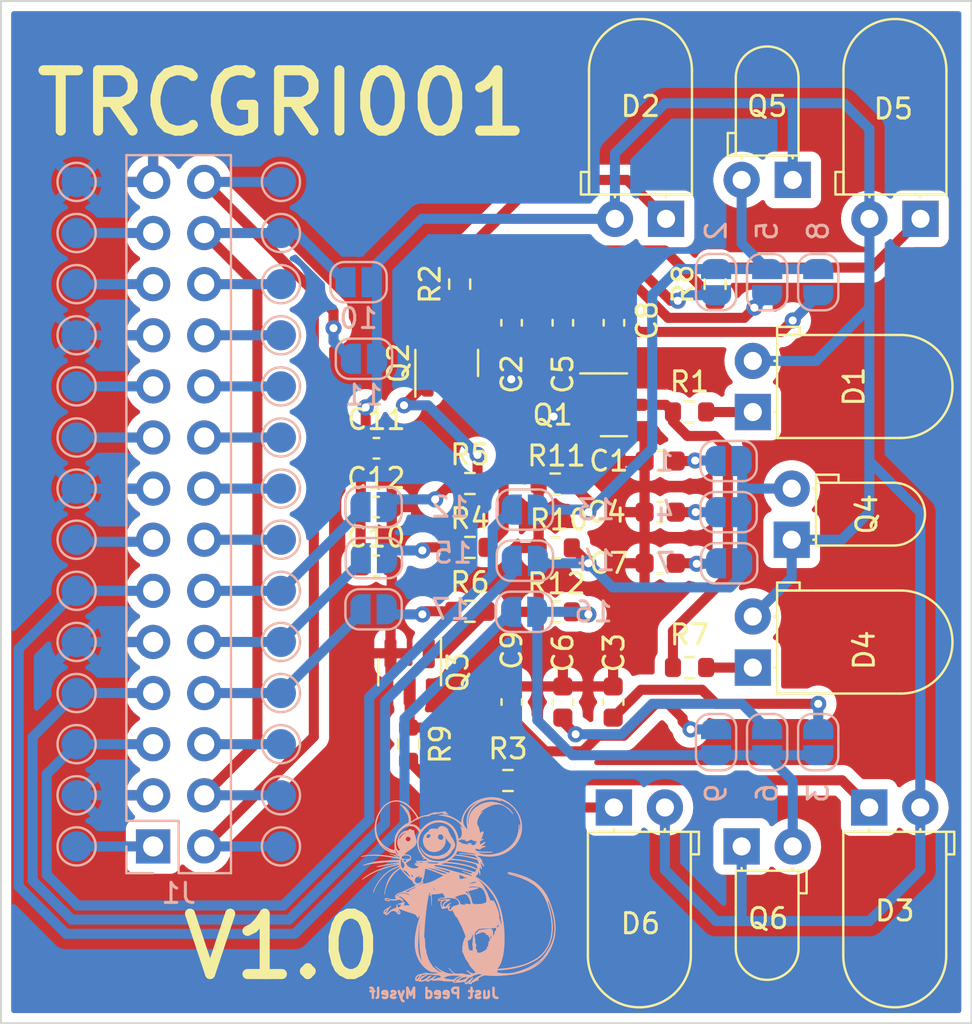
<source format=kicad_pcb>
(kicad_pcb (version 20211014) (generator pcbnew)
  (title_block (title "EEE3088F Sensing") (date "2024-03-22") (rev "R1.0") (company "3DSA.co.za") (comment 1 "Griffin Trace") (comment 2 "TRCGRI001"))
  (layers (0 "F.Cu" signal) (31 "B.Cu" signal) (34 "B.Paste" user) (35 "F.Paste" user) (36 "B.SilkS" user "B.Silkscreen") (37 "F.SilkS" user "F.Silkscreen") (38 "B.Mask" user) (39 "F.Mask" user) (44 "Edge.Cuts" user))
  (net 0 "")
  (net 1 "BATT")
  (net 2 "vcc")
  (net 3 "3V3")
  (net 4 "Net-(D1-Pad1)")
  (net 5 "RESV3")
  (net 6 "GND")
  (net 7 "PA3")
  (net 8 "RESV2")
  (net 9 "PA4")
  (net 10 "PE15")
  (net 11 "PE14")
  (net 12 "PA5")
  (net 13 "PE13")
  (net 14 "PA6")
  (net 15 "PE12")
  (net 16 "PE11")
  (net 17 "PA7")
  (net 18 "PE10")
  (net 19 "PC4")
  (net 20 "PE9")
  (net 21 "PE8")
  (net 22 "PC5")
  (net 23 "RESV1")
  (net 24 "AB0")
  (net 25 "VinM")
  (net 26 "VoutM")
  (net 27 "Net-(D2-Pad1)")
  (net 28 "Net-(C1-Pad1)")
  (net 29 "Net-(C2-Pad1)")
  (net 30 "Net-(C3-Pad1)")
  (net 31 "Net-(Q2-Pad3)")
  (net 32 "Net-(D3-Pad1)")
  (net 33 "Net-(D4-Pad1)")
  (net 34 "Net-(D5-Pad1)")
  (net 35 "Net-(D6-Pad1)")
  (net 36 "VoutL")
  (net 37 "VoutR")
  (net 38 "Net-(C4-Pad1)")
  (net 39 "Net-(C5-Pad1)")
  (net 40 "Net-(C6-Pad1)")
  (net 41 "Net-(C7-Pad1)")
  (net 42 "Net-(C8-Pad1)")
  (net 43 "Net-(C9-Pad1)")
  (net 44 "Net-(Q1-Pad1)")
  (net 45 "Net-(Q1-Pad3)")
  (net 46 "Net-(Q2-Pad1)")
  (net 47 "Net-(Q3-Pad1)")
  (net 48 "Net-(Q3-Pad3)")
  (net 49 "VinL")
  (net 50 "VinR")
  (footprint "LED_THT:LED_D3.0mm_Horizontal_O1.27mm_Z2.0mm_IRBlack" (layer "F.Cu") (at 148.59 89)
    (fp_text reference "Q6")
    (fp_text value "TEFT4300" hide)
  )
  (footprint "Capacitor_SMD:C_0603_1608Metric" (layer "F.Cu") (at 139.7 81.825 90)
    (fp_text reference "C6")
    (fp_text value "10n 0603B103K500NT" hide)
  )
  (footprint "LED_THT:LED_D5.0mm_Horizontal_O1.27mm_Z3.0mm_IRBlack" (layer "F.Cu") (at 144.83 57.815 180)
    (fp_text reference "D2")
    (fp_text value " SFH 4544" hide)
  )
  (footprint "Resistor_SMD:R_0603_1608Metric" (layer "F.Cu") (at 135.078 77.316)
    (fp_text reference "R6")
    (fp_text value "620" hide)
  )
  (footprint "LED_THT:LED_D3.0mm_Horizontal_O1.27mm_Z2.0mm_IRBlack" (layer "F.Cu") (at 151.08 73.76 90)
    (fp_text reference "Q4")
    (fp_text value "TEFT4300" hide)
  )
  (footprint "Capacitor_SMD:C_0603_1608Metric" (layer "F.Cu") (at 137.16 81.825 90)
    (fp_text reference "C9")
    (fp_text value "1n CL10B102KB8NNNC" hide)
  )
  (footprint "LED_THT:LED_D3.0mm_Horizontal_O1.27mm_Z2.0mm_IRBlack" (layer "F.Cu") (at 151.13 55.88 180)
    (fp_text reference "Q5")
    (fp_text value "TEFT4300" hide)
  )
  (footprint "Capacitor_SMD:C_0603_1608Metric" (layer "F.Cu") (at 137.15 62.979 -90)
    (fp_text reference "C2")
    (fp_text value "100n CC0603KRX7R9BB104" hide)
  )
  (footprint "Capacitor_SMD:C_0603_1608Metric" (layer "F.Cu") (at 144.539 72.39 180)
    (fp_text reference "C4")
    (fp_text value "10n 0603B103K500NT" hide)
  )
  (footprint "Resistor_SMD:R_0603_1608Metric" (layer "F.Cu") (at 147.27 61.06 -90)
    (fp_text reference "R8")
    (fp_text value "10" hide)
  )
  (footprint "Capacitor_SMD:C_0603_1608Metric" (layer "F.Cu") (at 142.2 81.825 90)
    (fp_text reference "C3")
    (fp_text value "100n CC0603KRX7R9BB104" hide)
  )
  (footprint "Capacitor_SMD:C_0603_1608Metric" (layer "F.Cu") (at 139.7 62.979 -90)
    (fp_text reference "C5")
    (fp_text value "10n 0603B103K500NT" hide)
  )
  (footprint "Resistor_SMD:R_0603_1608Metric" (layer "F.Cu") (at 139.319 70.993 180)
    (fp_text reference "R11")
    (fp_text value "1.8K" hide)
  )
  (footprint "LED_THT:LED_D5.0mm_Horizontal_O1.27mm_Z3.0mm_IRBlack" (layer "F.Cu") (at 142.235 87.065)
    (fp_text reference "D6")
    (fp_text value " SFH 4544" hide)
  )
  (footprint "Capacitor_SMD:C_0603_1608Metric" (layer "F.Cu") (at 130.416 72.136)
    (fp_text reference "C12")
    (fp_text value "10u CL10A106MA8NRNC" hide)
  )
  (footprint "LED_THT:LED_D5.0mm_Horizontal_O1.27mm_Z3.0mm_IRBlack" (layer "F.Cu") (at 149.145 67.415 90)
    (fp_text reference "D1")
    (fp_text value " SFH 4544" hide)
  )
  (footprint "Package_TO_SOT_SMD:SOT-23" (layer "F.Cu") (at 133.924 64.9755 90)
    (fp_text reference "Q2")
    (fp_text value "BC847" hide)
  )
  (footprint "Capacitor_SMD:C_0603_1608Metric" (layer "F.Cu") (at 144.539 69.85 180)
    (fp_text reference "C1")
    (fp_text value "100n CC0603KRX7R9BB104" hide)
  )
  (footprint "Resistor_SMD:R_0603_1608Metric" (layer "F.Cu") (at 135.078 70.966)
    (fp_text reference "R5")
    (fp_text value "620" hide)
  )
  (footprint "Resistor_SMD:R_0603_1608Metric" (layer "F.Cu") (at 146 80.11 180)
    (fp_text reference "R7")
    (fp_text value "10" hide)
  )
  (footprint "LED_THT:LED_D5.0mm_Horizontal_O1.27mm_Z3.0mm_IRBlack" (layer "F.Cu") (at 157.485 57.815 180)
    (fp_text reference "D5")
    (fp_text value " SFH 4544" hide)
  )
  (footprint "Resistor_SMD:R_0603_1608Metric" (layer "F.Cu") (at 134.57 61.06 -90)
    (fp_text reference "R2")
    (fp_text value "10" hide)
  )
  (footprint "Resistor_SMD:R_0603_1608Metric" (layer "F.Cu") (at 132.03 83.92 90)
    (fp_text reference "R9")
    (fp_text value "10" hide)
  )
  (footprint "Resistor_SMD:R_0603_1608Metric" (layer "F.Cu") (at 146 67.41 180)
    (fp_text reference "R1")
    (fp_text value "10" hide)
  )
  (footprint "LED_THT:LED_D5.0mm_Horizontal_O1.27mm_Z3.0mm_IRBlack" (layer "F.Cu") (at 149.145 80.115 90)
    (fp_text reference "D4")
    (fp_text value " SFH 4544" hide)
  )
  (footprint "Resistor_SMD:R_0603_1608Metric" (layer "F.Cu") (at 139.319 77.343 180)
    (fp_text reference "R12")
    (fp_text value "1.8K" hide)
  )
  (footprint "Resistor_SMD:R_0603_1608Metric" (layer "F.Cu") (at 135.078 74.141)
    (fp_text reference "R4")
    (fp_text value "620" hide)
  )
  (footprint "Capacitor_SMD:C_0603_1608Metric" (layer "F.Cu") (at 130.429 69.215)
    (fp_text reference "C11")
    (fp_text value "2.2u CL10A225KO8NNNC" hide)
  )
  (footprint "Resistor_SMD:R_0603_1608Metric" (layer "F.Cu") (at 139.319 74.168 180)
    (fp_text reference "R10")
    (fp_text value "1.8K" hide)
  )
  (footprint "Package_TO_SOT_SMD:SOT-23" (layer "F.Cu") (at 142.24 67.056)
    (fp_text reference "Q1")
    (fp_text value "BC847" hide)
  )
  (footprint "Resistor_SMD:R_0603_1608Metric" (layer "F.Cu") (at 136.97 85.725 180)
    (fp_text reference "R3")
    (fp_text value "10" hide)
  )
  (footprint "Capacitor_SMD:C_0603_1608Metric" (layer "F.Cu") (at 142.24 62.979 -90)
    (fp_text reference "C8")
    (fp_text value "1n CL10B102KB8NNNC" hide)
  )
  (footprint "Capacitor_SMD:C_0603_1608Metric" (layer "F.Cu") (at 144.539 74.93 180)
    (fp_text reference "C7")
    (fp_text value "1n CL10B102KB8NNNC" hide)
  )
  (footprint "LED_THT:LED_D5.0mm_Horizontal_O1.27mm_Z3.0mm_IRBlack" (layer "F.Cu") (at 154.935 87.065)
    (fp_text reference "D3")
    (fp_text value " SFH 4544" hide)
  )
  (footprint "Capacitor_SMD:C_0603_1608Metric" (layer "F.Cu") (at 130.416 75.057)
    (fp_text reference "C10")
    (fp_text value "100n CC0603KRX7R9BB104" hide)
  )
  (footprint "Package_TO_SOT_SMD:SOT-23" (layer "F.Cu") (at 132.08 80.3425 -90)
    (fp_text reference "Q3")
    (fp_text value "BC847" hide)
  )
  (footprint "TestPoint:TestPoint_Pad_D1.5mm" (layer "B.Cu") (at 115.52 61.06)
    (fp_text reference "TP12" hide)
    (fp_text value "TestPoint" hide)
  )
  (footprint "TestPoint:TestPoint_Pad_D1.5mm" (layer "B.Cu") (at 115.52 63.6)
    (fp_text reference "TP14" hide)
    (fp_text value "TestPoint" hide)
  )
  (footprint "TestPoint:TestPoint_Pad_D1.5mm" (layer "B.Cu") (at 115.52 55.98)
    (fp_text reference "TP2" hide)
    (fp_text value "TestPoint" hide)
  )
  (footprint "Jumper:SolderJumper-2_P1.3mm_Open_RoundedPad1.0x1.5mm" (layer "B.Cu") (at 149.86 60.96 90)
    (fp_text reference "5")
    (fp_text value "SolderJumper_2_Open" hide)
  )
  (footprint "TestPoint:TestPoint_Pad_D1.5mm" (layer "B.Cu") (at 115.52 81.38)
    (fp_text reference "TP4" hide)
    (fp_text value "TestPoint" hide)
  )
  (footprint "Jumper:SolderJumper-2_P1.3mm_Open_RoundedPad1.0x1.5mm" (layer "B.Cu") (at 130.302 74.676)
    (fp_text reference "15")
    (fp_text value "SolderJumper_2_Open" hide)
  )
  (footprint "Jumper:SolderJumper-2_P1.3mm_Open_RoundedPad1.0x1.5mm" (layer "B.Cu") (at 129.54 60.96)
    (fp_text reference "10")
    (fp_text value "SolderJumper_2_Open" hide)
  )
  (footprint "Jumper:SolderJumper-2_P1.3mm_Open_RoundedPad1.0x1.5mm" (layer "B.Cu") (at 147.94 72.39)
    (fp_text reference "4")
    (fp_text value "SolderJumper_2_Open" hide)
  )
  (footprint "TestPoint:TestPoint_Pad_D1.5mm" (layer "B.Cu") (at 125.68 81.38)
    (fp_text reference "TP18" hide)
    (fp_text value "TestPoint" hide)
  )
  (footprint "TestPoint:TestPoint_Pad_D1.5mm" (layer "B.Cu") (at 125.68 73.76)
    (fp_text reference "TP21" hide)
    (fp_text value "TestPoint" hide)
  )
  (footprint "TestPoint:TestPoint_Pad_D1.5mm" (layer "B.Cu") (at 115.52 71.22)
    (fp_text reference "TP11" hide)
    (fp_text value "TestPoint" hide)
  )
  (footprint "TestPoint:TestPoint_Pad_D1.5mm" (layer "B.Cu") (at 125.68 58.52)
    (fp_text reference "TP16" hide)
    (fp_text value "TestPoint" hide)
  )
  (footprint "TestPoint:TestPoint_Pad_D1.5mm" (layer "B.Cu") (at 115.52 89)
    (fp_text reference "TP1" hide)
    (fp_text value "TestPoint" hide)
  )
  (footprint "Jumper:SolderJumper-2_P1.3mm_Open_RoundedPad1.0x1.5mm" (layer "B.Cu") (at 147.32 60.96 90)
    (fp_text reference "2")
    (fp_text value "SolderJumper_2_Open" hide)
  )
  (footprint "TestPoint:TestPoint_Pad_D1.5mm" (layer "B.Cu") (at 125.68 55.98)
    (fp_text reference "TP28" hide)
    (fp_text value "TestPoint" hide)
  )
  (footprint "Jumper:SolderJumper-2_P1.3mm_Open_RoundedPad1.0x1.5mm" (layer "B.Cu") (at 137.81 72.263)
    (fp_text reference "13")
    (fp_text value "SolderJumper_2_Open" hide)
  )
  (footprint "TestPoint:TestPoint_Pad_D1.5mm" (layer "B.Cu") (at 125.68 78.84)
    (fp_text reference "TP19" hide)
    (fp_text value "TestPoint" hide)
  )
  (footprint "Jumper:SolderJumper-2_P1.3mm_Open_RoundedPad1.0x1.5mm" (layer "B.Cu") (at 152.4 83.82 -90)
    (fp_text reference "3")
    (fp_text value "SolderJumper_2_Open" hide)
  )
  (footprint "TestPoint:TestPoint_Pad_D1.5mm" (layer "B.Cu") (at 125.68 66.14)
    (fp_text reference "TP24" hide)
    (fp_text value "TestPoint" hide)
  )
  (footprint "TestPoint:TestPoint_Pad_D1.5mm" (layer "B.Cu") (at 125.68 83.92)
    (fp_text reference "TP17" hide)
    (fp_text value "TestPoint" hide)
  )
  (footprint "TestPoint:TestPoint_Pad_D1.5mm" (layer "B.Cu") (at 115.52 78.84)
    (fp_text reference "TP8" hide)
    (fp_text value "TestPoint" hide)
  )
  (footprint "TestPoint:TestPoint_Pad_D1.5mm" (layer "B.Cu") (at 125.68 61.06)
    (fp_text reference "TP26" hide)
    (fp_text value "TestPoint" hide)
  )
  (footprint "Jumper:SolderJumper-2_P1.3mm_Open_RoundedPad1.0x1.5mm" (layer "B.Cu") (at 130.287 77.216)
    (fp_text reference "17")
    (fp_text value "SolderJumper_2_Open" hide)
  )
  (footprint "TestPoint:TestPoint_Pad_D1.5mm" (layer "B.Cu") (at 115.52 73.7616)
    (fp_text reference "TP7" hide)
    (fp_text value "TestPoint" hide)
  )
  (footprint "TestPoint:TestPoint_Pad_D1.5mm" (layer "B.Cu") (at 115.52 66.14)
    (fp_text reference "TP10" hide)
    (fp_text value "TestPoint" hide)
  )
  (footprint "TestPoint:TestPoint_Pad_D1.5mm" (layer "B.Cu") (at 115.52 68.68)
    (fp_text reference "TP9" hide)
    (fp_text value "TestPoint" hide)
  )
  (footprint "TestPoint:TestPoint_Pad_D1.5mm" (layer "B.Cu") (at 115.52 86.46)
    (fp_text reference "TP5" hide)
    (fp_text value "TestPoint" hide)
  )
  (footprint "Jumper:SolderJumper-2_P1.3mm_Open_RoundedPad1.0x1.5mm" (layer "B.Cu") (at 147.94 69.85)
    (fp_text reference "1")
    (fp_text value "SolderJumper_2_Open" hide)
  )
  (footprint "TestPoint:TestPoint_Pad_D1.5mm" (layer "B.Cu") (at 115.52 76.3)
    (fp_text reference "TP6" hide)
    (fp_text value "TestPoint" hide)
  )
  (footprint "TestPoint:TestPoint_Pad_D1.5mm" (layer "B.Cu") (at 125.68 89)
    (fp_text reference "TP15" hide)
    (fp_text value "TestPoint" hide)
  )
  (footprint "Jumper:SolderJumper-2_P1.3mm_Open_RoundedPad1.0x1.5mm" (layer "B.Cu") (at 147.32 83.82 -90)
    (fp_text reference "9")
    (fp_text value "SolderJumper_2_Open" hide)
  )
  (footprint "Jumper:SolderJumper-2_P1.3mm_Open_RoundedPad1.0x1.5mm" (layer "B.Cu") (at 137.81 74.803)
    (fp_text reference "14")
    (fp_text value "SolderJumper_2_Open" hide)
  )
  (footprint "TestPoint:TestPoint_Pad_D1.5mm" (layer "B.Cu") (at 115.52 58.52)
    (fp_text reference "TP13" hide)
    (fp_text value "TestPoint" hide)
  )
  (footprint "TestPoint:TestPoint_Pad_D1.5mm" (layer "B.Cu") (at 125.68 76.3)
    (fp_text reference "TP20" hide)
    (fp_text value "TestPoint" hide)
  )
  (footprint "Connector_PinHeader_2.54mm:PinHeader_2x14_P2.54mm_Vertical" (layer "B.Cu") (at 119.325 89)
    (fp_text reference "J1")
    (fp_text value "Conn_02x14_Odd_Even" hide)
  )
  (footprint "TestPoint:TestPoint_Pad_D1.5mm" (layer "B.Cu") (at 125.68 71.22)
    (fp_text reference "TP22" hide)
    (fp_text value "TestPoint" hide)
  )
  (footprint "Jumper:SolderJumper-2_P1.3mm_Open_RoundedPad1.0x1.5mm" (layer "B.Cu") (at 152.4 60.96 90)
    (fp_text reference "8")
    (fp_text value "SolderJumper_2_Open" hide)
  )
  (footprint "Jumper:SolderJumper-2_P1.3mm_Open_RoundedPad1.0x1.5mm" (layer "B.Cu") (at 147.97 74.93)
    (fp_text reference "7")
    (fp_text value "SolderJumper_2_Open" hide)
  )
  (footprint "TestPoint:TestPoint_Pad_D1.5mm" (layer "B.Cu") (at 125.68 86.46)
    (fp_text reference "TP27" hide)
    (fp_text value "TestPoint" hide)
  )
  (footprint "Jumper:SolderJumper-2_P1.3mm_Open_RoundedPad1.0x1.5mm" (layer "B.Cu") (at 129.809 64.77)
    (fp_text reference "11")
    (fp_text value "SolderJumper_2_Open" hide)
  )
  (footprint "TestPoint:TestPoint_Pad_D1.5mm" (layer "B.Cu") (at 115.52 83.92)
    (fp_text reference "TP3" hide)
    (fp_text value "TestPoint" hide)
  )
  (footprint "Jumper:SolderJumper-2_P1.3mm_Open_RoundedPad1.0x1.5mm" (layer "B.Cu") (at 130.287 72.136)
    (fp_text reference "12")
    (fp_text value "SolderJumper_2_Open" hide)
  )
  (footprint "TestPoint:TestPoint_Pad_D1.5mm" (layer "B.Cu") (at 125.68 63.6)
    (fp_text reference "TP25" hide)
    (fp_text value "TestPoint" hide)
  )
  (footprint "Jumper:SolderJumper-2_P1.3mm_Open_RoundedPad1.0x1.5mm" (layer "B.Cu") (at 149.86 83.82 -90)
    (fp_text reference "6")
    (fp_text value "SolderJumper_2_Open" hide)
  )
  (footprint "Jumper:SolderJumper-2_P1.3mm_Open_RoundedPad1.0x1.5mm" (layer "B.Cu") (at 137.78 77.343)
    (fp_text reference "16")
    (fp_text value "SolderJumper_2_Open" hide)
  )
  (footprint "TestPoint:TestPoint_Pad_D1.5mm" (layer "B.Cu") (at 125.68 68.68)
    (fp_text reference "TP23" hide)
    (fp_text value "TestPoint" hide)
  )
  (gr_poly (pts (xy 133.691278 87.995745) (xy 133.706067 87.997187) (xy 133.721158 87.999437) (xy 133.736482 88.002463) (xy 133.75197 88.006233) (xy 133.767555 88.010713) (xy 133.783169 88.015871) (xy 133.798743 88.021674) (xy 133.814209 88.02809) (xy 133.829499 88.035085) (xy 133.844545 88.042628) (xy 133.859278 88.050685) (xy 133.873631 88.059224) (xy 133.887534 88.068213) (xy 133.900921 88.077617) (xy 133.913722 88.087406) (xy 133.925869 88.097545) (xy 133.937295 88.108003) (xy 133.947931 88.118747) (xy 133.957708 88.129744) (xy 133.96656 88.140961) (xy 133.974416 88.152366) (xy 133.98121 88.163926) (xy 133.986873 88.175608) (xy 133.991337 88.187381) (xy 133.994533 88.19921) (xy 133.998037 88.212754) (xy 134.003198 88.22868) (xy 134.009895 88.246751) (xy 134.018009 88.266728) (xy 134.038001 88.311447) (xy 134.062207 88.360933) (xy 134.08966 88.41328) (xy 134.119393 88.466583) (xy 134.150439 88.518937) (xy 134.181832 88.568436) (xy 134.213886 88.618688) (xy 134.242133 88.666421) (xy 134.266584 88.711748) (xy 134.277391 88.733544) (xy 134.287253 88.754782) (xy 134.296173 88.775474) (xy 134.304151 88.795635) (xy 134.311191 88.81528) (xy 134.317293 88.834421) (xy 134.322458 88.853074) (xy 134.326689 88.871253) (xy 134.329987 88.888971) (xy 134.332353 88.906242) (xy 134.33379 88.923082) (xy 134.334298 88.939503) (xy 134.33388 88.955521) (xy 134.332536 88.971148) (xy 134.330269 88.9864) (xy 134.32708 89.00129) (xy 134.322971 89.015832) (xy 134.317943 89.030041) (xy 134.311997 89.043931) (xy 134.305136 89.057515) (xy 134.297361 89.070808) (xy 134.288673 89.083824) (xy 134.279074 89.096577) (xy 134.268567 89.109082) (xy 134.257151 89.121351) (xy 134.244829 89.1334) (xy 134.241245 89.136932) (xy 134.237354 89.141101) (xy 134.228803 89.151141) (xy 134.219475 89.163095) (xy 134.209669 89.176541) (xy 134.199686 89.191053) (xy 134.189826 89.206207) (xy 134.180388 89.22158) (xy 134.171672 89.236747) (xy 134.140513 89.287886) (xy 134.105796 89.335316) (xy 134.067772 89.379054) (xy 134.02669 89.41912) (xy 133.9828 89.455531) (xy 133.936352 89.488307) (xy 133.887596 89.517465) (xy 133.836782 89.543023) (xy 133.78416 89.565001) (xy 133.729979 89.583417) (xy 133.67449 89.598289) (xy 133.617942 89.609636) (xy 133.560586 89.617475) (xy 133.50267 89.621826) (xy 133.444447 89.622706) (xy 133.386164 89.620135) (xy 133.328072 89.61413) (xy 133.270421 89.60471) (xy 133.213461 89.591893) (xy 133.157441 89.575699) (xy 133.102613 89.556144) (xy 133.049224 89.533248) (xy 132.997526 89.507029) (xy 132.947769 89.477506) (xy 132.900202 89.444696) (xy 132.855075 89.408619) (xy 132.812638 89.369293) (xy 132.773141 89.326735) (xy 132.736833 89.280965) (xy 132.703966 89.232001) (xy 132.674788 89.179861) (xy 132.64955 89.124563) (xy 132.642216 89.106265) (xy 132.636019 89.090164) (xy 132.630951 89.076279) (xy 132.626998 89.064626) (xy 132.62415 89.055221) (xy 132.622397 89.048082) (xy 132.621927 89.045367) (xy 132.621726 89.043225) (xy 132.621793 89.041658) (xy 132.622126 89.040667) (xy 132.622725 89.040256) (xy 132.623587 89.040425) (xy 132.624712 89.041178) (xy 132.626098 89.042516) (xy 132.629646 89.046956) (xy 132.634221 89.053762) (xy 132.639812 89.062951) (xy 132.646408 89.07454) (xy 132.653997 89.088546) (xy 132.662568 89.104984) (xy 132.692036 89.156459) (xy 132.725487 89.204099) (xy 132.76263 89.247932) (xy 132.803172 89.287981) (xy 132.846823 89.324274) (xy 132.89329 89.356834) (xy 132.942282 89.385688) (xy 132.993508 89.410861) (xy 133.046676 89.432378) (xy 133.101493 89.450265) (xy 133.15767 89.464547) (xy 133.214913 89.475249) (xy 133.272932 89.482398) (xy 133.331434 89.486018) (xy 133.390129 89.486134) (xy 133.448724 89.482773) (xy 133.506929 89.475959) (xy 133.564451 89.465718) (xy 133.620998 89.452076) (xy 133.67628 89.435057) (xy 133.730005 89.414688) (xy 133.78188 89.390993) (xy 133.831615 89.363998) (xy 133.878918 89.333729) (xy 133.923497 89.300211) (xy 133.96506 89.263469) (xy 134.003317 89.223528) (xy 134.037975 89.180415) (xy 134.068743 89.134154) (xy 134.095329 89.084771) (xy 134.117441 89.032292) (xy 134.134789 88.976741) (xy 134.136782 88.968907) (xy 134.138535 88.961621) (xy 134.140049 88.954862) (xy 134.141326 88.948605) (xy 134.142366 88.942828) (xy 134.143172 88.937507) (xy 134.143743 88.93262) (xy 134.144082 88.928143) (xy 134.14419 88.924055) (xy 134.144158 88.922148) (xy 134.144068 88.92033) (xy 134.143921 88.918598) (xy 134.143717 88.916947) (xy 134.143456 88.915377) (xy 134.143138 88.913883) (xy 134.142764 88.912463) (xy 134.142333 88.911114) (xy 134.141846 88.909834) (xy 134.141303 88.908618) (xy 134.140704 88.907465) (xy 134.140049 88.906371) (xy 134.139339 88.905334) (xy 134.138573 88.904351) (xy 134.137996 88.903641) (xy 134.13745 88.90294) (xy 134.136937 88.902249) (xy 134.136456 88.901568) (xy 134.136006 88.9009) (xy 134.135589 88.900244) (xy 134.135205 88.899602) (xy 134.134853 88.898974) (xy 134.134533 88.898361) (xy 134.134247 88.897765) (xy 134.133993 88.897185) (xy 134.133772 88.896624) (xy 134.133584 88.896081) (xy 134.13343 88.895558) (xy 134.133309 88.895055) (xy 134.133221 88.894574) (xy 134.133168 88.894116) (xy 134.133147 88.89368) (xy 134.133161 88.893269) (xy 134.133209 88.892882) (xy 134.133291 88.892521) (xy 134.133407 88.892188) (xy 134.133558 88.891881) (xy 134.133743 88.891604) (xy 134.133963 88.891355) (xy 134.134217 88.891137) (xy 134.134507 88.89095) (xy 134.134831 88.890795) (xy 134.135191 88.890673) (xy 134.135586 88.890585) (xy 134.136016 88.890531) (xy 134.136482 88.890513) (xy 134.136967 88.890469) (xy 134.137449 88.890339) (xy 134.137928 88.890124) (xy 134.138403 88.889828) (xy 134.139338 88.888997) (xy 134.140248 88.887864) (xy 134.141129 88.886445) (xy 134.141973 88.884759) (xy 134.142777 88.882822) (xy 134.143533 88.880651) (xy 134.144238 88.878263) (xy 134.144885 88.875677) (xy 134.14547 88.872908) (xy 134.145985 88.869975) (xy 134.146426 88.866894) (xy 134.146788 88.863682) (xy 134.147065 88.860358) (xy 134.147251 88.856937) (xy 134.147579 88.847425) (xy 134.147662 88.843621) (xy 134.147684 88.840441) (xy 134.147641 88.837878) (xy 134.147526 88.835927) (xy 134.147336 88.834578) (xy 134.147211 88.834128) (xy 134.147066 88.833826) (xy 134.146899 88.833671) (xy 134.14671 88.833663) (xy 134.146498 88.8338) (xy 134.146263 88.834082) (xy 134.146004 88.834507) (xy 134.145721 88.835076) (xy 134.145078 88.836637) (xy 134.14433 88.838759) (xy 134.143471 88.841435) (xy 134.141403 88.848418) (xy 134.140607 88.850993) (xy 134.139704 88.853539) (xy 134.138705 88.85604) (xy 134.137619 88.858482) (xy 134.136457 88.86085) (xy 134.135229 88.863129) (xy 134.133945 88.865303) (xy 134.132616 88.867359) (xy 134.131252 88.86928) (xy 134.129864 88.871051) (xy 134.12846 88.872659) (xy 134.127757 88.873396) (xy 134.127053 88.874087) (xy 134.126351 88.874729) (xy 134.125652 88.875321) (xy 134.124956 88.87586) (xy 134.124266 88.876346) (xy 134.123583 88.876775) (xy 134.122908 88.877146) (xy 134.122242 88.877457) (xy 134.121586 88.877707) (xy 134.120859 88.877932) (xy 134.120164 88.878115) (xy 134.119502 88.878257) (xy 134.118873 88.878357) (xy 134.118277 88.878417) (xy 134.117715 88.878436) (xy 134.117186 88.878415) (xy 134.116691 88.878354) (xy 134.116229 88.878253) (xy 134.115801 88.878113) (xy 134.115408 88.877933) (xy 134.115048 88.877714) (xy 134.114723 88.877457) (xy 134.114432 88.877161) (xy 134.114175 88.876826) (xy 134.113953 88.876454) (xy 134.113766 88.876044) (xy 134.113613 88.875596) (xy 134.113496 88.875111) (xy 134.113414 88.874589) (xy 134.113367 88.874031) (xy 134.113355 88.873436) (xy 134.113379 88.872804) (xy 134.113438 88.872137) (xy 134.113533 88.871434) (xy 134.113664 88.870696) (xy 134.114034 88.869114) (xy 134.114549 88.867394) (xy 134.11521 88.865536) (xy 134.115522 88.864684) (xy 134.115799 88.863844) (xy 134.116041 88.863018) (xy 134.116249 88.862205) (xy 134.116423 88.861409) (xy 134.116562 88.860628) (xy 134.116669 88.859865) (xy 134.116742 88.859119) (xy 134.116782 88.858393) (xy 134.11679 88.857687) (xy 134.116766 88.857002) (xy 134.11671 88.85634) (xy 134.116623 88.8557) (xy 134.116504 88.855084) (xy 134.116355 88.854493) (xy 134.116176 88.853928) (xy 134.115966 88.853389) (xy 134.115726 88.852879) (xy 134.115458 88.852397) (xy 134.11516 88.851945) (xy 134.114833 88.851523) (xy 134.114478 88.851134) (xy 134.114095 88.850776) (xy 134.113684 88.850453) (xy 134.113246 88.850163) (xy 134.112781 88.84991) (xy 134.112289 88.849692) (xy 134.111771 88.849512) (xy 134.111227 88.84937) (xy 134.110657 88.849268) (xy 134.110062 88.849206) (xy 134.109442 88.849185) (xy 134.108835 88.84917) (xy 134.108253 88.849126) (xy 134.107698 88.849052) (xy 134.10717 88.848951) (xy 134.106668 88.848823) (xy 134.106193 88.848667) (xy 134.105747 88.848487) (xy 134.105327 88.848281) (xy 134.104936 88.84805) (xy 134.104574 88.847796) (xy 134.10424 88.84752) (xy 134.103936 88.847221) (xy 134.103661 88.8469) (xy 134.103416 88.846559) (xy 134.103201 88.846198) (xy 134.103016 88.845818) (xy 134.102862 88.84542) (xy 134.102739 88.845004) (xy 134.102648 88.84457) (xy 134.102589 88.844121) (xy 134.102561 88.843656) (xy 134.102566 88.843176) (xy 134.102603 88.842682) (xy 134.102674 88.842175) (xy 134.102778 88.841656) (xy 134.102916 88.841124) (xy 134.103088 88.840582) (xy 134.103294 88.840029) (xy 134.103534 88.839467) (xy 134.10381 88.838895) (xy 134.104121 88.838316) (xy 134.104468 88.837729) (xy 134.105255 88.836337) (xy 134.105798 88.8351) (xy 134.105978 88.83454) (xy 134.106096 88.834017) (xy 134.106153 88.833533) (xy 134.106148 88.833088) (xy 134.106081 88.832681) (xy 134.105952 88.832312) (xy 134.10576 88.831981) (xy 134.105506 88.831689) (xy 134.105189 88.831435) (xy 134.104809 88.831219) (xy 134.104366 88.831042) (xy 134.103859 88.830902) (xy 134.103289 88.830801) (xy 134.102655 88.830738) (xy 134.101196 88.830726) (xy 134.099479 88.830866) (xy 134.097503 88.831158) (xy 134.095266 88.831601) (xy 134.092768 88.832196) (xy 134.090006 88.832942) (xy 134.086979 88.833839) (xy 134.062452 88.84138) (xy 134.08727 88.819446) (xy 134.091912 88.815245) (xy 134.09583 88.811486) (xy 134.099029 88.808174) (xy 134.101513 88.805314) (xy 134.102488 88.804055) (xy 134.103287 88.802912) (xy 134.103909 88.801884) (xy 134.104355 88.800973) (xy 134.104626 88.800178) (xy 134.104723 88.799502) (xy 134.104646 88.798943) (xy 134.104395 88.798504) (xy 134.103971 88.798185) (xy 134.103375 88.797985) (xy 134.102608 88.797907) (xy 134.101669 88.797951) (xy 134.10056 88.798116) (xy 134.09928 88.798405) (xy 134.096214 88.799354) (xy 134.092476 88.800803) (xy 134.088069 88.802757) (xy 134.082998 88.805221) (xy 134.077269 88.808201) (xy 134.074188 88.809802) (xy 134.071434 88.811125) (xy 134.068987 88.812154) (xy 134.067875 88.812555) (xy 134.066832 88.812878) (xy 134.065858 88.81312) (xy 134.06495 88.813281) (xy 134.064106 88.813358) (xy 134.063324 88.813351) (xy 134.062601 88.813256) (xy 134.061936 88.813073) (xy 134.061326 88.8128) (xy 134.060769 88.812434) (xy 134.060262 88.811976) (xy 134.059804 88.811421) (xy 134.059393 88.81077) (xy 134.059026 88.81002) (xy 134.0587 88.80917) (xy 134.058415 88.808217) (xy 134.058167 88.807161) (xy 134.057954 88.805999) (xy 134.057627 88.803351) (xy 134.057415 88.80026) (xy 134.0573 88.796714) (xy 134.057266 88.792697) (xy 134.057253 88.791353) (xy 134.057212 88.790026) (xy 134.057146 88.788718) (xy 134.057055 88.787431) (xy 134.056939 88.786166) (xy 134.056799 88.784925) (xy 134.056636 88.783709) (xy 134.05645 88.782521) (xy 134.056242 88.781361) (xy 134.056013 88.780232) (xy 134.055764 88.779135) (xy 134.055494 88.778072) (xy 134.055205 88.777045) (xy 134.054898 88.776054) (xy 134.054573 88.775103) (xy 134.05423 88.774192) (xy 134.053871 88.773324) (xy 134.053496 88.772499) (xy 134.053105 88.77172) (xy 134.0527 88.770989) (xy 134.052282 88.770306) (xy 134.05185 88.769674) (xy 134.051405 88.769094) (xy 134.050948 88.768568) (xy 134.05048 88.768097) (xy 134.050002 88.767684) (xy 134.049514 88.76733) (xy 134.049016 88.767037) (xy 134.04851 88.766806) (xy 134.047996 88.766639) (xy 134.047475 88.766537) (xy 134.046947 88.766503) (xy 134.046417 88.766517) (xy 134.045894 88.766558) (xy 134.045378 88.766627) (xy 134.04487 88.766721) (xy 134.04437 88.766841) (xy 134.04388 88.766986) (xy 134.0434 88.767155) (xy 134.042931 88.767348) (xy 134.042473 88.767563) (xy 134.042027 88.767801) (xy 134.041594 88.768059) (xy 134.041174 88.768339) (xy 134.040768 88.768639) (xy 134.040377 88.768958) (xy 134.040001 88.769296) (xy 134.039642 88.769651) (xy 134.039298 88.770025) (xy 134.038973 88.770414) (xy 134.038665 88.77082) (xy 134.038376 88.771242) (xy 134.038106 88.771677) (xy 134.037856 88.772127) (xy 134.037627 88.77259) (xy 134.037419 88.773066) (xy 134.037233 88.773554) (xy 134.037069 88.774053) (xy 134.036929 88.774562) (xy 134.036813 88.775082) (xy 134.036722 88.77561) (xy 134.036656 88.776148) (xy 134.036616 88.776693) (xy 134.036602 88.777245) (xy 134.036584 88.777804) (xy 134.036531 88.778321) (xy 134.036444 88.778795) (xy 134.036322 88.779227) (xy 134.036167 88.779617) (xy 134.03598 88.779964) (xy 134.035762 88.78027) (xy 134.035512 88.780534) (xy 134.035232 88.780757) (xy 134.034923 88.780938) (xy 134.034584 88.781077) (xy 134.034218 88.781175) (xy 134.033824 88.781232) (xy 134.033403 88.781248) (xy 134.032957 88.781223) (xy 134.032485 88.781157) (xy 134.031988 88.781051) (xy 134.031468 88.780904) (xy 134.030924 88.780716) (xy 134.030358 88.780488) (xy 134.029162 88.779912) (xy 134.027885 88.779176) (xy 134.026532 88.778281) (xy 134.025109 88.777228) (xy 134.023622 88.776018) (xy 134.022077 88.774652) (xy 134.020603 88.773268) (xy 134.019172 88.77187) (xy 134.017792 88.770469) (xy 134.01647 88.769072) (xy 134.015213 88.76769) (xy 134.014029 88.766333) (xy 134.012926 88.765009) (xy 134.01191 88.763728) (xy 134.010989 88.762499) (xy 134.01017 88.761333) (xy 134.00946 88.760237) (xy 134.008868 88.759222) (xy 134.0084 88.758297) (xy 134.008063 88.757472) (xy 134.007947 88.7571) (xy 134.007866 88.756756) (xy 134.007822 88.756441) (xy 134.007815 88.756158) (xy 134.007886 88.754243) (xy 134.007926 88.752388) (xy 134.007934 88.750595) (xy 134.007911 88.748864) (xy 134.007859 88.747197) (xy 134.007776 88.745593) (xy 134.007664 88.744055) (xy 134.007522 88.742582) (xy 134.007352 88.741177) (xy 134.007154 88.73984) (xy 134.006927 88.738572) (xy 134.006674 88.737374) (xy 134.006393 88.736247) (xy 134.006085 88.735192) (xy 134.005751 88.734209) (xy 134.005391 88.733301) (xy 134.005006 88.732467) (xy 134.004595 88.731709) (xy 134.00416 88.731028) (xy 134.003701 88.730424) (xy 134.003217 88.7299) (xy 134.00271 88.729454) (xy 134.00218 88.72909) (xy 134.001628 88.728807) (xy 134.001053 88.728606) (xy 134.000456 88.728489) (xy 133.999838 88.728456) (xy 133.999198 88.728509) (xy 133.998538 88.728648) (xy 133.997858 88.728875) (xy 133.997158 88.729189) (xy 133.996438 88.729593) (xy 133.995352 88.730148) (xy 133.994203 88.730517) (xy 133.992998 88.730712) (xy 133.991747 88.730739) (xy 133.990457 88.73061) (xy 133.989137 88.730332) (xy 133.987794 88.729916) (xy 133.986437 88.729369) (xy 133.985075 88.728703) (xy 133.983715 88.727924) (xy 133.982365 88.727044) (xy 133.981034 88.726071) (xy 133.97973 88.725014) (xy 133.978461 88.723882) (xy 133.977236 88.722685) (xy 133.976062 88.721431) (xy 133.974948 88.72013) (xy 133.973902 88.718792) (xy 133.972932 88.717424) (xy 133.972046 88.716037) (xy 133.971253 88.71464) (xy 133.970561 88.713241) (xy 133.969978 88.71185) (xy 133.969512 88.710476) (xy 133.969171 88.709129) (xy 133.968964 88.707817) (xy 133.968899 88.70655) (xy 133.968983 88.705336) (xy 133.969226 88.704186) (xy 133.969635 88.703107) (xy 133.970219 88.70211) (xy 133.970986 88.701204) (xy 133.9713 88.700857) (xy 133.971564 88.700497) (xy 133.971778 88.700125) (xy 133.971943 88.699741) (xy 133.972061 88.699346) (xy 133.97213 88.698942) (xy 133.972153 88.698528) (xy 133.97213 88.698107) (xy 133.972061 88.697678) (xy 133.971949 88.697243) (xy 133.971792 88.696802) (xy 133.971592 88.696357) (xy 133.97135 88.695908) (xy 133.971066 88.695456) (xy 133.970742 88.695002) (xy 133.970377 88.694546) (xy 133.96953 88.693635) (xy 133.968532 88.692729) (xy 133.967388 88.691835) (xy 133.966104 88.690961) (xy 133.964686 88.690112) (xy 133.96314 88.689296) (xy 133.961472 88.688519) (xy 133.959688 88.687789) (xy 133.957194 88.686797) (xy 133.956063 88.686317) (xy 133.955009 88.685847) (xy 133.954032 88.685385) (xy 133.953131 88.684931) (xy 133.952307 88.684483) (xy 133.951558 88.684041) (xy 133.950885 88.683603) (xy 133.950287 88.683168) (xy 133.949765 88.682735) (xy 133.949317 88.682303) (xy 133.948943 88.681871) (xy 133.948644 88.681437) (xy 133.948419 88.681002) (xy 133.948268 88.680563) (xy 133.94819 88.68012) (xy 133.948185 88.679671) (xy 133.948253 88.679215) (xy 133.948393 88.678752) (xy 133.948606 88.678281) (xy 133.948891 88.677799) (xy 133.949247 88.677307) (xy 133.949675 88.676802) (xy 133.950175 88.676285) (xy 133.950745 88.675753) (xy 133.951386 88.675206) (xy 133.952097 88.674643) (xy 133.952878 88.674062) (xy 133.953729 88.673463) (xy 133.95564 88.672205) (xy 133.957309 88.671083) (xy 133.958666 88.670039) (xy 133.959706 88.669069) (xy 133.960108 88.668612) (xy 133.960429 88.668173) (xy 133.960671 88.667752) (xy 133.960833 88.667348) (xy 133.960914 88.666962) (xy 133.960915 88.666594) (xy 133.960834 88.666242) (xy 133.960672 88.665907) (xy 133.960429 88.665588) (xy 133.960104 88.665286) (xy 133.959697 88.665001) (xy 133.959208 88.664731) (xy 133.958636 88.664476) (xy 133.957982 88.664237) (xy 133.956423 88.663805) (xy 133.954531 88.663432) (xy 133.952301 88.663116) (xy 133.949734 88.662856) (xy 133.946825 88.66265) (xy 133.943574 88.662495) (xy 133.942267 88.662437) (xy 133.94101 88.662365) (xy 133.939804 88.662282) (xy 133.938649 88.662187) (xy 133.937548 88.66208) (xy 133.936499 88.661962) (xy 133.935505 88.661834) (xy 133.934566 88.661695) (xy 133.933682 88.661547) (xy 133.932856 88.661389) (xy 133.932087 88.661221) (xy 133.931376 88.661045) (xy 133.930724 88.660861) (xy 133.930132 88.660669) (xy 133.929601 88.66047) (xy 133.929132 88.660263) (xy 133.928725 88.660049) (xy 133.928381 88.659829) (xy 133.928101 88.659603) (xy 133.927886 88.659372) (xy 133.927803 88.659254) (xy 133.927737 88.659136) (xy 133.927687 88.659015) (xy 133.927654 88.658894) (xy 133.927638 88.658772) (xy 133.927638 88.658648) (xy 133.927656 88.658524) (xy 133.927691 88.658399) (xy 133.927743 88.658272) (xy 133.927813 88.658145) (xy 133.928004 88.657889) (xy 133.928266 88.657629) (xy 133.928599 88.657368) (xy 133.929005 88.657104) (xy 133.929483 88.656838) (xy 133.930036 88.656571) (xy 133.930663 88.656304) (xy 133.932168 88.655643) (xy 133.933579 88.654921) (xy 133.934895 88.654142) (xy 133.936115 88.653314) (xy 133.93724 88.652443) (xy 133.93827 88.651533) (xy 133.939204 88.650593) (xy 133.940043 88.649626) (xy 133.940786 88.648641) (xy 133.941433 88.647643) (xy 133.941984 88.646637) (xy 133.942438 88.645631) (xy 133.942797 88.64463) (xy 133.943059 88.64364) (xy 133.943225 88.642668) (xy 133.943293 88.641719) (xy 133.943265 88.640799) (xy 133.943141 88.639916) (xy 133.942919 88.639074) (xy 133.942599 88.63828) (xy 133.942183 88.63754) (xy 133.941669 88.636861) (xy 133.941057 88.636247) (xy 133.940348 88.635706) (xy 133.939541 88.635243) (xy 133.938636 88.634865) (xy 133.937632 88.634578) (xy 133.936531 88.634387) (xy 133.935331 88.634299) (xy 133.934032 88.63432) (xy 133.932635 88.634456) (xy 133.93114 88.634714) (xy 133.9305 88.63483) (xy 133.929868 88.634909) (xy 133.929243 88.634954) (xy 133.928627 88.634964) (xy 133.92802 88.63494) (xy 133.927424 88.634884) (xy 133.926838 88.634794) (xy 133.926264 88.634673) (xy 133.925703 88.634521) (xy 133.925156 88.634338) (xy 133.924623 88.634125) (xy 133.924105 88.633884) (xy 133.923604 88.633614) (xy 133.923119 88.633316) (xy 133.922652 88.632991) (xy 133.922203 88.63264) (xy 133.921774 88.632263) (xy 133.921365 88.631862) (xy 133.920977 88.631436) (xy 133.920611 88.630986) (xy 133.920267 88.630514) (xy 133.919947 88.630019) (xy 133.919652 88.629503) (xy 133.919382 88.628965) (xy 133.919138 88.628408) (xy 133.91892 88.627831) (xy 133.918731 88.627235) (xy 133.91857 88.626622) (xy 133.918438 88.62599) (xy 133.918337 88.625342) (xy 133.918266 88.624678) (xy 133.918228 88.623998) (xy 133.918187 88.623308) (xy 133.918115 88.622606) (xy 133.918012 88.621895) (xy 133.917879 88.621175) (xy 133.917528 88.619716) (xy 133.917068 88.618239) (xy 133.916505 88.616756) (xy 133.915845 88.615278) (xy 133.915097 88.613814) (xy 133.914266 88.612376) (xy 133.913358 88.610975) (xy 133.91238 88.609621) (xy 133.91134 88.608326) (xy 133.910243 88.607099) (xy 133.909096 88.605952) (xy 133.907906 88.604895) (xy 133.906679 88.603939) (xy 133.906054 88.603503) (xy 133.905422 88.603096) (xy 133.904091 88.602174) (xy 133.902647 88.600989) (xy 133.901105 88.599558) (xy 133.899477 88.597901) (xy 133.897779 88.596035) (xy 133.896023 88.59398) (xy 133.894223 88.591753) (xy 133.892394 88.589374) (xy 133.890549 88.586861) (xy 133.888703 88.584231) (xy 133.886868 88.581505) (xy 133.885058 88.5787) (xy 133.883289 88.575834) (xy 133.881572 88.572926) (xy 133.879923 88.569996) (xy 133.878355 88.56706) (xy 133.873915 88.559118) (xy 133.872108 88.556577) (xy 133.870562 88.555112) (xy 133.869884 88.554813) (xy 133.869268 88.554817) (xy 133.868712 88.555136) (xy 133.868215 88.555783) (xy 133.867393 88.558102) (xy 133.866792 88.561868) (xy 133.866403 88.567172) (xy 133.866213 88.574107) (xy 133.866396 88.593239) (xy 133.86726 88.620004) (xy 133.868724 88.65514) (xy 133.869325 88.687023) (xy 133.868341 88.718477) (xy 133.865808 88.749464) (xy 133.861762 88.779945) (xy 133.856239 88.809882) (xy 133.849276 88.839237) (xy 133.840909 88.867972) (xy 133.831175 88.896049) (xy 133.820109 88.923429) (xy 133.807749 88.950074) (xy 133.79413 88.975945) (xy 133.779289 89.001006) (xy 133.763262 89.025216) (xy 133.746086 89.048539) (xy 133.727796 89.070935) (xy 133.708429 89.092367) (xy 133.688022 89.112796) (xy 133.666611 89.132185) (xy 133.644233 89.150494) (xy 133.620922 89.167686) (xy 133.596717 89.183722) (xy 133.571653 89.198565) (xy 133.545766 89.212175) (xy 133.519093 89.224515) (xy 133.491671 89.235547) (xy 133.463535 89.245231) (xy 133.434722 89.253531) (xy 133.405268 89.260407) (xy 133.37521 89.265822) (xy 133.344583 89.269737) (xy 133.313425 89.272114) (xy 133.281772 89.272915) (xy 133.270937 89.2725) (xy 133.257876 89.271311) (xy 133.24297 89.269435) (xy 133.2266 89.266958) (xy 133.190994 89.260543) (xy 133.154108 89.252757) (xy 133.118991 89.244288) (xy 133.088694 89.235823) (xy 133.076306 89.231808) (xy 133.066267 89.228053) (xy 133.058958 89.224643) (xy 133.056446 89.223095) (xy 133.05476 89.221665) (xy 133.05407 89.221012) (xy 133.053084 89.220221) (xy 133.050299 89.218268) (xy 133.046552 89.21589) (xy 133.041991 89.213176) (xy 133.036763 89.210209) (xy 133.031018 89.207077) (xy 133.024903 89.203864) (xy 133.018565 89.200658) (xy 133.006426 89.193895) (xy 132.993487 89.185341) (xy 132.979903 89.175165) (xy 132.965826 89.163539) (xy 132.951411 89.150634) (xy 132.93681 89.136622) (xy 132.922178 89.121672) (xy 132.907668 89.105957) (xy 132.893434 89.089647) (xy 132.879628 89.072913) (xy 132.866406 89.055927) (xy 132.85392 89.038859) (xy 132.842324 89.021881) (xy 132.831772 89.005164) (xy 132.822417 88.988878) (xy 132.814412 88.973195) (xy 132.802146 88.945989) (xy 132.791214 88.918867) (xy 132.781611 88.891847) (xy 132.773331 88.864948) (xy 132.766368 88.838187) (xy 132.760716 88.811583) (xy 132.75637 88.785153) (xy 132.753323 88.758915) (xy 132.75157 88.732887) (xy 132.751105 88.707087) (xy 132.751923 88.681533) (xy 132.754017 88.656243) (xy 132.757381 88.631235) (xy 132.76201 88.606526) (xy 132.767898 88.582136) (xy 132.775039 88.558081) (xy 132.783428 88.534379) (xy 132.787704 88.524019) (xy 132.906312 88.524019) (xy 132.906442 88.529365) (xy 132.906896 88.534589) (xy 132.907676 88.539682) (xy 132.90878 88.544633) (xy 132.91021 88.549432) (xy 132.911965 88.554071) (xy 132.914045 88.558539) (xy 132.916451 88.562826) (xy 132.919182 88.566923) (xy 132.922239 88.570819) (xy 132.925621 88.574505) (xy 132.929329 88.577972) (xy 132.933362 88.581209) (xy 132.937722 88.584206) (xy 132.942407 88.586954) (xy 132.947418 88.589444) (xy 132.956458 88.59293) (xy 132.965689 88.595284) (xy 132.975064 88.596559) (xy 132.984538 88.596808) (xy 132.994065 88.596086) (xy 133.003599 88.594446) (xy 133.013096 88.591941) (xy 133.022508 88.588625) (xy 133.031791 88.584553) (xy 133.040899 88.579776) (xy 133.049786 88.574349) (xy 133.058406 88.568326) (xy 133.066714 88.56176) (xy 133.074664 88.554705) (xy 133.082211 88.547214) (xy 133.086025 88.542983) (xy 133.47849 88.542983) (xy 133.479078 88.55535) (xy 133.480799 88.567263) (xy 133.483592 88.578703) (xy 133.487394 88.589651) (xy 133.492143 88.600091) (xy 133.497776 88.610003) (xy 133.504231 88.619368) (xy 133.511445 88.62817) (xy 133.519357 88.636389) (xy 133.527903 88.644008) (xy 133.537022 88.651007) (xy 133.54665 88.657369) (xy 133.556726 88.663075) (xy 133.567188 88.668108) (xy 133.577972 88.672448) (xy 133.589017 88.676078) (xy 133.600259 88.678979) (xy 133.611638 88.681134) (xy 133.623089 88.682523) (xy 133.634552 88.683128) (xy 133.645963 88.682932) (xy 133.65726 88.681915) (xy 133.668381 88.68006) (xy 133.679263 88.677349) (xy 133.689844 88.673762) (xy 133.700062 88.669282) (xy 133.709854 88.663891) (xy 133.719158 88.65757) (xy 133.727911 88.650301) (xy 133.736051 88.642065) (xy 133.743516 88.632845) (xy 133.750244 88.622622) (xy 133.753721 88.616234) (xy 133.756756 88.60961) (xy 133.759357 88.602771) (xy 133.76153 88.595741) (xy 133.763284 88.588541) (xy 133.764624 88.581193) (xy 133.76556 88.573718) (xy 133.766098 88.56614) (xy 133.766245 88.558479) (xy 133.76601 88.550758) (xy 133.765398 88.542998) (xy 133.764419 88.535222) (xy 133.763078 88.527452) (xy 133.761384 88.519709) (xy 133.759343 88.512015) (xy 133.756964 88.504393) (xy 133.754253 88.496865) (xy 133.751218 88.489451) (xy 133.747867 88.482175) (xy 133.744206 88.475058) (xy 133.740243 88.468122) (xy 133.735986 88.461389) (xy 133.731441 88.454881) (xy 133.726617 88.44862) (xy 133.72152 88.442628) (xy 133.716158 88.436927) (xy 133.710538 88.431538) (xy 133.704668 88.426485) (xy 133.698555 88.421788) (xy 133.692207 88.417469) (xy 133.68563 88.413551) (xy 133.678832 88.410056) (xy 133.669528 88.405973) (xy 133.660232 88.402547) (xy 133.650962 88.399765) (xy 133.641737 88.397615) (xy 133.632577 88.396083) (xy 133.6235 88.395158) (xy 133.614525 88.394827) (xy 133.605671 88.395078) (xy 133.596957 88.395897) (xy 133.588401 88.397273) (xy 133.580023 88.399193) (xy 133.571841 88.401644) (xy 133.563874 88.404614) (xy 133.556142 88.40809) (xy 133.548662 88.41206) (xy 133.541454 88.416512) (xy 133.534537 88.421432) (xy 133.52793 88.426809) (xy 133.52165 88.43263) (xy 133.515719 88.438881) (xy 133.510153 88.445552) (xy 133.504972 88.452628) (xy 133.500195 88.460099) (xy 133.495841 88.46795) (xy 133.491929 88.476171) (xy 133.488476 88.484747) (xy 133.485504 88.493667) (xy 133.483029 88.502918) (xy 133.481072 88.512488) (xy 133.47965 88.522363) (xy 133.478783 88.532533) (xy 133.47849 88.542983) (xy 133.086025 88.542983) (xy 133.089308 88.539341) (xy 133.09591 88.53114) (xy 133.101972 88.522664) (xy 133.107447 88.513967) (xy 133.11229 88.505102) (xy 133.116455 88.496123) (xy 133.119897 88.487083) (xy 133.122569 88.478037) (xy 133.124427 88.469038) (xy 133.125425 88.460139) (xy 133.125516 88.451394) (xy 133.124655 88.442857) (xy 133.122797 88.434581) (xy 133.119896 88.42662) (xy 133.115905 88.419027) (xy 133.11078 88.411856) (xy 133.104475 88.405161) (xy 133.100668 88.401843) (xy 133.096679 88.398806) (xy 133.092521 88.396049) (xy 133.088204 88.39357) (xy 133.083739 88.391367) (xy 133.079138 88.38944) (xy 133.074413 88.387785) (xy 133.069573 88.386401) (xy 133.06463 88.385287) (xy 133.059597 88.38444) (xy 133.054483 88.383859) (xy 133.049299 88.383542) (xy 133.044058 88.383487) (xy 133.038771 88.383692) (xy 133.033447 88.384157) (xy 133.0281 88.384878) (xy 133.022739 88.385854) (xy 133.017377 88.387083) (xy 133.012023 88.388565) (xy 133.006691 88.390295) (xy 133.00139 88.392274) (xy 132.996131 88.394499) (xy 132.990927 88.396969) (xy 132.985788 88.399681) (xy 132.980726 88.402634) (xy 132.975751 88.405826) (xy 132.970875 88.409255) (xy 132.96611 88.41292) (xy 132.961465 88.416819) (xy 132.956953 88.42095) (xy 132.952585 88.425311) (xy 132.948371 88.4299) (xy 132.943311 88.435864) (xy 132.938576 88.441863) (xy 132.934164 88.447886) (xy 132.930076 88.453926) (xy 132.926312 88.45997) (xy 132.922872 88.46601) (xy 132.919756 88.472036) (xy 132.916964 88.478038) (xy 132.914497 88.484007) (xy 132.912354 88.489932) (xy 132.910536 88.495803) (xy 132.909042 88.501612) (xy 132.907872 88.507347) (xy 132.907027 88.513) (xy 132.906507 88.518561) (xy 132.906312 88.524019) (xy 132.787704 88.524019) (xy 132.793057 88.511049) (xy 132.803923 88.488108) (xy 132.816018 88.465575) (xy 132.829338 88.443467) (xy 132.843875 88.421802) (xy 132.859625 88.400598) (xy 132.876582 88.379873) (xy 132.894739 88.359646) (xy 132.914091 88.339933) (xy 132.934632 88.320753) (xy 132.956357 88.302124) (xy 132.979259 88.284063) (xy 133.003333 88.266589) (xy 133.028572 88.24972) (xy 133.054972 88.233473) (xy 133.085565 88.215337) (xy 133.097824 88.207969) (xy 133.108153 88.201639) (xy 133.116622 88.196275) (xy 133.123304 88.191805) (xy 133.125997 88.189882) (xy 133.128269 88.188156) (xy 133.13013 88.186617) (xy 133.131588 88.185256) (xy 133.132653 88.184065) (xy 133.133333 88.183034) (xy 133.133637 88.182155) (xy 133.133651 88.181769) (xy 133.133574 88.181418) (xy 133.133408 88.1811) (xy 133.133154 88.180814) (xy 133.132384 88.180335) (xy 133.131274 88.179971) (xy 133.129832 88.179713) (xy 133.128068 88.179552) (xy 133.125991 88.17948) (xy 133.12093 88.179565) (xy 133.114723 88.179895) (xy 133.107438 88.180398) (xy 133.104402 88.180652) (xy 133.101492 88.180966) (xy 133.098722 88.181335) (xy 133.096105 88.181755) (xy 133.093655 88.18222) (xy 133.091385 88.182728) (xy 133.089307 88.183273) (xy 133.087436 88.183851) (xy 133.086582 88.184151) (xy 133.085784 88.184457) (xy 133.085045 88.18477) (xy 133.084366 88.185088) (xy 133.083748 88.18541) (xy 133.083193 88.185738) (xy 133.082703 88.186069) (xy 133.082279 88.186403) (xy 133.081924 88.18674) (xy 133.081638 88.187079) (xy 133.081424 88.18742) (xy 133.081283 88.187762) (xy 133.081217 88.188104) (xy 133.081227 88.188447) (xy 133.081315 88.188789) (xy 133.081483 88.189129) (xy 133.081653 88.189472) (xy 133.081748 88.189824) (xy 133.081769 88.190185) (xy 133.081718 88.190555) (xy 133.081596 88.190931) (xy 133.081405 88.191315) (xy 133.080822 88.192099) (xy 133.079981 88.1929) (xy 133.078895 88.193713) (xy 133.077575 88.194531) (xy 133.076036 88.195347) (xy 133.074288 88.196156) (xy 133.072345 88.196951) (xy 133.070218 88.197726) (xy 133.067921 88.198475) (xy 133.065465 88.199193) (xy 133.062864 88.199871) (xy 133.060129 88.200505) (xy 133.057273 88.201088) (xy 133.029043 88.206486) (xy 133.058623 88.181059) (xy 133.062778 88.177576) (xy 133.06677 88.174432) (xy 133.070625 88.17162) (xy 133.074369 88.169131) (xy 133.078031 88.166955) (xy 133.081637 88.165085) (xy 133.085214 88.163512) (xy 133.088789 88.162228) (xy 133.092389 88.161223) (xy 133.096041 88.160488) (xy 133.099772 88.160017) (xy 133.10361 88.159799) (xy 133.10758 88.159827) (xy 133.111711 88.160091) (xy 133.116029 88.160583) (xy 133.120562 88.161295) (xy 133.124875 88.162038) (xy 133.12869 88.162659) (xy 133.132011 88.163156) (xy 133.134842 88.163529) (xy 133.137188 88.163775) (xy 133.139054 88.163894) (xy 133.139808 88.163906) (xy 133.140444 88.163885) (xy 133.140961 88.163832) (xy 133.141361 88.163746) (xy 133.141645 88.163627) (xy 133.141812 88.163475) (xy 133.141863 88.16329) (xy 133.141799 88.163072) (xy 133.141621 88.162821) (xy 133.141329 88.162536) (xy 133.140923 88.162217) (xy 133.140404 88.161864) (xy 133.13903 88.161056) (xy 133.137211 88.160111) (xy 133.134952 88.159027) (xy 133.132257 88.157802) (xy 133.127415 88.155458) (xy 133.123766 88.153248) (xy 133.12136 88.151155) (xy 133.120638 88.150147) (xy 133.120245 88.149163) (xy 133.120186 88.148201) (xy 133.120469 88.147257) (xy 133.121099 88.146331) (xy 133.122082 88.14542) (xy 133.125131 88.143637) (xy 133.129667 88.141891) (xy 133.135737 88.140166) (xy 133.14339 88.138447) (xy 133.152675 88.136717) (xy 133.16364 88.134961) (xy 133.190808 88.131304) (xy 133.225284 88.127349) (xy 133.242499 88.125735) (xy 133.260083 88.124555) (xy 133.27787 88.123796) (xy 133.295694 88.123443) (xy 133.31339 88.123484) (xy 133.330792 88.123905) (xy 133.347734 88.124692) (xy 133.364051 88.125831) (xy 133.379578 88.127309) (xy 133.394148 88.129112) (xy 133.407596 88.131227) (xy 133.419757 88.13364) (xy 133.430466 88.136338) (xy 133.439555 88.139307) (xy 133.446861 88.142532) (xy 133.449793 88.144238) (xy 133.452217 88.146002) (xy 133.454367 88.147687) (xy 133.456394 88.149055) (xy 133.457367 88.149617) (xy 133.458316 88.150095) (xy 133.459244 88.150489) (xy 133.460152 88.150797) (xy 133.461043 88.151017) (xy 133.46192 88.15115) (xy 133.462784 88.151192) (xy 133.463638 88.151143) (xy 133.464485 88.151002) (xy 133.465326 88.150767) (xy 133.466164 88.150437) (xy 133.467 88.15001) (xy 133.467839 88.149486) (xy 133.468681 88.148863) (xy 133.469529 88.14814) (xy 133.470385 88.147315) (xy 133.471252 88.146387) (xy 133.472131 88.145355) (xy 133.473938 88.142973) (xy 133.475825 88.140159) (xy 133.477808 88.136902) (xy 133.479908 88.133191) (xy 133.482141 88.129016) (xy 133.486449 88.121368) (xy 133.491482 88.11346) (xy 133.497176 88.105355) (xy 133.503465 88.097117) (xy 133.510285 88.088808) (xy 133.517572 88.080495) (xy 133.525262 88.072238) (xy 133.533289 88.064104) (xy 133.541589 88.056154) (xy 133.550098 88.048453) (xy 133.558751 88.041065) (xy 133.567483 88.034052) (xy 133.576231 88.02748) (xy 133.584929 88.021411) (xy 133.593513 88.015909) (xy 133.601918 88.011038) (xy 133.612689 88.005905) (xy 133.624238 88.001809) (xy 133.636498 87.998717) (xy 133.6494 87.996598) (xy 133.662876 87.995418) (xy 133.676858 87.995144)) (layer "B.SilkS") (width 0.02) (fill solid))
  (gr_poly (pts (xy 136.182946 86.560466) (xy 136.191501 86.560936) (xy 136.210843 86.562655) (xy 136.240571 86.565024) (xy 136.314982 86.570461) (xy 136.366731 86.57522) (xy 136.418403 86.582332) (xy 136.46993 86.59174) (xy 136.521243 86.603389) (xy 136.572276 86.617224) (xy 136.622958 86.633189) (xy 136.673224 86.651229) (xy 136.723004 86.671288) (xy 136.820835 86.717241) (xy 136.915907 86.770605) (xy 137.007675 86.830935) (xy 137.095595 86.897787) (xy 137.179122 86.970718) (xy 137.257712 87.049282) (xy 137.330819 87.133036) (xy 137.3979 87.221536) (xy 137.458409 87.314337) (xy 137.486029 87.362212) (xy 137.511803 87.410996) (xy 137.535661 87.460634) (xy 137.557535 87.511069) (xy 137.577359 87.562246) (xy 137.595063 87.61411) (xy 137.623021 87.713445) (xy 137.643578 87.812102) (xy 137.656925 87.909884) (xy 137.663257 88.006595) (xy 137.662764 88.102036) (xy 137.655639 88.196012) (xy 137.642076 88.288325) (xy 137.622265 88.378779) (xy 137.5964 88.467176) (xy 137.564672 88.553319) (xy 137.527275 88.637011) (xy 137.4844 88.718056) (xy 137.436241 88.796257) (xy 137.382988 88.871416) (xy 137.324836 88.943336) (xy 137.261975 89.011821) (xy 137.1946 89.076674) (xy 137.122901 89.137697) (xy 137.047071 89.194694) (xy 136.967303 89.247468) (xy 136.883789 89.295821) (xy 136.796722 89.339557) (xy 136.706294 89.378479) (xy 136.612696 89.412389) (xy 136.516123 89.441092) (xy 136.416765 89.464389) (xy 136.314816 89.482084) (xy 136.210468 89.49398) (xy 136.103913 89.49988) (xy 135.995343 89.499587) (xy 135.884951 89.492904) (xy 135.77293 89.479634) (xy 135.740549 89.47521) (xy 135.70681 89.471256) (xy 135.672312 89.467815) (xy 135.637652 89.464933) (xy 135.60343 89.462656) (xy 135.570245 89.461027) (xy 135.538695 89.460092) (xy 135.509379 89.459896) (xy 135.385369 89.460743) (xy 135.44736 89.489768) (xy 135.462189 89.497074) (xy 135.476862 89.505018) (xy 135.491351 89.513575) (xy 135.505631 89.522722) (xy 135.519673 89.532434) (xy 135.533451 89.542687) (xy 135.546938 89.553459) (xy 135.560106 89.564724) (xy 135.572929 89.57646) (xy 135.585379 89.588641) (xy 135.59743 89.601245) (xy 135.609055 89.614248) (xy 135.620225 89.627625) (xy 135.630916 89.641352) (xy 135.641098 89.655407) (xy 135.650746 89.669764) (xy 135.659752 89.683924) (xy 135.667564 89.696691) (xy 135.674181 89.708067) (xy 135.679604 89.718056) (xy 135.681867 89.722531) (xy 135.683831 89.72666) (xy 135.685497 89.730443) (xy 135.686864 89.733882) (xy 135.687932 89.736976) (xy 135.688702 89.739726) (xy 135.689173 89.742132) (xy 135.689345 89.744194) (xy 135.689218 89.745914) (xy 135.688793 89.74729) (xy 135.688469 89.74785) (xy 135.68807 89.748324) (xy 135.687596 89.748713) (xy 135.687047 89.749016) (xy 135.686424 89.749234) (xy 135.685726 89.749366) (xy 135.684107 89.749375) (xy 135.682189 89.749043) (xy 135.679972 89.748371) (xy 135.677456 89.747358) (xy 135.674642 89.746006) (xy 135.671529 89.744314) (xy 135.668118 89.742283) (xy 135.664408 89.739914) (xy 135.660399 89.737206) (xy 135.651486 89.730777) (xy 135.612725 89.701832) (xy 135.649634 89.748345) (xy 135.657818 89.758956) (xy 135.666946 89.771301) (xy 135.67671 89.784936) (xy 135.686805 89.799416) (xy 135.696923 89.814296) (xy 135.706758 89.829129) (xy 135.716004 89.843471) (xy 135.724353 89.856877) (xy 135.730186 89.866654) (xy 135.735637 89.876221) (xy 135.740704 89.885551) (xy 135.74539 89.894621) (xy 135.749694 89.903405) (xy 135.753616 89.911879) (xy 135.757158 89.920018) (xy 135.760318 89.927797) (xy 135.763099 89.935192) (xy 135.765499 89.942177) (xy 135.76752 89.948728) (xy 135.769162 89.95482) (xy 135.770426 89.960429) (xy 135.771311 89.965529) (xy 135.771818 89.970095) (xy 135.771948 89.974104) (xy 135.7717 89.97753) (xy 135.771076 89.980348) (xy 135.770076 89.982534) (xy 135.7687 89.984062) (xy 135.76787 89.984572) (xy 135.766948 89.984909) (xy 135.764821 89.985049) (xy 135.762319 89.984457) (xy 135.759443 89.983109) (xy 135.756193 89.98098) (xy 135.752569 89.978045) (xy 135.748572 89.97428) (xy 135.744202 89.969659) (xy 135.73946 89.964158) (xy 135.734346 89.957752) (xy 135.72886 89.950416) (xy 135.723004 89.942126) (xy 135.705652 89.917417) (xy 135.688837 89.894386) (xy 135.672707 89.873168) (xy 135.657408 89.853896) (xy 135.643087 89.836704) (xy 135.629891 89.821725) (xy 135.617966 89.809092) (xy 135.612526 89.803698) (xy 135.60746 89.79894) (xy 135.602784 89.794836) (xy 135.598518 89.791401) (xy 135.594681 89.788654) (xy 135.591289 89.78661) (xy 135.588363 89.785287) (xy 135.585919 89.7847) (xy 135.584884 89.784688) (xy 135.583977 89.784867) (xy 135.583199 89.785238) (xy 135.582554 89.785804) (xy 135.582043 89.786567) (xy 135.58167 89.787529) (xy 135.581342 89.790057) (xy 135.581589 89.793405) (xy 135.582429 89.79759) (xy 135.58388 89.80263) (xy 135.585962 89.808539) (xy 135.588691 89.815336) (xy 135.592087 89.823037) (xy 135.5991 89.839669) (xy 135.606325 89.859215) (xy 135.613639 89.881125) (xy 135.620919 89.904849) (xy 135.628042 89.929836) (xy 135.634885 89.955536) (xy 135.64724 90.006876) (xy 135.652506 90.031416) (xy 135.657 90.054468) (xy 135.6606 90.075484) (xy 135.663183 90.093912) (xy 135.664625 90.109202) (xy 135.664803 90.120805) (xy 135.664381 90.125052) (xy 135.663596 90.12817) (xy 135.662434 90.130092) (xy 135.660879 90.130747) (xy 135.660366 90.130703) (xy 135.659822 90.130573) (xy 135.658642 90.130062) (xy 135.657353 90.129231) (xy 135.655967 90.128098) (xy 135.654497 90.12668) (xy 135.652955 90.124993) (xy 135.651353 90.123056) (xy 135.649704 90.120885) (xy 135.648021 90.118498) (xy 135.646315 90.115911) (xy 135.644601 90.113142) (xy 135.64289 90.110209) (xy 135.641194 90.107128) (xy 135.639526 90.103917) (xy 135.6379 90.100592) (xy 135.636326 90.097171) (xy 135.623214 90.067688) (xy 135.613497 90.046038) (xy 135.609786 90.037941) (xy 135.606773 90.031549) (xy 135.604408 90.026778) (xy 135.602641 90.023545) (xy 135.601966 90.022478) (xy 135.601422 90.021764) (xy 135.601002 90.021393) (xy 135.600837 90.021332) (xy 135.600701 90.021352) (xy 135.600511 90.021634) (xy 135.600427 90.022225) (xy 135.600443 90.023117) (xy 135.600551 90.024298) (xy 135.601022 90.027487) (xy 135.601791 90.031707) (xy 135.60402 90.042905) (xy 135.60591 90.05268) (xy 135.606525 90.056456) (xy 135.606874 90.059469) (xy 135.606923 90.061703) (xy 135.606824 90.062522) (xy 135.606638 90.06314) (xy 135.606359 90.063554) (xy 135.605983 90.063763) (xy 135.605507 90.063765) (xy 135.604926 90.063556) (xy 135.604236 90.063136) (xy 135.603432 90.062502) (xy 135.601466 90.060585) (xy 135.598995 90.057786) (xy 135.595983 90.05409) (xy 135.588204 90.043938) (xy 135.577853 90.029994) (xy 135.571084 90.020949) (xy 135.564925 90.012966) (xy 135.559391 90.006053) (xy 135.554494 90.000216) (xy 135.550249 89.995461) (xy 135.546669 89.991797) (xy 135.545132 89.990375) (xy 135.543767 89.989228) (xy 135.542575 89.988358) (xy 135.541558 89.987763) (xy 135.540718 89.987446) (xy 135.540056 89.987408) (xy 135.539574 89.987648) (xy 135.539274 89.988168) (xy 135.539157 89.988969) (xy 135.539225 89.990052) (xy 135.53948 89.991417) (xy 135.539924 89.993066) (xy 135.541384 89.997216) (xy 135.543619 90.00251) (xy 135.546642 90.008953) (xy 135.550468 90.016553) (xy 135.552454 90.02068) (xy 135.554313 90.025107) (xy 135.557651 90.034724) (xy 135.560481 90.045116) (xy 135.562803 90.055997) (xy 135.564616 90.067081) (xy 135.565919 90.078081) (xy 135.566711 90.088711) (xy 135.566992 90.098683) (xy 135.56676 90.107712) (xy 135.566016 90.115511) (xy 135.565451 90.11886) (xy 135.564758 90.121794) (xy 135.563936 90.124277) (xy 135.562985 90.126273) (xy 135.561905 90.127747) (xy 135.560697 90.128663) (xy 135.559359 90.128985) (xy 135.557893 90.128676) (xy 135.556297 90.127703) (xy 135.554572 90.126027) (xy 135.552717 90.123615) (xy 135.550733 90.120429) (xy 135.5461 90.112827) (xy 135.542266 90.107552) (xy 135.539211 90.104454) (xy 135.537969 90.103676) (xy 135.536914 90.103385) (xy 135.536043 90.103565) (xy 135.535355 90.104195) (xy 135.534845 90.105257) (xy 135.534512 90.106734) (xy 135.534366 90.110852) (xy 135.534894 90.1164) (xy 135.536078 90.123229) (xy 135.537895 90.131189) (xy 135.540325 90.140131) (xy 135.543348 90.149904) (xy 135.546942 90.16036) (xy 135.551087 90.171349) (xy 135.555762 90.182721) (xy 135.560946 90.194327) (xy 135.565844 90.206163) (xy 135.570322 90.219575) (xy 135.57436 90.234261) (xy 135.577933 90.249922) (xy 135.581021 90.266258) (xy 135.5836 90.282969) (xy 135.58565 90.299754) (xy 135.587146 90.316313) (xy 135.588068 90.332346) (xy 135.588393 90.347553) (xy 135.588098 90.361635) (xy 135.587162 90.37429) (xy 135.585562 90.385218) (xy 135.584506 90.389941) (xy 135.583276 90.39412) (xy 135.581869 90.397717) (xy 135.580282 90.400695) (xy 135.578512 90.403017) (xy 135.576557 90.404644) (xy 135.576026 90.404965) (xy 135.575503 90.405269) (xy 135.574988 90.405555) (xy 135.57448 90.405824) (xy 135.573981 90.406075) (xy 135.573492 90.406308) (xy 135.573013 90.406524) (xy 135.572544 90.406721) (xy 135.572088 90.406901) (xy 135.571643 90.407063) (xy 135.571211 90.407206) (xy 135.570792 90.407332) (xy 135.570387 90.407439) (xy 135.569997 90.407528) (xy 135.569623 90.407598) (xy 135.569264 90.40765) (xy 135.568922 90.407684) (xy 135.568597 90.407699) (xy 135.568291 90.407695) (xy 135.568003 90.407673) (xy 135.567734 90.407631) (xy 135.567485 90.407571) (xy 135.567257 90.407492) (xy 135.56705 90.407394) (xy 135.566865 90.407276) (xy 135.566703 90.40714) (xy 135.566563 90.406984) (xy 135.566448 90.406809) (xy 135.566357 90.406615) (xy 135.566291 90.406401) (xy 135.566251 90.406167) (xy 135.566238 90.405914) (xy 135.565849 90.399723) (xy 135.564739 90.391416) (xy 135.560692 90.369733) (xy 135.554769 90.343426) (xy 135.547644 90.315059) (xy 135.539991 90.287195) (xy 135.532484 90.262395) (xy 135.528994 90.251946) (xy 135.525794 90.243223) (xy 135.522967 90.236549) (xy 135.520597 90.232242) (xy 135.518202 90.228901) (xy 135.516048 90.226124) (xy 135.514105 90.223954) (xy 135.512341 90.222439) (xy 135.511518 90.221942) (xy 135.510728 90.221624) (xy 135.509968 90.221493) (xy 135.509234 90.221555) (xy 135.508523 90.221814) (xy 135.50783 90.222276) (xy 135.507152 90.222948) (xy 135.506485 90.223834) (xy 135.505168 90.226275) (xy 135.503851 90.229644) (xy 135.502501 90.233986) (xy 135.501089 90.239348) (xy 135.499586 90.245775) (xy 135.497959 90.253313) (xy 135.494218 90.271903) (xy 135.491398 90.285827) (xy 135.488565 90.298902) (xy 135.485722 90.311123) (xy 135.48287 90.322484) (xy 135.480011 90.332981) (xy 135.477147 90.342608) (xy 135.474281 90.35136) (xy 135.471414 90.359232) (xy 135.469981 90.362836) (xy 135.468549 90.366218) (xy 135.467118 90.369378) (xy 135.465688 90.372315) (xy 135.464259 90.375028) (xy 135.462832 90.377516) (xy 135.461407 90.379779) (xy 135.459984 90.381816) (xy 135.458563 90.383627) (xy 135.457146 90.38521) (xy 135.455731 90.386566) (xy 135.454319 90.387694) (xy 135.452911 90.388592) (xy 135.451506 90.389261) (xy 135.450106 90.389699) (xy 135.44871 90.389907) (xy 135.447292 90.390274) (xy 135.44547 90.391199) (xy 135.44327 90.392651) (xy 135.440723 90.394603) (xy 135.437855 90.397025) (xy 135.434696 90.399887) (xy 135.427616 90.40682) (xy 135.41971 90.415169) (xy 135.411205 90.424703) (xy 135.402328 90.435189) (xy 135.393306 90.446395) (xy 135.34957 90.502143) (xy 135.419526 90.542995) (xy 135.50548 90.595777) (xy 135.589717 90.652651) (xy 135.672042 90.713394) (xy 135.752258 90.777782) (xy 135.83017 90.845592) (xy 135.905583 90.9166) (xy 135.9783 90.990583) (xy 136.048127 91.067316) (xy 136.114866 91.146577) (xy 136.178324 91.228141) (xy 136.238304 91.311786) (xy 136.294609 91.397287) (xy 136.347046 91.48442) (xy 136.395417 91.572964) (xy 136.439528 91.662693) (xy 136.479182 91.753384) (xy 136.553979 91.956132) (xy 136.618682 92.173038) (xy 136.6733 92.401144) (xy 136.717841 92.637489) (xy 136.752315 92.879114) (xy 136.776729 93.123058) (xy 136.791093 93.366363) (xy 136.795416 93.606069) (xy 136.789705 93.839216) (xy 136.773969 94.062844) (xy 136.748218 94.273994) (xy 136.712459 94.469705) (xy 136.666702 94.64702) (xy 136.610955 94.802976) (xy 136.579338 94.872021) (xy 136.545226 94.934616) (xy 136.508622 94.990392) (xy 136.469525 95.038979) (xy 136.420788 95.093166) (xy 136.523209 95.086842) (xy 136.662593 95.076902) (xy 136.797649 95.064556) (xy 136.92853 95.049764) (xy 137.055393 95.032485) (xy 137.17839 95.012679) (xy 137.297679 94.990306) (xy 137.413412 94.965324) (xy 137.525745 94.937694) (xy 137.634833 94.907374) (xy 137.74083 94.874325) (xy 137.843892 94.838506) (xy 137.944172 94.799876) (xy 138.041826 94.758395) (xy 138.137008 94.714022) (xy 138.229873 94.666717) (xy 138.320576 94.61644) (xy 138.459551 94.52698) (xy 138.586077 94.426477) (xy 138.70006 94.315287) (xy 138.801406 94.193768) (xy 138.890021 94.062274) (xy 138.965811 93.921162) (xy 139.02868 93.770788) (xy 139.078535 93.611509) (xy 139.115281 93.443681) (xy 139.138825 93.26766) (xy 139.149071 93.083802) (xy 139.145925 92.892463) (xy 139.129294 92.694) (xy 139.099082 92.488769) (xy 139.055195 92.277126) (xy 138.997539 92.059427) (xy 138.945257 91.895115) (xy 138.88744 91.741442) (xy 138.823538 91.597913) (xy 138.753002 91.464033) (xy 138.747414 91.455066) (xy 138.804993 91.455066) (xy 138.805062 91.456113) (xy 138.805289 91.457424) (xy 138.805669 91.458983) (xy 138.806197 91.460773) (xy 138.806867 91.462779) (xy 138.808611 91.467374) (xy 138.810856 91.472639) (xy 138.813557 91.478448) (xy 138.81667 91.484673) (xy 138.818329 91.487834) (xy 138.819994 91.490905) (xy 138.821655 91.493872) (xy 138.823301 91.496718) (xy 138.82492 91.499427) (xy 138.826501 91.501984) (xy 138.828035 91.504373) (xy 138.829509 91.506577) (xy 138.830914 91.508582) (xy 138.832237 91.510371) (xy 138.833468 91.511928) (xy 138.834597 91.513237) (xy 138.835611 91.514283) (xy 138.836072 91.514702) (xy 138.836501 91.51505) (xy 138.836896 91.515324) (xy 138.837255 91.515522) (xy 138.837578 91.515642) (xy 138.837863 91.515682) (xy 138.838108 91.515642) (xy 138.838309 91.515522) (xy 138.838466 91.515324) (xy 138.838579 91.51505) (xy 138.838678 91.514283) (xy 138.838613 91.513237) (xy 138.838388 91.511928) (xy 138.83801 91.510371) (xy 138.837483 91.508582) (xy 138.836815 91.506577) (xy 138.835073 91.501984) (xy 138.832829 91.496718) (xy 138.830128 91.490905) (xy 138.827015 91.484673) (xy 138.825352 91.481517) (xy 138.823684 91.478448) (xy 138.822021 91.475484) (xy 138.820374 91.472639) (xy 138.818754 91.469931) (xy 138.817171 91.467374) (xy 138.815638 91.464984) (xy 138.814163 91.462779) (xy 138.812759 91.460773) (xy 138.811435 91.458983) (xy 138.810204 91.457424) (xy 138.809074 91.456113) (xy 138.808058 91.455066) (xy 138.807595 91.454646) (xy 138.807166 91.454298) (xy 138.806769 91.454023) (xy 138.806408 91.453825) (xy 138.806083 91.453705) (xy 138.805796 91.453664) (xy 138.805553 91.453705) (xy 138.805355 91.453825) (xy 138.8052 91.454023) (xy 138.805089 91.454298) (xy 138.804993 91.455066) (xy 138.747414 91.455066) (xy 138.675281 91.339306) (xy 138.621924 91.266834) (xy 138.691122 91.266834) (xy 138.69114 91.267733) (xy 138.691272 91.26977) (xy 138.691525 91.272126) (xy 138.691893 91.274806) (xy 138.692148 91.27639) (xy 138.69244 91.277897) (xy 138.692769 91.279327) (xy 138.693135 91.28068) (xy 138.693535 91.281955) (xy 138.69397 91.283151) (xy 138.694438 91.284269) (xy 138.694939 91.285308) (xy 138.695471 91.286268) (xy 138.696034 91.287147) (xy 138.696627 91.287946) (xy 138.697248 91.288665) (xy 138.697898 91.289302) (xy 138.698576 91.289858) (xy 138.699279 91.290332) (xy 138.700009 91.290724) (xy 138.700762 91.291033) (xy 138.70154 91.291258) (xy 138.702341 91.291401) (xy 138.703163 91.291459) (xy 138.704007 91.291433) (xy 138.704871 91.291323) (xy 138.705754 91.291127) (xy 138.706656 91.290846) (xy 138.707576 91.290478) (xy 138.708512 91.290025) (xy 138.709465 91.289485) (xy 138.710432 91.288857) (xy 138.711413 91.288142) (xy 138.712408 91.287339) (xy 138.713416 91.286448) (xy 138.714435 91.285468) (xy 138.714649 91.285218) (xy 138.714823 91.284939) (xy 138.714955 91.284632) (xy 138.715047 91.284298) (xy 138.7151 91.283939) (xy 138.715114 91.283555) (xy 138.71509 91.283148) (xy 138.715028 91.282718) (xy 138.71493 91.282267) (xy 138.714795 91.281797) (xy 138.714421 91.280799) (xy 138.713909 91.279733) (xy 138.713268 91.278609) (xy 138.7125 91.277434) (xy 138.711612 91.276218) (xy 138.71061 91.274969) (xy 138.709498 91.273696) (xy 138.708282 91.272407) (xy 138.706967 91.271112) (xy 138.705559 91.269818) (xy 138.704063 91.268535) (xy 138.701901 91.266778) (xy 138.699961 91.265288) (xy 138.698238 91.264071) (xy 138.696722 91.26313) (xy 138.69604 91.262764) (xy 138.695406 91.262469) (xy 138.694821 91.262244) (xy 138.694283 91.262092) (xy 138.693791 91.262011) (xy 138.693344 91.262002) (xy 138.692941 91.262067) (xy 138.692581 91.262205) (xy 138.692263 91.262417) (xy 138.691987 91.262703) (xy 138.69175 91.263064) (xy 138.691553 91.263501) (xy 138.691394 91.264014) (xy 138.691273 91.264603) (xy 138.691188 91.265269) (xy 138.691138 91.266012) (xy 138.691122 91.266834) (xy 138.621924 91.266834) (xy 138.589826 91.223236) (xy 138.512272 91.133961) (xy 138.596945 91.133961) (xy 138.596984 91.134781) (xy 138.597283 91.135894) (xy 138.598593 91.138913) (xy 138.600753 91.142854) (xy 138.603642 91.147551) (xy 138.607135 91.15284) (xy 138.611113 91.158555) (xy 138.615451 91.16453) (xy 138.624724 91.176604) (xy 138.629413 91.182372) (xy 138.633974 91.18774) (xy 138.638286 91.192543) (xy 138.642226 91.196617) (xy 138.645672 91.199795) (xy 138.648501 91.201913) (xy 138.649547 91.202456) (xy 138.649947 91.202576) (xy 138.650268 91.202598) (xy 138.65051 91.202523) (xy 138.650674 91.202353) (xy 138.650761 91.202091) (xy 138.650773 91.201739) (xy 138.650575 91.20077) (xy 138.650088 91.199462) (xy 138.649321 91.197831) (xy 138.648283 91.195894) (xy 138.646982 91.193664) (xy 138.645428 91.19116) (xy 138.641596 91.185386) (xy 138.636855 91.178697) (xy 138.631277 91.171221) (xy 138.628308 91.167355) (xy 138.625374 91.163597) (xy 138.622494 91.159968) (xy 138.619683 91.156486) (xy 138.61696 91.153171) (xy 138.614342 91.150043) (xy 138.611845 91.14712) (xy 138.609488 91.144422) (xy 138.607287 91.141969) (xy 138.605259 91.13978) (xy 138.603423 91.137875) (xy 138.601794 91.136273) (xy 138.60039 91.134992) (xy 138.599228 91.134054) (xy 138.598744 91.133719) (xy 138.598326 91.133477) (xy 138.597978 91.133329) (xy 138.597701 91.13328) (xy 138.597178 91.133454) (xy 138.596945 91.133961) (xy 138.512272 91.133961) (xy 138.496086 91.115329) (xy 138.393512 91.015087) (xy 138.281553 90.922017) (xy 138.15966 90.835621) (xy 138.027282 90.755405) (xy 137.88387 90.680873) (xy 137.728873 90.61153) (xy 137.7242 90.609723) (xy 137.902006 90.609723) (xy 137.902429 90.610517) (xy 137.903664 90.611676) (xy 137.908354 90.614985) (xy 137.925128 90.624824) (xy 137.94892 90.637544) (xy 137.97632 90.651454) (xy 138.003922 90.66486) (xy 138.028316 90.67607) (xy 138.046095 90.68339) (xy 138.051439 90.685063) (xy 138.053038 90.68531) (xy 138.05385 90.685128) (xy 138.053934 90.684911) (xy 138.053835 90.684606) (xy 138.053109 90.683746) (xy 138.051706 90.682567) (xy 138.04966 90.68109) (xy 138.043776 90.677318) (xy 138.035729 90.672584) (xy 138.025794 90.667046) (xy 138.014243 90.660859) (xy 138.00135 90.654178) (xy 137.987387 90.647161) (xy 137.909758 90.60877) (xy 137.909361 90.608581) (xy 137.908969 90.608407) (xy 137.908582 90.608248) (xy 137.908202 90.608103) (xy 137.907828 90.607973) (xy 137.907461 90.607857) (xy 137.907101 90.607756) (xy 137.90675 90.607669) (xy 137.906406 90.607596) (xy 137.906072 90.607537) (xy 137.905748 90.607493) (xy 137.905433 90.607462) (xy 137.905129 90.607446) (xy 137.904836 90.607443) (xy 137.904554 90.607455) (xy 137.904284 90.60748) (xy 137.904027 90.607519) (xy 137.903783 90.607572) (xy 137.903552 90.607639) (xy 137.903335 90.607719) (xy 137.903133 90.607813) (xy 137.902946 90.60792) (xy 137.902774 90.608041) (xy 137.902618 90.608175) (xy 137.902478 90.608322) (xy 137.902356 90.608483) (xy 137.902251 90.608657) (xy 137.902164 90.608844) (xy 137.902095 90.609044) (xy 137.902046 90.609257) (xy 137.902016 90.609483) (xy 137.902006 90.609723) (xy 137.7242 90.609723) (xy 137.561741 90.546879) (xy 137.381925 90.486425) (xy 137.188874 90.429673) (xy 137.1593 90.421271) (xy 137.131795 90.412941) (xy 137.106361 90.404682) (xy 137.082997 90.396497) (xy 137.072091 90.392431) (xy 137.061704 90.388384) (xy 137.051834 90.384355) (xy 137.042482 90.380344) (xy 137.033648 90.376351) (xy 137.025332 90.372377) (xy 137.017534 90.368421) (xy 137.010254 90.364484) (xy 137.003492 90.360564) (xy 136.997248 90.356663) (xy 136.991523 90.352781) (xy 136.989032 90.350933) (xy 137.06646 90.350933) (xy 137.067923 90.352471) (xy 137.075577 90.356695) (xy 137.089474 90.362398) (xy 137.109535 90.369522) (xy 137.135686 90.378008) (xy 137.20595 90.398835) (xy 137.299655 90.424408) (xy 137.375962 90.445202) (xy 137.455531 90.467962) (xy 137.528944 90.489934) (xy 137.586781 90.50836) (xy 137.610249 90.516065) (xy 137.633366 90.523331) (xy 137.655539 90.529995) (xy 137.676174 90.535891) (xy 137.694677 90.540854) (xy 137.710454 90.54472) (xy 137.722911 90.547323) (xy 137.72771 90.548099) (xy 137.731456 90.548498) (xy 137.734788 90.548795) (xy 137.738363 90.549261) (xy 137.742149 90.549887) (xy 137.746112 90.550663) (xy 137.750219 90.551579) (xy 137.754438 90.552625) (xy 137.763079 90.555066) (xy 137.771773 90.557907) (xy 137.776057 90.559452) (xy 137.780256 90.561066) (xy 137.784336 90.562741) (xy 137.788265 90.564466) (xy 137.79201 90.56623) (xy 137.795537 90.568024) (xy 137.798978 90.569802) (xy 137.802459 90.571527) (xy 137.805957 90.573191) (xy 137.809446 90.574785) (xy 137.812905 90.5763) (xy 137.816308 90.577727) (xy 137.819631 90.579057) (xy 137.822852 90.580281) (xy 137.825946 90.581391) (xy 137.82889 90.582376) (xy 137.831659 90.58323) (xy 137.834229 90.583941) (xy 137.836578 90.584503) (xy 137.83868 90.584905) (xy 137.840513 90.585139) (xy 137.842052 90.585196) (xy 137.846719 90.584598) (xy 137.848398 90.583118) (xy 137.847236 90.580806) (xy 137.84338 90.577712) (xy 137.828177 90.569381) (xy 137.80397 90.558529) (xy 137.733259 90.530884) (xy 137.640687 90.498012) (xy 137.535691 90.46315) (xy 137.42771 90.429533) (xy 137.326182 90.400397) (xy 137.240547 90.378979) (xy 137.157346 90.361483) (xy 137.101248 90.351546) (xy 137.083173 90.349265) (xy 137.071644 90.348698) (xy 137.068311 90.349039) (xy 137.066586 90.349786) (xy 137.06646 90.350933) (xy 136.989032 90.350933) (xy 136.986315 90.348917) (xy 136.981627 90.345071) (xy 136.977456 90.341244) (xy 136.973804 90.337436) (xy 136.97067 90.333646) (xy 136.968055 90.329874) (xy 136.965958 90.326122) (xy 136.96438 90.322387) (xy 136.96332 90.318672) (xy 136.96278 90.314975) (xy 136.962758 90.311297) (xy 136.963254 90.307637) (xy 136.96427 90.303996) (xy 136.967702 90.299263) (xy 136.974176 90.295675) (xy 136.995695 90.291793) (xy 137.027722 90.292067) (xy 137.06915 90.29621) (xy 137.118871 90.303938) (xy 137.175781 90.314967) (xy 137.30674 90.345784) (xy 137.453174 90.386383) (xy 137.606232 90.434485) (xy 137.757065 90.48781) (xy 137.82888 90.515719) (xy 137.89682 90.544079) (xy 137.996226 90.589926) (xy 138.091854 90.639514) (xy 138.183712 90.69285) (xy 138.271808 90.749943) (xy 138.356148 90.810802) (xy 138.436741 90.875432) (xy 138.513594 90.943844) (xy 138.586714 91.016043) (xy 138.656109 91.092039) (xy 138.721787 91.17184) (xy 138.783754 91.255452) (xy 138.842019 91.342885) (xy 138.89659 91.434145) (xy 138.947472 91.529241) (xy 138.994675 91.628182) (xy 139.038206 91.730974) (xy 139.103843 91.904217) (xy 139.161096 92.073313) (xy 139.209969 92.23843) (xy 139.250464 92.399735) (xy 139.282585 92.557398) (xy 139.306335 92.711587) (xy 139.321717 92.862471) (xy 139.328735 93.010217) (xy 139.327391 93.154996) (xy 139.317689 93.296975) (xy 139.299633 93.436323) (xy 139.273224 93.573209) (xy 139.238467 93.707801) (xy 139.195365 93.840267) (xy 139.143921 93.970776) (xy 139.084138 94.099497) (xy 138.998753 94.257695) (xy 138.906207 94.404595) (xy 138.805999 94.540462) (xy 138.697631 94.665558) (xy 138.580604 94.780149) (xy 138.454419 94.884496) (xy 138.318577 94.978864) (xy 138.172578 95.063516) (xy 138.015925 95.138716) (xy 137.848117 95.204728) (xy 137.668656 95.261814) (xy 137.477043 95.31024) (xy 137.272779 95.350267) (xy 137.055364 95.382161) (xy 136.824301 95.406183) (xy 136.579089 95.422599) (xy 136.495271 95.425187) (xy 136.392934 95.425878) (xy 136.280403 95.424899) (xy 136.165998 95.422477) (xy 136.058044 95.418838) (xy 135.964864 95.414209) (xy 135.89478 95.408817) (xy 135.871 95.405905) (xy 135.856115 95.402888) (xy 135.849327 95.401479) (xy 135.841268 95.400938) (xy 135.832039 95.401219) (xy 135.821741 95.402277) (xy 135.798339 95.406538) (xy 135.771866 95.413355) (xy 135.743128 95.422362) (xy 135.71293 95.433193) (xy 135.682076 95.445482) (xy 135.651371 95.458863) (xy 135.62162 95.47297) (xy 135.593628 95.487437) (xy 135.5682 95.501897) (xy 135.54614 95.515985) (xy 135.528254 95.529335) (xy 135.521127 95.535619) (xy 135.515346 95.54158) (xy 135.511011 95.547174) (xy 135.508222 95.552355) (xy 135.50708 95.557076) (xy 135.507686 95.561293) (xy 135.508339 95.563119) (xy 135.508604 95.563969) (xy 135.508829 95.564778) (xy 135.509012 95.565544) (xy 135.509155 95.566269) (xy 135.509258 95.566952) (xy 135.509319 95.567593) (xy 135.509339 95.568192) (xy 135.509318 95.56875) (xy 135.509257 95.569267) (xy 135.509154 95.569742) (xy 135.50901 95.570176) (xy 135.508824 95.570568) (xy 135.508598 95.570919) (xy 135.50833 95.571228) (xy 135.508021 95.571497) (xy 135.507671 95.571724) (xy 135.507279 95.57191) (xy 135.506846 95.572055) (xy 135.506371 95.572159) (xy 135.505855 95.572222) (xy 135.505297 95.572243) (xy 135.504698 95.572224) (xy 135.504057 95.572165) (xy 135.503374 95.572064) (xy 135.502649 95.571923) (xy 135.501883 95.571741) (xy 135.501075 95.571518) (xy 135.500224 95.571255) (xy 135.498398 95.570606) (xy 135.49652 95.569932) (xy 135.494824 95.569429) (xy 135.494043 95.569241) (xy 135.493308 95.569097) (xy 135.492618 95.568996) (xy 135.491972 95.568939) (xy 135.491371 95.568925) (xy 135.490814 95.568955) (xy 135.490302 95.569029) (xy 135.489834 95.569147) (xy 135.48941 95.56931) (xy 135.48903 95.569517) (xy 135.488693 95.569768) (xy 135.488401 95.570064) (xy 135.488151 95.570406) (xy 135.487945 95.570792) (xy 135.487783 95.571224) (xy 135.487663 95.571701) (xy 135.487586 95.572223) (xy 135.487552 95.572792) (xy 135.487561 95.573406) (xy 135.487612 95.574067) (xy 135.487706 95.574774) (xy 135.487841 95.575527) (xy 135.488019 95.576327) (xy 135.488239 95.577174) (xy 135.488804 95.579008) (xy 135.489535 95.581031) (xy 135.490249 95.583166) (xy 135.490508 95.584188) (xy 135.490701 95.585181) (xy 135.490827 95.586144) (xy 135.490885 95.58708) (xy 135.490875 95.587988) (xy 135.490795 95.588869) (xy 135.490646 95.589724) (xy 135.490427 95.590553) (xy 135.490137 95.591358) (xy 135.489774 95.592138) (xy 135.48934 95.592896) (xy 135.488832 95.59363) (xy 135.48825 95.594343) (xy 135.487594 95.595034) (xy 135.486862 95.595705) (xy 135.486054 95.596356) (xy 135.48517 95.596987) (xy 135.484208 95.5976) (xy 135.48205 95.598773) (xy 135.479575 95.59988) (xy 135.476776 95.600927) (xy 135.473648 95.601919) (xy 135.470186 95.602861) (xy 135.466384 95.603759) (xy 135.457498 95.605775) (xy 135.449764 95.607623) (xy 135.443181 95.609302) (xy 135.43775 95.610806) (xy 135.433474 95.612135) (xy 135.430352 95.613283) (xy 135.428386 95.61425) (xy 135.427836 95.614664) (xy 135.427576 95.615031) (xy 135.427606 95.61535) (xy 135.427925 95.615623) (xy 135.428533 95.615847) (xy 135.429432 95.616024) (xy 135.432099 95.61623) (xy 135.435926 95.616238) (xy 135.440916 95.616046) (xy 135.447068 95.615651) (xy 135.454384 95.615048) (xy 135.462865 95.614237) (xy 135.467537 95.613789) (xy 135.471946 95.61341) (xy 135.476074 95.613098) (xy 135.479906 95.612854) (xy 135.483424 95.612676) (xy 135.48661 95.612565) (xy 135.489448 95.612519) (xy 135.491919 95.61254) (xy 135.494008 95.612626) (xy 135.495697 95.612777) (xy 135.496386 95.612877) (xy 135.496969 95.612993) (xy 135.497443 95.613125) (xy 135.497806 95.613273) (xy 135.498056 95.613437) (xy 135.498192 95.613617) (xy 135.49821 95.613813) (xy 135.498108 95.614025) (xy 135.497886 95.614253) (xy 135.497539 95.614496) (xy 135.497067 95.614756) (xy 135.496467 95.615031) (xy 135.495149 95.615642) (xy 135.493869 95.616338) (xy 135.492632 95.617112) (xy 135.491447 95.617956) (xy 135.490319 95.618862) (xy 135.489254 95.61982) (xy 135.48826 95.620825) (xy 135.487342 95.621867) (xy 135.486508 95.622938) (xy 135.485764 95.624031) (xy 135.485116 95.625137) (xy 135.484572 95.626248) (xy 135.48434 95.626804) (xy 135.484137 95.627357) (xy 135.483963 95.627908) (xy 135.483818 95.628455) (xy 135.483704 95.628998) (xy 135.483622 95.629535) (xy 135.483572 95.630065) (xy 135.483555 95.630588) (xy 135.483569 95.631097) (xy 135.483609 95.631584) (xy 135.483675 95.632047) (xy 135.483765 95.632487) (xy 135.483881 95.632903) (xy 135.48402 95.633295) (xy 135.484183 95.633662) (xy 135.484368 95.634006) (xy 135.484575 95.634324) (xy 135.484803 95.634618) (xy 135.485052 95.634886) (xy 135.48532 95.635129) (xy 135.485608 95.635347) (xy 135.485915 95.635538) (xy 135.48624 95.635704) (xy 135.486582 95.635843) (xy 135.48694 95.635956) (xy 135.487315 95.636041) (xy 135.487705 95.6361) (xy 135.488109 95.636131) (xy 135.488528 95.636135) (xy 135.48896 95.636111) (xy 135.489405 95.636059) (xy 135.489862 95.635979) (xy 135.49033 95.63587) (xy 135.49081 95.635733) (xy 135.491299 95.635566) (xy 135.491798 95.635371) (xy 135.492305 95.635146) (xy 135.492821 95.634891) (xy 135.493344 95.634607) (xy 135.493874 95.634292) (xy 135.494404 95.633978) (xy 135.494928 95.633697) (xy 135.495444 95.633448) (xy 135.495952 95.633231) (xy 135.496451 95.633045) (xy 135.496941 95.632891) (xy 135.497421 95.632767) (xy 135.49789 95.632674) (xy 135.498348 95.632611) (xy 135.498794 95.632579) (xy 135.499227 95.632576) (xy 135.499647 95.632602) (xy 135.500053 95.632657) (xy 135.500444 95.632742) (xy 135.50082 95.632855) (xy 135.50118 95.632996) (xy 135.501523 95.633165) (xy 135.501849 95.633361) (xy 135.502157 95.633585) (xy 135.502446 95.633836) (xy 135.502716 95.634113) (xy 135.502966 95.634417) (xy 135.503195 95.634747) (xy 135.503403 95.635103) (xy 135.503589 95.635485) (xy 135.503752 95.635891) (xy 135.503892 95.636323) (xy 135.504008 95.636779) (xy 135.504099 95.637259) (xy 135.504166 95.637763) (xy 135.504206 95.638291) (xy 135.504219 95.638843) (xy 135.504193 95.639405) (xy 135.504115 95.63996) (xy 135.503987 95.640507) (xy 135.50381 95.641046) (xy 135.503585 95.641575) (xy 135.503314 95.642094) (xy 135.502997 95.642602) (xy 135.502637 95.643099) (xy 135.50179 95.644056) (xy 135.500783 95.64496) (xy 135.499626 95.645803) (xy 135.498329 95.646582) (xy 135.496903 95.64729) (xy 135.495358 95.647921) (xy 135.493704 95.648471) (xy 135.491952 95.648933) (xy 135.490112 95.649302) (xy 135.488193 95.649573) (xy 135.486207 95.64974) (xy 135.484164 95.649796) (xy 135.482087 95.64985) (xy 135.480004 95.650008) (xy 135.477927 95.650264) (xy 135.47587 95.650613) (xy 135.473847 95.65105) (xy 135.471872 95.65157) (xy 135.469957 95.652167) (xy 135.468117 95.652836) (xy 135.466365 95.653572) (xy 135.464714 95.654369) (xy 135.463179 95.655222) (xy 135.461773 95.656126) (xy 135.461122 95.656595) (xy 135.460508 95.657075) (xy 135.459934 95.657565) (xy 135.4594 95.658064) (xy 135.458909 95.658572) (xy 135.458461 95.659088) (xy 135.45806 95.659612) (xy 135.457705 95.660142) (xy 135.457 95.661191) (xy 135.45621 95.662211) (xy 135.455343 95.663197) (xy 135.454408 95.664143) (xy 135.453414 95.665044) (xy 135.452368 95.665895) (xy 135.45128 95.66669) (xy 135.450158 95.667425) (xy 135.449011 95.668093) (xy 135.447847 95.668689) (xy 135.446674 95.669208) (xy 135.445502 95.669645) (xy 135.444338 95.669994) (xy 135.443191 95.670249) (xy 135.44207 95.670407) (xy 135.440984 95.670461) (xy 135.440462 95.670447) (xy 135.439963 95.670407) (xy 135.439488 95.670341) (xy 135.439037 95.670249) (xy 135.438609 95.670133) (xy 135.438206 95.669994) (xy 135.437827 95.66983) (xy 135.437473 95.669645) (xy 135.437144 95.669437) (xy 135.43684 95.669208) (xy 135.436562 95.668958) (xy 135.436309 95.668689) (xy 135.436082 95.6684) (xy 135.435881 95.668093) (xy 135.435707 95.667767) (xy 135.43556 95.667425) (xy 135.435439 95.667065) (xy 135.435346 95.66669) (xy 135.435281 95.6663) (xy 135.435243 95.665895) (xy 135.435233 95.665476) (xy 135.435251 95.665044) (xy 135.435297 95.6646) (xy 135.435373 95.664143) (xy 135.435477 95.663675) (xy 135.435611 95.663197) (xy 135.435774 95.662709) (xy 135.435967 95.662211) (xy 135.43619 95.661705) (xy 135.436443 95.661191) (xy 135.436727 95.66067) (xy 135.437041 95.660142) (xy 135.437346 95.659612) (xy 135.437605 95.659088) (xy 135.437819 95.658572) (xy 135.437989 95.658064) (xy 135.438116 95.657565) (xy 135.438199 95.657075) (xy 135.43824 95.656595) (xy 135.43824 95.656126) (xy 135.438198 95.655668) (xy 135.438116 95.655222) (xy 135.437994 95.654789) (xy 135.437833 95.654369) (xy 135.437633 95.653963) (xy 135.437395 95.653572) (xy 135.437119 95.653196) (xy 135.436807 95.652836) (xy 135.436458 95.652493) (xy 135.436074 95.652167) (xy 135.435655 95.651859) (xy 135.435202 95.65157) (xy 135.434714 95.6513) (xy 135.434194 95.65105) (xy 135.433641 95.650821) (xy 135.433057 95.650613) (xy 135.432441 95.650427) (xy 135.431794 95.650264) (xy 135.431118 95.650124) (xy 135.430411 95.650008) (xy 135.429677 95.649916) (xy 135.428913 95.64985) (xy 135.428123 95.64981) (xy 135.427305 95.649796) (xy 135.426479 95.64981) (xy 135.425663 95.64985) (xy 135.424859 95.649916) (xy 135.424068 95.650008) (xy 135.42329 95.650124) (xy 135.422527 95.650264) (xy 135.421779 95.650427) (xy 135.421048 95.650613) (xy 135.420335 95.650821) (xy 135.41964 95.65105) (xy 135.418966 95.6513) (xy 135.418312 95.65157) (xy 135.41768 95.651859) (xy 135.41707 95.652167) (xy 135.416485 95.652493) (xy 135.415925 95.652836) (xy 135.41539 95.653196) (xy 135.414883 95.653572) (xy 135.414403 95.653963) (xy 135.413953 95.654369) (xy 135.413533 95.654789) (xy 135.413144 95.655222) (xy 135.412787 95.655668) (xy 135.412463 95.656126) (xy 135.412173 95.656595) (xy 135.411919 95.657075) (xy 135.411701 95.657565) (xy 135.411521 95.658064) (xy 135.411378 95.658572) (xy 135.411275 95.659088) (xy 135.411213 95.659612) (xy 135.411192 95.660142) (xy 135.411173 95.66067) (xy 135.411118 95.661191) (xy 135.411026 95.661705) (xy 135.4109 95.662211) (xy 135.41074 95.662709) (xy 135.410546 95.663197) (xy 135.410321 95.663675) (xy 135.410064 95.664143) (xy 135.409777 95.6646) (xy 135.40946 95.665044) (xy 135.409115 95.665476) (xy 135.408742 95.665895) (xy 135.407916 95.66669) (xy 135.406992 95.667425) (xy 135.405974 95.668093) (xy 135.404872 95.668689) (xy 135.403692 95.669208) (xy 135.402441 95.669645) (xy 135.401127 95.669994) (xy 135.399757 95.670249) (xy 135.398338 95.670407) (xy 135.396878 95.670461) (xy 135.395175 95.670548) (xy 135.393232 95.670805) (xy 135.388713 95.671779) (xy 135.3835 95.673293) (xy 135.37777 95.67526) (xy 135.371703 95.67759) (xy 135.365477 95.680195) (xy 135.359269 95.682987) (xy 135.353258 95.685876) (xy 135.347623 95.688774) (xy 135.342541 95.691592) (xy 135.338192 95.694242) (xy 135.334753 95.696636) (xy 135.332403 95.698683) (xy 135.331692 95.69955) (xy 135.33132 95.700297) (xy 135.33131 95.700913) (xy 135.331683 95.701387) (xy 135.332462 95.701709) (xy 135.333669 95.701866) (xy 135.334512 95.701995) (xy 135.334768 95.702114) (xy 135.334917 95.702268) (xy 135.334961 95.702456) (xy 135.334901 95.702677) (xy 135.334479 95.703213) (xy 135.333666 95.703871) (xy 135.332477 95.704641) (xy 135.330928 95.705517) (xy 135.329035 95.70649) (xy 135.324278 95.708699) (xy 135.318328 95.711206) (xy 135.31131 95.71395) (xy 135.303348 95.716869) (xy 135.299163 95.718317) (xy 135.29501 95.719671) (xy 135.290913 95.720928) (xy 135.286898 95.722081) (xy 135.28299 95.723126) (xy 135.279214 95.724059) (xy 135.275596 95.724874) (xy 135.27216 95.725566) (xy 135.268932 95.726132) (xy 135.265937 95.726566) (xy 135.2632 95.726863) (xy 135.260746 95.727018) (xy 135.258601 95.727028) (xy 135.256789 95.726886) (xy 135.256016 95.726757) (xy 135.255336 95.726588) (xy 135.254752 95.726379) (xy 135.254268 95.726129) (xy 135.253836 95.725871) (xy 135.25341 95.725631) (xy 135.25299 95.725411) (xy 135.252576 95.725209) (xy 135.252169 95.725027) (xy 135.251769 95.724863) (xy 135.251378 95.724718) (xy 135.250995 95.724591) (xy 135.250622 95.724484) (xy 135.250258 95.724395) (xy 135.249905 95.724324) (xy 135.249562 95.724272) (xy 135.249231 95.724238) (xy 135.248912 95.724223) (xy 135.248605 95.724226) (xy 135.248311 95.724247) (xy 135.248031 95.724286) (xy 135.247765 95.724344) (xy 135.247513 95.72442) (xy 135.247277 95.724514) (xy 135.247057 95.724625) (xy 135.246852 95.724755) (xy 135.246665 95.724903) (xy 135.246495 95.725068) (xy 135.246343 95.725252) (xy 135.246209 95.725453) (xy 135.246095 95.725672) (xy 135.246 95.725908) (xy 135.245925 95.726162) (xy 135.245871 95.726433) (xy 135.245838 95.726722) (xy 135.245827 95.727029) (xy 135.245858 95.727354) (xy 135.245948 95.7277) (xy 135.246302 95.728447) (xy 135.246878 95.729262) (xy 135.247664 95.730139) (xy 135.248647 95.731067) (xy 135.249816 95.732041) (xy 135.251159 95.733051) (xy 135.252663 95.734089) (xy 135.254318 95.735149) (xy 135.25611 95.736221) (xy 135.258027 95.737298) (xy 135.260059 95.738373) (xy 135.262192 95.739436) (xy 135.264416 95.74048) (xy 135.266717 95.741497) (xy 135.269084 95.74248) (xy 135.276632 95.745542) (xy 135.279602 95.746787) (xy 135.282038 95.74786) (xy 135.283943 95.748775) (xy 135.285316 95.749547) (xy 135.285804 95.749883) (xy 135.28616 95.750189) (xy 135.286385 95.750465) (xy 135.286477 95.750715) (xy 135.286438 95.75094) (xy 135.286268 95.751141) (xy 135.285966 95.75132) (xy 135.285533 95.75148) (xy 135.284276 95.751746) (xy 135.282497 95.751953) (xy 135.280198 95.752116) (xy 135.27738 95.752249) (xy 135.270195 95.752482) (xy 135.268011 95.752474) (xy 135.265876 95.752322) (xy 135.263793 95.752031) (xy 135.261767 95.751605) (xy 135.259801 95.751052) (xy 135.257898 95.750376) (xy 135.256062 95.749584) (xy 135.254296 95.74868) (xy 135.252604 95.747671) (xy 135.25099 95.746563) (xy 135.249457 95.74536) (xy 135.248008 95.744068) (xy 135.246648 95.742693) (xy 135.245379 95.741241) (xy 135.244206 95.739717) (xy 135.243132 95.738128) (xy 135.24216 95.736477) (xy 135.241294 95.734772) (xy 135.240537 95.733018) (xy 135.239894 95.73122) (xy 135.239367 95.729384) (xy 135.23896 95.727516) (xy 135.238677 95.725621) (xy 135.238521 95.723705) (xy 135.238496 95.721774) (xy 135.238605 95.719833) (xy 135.238853 95.717888) (xy 135.239241 95.715944) (xy 135.239775 95.714007) (xy 135.240457 95.712083) (xy 135.241292 95.710178) (xy 135.242282 95.708296) (xy 135.245414 95.702417) (xy 135.246072 95.700758) (xy 135.246175 95.700247) (xy 135.246127 95.699949) (xy 135.245929 95.699863) (xy 135.245582 95.699989) (xy 135.244438 95.700875) (xy 135.242696 95.702605) (xy 135.24036 95.705177) (xy 135.233911 95.71284) (xy 135.225103 95.723845) (xy 135.213954 95.738176) (xy 135.200478 95.755815) (xy 135.192979 95.765885) (xy 135.185983 95.775634) (xy 135.179643 95.784824) (xy 135.174112 95.793217) (xy 135.171698 95.79704) (xy 135.169544 95.800575) (xy 135.167668 95.803791) (xy 135.166091 95.806659) (xy 135.164831 95.809148) (xy 135.163907 95.81123) (xy 135.163339 95.812874) (xy 135.163194 95.813522) (xy 135.163145 95.81405) (xy 135.162831 95.816929) (xy 135.161912 95.819599) (xy 135.160422 95.822061) (xy 135.158396 95.824317) (xy 135.155867 95.826367) (xy 135.152871 95.828214) (xy 135.149442 95.829857) (xy 135.145614 95.831299) (xy 135.136899 95.833585) (xy 135.127001 95.835079) (xy 135.116194 95.835794) (xy 135.104755 95.835739) (xy 135.092957 95.834924) (xy 135.081076 95.83336) (xy 135.069387 95.831057) (xy 135.058165 95.828025) (xy 135.047685 95.824274) (xy 135.042809 95.822132) (xy 135.038222 95.819815) (xy 135.033957 95.817322) (xy 135.03005 95.814657) (xy 135.026534 95.811819) (xy 135.023445 95.808811) (xy 134.998389 95.781798) (xy 134.966295 95.808811) (xy 134.959626 95.814144) (xy 134.952935 95.818952) (xy 134.946239 95.82324) (xy 134.939554 95.827015) (xy 134.932897 95.830285) (xy 134.926283 95.833055) (xy 134.91973 95.835332) (xy 134.913255 95.837124) (xy 134.906872 95.838435) (xy 134.9006 95.839274) (xy 134.894455 95.839647) (xy 134.888452 95.83956) (xy 134.882608 95.839021) (xy 134.876941 95.838035) (xy 134.871466 95.836609) (xy 134.8662 95.83475) (xy 134.861159 95.832465) (xy 134.85636 95.82976) (xy 134.851819 95.826642) (xy 134.847553 95.823117) (xy 134.843578 95.819193) (xy 134.839911 95.814875) (xy 134.836568 95.810171) (xy 134.833566 95.805087) (xy 134.830921 95.799629) (xy 134.82865 95.793805) (xy 134.826768 95.78762) (xy 134.825294 95.781082) (xy 134.824242 95.774198) (xy 134.82374 95.76827) (xy 134.858821 95.76827) (xy 134.859423 95.774826) (xy 134.860963 95.780557) (xy 134.86348 95.785397) (xy 134.867013 95.789278) (xy 134.871599 95.792133) (xy 134.877278 95.793895) (xy 134.884089 95.794497) (xy 134.885149 95.794485) (xy 134.886196 95.794451) (xy 134.887228 95.794395) (xy 134.888245 95.794317) (xy 134.889243 95.794218) (xy 134.890223 95.794099) (xy 134.891183 95.793959) (xy 134.892122 95.793801) (xy 134.893037 95.793623) (xy 134.893929 95.793428) (xy 134.894796 95.793215) (xy 134.895635 95.792985) (xy 134.896447 95.792738) (xy 134.897229 95.792475) (xy 134.897981 95.792197) (xy 134.898701 95.791904) (xy 134.899387 95.791597) (xy 134.900039 95.791276) (xy 134.900654 95.790942) (xy 134.901233 95.790596) (xy 134.901773 95.790237) (xy 134.902272 95.789867) (xy 134.902731 95.789486) (xy 134.903147 95.789095) (xy 134.903519 95.788694) (xy 134.903845 95.788284) (xy 134.904125 95.787865) (xy 134.904357 95.787438) (xy 134.90454 95.787003) (xy 134.904672 95.786562) (xy 134.904753 95.786114) (xy 134.90478 95.785661) (xy 134.904891 95.784548) (xy 134.905221 95.783272) (xy 134.906511 95.780261) (xy 134.908593 95.776685) (xy 134.911414 95.772599) (xy 134.91492 95.76806) (xy 134.919056 95.763125) (xy 134.923768 95.757849) (xy 134.929002 95.75229) (xy 134.934704 95.746502) (xy 134.940819 95.740544) (xy 134.947292 95.734471) (xy 134.954071 95.728339) (xy 134.9611 95.722205) (xy 134.968326 95.716126) (xy 134.975693 95.710156) (xy 134.983149 95.704354) (xy 135.027726 95.669834) (xy 135.071182 95.635086) (xy 135.113895 95.599802) (xy 135.15624 95.563675) (xy 135.1724 95.550034) (xy 135.186727 95.538676) (xy 135.199194 95.529567) (xy 135.209781 95.522672) (xy 135.214361 95.520045) (xy 135.218462 95.517959) (xy 135.22208 95.516409) (xy 135.225214 95.515392) (xy 135.22786 95.514903) (xy 135.230015 95.514938) (xy 135.231675 95.515493) (xy 135.232839 95.516563) (xy 135.233504 95.518144) (xy 135.233665 95.520232) (xy 135.233321 95.522823) (xy 135.232469 95.525913) (xy 135.231105 95.529496) (xy 135.229227 95.53357) (xy 135.223915 95.54317) (xy 135.216511 95.554679) (xy 135.206991 95.568063) (xy 135.19533 95.583288) (xy 135.181507 95.60032) (xy 135.166722 95.618387) (xy 135.152757 95.636052) (xy 135.139657 95.653238) (xy 135.127468 95.669865) (xy 135.116234 95.685855) (xy 135.106001 95.701128) (xy 135.096814 95.715607) (xy 135.088718 95.729211) (xy 135.081758 95.741863) (xy 135.075979 95.753484) (xy 135.071426 95.763995) (xy 135.069623 95.76881) (xy 135.068145 95.773317) (xy 135.066995 95.777508) (xy 135.06618 95.781372) (xy 135.065705 95.784899) (xy 135.065577 95.78808) (xy 135.0658 95.790905) (xy 135.06638 95.793363) (xy 135.067324 95.795446) (xy 135.068636 95.797143) (xy 135.069374 95.797861) (xy 135.070096 95.798522) (xy 135.070802 95.799126) (xy 135.071492 95.799673) (xy 135.072167 95.800162) (xy 135.072828 95.800593) (xy 135.073475 95.800966) (xy 135.074107 95.801282) (xy 135.074727 95.801539) (xy 135.075334 95.801739) (xy 135.075929 95.801879) (xy 135.076511 95.801961) (xy 135.077083 95.801984) (xy 135.077643 95.801949) (xy 135.078193 95.801854) (xy 135.078733 95.8017) (xy 135.079264 95.801487) (xy 135.079785 95.801214) (xy 135.080298 95.800882) (xy 135.080802 95.800489) (xy 135.081299 95.800037) (xy 135.081789 95.799525) (xy 135.082272 95.798952) (xy 135.082748 95.798319) (xy 135.083219 95.797625) (xy 135.083685 95.79687) (xy 135.084145 95.796055) (xy 135.084601 95.795178) (xy 135.085053 95.79424) (xy 135.085501 95.793241) (xy 135.086389 95.791058) (xy 135.087134 95.789303) (xy 135.087992 95.787598) (xy 135.088953 95.78595) (xy 135.090007 95.78437) (xy 135.091144 95.782865) (xy 135.092354 95.781445) (xy 135.093627 95.780118) (xy 135.094952 95.778893) (xy 135.09632 95.777779) (xy 135.09772 95.776785) (xy 135.099142 95.77592) (xy 135.099858 95.775538) (xy 135.100576 95.775192) (xy 135.101295 95.774883) (xy 135.102013 95.774611) (xy 135.102729 95.774378) (xy 135.103441 95.774184) (xy 135.104149 95.774032) (xy 135.104851 95.773922) (xy 135.105546 95.773855) (xy 135.106233 95.773833) (xy 135.106929 95.773801) (xy 135.107658 95.773707) (xy 135.108417 95.773553) (xy 135.109205 95.77334) (xy 135.110858 95.772742) (xy 135.112602 95.771926) (xy 135.114423 95.770905) (xy 135.116306 95.769692) (xy 135.118235 95.768298) (xy 135.120197 95.766736) (xy 135.122174 95.765018) (xy 135.124154 95.763157) (xy 135.12612 95.761165) (xy 135.128059 95.759055) (xy 135.129954 95.756838) (xy 135.131791 95.754528) (xy 135.133555 95.752137) (xy 135.135231 95.749677) (xy 135.152109 95.726645) (xy 135.173261 95.702297) (xy 135.198268 95.676917) (xy 135.226707 95.650787) (xy 135.258159 95.624189) (xy 135.292203 95.597408) (xy 135.328417 95.570725) (xy 135.366381 95.544423) (xy 135.405675 95.518786) (xy 135.445877 95.494096) (xy 135.486566 95.470637) (xy 135.527323 95.448691) (xy 135.567725 95.42854) (xy 135.607353 95.410469) (xy 135.645785 95.394759) (xy 135.682601 95.381694) (xy 135.692115 95.378383) (xy 135.69995 95.375185) (xy 135.706125 95.372115) (xy 135.708595 95.370632) (xy 135.710656 95.369186) (xy 135.712311 95.367779) (xy 135.713561 95.366412) (xy 135.714409 95.365087) (xy 135.714857 95.363807) (xy 135.714907 95.362572) (xy 135.714561 95.361384) (xy 135.713822 95.360246) (xy 135.712691 95.359158) (xy 135.711171 95.358123) (xy 135.709264 95.357142) (xy 135.704297 95.35535) (xy 135.697807 95.353796) (xy 135.689812 95.352494) (xy 135.680329 95.351457) (xy 135.669376 95.350699) (xy 135.656968 95.350234) (xy 135.643125 95.350076) (xy 135.636199 95.350024) (xy 135.629501 95.349871) (xy 135.62306 95.34962) (xy 135.616907 95.349279) (xy 135.611073 95.348849) (xy 135.605587 95.348338) (xy 135.60048 95.347749) (xy 135.595782 95.347087) (xy 135.591523 95.346356) (xy 135.587734 95.345563) (xy 135.584445 95.34471) (xy 135.581686 95.343804) (xy 135.580514 95.343331) (xy 135.579487 95.342848) (xy 135.578607 95.342353) (xy 135.577879 95.341847) (xy 135.577306 95.341332) (xy 135.576892 95.340807) (xy 135.576641 95.340273) (xy 135.576557 95.339732) (xy 135.57643 95.338849) (xy 135.576059 95.338004) (xy 135.575456 95.337197) (xy 135.57463 95.336429) (xy 135.573596 95.3357) (xy 135.572364 95.335013) (xy 135.569353 95.333763) (xy 135.565692 95.332688) (xy 135.561475 95.331794) (xy 135.556796 95.331089) (xy 135.551749 95.33058) (xy 135.546427 95.330275) (xy 135.540924 95.330181) (xy 135.535335 95.330306) (xy 135.529754 95.330657) (xy 135.524273 95.33124) (xy 135.518988 95.332065) (xy 135.513992 95.333138) (xy 135.509379 95.334466) (xy 135.390528 95.370925) (xy 135.371067 95.377036) (xy 135.351786 95.383447) (xy 135.332834 95.39009) (xy 135.314358 95.396895) (xy 135.296507 95.403795) (xy 135.27943 95.41072) (xy 135.263274 95.417603) (xy 135.248189 95.424375) (xy 135.234322 95.430967) (xy 135.221822 95.437312) (xy 135.210837 95.44334) (xy 135.201516 95.448983) (xy 135.194007 95.454172) (xy 135.190978 95.456575) (xy 135.188458 95.458839) (xy 135.186465 95.460956) (xy 135.185018 95.462916) (xy 135.184135 95.464712) (xy 135.183835 95.466335) (xy 135.183815 95.466734) (xy 135.183755 95.467128) (xy 135.183656 95.467516) (xy 135.183519 95.467898) (xy 135.183344 95.468274) (xy 135.183134 95.468642) (xy 135.182889 95.469002) (xy 135.18261 95.469354) (xy 135.181955 95.470032) (xy 135.181175 95.470671) (xy 135.180279 95.471268) (xy 135.179275 95.471818) (xy 135.17817 95.472318) (xy 135.176974 95.472764) (xy 135.175693 95.473152) (xy 135.174336 95.473478) (xy 135.172911 95.473739) (xy 135.171425 95.47393) (xy 135.169887 95.474047) (xy 135.168304 95.474087) (xy 135.16751 95.4741) (xy 135.166726 95.474141) (xy 135.165954 95.474207) (xy 135.165193 95.474298) (xy 135.164446 95.474414) (xy 135.163712 95.474554) (xy 135.162994 95.474717) (xy 135.162292 95.474903) (xy 135.161606 95.475111) (xy 135.160939 95.475341) (xy 135.160291 95.47559) (xy 135.159663 95.47586) (xy 135.159056 95.47615) (xy 135.158471 95.476457) (xy 135.157909 95.476783) (xy 135.15737 95.477126) (xy 135.156857 95.477486) (xy 135.15637 95.477862) (xy 135.15591 95.478253) (xy 135.155477 95.478659) (xy 135.155074 95.479079) (xy 135.1547 95.479512) (xy 135.154357 95.479958) (xy 135.154047 95.480416) (xy 135.153769 95.480885) (xy 135.153524 95.481365) (xy 135.153315 95.481855) (xy 135.153142 95.482355) (xy 135.153005 95.482863) (xy 135.152906 95.483379) (xy 135.152846 95.483902) (xy 135.152826 95.484432) (xy 135.152799 95.484962) (xy 135.152718 95.485486) (xy 135.152585 95.486002) (xy 135.152401 95.48651) (xy 135.152168 95.487009) (xy 135.151886 95.487499) (xy 135.151558 95.487979) (xy 135.151184 95.488448) (xy 135.150304 95.489352) (xy 135.149258 95.490205) (xy 135.148057 95.491002) (xy 135.146711 95.491738) (xy 135.145231 95.492407) (xy 135.143626 95.493004) (xy 135.141909 95.493523) (xy 135.14009 95.493961) (xy 135.138179 95.49431) (xy 135.136188 95.494566) (xy 135.134125 95.494723) (xy 135.132004 95.494777) (xy 135.129789 95.494825) (xy 135.127454 95.494964) (xy 135.125018 95.495191) (xy 135.122502 95.495501) (xy 135.119925 95.495889) (xy 135.117307 95.496349) (xy 135.114668 95.496879) (xy 135.112027 95.497472) (xy 135.109406 95.498125) (xy 135.106823 95.498832) (xy 135.104298 95.499589) (xy 135.101851 95.500392) (xy 135.099502 95.501234) (xy 135.097271 95.502113) (xy 135.095178 95.503022) (xy 135.093242 95.503958) (xy 135.068861 95.516092) (xy 135.035431 95.532375) (xy 135.025159 95.537766) (xy 135.014857 95.544008) (xy 135.004566 95.551034) (xy 134.994322 95.558777) (xy 134.984164 95.56717) (xy 134.974133 95.576146) (xy 134.964265 95.585637) (xy 134.9546 95.595577) (xy 134.936033 95.616536) (xy 134.918742 95.638485) (xy 134.903036 95.660888) (xy 134.889225 95.68321) (xy 134.877618 95.704914) (xy 134.872738 95.715367) (xy 134.868525 95.725464) (xy 134.865017 95.735138) (xy 134.862255 95.744323) (xy 134.860275 95.752951) (xy 134.859118 95.760956) (xy 134.858821 95.76827) (xy 134.82374 95.76827) (xy 134.82363 95.766973) (xy 134.823474 95.759414) (xy 134.82379 95.751529) (xy 134.824459 95.74147) (xy 134.825029 95.732087) (xy 134.825494 95.723586) (xy 134.825844 95.71617) (xy 134.826072 95.710046) (xy 134.826168 95.705418) (xy 134.826124 95.702491) (xy 134.826048 95.701729) (xy 134.825995 95.701535) (xy 134.825933 95.701469) (xy 134.824952 95.701759) (xy 134.822663 95.702587) (xy 134.814755 95.70563) (xy 134.803393 95.710132) (xy 134.789765 95.715625) (xy 134.786138 95.717044) (xy 134.782466 95.71837) (xy 134.778776 95.719598) (xy 134.775092 95.720725) (xy 134.771439 95.721745) (xy 134.767843 95.722655) (xy 134.764329 95.723448) (xy 134.760922 95.724121) (xy 134.757648 95.724669) (xy 134.754531 95.725088) (xy 134.751597 95.725373) (xy 134.748871 95.725518) (xy 134.746378 95.725521) (xy 134.744144 95.725375) (xy 134.742194 95.725076) (xy 134.740553 95.724621) (xy 134.739747 95.724342) (xy 134.738976 95.724097) (xy 134.738241 95.723884) (xy 134.737542 95.723704) (xy 134.736879 95.723556) (xy 134.736253 95.72344) (xy 134.735663 95.723357) (xy 134.735109 95.723305) (xy 134.734593 95.723285) (xy 134.734113 95.723297) (xy 134.733671 95.723339) (xy 134.733267 95.723413) (xy 134.7329 95.723518) (xy 134.732572 95.723653) (xy 134.732281 95.723819) (xy 134.73203 95.724016) (xy 134.731816 95.724242) (xy 134.731642 95.724499) (xy 134.731507 95.724785) (xy 134.731411 95.725101) (xy 134.731355 95.725446) (xy 134.731338 95.72582) (xy 134.731362 95.726224) (xy 134.731426 95.726656) (xy 134.73153 95.727117) (xy 134.731674 95.727606) (xy 134.73186 95.728124) (xy 134.732087 95.72867) (xy 134.732355 95.729243) (xy 134.732664 95.729845) (xy 134.733015 95.730473) (xy 134.733409 95.73113) (xy 134.733782 95.731766) (xy 134.734107 95.73239) (xy 134.734386 95.733001) (xy 134.734617 95.733599) (xy 134.734803 95.734184) (xy 134.734943 95.734753) (xy 134.735037 95.735308) (xy 134.735087 95.735848) (xy 134.735092 95.736371) (xy 134.735053 95.736878) (xy 134.734971 95.737368) (xy 134.734845 95.737841) (xy 134.734676 95.738296) (xy 134.734465 95.738732) (xy 134.734212 95.739149) (xy 134.733918 95.739546) (xy 134.733583 95.739924) (xy 134.733206 95.740281) (xy 134.73279 95.740616) (xy 134.732334 95.740931) (xy 134.731838 95.741223) (xy 134.731304 95.741492) (xy 134.730731 95.741738) (xy 134.73012 95.74196) (xy 134.729471 95.742158) (xy 134.728785 95.742332) (xy 134.728062 95.74248) (xy 134.727303 95.742602) (xy 134.726507 95.742699) (xy 134.725677 95.742768) (xy 134.724811 95.74281) (xy 134.72391 95.742824) (xy 134.723061 95.74281) (xy 134.722238 95.74277) (xy 134.721444 95.742704) (xy 134.720678 95.742613) (xy 134.719941 95.742497) (xy 134.719235 95.742357) (xy 134.718559 95.742193) (xy 134.717915 95.742007) (xy 134.717302 95.7418) (xy 134.716722 95.74157) (xy 134.716176 95.74132) (xy 134.715663 95.741051) (xy 134.715185 95.740761) (xy 134.714742 95.740454) (xy 134.714335 95.740128) (xy 134.713965 95.739785) (xy 134.713632 95.739425) (xy 134.713337 95.739049) (xy 134.713081 95.738658) (xy 134.712864 95.738252) (xy 134.712687 95.737832) (xy 134.712551 95.737399) (xy 134.712455 95.736953) (xy 134.712402 95.736495) (xy 134.712391 95.736026) (xy 134.712424 95.735546) (xy 134.7125 95.735056) (xy 134.712622 95.734557) (xy 134.712788 95.734049) (xy 134.713 95.733533) (xy 134.713259 95.733009) (xy 134.713565 95.732479) (xy 134.715017 95.729876) (xy 134.715879 95.727677) (xy 134.716106 95.725889) (xy 134.715967 95.725151) (xy 134.715651 95.724519) (xy 134.715154 95.723992) (xy 134.71447 95.723573) (xy 134.712516 95.723058) (xy 134.709744 95.72298) (xy 134.706107 95.723347) (xy 134.70156 95.724166) (xy 134.696058 95.725442) (xy 134.689554 95.727182) (xy 134.682002 95.729394) (xy 134.663574 95.735259) (xy 134.640408 95.743089) (xy 134.623407 95.748517) (xy 134.614997 95.750865) (xy 134.606565 95.752979) (xy 134.598049 95.754866) (xy 134.589387 95.756534) (xy 134.580517 95.757991) (xy 134.571378 95.759245) (xy 134.552045 95.761173) (xy 134.530893 95.76238) (xy 134.507428 95.762929) (xy 134.481155 95.762879) (xy 134.460333 95.762785) (xy 134.438839 95.76298) (xy 134.417292 95.76344) (xy 134.39631 95.76414) (xy 134.376511 95.765054) (xy 134.358513 95.766157) (xy 134.342936 95.767425) (xy 134.330396 95.768832) (xy 134.325097 95.769496) (xy 134.319961 95.77002) (xy 134.314987 95.770403) (xy 134.310177 95.770647) (xy 134.305531 95.77075) (xy 134.30105 95.770714) (xy 134.296732 95.770538) (xy 134.29258 95.770223) (xy 134.288592 95.76977) (xy 134.284771 95.769177) (xy 134.281115 95.768445) (xy 134.277625 95.767575) (xy 134.274302 95.766567) (xy 134.271147 95.765421) (xy 134.268158 95.764136) (xy 134.265338 95.762714) (xy 134.262685 95.761155) (xy 134.260201 95.759458) (xy 134.257886 95.757624) (xy 134.25574 95.755653) (xy 134.253764 95.753546) (xy 134.251958 95.751301) (xy 134.250322 95.748921) (xy 134.248856 95.746404) (xy 134.247562 95.743752) (xy 134.247028 95.742427) (xy 134.294994 95.742427) (xy 134.344074 95.736025) (xy 134.352286 95.734819) (xy 134.360201 95.733396) (xy 134.367808 95.731774) (xy 134.37509 95.729971) (xy 134.382036 95.728004) (xy 134.388629 95.72589) (xy 134.394857 95.723648) (xy 134.400705 95.721295) (xy 134.406159 95.718849) (xy 134.411205 95.716327) (xy 134.41583 95.713748) (xy 134.420018 95.711128) (xy 134.423757 95.708486) (xy 134.427031 95.705838) (xy 134.429827 95.703204) (xy 134.432131 95.7006) (xy 134.433929 95.698044) (xy 134.435206 95.695554) (xy 134.435949 95.693148) (xy 134.436144 95.690843) (xy 134.435776 95.688656) (xy 134.434832 95.686606) (xy 134.433297 95.68471) (xy 134.431158 95.682986) (xy 134.428399 95.681451) (xy 134.425008 95.680124) (xy 134.420971 95.679021) (xy 134.416272 95.678161) (xy 134.410899 95.677561) (xy 134.404836 95.677239) (xy 134.398071 95.677212) (xy 134.390588 95.677499) (xy 134.372937 95.678211) (xy 134.35771 95.678235) (xy 134.3449 95.677634) (xy 134.3345 95.67647) (xy 134.330201 95.675695) (xy 134.326502 95.674804) (xy 134.323402 95.673803) (xy 134.320899 95.672699) (xy 134.318994 95.671502) (xy 134.317684 95.670218) (xy 134.316969 95.668855) (xy 134.316849 95.667421) (xy 134.317321 95.665924) (xy 134.318386 95.664372) (xy 134.320042 95.662772) (xy 134.322289 95.661132) (xy 134.325124 95.65946) (xy 134.325642 95.659204) (xy 134.460491 95.659204) (xy 134.460503 95.660163) (xy 134.4606 95.661094) (xy 134.46078 95.661995) (xy 134.461043 95.662864) (xy 134.461389 95.663697) (xy 134.461815 95.664494) (xy 134.462323 95.665251) (xy 134.462909 95.665966) (xy 134.463575 95.666638) (xy 134.464318 95.667263) (xy 134.465139 95.667839) (xy 134.466036 95.668365) (xy 134.467009 95.668837) (xy 134.468056 95.669254) (xy 134.469177 95.669613) (xy 134.470372 95.669912) (xy 134.471638 95.670149) (xy 134.472976 95.67032) (xy 134.474385 95.670425) (xy 134.475863 95.670461) (xy 134.476657 95.67044) (xy 134.477442 95.67038) (xy 134.478215 95.670282) (xy 134.478976 95.670145) (xy 134.479724 95.669971) (xy 134.480458 95.669762) (xy 134.481177 95.669518) (xy 134.48188 95.66924) (xy 134.482566 95.668929) (xy 134.483235 95.668586) (xy 134.483884 95.668212) (xy 134.484513 95.667808) (xy 134.485121 95.667375) (xy 134.485708 95.666915) (xy 134.486271 95.666427) (xy 134.48681 95.665913) (xy 134.487325 95.665374) (xy 134.487813 95.664811) (xy 134.488275 95.664225) (xy 134.488709 95.663617) (xy 134.489113 95.662988) (xy 134.489488 95.662339) (xy 134.489832 95.66167) (xy 134.490056 95.661177) (xy 134.539059 95.661177) (xy 134.539167 95.665049) (xy 134.539573 95.668766) (xy 134.540277 95.672298) (xy 134.54128 95.675614) (xy 134.542582 95.678685) (xy 134.544183 95.681479) (xy 134.546083 95.683968) (xy 134.548284 95.68612) (xy 134.550785 95.687906) (xy 134.553586 95.689295) (xy 134.556688 95.690257) (xy 134.560091 95.690761) (xy 134.563796 95.690779) (xy 134.567803 95.690279) (xy 134.572111 95.689231) (xy 134.576723 95.687605) (xy 134.578257 95.686958) (xy 134.579565 95.686344) (xy 134.580647 95.685762) (xy 134.581103 95.685484) (xy 134.581503 95.685213) (xy 134.581846 95.684951) (xy 134.582132 95.684696) (xy 134.582362 95.684449) (xy 134.582535 95.68421) (xy 134.582651 95.683979) (xy 134.58271 95.683755) (xy 134.582713 95.683539) (xy 134.582659 95.68333) (xy 134.582548 95.683128) (xy 134.582381 95.682934) (xy 134.582156 95.682747) (xy 134.581874 95.682567) (xy 134.581536 95.682394) (xy 134.581141 95.682228) (xy 134.580688 95.682069) (xy 134.580179 95.681917) (xy 134.578989 95.681633) (xy 134.577572 95.681375) (xy 134.575925 95.681144) (xy 134.57405 95.680938) (xy 134.57295 95.680663) (xy 134.57277 95.680438) (xy 134.572829 95.680155) (xy 134.573646 95.679427) (xy 134.575362 95.678491) (xy 134.58133 95.67605) (xy 134.590415 95.672934) (xy 134.602298 95.669248) (xy 134.61666 95.665095) (xy 134.633182 95.660579) (xy 134.651547 95.655802) (xy 134.683518 95.647291) (xy 134.713768 95.638457) (xy 134.742238 95.629336) (xy 134.768868 95.619961) (xy 134.793598 95.610367) (xy 134.805233 95.605498) (xy 134.81637 95.600587) (xy 134.827003 95.595638) (xy 134.837123 95.590656) (xy 134.846724 95.585645) (xy 134.855798 95.580608) (xy 134.864338 95.57555) (xy 134.872336 95.570477) (xy 134.879785 95.56539) (xy 134.886676 95.560296) (xy 134.893004 95.555198) (xy 134.89876 95.550101) (xy 134.903937 95.545008) (xy 134.908528 95.539925) (xy 134.912525 95.534855) (xy 134.91592 95.529802) (xy 134.918707 95.524772) (xy 134.920877 95.519767) (xy 134.922424 95.514793) (xy 134.923339 95.509853) (xy 134.923616 95.504953) (xy 134.923247 95.500095) (xy 134.922868 95.497942) (xy 134.92236 95.495895) (xy 134.921724 95.493957) (xy 134.92096 95.492126) (xy 134.920068 95.490403) (xy 134.919047 95.488787) (xy 134.917899 95.487279) (xy 134.916623 95.485879) (xy 134.915219 95.484587) (xy 134.913688 95.483403) (xy 134.912029 95.482326) (xy 134.910243 95.481357) (xy 134.908329 95.480497) (xy 134.906289 95.479744) (xy 134.901826 95.478562) (xy 134.896856 95.477811) (xy 134.891379 95.477493) (xy 134.885396 95.477608) (xy 134.878908 95.478154) (xy 134.871915 95.479134) (xy 134.864419 95.480546) (xy 134.856421 95.482392) (xy 134.84792 95.48467) (xy 134.840373 95.486701) (xy 134.830774 95.489084) (xy 134.806993 95.494562) (xy 134.779724 95.500412) (xy 134.752115 95.505943) (xy 134.739874 95.508778) (xy 134.726323 95.512767) (xy 134.711813 95.517728) (xy 134.696691 95.52348) (xy 134.681308 95.52984) (xy 134.666012 95.536626) (xy 134.651153 95.543657) (xy 134.637081 95.55075) (xy 134.624143 95.557725) (xy 134.612691 95.564398) (xy 134.603072 95.570589) (xy 134.595637 95.576115) (xy 134.592847 95.578572) (xy 134.590734 95.580795) (xy 134.589342 95.58276) (xy 134.588713 95.584446) (xy 134.588893 95.585829) (xy 134.589924 95.586887) (xy 134.591849 95.587597) (xy 134.594714 95.587936) (xy 134.596123 95.588074) (xy 134.596688 95.588196) (xy 134.59716 95.588353) (xy 134.597543 95.588543) (xy 134.597835 95.588765) (xy 134.598039 95.589019) (xy 134.598156 95.589303) (xy 134.598187 95.589617) (xy 134.598132 95.58996) (xy 134.597993 95.59033) (xy 134.597772 95.590726) (xy 134.597084 95.591596) (xy 134.596077 95.592561) (xy 134.59476 95.593613) (xy 134.593142 95.594744) (xy 134.591231 95.595948) (xy 134.589036 95.597217) (xy 134.586567 95.598542) (xy 134.583831 95.599916) (xy 134.580838 95.601331) (xy 134.577596 95.60278) (xy 134.57298 95.605026) (xy 134.568656 95.607599) (xy 134.564626 95.610471) (xy 134.560889 95.61361) (xy 134.557447 95.616987) (xy 134.554298 95.620572) (xy 134.551444 95.624333) (xy 134.548884 95.628242) (xy 134.54662 95.632267) (xy 134.544651 95.636379) (xy 134.542978 95.640547) (xy 134.541601 95.644742) (xy 134.54052 95.648932) (xy 134.539736 95.653088) (xy 134.539249 95.65718) (xy 134.539059 95.661177) (xy 134.490056 95.661177) (xy 134.490143 95.660984) (xy 134.490422 95.66028) (xy 134.490667 95.65956) (xy 134.490877 95.658825) (xy 134.491051 95.658076) (xy 134.491188 95.657313) (xy 134.491287 95.656539) (xy 134.491348 95.655752) (xy 134.491368 95.654956) (xy 134.491332 95.653478) (xy 134.491228 95.652069) (xy 134.491056 95.650731) (xy 134.490819 95.649464) (xy 134.49052 95.64827) (xy 134.490161 95.647149) (xy 134.489744 95.646102) (xy 134.489272 95.645129) (xy 134.488746 95.644232) (xy 134.488169 95.643412) (xy 134.487544 95.642669) (xy 134.486872 95.642003) (xy 134.486157 95.641417) (xy 134.485399 95.64091) (xy 134.484602 95.640484) (xy 134.483768 95.640139) (xy 134.482899 95.639877) (xy 134.481997 95.639697) (xy 134.481065 95.639601) (xy 134.480105 95.63959) (xy 134.479119 95.639664) (xy 134.47811 95.639825) (xy 134.47708 95.640073) (xy 134.476031 95.640408) (xy 134.474966 95.640833) (xy 134.473886 95.641346) (xy 134.472794 95.641951) (xy 134.471693 95.642646) (xy 134.470585 95.643434) (xy 134.469471 95.644314) (xy 134.468355 95.645288) (xy 134.467238 95.646357) (xy 134.466172 95.647471) (xy 134.4652 95.648585) (xy 134.464321 95.649697) (xy 134.463536 95.650804) (xy 134.462842 95.651903) (xy 134.462239 95.652993) (xy 134.461727 95.654071) (xy 134.461304 95.655135) (xy 134.46097 95.656183) (xy 134.460724 95.657212) (xy 134.460564 95.658219) (xy 134.460491 95.659204) (xy 134.325642 95.659204) (xy 134.328549 95.657764) (xy 134.337159 95.65433) (xy 134.348112 95.650891) (xy 134.3614 95.64751) (xy 134.377017 95.64425) (xy 134.394954 95.641171) (xy 134.406912 95.639255) (xy 134.417855 95.63736) (xy 134.427877 95.63545) (xy 134.437068 95.633487) (xy 134.445523 95.631434) (xy 134.453334 95.629254) (xy 134.460593 95.626909) (xy 134.467393 95.624363) (xy 134.473828 95.621579) (xy 134.479988 95.618518) (xy 134.485968 95.615144) (xy 134.49186 95.61142) (xy 134.497756 95.607309) (xy 134.503749 95.602772) (xy 134.509932 95.597774) (xy 134.516398 95.592276) (xy 134.526445 95.583889) (xy 134.538876 95.574047) (xy 134.5532 95.563111) (xy 134.568927 95.551438) (xy 134.585566 95.539388) (xy 134.602625 95.52732) (xy 134.619614 95.515593) (xy 134.636042 95.504566) (xy 134.6591 95.488709) (xy 134.676343 95.475484) (xy 134.688041 95.46484) (xy 134.694465 95.456725) (xy 134.695783 95.453601) (xy 134.695884 95.451089) (xy 134.694802 95.449185) (xy 134.692569 95.447881) (xy 134.689221 95.447172) (xy 134.68479 95.44705) (xy 134.672816 95.448545) (xy 134.656918 95.452314) (xy 134.637365 95.458307) (xy 134.614428 95.466474) (xy 134.588376 95.476762) (xy 134.55948 95.489121) (xy 134.52801 95.503501) (xy 134.494236 95.519849) (xy 134.458427 95.538116) (xy 134.436679 95.549741) (xy 134.416712 95.560949) (xy 134.398474 95.571791) (xy 134.381913 95.582322) (xy 134.366978 95.592594) (xy 134.353615 95.60266) (xy 134.347506 95.607632) (xy 134.341772 95.612573) (xy 134.336404 95.617489) (xy 134.331398 95.622386) (xy 134.326745 95.627271) (xy 134.322439 95.632152) (xy 134.318475 95.637033) (xy 134.314845 95.641923) (xy 134.311542 95.646828) (xy 134.308562 95.651753) (xy 134.305896 95.656707) (xy 134.303538 95.661695) (xy 134.301482 95.666725) (xy 134.299722 95.671802) (xy 134.29825 95.676934) (xy 134.297061 95.682126) (xy 134.296147 95.687387) (xy 134.295502 95.692721) (xy 134.29512 95.698136) (xy 134.294994 95.703639) (xy 134.294994 95.742427) (xy 134.247028 95.742427) (xy 134.246439 95.740963) (xy 134.245488 95.738039) (xy 134.244709 95.73498) (xy 134.244102 95.731786) (xy 134.243668 95.728456) (xy 134.243408 95.724992) (xy 134.243321 95.721393) (xy 134.243194 95.7181) (xy 134.242711 95.715189) (xy 134.241715 95.712636) (xy 134.240053 95.710419) (xy 134.237567 95.708512) (xy 134.234104 95.706892) (xy 134.229508 95.705536) (xy 134.223623 95.70442) (xy 134.216295 95.703519) (xy 134.207367 95.702811) (xy 134.184095 95.701874) (xy 134.152564 95.70142) (xy 134.111532 95.701258) (xy 134.040928 95.700677) (xy 133.973373 95.699215) (xy 133.910461 95.696972) (xy 133.853788 95.694045) (xy 133.804948 95.690531) (xy 133.765536 95.686528) (xy 133.749864 95.684374) (xy 133.737148 95.682134) (xy 133.727586 95.679821) (xy 133.721377 95.677446) (xy 133.718871 95.676294) (xy 133.715651 95.675136) (xy 133.707272 95.672829) (xy 133.69664 95.670588) (xy 133.684157 95.668473) (xy 133.670223 95.666545) (xy 133.655238 95.664866) (xy 133.639604 95.663496) (xy 133.62372 95.662497) (xy 133.607853 95.661507) (xy 133.592266 95.660165) (xy 133.577358 95.658529) (xy 133.563524 95.656659) (xy 133.551162 95.654615) (xy 133.545658 95.653545) (xy 133.54067 95.652455) (xy 133.536249 95.65135) (xy 133.532444 95.650238) (xy 133.529306 95.649127) (xy 133.526882 95.648024) (xy 133.524098 95.646563) (xy 133.521615 95.645315) (xy 133.519427 95.644284) (xy 133.517528 95.64347) (xy 133.516685 95.643145) (xy 133.515911 95.642875) (xy 133.515207 95.642661) (xy 133.51457 95.642502) (xy 133.514001 95.6424) (xy 133.513499 95.642353) (xy 133.513062 95.642362) (xy 133.512691 95.642428) (xy 133.512384 95.642551) (xy 133.51214 95.64273) (xy 133.511959 95.642967) (xy 133.51184 95.643261) (xy 133.511782 95.643613) (xy 133.511784 95.644023) (xy 133.511846 95.644491) (xy 133.511966 95.645018) (xy 133.512144 95.645602) (xy 133.51238 95.646246) (xy 133.512672 95.646949) (xy 133.51302 95.647711) (xy 133.513878 95.649414) (xy 133.51495 95.651357) (xy 133.516019 95.653269) (xy 133.516914 95.654937) (xy 133.517633 95.656361) (xy 133.518172 95.657543) (xy 133.518529 95.658483) (xy 133.518638 95.658863) (xy 133.518701 95.659183) (xy 133.518717 95.659443) (xy 133.518686 95.659643) (xy 133.518608 95.659783) (xy 133.518482 95.659864) (xy 133.518308 95.659885) (xy 133.518085 95.659847) (xy 133.517814 95.659749) (xy 133.517494 95.659592) (xy 133.517124 95.659376) (xy 133.516705 95.659101) (xy 133.515716 95.658375) (xy 133.514525 95.657414) (xy 133.513129 95.656219) (xy 133.511525 95.654791) (xy 133.509711 95.65313) (xy 133.507995 95.651669) (xy 133.506198 95.650382) (xy 133.504319 95.649268) (xy 133.502356 95.648327) (xy 133.500306 95.647559) (xy 133.498167 95.646965) (xy 133.495937 95.646543) (xy 133.493614 95.646294) (xy 133.491196 95.646218) (xy 133.488681 95.646315) (xy 133.486066 95.646584) (xy 133.48335 95.647025) (xy 133.48053 95.647639) (xy 133.477604 95.648424) (xy 133.47457 95.649382) (xy 133.471426 95.650511) (xy 133.469915 95.65108) (xy 133.468462 95.65161) (xy 133.467068 95.652103) (xy 133.465732 95.652556) (xy 133.464455 95.652972) (xy 133.463237 95.65335) (xy 133.462078 95.653689) (xy 133.460979 95.65399) (xy 133.459938 95.654252) (xy 133.458958 95.654477) (xy 133.458036 95.654663) (xy 133.457174 95.654811) (xy 133.456373 95.654921) (xy 133.455631 95.654993) (xy 133.454949 95.655027) (xy 133.454327 95.655022) (xy 133.453765 95.65498) (xy 133.453264 95.654899) (xy 133.452824 95.65478) (xy 133.452627 95.654706) (xy 133.452444 95.654623) (xy 133.452277 95.65453) (xy 133.452125 95.654428) (xy 133.451989 95.654316) (xy 133.451867 95.654195) (xy 133.451761 95.654064) (xy 133.45167 95.653923) (xy 133.451595 95.653773) (xy 133.451535 95.653614) (xy 133.45149 95.653445) (xy 133.45146 95.653266) (xy 133.451446 95.653079) (xy 133.451447 95.652881) (xy 133.451464 95.652674) (xy 133.451496 95.652458) (xy 133.451606 95.651996) (xy 133.451778 95.651496) (xy 133.452012 95.650959) (xy 133.452308 95.650383) (xy 133.452667 95.64977) (xy 133.452966 95.649235) (xy 133.4532 95.648709) (xy 133.45337 95.648191) (xy 133.453477 95.647682) (xy 133.453521 95.647183) (xy 133.453505 95.646694) (xy 133.453429 95.646216) (xy 133.453294 95.645749) (xy 133.453101 95.645295) (xy 133.452851 95.644854) (xy 133.452546 95.644426) (xy 133.452186 95.644012) (xy 133.451773 95.643612) (xy 133.451307 95.643228) (xy 133.450223 95.642508) (xy 133.448941 95.641855) (xy 133.447471 95.641276) (xy 133.445822 95.640775) (xy 133.444001 95.640357) (xy 133.442018 95.640026) (xy 133.439881 95.639788) (xy 133.437598 95.639648) (xy 133.435178 95.63961) (xy 133.432153 95.639663) (xy 133.429458 95.639775) (xy 133.428233 95.639853) (xy 133.427089 95.639947) (xy 133.426027 95.640056) (xy 133.425045 95.640181) (xy 133.424144 95.640322) (xy 133.423324 95.640479) (xy 133.422584 95.640652) (xy 133.421924 95.640843) (xy 133.421343 95.64105) (xy 133.420842 95.641275) (xy 133.42042 95.641517) (xy 133.420077 95.641776) (xy 133.419812 95.642054) (xy 133.419626 95.642349) (xy 133.419562 95.642504) (xy 133.419518 95.642663) (xy 133.419493 95.642827) (xy 133.419487 95.642996) (xy 133.419534 95.643348) (xy 133.419659 95.643718) (xy 133.41986 95.644108) (xy 133.420139 95.644518) (xy 133.420493 95.644947) (xy 133.420924 95.645396) (xy 133.421431 95.645866) (xy 133.422014 95.646356) (xy 133.422672 95.646867) (xy 133.423406 95.647399) (xy 133.424214 95.647952) (xy 133.425097 95.648527) (xy 133.4267 95.649613) (xy 133.427966 95.650629) (xy 133.428895 95.651576) (xy 133.429232 95.652023) (xy 133.429483 95.652454) (xy 133.42965 95.652868) (xy 133.429731 95.653265) (xy 133.429727 95.653645) (xy 133.429637 95.654008) (xy 133.429462 95.654355) (xy 133.4292 95.654685) (xy 133.428852 95.654999) (xy 133.428418 95.655297) (xy 133.427897 95.655579) (xy 133.42729 95.655844) (xy 133.425814 95.656327) (xy 133.42399 95.656746) (xy 133.421816 95.657103) (xy 133.41929 95.657398) (xy 133.416412 95.657632) (xy 133.41318 95.657806) (xy 133.409593 95.657919) (xy 133.392104 95.65874) (xy 133.366141 95.660473) (xy 133.335208 95.66286) (xy 133.302807 95.665645) (xy 133.289595 95.666831) (xy 133.277904 95.667812) (xy 133.267593 95.668558) (xy 133.25852 95.669043) (xy 133.254404 95.669179) (xy 133.250544 95.669238) (xy 133.246923 95.669219) (xy 133.243524 95.669116) (xy 133.240327 95.668927) (xy 133.237317 95.668649) (xy 133.234475 95.668277) (xy 133.231783 95.667808) (xy 133.229224 95.667239) (xy 133.22678 95.666566) (xy 133.224433 95.665786) (xy 133.222167 95.664895) (xy 133.219962 95.663889) (xy 133.217802 95.662766) (xy 133.215668 95.661522) (xy 133.213543 95.660153) (xy 133.21141 95.658656) (xy 133.209251 95.657027) (xy 133.207047 95.655263) (xy 133.204782 95.653361) (xy 133.199996 95.649125) (xy 133.194751 95.644293) (xy 133.191438 95.641284) (xy 133.188223 95.638509) (xy 133.185118 95.635976) (xy 133.182135 95.63369) (xy 133.179288 95.631657) (xy 133.177918 95.630737) (xy 133.176587 95.629883) (xy 133.175295 95.629095) (xy 133.174044 95.628374) (xy 133.172836 95.62772) (xy 133.171673 95.627135) (xy 133.170555 95.626619) (xy 133.169484 95.626173) (xy 133.168462 95.625798) (xy 133.167491 95.625494) (xy 133.166571 95.625262) (xy 133.165704 95.625102) (xy 133.164892 95.625017) (xy 133.164137 95.625005) (xy 133.163439 95.625069) (xy 133.162801 95.625208) (xy 133.162224 95.625424) (xy 133.161709 95.625717) (xy 133.161257 95.626089) (xy 133.160872 95.626538) (xy 133.160553 95.627068) (xy 133.160302 95.627677) (xy 133.160063 95.628281) (xy 133.159749 95.628878) (xy 133.158903 95.630044) (xy 133.157783 95.631171) (xy 133.156406 95.632252) (xy 133.15479 95.633281) (xy 133.152952 95.634252) (xy 133.150909 95.635158) (xy 133.14868 95.635995) (xy 133.146282 95.636756) (xy 133.143731 95.637435) (xy 133.141047 95.638026) (xy 133.138246 95.638524) (xy 133.135345 95.638921) (xy 133.132363 95.639212) (xy 133.129317 95.639391) (xy 133.126224 95.639452) (xy 133.123156 95.639505) (xy 133.120173 95.639663) (xy 133.117292 95.639919) (xy 133.114527 95.640268) (xy 133.111895 95.640705) (xy 133.110633 95.640955) (xy 133.10941 95.641225) (xy 133.108228 95.641514) (xy 133.107088 95.641822) (xy 133.105993 95.642148) (xy 133.104945 95.642491) (xy 133.103945 95.642851) (xy 133.102995 95.643226) (xy 133.102098 95.643618) (xy 133.101256 95.644023) (xy 133.100469 95.644443) (xy 133.099741 95.644876) (xy 133.099073 95.645322) (xy 133.098467 95.64578) (xy 133.097926 95.646249) (xy 133.09745 95.646729) (xy 133.097042 95.647219) (xy 133.096703 95.647719) (xy 133.096437 95.648227) (xy 133.096244 95.648743) (xy 133.096127 95.649266) (xy 133.096088 95.649796) (xy 133.096067 95.650327) (xy 133.096004 95.65085) (xy 133.095901 95.651366) (xy 133.095759 95.651874) (xy 133.095578 95.652373) (xy 133.09536 95.652863) (xy 133.095106 95.653343) (xy 133.094817 95.653813) (xy 133.094493 95.654271) (xy 133.094136 95.654716) (xy 133.093327 95.65557) (xy 133.092397 95.656367) (xy 133.091355 95.657102) (xy 133.090209 95.657771) (xy 133.088968 95.658368) (xy 133.087639 95.658888) (xy 133.086232 95.659325) (xy 133.084753 95.659675) (xy 133.083212 95.659931) (xy 133.081616 95.660088) (xy 133.079975 95.660142) (xy 133.079157 95.660155) (xy 133.078366 95.660195) (xy 133.077603 95.660261) (xy 133.076868 95.660352) (xy 133.076162 95.660467) (xy 133.075486 95.660607) (xy 133.074839 95.660769) (xy 133.074223 95.660954) (xy 133.073639 95.661161) (xy 133.073086 95.661389) (xy 133.072566 95.661638) (xy 133.072079 95.661907) (xy 133.071626 95.662195) (xy 133.071208 95.662501) (xy 133.070824 95.662826) (xy 133.070476 95.663168) (xy 133.070164 95.663527) (xy 133.06989 95.663901) (xy 133.069652 95.664291) (xy 133.069453 95.664696) (xy 133.069293 95.665115) (xy 133.069172 95.665547) (xy 133.069091 95.665992) (xy 133.069051 95.666448) (xy 133.069052 95.666917) (xy 133.069094 95.667396) (xy 133.06918 95.667885) (xy 133.069308 95.668384) (xy 133.06948 95.668892) (xy 133.069696 95.669407) (xy 133.069958 95.66993) (xy 133.070265 95.670461) (xy 133.070568 95.670991) (xy 133.070825 95.671514) (xy 133.071036 95.67203) (xy 133.0712 95.672538) (xy 133.07132 95.673038) (xy 133.071396 95.673528) (xy 133.071427 95.674008) (xy 133.071416 95.674477) (xy 133.071362 95.674935) (xy 133.071267 95.675381) (xy 133.071131 95.675814) (xy 133.070954 95.676234) (xy 133.070737 95.67664) (xy 133.070481 95.677031) (xy 133.070186 95.677407) (xy 133.069854 95.677766) (xy 133.069485 95.67811) (xy 133.069079 95.678436) (xy 133.068637 95.678743) (xy 133.06816 95.679033) (xy 133.067648 95.679302) (xy 133.067102 95.679552) (xy 133.066523 95.679782) (xy 133.065911 95.679989) (xy 133.065267 95.680175) (xy 133.064592 95.680339) (xy 133.063886 95.680479) (xy 133.06315 95.680595) (xy 133.062385 95.680686) (xy 133.061591 95.680752) (xy 133.059919 95.680806) (xy 133.059068 95.680817) (xy 133.058242 95.680851) (xy 133.05744 95.680905) (xy 133.056665 95.680981) (xy 133.055917 95.681078) (xy 133.055196 95.681194) (xy 133.054504 95.681329) (xy 133.05384 95.681484) (xy 133.053206 95.681656) (xy 133.052603 95.681846) (xy 133.052031 95.682054) (xy 133.051491 95.682278) (xy 133.050983 95.682518) (xy 133.050509 95.682774) (xy 133.050069 95.683044) (xy 133.049663 95.683329) (xy 133.049294 95.683628) (xy 133.04896 95.683941) (xy 133.048664 95.684266) (xy 133.048406 95.684603) (xy 133.048186 95.684952) (xy 133.048005 95.685312) (xy 133.047864 95.685683) (xy 133.047764 95.686063) (xy 133.047705 95.686454) (xy 133.047688 95.686853) (xy 133.047715 95.68726) (xy 133.047785 95.687676) (xy 133.047899 95.688099) (xy 133.048058 95.688528) (xy 133.048264 95.688964) (xy 133.048516 95.689405) (xy 133.048773 95.689848) (xy 133.048995 95.690287) (xy 133.049181 95.690723) (xy 133.049333 95.691155) (xy 133.04945 95.691581) (xy 133.049534 95.692002) (xy 133.049585 95.692417) (xy 133.049602 95.692825) (xy 133.049587 95.693226) (xy 133.04954 95.693618) (xy 133.049462 95.694002) (xy 133.049353 95.694377) (xy 133.049213 95.694742) (xy 133.049043 95.695096) (xy 133.048844 95.695439) (xy 133.048615 95.695771) (xy 133.048358 95.69609) (xy 133.048072 95.696397) (xy 133.047759 95.69669) (xy 133.047418 95.696968) (xy 133.047051 95.697232) (xy 133.046657 95.69748) (xy 133.046237 95.697713) (xy 133.045792 95.697929) (xy 133.045322 95.698127) (xy 133.044827 95.698308) (xy 133.044309 95.69847) (xy 133.043767 95.698614) (xy 133.043201 95.698737) (xy 133.042614 95.69884) (xy 133.042003 95.698922) (xy 133.041372 95.698983) (xy 133.038108 95.699321) (xy 133.033592 95.699915) (xy 133.021617 95.701741) (xy 133.007078 95.704191) (xy 132.991604 95.706999) (xy 132.985824 95.708032) (xy 132.980541 95.708833) (xy 132.9757 95.709386) (xy 132.973428 95.709563) (xy 132.971246 95.709671) (xy 132.969146 95.709706) (xy 132.967122 95.709668) (xy 132.965166 95.709553) (xy 132.963272 95.70936) (xy 132.961434 95.709085) (xy 132.959642 95.708727) (xy 132.957892 95.708283) (xy 132.956176 95.70775) (xy 132.954487 95.707127) (xy 132.952818 95.706411) (xy 132.951161 95.7056) (xy 132.949511 95.704691) (xy 132.94786 95.703682) (xy 132.946202 95.702571) (xy 132.944528 95.701354) (xy 132.942833 95.700031) (xy 132.939349 95.697053) (xy 132.935695 95.693619) (xy 132.931816 95.689709) (xy 132.927654 95.685304) (xy 132.901011 95.65657) (xy 132.825445 95.678398) (xy 132.792675 95.687654) (xy 132.762491 95.695709) (xy 132.734746 95.702566) (xy 132.709295 95.708228) (xy 132.685994 95.712698) (xy 132.664696 95.715977) (xy 132.654752 95.717172) (xy 132.645255 95.71807) (xy 132.636186 95.718672) (xy 132.627527 95.718979) (xy 132.61926 95.71899) (xy 132.611366 95.718706) (xy 132.603827 95.718128) (xy 132.596626 95.717255) (xy 132.589743 95.716088) (xy 132.583161 95.714628) (xy 132.576862 95.712874) (xy 132.570827 95.710828) (xy 132.565038 95.708489) (xy 132.559477 95.705858) (xy 132.554126 95.702935) (xy 132.548966 95.69972) (xy 132.54398 95.696214) (xy 132.539149 95.692418) (xy 132.534455 95.688331) (xy 132.52988 95.683954) (xy 132.526915 95.681065) (xy 132.524041 95.678413) (xy 132.521268 95.676003) (xy 132.519922 95.67489) (xy 132.518605 95.67384) (xy 132.517319 95.672853) (xy 132.516063 95.671929) (xy 132.51484 95.671069) (xy 132.513651 95.670274) (xy 132.512497 95.669544) (xy 132.51138 95.66888) (xy 132.5103 95.668282) (xy 132.509259 95.667752) (xy 132.508257 95.667289) (xy 132.507298 95.666895) (xy 132.50638 95.666569) (xy 132.505507 95.666313) (xy 132.504679 95.666127) (xy 132.503897 95.666011) (xy 132.503162 95.665967) (xy 132.502477 95.665995) (xy 132.501841 95.666095) (xy 132.501256 95.666268) (xy 132.500725 95.666515) (xy 132.500247 95.666836) (xy 132.499823 95.667231) (xy 132.499457 95.667703) (xy 132.499147 95.66825) (xy 132.498897 95.668874) (xy 132.498213 95.670162) (xy 132.497063 95.671377) (xy 132.495475 95.672518) (xy 132.493476 95.673585) (xy 132.488358 95.675495) (xy 132.481931 95.677101) (xy 132.474418 95.6784) (xy 132.466041 95.679387) (xy 132.457022 95.680057) (xy 132.447584 95.680406) (xy 132.437949 95.68043) (xy 132.42834 95.680124) (xy 132.418979 95.679484) (xy 132.410087 95.678506) (xy 132.401889 95.677185) (xy 132.394605 95.675517) (xy 132.388458 95.673498) (xy 132.385881 95.672355) (xy 132.383671 95.671122) (xy 132.381972 95.669787) (xy 132.380321 95.667964) (xy 132.378722 95.665668) (xy 132.377178 95.662912) (xy 132.375694 95.659713) (xy 132.374273 95.656084) (xy 132.372919 95.652039) (xy 132.371636 95.647594) (xy 132.371132 95.645583) (xy 132.630298 95.645583) (xy 132.631031 95.650747) (xy 132.633288 95.655041) (xy 132.636984 95.658488) (xy 132.642033 95.66111) (xy 132.648352 95.662929) (xy 132.655854 95.663968) (xy 132.67407 95.663797) (xy 132.695998 95.660777) (xy 132.720958 95.655088) (xy 132.74827 95.646912) (xy 132.777252 95.636428) (xy 132.807223 95.623817) (xy 132.837502 95.60926) (xy 132.867408 95.592937) (xy 132.896261 95.575029) (xy 132.923378 95.555716) (xy 132.94808 95.535179) (xy 132.960696 95.524014) (xy 132.973355 95.513329) (xy 132.986 95.503159) (xy 132.998576 95.493537) (xy 133.011024 95.484494) (xy 133.02329 95.476065) (xy 133.035317 95.468282) (xy 133.047047 95.461179) (xy 133.058426 95.454787) (xy 133.069395 95.449141) (xy 133.0799 95.444273) (xy 133.089883 95.440216) (xy 133.099289 95.437003) (xy 133.108059 95.434667) (xy 133.11614 95.433242) (xy 133.119903 95.43288) (xy 133.123472 95.432759) (xy 133.13011 95.43291) (xy 133.135773 95.433367) (xy 133.138238 95.433713) (xy 133.140459 95.434139) (xy 133.142436 95.434645) (xy 133.144167 95.435232) (xy 133.145654 95.435902) (xy 133.146895 95.436655) (xy 133.14789 95.437493) (xy 133.148639 95.438415) (xy 133.149143 95.439424) (xy 133.1494 95.440521) (xy 133.14941 95.441705) (xy 133.149173 95.442979) (xy 133.148689 95.444342) (xy 133.147958 95.445797) (xy 133.146979 95.447343) (xy 133.145752 95.448983) (xy 133.144276 95.450716) (xy 133.142553 95.452545) (xy 133.14058 95.454469) (xy 133.138359 95.45649) (xy 133.133168 95.460826) (xy 133.126978 95.46556) (xy 133.119787 95.470702) (xy 133.111592 95.476257) (xy 133.10357 95.481804) (xy 133.09545 95.487866) (xy 133.07906 95.501335) (xy 133.0627 95.516269) (xy 133.04665 95.53227) (xy 133.031189 95.548943) (xy 133.016596 95.565892) (xy 133.00315 95.582719) (xy 132.991131 95.59903) (xy 132.980817 95.614426) (xy 132.972489 95.628514) (xy 132.969156 95.634942) (xy 132.966424 95.640895) (xy 132.964328 95.646322) (xy 132.962902 95.651174) (xy 132.962182 95.655401) (xy 132.962203 95.658955) (xy 132.962999 95.661784) (xy 132.964605 95.66384) (xy 132.967056 95.665074) (xy 132.970387 95.665435) (xy 132.974634 95.664875) (xy 132.97983 95.663343) (xy 132.981914 95.66251) (xy 132.984412 95.661365) (xy 132.99052 95.658217) (xy 132.997891 95.654061) (xy 133.006258 95.649059) (xy 133.015359 95.643374) (xy 133.024929 95.637168) (xy 133.034702 95.630603) (xy 133.044415 95.623841) (xy 133.055658 95.616204) (xy 133.069815 95.607149) (xy 133.086316 95.597013) (xy 133.104587 95.586131) (xy 133.124057 95.57484) (xy 133.144152 95.563476) (xy 133.1643 95.552375) (xy 133.183929 95.541872) (xy 133.202942 95.531754) (xy 133.221305 95.521754) (xy 133.238572 95.512131) (xy 133.254295 95.503144) (xy 133.26803 95.495053) (xy 133.279328 95.488116) (xy 133.287745 95.482594) (xy 133.290732 95.480443) (xy 133.292832 95.478744) (xy 133.296379 95.475912) (xy 133.301021 95.472734) (xy 133.3066 95.469283) (xy 133.312958 95.465632) (xy 133.319936 95.461853) (xy 133.327377 95.45802) (xy 133.343014 95.450483) (xy 133.358601 95.443605) (xy 133.365982 95.440595) (xy 133.372875 95.437969) (xy 133.379124 95.435799) (xy 133.384571 95.434159) (xy 133.389055 95.433121) (xy 133.392421 95.432759) (xy 133.39272 95.432844) (xy 133.392837 95.433094) (xy 133.392538 95.434078) (xy 133.391554 95.435677) (xy 133.389919 95.437857) (xy 133.384818 95.443832) (xy 133.377485 95.451736) (xy 133.368173 95.461305) (xy 133.357134 95.472273) (xy 133.344619 95.484374) (xy 133.330879 95.497344) (xy 133.309161 95.518203) (xy 133.290789 95.537042) (xy 133.275749 95.553836) (xy 133.264028 95.568563) (xy 133.259407 95.575143) (xy 133.255612 95.581198) (xy 133.252639 95.586724) (xy 133.250487 95.591719) (xy 133.249154 95.596179) (xy 133.248639 95.600102) (xy 133.24894 95.603485) (xy 133.250055 95.606325) (xy 133.251983 95.608619) (xy 133.254722 95.610364) (xy 133.258269 95.611557) (xy 133.262624 95.612195) (xy 133.267785 95.612276) (xy 133.273749 95.611796) (xy 133.280516 95.610753) (xy 133.288083 95.609143) (xy 133.305612 95.604213) (xy 133.326323 95.596983) (xy 133.350201 95.587429) (xy 133.377234 95.575528) (xy 133.385282 95.57192) (xy 133.393135 95.568549) (xy 133.400774 95.565421) (xy 133.406393 95.563237) (xy 133.698797 95.563237) (xy 133.698877 95.563497) (xy 133.699047 95.563728) (xy 133.699294 95.563924) (xy 133.699607 95.564086) (xy 133.700425 95.564311) (xy 133.701483 95.564407) (xy 133.702767 95.564376) (xy 133.70426 95.564225) (xy 133.705946 95.563956) (xy 133.70781 95.563574) (xy 133.709835 95.563083) (xy 133.712006 95.562486) (xy 133.714307 95.561789) (xy 133.719235 95.560107) (xy 133.724492 95.55807) (xy 133.72995 95.555711) (xy 133.732853 95.554555) (xy 133.736084 95.553575) (xy 133.739617 95.552765) (xy 133.74343 95.552122) (xy 133.751791 95.551314) (xy 133.76097 95.551111) (xy 133.770771 95.551476) (xy 133.780997 95.552369) (xy 133.791451 95.553751) (xy 133.801937 95.555585) (xy 133.812256 95.557831) (xy 133.822214 95.560451) (xy 133.831612 95.563406) (xy 133.840254 95.566657) (xy 133.847943 95.570166) (xy 133.854483 95.573894) (xy 133.85726 95.575828) (xy 133.859676 95.577802) (xy 133.861707 95.579812) (xy 133.863326 95.581852) (xy 133.864236 95.58313) (xy 133.865091 95.584216) (xy 133.865497 95.584687) (xy 133.86589 95.58511) (xy 133.866268 95.585485) (xy 133.866633 95.585812) (xy 133.866983 95.58609) (xy 133.867319 95.586321) (xy 133.867641 95.586504) (xy 133.867949 95.586639) (xy 133.868243 95.586726) (xy 133.868522 95.586766) (xy 133.868787 95.586757) (xy 133.869038 95.5867) (xy 133.869275 95.586596) (xy 133.869497 95.586443) (xy 133.869705 95.586243) (xy 133.869898 95.585994) (xy 133.870077 95.585698) (xy 133.870241 95.585354) (xy 133.870391 95.584963) (xy 133.870526 95.584523) (xy 133.870647 95.584035) (xy 133.870753 95.5835) (xy 133.870844 95.582917) (xy 133.87092 95.582286) (xy 133.871029 95.580881) (xy 133.871079 95.579285) (xy 133.871151 95.577493) (xy 133.871321 95.575956) (xy 133.871445 95.575284) (xy 133.871596 95.574677) (xy 133.871775 95.574134) (xy 133.871982 95.573655) (xy 133.872219 95.573241) (xy 133.872485 95.572892) (xy 133.872782 95.572609) (xy 133.873111 95.57239) (xy 133.873472 95.572236) (xy 133.873866 95.572148) (xy 133.874294 95.572125) (xy 133.874756 95.572168) (xy 133.875254 95.572276) (xy 133.875788 95.572451) (xy 133.876359 95.572691) (xy 133.876967 95.572998) (xy 133.877614 95.57337) (xy 133.8783 95.573809) (xy 133.879793 95.574887) (xy 133.881451 95.576232) (xy 133.883282 95.577845) (xy 133.88529 95.579727) (xy 133.887483 95.581879) (xy 133.889126 95.583472) (xy 133.890796 95.584992) (xy 133.892486 95.586437) (xy 133.894188 95.587805) (xy 133.895896 95.589095) (xy 133.897603 95.590305) (xy 133.899301 95.591435) (xy 133.900983 95.592481) (xy 133.902643 95.593443) (xy 133.904274 95.594319) (xy 133.905867 95.595107) (xy 133.907417 95.595807) (xy 133.908916 95.596416) (xy 133.910356 95.596933) (xy 133.911732 95.597356) (xy 133.913035 95.597683) (xy 133.91426 95.597914) (xy 133.915397 95.598047) (xy 133.916442 95.59808) (xy 133.917386 95.598011) (xy 133.918223 95.597839) (xy 133.918945 95.597563) (xy 133.919545 95.59718) (xy 133.920017 95.59669) (xy 133.920353 95.596091) (xy 133.920546 95.59538) (xy 133.920589 95.594558) (xy 133.920475 95.593621) (xy 133.920197 95.592569) (xy 133.919747 95.5914) (xy 133.91912 95.590113) (xy 133.918307 95.588705) (xy 133.918083 95.588239) (xy 133.918008 95.587813) (xy 133.918079 95.587426) (xy 133.918293 95.58708) (xy 133.918647 95.586772) (xy 133.919137 95.586504) (xy 133.920514 95.586084) (xy 133.922397 95.585818) (xy 133.924761 95.585703) (xy 133.927579 95.585737) (xy 133.930825 95.585919) (xy 133.938498 95.586719) (xy 133.94757 95.588086) (xy 133.957834 95.590006) (xy 133.969081 95.592461) (xy 133.98055 95.595003) (xy 133.991437 95.597187) (xy 134.001489 95.598978) (xy 134.006123 95.599716) (xy 134.010455 95.600342) (xy 134.014452 95.600853) (xy 134.018084 95.601244) (xy 134.021318 95.60151) (xy 134.024124 95.601647) (xy 134.026471 95.601652) (xy 134.028326 95.601518) (xy 134.02906 95.601399) (xy 134.029659 95.601243) (xy 134.030119 95.601051) (xy 134.030437 95.600822) (xy 134.030728 95.600593) (xy 134.031107 95.600397) (xy 134.032119 95.600104) (xy 134.033453 95.599938) (xy 134.035088 95.599896) (xy 134.037005 95.599975) (xy 134.039181 95.60017) (xy 134.041597 95.600479) (xy 134.044232 95.600898) (xy 134.050075 95.602051) (xy 134.056545 95.603602) (xy 134.063478 95.605521) (xy 134.070707 95.607781) (xy 134.074573 95.608977) (xy 134.07882 95.610149) (xy 134.088287 95.612399) (xy 134.098764 95.614476) (xy 134.109908 95.61633) (xy 134.121376 95.617907) (xy 134.132824 95.619155) (xy 134.143909 95.620022) (xy 134.154289 95.620454) (xy 134.159217 95.620599) (xy 134.164064 95.62083) (xy 134.1688 95.621142) (xy 134.173398 95.621532) (xy 134.177832 95.621992) (xy 134.182073 95.622519) (xy 134.186094 95.623108) (xy 134.189869 95.623752) (xy 134.193368 95.624448) (xy 134.196565 95.62519) (xy 134.199433 95.625972) (xy 134.201944 95.626791) (xy 134.20407 95.627641) (xy 134.205784 95.628516) (xy 134.206478 95.628962) (xy 134.207059 95.629412) (xy 134.207523 95.629866) (xy 134.207867 95.630324) (xy 134.208184 95.630758) (xy 134.208562 95.631145) (xy 134.208999 95.631483) (xy 134.209494 95.631774) (xy 134.210045 95.632018) (xy 134.210649 95.632215) (xy 134.21201 95.632473) (xy 134.213561 95.632551) (xy 134.215287 95.632454) (xy 134.217173 95.632184) (xy 134.219201 95.631746) (xy 134.221357 95.631143) (xy 134.223624 95.63038) (xy 134.225988 95.629461) (xy 134.228431 95.628389) (xy 134.230939 95.627168) (xy 134.233495 95.625802) (xy 134.236085 95.624295) (xy 134.238691 95.62265) (xy 134.243706 95.619504) (xy 134.248153 95.617004) (xy 134.252026 95.61514) (xy 134.253746 95.614444) (xy 134.255321 95.613902) (xy 134.25675 95.613514) (xy 134.258034 95.613278) (xy 134.25917 95.613194) (xy 134.26016 95.613259) (xy 134.261001 95.613473) (xy 134.261694 95.613835) (xy 134.262238 95.614342) (xy 134.262632 95.614994) (xy 134.262876 95.615789) (xy 134.26297 95.616726) (xy 134.262912 95.617804) (xy 134.262702 95.619021) (xy 134.26234 95.620377) (xy 134.261825 95.621869) (xy 134.261157 95.623497) (xy 134.260334 95.625259) (xy 134.258224 95.62918) (xy 134.255491 95.633622) (xy 134.25213 95.638576) (xy 134.248136 95.644029) (xy 134.246593 95.646129) (xy 134.245094 95.648282) (xy 134.243648 95.650471) (xy 134.242261 95.652681) (xy 134.240941 95.654895) (xy 134.239696 95.657099) (xy 134.238535 95.659275) (xy 134.237464 95.661409) (xy 134.236491 95.663484) (xy 134.235624 95.665485) (xy 134.234871 95.667395) (xy 134.23424 95.6692) (xy 134.233737 95.670882) (xy 134.233371 95.672426) (xy 134.23315 95.673817) (xy 134.233082 95.675038) (xy 134.233119 95.675544) (xy 134.233221 95.675935) (xy 134.233384 95.676214) (xy 134.233609 95.676384) (xy 134.233893 95.676445) (xy 134.234234 95.6764) (xy 134.235084 95.675999) (xy 134.236144 95.675197) (xy 134.237404 95.674009) (xy 134.238849 95.672452) (xy 134.240467 95.67054) (xy 134.242245 95.66829) (xy 134.244171 95.665717) (xy 134.248414 95.659664) (xy 134.253095 95.652508) (xy 134.258111 95.644373) (xy 134.266202 95.631826) (xy 134.275216 95.619697) (xy 134.285242 95.60793) (xy 134.296368 95.596469) (xy 134.308685 95.585258) (xy 134.32228 95.574241) (xy 134.337244 95.563362) (xy 134.353665 95.552566) (xy 134.371633 95.541795) (xy 134.391237 95.530996) (xy 134.412565 95.520111) (xy 134.435708 95.509084) (xy 134.460753 95.49786) (xy 134.487791 95.486383) (xy 134.5482 95.462445) (xy 134.651547 95.423075) (xy 134.584369 95.42154) (xy 134.492906 95.418538) (xy 134.367331 95.413471) (xy 134.306292 95.411164) (xy 134.250871 95.40972) (xy 134.227176 95.40936) (xy 134.207173 95.409259) (xy 134.191628 95.409434) (xy 134.181302 95.409899) (xy 134.139005 95.414048) (xy 134.095952 95.419481) (xy 134.053605 95.425918) (xy 134.013425 95.433077) (xy 133.97687 95.440677) (xy 133.960409 95.444555) (xy 133.945403 95.448438) (xy 133.932033 95.452291) (xy 133.920482 95.456079) (xy 133.910934 95.459766) (xy 133.90357 95.463318) (xy 133.882029 95.475063) (xy 133.858783 95.487218) (xy 133.834642 95.499397) (xy 133.810413 95.511211) (xy 133.786905 95.522272) (xy 133.764925 95.532192) (xy 133.745283 95.540584) (xy 133.728786 95.547059) (xy 133.725353 95.548355) (xy 133.722058 95.549656) (xy 133.718918 95.550955) (xy 133.715946 95.552242) (xy 133.713159 95.55351) (xy 133.710572 95.554749) (xy 133.7082 95.555952) (xy 133.706058 95.55711) (xy 133.704162 95.558214) (xy 133.702527 95.559256) (xy 133.701167 95.560227) (xy 133.700596 95.560684) (xy 133.700099 95.56112) (xy 133.699679 95.561533) (xy 133.699338 95.561924) (xy 133.699077 95.562291) (xy 133.698899 95.562633) (xy 133.698805 95.562948) (xy 133.698797 95.563237) (xy 133.406393 95.563237) (xy 133.408184 95.56254) (xy 133.415348 95.559911) (xy 133.422248 95.557538) (xy 133.428868 95.555427) (xy 133.435191 95.553581) (xy 133.4412 95.552005) (xy 133.446879 95.550705) (xy 133.45221 95.549684) (xy 133.457177 95.548947) (xy 133.461763 95.5485) (xy 133.465951 95.548346) (xy 133.469724 95.54849) (xy 133.473066 95.548937) (xy 133.475805 95.549406) (xy 133.478522 95.54977) (xy 133.481203 95.550032) (xy 133.48383 95.550194) (xy 133.486386 95.550258) (xy 133.488857 95.550225) (xy 133.491224 95.550099) (xy 133.493472 95.54988) (xy 133.495584 95.549571) (xy 133.497544 95.549174) (xy 133.499335 95.54869) (xy 133.500163 95.548417) (xy 133.500942 95.548122) (xy 133.50167 95.547807) (xy 133.502346 95.547472) (xy 133.502968 95.547117) (xy 133.503533 95.546742) (xy 133.504039 95.546347) (xy 133.504485 95.545933) (xy 133.504868 95.5455) (xy 133.505186 95.545048) (xy 133.505445 95.544588) (xy 133.505653 95.544132) (xy 133.505809 95.543681) (xy 133.505916 95.543234) (xy 133.505973 95.542793) (xy 133.505982 95.542358) (xy 133.505944 95.54193) (xy 133.505859 95.54151) (xy 133.505728 95.541097) (xy 133.505552 95.540694) (xy 133.505333 95.540299) (xy 133.50507 95.539915) (xy 133.504764 95.539541) (xy 133.504417 95.539179) (xy 133.50403 95.538828) (xy 133.503602 95.53849) (xy 133.503136 95.538165) (xy 133.502631 95.537853) (xy 133.501511 95.537274) (xy 133.500248 95.536757) (xy 133.49885 95.536308) (xy 133.497323 95.535931) (xy 133.495674 95.535632) (xy 133.493909 95.535415) (xy 133.492037 95.535285) (xy 133.490003 95.535169) (xy 133.488189 95.535011) (xy 133.487364 95.534916) (xy 133.486595 95.534811) (xy 133.485882 95.534696) (xy 133.485224 95.534572) (xy 133.484623 95.534438) (xy 133.484077 95.534294) (xy 133.483588 95.534142) (xy 133.483154 95.53398) (xy 133.482778 95.53381) (xy 133.482458 95.533631) (xy 133.482195 95.533443) (xy 133.481989 95.533248) (xy 133.481841 95.533044) (xy 133.481749 95.532832) (xy 133.481715 95.532613) (xy 133.481739 95.532386) (xy 133.481821 95.532152) (xy 133.481961 95.531911) (xy 133.482159 95.531663) (xy 133.482415 95.531408) (xy 133.48273 95.531146) (xy 133.483104 95.530878) (xy 133.483536 95.530604) (xy 133.484027 95.530324) (xy 133.484578 95.530038) (xy 133.485188 95.529746) (xy 133.485857 95.529449) (xy 133.486587 95.529147) (xy 133.487286 95.528888) (xy 133.488013 95.528664) (xy 133.489544 95.528316) (xy 133.491166 95.528099) (xy 133.492865 95.528009) (xy 133.494627 95.528043) (xy 133.496437 95.528198) (xy 133.498281 95.52847) (xy 133.500146 95.528856) (xy 133.502017 95.529352) (xy 133.50388 95.529955) (xy 133.505721 95.530661) (xy 133.507526 95.531468) (xy 133.509281 95.532372) (xy 133.510971 95.533369) (xy 133.512583 95.534455) (xy 133.514103 95.535629) (xy 133.515009 95.536367) (xy 133.515896 95.53706) (xy 133.516765 95.537707) (xy 133.517616 95.538308) (xy 133.51845 95.538863) (xy 133.519265 95.539372) (xy 133.520063 95.539836) (xy 133.520844 95.540254) (xy 133.521608 95.540626) (xy 133.522356 95.540953) (xy 133.523087 95.541233) (xy 133.523801 95.541468) (xy 133.5245 95.541658) (xy 133.525183 95.541802) (xy 133.52585 95.5419) (xy 133.526502 95.541952) (xy 133.527139 95.541959) (xy 133.527761 95.541921) (xy 133.528368 95.541836) (xy 133.528961 95.541707) (xy 133.529539 95.541532) (xy 133.530104 95.541311) (xy 133.530655 95.541045) (xy 133.531192 95.540733) (xy 133.531716 95.540376) (xy 133.532227 95.539974) (xy 133.532725 95.539526) (xy 133.533211 95.539033) (xy 133.533684 95.538495) (xy 133.534145 95.537911) (xy 133.534594 95.537282) (xy 133.535031 95.536607) (xy 133.535867 95.535505) (xy 133.536983 95.534433) (xy 133.538361 95.533398) (xy 133.539981 95.532405) (xy 133.541825 95.53146) (xy 133.543874 95.530568) (xy 133.546109 95.529734) (xy 133.548512 95.528964) (xy 133.551064 95.528265) (xy 133.553746 95.52764) (xy 133.556539 95.527097) (xy 133.559424 95.52664) (xy 133.562384 95.526274) (xy 133.565398 95.526007) (xy 133.568449 95.525842) (xy 133.571517 95.525786) (xy 133.574586 95.525729) (xy 133.577638 95.525562) (xy 133.580654 95.52529) (xy 133.583616 95.524919) (xy 133.586504 95.524454) (xy 133.589301 95.523903) (xy 133.591986 95.523269) (xy 133.594543 95.522558) (xy 133.596951 95.521777) (xy 133.599192 95.520931) (xy 133.601248 95.520026) (xy 133.603099 95.519067) (xy 133.604727 95.51806) (xy 133.605451 95.51754) (xy 133.606112 95.51701) (xy 133.606709 95.516471) (xy 133.607238 95.515924) (xy 133.607696 95.515369) (xy 133.608083 95.514806) (xy 133.608916 95.513632) (xy 133.610006 95.512379) (xy 133.611333 95.511059) (xy 133.612882 95.509683) (xy 133.614633 95.508262) (xy 133.61657 95.506807) (xy 133.618676 95.50533) (xy 133.620932 95.503843) (xy 133.623321 95.502355) (xy 133.625825 95.500879) (xy 133.628428 95.499426) (xy 133.63111 95.498007) (xy 133.633856 95.496634) (xy 133.636647 95.495317) (xy 133.639465 95.494068) (xy 133.642294 95.492899) (xy 133.643741 95.49231) (xy 133.645132 95.491719) (xy 133.646465 95.491127) (xy 133.647739 95.490535) (xy 133.648954 95.489943) (xy 133.65011 95.489353) (xy 133.651204 95.488765) (xy 133.652237 95.48818) (xy 133.653208 95.487599) (xy 133.654117 95.487023) (xy 133.654961 95.486452) (xy 133.655742 95.485888) (xy 133.656457 95.48533) (xy 133.657106 95.48478) (xy 133.657689 95.484239) (xy 133.658205 95.483708) (xy 133.658653 95.483187) (xy 133.659032 95.482677) (xy 133.659341 95.482179) (xy 133.659581 95.481693) (xy 133.659749 95.481221) (xy 133.659846 95.480764) (xy 133.65987 95.480321) (xy 133.659822 95.479895) (xy 133.65977 95.479688) (xy 133.659699 95.479485) (xy 133.659502 95.479093) (xy 133.65923 95.47872) (xy 133.658882 95.478365) (xy 133.658456 95.478031) (xy 133.657954 95.477718) (xy 133.657373 95.477426) (xy 133.656713 95.477156) (xy 133.656055 95.476897) (xy 133.655421 95.476617) (xy 133.65481 95.476316) (xy 133.654224 95.475996) (xy 133.653663 95.475658) (xy 133.653127 95.475302) (xy 133.652617 95.474929) (xy 133.652133 95.47454) (xy 133.651676 95.474137) (xy 133.651246 95.47372) (xy 133.650844 95.473289) (xy 133.65047 95.472847) (xy 133.650124 95.472393) (xy 133.649807 95.471929) (xy 133.64952 95.471456) (xy 133.649262 95.470975) (xy 133.649035 95.470485) (xy 133.648838 95.46999) (xy 133.648673 95.469488) (xy 133.648539 95.468982) (xy 133.648438 95.468472) (xy 133.648369 95.467959) (xy 133.648333 95.467444) (xy 133.648331 95.466928) (xy 133.648362 95.466411) (xy 133.648428 95.465896) (xy 133.648528 95.465382) (xy 133.648664 95.46487) (xy 133.648836 95.464362) (xy 133.649044 95.463859) (xy 133.649288 95.463361) (xy 133.64957 95.462869) (xy 133.64985 95.462385) (xy 133.650086 95.461908) (xy 133.650279 95.461437) (xy 133.65043 95.460974) (xy 133.650538 95.460518) (xy 133.650604 95.460071) (xy 133.65063 95.459633) (xy 133.650616 95.459205) (xy 133.650561 95.458787) (xy 133.650468 95.45838) (xy 133.650337 95.457984) (xy 133.650168 95.457601) (xy 133.649961 95.45723) (xy 133.649719 95.456873) (xy 133.64944 95.45653) (xy 133.649126 95.456201) (xy 133.648778 95.455887) (xy 133.648396 95.45559) (xy 133.64798 95.455308) (xy 133.647532 95.455044) (xy 133.647052 95.454797) (xy 133.64654 95.454569) (xy 133.645997 95.454359) (xy 133.645425 95.454169) (xy 133.644823 95.453999) (xy 133.644191 95.45385) (xy 133.643532 95.453722) (xy 133.642845 95.453616) (xy 133.64139 95.453472) (xy 133.639833 95.453423) (xy 133.638108 95.453295) (xy 133.636162 95.452922) (xy 133.634017 95.452316) (xy 133.631694 95.451488) (xy 133.629215 95.450453) (xy 133.626601 95.449222) (xy 133.623875 95.447807) (xy 133.621057 95.446223) (xy 133.61817 95.44448) (xy 133.615234 95.442593) (xy 133.612272 95.440572) (xy 133.609304 95.438432) (xy 133.606354 95.436184) (xy 133.603441 95.433842) (xy 133.600588 95.431417) (xy 133.597817 95.428922) (xy 133.591553 95.423848) (xy 133.584082 95.419096) (xy 133.575447 95.414675) (xy 133.565693 95.410593) (xy 133.554864 95.406857) (xy 133.543004 95.403474) (xy 133.530156 95.400453) (xy 133.516365 95.397801) (xy 133.501675 95.395524) (xy 133.48613 95.393632) (xy 133.469774 95.392132) (xy 133.45265 95.391031) (xy 133.434804 95.390336) (xy 133.416278 95.390056) (xy 133.397118 95.390198) (xy 133.377366 95.390769) (xy 133.370681 95.390978) (xy 133.364056 95.391079) (xy 133.35753 95.391078) (xy 133.351145 95.390978) (xy 133.344938 95.390782) (xy 133.33895 95.390495) (xy 133.333221 95.39012) (xy 133.32779 95.389661) (xy 133.322697 95.389122) (xy 133.317982 95.388506) (xy 133.313684 95.387818) (xy 133.309843 95.38706) (xy 133.306499 95.386237) (xy 133.303691 95.385353) (xy 133.301459 95.384411) (xy 133.300572 95.383919) (xy 133.299843 95.383415) (xy 133.297813 95.382369) (xy 133.294366 95.381283) (xy 133.283544 95.379022) (xy 133.268022 95.376701) (xy 133.248445 95.374389) (xy 133.225458 95.372155) (xy 133.199708 95.370068) (xy 133.171839 95.368198) (xy 133.142496 95.366613) (xy 132.997663 95.359734) (xy 132.868705 95.437098) (xy 132.845692 95.451017) (xy 132.824438 95.464123) (xy 132.804823 95.476511) (xy 132.786725 95.488278) (xy 132.770026 95.499518) (xy 132.754606 95.510328) (xy 132.740344 95.520803) (xy 132.72712 95.531038) (xy 132.714814 95.54113) (xy 132.703307 95.551173) (xy 132.692479 95.561264) (xy 132.682208 95.571497) (xy 132.672376 95.581969) (xy 132.662863 95.592775) (xy 132.653548 95.60401) (xy 132.644312 95.615771) (xy 132.638096 95.624642) (xy 132.633746 95.632552) (xy 132.631175 95.639525) (xy 132.630298 95.645583) (xy 132.371132 95.645583) (xy 132.370427 95.642762) (xy 132.369297 95.637559) (xy 132.36825 95.631998) (xy 132.367288 95.626094) (xy 132.366417 95.619862) (xy 132.36564 95.613316) (xy 132.364383 95.59934) (xy 132.364071 95.592312) (xy 132.411095 95.592312) (xy 132.411126 95.594495) (xy 132.411208 95.596537) (xy 132.411344 95.598444) (xy 132.411536 95.600221) (xy 132.411788 95.601874) (xy 132.412102 95.603408) (xy 132.41248 95.604828) (xy 132.412925 95.606139) (xy 132.41344 95.607348) (xy 132.414026 95.608459) (xy 132.414687 95.609478) (xy 132.415425 95.61041) (xy 132.416243 95.61126) (xy 132.417143 95.612035) (xy 132.418128 95.612739) (xy 132.4192 95.613377) (xy 132.420362 95.613955) (xy 132.421617 95.614479) (xy 132.422966 95.614954) (xy 132.424413 95.615384) (xy 132.42596 95.615776) (xy 132.42761 95.616136) (xy 132.429365 95.616467) (xy 132.433201 95.617068) (xy 132.434726 95.617272) (xy 132.436192 95.617443) (xy 132.437597 95.617582) (xy 132.438943 95.617687) (xy 132.44023 95.617759) (xy 132.441458 95.617798) (xy 132.442626 95.617804) (xy 132.443736 95.617776) (xy 132.444786 95.617715) (xy 132.445779 95.617621) (xy 132.446712 95.617493) (xy 132.447587 95.617331) (xy 132.448404 95.617136) (xy 132.449163 95.616906) (xy 132.449864 95.616644) (xy 132.450508 95.616347) (xy 132.451094 95.616016) (xy 132.451622 95.615651) (xy 132.452093 95.615252) (xy 132.452507 95.614819) (xy 132.452864 95.614352) (xy 132.453164 95.613851) (xy 132.453407 95.613315) (xy 132.453594 95.612744) (xy 132.453724 95.61214) (xy 132.453799 95.6115) (xy 132.453817 95.610826) (xy 132.453779 95.610118) (xy 132.453685 95.609374) (xy 132.453536 95.608596) (xy 132.453331 95.607783) (xy 132.453071 95.606934) (xy 132.452904 95.60617) (xy 132.452869 95.605285) (xy 132.45318 95.603166) (xy 132.453981 95.60061) (xy 132.455249 95.597651) (xy 132.456961 95.594321) (xy 132.459092 95.590654) (xy 132.461621 95.586681) (xy 132.464524 95.582437) (xy 132.467778 95.577954) (xy 132.471358 95.573264) (xy 132.475244 95.568401) (xy 132.47941 95.563398) (xy 132.483834 95.558288) (xy 132.488492 95.553103) (xy 132.493362 95.547876) (xy 132.498421 95.542641) (xy 132.508442 95.532292) (xy 132.517793 95.522302) (xy 132.526267 95.512916) (xy 132.530111 95.508524) (xy 132.53366 95.504375) (xy 132.536887 95.500498) (xy 132.539767 95.496923) (xy 132.542274 95.493682) (xy 132.544382 95.490804) (xy 132.546067 95.488319) (xy 132.547302 95.486259) (xy 132.548062 95.484653) (xy 132.548256 95.484031) (xy 132.548321 95.483533) (xy 132.54859 95.481904) (xy 132.549378 95.480056) (xy 132.550654 95.478008) (xy 132.552388 95.475778) (xy 132.557107 95.470843) (xy 132.563293 95.465401) (xy 132.570701 95.459598) (xy 132.579088 95.45358) (xy 132.588211 95.447495) (xy 132.597828 95.44149) (xy 132.607694 95.435712) (xy 132.617566 95.430308) (xy 132.627201 95.425425) (xy 132.636357 95.42121) (xy 132.644788 95.417811) (xy 132.652253 95.415373) (xy 132.658508 95.414045) (xy 132.661105 95.413843) (xy 132.663309 95.413973) (xy 132.666427 95.414528) (xy 132.669014 95.415178) (xy 132.671049 95.415951) (xy 132.671853 95.416391) (xy 132.672513 95.416873) (xy 132.673026 95.417399) (xy 132.673389 95.417973) (xy 132.673601 95.418597) (xy 132.673657 95.419276) (xy 132.673558 95.420013) (xy 132.673299 95.420812) (xy 132.672879 95.421674) (xy 132.672295 95.422605) (xy 132.670626 95.424685) (xy 132.668274 95.427078) (xy 132.66522 95.429811) (xy 132.661445 95.432912) (xy 132.65693 95.436407) (xy 132.651656 95.440324) (xy 132.638756 95.449533) (xy 132.628817 95.457018) (xy 132.619259 95.465221) (xy 132.610128 95.474061) (xy 132.601467 95.48346) (xy 132.593321 95.493335) (xy 132.585732 95.503608) (xy 132.578745 95.514198) (xy 132.572405 95.525026) (xy 132.566754 95.53601) (xy 132.561838 95.547071) (xy 132.5577 95.558128) (xy 132.554385 95.569102) (xy 132.551936 95.579912) (xy 132.550397 95.590479) (xy 132.549812 95.600721) (xy 132.549891 95.605696) (xy 132.550226 95.610559) (xy 132.550754 95.615264) (xy 132.551397 95.619614) (xy 132.55215 95.623609) (xy 132.553006 95.627252) (xy 132.553961 95.630544) (xy 132.555007 95.633489) (xy 132.556141 95.636088) (xy 132.557355 95.638343) (xy 132.558644 95.640256) (xy 132.560003 95.641828) (xy 132.561425 95.643063) (xy 132.562906 95.643962) (xy 132.564439 95.644526) (xy 132.566019 95.644759) (xy 132.56764 95.644662) (xy 132.569296 95.644237) (xy 132.570981 95.643485) (xy 132.572691 95.64241) (xy 132.574419 95.641013) (xy 132.576159 95.639296) (xy 132.577906 95.637262) (xy 132.579655 95.634911) (xy 132.581398 95.632246) (xy 132.583132 95.62927) (xy 132.584849 95.625983) (xy 132.586545 95.622389) (xy 132.588214 95.618489) (xy 132.589849 95.614285) (xy 132.591446 95.60978) (xy 132.592998 95.604974) (xy 132.595946 95.594472) (xy 132.600099 95.579718) (xy 132.604954 95.566078) (xy 132.610876 95.553303) (xy 132.618232 95.541144) (xy 132.627386 95.529353) (xy 132.638705 95.517682) (xy 132.652554 95.505881) (xy 132.669298 95.493702) (xy 132.689305 95.480897) (xy 132.712938 95.467216) (xy 132.740564 95.452411) (xy 132.772549 95.436234) (xy 132.851057 95.398768) (xy 132.951387 95.352828) (xy 132.957105 95.349687) (xy 132.958708 95.348294) (xy 132.959523 95.347017) (xy 132.959586 95.345857) (xy 132.958935 95.344812) (xy 132.957606 95.343882) (xy 132.955636 95.343066) (xy 132.949922 95.341772) (xy 132.942086 95.340925) (xy 132.932423 95.34052) (xy 132.921228 95.340548) (xy 132.908796 95.341006) (xy 132.89542 95.341887) (xy 132.881397 95.343184) (xy 132.86702 95.344892) (xy 132.852585 95.347005) (xy 132.838385 95.349517) (xy 132.824716 95.352421) (xy 132.811872 95.355712) (xy 132.764304 95.368647) (xy 132.74126 95.374498) (xy 132.718111 95.380077) (xy 132.694408 95.385492) (xy 132.669704 95.390847) (xy 132.615499 95.401803) (xy 132.593528 95.406646) (xy 132.572607 95.412422) (xy 132.562553 95.415649) (xy 132.552776 95.419098) (xy 132.543282 95.422763) (xy 132.534074 95.42664) (xy 132.525159 95.430726) (xy 132.516542 95.435015) (xy 132.508226 95.439505) (xy 132.500217 95.444191) (xy 132.49252 95.449069) (xy 132.48514 95.454134) (xy 132.478082 95.459382) (xy 132.47135 95.46481) (xy 132.464951 95.470413) (xy 132.458887 95.476186) (xy 132.453166 95.482127) (xy 132.447791 95.48823) (xy 132.442767 95.494492) (xy 132.4381 95.500908) (xy 132.433794 95.507474) (xy 132.429854 95.514187) (xy 132.426286 95.521041) (xy 132.423093 95.528033) (xy 132.420282 95.535158) (xy 132.417856 95.542413) (xy 132.415822 95.549794) (xy 132.414183 95.557295) (xy 132.412945 95.564914) (xy 132.412113 95.572645) (xy 132.411628 95.579101) (xy 132.411289 95.584866) (xy 132.411114 95.589983) (xy 132.411095 95.592312) (xy 132.364071 95.592312) (xy 132.363832 95.586913) (xy 132.363994 95.57473) (xy 132.364864 95.562795) (xy 132.366438 95.551112) (xy 132.368712 95.539684) (xy 132.371681 95.528513) (xy 132.375343 95.517604) (xy 132.379692 95.50696) (xy 132.384726 95.496584) (xy 132.390438 95.48648) (xy 132.396827 95.47665) (xy 132.403887 95.467098) (xy 132.411614 95.457828) (xy 132.420005 95.448843) (xy 132.429055 95.440146) (xy 132.43876 95.43174) (xy 132.46012 95.415817) (xy 132.484053 95.4011) (xy 132.510525 95.387616) (xy 132.539505 95.375392) (xy 132.570959 95.364454) (xy 132.604856 95.354829) (xy 132.641162 95.346544) (xy 132.679845 95.339626) (xy 132.695146 95.337) (xy 132.711817 95.333736) (xy 132.729321 95.32996) (xy 132.747122 95.325804) (xy 132.764683 95.321396) (xy 132.781465 95.316866) (xy 132.796933 95.312342) (xy 132.810549 95.307954) (xy 132.830612 95.301247) (xy 132.839255 95.298603) (xy 132.847298 95.296427) (xy 132.854988 95.294717) (xy 132.862569 95.293469) (xy 132.870285 95.292681) (xy 132.878382 95.292348) (xy 132.887105 95.292469) (xy 132.896698 95.293039) (xy 132.907407 95.294056) (xy 132.919477 95.295517) (xy 132.948677 95.299757) (xy 132.986259 95.305733) (xy 133.028354 95.311865) (xy 133.070754 95.316812) (xy 133.113153 95.320592) (xy 133.155244 95.323224) (xy 133.196722 95.324727) (xy 133.237282 95.32512) (xy 133.276616 95.324422) (xy 133.314419 95.322652) (xy 133.350385 95.31983) (xy 133.384207 95.315973) (xy 133.415581 95.311101) (xy 133.4442 95.305234) (xy 133.469757 95.298389) (xy 133.491948 95.290587) (xy 133.510465 95.281845) (xy 133.518251 95.277128) (xy 133.525004 95.272183) (xy 133.527913 95.269793) (xy 133.530451 95.267659) (xy 133.532619 95.265773) (xy 133.534419 95.264131) (xy 133.535853 95.262723) (xy 133.536433 95.262106) (xy 133.536922 95.261545) (xy 133.537321 95.26104) (xy 133.537629 95.26059) (xy 133.537847 95.260194) (xy 133.537975 95.25985) (xy 133.538013 95.25956) (xy 133.537962 95.25932) (xy 133.537821 95.259132) (xy 133.537592 95.258993) (xy 133.537273 95.258903) (xy 133.536866 95.258861) (xy 133.53637 95.258867) (xy 133.535786 95.258919) (xy 133.535115 95.259017) (xy 133.534355 95.25916) (xy 133.532574 95.259577) (xy 133.530444 95.260163) (xy 133.527967 95.260912) (xy 133.521259 95.261981) (xy 133.510187 95.262497) (xy 133.47711 95.262041) (xy 133.433058 95.259878) (xy 133.382354 95.256348) (xy 133.329317 95.251785) (xy 133.278271 95.246528) (xy 133.233536 95.240912) (xy 133.199434 95.235274) (xy 133.151599 95.223023) (xy 133.103114 95.20563) (xy 133.054228 95.183334) (xy 133.005188 95.156375) (xy 132.956245 95.124992) (xy 132.907647 95.089427) (xy 132.859643 95.049919) (xy 132.812481 95.006707) (xy 132.76641 94.960032) (xy 132.72168 94.910134) (xy 132.678539 94.857252) (xy 132.637236 94.801626) (xy 132.598019 94.743497) (xy 132.561138 94.683104) (xy 132.526841 94.620687) (xy 132.495378 94.556486) (xy 132.456492 94.464884) (xy 132.423162 94.370704) (xy 132.395395 94.273671) (xy 132.373199 94.173512) (xy 132.35658 94.069954) (xy 132.345545 93.962724) (xy 132.343095 93.912679) (xy 132.498512 93.912679) (xy 132.498941 93.963339) (xy 132.500271 94.012076) (xy 132.502525 94.059051) (xy 132.505723 94.104425) (xy 132.509889 94.148361) (xy 132.515043 94.19102) (xy 132.521207 94.232564) (xy 132.528403 94.273156) (xy 132.536653 94.312957) (xy 132.545978 94.352129) (xy 132.5564 94.390834) (xy 132.56794 94.429233) (xy 132.580621 94.467489) (xy 132.594464 94.505764) (xy 132.606166 94.535827) (xy 132.618292 94.565122) (xy 132.630604 94.593262) (xy 132.642865 94.619858) (xy 132.654836 94.64452) (xy 132.666279 94.666862) (xy 132.676957 94.686492) (xy 132.686632 94.703024) (xy 132.695065 94.716069) (xy 132.698741 94.721162) (xy 132.702018 94.725237) (xy 132.704866 94.728246) (xy 132.707255 94.730141) (xy 132.709154 94.730872) (xy 132.709911 94.730786) (xy 132.710535 94.730391) (xy 132.711368 94.728649) (xy 132.711623 94.725598) (xy 132.71127 94.72119) (xy 132.710279 94.715375) (xy 132.708621 94.708106) (xy 132.706266 94.699333) (xy 132.699345 94.677082) (xy 132.68344 94.625773) (xy 132.66852 94.570769) (xy 132.641663 94.44993) (xy 132.61883 94.315076) (xy 132.600077 94.166715) (xy 132.585457 94.005356) (xy 132.575025 93.831508) (xy 132.568837 93.645682) (xy 132.567717 93.528723) (xy 132.798554 93.528723) (xy 132.799656 93.633947) (xy 132.804597 93.717095) (xy 132.814201 93.815282) (xy 132.816741 93.722254) (xy 132.818998 93.658275) (xy 132.821737 93.609025) (xy 132.823221 93.590131) (xy 132.824746 93.575171) (xy 132.826286 93.564227) (xy 132.827814 93.557383) (xy 132.828565 93.555524) (xy 132.829303 93.554722) (xy 132.830025 93.554987) (xy 132.830728 93.556329) (xy 132.832061 93.562287) (xy 132.833276 93.572679) (xy 132.834346 93.587588) (xy 132.835246 93.6071) (xy 132.836426 93.660262) (xy 132.837849 93.733497) (xy 132.840321 93.804915) (xy 132.843676 93.872326) (xy 132.847747 93.933541) (xy 132.852367 93.986367) (xy 132.857369 94.028616) (xy 132.859962 94.045089) (xy 132.862589 94.058095) (xy 132.865227 94.067363) (xy 132.866545 94.070508) (xy 132.867858 94.072616) (xy 132.869889 94.076174) (xy 132.872409 94.082369) (xy 132.878563 94.101215) (xy 132.885609 94.126244) (xy 132.892835 94.154547) (xy 132.89953 94.183213) (xy 132.904983 94.209333) (xy 132.908483 94.229996) (xy 132.909278 94.237372) (xy 132.909318 94.242293) (xy 132.909269 94.242628) (xy 132.909195 94.242906) (xy 132.909098 94.243127) (xy 132.908978 94.243292) (xy 132.908836 94.243402) (xy 132.908672 94.243457) (xy 132.908488 94.243459) (xy 132.908283 94.243409) (xy 132.908059 94.243307) (xy 132.907816 94.243154) (xy 132.907276 94.242699) (xy 132.906668 94.242051) (xy 132.905998 94.241218) (xy 132.905271 94.240206) (xy 132.904492 94.239022) (xy 132.903666 94.237672) (xy 132.9028 94.236165) (xy 132.901897 94.234506) (xy 132.900964 94.232704) (xy 132.900005 94.230764) (xy 132.899026 94.228693) (xy 132.895255 94.221115) (xy 132.892691 94.217194) (xy 132.891846 94.216549) (xy 132.891286 94.216753) (xy 132.890995 94.219616) (xy 132.893564 94.234552) (xy 132.900022 94.260592) (xy 132.909993 94.296327) (xy 132.923103 94.340347) (xy 132.938975 94.391245) (xy 132.957234 94.447609) (xy 132.977051 94.506158) (xy 132.996106 94.559264) (xy 133.014498 94.607155) (xy 133.023477 94.629217) (xy 133.032327 94.650062) (xy 133.04106 94.669718) (xy 133.04969 94.688214) (xy 133.058228 94.705578) (xy 133.066687 94.72184) (xy 133.075079 94.737028) (xy 133.083416 94.75117) (xy 133.091712 94.764296) (xy 133.099977 94.776434) (xy 133.104735 94.783282) (xy 133.109853 94.790897) (xy 133.11517 94.799025) (xy 133.120525 94.80741) (xy 133.125758 94.815797) (xy 133.130706 94.823932) (xy 133.13521 94.83156) (xy 133.139109 94.838426) (xy 133.140915 94.841578) (xy 133.142781 94.844617) (xy 133.144692 94.847528) (xy 133.146635 94.850295) (xy 133.148595 94.852905) (xy 133.150557 94.855342) (xy 133.152507 94.857593) (xy 133.154432 94.859642) (xy 133.156315 94.861475) (xy 133.158144 94.863077) (xy 133.159033 94.863787) (xy 133.159903 94.864434) (xy 133.160752 94.865016) (xy 133.161578 94.865531) (xy 133.16238 94.865977) (xy 133.163156 94.866353) (xy 133.163903 94.866657) (xy 133.16462 94.866887) (xy 133.165306 94.86704) (xy 133.165958 94.867116) (xy 133.166575 94.867112) (xy 133.167155 94.867027) (xy 133.167705 94.866919) (xy 133.168236 94.866847) (xy 133.168746 94.86681) (xy 133.169234 94.866808) (xy 133.169702 94.866839) (xy 133.170148 94.866904) (xy 133.170571 94.867002) (xy 133.170973 94.867131) (xy 133.171351 94.867291) (xy 133.171706 94.867482) (xy 133.172038 94.867703) (xy 133.172346 94.867952) (xy 133.172629 94.86823) (xy 133.172888 94.868535) (xy 133.173121 94.868868) (xy 133.17333 94.869226) (xy 133.173512 94.86961) (xy 133.173668 94.870019) (xy 133.173798 94.870452) (xy 133.1739 94.870909) (xy 133.173976 94.871388) (xy 133.174024 94.871889) (xy 133.174043 94.872411) (xy 133.174034 94.872954) (xy 133.173997 94.873517) (xy 133.17393 94.874099) (xy 133.173834 94.874699) (xy 133.173708 94.875317) (xy 133.173551 94.875953) (xy 133.173364 94.876604) (xy 133.173146 94.877272) (xy 133.172896 94.877954) (xy 133.172626 94.879824) (xy 133.172957 94.882361) (xy 133.173852 94.885514) (xy 133.175275 94.889236) (xy 133.17956 94.898188) (xy 133.185521 94.908823) (xy 133.192866 94.920748) (xy 133.201305 94.933571) (xy 133.210545 94.946899) (xy 133.220296 94.960339) (xy 133.230267 94.973498) (xy 133.240166 94.985983) (xy 133.249702 94.997401) (xy 133.258584 95.00736) (xy 133.266521 95.015467) (xy 133.273221 95.021329) (xy 133.276016 95.023295) (xy 133.278393 95.024552) (xy 133.280315 95.025052) (xy 133.281746 95.024745) (xy 133.282229 95.024504) (xy 133.282769 95.02434) (xy 133.283363 95.024252) (xy 133.284009 95.024238) (xy 133.284706 95.024297) (xy 133.285451 95.024428) (xy 133.287076 95.024896) (xy 133.288869 95.025633) (xy 133.290812 95.026625) (xy 133.292889 95.027861) (xy 133.295081 95.029329) (xy 133.297373 95.031017) (xy 133.299746 95.032913) (xy 133.302186 95.035006) (xy 133.304673 95.037284) (xy 133.307192 95.039734) (xy 133.309725 95.042345) (xy 133.312255 95.045105) (xy 133.314766 95.048002) (xy 133.321669 95.055453) (xy 133.331148 95.064563) (xy 133.356582 95.086812) (xy 133.388573 95.112855) (xy 133.424624 95.140798) (xy 133.462239 95.168749) (xy 133.498922 95.194813) (xy 133.532176 95.217099) (xy 133.546738 95.226233) (xy 133.559506 95.233713) (xy 133.566677 95.237648) (xy 133.573313 95.241131) (xy 133.579509 95.244178) (xy 133.585359 95.246804) (xy 133.590958 95.249027) (xy 133.596402 95.250862) (xy 133.601785 95.252326) (xy 133.607203 95.253434) (xy 133.612751 95.254204) (xy 133.618523 95.254651) (xy 133.624615 95.254792) (xy 133.631121 95.254642) (xy 133.638138 95.254218) (xy 133.645759 95.253537) (xy 133.65408 95.252614) (xy 133.663196 95.251466) (xy 133.68023 95.249154) (xy 133.687136 95.248131) (xy 133.693005 95.247177) (xy 133.697865 95.246277) (xy 133.701743 95.245417) (xy 133.703323 95.244998) (xy 133.704668 95.244582) (xy 133.705781 95.244169) (xy 133.706667 95.243757) (xy 133.707328 95.243344) (xy 133.707768 95.242928) (xy 133.70799 95.242507) (xy 133.708021 95.242294) (xy 133.707999 95.242079) (xy 133.707796 95.241642) (xy 133.707387 95.241196) (xy 133.706774 95.240737) (xy 133.705961 95.240264) (xy 133.704952 95.239775) (xy 133.703749 95.239268) (xy 133.700778 95.238194) (xy 133.697076 95.237026) (xy 133.69267 95.235751) (xy 133.68327 95.232342) (xy 133.671798 95.226892) (xy 133.658498 95.219581) (xy 133.64361 95.210591) (xy 133.627377 95.200104) (xy 133.61004 95.188301) (xy 133.573022 95.161475) (xy 133.53449 95.131566) (xy 133.496377 95.100026) (xy 133.478082 95.084099) (xy 133.460618 95.06831) (xy 133.444225 95.052839) (xy 133.429145 95.037869) (xy 133.41266 95.02085) (xy 133.398097 95.005492) (xy 133.385481 94.991851) (xy 133.374839 94.979984) (xy 133.366197 94.969948) (xy 133.359579 94.961799) (xy 133.355012 94.955593) (xy 133.353506 94.953238) (xy 133.352522 94.951389) (xy 133.352063 94.950055) (xy 133.352134 94.949242) (xy 133.352368 94.949034) (xy 133.352736 94.948958) (xy 133.353873 94.94921) (xy 133.355549 94.950004) (xy 133.357767 94.951349) (xy 133.363839 94.955715) (xy 133.372117 94.962366) (xy 133.382626 94.971358) (xy 133.395391 94.982749) (xy 133.410439 94.996594) (xy 133.433723 95.017471) (xy 133.458879 95.038508) (xy 133.485705 95.059586) (xy 133.513997 95.080584) (xy 133.543552 95.101381) (xy 133.574166 95.121858) (xy 133.605636 95.141894) (xy 133.637759 95.161369) (xy 133.670331 95.180163) (xy 133.703149 95.198154) (xy 133.73601 95.215223) (xy 133.768709 95.23125) (xy 133.801045 95.246115) (xy 133.832813 95.259696) (xy 133.86381 95.271874) (xy 133.893833 95.282528) (xy 133.928767 95.293314) (xy 133.965289 95.302959) (xy 134.002717 95.31143) (xy 134.040368 95.318695) (xy 134.077562 95.324722) (xy 134.113616 95.329478) (xy 134.147848 95.332931) (xy 134.179576 95.335048) (xy 134.208119 95.335798) (xy 134.232795 95.335147) (xy 134.252921 95.333063) (xy 134.261065 95.331473) (xy 134.267816 95.329514) (xy 134.273088 95.32718) (xy 134.276797 95.324467) (xy 134.278858 95.321372) (xy 134.279184 95.31789) (xy 134.277691 95.314018) (xy 134.274294 95.309751) (xy 134.268907 95.305086) (xy 134.261445 95.300018) (xy 134.252426 95.29389) (xy 134.241972 95.285826) (xy 134.230287 95.276038) (xy 134.217571 95.264736) (xy 134.189856 95.238433) (xy 134.160444 95.208604) (xy 134.130948 95.176934) (xy 134.102984 95.14511) (xy 134.090081 95.129666) (xy 134.078167 95.114817) (xy 134.067444 95.100772) (xy 134.058113 95.087742) (xy 134.043029 95.065411) (xy 134.037674 95.0571) (xy 134.033797 95.05071) (xy 134.031413 95.046252) (xy 134.030537 95.043739) (xy 134.03067 95.043216) (xy 134.031185 95.043183) (xy 134.033371 95.044595) (xy 134.037111 95.047989) (xy 134.042419 95.053376) (xy 134.057804 95.070181) (xy 134.079646 95.095106) (xy 134.108066 95.12825) (xy 134.121901 95.144219) (xy 134.135713 95.159612) (xy 134.149501 95.174427) (xy 134.163262 95.188663) (xy 134.176994 95.202317) (xy 134.190697 95.215389) (xy 134.204367 95.227876) (xy 134.218004 95.239778) (xy 134.231605 95.251093) (xy 134.245168 95.261819) (xy 134.258692 95.271955) (xy 134.272175 95.281498) (xy 134.285615 95.290449) (xy 134.29901 95.298804) (xy 134.312359 95.306562) (xy 134.325659 95.313723) (xy 134.337463 95.319217) (xy 134.343542 95.321458) (xy 134.350011 95.323377) (xy 134.357075 95.324985) (xy 134.364936 95.326296) (xy 134.373801 95.327319) (xy 134.383871 95.328067) (xy 134.408447 95.328782) (xy 134.440298 95.328535) (xy 134.481055 95.327417) (xy 134.532352 95.325523) (xy 134.58656 95.323513) (xy 134.629677 95.322395) (xy 134.64792 95.322232) (xy 134.664402 95.322365) (xy 134.679461 95.322819) (xy 134.693434 95.323618) (xy 134.706658 95.324787) (xy 134.71947 95.326349) (xy 134.732208 95.32833) (xy 134.74521 95.330754) (xy 134.758812 95.333646) (xy 134.773351 95.337028) (xy 134.806593 95.345367) (xy 134.8285 95.350781) (xy 134.850418 95.355766) (xy 134.872272 95.360316) (xy 134.893988 95.364422) (xy 134.915492 95.368078) (xy 134.936709 95.371276) (xy 134.957567 95.374008) (xy 134.97799 95.376267) (xy 134.997904 95.378046) (xy 135.017236 95.379337) (xy 135.035911 95.380133) (xy 135.053856 95.380427) (xy 135.070995 95.380211) (xy 135.087255 95.379478) (xy 135.102563 95.378219) (xy 135.116843 95.376429) (xy 135.16632 95.368994) (xy 135.105307 95.330021) (xy 135.091909 95.321258) (xy 135.078412 95.312032) (xy 135.064899 95.302416) (xy 135.051452 95.292483) (xy 135.038157 95.282303) (xy 135.025095 95.271949) (xy 135.01235 95.261494) (xy 135.000006 95.25101) (xy 134.988146 95.240568) (xy 134.976854 95.230242) (xy 134.966212 95.220102) (xy 134.956304 95.210222) (xy 134.947214 95.200673) (xy 134.939024 95.191528) (xy 134.931819 95.182859) (xy 134.925681 95.174738) (xy 134.919919 95.166279) (xy 134.918029 95.163094) (xy 134.916871 95.160634) (xy 134.916583 95.159681) (xy 134.916499 95.158917) (xy 134.916625 95.158344) (xy 134.916968 95.157964) (xy 134.917534 95.15778) (xy 134.91833 95.157795) (xy 134.920641 95.158429) (xy 134.923954 95.159887) (xy 134.928323 95.162189) (xy 134.933802 95.165355) (xy 134.940445 95.169405) (xy 134.957439 95.180237) (xy 134.979736 95.194846) (xy 135.012084 95.215906) (xy 135.042005 95.234784) (xy 135.069678 95.25154) (xy 135.09528 95.266232) (xy 135.118989 95.27892) (xy 135.140981 95.289662) (xy 135.161435 95.298517) (xy 135.171141 95.302255) (xy 135.180528 95.305544) (xy 135.18962 95.30839) (xy 135.198438 95.310802) (xy 135.207005 95.312787) (xy 135.215343 95.314351) (xy 135.223473 95.315502) (xy 135.231419 95.316248) (xy 135.239202 95.316596) (xy 135.246845 95.316554) (xy 135.25437 95.316128) (xy 135.261798 95.315326) (xy 135.269153 95.314156) (xy 135.276456 95.312624) (xy 135.28373 95.310739) (xy 135.290997 95.308507) (xy 135.298278 95.305937) (xy 135.305597 95.303034) (xy 135.314912 95.298844) (xy 135.325301 95.293647) (xy 135.336522 95.287608) (xy 135.348331 95.28089) (xy 135.360486 95.273658) (xy 135.372743 95.266076) (xy 135.384859 95.258309) (xy 135.39659 95.25052) (xy 135.407695 95.242875) (xy 135.417929 95.235538) (xy 135.427049 95.228672) (xy 135.434813 95.222443) (xy 135.440977 95.217014) (xy 135.445298 95.21255) (xy 135.446692 95.210732) (xy 135.447534 95.209216) (xy 135.447793 95.208023) (xy 135.44744 95.207175) (xy 135.447155 95.206934) (xy 135.446826 95.206737) (xy 135.446455 95.206584) (xy 135.446044 95.206473) (xy 135.445594 95.206404) (xy 135.445107 95.206377) (xy 135.444025 95.206442) (xy 135.442812 95.206664) (xy 135.441479 95.207038) (xy 135.440037 95.207557) (xy 135.4385 95.208217) (xy 135.436879 95.209012) (xy 135.435185 95.209936) (xy 135.433432 95.210983) (xy 135.43163 95.21215) (xy 135.429793 95.213429) (xy 135.427931 95.214816) (xy 135.426057 95.216305) (xy 135.424183 95.217891) (xy 135.419578 95.221728) (xy 135.414558 95.225589) (xy 135.409235 95.229418) (xy 135.403718 95.233156) (xy 135.398118 95.236745) (xy 135.392547 95.240129) (xy 135.387113 95.24325) (xy 135.381929 95.246049) (xy 135.377104 95.248469) (xy 135.37275 95.250453) (xy 135.368976 95.251942) (xy 135.365894 95.25288) (xy 135.364647 95.253124) (xy 135.363614 95.253208) (xy 135.36281 95.253126) (xy 135.362247 95.252869) (xy 135.361941 95.252431) (xy 135.361903 95.251805) (xy 135.36215 95.250983) (xy 135.362694 95.249958) (xy 135.362903 95.249413) (xy 135.362947 95.248729) (xy 135.362831 95.24791) (xy 135.362558 95.246961) (xy 135.361553 95.244685) (xy 135.359964 95.241937) (xy 135.357818 95.23875) (xy 135.355146 95.235158) (xy 135.351975 95.231193) (xy 135.348337 95.22689) (xy 135.344259 95.222282) (xy 135.33977 95.217403) (xy 135.32968 95.206966) (xy 135.318299 95.195847) (xy 135.305861 95.184316) (xy 135.291083 95.170308) (xy 136.336618 95.170308) (xy 136.337237 95.171037) (xy 136.338804 95.171705) (xy 136.34135 95.172307) (xy 136.349498 95.173288) (xy 136.36192 95.173936) (xy 136.378853 95.174208) (xy 136.383444 95.174288) (xy 136.387894 95.174491) (xy 136.392199 95.174814) (xy 136.396354 95.175252) (xy 136.400355 95.175803) (xy 136.404198 95.176464) (xy 136.407879 95.177229) (xy 136.411393 95.178097) (xy 136.414736 95.179063) (xy 136.417904 95.180124) (xy 136.420893 95.181277) (xy 136.423698 95.182517) (xy 136.426315 95.183843) (xy 136.428741 95.185249) (xy 136.43097 95.186733) (xy 136.432999 95.188291) (xy 136.434824 95.189919) (xy 136.436439 95.191614) (xy 136.437841 95.193373) (xy 136.439026 95.195192) (xy 136.43999 95.197068) (xy 136.440728 95.198997) (xy 136.441235 95.200975) (xy 136.441509 95.202999) (xy 136.441544 95.205066) (xy 136.441337 95.207172) (xy 136.440882 95.209313) (xy 136.440177 95.211486) (xy 136.439216 95.213688) (xy 136.437996 95.215915) (xy 136.436511 95.218164) (xy 136.434759 95.220431) (xy 136.431031 95.22559) (xy 136.428512 95.230617) (xy 136.427191 95.235511) (xy 136.427057 95.24027) (xy 136.428101 95.244891) (xy 136.430311 95.249371) (xy 136.438191 95.257903) (xy 136.450611 95.265849) (xy 136.467489 95.273191) (xy 136.488741 95.279912) (xy 136.514283 95.285995) (xy 136.54403 95.291421) (xy 136.5779 95.296174) (xy 136.615808 95.300235) (xy 136.65767 95.303589) (xy 136.752923 95.3081) (xy 136.862987 95.309569) (xy 136.973274 95.307908) (xy 137.023963 95.305692) (xy 137.072615 95.302353) (xy 137.11993 95.297742) (xy 137.166607 95.291712) (xy 137.213345 95.284112) (xy 137.260844 95.274796) (xy 137.309803 95.263614) (xy 137.360921 95.250417) (xy 137.414899 95.235057) (xy 137.472434 95.217385) (xy 137.600977 95.17451) (xy 137.710665 95.135395) (xy 137.903053 95.135395) (xy 137.903297 95.135821) (xy 137.904317 95.13589) (xy 137.908659 95.134955) (xy 137.916025 95.132595) (xy 137.939626 95.123614) (xy 137.974708 95.108979) (xy 138.020856 95.088722) (xy 138.096873 95.053463) (xy 138.169427 95.017167) (xy 138.238697 94.97968) (xy 138.304861 94.940849) (xy 138.368096 94.900522) (xy 138.428582 94.858544) (xy 138.486496 94.814763) (xy 138.542016 94.769025) (xy 138.595321 94.721178) (xy 138.646589 94.671068) (xy 138.695998 94.618542) (xy 138.743726 94.563447) (xy 138.789951 94.50563) (xy 138.834852 94.444937) (xy 138.878606 94.381215) (xy 138.921393 94.314312) (xy 138.921646 94.313898) (xy 138.921887 94.313489) (xy 138.922113 94.313085) (xy 138.922327 94.312688) (xy 138.922526 94.312298) (xy 138.922712 94.311914) (xy 138.922885 94.311539) (xy 138.923043 94.311172) (xy 138.923188 94.310814) (xy 138.923319 94.310465) (xy 138.923435 94.310126) (xy 138.923538 94.309797) (xy 138.923627 94.309479) (xy 138.923701 94.309173) (xy 138.923761 94.308879) (xy 138.923806 94.308597) (xy 138.923838 94.308328) (xy 138.923854 94.308073) (xy 138.923857 94.307832) (xy 138.923844 94.307605) (xy 138.923817 94.307394) (xy 138.923775 94.307198) (xy 138.923719 94.307019) (xy 138.923647 94.306856) (xy 138.923561 94.30671) (xy 138.923459 94.306582) (xy 138.923342 94.306472) (xy 138.923211 94.306381) (xy 138.923063 94.30631) (xy 138.922901 94.306258) (xy 138.922723 94.306226) (xy 138.92253 94.306216) (xy 138.921778 94.3067) (xy 138.92035 94.308123) (xy 138.915614 94.313588) (xy 138.908619 94.322229) (xy 138.899663 94.333663) (xy 138.877055 94.363378) (xy 138.850166 94.399667) (xy 138.836311 94.418373) (xy 138.823202 94.435705) (xy 138.811138 94.451294) (xy 138.800421 94.464768) (xy 138.79135 94.475756) (xy 138.787525 94.480203) (xy 138.784224 94.483889) (xy 138.781485 94.486768) (xy 138.779344 94.488794) (xy 138.77851 94.489473) (xy 138.77784 94.489921) (xy 138.777338 94.490132) (xy 138.777009 94.490102) (xy 138.776104 94.489709) (xy 138.775036 94.489578) (xy 138.773817 94.489694) (xy 138.772462 94.490042) (xy 138.770985 94.490608) (xy 138.769399 94.491377) (xy 138.767717 94.492335) (xy 138.765954 94.493467) (xy 138.762239 94.496195) (xy 138.758363 94.499444) (xy 138.754434 94.503099) (xy 138.750564 94.507041) (xy 138.746861 94.511156) (xy 138.743435 94.515326) (xy 138.740396 94.519434) (xy 138.737853 94.523364) (xy 138.736801 94.525226) (xy 138.735915 94.527) (xy 138.735208 94.528671) (xy 138.734694 94.530225) (xy 138.734385 94.531647) (xy 138.734297 94.532922) (xy 138.734442 94.534036) (xy 138.734835 94.534975) (xy 138.7351 94.535433) (xy 138.735325 94.535886) (xy 138.73551 94.536332) (xy 138.735657 94.536772) (xy 138.735765 94.537204) (xy 138.735835 94.537627) (xy 138.735868 94.538042) (xy 138.735864 94.538448) (xy 138.735824 94.538844) (xy 138.735748 94.53923) (xy 138.735638 94.539604) (xy 138.735492 94.539967) (xy 138.735313 94.540318) (xy 138.7351 94.540656) (xy 138.734855 94.540981) (xy 138.734577 94.541292) (xy 138.734267 94.541588) (xy 138.733926 94.54187) (xy 138.733554 94.542136) (xy 138.733153 94.542386) (xy 138.732721 94.542619) (xy 138.732261 94.542835) (xy 138.731772 94.543033) (xy 138.731255 94.543213) (xy 138.730711 94.543373) (xy 138.73014 94.543514) (xy 138.729543 94.543635) (xy 138.72892 94.543735) (xy 138.728272 94.543814) (xy 138.727599 94.543872) (xy 138.726903 94.543906) (xy 138.726182 94.543918) (xy 138.725432 94.543966) (xy 138.724646 94.544107) (xy 138.723827 94.544341) (xy 138.722976 94.544663) (xy 138.721187 94.545566) (xy 138.719296 94.546799) (xy 138.71732 94.548341) (xy 138.715274 94.550174) (xy 138.713175 94.55228) (xy 138.711039 94.55464) (xy 138.708882 94.557235) (xy 138.70672 94.560046) (xy 138.704571 94.563055) (xy 138.702449 94.566242) (xy 138.700371 94.56959) (xy 138.698354 94.573078) (xy 138.696413 94.576689) (xy 138.694565 94.580404) (xy 138.692702 94.584157) (xy 138.690706 94.587871) (xy 138.688597 94.591523) (xy 138.686391 94.595091) (xy 138.684107 94.598554) (xy 138.681764 94.60189) (xy 138.67938 94.605075) (xy 138.676974 94.608089) (xy 138.674562 94.610909) (xy 138.672164 94.613514) (xy 138.669798 94.61588) (xy 138.667482 94.617987) (xy 138.665235 94.619811) (xy 138.663074 94.621331) (xy 138.662032 94.621971) (xy 138.661018 94.622526) (xy 138.660035 94.622994) (xy 138.659085 94.623372) (xy 138.656914 94.624333) (xy 138.65417 94.625856) (xy 138.650894 94.627906) (xy 138.647127 94.630453) (xy 138.638284 94.636899) (xy 138.627973 94.644932) (xy 138.616521 94.654289) (xy 138.60426 94.664705) (xy 138.591518 94.675919) (xy 138.578625 94.687666) (xy 138.52501 94.73627) (xy 138.472628 94.781527) (xy 138.421653 94.823307) (xy 138.37226 94.861481) (xy 138.34821 94.879174) (xy 138.324621 94.895917) (xy 138.301514 94.911693) (xy 138.278911 94.926487) (xy 138.256834 94.940281) (xy 138.235304 94.95306) (xy 138.214343 94.964807) (xy 138.193973 94.975507) (xy 138.188446 94.978347) (xy 138.183073 94.981192) (xy 138.177883 94.984022) (xy 138.172904 94.98682) (xy 138.168163 94.989567) (xy 138.163688 94.992244) (xy 138.159507 94.994834) (xy 138.155648 94.997317) (xy 138.152139 94.999677) (xy 138.149008 95.001894) (xy 138.146282 95.003949) (xy 138.143989 95.005826) (xy 138.142157 95.007505) (xy 138.141423 95.008264) (xy 138.140815 95.008967) (xy 138.140335 95.009612) (xy 138.139989 95.010196) (xy 138.139778 95.010717) (xy 138.139707 95.011172) (xy 138.139681 95.011591) (xy 138.139604 95.012005) (xy 138.139478 95.012413) (xy 138.139303 95.012814) (xy 138.13908 95.013209) (xy 138.138812 95.013596) (xy 138.138143 95.014347) (xy 138.137306 95.015061) (xy 138.136311 95.015735) (xy 138.135168 95.016365) (xy 138.133886 95.016946) (xy 138.132477 95.017475) (xy 138.130951 95.017946) (xy 138.129317 95.018357) (xy 138.127585 95.018702) (xy 138.125767 95.018978) (xy 138.123871 95.019181) (xy 138.121909 95.019305) (xy 138.11989 95.019347) (xy 138.118872 95.01936) (xy 138.117858 95.019399) (xy 138.115847 95.019549) (xy 138.113869 95.019793) (xy 138.111937 95.020127) (xy 138.110062 95.020544) (xy 138.108256 95.02104) (xy 138.106532 95.02161) (xy 138.104901 95.022248) (xy 138.104125 95.022591) (xy 138.103376 95.02295) (xy 138.102657 95.023323) (xy 138.101968 95.02371) (xy 138.101312 95.024111) (xy 138.10069 95.024524) (xy 138.100103 95.024949) (xy 138.099553 95.025386) (xy 138.099041 95.025834) (xy 138.098569 95.026292) (xy 138.098139 95.026759) (xy 138.097751 95.027235) (xy 138.097408 95.02772) (xy 138.097111 95.028212) (xy 138.096861 95.028711) (xy 138.09666 95.029217) (xy 138.095744 95.030494) (xy 138.09375 95.03227) (xy 138.086754 95.03719) (xy 138.076132 95.043721) (xy 138.062343 95.051607) (xy 138.045845 95.060592) (xy 138.027097 95.07042) (xy 138.006558 95.080834) (xy 137.984688 95.091579) (xy 137.944688 95.111343) (xy 137.918236 95.125296) (xy 137.90996 95.130102) (xy 137.904916 95.133467) (xy 137.903053 95.135395) (xy 137.710665 95.135395) (xy 137.752145 95.120603) (xy 137.783972 95.109) (xy 137.81227 95.098632) (xy 137.837233 95.089415) (xy 137.859054 95.081264) (xy 137.877925 95.074097) (xy 137.886315 95.070855) (xy 137.89404 95.067828) (xy 137.901124 95.065004) (xy 137.907592 95.062373) (xy 137.913467 95.059925) (xy 137.918773 95.057649) (xy 137.923536 95.055535) (xy 137.927778 95.053572) (xy 137.931524 95.051749) (xy 137.934798 95.050056) (xy 137.937624 95.048484) (xy 137.940027 95.04702) (xy 137.94203 95.045654) (xy 137.943657 95.044377) (xy 137.944338 95.043768) (xy 137.944934 95.043178) (xy 137.945448 95.042604) (xy 137.945883 95.042045) (xy 137.946242 95.041501) (xy 137.946529 95.040969) (xy 137.946746 95.040449) (xy 137.946896 95.039939) (xy 137.946983 95.039438) (xy 137.947009 95.038944) (xy 137.946977 95.038457) (xy 137.94689 95.037975) (xy 137.946752 95.037496) (xy 137.946566 95.03702) (xy 137.946058 95.036069) (xy 137.945513 95.035117) (xy 137.945295 95.034682) (xy 137.945114 95.034275) (xy 137.944969 95.033896) (xy 137.944859 95.033545) (xy 137.944784 95.033221) (xy 137.944743 95.032926) (xy 137.944737 95.032659) (xy 137.944765 95.03242) (xy 137.944826 95.032209) (xy 137.944919 95.032026) (xy 137.945046 95.031872) (xy 137.945204 95.031747) (xy 137.945394 95.03165) (xy 137.945616 95.031581) (xy 137.945868 95.031542) (xy 137.946151 95.031531) (xy 137.946463 95.031549) (xy 137.946806 95.031596) (xy 137.947177 95.031673) (xy 137.947577 95.031778) (xy 137.948462 95.032077) (xy 137.949457 95.032493) (xy 137.950559 95.033028) (xy 137.951765 95.033682) (xy 137.95307 95.034455) (xy 137.9538 95.034862) (xy 137.954585 95.035212) (xy 137.955423 95.035503) (xy 137.956312 95.035738) (xy 137.958236 95.036039) (xy 137.960341 95.03612) (xy 137.962611 95.035986) (xy 137.965031 95.035641) (xy 137.967585 95.035091) (xy 137.970258 95.03434) (xy 137.973034 95.033393) (xy 137.975898 95.032256) (xy 137.978835 95.030933) (xy 137.981827 95.029429) (xy 137.984861 95.027748) (xy 137.987921 95.025897) (xy 137.99099 95.02388) (xy 137.994054 95.021702) (xy 138.001046 95.016845) (xy 138.010196 95.010995) (xy 138.021114 95.004373) (xy 138.033414 94.997202) (xy 138.046708 94.989703) (xy 138.060606 94.982099) (xy 138.074723 94.974612) (xy 138.088669 94.967463) (xy 138.147672 94.936799) (xy 138.20508 94.90497) (xy 138.260896 94.871972) (xy 138.315129 94.837798) (xy 138.367784 94.802444) (xy 138.418867 94.765904) (xy 138.468386 94.728173) (xy 138.516345 94.689247) (xy 138.562752 94.649119) (xy 138.607613 94.607785) (xy 138.650934 94.565239) (xy 138.692722 94.521477) (xy 138.732982 94.476493) (xy 138.771722 94.430281) (xy 138.808946 94.382837) (xy 138.844663 94.334156) (xy 138.929123 94.209212) (xy 139.004403 94.085231) (xy 139.070576 93.961662) (xy 139.127718 93.837951) (xy 139.175899 93.713544) (xy 139.215195 93.587889) (xy 139.245678 93.460433) (xy 139.267421 93.330621) (xy 139.280498 93.197902) (xy 139.284982 93.061721) (xy 139.280947 92.921526) (xy 139.268466 92.776763) (xy 139.247612 92.626879) (xy 139.218458 92.471322) (xy 139.181078 92.309537) (xy 139.135546 92.140972) (xy 139.122418 92.096571) (xy 139.108723 92.052417) (xy 139.094655 92.008987) (xy 139.080411 91.966758) (xy 139.066183 91.926208) (xy 139.052168 91.887814) (xy 139.038561 91.852052) (xy 139.025555 91.819401) (xy 139.013347 91.790336) (xy 139.002131 91.765336) (xy 138.992102 91.744877) (xy 138.983455 91.729436) (xy 138.976384 91.719491) (xy 138.973501 91.716729) (xy 138.971086 91.715519) (xy 138.969162 91.715922) (xy 138.967754 91.717997) (xy 138.966886 91.721804) (xy 138.966583 91.727402) (xy 138.966375 91.730669) (xy 138.965744 91.732797) (xy 138.965257 91.733413) (xy 138.964647 91.73372) (xy 138.963911 91.733709) (xy 138.963042 91.733372) (xy 138.960887 91.731688) (xy 138.958139 91.728601) (xy 138.954757 91.724046) (xy 138.950698 91.717956) (xy 138.940381 91.700912) (xy 138.92685 91.676942) (xy 138.909767 91.645519) (xy 138.888796 91.606117) (xy 138.883481 91.596252) (xy 138.878337 91.587052) (xy 138.87349 91.578716) (xy 138.871217 91.574936) (xy 138.869065 91.571446) (xy 138.86705 91.568274) (xy 138.865188 91.565443) (xy 138.863494 91.562979) (xy 138.861985 91.560907) (xy 138.860675 91.559251) (xy 138.859582 91.558038) (xy 138.859121 91.557604) (xy 138.858719 91.557291) (xy 138.85838 91.557101) (xy 138.858105 91.557037) (xy 138.857588 91.557155) (xy 138.857197 91.557508) (xy 138.856784 91.558889) (xy 138.856847 91.561133) (xy 138.857368 91.564192) (xy 138.858328 91.568019) (xy 138.85971 91.572565) (xy 138.863663 91.583624) (xy 138.869082 91.596989) (xy 138.875818 91.612278) (xy 138.883726 91.629109) (xy 138.892659 91.647101) (xy 138.910671 91.685282) (xy 138.929501 91.730433) (xy 138.968822 91.838672) (xy 139.009037 91.965876) (xy 139.048558 92.106103) (xy 139.085799 92.253411) (xy 139.119175 92.401857) (xy 139.147099 92.545498) (xy 139.167984 92.678394) (xy 139.177466 92.758027) (xy 139.184491 92.837028) (xy 139.189081 92.915345) (xy 139.191259 92.992924) (xy 139.191045 93.069709) (xy 139.188462 93.145649) (xy 139.183532 93.220688) (xy 139.176277 93.294774) (xy 139.16672 93.367852) (xy 139.154881 93.439868) (xy 139.140783 93.51077) (xy 139.124449 93.580502) (xy 139.1059 93.649011) (xy 139.085158 93.716244) (xy 139.062245 93.782146) (xy 139.037184 93.846665) (xy 139.009995 93.909745) (xy 138.980702 93.971333) (xy 138.949326 94.031376) (xy 138.91589 94.08982) (xy 138.880414 94.14661) (xy 138.842923 94.201694) (xy 138.803436 94.255017) (xy 138.761977 94.306525) (xy 138.718567 94.356165) (xy 138.673229 94.403883) (xy 138.625984 94.449625) (xy 138.576854 94.493338) (xy 138.525862 94.534967) (xy 138.473029 94.574458) (xy 138.418378 94.611759) (xy 138.361931 94.646815) (xy 138.266339 94.700974) (xy 138.167658 94.752222) (xy 138.065983 94.80053) (xy 137.961412 94.845874) (xy 137.854042 94.888226) (xy 137.743967 94.927561) (xy 137.631286 94.963852) (xy 137.516094 94.997073) (xy 137.398489 95.027197) (xy 137.278566 95.054198) (xy 137.156423 95.07805) (xy 137.032155 95.098727) (xy 136.90586 95.116202) (xy 136.777633 95.130449) (xy 136.647572 95.141441) (xy 136.515774 95.149152) (xy 136.490072 95.150485) (xy 136.465543 95.152052) (xy 136.442426 95.15381) (xy 136.420959 95.155716) (xy 136.401381 95.157726) (xy 136.383929 95.159796) (xy 136.368842 95.161883) (xy 136.356359 95.163942) (xy 136.346719 95.165931) (xy 136.34016 95.167806) (xy 136.33811 95.168686) (xy 136.336919 95.169522) (xy 136.336656 95.169922) (xy 136.336618 95.170308) (xy 135.291083 95.170308) (xy 135.29066 95.169907) (xy 135.273215 95.152213) (xy 135.233371 95.109144) (xy 135.189891 95.059447) (xy 135.146334 95.007461) (xy 135.106261 94.957527) (xy 135.073232 94.913984) (xy 135.060471 94.895965) (xy 135.050807 94.881171) (xy 135.044684 94.870145) (xy 135.04309 94.866214) (xy 135.042548 94.863429) (xy 135.042363 94.860986) (xy 135.041818 94.858068) (xy 135.03973 94.850945) (xy 135.036446 94.842338) (xy 135.032132 94.832528) (xy 135.026952 94.821793) (xy 135.02107 94.810413) (xy 135.01465 94.798669) (xy 135.007858 94.786838) (xy 135.000856 94.775202) (xy 134.993811 94.76404) (xy 134.986886 94.753631) (xy 134.980245 94.744255) (xy 134.974053 94.736191) (xy 134.968474 94.729719) (xy 134.963672 94.72512) (xy 134.961614 94.723609) (xy 134.959813 94.722671) (xy 134.959055 94.722359) (xy 134.958322 94.722014) (xy 134.957613 94.721638) (xy 134.956929 94.721232) (xy 134.956271 94.720797) (xy 134.955639 94.720334) (xy 134.955034 94.719845) (xy 134.954456 94.719331) (xy 134.953906 94.718793) (xy 134.953385 94.718233) (xy 134.952893 94.717651) (xy 134.952431 94.717049) (xy 134.951999 94.716429) (xy 134.951599 94.715791) (xy 134.95123 94.715137) (xy 134.950893 94.714468) (xy 134.950589 94.713786) (xy 134.950318 94.713091) (xy 134.950081 94.712385) (xy 134.949879 94.711669) (xy 134.949712 94.710944) (xy 134.949581 94.710213) (xy 134.949486 94.709475) (xy 134.949428 94.708732) (xy 134.949408 94.707986) (xy 134.949425 94.707238) (xy 134.949482 94.706489) (xy 134.949578 94.70574) (xy 134.949714 94.704993) (xy 134.94989 94.704249) (xy 134.950108 94.703508) (xy 134.950367 94.702773) (xy 134.950634 94.702048) (xy 134.950875 94.701332) (xy 134.951089 94.700627) (xy 134.951278 94.699932) (xy 134.951442 94.699249) (xy 134.951579 94.698578) (xy 134.951692 94.697922) (xy 134.95178 94.69728) (xy 134.951843 94.696653) (xy 134.951882 94.696043) (xy 134.951896 94.695451) (xy 134.951886 94.694876) (xy 134.951852 94.694321) (xy 134.951795 94.693786) (xy 134.951714 94.693271) (xy 134.951611 94.692779) (xy 134.951484 94.692309) (xy 134.951334 94.691863) (xy 134.951162 94.691442) (xy 134.950968 94.691046) (xy 134.950752 94.690677) (xy 134.950514 94.690335) (xy 134.950254 94.690021) (xy 134.949973 94.689736) (xy 134.94967 94.689482) (xy 134.949347 94.689258) (xy 134.949003 94.689067) (xy 134.948639 94.688908) (xy 134.948254 94.688783) (xy 134.947849 94.688692) (xy 134.947425 94.688637) (xy 134.94698 94.688619) (xy 134.945862 94.688469) (xy 134.944619 94.68803) (xy 134.94326 94.687318) (xy 134.941797 94.686349) (xy 134.9386 94.683704) (xy 134.935112 94.680222) (xy 134.931418 94.67603) (xy 134.927601 94.671257) (xy 134.923747 94.66603) (xy 134.91994 94.660477) (xy 134.916264 94.654724) (xy 134.912805 94.648901) (xy 134.909646 94.643134) (xy 134.906871 94.637552) (xy 134.904567 94.632281) (xy 134.902816 94.627449) (xy 134.901703 94.623185) (xy 134.901413 94.621305) (xy 134.901314 94.619615) (xy 134.901304 94.618968) (xy 134.901275 94.61834) (xy 134.901226 94.617734) (xy 134.90116 94.617148) (xy 134.901076 94.616584) (xy 134.900974 94.616042) (xy 134.900855 94.615523) (xy 134.90072 94.615027) (xy 134.900569 94.614555) (xy 134.900402 94.614107) (xy 134.90022 94.613685) (xy 134.900024 94.613287) (xy 134.899814 94.612916) (xy 134.89959 94.612571) (xy 134.899353 94.612253) (xy 134.899104 94.611962) (xy 134.898843 94.6117) (xy 134.89857 94.611466) (xy 134.898285 94.611261) (xy 134.897991 94.611086) (xy 134.897686 94.610941) (xy 134.897371 94.610827) (xy 134.897047 94.610744) (xy 134.896714 94.610693) (xy 134.896374 94.610674) (xy 134.896025 94.610688) (xy 134.895669 94.610735) (xy 134.895307 94.610817) (xy 134.894938 94.610933) (xy 134.894564 94.611083) (xy 134.894184 94.61127) (xy 134.893799 94.611492) (xy 134.893404 94.61171) (xy 134.892998 94.611884) (xy 134.892582 94.612014) (xy 134.892156 94.6121) (xy 134.891723 94.612145) (xy 134.891282 94.612148) (xy 134.890834 94.61211) (xy 134.890381 94.612032) (xy 134.889924 94.611914) (xy 134.889462 94.611758) (xy 134.888997 94.611565) (xy 134.88853 94.611334) (xy 134.888062 94.611066) (xy 134.887593 94.610763) (xy 134.887125 94.610425) (xy 134.886659 94.610054) (xy 134.885733 94.60921) (xy 134.884823 94.608239) (xy 134.883936 94.607146) (xy 134.88308 94.605937) (xy 134.88226 94.604619) (xy 134.881485 94.603196) (xy 134.88076 94.601675) (xy 134.880094 94.600063) (xy 134.879761 94.599246) (xy 134.879401 94.598458) (xy 134.879017 94.597701) (xy 134.878609 94.596973) (xy 134.878179 94.596276) (xy 134.877727 94.595611) (xy 134.877255 94.594977) (xy 134.876763 94.594376) (xy 134.876254 94.593809) (xy 134.875727 94.593274) (xy 134.875185 94.592774) (xy 134.874629 94.592309) (xy 134.874059 94.59188) (xy 134.873476 94.591486) (xy 134.872882 94.591129) (xy 134.872279 94.590808) (xy 134.871666 94.590526) (xy 134.871046 94.590282) (xy 134.870419 94.590076) (xy 134.869786 94.58991) (xy 134.869149 94.589784) (xy 134.868509 94.589699) (xy 134.867867 94.589654) (xy 134.867224 94.589652) (xy 134.866581 94.589691) (xy 134.865939 94.589774) (xy 134.8653 94.589899) (xy 134.864665 94.590069) (xy 134.864034 94.590283) (xy 134.863409 94.590543) (xy 134.862791 94.590848) (xy 134.862182 94.591199) (xy 134.860707 94.592069) (xy 134.859416 94.592745) (xy 134.858311 94.593223) (xy 134.857827 94.593387) (xy 134.85739 94.593501) (xy 134.856998 94.593565) (xy 134.856652 94.593577) (xy 134.856352 94.593539) (xy 134.856098 94.593449) (xy 134.855889 94.593308) (xy 134.855726 94.593115) (xy 134.855609 94.592869) (xy 134.855537 94.592571) (xy 134.855511 94.592221) (xy 134.85553 94.591817) (xy 134.855595 94.59136) (xy 134.855705 94.590849) (xy 134.85606 94.589665) (xy 134.856597 94.588263) (xy 134.857314 94.586641) (xy 134.85821 94.584797) (xy 134.859286 94.582727) (xy 134.860541 94.580431) (xy 134.86142 94.578281) (xy 134.861942 94.575645) (xy 134.862127 94.57256) (xy 134.861992 94.569062) (xy 134.861553 94.565187) (xy 134.860828 94.560972) (xy 134.858591 94.551666) (xy 134.855419 94.541434) (xy 134.851451 94.530568) (xy 134.846826 94.519357) (xy 134.841683 94.508093) (xy 134.836161 94.497065) (xy 134.8304 94.486565) (xy 134.824537 94.476883) (xy 134.818713 94.46831) (xy 134.813065 94.461136) (xy 134.810352 94.458165) (xy 134.807734 94.455652) (xy 134.80523 94.453635) (xy 134.802858 94.452149) (xy 134.800634 94.451231) (xy 134.798575 94.450916) (xy 134.797064 94.45088) (xy 134.796384 94.450834) (xy 134.795754 94.450769) (xy 134.795174 94.450684) (xy 134.794645 94.450579) (xy 134.794167 94.450454) (xy 134.793738 94.450307) (xy 134.79336 94.450139) (xy 134.793032 94.449949) (xy 134.792755 94.449737) (xy 134.792528 94.449502) (xy 134.792351 94.449243) (xy 134.792225 94.448961) (xy 134.792149 94.448655) (xy 134.792123 94.448324) (xy 134.792148 94.447967) (xy 134.792222 94.447586) (xy 134.792348 94.447178) (xy 134.792523 94.446744) (xy 134.792749 94.446282) (xy 134.793025 94.445794) (xy 134.793351 94.445277) (xy 134.793728 94.444733) (xy 134.794631 94.443557) (xy 134.795736 94.442262) (xy 134.797042 94.440844) (xy 134.798549 94.439301) (xy 134.799837 94.437816) (xy 134.800929 94.436151) (xy 134.801831 94.434322) (xy 134.80255 94.432346) (xy 134.803093 94.430241) (xy 134.803467 94.428022) (xy 134.803679 94.425708) (xy 134.803736 94.423315) (xy 134.803645 94.420859) (xy 134.803412 94.418358) (xy 134.803046 94.415828) (xy 134.802552 94.413287) (xy 134.801937 94.410751) (xy 134.80121 94.408237) (xy 134.800376 94.405763) (xy 134.799442 94.403344) (xy 134.798416 94.400999) (xy 134.797304 94.398743) (xy 134.796114 94.396593) (xy 134.794852 94.394568) (xy 134.793525 94.392682) (xy 134.79214 94.390954) (xy 134.790705 94.3894) (xy 134.789225 94.388037) (xy 134.787709 94.386883) (xy 134.786162 94.385953) (xy 134.784593 94.385264) (xy 134.783007 94.384835) (xy 134.781412 94.384681) (xy 134.779815 94.384819) (xy 134.778222 94.385267) (xy 134.776642 94.386041) (xy 134.775427 94.386732) (xy 134.774384 94.38725) (xy 134.773512 94.387597) (xy 134.773139 94.387707) (xy 134.77281 94.387775) (xy 134.772523 94.387802) (xy 134.772278 94.387787) (xy 134.772076 94.38773) (xy 134.771917 94.387633) (xy 134.7718 94.387495) (xy 134.771725 94.387317) (xy 134.771693 94.387099) (xy 134.771704 94.386841) (xy 134.771757 94.386544) (xy 134.771852 94.386207) (xy 134.772169 94.385417) (xy 134.772656 94.384472) (xy 134.773312 94.383377) (xy 134.774136 94.382132) (xy 134.775129 94.380739) (xy 134.776291 94.379202) (xy 134.777621 94.377522) (xy 134.779356 94.375288) (xy 134.780121 94.374226) (xy 134.780817 94.373198) (xy 134.781443 94.372202) (xy 134.781999 94.371236) (xy 134.782485 94.370297) (xy 134.782899 94.369384) (xy 134.783241 94.368494) (xy 134.78351 94.367626) (xy 134.783707 94.366777) (xy 134.783829 94.365944) (xy 134.783877 94.365127) (xy 134.783851 94.364323) (xy 134.783749 94.363529) (xy 134.78357 94.362744) (xy 134.783316 94.361966) (xy 134.782983 94.361192) (xy 134.782574 94.36042) (xy 134.782085 94.359648) (xy 134.781518 94.358875) (xy 134.780871 94.358097) (xy 134.780144 94.357314) (xy 134.779336 94.356521) (xy 134.778447 94.355719) (xy 134.777475 94.354904) (xy 134.776422 94.354075) (xy 134.775285 94.353228) (xy 134.772759 94.351477) (xy 134.769895 94.349634) (xy 134.767378 94.347955) (xy 134.765025 94.346177) (xy 134.762838 94.34431) (xy 134.760815 94.342366) (xy 134.758956 94.340356) (xy 134.757262 94.338292) (xy 134.755731 94.336186) (xy 134.754365 94.334048) (xy 134.753162 94.331891) (xy 134.752124 94.329726) (xy 134.751248 94.327563) (xy 134.750536 94.325416) (xy 134.749988 94.323295) (xy 134.749602 94.321211) (xy 134.74938 94.319177) (xy 134.74932 94.317203) (xy 134.749423 94.315301) (xy 134.749689 94.313483) (xy 134.750117 94.31176) (xy 134.750707 94.310143) (xy 134.75146 94.308644) (xy 134.752374 94.307275) (xy 134.75345 94.306047) (xy 134.754688 94.304971) (xy 134.756088 94.304059) (xy 134.757649 94.303322) (xy 134.759371 94.302772) (xy 134.761255 94.30242) (xy 134.763299 94.302278) (xy 134.765505 94.302358) (xy 134.767871 94.30267) (xy 134.770397 94.303226) (xy 134.773161 94.30389) (xy 134.77569 94.304372) (xy 134.776869 94.304543) (xy 134.777992 94.304666) (xy 134.779059 94.304742) (xy 134.780073 94.304769) (xy 134.781033 94.304747) (xy 134.78194 94.304675) (xy 134.782796 94.304553) (xy 134.7836 94.30438) (xy 134.784355 94.304155) (xy 134.78506 94.303878) (xy 134.785716 94.303549) (xy 134.786325 94.303167) (xy 134.786888 94.30273) (xy 134.787404 94.30224) (xy 134.787875 94.301694) (xy 134.788301 94.301093) (xy 134.788684 94.300436) (xy 134.789025 94.299722) (xy 134.789324 94.298951) (xy 134.789581 94.298121) (xy 134.789799 94.297234) (xy 134.789977 94.296287) (xy 134.790117 94.295281) (xy 134.790219 94.294215) (xy 134.790284 94.293088) (xy 134.790314 94.291899) (xy 134.790268 94.289336) (xy 134.790217 94.288338) (xy 134.790154 94.287387) (xy 134.790079 94.286486) (xy 134.789992 94.285632) (xy 134.789894 94.284828) (xy 134.789786 94.284074) (xy 134.789667 94.283368) (xy 134.789537 94.282714) (xy 134.789398 94.282109) (xy 134.789249 94.281555) (xy 134.789091 94.281053) (xy 134.788924 94.280602) (xy 134.788749 94.280203) (xy 134.788565 94.279856) (xy 134.788373 94.279562) (xy 134.788174 94.279321) (xy 134.787968 94.279133) (xy 134.787755 94.278999) (xy 134.787535 94.278919) (xy 134.787309 94.278893) (xy 134.787077 94.278922) (xy 134.78684 94.279006) (xy 134.786597 94.279146) (xy 134.78635 94.279342) (xy 134.786098 94.279593) (xy 134.785842 94.279902) (xy 134.785582 94.280267) (xy 134.785318 94.280689) (xy 134.785051 94.281169) (xy 134.784782 94.281707) (xy 134.78451 94.282304) (xy 134.784235 94.282959) (xy 134.783653 94.284273) (xy 134.782984 94.28555) (xy 134.782237 94.286784) (xy 134.781418 94.287968) (xy 134.780536 94.289096) (xy 134.779599 94.290161) (xy 134.778614 94.291156) (xy 134.777591 94.292074) (xy 134.776536 94.29291) (xy 134.775458 94.293655) (xy 134.774364 94.294305) (xy 134.773263 94.294851) (xy 134.772712 94.295083) (xy 134.772162 94.295287) (xy 134.771615 94.295462) (xy 134.77107 94.295607) (xy 134.770529 94.295721) (xy 134.769994 94.295804) (xy 134.769465 94.295854) (xy 134.768942 94.295871) (xy 134.768434 94.295855) (xy 134.767952 94.295808) (xy 134.767496 94.295731) (xy 134.767066 94.295624) (xy 134.766663 94.295488) (xy 134.766286 94.295324) (xy 134.765936 94.295133) (xy 134.765612 94.294916) (xy 134.765316 94.294672) (xy 134.765047 94.294404) (xy 134.764805 94.294112) (xy 134.764591 94.293796) (xy 134.764404 94.293458) (xy 134.764245 94.293098) (xy 134.764114 94.292717) (xy 134.764011 94.292316) (xy 134.763937 94.291895) (xy 134.763891 94.291455) (xy 134.763873 94.290998) (xy 134.763885 94.290524) (xy 134.763925 94.290033) (xy 134.763994 94.289527) (xy 134.764093 94.289006) (xy 134.764221 94.28847) (xy 134.764378 94.287922) (xy 134.764566 94.287361) (xy 134.76503 94.286206) (xy 134.765615 94.285009) (xy 134.766323 94.283779) (xy 134.767184 94.282301) (xy 134.767843 94.280981) (xy 134.768096 94.28038) (xy 134.768298 94.279818) (xy 134.768449 94.279296) (xy 134.768548 94.278813) (xy 134.768596 94.27837) (xy 134.768592 94.277965) (xy 134.768536 94.2776) (xy 134.768428 94.277274) (xy 134.768268 94.276986) (xy 134.768056 94.276738) (xy 134.767791 94.276528) (xy 134.767474 94.276358) (xy 134.767104 94.276226) (xy 134.766681 94.276133) (xy 134.766205 94.276078) (xy 134.765677 94.276062) (xy 134.765094 94.276084) (xy 134.764459 94.276145) (xy 134.763026 94.276383) (xy 134.761379 94.276773) (xy 134.759514 94.277316) (xy 134.757432 94.278011) (xy 134.755131 94.278858) (xy 134.752393 94.279888) (xy 134.749989 94.280739) (xy 134.747917 94.281408) (xy 134.74617 94.281888) (xy 134.745418 94.282055) (xy 134.744746 94.282173) (xy 134.744153 94.28224) (xy 134.743639 94.282257) (xy 134.743204 94.282222) (xy 134.742846 94.282135) (xy 134.742565 94.281995) (xy 134.742362 94.281802) (xy 134.742234 94.281554) (xy 134.742182 94.28125) (xy 134.742205 94.280891) (xy 134.742303 94.280476) (xy 134.742475 94.280003) (xy 134.74272 94.279472) (xy 134.743039 94.278882) (xy 134.743429 94.278233) (xy 134.744426 94.276754) (xy 134.745706 94.275028) (xy 134.747265 94.273051) (xy 134.749098 94.270815) (xy 134.750766 94.268705) (xy 134.752218 94.266654) (xy 134.753454 94.264647) (xy 134.754475 94.262674) (xy 134.754905 94.261696) (xy 134.755281 94.260721) (xy 134.755603 94.259748) (xy 134.755872 94.258775) (xy 134.756087 94.257802) (xy 134.756248 94.256825) (xy 134.756356 94.255844) (xy 134.756411 94.254857) (xy 134.756412 94.253863) (xy 134.75636 94.252859) (xy 134.756254 94.251845) (xy 134.756096 94.250819) (xy 134.755884 94.249779) (xy 134.755619 94.248723) (xy 134.7553 94.247651) (xy 134.754929 94.24656) (xy 134.754027 94.244315) (xy 134.752913 94.241978) (xy 134.751588 94.239535) (xy 134.750051 94.236974) (xy 134.746699 94.231722) (xy 134.745345 94.229703) (xy 134.7442 94.228097) (xy 134.74326 94.226907) (xy 134.74252 94.226141) (xy 134.742224 94.225918) (xy 134.741976 94.225803) (xy 134.741777 94.225796) (xy 134.741624 94.225898) (xy 134.741518 94.22611) (xy 134.741459 94.226432) (xy 134.741477 94.22741) (xy 134.741674 94.228838) (xy 134.742044 94.23072) (xy 134.742585 94.233062) (xy 134.743291 94.235869) (xy 134.745183 94.242901) (xy 134.745974 94.245897) (xy 134.746316 94.247298) (xy 134.746623 94.248635) (xy 134.746893 94.249907) (xy 134.747127 94.251115) (xy 134.747325 94.252259) (xy 134.747487 94.253339) (xy 134.747613 94.254356) (xy 134.747703 94.255308) (xy 134.747757 94.256197) (xy 134.747775 94.257023) (xy 134.747757 94.257785) (xy 134.747702 94.258484) (xy 134.747612 94.25912) (xy 134.747485 94.259692) (xy 134.747321 94.260202) (xy 134.747122 94.26065) (xy 134.746886 94.261034) (xy 134.746614 94.261356) (xy 134.746305 94.261616) (xy 134.74596 94.261814) (xy 134.745578 94.261949) (xy 134.74516 94.262022) (xy 134.744706 94.262034) (xy 134.744215 94.261983) (xy 134.743687 94.261871) (xy 134.743123 94.261698) (xy 134.742522 94.261463) (xy 134.741885 94.261166) (xy 134.741211 94.260809) (xy 134.7405 94.260391) (xy 134.739877 94.260027) (xy 134.739265 94.259716) (xy 134.738664 94.259456) (xy 134.738074 94.259247) (xy 134.737497 94.259089) (xy 134.736932 94.258981) (xy 134.73638 94.258922) (xy 134.735842 94.258912) (xy 134.735318 94.258951) (xy 134.734809 94.259037) (xy 134.734315 94.259171) (xy 134.733837 94.259351) (xy 134.733375 94.259578) (xy 134.73293 94.259851) (xy 134.732502 94.260169) (xy 134.732092 94.260532) (xy 134.731701 94.260939) (xy 134.731329 94.26139) (xy 134.730976 94.261884) (xy 134.730643 94.262421) (xy 134.730331 94.263) (xy 134.73004 94.263621) (xy 134.729771 94.264283) (xy 134.729524 94.264985) (xy 134.729299 94.265728) (xy 134.729098 94.26651) (xy 134.728767 94.268191) (xy 134.728536 94.270024) (xy 134.728408 94.272006) (xy 134.728022 94.277507) (xy 134.72734 94.281078) (xy 134.726898 94.282174) (xy 134.726394 94.282828) (xy 134.725833 94.283055) (xy 134.725217 94.282869) (xy 134.723841 94.28131) (xy 134.722298 94.278263) (xy 134.720619 94.273838) (xy 134.718837 94.268146) (xy 134.715091 94.253401) (xy 134.711315 94.234914) (xy 134.707767 94.213568) (xy 134.705759 94.19829) (xy 135.111714 94.19829) (xy 135.111748 94.198382) (xy 135.111961 94.198569) (xy 135.112366 94.198761) (xy 135.112967 94.198956) (xy 135.113765 94.199156) (xy 135.115965 94.199565) (xy 135.118986 94.199986) (xy 135.126487 94.200735) (xy 135.135022 94.201275) (xy 135.144294 94.201604) (xy 135.154007 94.201722) (xy 135.163865 94.201628) (xy 135.173572 94.201321) (xy 135.182833 94.200801) (xy 135.19135 94.200065) (xy 135.197701 94.199243) (xy 135.199639 94.198851) (xy 135.200774 94.198475) (xy 135.201045 94.198293) (xy 135.201123 94.198116) (xy 135.201008 94.197944) (xy 135.200703 94.197777) (xy 135.199532 94.197459) (xy 135.197627 94.197165) (xy 135.19168 94.196656) (xy 135.183 94.196266) (xy 135.171723 94.196012) (xy 135.157985 94.195911) (xy 135.150788 94.195923) (xy 135.144133 94.195978) (xy 135.138038 94.196073) (xy 135.132526 94.196206) (xy 135.127614 94.196375) (xy 135.123324 94.196577) (xy 135.119675 94.196812) (xy 135.116687 94.197076) (xy 135.114381 94.197367) (xy 135.113489 94.197522) (xy 135.112776 94.197683) (xy 135.112242 94.19785) (xy 135.111892 94.198022) (xy 135.111726 94.1982) (xy 135.111714 94.19829) (xy 134.705759 94.19829) (xy 134.704702 94.190249) (xy 134.703714 94.181334) (xy 134.702898 94.173361) (xy 134.702261 94.16629) (xy 134.702012 94.163079) (xy 134.701811 94.160077) (xy 134.701658 94.157279) (xy 134.701554 94.15468) (xy 134.7015 94.152275) (xy 134.701497 94.150058) (xy 134.701546 94.148023) (xy 134.701647 94.146167) (xy 134.701803 94.144482) (xy 134.702013 94.142965) (xy 134.702278 94.141609) (xy 134.7026 94.14041) (xy 134.702979 94.139362) (xy 134.703416 94.13846) (xy 134.703656 94.138062) (xy 134.703912 94.137699) (xy 134.704182 94.137369) (xy 134.704467 94.137073) (xy 134.704768 94.136809) (xy 134.705084 94.136577) (xy 134.705415 94.136376) (xy 134.705762 94.136206) (xy 134.706124 94.136066) (xy 134.706503 94.135954) (xy 134.706897 94.135872) (xy 134.707307 94.135817) (xy 134.708175 94.135788) (xy 134.709109 94.135863) (xy 134.710108 94.136037) (xy 134.711175 94.136303) (xy 134.712309 94.136657) (xy 134.713512 94.137094) (xy 134.714425 94.137426) (xy 134.715313 94.137714) (xy 134.716176 94.137957) (xy 134.717014 94.138155) (xy 134.717826 94.13831) (xy 134.718613 94.13842) (xy 134.719373 94.138486) (xy 134.720106 94.138509) (xy 134.720813 94.138489) (xy 134.721493 94.138425) (xy 134.722146 94.138318) (xy 134.722771 94.138168) (xy 134.723369 94.137976) (xy 134.723938 94.137741) (xy 134.724479 94.137463) (xy 134.724992 94.137144) (xy 134.725475 94.136783) (xy 134.725929 94.136379) (xy 134.726354 94.135935) (xy 134.726749 94.135449) (xy 134.727114 94.134922) (xy 134.727449 94.134353) (xy 134.727753 94.133744) (xy 134.728026 94.133095) (xy 134.728269 94.132405) (xy 134.728479 94.131674) (xy 134.728658 94.130904) (xy 134.728806 94.130094) (xy 134.728921 94.129244) (xy 134.729003 94.128354) (xy 134.729053 94.127426) (xy 134.729069 94.126458) (xy 134.729052 94.125605) (xy 134.729002 94.124763) (xy 134.72892 94.123933) (xy 134.728805 94.123116) (xy 134.72866 94.122313) (xy 134.728485 94.121525) (xy 134.728281 94.120754) (xy 134.728049 94.12) (xy 134.727789 94.119264) (xy 134.727503 94.118548) (xy 134.727191 94.117852) (xy 134.726854 94.117178) (xy 134.726492 94.116526) (xy 134.726108 94.115898) (xy 134.725701 94.115295) (xy 134.725273 94.114717) (xy 134.724823 94.114166) (xy 134.724354 94.113643) (xy 134.723866 94.11315) (xy 134.723359 94.112686) (xy 134.722835 94.112253) (xy 134.722295 94.111852) (xy 134.721738 94.111484) (xy 134.721167 94.111151) (xy 134.720581 94.110853) (xy 134.719983 94.110591) (xy 134.719371 94.110366) (xy 134.718749 94.11018) (xy 134.718115 94.110034) (xy 134.717472 94.109928) (xy 134.716819 94.109864) (xy 134.716158 94.109842) (xy 134.714368 94.109549) (xy 134.712796 94.108619) (xy 134.711441 94.106994) (xy 134.7103 94.104615) (xy 134.709373 94.101424) (xy 134.708657 94.097361) (xy 134.708151 94.092367) (xy 134.707853 94.086384) (xy 134.707874 94.071214) (xy 134.708705 94.051379) (xy 134.710334 94.02641) (xy 134.712313 94.001311) (xy 134.753411 94.001311) (xy 134.753482 94.019109) (xy 134.753703 94.033991) (xy 134.753865 94.040276) (xy 134.754058 94.045756) (xy 134.754281 94.050406) (xy 134.754532 94.0542) (xy 134.754809 94.057114) (xy 134.75511 94.059123) (xy 134.755268 94.059779) (xy 134.755432 94.0602) (xy 134.7556 94.060381) (xy 134.755687 94.060381) (xy 134.755774 94.06032) (xy 134.755952 94.060014) (xy 134.756134 94.059459) (xy 134.756509 94.057592) (xy 134.756899 94.054692) (xy 134.7573 94.050734) (xy 134.758005 94.040961) (xy 134.758511 94.029896) (xy 134.758817 94.017919) (xy 134.758924 94.005411) (xy 134.758832 93.992755) (xy 134.75854 93.980331) (xy 134.758047 93.968521) (xy 134.757353 93.957707) (xy 134.75657 93.949681) (xy 134.756196 93.947257) (xy 134.755837 93.945864) (xy 134.755664 93.945546) (xy 134.755495 93.945478) (xy 134.755171 93.946077) (xy 134.754868 93.947638) (xy 134.754589 93.95014) (xy 134.754105 93.957874) (xy 134.753737 93.9691) (xy 134.7535 93.983639) (xy 134.753411 94.001311) (xy 134.712313 94.001311) (xy 134.712745 93.995834) (xy 134.713804 93.983743) (xy 134.714904 93.972244) (xy 134.716037 93.961374) (xy 134.717196 93.951173) (xy 134.718375 93.941679) (xy 134.719567 93.932932) (xy 134.720765 93.924969) (xy 134.721962 93.917831) (xy 134.723152 93.911556) (xy 134.724326 93.906182) (xy 134.72548 93.901749) (xy 134.726604 93.898295) (xy 134.727154 93.896948) (xy 134.727694 93.89586) (xy 134.728224 93.895036) (xy 134.728742 93.894482) (xy 134.729248 93.894202) (xy 134.729741 93.8942) (xy 134.73022 93.894482) (xy 134.730684 93.895053) (xy 134.731847 93.896842) (xy 134.732909 93.898378) (xy 134.733874 93.899661) (xy 134.734745 93.900689) (xy 134.735147 93.901107) (xy 134.735528 93.901461) (xy 134.735887 93.901751) (xy 134.736225 93.901977) (xy 134.736543 93.902138) (xy 134.736841 93.902235) (xy 134.73712 93.902267) (xy 134.737381 93.902234) (xy 134.737623 93.902136) (xy 134.737847 93.901974) (xy 134.738054 93.901746) (xy 134.738245 93.901453) (xy 134.738419 93.901095) (xy 134.738578 93.900671) (xy 134.738722 93.900182) (xy 134.73885 93.899627) (xy 134.739066 93.898319) (xy 134.739229 93.896746) (xy 134.739344 93.894909) (xy 134.739415 93.892805) (xy 134.739477 93.890382) (xy 134.739569 93.888282) (xy 134.739703 93.886505) (xy 134.739888 93.885051) (xy 134.740003 93.884445) (xy 134.740135 93.88392) (xy 134.740284 93.883476) (xy 134.740452 93.883112) (xy 134.74064 93.88283) (xy 134.74085 93.882628) (xy 134.741083 93.882507) (xy 134.74134 93.882466) (xy 134.741622 93.882507) (xy 134.74193 93.882628) (xy 134.742266 93.88283) (xy 134.742632 93.883112) (xy 134.743027 93.883476) (xy 134.743454 93.88392) (xy 134.744408 93.885051) (xy 134.745503 93.886505) (xy 134.746749 93.888282) (xy 134.748156 93.890382) (xy 134.749734 93.892805) (xy 134.751259 93.895125) (xy 134.752627 93.897125) (xy 134.753845 93.898802) (xy 134.754923 93.900153) (xy 134.755412 93.900706) (xy 134.755868 93.901177) (xy 134.756293 93.901566) (xy 134.756689 93.901872) (xy 134.757055 93.902095) (xy 134.757394 93.902235) (xy 134.757706 93.902291) (xy 134.757992 93.902263) (xy 134.758253 93.902152) (xy 134.758491 93.901956) (xy 134.758706 93.901676) (xy 134.758899 93.90131) (xy 134.759072 93.90086) (xy 134.759225 93.900324) (xy 134.75936 93.899703) (xy 134.759478 93.898996) (xy 134.759665 93.897322) (xy 134.759796 93.895302) (xy 134.759878 93.892932) (xy 134.75992 93.890212) (xy 134.759904 93.889272) (xy 134.759843 93.888343) (xy 134.759736 93.887427) (xy 134.759586 93.886524) (xy 134.759394 93.885636) (xy 134.75916 93.884763) (xy 134.758886 93.883908) (xy 134.758572 93.88307) (xy 134.75822 93.882252) (xy 134.75783 93.881454) (xy 134.757405 93.880677) (xy 134.756944 93.879923) (xy 134.756449 93.879193) (xy 134.755921 93.878487) (xy 134.755361 93.877807) (xy 134.754771 93.877155) (xy 134.75415 93.87653) (xy 134.753501 93.875935) (xy 134.752823 93.875371) (xy 134.75212 93.874838) (xy 134.75139 93.874337) (xy 134.750636 93.873871) (xy 134.749859 93.87344) (xy 134.749059 93.873045) (xy 134.748238 93.872687) (xy 134.747397 93.872367) (xy 134.746536 93.872088) (xy 134.745657 93.871848) (xy 134.744761 93.871651) (xy 134.743849 93.871497) (xy 134.742922 93.871386) (xy 134.741981 93.871321) (xy 134.740059 93.871204) (xy 134.738343 93.871044) (xy 134.737563 93.870949) (xy 134.736834 93.870843) (xy 134.736158 93.870727) (xy 134.735534 93.870601) (xy 134.734963 93.870466) (xy 134.734445 93.870322) (xy 134.73398 93.870169) (xy 134.733568 93.870007) (xy 134.733209 93.869837) (xy 134.732904 93.869658) (xy 134.732653 93.869471) (xy 134.732456 93.869276) (xy 134.732313 93.869074) (xy 134.732225 93.868865) (xy 134.732192 93.868648) (xy 134.732213 93.868424) (xy 134.732289 93.868194) (xy 134.732421 93.867957) (xy 134.732608 93.867714) (xy 134.732851 93.867466) (xy 134.733149 93.867211) (xy 134.733504 93.866951) (xy 134.733915 93.866686) (xy 134.734383 93.866415) (xy 134.734907 93.86614) (xy 134.735488 93.86586) (xy 134.736126 93.865576) (xy 134.736822 93.865288) (xy 134.737483 93.864976) (xy 134.738135 93.864584) (xy 134.739409 93.863567) (xy 134.740639 93.862257) (xy 134.741817 93.860673) (xy 134.742938 93.858834) (xy 134.743994 93.856759) (xy 134.744979 93.854469) (xy 134.745887 93.851982) (xy 134.746711 93.849319) (xy 134.747444 93.846497) (xy 134.74808 93.843538) (xy 134.748613 93.840459) (xy 134.749035 93.837282) (xy 134.74934 93.834024) (xy 134.749523 93.830706) (xy 134.749575 93.827347) (xy 134.749527 93.822912) (xy 134.74942 93.818958) (xy 134.749251 93.815479) (xy 134.749141 93.813915) (xy 134.749014 93.812466) (xy 134.748869 93.811133) (xy 134.748706 93.809914) (xy 134.748524 93.808808) (xy 134.748323 93.807814) (xy 134.748101 93.806932) (xy 134.74786 93.806159) (xy 134.747597 93.805497) (xy 134.747312 93.804943) (xy 134.747006 93.804497) (xy 134.746677 93.804158) (xy 134.746504 93.804028) (xy 134.746326 93.803924) (xy 134.746141 93.803847) (xy 134.74595 93.803796) (xy 134.745753 93.803771) (xy 134.745551 93.803772) (xy 134.745342 93.803799) (xy 134.745126 93.803851) (xy 134.744677 93.804033) (xy 134.744202 93.804315) (xy 134.743701 93.804699) (xy 134.743173 93.805182) (xy 134.742618 93.805764) (xy 134.742035 93.806443) (xy 134.741423 93.80722) (xy 134.740783 93.808092) (xy 134.740114 93.80906) (xy 134.739415 93.810122) (xy 134.738899 93.810902) (xy 134.73839 93.811645) (xy 134.737888 93.81235) (xy 134.737393 93.813017) (xy 134.736906 93.813646) (xy 134.736428 93.814236) (xy 134.73596 93.814787) (xy 134.735501 93.815299) (xy 134.735054 93.815772) (xy 134.734618 93.816204) (xy 134.734194 93.816596) (xy 134.733783 93.816948) (xy 134.733385 93.817259) (xy 134.733001 93.817529) (xy 134.732632 93.817757) (xy 134.732278 93.817944) (xy 134.73194 93.818088) (xy 134.731618 93.81819) (xy 134.731314 93.81825) (xy 134.731028 93.818266) (xy 134.730761 93.818239) (xy 134.730634 93.818209) (xy 134.730512 93.818168) (xy 134.730395 93.818117) (xy 134.730284 93.818054) (xy 134.730177 93.81798) (xy 134.730076 93.817895) (xy 134.729889 93.817691) (xy 134.729724 93.817443) (xy 134.729581 93.817149) (xy 134.729462 93.81681) (xy 134.729366 93.816425) (xy 134.729295 93.815993) (xy 134.729249 93.815516) (xy 134.729228 93.814991) (xy 134.729297 93.813793) (xy 134.729527 93.812395) (xy 134.729911 93.810812) (xy 134.730441 93.809063) (xy 134.731107 93.807165) (xy 134.731903 93.805135) (xy 134.732819 93.802991) (xy 134.733849 93.800749) (xy 134.734982 93.798428) (xy 134.736212 93.796043) (xy 134.73753 93.793614) (xy 134.738928 93.791156) (xy 134.740398 93.788687) (xy 134.741931 93.786224) (xy 134.74352 93.783786) (xy 134.745156 93.781388) (xy 134.746767 93.778996) (xy 134.748272 93.776574) (xy 134.749667 93.774137) (xy 134.750945 93.771704) (xy 134.752102 93.76929) (xy 134.753132 93.766912) (xy 134.754031 93.764587) (xy 134.754794 93.762332) (xy 134.755414 93.760163) (xy 134.755887 93.758097) (xy 134.756207 93.75615) (xy 134.75637 93.754339) (xy 134.756391 93.75349) (xy 134.756371 93.752681) (xy 134.756308 93.751915) (xy 134.756203 93.751193) (xy 134.756054 93.750518) (xy 134.755862 93.749891) (xy 134.755625 93.749315) (xy 134.755343 93.748792) (xy 134.755049 93.748293) (xy 134.754784 93.747786) (xy 134.754546 93.747271) (xy 134.754336 93.74675) (xy 134.754153 93.746222) (xy 134.753997 93.74569) (xy 134.753868 93.745154) (xy 134.753766 93.744615) (xy 134.75369 93.744074) (xy 134.753641 93.743533) (xy 134.753617 93.742991) (xy 134.753619 93.742451) (xy 134.753647 93.741913) (xy 134.7537 93.741378) (xy 134.753778 93.740847) (xy 134.753881 93.740322) (xy 134.754009 93.739802) (xy 134.754161 93.73929) (xy 134.754337 93.738786) (xy 134.754537 93.73829) (xy 134.754761 93.737805) (xy 134.755009 93.737331) (xy 134.755279 93.736869) (xy 134.755573 93.736421) (xy 134.75589 93.735986) (xy 134.75623 93.735566) (xy 134.756591 93.735162) (xy 134.756976 93.734776) (xy 134.757382 93.734407) (xy 134.757809 93.734058) (xy 134.758259 93.733728) (xy 134.758729 93.73342) (xy 134.759715 93.732646) (xy 134.760741 93.73153) (xy 134.7618 93.730092) (xy 134.762883 93.728354) (xy 134.763983 93.726337) (xy 134.76509 93.724062) (xy 134.766197 93.721551) (xy 134.767295 93.718825) (xy 134.768377 93.715905) (xy 134.769433 93.712813) (xy 134.770457 93.709569) (xy 134.771439 93.706195) (xy 134.772372 93.702713) (xy 134.773246 93.699143) (xy 134.774055 93.695507) (xy 134.774789 93.691827) (xy 134.776702 93.682759) (xy 134.779105 93.673246) (xy 134.78037 93.668871) (xy 134.956621 93.668871) (xy 134.956876 93.674295) (xy 134.957461 93.679222) (xy 134.957877 93.681455) (xy 134.958375 93.683512) (xy 134.958955 93.685376) (xy 134.959617 93.687029) (xy 134.960359 93.688455) (xy 134.961182 93.689636) (xy 134.962086 93.690554) (xy 134.96307 93.691193) (xy 134.964134 93.691535) (xy 134.965278 93.691564) (xy 134.966501 93.691261) (xy 134.967803 93.69061) (xy 134.969246 93.689766) (xy 134.9705 93.689133) (xy 134.971563 93.688714) (xy 134.972024 93.688585) (xy 134.972438 93.688511) (xy 134.972804 93.688492) (xy 134.973122 93.688528) (xy 134.973394 93.68862) (xy 134.973618 93.688768) (xy 134.973794 93.688973) (xy 134.973924 93.689235) (xy 134.974006 93.689555) (xy 134.974041 93.689932) (xy 134.974028 93.690367) (xy 134.973968 93.690861) (xy 134.973707 93.692026) (xy 134.973257 93.693431) (xy 134.972618 93.695078) (xy 134.97179 93.696971) (xy 134.970773 93.699113) (xy 134.969567 93.701507) (xy 134.968173 93.704157) (xy 134.96707 93.70627) (xy 134.966035 93.708364) (xy 134.965072 93.710427) (xy 134.964185 93.712446) (xy 134.963378 93.714408) (xy 134.962653 93.716301) (xy 134.962016 93.718113) (xy 134.96147 93.71983) (xy 134.961018 93.72144) (xy 134.960664 93.722931) (xy 134.960413 93.724289) (xy 134.960267 93.725503) (xy 134.960235 93.726051) (xy 134.960231 93.726559) (xy 134.960255 93.727024) (xy 134.960308 93.727445) (xy 134.96039 93.727821) (xy 134.960503 93.728149) (xy 134.960645 93.728428) (xy 134.960818 93.728658) (xy 134.961783 93.731981) (xy 134.963149 93.739974) (xy 134.966827 93.767872) (xy 134.971344 93.808158) (xy 134.97619 93.856636) (xy 134.978845 93.884291) (xy 134.981333 93.909311) (xy 134.983674 93.931804) (xy 134.985886 93.951872) (xy 134.987989 93.969622) (xy 134.990001 93.985159) (xy 134.991941 93.998589) (xy 134.993828 94.010015) (xy 134.994758 94.01501) (xy 134.995681 94.019544) (xy 134.9966 94.02363) (xy 134.997518 94.02728) (xy 134.998436 94.030509) (xy 134.999358 94.03333) (xy 135.000285 94.035755) (xy 135.00122 94.037797) (xy 135.002165 94.03947) (xy 135.003122 94.040788) (xy 135.004095 94.041762) (xy 135.005085 94.042406) (xy 135.006094 94.042734) (xy 135.007125 94.042759) (xy 135.008181 94.042493) (xy 135.009263 94.04195) (xy 135.009734 94.041681) (xy 135.010199 94.041459) (xy 135.010657 94.041282) (xy 135.011109 94.041151) (xy 135.011552 94.041065) (xy 135.011987 94.041022) (xy 135.012413 94.041023) (xy 135.01283 94.041066) (xy 135.013236 94.041151) (xy 135.013632 94.041277) (xy 135.014016 94.041443) (xy 135.014389 94.041648) (xy 135.014749 94.041893) (xy 135.015096 94.042176) (xy 135.01543 94.042496) (xy 135.015749 94.042853) (xy 135.016053 94.043246) (xy 135.016342 94.043675) (xy 135.016615 94.044138) (xy 135.016872 94.044635) (xy 135.017111 94.045165) (xy 135.017333 94.045727) (xy 135.01772 94.046947) (xy 135.01803 94.048289) (xy 135.018257 94.049746) (xy 135.018397 94.051313) (xy 135.018444 94.052984) (xy 135.018431 94.053834) (xy 135.018391 94.054656) (xy 135.018325 94.05545) (xy 135.018234 94.056216) (xy 135.018119 94.056953) (xy 135.017979 94.057659) (xy 135.017817 94.058335) (xy 135.017632 94.058979) (xy 135.017425 94.059592) (xy 135.017197 94.060172) (xy 135.016948 94.060718) (xy 135.016679 94.061231) (xy 135.016391 94.061709) (xy 135.016085 94.062152) (xy 135.01576 94.062558) (xy 135.015418 94.062928) (xy 135.01506 94.063261) (xy 135.014685 94.063556) (xy 135.014295 94.063812) (xy 135.01389 94.064029) (xy 135.013472 94.064207) (xy 135.01304 94.064343) (xy 135.012595 94.064438) (xy 135.012138 94.064491) (xy 135.011669 94.064502) (xy 135.01119 94.06447) (xy 135.010701 94.064393) (xy 135.010202 94.064272) (xy 135.009695 94.064106) (xy 135.009179 94.063893) (xy 135.008656 94.063635) (xy 135.008125 94.063329) (xy 135.007596 94.063025) (xy 135.007076 94.062774) (xy 135.006564 94.062575) (xy 135.006062 94.062426) (xy 135.005571 94.062327) (xy 135.005091 94.062278) (xy 135.004622 94.062276) (xy 135.004165 94.062323) (xy 135.003722 94.062416) (xy 135.003292 94.062555) (xy 135.002876 94.06274) (xy 135.002475 94.062968) (xy 135.00209 94.063241) (xy 135.00172 94.063556) (xy 135.001367 94.063913) (xy 135.001031 94.064311) (xy 135.000714 94.06475) (xy 135.000414 94.065228) (xy 135.000134 94.065745) (xy 134.999874 94.0663) (xy 134.999634 94.066892) (xy 134.999415 94.06752) (xy 134.999043 94.068884) (xy 134.998763 94.070383) (xy 134.998579 94.072011) (xy 134.998497 94.073763) (xy 134.998521 94.075632) (xy 134.99887 94.080118) (xy 134.999555 94.084948) (xy 135.00053 94.090002) (xy 135.001746 94.095165) (xy 135.003155 94.100317) (xy 135.004711 94.105343) (xy 135.006363 94.110123) (xy 135.008066 94.114542) (xy 135.00977 94.11848) (xy 135.011429 94.121822) (xy 135.012993 94.124449) (xy 135.013725 94.125458) (xy 135.014416 94.126244) (xy 135.015059 94.126793) (xy 135.015649 94.12709) (xy 135.016179 94.12712) (xy 135.016644 94.126868) (xy 135.017038 94.12632) (xy 135.017354 94.125462) (xy 135.017587 94.124278) (xy 135.01773 94.122754) (xy 135.017781 94.122093) (xy 135.017861 94.12144) (xy 135.017967 94.120797) (xy 135.018099 94.120163) (xy 135.018257 94.119541) (xy 135.01844 94.118929) (xy 135.018646 94.118331) (xy 135.018876 94.117745) (xy 135.019128 94.117174) (xy 135.019402 94.116617) (xy 135.019697 94.116077) (xy 135.020013 94.115552) (xy 135.020347 94.115046) (xy 135.020701 94.114557) (xy 135.021072 94.114088) (xy 135.021461 94.113639) (xy 135.021866 94.11321) (xy 135.022286 94.112803) (xy 135.022722 94.112419) (xy 135.023172 94.112058) (xy 135.023635 94.111721) (xy 135.02411 94.111409) (xy 135.024598 94.111122) (xy 135.025097 94.110862) (xy 135.025606 94.11063) (xy 135.026125 94.110426) (xy 135.026653 94.110251) (xy 135.027188 94.110106) (xy 135.027732 94.109992) (xy 135.028281 94.109909) (xy 135.028837 94.109859) (xy 135.029398 94.109842) (xy 135.029952 94.109855) (xy 135.030484 94.109892) (xy 135.030993 94.109954) (xy 135.031478 94.11004) (xy 135.03194 94.110149) (xy 135.032378 94.11028) (xy 135.032792 94.110433) (xy 135.033181 94.110607) (xy 135.033546 94.110802) (xy 135.033885 94.111017) (xy 135.034199 94.111251) (xy 135.034487 94.111504) (xy 135.034748 94.111775) (xy 135.034984 94.112063) (xy 135.035193 94.112368) (xy 135.035374 94.11269) (xy 135.035529 94.113027) (xy 135.035655 94.113379) (xy 135.035754 94.113745) (xy 135.035824 94.114125) (xy 135.035866 94.114518) (xy 135.035879 94.114924) (xy 135.035862 94.115341) (xy 135.035816 94.115769) (xy 135.03574 94.116209) (xy 135.035634 94.116658) (xy 135.035498 94.117116) (xy 135.03533 94.117583) (xy 135.035132 94.118058) (xy 135.034902 94.118541) (xy 135.03464 94.11903) (xy 135.034346 94.119526) (xy 135.034064 94.120038) (xy 135.033833 94.120571) (xy 135.033652 94.121124) (xy 135.03352 94.121695) (xy 135.033437 94.122283) (xy 135.033401 94.122887) (xy 135.033413 94.123506) (xy 135.03347 94.124138) (xy 135.033573 94.124782) (xy 135.03372 94.125436) (xy 135.033912 94.1261) (xy 135.034146 94.126772) (xy 135.034422 94.127451) (xy 135.03474 94.128135) (xy 135.035098 94.128823) (xy 135.035497 94.129514) (xy 135.035934 94.130207) (xy 135.03641 94.130899) (xy 135.037473 94.132281) (xy 135.038679 94.133648) (xy 135.040024 94.134989) (xy 135.041499 94.136296) (xy 135.043099 94.137557) (xy 135.044818 94.138761) (xy 135.046649 94.1399) (xy 135.05225 94.143214) (xy 135.05444 94.144579) (xy 135.056221 94.145766) (xy 135.057591 94.146789) (xy 135.058121 94.147243) (xy 135.058547 94.14766) (xy 135.058869 94.148042) (xy 135.059087 94.148391) (xy 135.059201 94.148709) (xy 135.05921 94.148997) (xy 135.059114 94.149257) (xy 135.058913 94.14949) (xy 135.058606 94.149697) (xy 135.058194 94.149882) (xy 135.057676 94.150044) (xy 135.057051 94.150187) (xy 135.055482 94.150417) (xy 135.053485 94.150586) (xy 135.051057 94.150706) (xy 135.044903 94.150852) (xy 135.033023 94.151389) (xy 135.025007 94.152506) (xy 135.022355 94.153255) (xy 135.020559 94.154118) (xy 135.01958 94.155084) (xy 135.019383 94.156141) (xy 135.01993 94.157281) (xy 135.021184 94.158491) (xy 135.025665 94.161083) (xy 135.032531 94.163833) (xy 135.041486 94.166655) (xy 135.052234 94.169465) (xy 135.064479 94.172179) (xy 135.077926 94.174712) (xy 135.092278 94.176979) (xy 135.10724 94.178897) (xy 135.122516 94.18038) (xy 135.13781 94.181343) (xy 135.152826 94.181703) (xy 135.162696 94.181682) (xy 135.171936 94.181581) (xy 135.18053 94.181401) (xy 135.188462 94.181144) (xy 135.195717 94.180813) (xy 135.20228 94.180409) (xy 135.208134 94.179935) (xy 135.213264 94.179392) (xy 135.217654 94.178782) (xy 135.221288 94.178107) (xy 135.222817 94.177747) (xy 135.224151 94.17737) (xy 135.225289 94.176979) (xy 135.226228 94.176573) (xy 135.226966 94.176151) (xy 135.227502 94.175716) (xy 135.227834 94.175266) (xy 135.227958 94.174803) (xy 135.227875 94.174325) (xy 135.227581 94.173834) (xy 135.227074 94.17333) (xy 135.226354 94.172813) (xy 135.22432 94.171427) (xy 135.222544 94.169989) (xy 135.221025 94.168473) (xy 135.21976 94.166853) (xy 135.219222 94.165995) (xy 135.218748 94.165102) (xy 135.218336 94.164169) (xy 135.217988 94.163194) (xy 135.217701 94.162174) (xy 135.217477 94.161104) (xy 135.217216 94.158804) (xy 135.217202 94.156268) (xy 135.217433 94.15347) (xy 135.217908 94.150385) (xy 135.218626 94.146984) (xy 135.219585 94.143243) (xy 135.220784 94.139135) (xy 135.22222 94.134634) (xy 135.223893 94.129713) (xy 135.225513 94.124936) (xy 135.226911 94.120542) (xy 135.228085 94.11651) (xy 135.228588 94.114623) (xy 135.229035 94.112819) (xy 135.229426 94.111095) (xy 135.229761 94.109448) (xy 135.230039 94.107875) (xy 135.23026 94.106375) (xy 135.230426 94.104944) (xy 135.230534 94.10358) (xy 135.230586 94.10228) (xy 135.230581 94.101042) (xy 135.230519 94.099862) (xy 135.2304 94.098739) (xy 135.230224 94.097669) (xy 135.229991 94.09665) (xy 135.2297 94.095679) (xy 135.229353 94.094754) (xy 135.228947 94.093872) (xy 135.228485 94.09303) (xy 135.227964 94.092226) (xy 135.227387 94.091457) (xy 135.226751 94.090721) (xy 135.226057 94.090014) (xy 135.225306 94.089334) (xy 135.224496 94.088679) (xy 135.223628 94.088046) (xy 135.222703 94.087432) (xy 135.22098 94.086314) (xy 135.219484 94.085289) (xy 135.218214 94.084353) (xy 135.217663 94.083919) (xy 135.217169 94.083505) (xy 135.216732 94.083113) (xy 135.216351 94.082741) (xy 135.216026 94.082389) (xy 135.215758 94.082057) (xy 135.215546 94.081745) (xy 135.21539 94.081451) (xy 135.215291 94.081177) (xy 135.215248 94.08092) (xy 135.215261 94.080682) (xy 135.215331 94.080461) (xy 135.215456 94.080257) (xy 135.215638 94.08007) (xy 135.215876 94.079899) (xy 135.216171 94.079744) (xy 135.216521 94.079605) (xy 135.216928 94.079481) (xy 135.217391 94.079372) (xy 135.21791 94.079278) (xy 135.218485 94.079197) (xy 135.219116 94.07913) (xy 135.220546 94.079036) (xy 135.2222 94.078993) (xy 135.223803 94.078791) (xy 135.225239 94.07822) (xy 135.22651 94.077266) (xy 135.227618 94.075917) (xy 135.228563 94.074162) (xy 135.229347 94.071988) (xy 135.229972 94.069383) (xy 135.230438 94.066335) (xy 135.230748 94.062833) (xy 135.230903 94.058863) (xy 135.230905 94.054415) (xy 135.230754 94.049476) (xy 135.230452 94.044033) (xy 135.230001 94.038076) (xy 135.228656 94.024567) (xy 135.227462 94.013181) (xy 135.226396 94.001619) (xy 135.225477 93.990201) (xy 135.224727 93.979248) (xy 135.224165 93.969079) (xy 135.223811 93.960017) (xy 135.223688 93.95238) (xy 135.223814 93.946488) (xy 135.223916 93.943541) (xy 135.223927 93.942168) (xy 135.223913 93.940861) (xy 135.223871 93.93962) (xy 135.223804 93.938445) (xy 135.223709 93.937335) (xy 135.223587 93.936291) (xy 135.223439 93.935313) (xy 135.223262 93.9344) (xy 135.223059 93.933551) (xy 135.222828 93.932768) (xy 135.222569 93.932049) (xy 135.222282 93.931394) (xy 135.221967 93.930803) (xy 135.221624 93.930276) (xy 135.221253 93.929813) (xy 135.220853 93.929414) (xy 135.220425 93.929078) (xy 135.219967 93.928805) (xy 135.219481 93.928594) (xy 135.218965 93.928447) (xy 135.21842 93.928362) (xy 135.217846 93.928339) (xy 135.217242 93.928379) (xy 135.216608 93.92848) (xy 135.215945 93.928643) (xy 135.215251 93.928867) (xy 135.214527 93.929153) (xy 135.213773 93.9295) (xy 135.212988 93.929907) (xy 135.212172 93.930376) (xy 135.210666 93.931249) (xy 135.209372 93.931926) (xy 135.20829 93.932405) (xy 135.207828 93.93257) (xy 135.207419 93.932686) (xy 135.207064 93.932753) (xy 135.206761 93.93277) (xy 135.206511 93.932738) (xy 135.206315 93.932656) (xy 135.206171 93.932525) (xy 135.20608 93.932344) (xy 135.206042 93.932114) (xy 135.206057 93.931834) (xy 135.206125 93.931505) (xy 135.206246 93.931126) (xy 135.206647 93.93022) (xy 135.207259 93.929115) (xy 135.208083 93.927812) (xy 135.209119 93.92631) (xy 135.210366 93.92461) (xy 135.211825 93.922711) (xy 135.213495 93.920612) (xy 135.214306 93.919601) (xy 135.21507 93.918615) (xy 135.215789 93.917656) (xy 135.216461 93.916724) (xy 135.217087 93.915818) (xy 135.217668 93.914941) (xy 135.218202 93.914091) (xy 135.218689 93.91327) (xy 135.219131 93.912477) (xy 135.219525 93.911714) (xy 135.219874 93.91098) (xy 135.220176 93.910277) (xy 135.220431 93.909603) (xy 135.22064 93.908961) (xy 135.220802 93.90835) (xy 135.220917 93.90777) (xy 135.220985 93.907223) (xy 135.221007 93.906707) (xy 135.220981 93.906225) (xy 135.220909 93.905776) (xy 135.220789 93.90536) (xy 135.220712 93.905165) (xy 135.220623 93.904979) (xy 135.220522 93.904801) (xy 135.220409 93.904632) (xy 135.220284 93.904471) (xy 135.220148 93.904319) (xy 135.22 93.904177) (xy 135.219839 93.904042) (xy 135.219484 93.903801) (xy 135.219081 93.903596) (xy 135.21863 93.903427) (xy 135.218132 93.903295) (xy 135.217587 93.9032) (xy 135.216994 93.903143) (xy 135.216353 93.903124) (xy 135.215685 93.903072) (xy 135.215046 93.902919) (xy 135.214436 93.902664) (xy 135.213855 93.902308) (xy 135.212779 93.901297) (xy 135.211821 93.89989) (xy 135.210981 93.898093) (xy 135.210259 93.89591) (xy 135.209656 93.893348) (xy 135.209172 93.89041) (xy 135.20881 93.887104) (xy 135.208569 93.883432) (xy 135.20845 93.879402) (xy 135.208454 93.875017) (xy 135.208581 93.870284) (xy 135.208833 93.865207) (xy 135.209209 93.859792) (xy 135.209712 93.854043) (xy 135.216125 93.779894) (xy 135.224978 93.670581) (xy 135.226147 93.656467) (xy 135.288148 93.656467) (xy 135.288153 93.656824) (xy 135.28819 93.657251) (xy 135.28836 93.658318) (xy 135.288654 93.659667) (xy 135.28907 93.6613) (xy 135.289603 93.663218) (xy 135.290251 93.665421) (xy 135.290504 93.666213) (xy 135.290781 93.666988) (xy 135.291082 93.667747) (xy 135.291405 93.668488) (xy 135.29175 93.669211) (xy 135.292114 93.669915) (xy 135.292499 93.670599) (xy 135.292901 93.671262) (xy 135.293322 93.671903) (xy 135.293758 93.672522) (xy 135.29421 93.673117) (xy 135.294677 93.673688) (xy 135.295158 93.674233) (xy 135.295651 93.674753) (xy 135.296155 93.675246) (xy 135.29667 93.675711) (xy 135.297195 93.676147) (xy 135.297729 93.676554) (xy 135.29827 93.676931) (xy 135.298819 93.677276) (xy 135.299373 93.677589) (xy 135.299931 93.67787) (xy 135.300494 93.678117) (xy 135.301059 93.678329) (xy 135.301627 93.678506) (xy 135.302195 93.678646) (xy 135.302763 93.678749) (xy 135.303331 93.678814) (xy 135.303896 93.678841) (xy 135.304458 93.678827) (xy 135.305017 93.678773) (xy 135.30557 93.678677) (xy 135.306132 93.678582) (xy 135.306721 93.678529) (xy 135.307335 93.678517) (xy 135.307972 93.678545) (xy 135.309313 93.678719) (xy 135.310729 93.679044) (xy 135.31221 93.679513) (xy 135.313743 93.680119) (xy 135.315316 93.680855) (xy 135.316918 93.681713) (xy 135.318535 93.682688) (xy 135.320155 93.683771) (xy 135.321767 93.684957) (xy 135.323359 93.686238) (xy 135.324918 93.687606) (xy 135.326432 93.689056) (xy 135.327889 93.69058) (xy 135.329277 93.692171) (xy 135.329935 93.692977) (xy 135.33056 93.693769) (xy 135.331152 93.694544) (xy 135.33171 93.695303) (xy 135.332235 93.696044) (xy 135.332725 93.696766) (xy 135.333182 93.697469) (xy 135.333604 93.698152) (xy 135.333991 93.698814) (xy 135.334344 93.699453) (xy 135.334662 93.700069) (xy 135.334944 93.700661) (xy 135.335191 93.701229) (xy 135.335402 93.701771) (xy 135.335577 93.702286) (xy 135.335716 93.702774) (xy 135.335819 93.703233) (xy 135.335885 93.703664) (xy 135.335914 93.704064) (xy 135.335907 93.704433) (xy 135.335862 93.70477) (xy 135.335779 93.705074) (xy 135.335659 93.705344) (xy 135.335585 93.705467) (xy 135.335502 93.70558) (xy 135.335408 93.705685) (xy 135.335306 93.705781) (xy 135.335193 93.705867) (xy 135.335071 93.705945) (xy 135.33494 93.706013) (xy 135.334799 93.706071) (xy 135.334487 93.70616) (xy 135.334136 93.706209) (xy 135.333747 93.706219) (xy 135.333318 93.706187) (xy 135.332849 93.706114) (xy 135.330331 93.705658) (xy 135.327924 93.705266) (xy 135.325627 93.704937) (xy 135.323442 93.704672) (xy 135.321369 93.70447) (xy 135.319408 93.704331) (xy 135.317561 93.704253) (xy 135.315827 93.704237) (xy 135.314208 93.704283) (xy 135.312704 93.704389) (xy 135.311315 93.704555) (xy 135.310044 93.704781) (xy 135.308889 93.705067) (xy 135.307851 93.705412) (xy 135.306932 93.705815) (xy 135.306132 93.706277) (xy 135.305452 93.706796) (xy 135.304891 93.707373) (xy 135.304452 93.708006) (xy 135.304134 93.708696) (xy 135.303937 93.709442) (xy 135.303864 93.710244) (xy 135.303914 93.711101) (xy 135.304087 93.712012) (xy 135.304386 93.712978) (xy 135.304809 93.713998) (xy 135.305359 93.715071) (xy 135.306035 93.716197) (xy 135.306837 93.717376) (xy 135.307768 93.718606) (xy 135.308827 93.719889) (xy 135.310015 93.721223) (xy 135.311592 93.72284) (xy 135.312388 93.723585) (xy 135.313187 93.724287) (xy 135.313989 93.724947) (xy 135.314794 93.725565) (xy 135.3156 93.726139) (xy 135.316409 93.726671) (xy 135.317218 93.727159) (xy 135.318027 93.727605) (xy 135.318837 93.728007) (xy 135.319646 93.728367) (xy 135.320454 93.728682) (xy 135.321259 93.728955) (xy 135.322063 93.729183) (xy 135.322864 93.729368) (xy 135.323662 93.729509) (xy 135.324455 93.729607) (xy 135.325245 93.72966) (xy 135.326029 93.729669) (xy 135.326808 93.729634) (xy 135.327581 93.729555) (xy 135.328347 93.729431) (xy 135.329106 93.729263) (xy 135.329858 93.72905) (xy 135.330601 93.728792) (xy 135.331336 93.72849) (xy 135.332061 93.728143) (xy 135.332777 93.72775) (xy 135.333482 93.727313) (xy 135.334176 93.72683) (xy 135.334859 93.726302) (xy 135.336301 93.725204) (xy 135.337599 93.72438) (xy 135.338195 93.724072) (xy 135.338756 93.723833) (xy 135.339281 93.723665) (xy 135.339772 93.723567) (xy 135.340227 93.723539) (xy 135.340647 93.723582) (xy 135.341033 93.723697) (xy 135.341385 93.723883) (xy 135.341701 93.724141) (xy 135.341984 93.724471) (xy 135.342232 93.724874) (xy 135.342446 93.72535) (xy 135.342627 93.725899) (xy 135.342773 93.726521) (xy 135.342965 93.727988) (xy 135.343023 93.729752) (xy 135.342948 93.731816) (xy 135.342742 93.734184) (xy 135.342405 93.736857) (xy 135.341938 93.739838) (xy 135.341342 93.74313) (xy 135.340569 93.746867) (xy 135.339748 93.750219) (xy 135.338863 93.753196) (xy 135.338392 93.754548) (xy 135.337899 93.755812) (xy 135.337381 93.756987) (xy 135.336838 93.758077) (xy 135.336267 93.759082) (xy 135.335666 93.760003) (xy 135.335034 93.760843) (xy 135.334367 93.761603) (xy 135.333665 93.762284) (xy 135.332925 93.762888) (xy 135.332145 93.763415) (xy 135.331323 93.763869) (xy 135.330458 93.76425) (xy 135.329547 93.764559) (xy 135.328588 93.764798) (xy 135.32758 93.764969) (xy 135.32652 93.765073) (xy 135.325406 93.765112) (xy 135.324237 93.765086) (xy 135.32301 93.764998) (xy 135.321724 93.764849) (xy 135.320376 93.76464) (xy 135.317487 93.764049) (xy 135.314328 93.763238) (xy 135.311238 93.762389) (xy 135.308523 93.76168) (xy 135.306179 93.761114) (xy 135.304203 93.760692) (xy 135.302591 93.760419) (xy 135.301921 93.760338) (xy 135.30134 93.760296) (xy 135.300849 93.760292) (xy 135.300446 93.760326) (xy 135.300131 93.7604) (xy 135.299905 93.760513) (xy 135.299765 93.760665) (xy 135.299713 93.760858) (xy 135.299747 93.761091) (xy 135.299867 93.761365) (xy 135.300072 93.76168) (xy 135.300363 93.762036) (xy 135.300738 93.762433) (xy 135.301197 93.762873) (xy 135.302366 93.763881) (xy 135.303867 93.76506) (xy 135.305694 93.766415) (xy 135.307845 93.767947) (xy 135.310269 93.769657) (xy 135.312369 93.771181) (xy 135.314146 93.772529) (xy 135.315599 93.773714) (xy 135.31673 93.774746) (xy 135.317174 93.775208) (xy 135.317538 93.775636) (xy 135.317821 93.776031) (xy 135.318023 93.776395) (xy 135.318144 93.776728) (xy 135.318184 93.777033) (xy 135.318144 93.77731) (xy 135.318023 93.777562) (xy 135.317821 93.777789) (xy 135.317538 93.777992) (xy 135.317174 93.778174) (xy 135.31673 93.778334) (xy 135.316205 93.778476) (xy 135.315599 93.7786) (xy 135.314146 93.7788) (xy 135.312369 93.778945) (xy 135.310269 93.779046) (xy 135.307845 93.779113) (xy 135.306949 93.779138) (xy 135.306101 93.779179) (xy 135.305301 93.779236) (xy 135.30455 93.779309) (xy 135.303847 93.779396) (xy 135.303192 93.779499) (xy 135.302586 93.779617) (xy 135.302028 93.77975) (xy 135.301519 93.779898) (xy 135.301059 93.78006) (xy 135.300648 93.780237) (xy 135.300285 93.780428) (xy 135.299972 93.780633) (xy 135.299707 93.780852) (xy 135.299492 93.781085) (xy 135.299326 93.781332) (xy 135.299209 93.781593) (xy 135.299142 93.781867) (xy 135.299124 93.782154) (xy 135.299156 93.782454) (xy 135.299237 93.782767) (xy 135.299368 93.783093) (xy 135.299549 93.783432) (xy 135.299779 93.783783) (xy 135.30006 93.784146) (xy 135.30039 93.784522) (xy 135.300771 93.78491) (xy 135.301202 93.78531) (xy 135.301682 93.785721) (xy 135.302214 93.786144) (xy 135.302795 93.786579) (xy 135.303427 93.787025) (xy 135.304594 93.787893) (xy 135.305795 93.78892) (xy 135.307022 93.790093) (xy 135.308266 93.791399) (xy 135.309518 93.792826) (xy 135.310767 93.794359) (xy 135.312007 93.795986) (xy 135.313226 93.797694) (xy 135.314417 93.799469) (xy 135.31557 93.801299) (xy 135.316676 93.80317) (xy 135.317726 93.80507) (xy 135.31871 93.806985) (xy 135.31962 93.808902) (xy 135.320447 93.810807) (xy 135.321181 93.812689) (xy 135.32193 93.814531) (xy 135.322794 93.816319) (xy 135.323761 93.818045) (xy 135.324822 93.8197) (xy 135.325966 93.821273) (xy 135.327182 93.822757) (xy 135.328461 93.824142) (xy 135.329793 93.825418) (xy 135.331166 93.826577) (xy 135.332572 93.827609) (xy 135.333999 93.828506) (xy 135.334718 93.8289) (xy 135.335438 93.829257) (xy 135.336159 93.829575) (xy 135.336878 93.829854) (xy 135.337596 93.830092) (xy 135.338309 93.830287) (xy 135.339018 93.83044) (xy 135.339721 93.830548) (xy 135.340417 93.830611) (xy 135.341104 93.830628) (xy 135.342723 93.830573) (xy 135.343446 93.830519) (xy 135.34411 93.830447) (xy 135.344715 93.830357) (xy 135.345262 93.830249) (xy 135.345751 93.830122) (xy 135.346181 93.829977) (xy 135.346552 93.829813) (xy 135.346865 93.82963) (xy 135.347119 93.829428) (xy 135.347315 93.829206) (xy 135.347452 93.828966) (xy 135.34753 93.828705) (xy 135.347549 93.828424) (xy 135.34751 93.828124) (xy 135.347412 93.827803) (xy 135.347255 93.827462) (xy 135.347038 93.8271) (xy 135.346764 93.826717) (xy 135.34643 93.826314) (xy 135.346037 93.825889) (xy 135.345585 93.825443) (xy 135.345074 93.824976) (xy 135.343874 93.823976) (xy 135.342438 93.822888) (xy 135.340765 93.82171) (xy 135.338854 93.820442) (xy 135.336835 93.819112) (xy 135.335072 93.81789) (xy 135.333566 93.816771) (xy 135.332908 93.81625) (xy 135.332314 93.815754) (xy 135.331784 93.815282) (xy 135.331318 93.814835) (xy 135.330915 93.814411) (xy 135.330576 93.81401) (xy 135.3303 93.813632) (xy 135.330088 93.813277) (xy 135.329938 93.812944) (xy 135.329852 93.812632) (xy 135.329829 93.812342) (xy 135.329869 93.812073) (xy 135.329972 93.811824) (xy 135.330138 93.811596) (xy 135.330367 93.811387) (xy 135.330658 93.811198) (xy 135.331012 93.811027) (xy 135.331428 93.810875) (xy 135.331907 93.810741) (xy 135.332449 93.810625) (xy 135.333052 93.810527) (xy 135.333718 93.810445) (xy 135.334446 93.81038) (xy 135.335236 93.810332) (xy 135.337003 93.810281) (xy 135.339012 93.810354) (xy 135.341064 93.810613) (xy 135.343148 93.811048) (xy 135.345254 93.811646) (xy 135.347373 93.812398) (xy 135.349494 93.813291) (xy 135.351606 93.814314) (xy 135.3537 93.815456) (xy 135.355765 93.816705) (xy 135.357792 93.818051) (xy 135.359769 93.819481) (xy 135.361687 93.820985) (xy 135.363536 93.822551) (xy 135.365305 93.824168) (xy 135.366985 93.825824) (xy 135.368564 93.827509) (xy 135.370033 93.82921) (xy 135.371382 93.830917) (xy 135.372601 93.832618) (xy 135.373679 93.834302) (xy 135.374605 93.835957) (xy 135.375371 93.837572) (xy 135.375966 93.839136) (xy 135.376379 93.840638) (xy 135.3766 93.842066) (xy 135.37662 93.843409) (xy 135.376427 93.844655) (xy 135.376012 93.845794) (xy 135.375365 93.846813) (xy 135.374475 93.847702) (xy 135.373333 93.848449) (xy 135.371927 93.849043) (xy 135.371108 93.849342) (xy 135.370361 93.849671) (xy 135.369687 93.850028) (xy 135.369086 93.850415) (xy 135.368558 93.850832) (xy 135.368103 93.851278) (xy 135.367722 93.851755) (xy 135.367413 93.852263) (xy 135.367179 93.852801) (xy 135.367018 93.853371) (xy 135.36693 93.853972) (xy 135.366917 93.854604) (xy 135.366978 93.855269) (xy 135.367112 93.855967) (xy 135.367321 93.856697) (xy 135.367605 93.85746) (xy 135.367963 93.858256) (xy 135.368395 93.859085) (xy 135.368902 93.859949) (xy 135.369484 93.860847) (xy 135.370874 93.862746) (xy 135.372564 93.864785) (xy 135.374556 93.866966) (xy 135.37685 93.869293) (xy 135.379449 93.871766) (xy 135.382352 93.87439) (xy 135.389546 93.880817) (xy 135.392388 93.88343) (xy 135.394731 93.885663) (xy 135.396578 93.887534) (xy 135.397931 93.889058) (xy 135.398424 93.889696) (xy 135.398794 93.890253) (xy 135.399043 93.890732) (xy 135.39917 93.891134) (xy 135.399176 93.891463) (xy 135.399061 93.891719) (xy 135.398825 93.891906) (xy 135.39847 93.892024) (xy 135.397995 93.892076) (xy 135.3974 93.892065) (xy 135.396687 93.891992) (xy 135.395855 93.891859) (xy 135.393836 93.891421) (xy 135.391348 93.89077) (xy 135.388392 93.88992) (xy 135.384972 93.888889) (xy 135.38163 93.887933) (xy 135.378655 93.88724) (xy 135.376025 93.88685) (xy 135.374832 93.88678) (xy 135.373717 93.8868) (xy 135.372678 93.886914) (xy 135.371712 93.887127) (xy 135.370815 93.887443) (xy 135.369986 93.887869) (xy 135.369221 93.888407) (xy 135.368519 93.889063) (xy 135.367875 93.889842) (xy 135.367288 93.890748) (xy 135.366754 93.891785) (xy 135.366271 93.89296) (xy 135.365449 93.895738) (xy 135.364797 93.899118) (xy 135.364296 93.903139) (xy 135.363923 93.907838) (xy 135.363656 93.913253) (xy 135.363355 93.92638) (xy 135.363319 93.930733) (xy 135.363327 93.934725) (xy 135.363377 93.938347) (xy 135.363469 93.941588) (xy 135.363599 93.944436) (xy 135.363767 93.946883) (xy 135.363969 93.948916) (xy 135.364205 93.950527) (xy 135.364335 93.95117) (xy 135.364472 93.951704) (xy 135.364617 93.952126) (xy 135.364769 93.952436) (xy 135.364927 93.952632) (xy 135.365009 93.952687) (xy 135.365093 93.952714) (xy 135.365178 93.952711) (xy 135.365265 93.952679) (xy 135.365442 93.952526) (xy 135.365626 93.952254) (xy 135.365816 93.951863) (xy 135.366011 93.951349) (xy 135.366211 93.950713) (xy 135.366416 93.949952) (xy 135.366626 93.949066) (xy 135.36706 93.946912) (xy 135.368449 93.940335) (xy 135.369937 93.93512) (xy 135.371488 93.931208) (xy 135.372277 93.929722) (xy 135.373069 93.928541) (xy 135.37386 93.927656) (xy 135.374645 93.92706) (xy 135.37542 93.926745) (xy 135.376182 93.926706) (xy 135.376925 93.926933) (xy 135.377646 93.92742) (xy 135.378339 93.92816) (xy 135.379002 93.929145) (xy 135.379629 93.930368) (xy 135.380216 93.931821) (xy 135.381255 93.935389) (xy 135.382084 93.939792) (xy 135.382668 93.944969) (xy 135.382973 93.950864) (xy 135.382966 93.957416) (xy 135.382612 93.964567) (xy 135.381876 93.972259) (xy 135.381181 93.977925) (xy 135.380511 93.982936) (xy 135.379856 93.987304) (xy 135.37921 93.99104) (xy 135.378562 93.994157) (xy 135.378236 93.995487) (xy 135.377907 93.996666) (xy 135.377573 93.997697) (xy 135.377235 93.998581) (xy 135.37689 93.999318) (xy 135.376538 93.999911) (xy 135.376178 94.000362) (xy 135.375808 94.000671) (xy 135.375429 94.00084) (xy 135.375234 94.000872) (xy 135.375038 94.00087) (xy 135.374634 94.000764) (xy 135.374218 94.000523) (xy 135.373787 94.000147) (xy 135.373341 93.99964) (xy 135.372878 93.999001) (xy 135.372398 93.998233) (xy 135.3719 93.997337) (xy 135.371382 93.996315) (xy 135.370284 93.993897) (xy 135.369097 93.990991) (xy 135.366713 93.985154) (xy 135.36571 93.98292) (xy 135.364821 93.981152) (xy 135.364038 93.979857) (xy 135.363685 93.979388) (xy 135.363355 93.979041) (xy 135.363048 93.978814) (xy 135.362763 93.978711) (xy 135.362498 93.97873) (xy 135.362254 93.978874) (xy 135.362028 93.979142) (xy 135.36182 93.979537) (xy 135.361629 93.980057) (xy 135.361454 93.980706) (xy 135.361147 93.982389) (xy 135.360892 93.984592) (xy 135.360681 93.987322) (xy 135.360506 93.990586) (xy 135.360233 93.998744) (xy 135.360179 94.000199) (xy 135.360092 94.001636) (xy 135.359974 94.003054) (xy 135.359824 94.00445) (xy 135.359645 94.005823) (xy 135.359436 94.007171) (xy 135.359198 94.008491) (xy 135.358933 94.009783) (xy 135.358642 94.011044) (xy 135.358325 94.012272) (xy 135.357983 94.013466) (xy 135.357617 94.014624) (xy 135.357228 94.015744) (xy 135.356816 94.016823) (xy 135.356383 94.017861) (xy 135.35593 94.018855) (xy 135.355457 94.019804) (xy 135.354966 94.020705) (xy 135.354456 94.021558) (xy 135.35393 94.022359) (xy 135.353387 94.023107) (xy 135.352829 94.0238) (xy 135.352257 94.024437) (xy 135.351672 94.025016) (xy 135.351073 94.025534) (xy 135.350464 94.02599) (xy 135.349843 94.026382) (xy 135.349212 94.026709) (xy 135.348572 94.026968) (xy 135.347924 94.027157) (xy 135.347269 94.027275) (xy 135.346607 94.027319) (xy 135.344965 94.027368) (xy 135.343551 94.027476) (xy 135.342931 94.027553) (xy 135.342367 94.027646) (xy 135.34186 94.027754) (xy 135.341411 94.027879) (xy 135.34102 94.028021) (xy 135.340685 94.028179) (xy 135.340408 94.028355) (xy 135.340189 94.028547) (xy 135.340027 94.028758) (xy 135.339923 94.028987) (xy 135.339876 94.029233) (xy 135.339887 94.029499) (xy 135.339955 94.029783) (xy 135.340081 94.030086) (xy 135.340265 94.030409) (xy 135.340507 94.030751) (xy 135.340807 94.031114) (xy 135.341164 94.031496) (xy 135.34158 94.031899) (xy 135.342053 94.032323) (xy 135.343173 94.033235) (xy 135.344526 94.034234) (xy 135.346112 94.035321) (xy 135.34793 94.0365) (xy 135.348651 94.036976) (xy 135.349344 94.037475) (xy 135.35001 94.037997) (xy 135.350647 94.03854) (xy 135.351256 94.039102) (xy 135.351836 94.039682) (xy 135.352386 94.04028) (xy 135.352905 94.040893) (xy 135.353395 94.04152) (xy 135.353853 94.04216) (xy 135.35428 94.042812) (xy 135.354674 94.043475) (xy 135.355036 94.044147) (xy 135.355366 94.044826) (xy 135.355662 94.045512) (xy 135.355924 94.046203) (xy 135.356151 94.046898) (xy 135.356344 94.047596) (xy 135.356502 94.048294) (xy 135.356624 94.048993) (xy 135.35671 94.049691) (xy 135.356758 94.050385) (xy 135.35677 94.051076) (xy 135.356744 94.051762) (xy 135.356681 94.052441) (xy 135.356578 94.053112) (xy 135.356436 94.053773) (xy 135.356255 94.054425) (xy 135.356034 94.055064) (xy 135.355773 94.05569) (xy 135.355471 94.056302) (xy 135.355127 94.056899) (xy 135.354385 94.058185) (xy 135.353828 94.059346) (xy 135.353617 94.059879) (xy 135.353452 94.06038) (xy 135.353332 94.060849) (xy 135.353258 94.061286) (xy 135.353228 94.061691) (xy 135.353243 94.062064) (xy 135.353302 94.062405) (xy 135.353406 94.062714) (xy 135.353554 94.06299) (xy 135.353747 94.063233) (xy 135.353983 94.063444) (xy 135.354263 94.063623) (xy 135.354587 94.063768) (xy 135.354954 94.063881) (xy 135.355365 94.06396) (xy 135.355819 94.064007) (xy 135.356315 94.06402) (xy 135.356855 94.064) (xy 135.357437 94.063947) (xy 135.358062 94.063861) (xy 135.359439 94.063587) (xy 135.360983 94.063178) (xy 135.362695 94.062634) (xy 135.364572 94.061953) (xy 135.365413 94.061639) (xy 135.36624 94.061353) (xy 135.36705 94.061094) (xy 135.367844 94.060862) (xy 135.36862 94.060657) (xy 135.369377 94.060479) (xy 135.370114 94.060327) (xy 135.370831 94.060202) (xy 135.371527 94.060102) (xy 135.3722 94.060029) (xy 135.372849 94.059982) (xy 135.373474 94.05996) (xy 135.374074 94.059964) (xy 135.374647 94.059993) (xy 135.375193 94.060048) (xy 135.375711 94.060127) (xy 135.3762 94.060231) (xy 135.376659 94.06036) (xy 135.377086 94.060513) (xy 135.377482 94.060691) (xy 135.377845 94.060892) (xy 135.378174 94.061118) (xy 135.378468 94.061367) (xy 135.378726 94.06164) (xy 135.378947 94.061936) (xy 135.379131 94.062256) (xy 135.379276 94.062599) (xy 135.379382 94.062964) (xy 135.379447 94.063352) (xy 135.37947 94.063763) (xy 135.379451 94.064196) (xy 135.379389 94.064652) (xy 135.378888 94.067623) (xy 135.378474 94.070555) (xy 135.378148 94.073444) (xy 135.377908 94.076289) (xy 135.377754 94.079088) (xy 135.377685 94.081839) (xy 135.377701 94.08454) (xy 135.3778 94.087189) (xy 135.377983 94.089784) (xy 135.378247 94.092323) (xy 135.378593 94.094805) (xy 135.37902 94.097227) (xy 135.379527 94.099587) (xy 135.380114 94.101884) (xy 135.380779 94.104116) (xy 135.381522 94.10628) (xy 135.382343 94.108376) (xy 135.38324 94.1104) (xy 135.384213 94.112351) (xy 135.385261 94.114227) (xy 135.386383 94.116026) (xy 135.387579 94.117746) (xy 135.388849 94.119385) (xy 135.39019 94.120942) (xy 135.391603 94.122414) (xy 135.393087 94.1238) (xy 135.394641 94.125097) (xy 135.396265 94.126304) (xy 135.397957 94.127418) (xy 135.399718 94.128439) (xy 135.401545 94.129363) (xy 135.40344 94.130189) (xy 135.426697 94.139529) (xy 135.40344 94.14019) (xy 135.402048 94.140248) (xy 135.400698 94.140341) (xy 135.399389 94.140471) (xy 135.39812 94.140636) (xy 135.396894 94.140836) (xy 135.395708 94.141071) (xy 135.394565 94.141342) (xy 135.393464 94.141647) (xy 135.392406 94.141987) (xy 135.39139 94.142361) (xy 135.390417 94.14277) (xy 135.389487 94.143212) (xy 135.388601 94.143689) (xy 135.387759 94.144199) (xy 135.38696 94.144743) (xy 135.386205 94.14532) (xy 135.385495 94.14593) (xy 135.38483 94.146572) (xy 135.384209 94.147248) (xy 135.383634 94.147956) (xy 135.383104 94.148697) (xy 135.38262 94.149469) (xy 135.382181 94.150274) (xy 135.381789 94.15111) (xy 135.381443 94.151978) (xy 135.381144 94.152878) (xy 135.380891 94.153808) (xy 135.380686 94.15477) (xy 135.380528 94.155762) (xy 135.380418 94.156785) (xy 135.380356 94.157839) (xy 135.380342 94.158923) (xy 135.380385 94.161598) (xy 135.380469 94.16393) (xy 135.380603 94.165921) (xy 135.380792 94.167574) (xy 135.38091 94.168274) (xy 135.381045 94.16889) (xy 135.381198 94.169422) (xy 135.381369 94.169872) (xy 135.38156 94.170238) (xy 135.381772 94.170522) (xy 135.382005 94.170723) (xy 135.38226 94.170842) (xy 135.382538 94.170879) (xy 135.382841 94.170835) (xy 135.383168 94.170709) (xy 135.383522 94.170503) (xy 135.383903 94.170215) (xy 135.384311 94.169848) (xy 135.384749 94.1694) (xy 135.385215 94.168872) (xy 135.386242 94.167577) (xy 135.387399 94.165967) (xy 135.388692 94.164042) (xy 135.390131 94.161806) (xy 135.390632 94.161037) (xy 135.391148 94.160298) (xy 135.391676 94.159591) (xy 135.392217 94.158914) (xy 135.392769 94.158269) (xy 135.393331 94.157656) (xy 135.393901 94.157075) (xy 135.394479 94.156528) (xy 135.395063 94.156014) (xy 135.395652 94.155535) (xy 135.396246 94.155089) (xy 135.396843 94.154679) (xy 135.397441 94.154304) (xy 135.39804 94.153965) (xy 135.398639 94.153662) (xy 135.399236 94.153396) (xy 135.39983 94.153167) (xy 135.400421 94.152976) (xy 135.401006 94.152824) (xy 135.401586 94.15271) (xy 135.402158 94.152635) (xy 135.402722 94.152599) (xy 135.403276 94.152604) (xy 135.403819 94.15265) (xy 135.404351 94.152736) (xy 135.40487 94.152864) (xy 135.405374 94.153034) (xy 135.405864 94.153247) (xy 135.406337 94.153502) (xy 135.406792 94.153801) (xy 135.407229 94.154143) (xy 135.407646 94.15453) (xy 135.408037 94.154964) (xy 135.408389 94.155444) (xy 135.408705 94.155968) (xy 135.408983 94.156537) (xy 135.409224 94.157146) (xy 135.409429 94.157795) (xy 135.409731 94.159204) (xy 135.409891 94.16075) (xy 135.409911 94.162418) (xy 135.409794 94.164194) (xy 135.409541 94.166063) (xy 135.409157 94.168011) (xy 135.408642 94.170024) (xy 135.408 94.172088) (xy 135.407233 94.174187) (xy 135.406344 94.176308) (xy 135.405334 94.178436) (xy 135.404206 94.180557) (xy 135.402963 94.182656) (xy 135.401095 94.185706) (xy 135.399501 94.188447) (xy 135.398187 94.190896) (xy 135.397636 94.192017) (xy 135.397156 94.193071) (xy 135.396749 94.19406) (xy 135.396414 94.194987) (xy 135.396152 94.195854) (xy 135.395964 94.196662) (xy 135.39585 94.197415) (xy 135.39581 94.198114) (xy 135.395847 94.198761) (xy 135.395958 94.199358) (xy 135.396147 94.199907) (xy 135.396412 94.200411) (xy 135.396755 94.200872) (xy 135.397176 94.201291) (xy 135.397676 94.201672) (xy 135.398254 94.202015) (xy 135.398913 94.202323) (xy 135.399652 94.202599) (xy 135.400472 94.202844) (xy 135.401373 94.20306) (xy 135.402356 94.20325) (xy 135.403421 94.203415) (xy 135.405802 94.203682) (xy 135.40852 94.203876) (xy 135.410706 94.204038) (xy 135.412541 94.204256) (xy 135.414023 94.204533) (xy 135.415153 94.204869) (xy 135.415585 94.20506) (xy 135.415929 94.205265) (xy 135.416184 94.205486) (xy 135.416351 94.205722) (xy 135.416428 94.205974) (xy 135.416417 94.206242) (xy 135.416316 94.206526) (xy 135.416126 94.206825) (xy 135.415847 94.207141) (xy 135.415479 94.207473) (xy 135.414473 94.208186) (xy 135.413109 94.208966) (xy 135.411384 94.209813) (xy 135.4093 94.21073) (xy 135.406853 94.211716) (xy 135.404045 94.212774) (xy 135.400873 94.213903) (xy 135.393619 94.216511) (xy 135.390864 94.217584) (xy 135.388703 94.218511) (xy 135.387148 94.219296) (xy 135.386209 94.219946) (xy 135.385974 94.220222) (xy 135.385897 94.220466) (xy 135.385979 94.220679) (xy 135.386222 94.220861) (xy 135.386627 94.221014) (xy 135.387195 94.221138) (xy 135.388827 94.2213) (xy 135.391128 94.221355) (xy 135.394109 94.221307) (xy 135.402153 94.220925) (xy 135.413044 94.2202) (xy 135.416894 94.219968) (xy 135.420584 94.219825) (xy 135.424098 94.21977) (xy 135.427419 94.219798) (xy 135.430529 94.219908) (xy 135.433413 94.220096) (xy 135.436052 94.220359) (xy 135.438431 94.220696) (xy 135.439517 94.220891) (xy 135.440531 94.221103) (xy 135.441472 94.221331) (xy 135.442337 94.221577) (xy 135.443124 94.221838) (xy 135.443832 94.222115) (xy 135.444457 94.222408) (xy 135.444997 94.222715) (xy 135.445452 94.223038) (xy 135.445818 94.223374) (xy 135.446093 94.223725) (xy 135.446276 94.224089) (xy 135.446364 94.224467) (xy 135.446355 94.224858) (xy 135.446247 94.225261) (xy 135.446037 94.225677) (xy 135.445447 94.22651) (xy 135.444725 94.22732) (xy 135.443881 94.228102) (xy 135.442925 94.228852) (xy 135.441868 94.229566) (xy 135.440719 94.23024) (xy 135.439488 94.23087) (xy 135.438186 94.231451) (xy 135.436822 94.23198) (xy 135.435408 94.232452) (xy 135.433952 94.232862) (xy 135.432464 94.233208) (xy 135.430956 94.233483) (xy 135.429437 94.233686) (xy 135.427917 94.23381) (xy 135.426406 94.233852) (xy 135.425605 94.233871) (xy 135.424835 94.233925) (xy 135.424097 94.234014) (xy 135.42339 94.234139) (xy 135.422716 94.234297) (xy 135.422073 94.23449) (xy 135.421464 94.234715) (xy 135.420887 94.234973) (xy 135.420343 94.235262) (xy 135.419834 94.235583) (xy 135.419358 94.235935) (xy 135.418916 94.236316) (xy 135.418509 94.236728) (xy 135.418137 94.237168) (xy 135.4178 94.237636) (xy 135.417499 94.238132) (xy 135.417233 94.238655) (xy 135.417004 94.239205) (xy 135.416812 94.239781) (xy 135.416656 94.240382) (xy 135.416537 94.241008) (xy 135.416456 94.241658) (xy 135.416413 94.242331) (xy 135.416408 94.243028) (xy 135.416441 94.243747) (xy 135.416513 94.244488) (xy 135.416625 94.24525) (xy 135.416775 94.246032) (xy 135.416966 94.246835) (xy 135.417197 94.247657) (xy 135.417468 94.248498) (xy 135.41778 94.249358) (xy 135.418103 94.250154) (xy 135.418458 94.25094) (xy 135.419255 94.252477) (xy 135.420161 94.253962) (xy 135.421165 94.255385) (xy 135.422259 94.25674) (xy 135.423431 94.258019) (xy 135.424672 94.259213) (xy 135.425972 94.260315) (xy 135.427321 94.261316) (xy 135.428708 94.26221) (xy 135.430124 94.262987) (xy 135.431558 94.263641) (xy 135.433001 94.264164) (xy 135.433722 94.264373) (xy 135.434442 94.264546) (xy 135.435159 94.264683) (xy 135.435872 94.264782) (xy 135.436579 94.264842) (xy 135.43728 94.264862) (xy 135.437977 94.264875) (xy 135.438675 94.264914) (xy 135.439371 94.264978) (xy 135.440066 94.265066) (xy 135.440758 94.265178) (xy 135.441445 94.265313) (xy 135.442127 94.265471) (xy 135.442803 94.26565) (xy 135.443471 94.265851) (xy 135.44413 94.266072) (xy 135.44478 94.266312) (xy 135.445419 94.266573) (xy 135.446047 94.266851) (xy 135.446661 94.267148) (xy 135.447261 94.267462) (xy 135.447847 94.267792) (xy 135.448416 94.268139) (xy 135.448967 94.2685) (xy 135.449501 94.268877) (xy 135.450015 94.269267) (xy 135.450508 94.269671) (xy 135.45098 94.270088) (xy 135.451429 94.270516) (xy 135.451854 94.270956) (xy 135.452254 94.271407) (xy 135.452628 94.271868) (xy 135.452975 94.272339) (xy 135.453294 94.272818) (xy 135.453584 94.273305) (xy 135.453843 94.2738) (xy 135.454071 94.274302) (xy 135.454266 94.27481) (xy 135.45507 94.275852) (xy 135.456746 94.27692) (xy 135.459247 94.278006) (xy 135.462527 94.279101) (xy 135.471235 94.28129) (xy 135.482494 94.283422) (xy 135.495929 94.285436) (xy 135.511167 94.287267) (xy 135.527831 94.288852) (xy 135.545547 94.290129) (xy 135.554986 94.290665) (xy 135.563896 94.291094) (xy 135.572254 94.291415) (xy 135.580034 94.291631) (xy 135.587211 94.291743) (xy 135.59376 94.291752) (xy 135.599654 94.291659) (xy 135.60487 94.291466) (xy 135.609382 94.291173) (xy 135.613164 94.290783) (xy 135.616192 94.290295) (xy 135.617415 94.290016) (xy 135.61844 94.289713) (xy 135.619263 94.289386) (xy 135.619882 94.289036) (xy 135.620294 94.288662) (xy 135.620495 94.288265) (xy 135.620482 94.287846) (xy 135.620252 94.287404) (xy 135.619801 94.286939) (xy 135.619128 94.286451) (xy 135.617541 94.285353) (xy 135.616263 94.284253) (xy 135.615283 94.283155) (xy 135.61459 94.282063) (xy 135.614176 94.28098) (xy 135.614029 94.279909) (xy 135.61414 94.278854) (xy 135.614499 94.27782) (xy 135.615096 94.276808) (xy 135.61592 94.275823) (xy 135.616961 94.274869) (xy 135.618211 94.273948) (xy 135.621291 94.272223) (xy 135.625081 94.270676) (xy 135.629499 94.269335) (xy 135.634466 94.26823) (xy 135.639901 94.267387) (xy 135.645723 94.266836) (xy 135.651853 94.266605) (xy 135.658208 94.266723) (xy 135.66471 94.267217) (xy 135.671277 94.268116) (xy 135.67367 94.26851) (xy 135.675865 94.268847) (xy 135.677855 94.269128) (xy 135.679634 94.269354) (xy 135.681198 94.269523) (xy 135.68254 94.269638) (xy 135.683655 94.269696) (xy 135.684536 94.2697) (xy 135.684888 94.269682) (xy 135.685178 94.269649) (xy 135.685408 94.269603) (xy 135.685576 94.269544) (xy 135.685681 94.26947) (xy 135.68571 94.269429) (xy 135.685723 94.269384) (xy 135.68572 94.269335) (xy 135.6857 94.269283) (xy 135.685613 94.269169) (xy 135.68546 94.269042) (xy 135.685241 94.268901) (xy 135.684955 94.268746) (xy 135.684602 94.268578) (xy 135.683688 94.268202) (xy 135.682496 94.267772) (xy 135.677888 94.266007) (xy 135.675955 94.265114) (xy 135.674263 94.264218) (xy 135.672808 94.263323) (xy 135.671587 94.26243) (xy 135.670595 94.261543) (xy 135.669829 94.260665) (xy 135.669283 94.259798) (xy 135.668954 94.258946) (xy 135.668839 94.258111) (xy 135.668932 94.257296) (xy 135.66923 94.256504) (xy 135.669728 94.255738) (xy 135.670423 94.255001) (xy 135.67131 94.254295) (xy 135.672386 94.253624) (xy 135.673646 94.25299) (xy 135.676703 94.251846) (xy 135.680447 94.250886) (xy 135.684847 94.250132) (xy 135.68987 94.249609) (xy 135.695482 94.249339) (xy 135.701652 94.249344) (xy 135.708346 94.249648) (xy 135.712223 94.249883) (xy 135.715861 94.250062) (xy 135.719245 94.250185) (xy 135.722362 94.250256) (xy 135.725199 94.250273) (xy 135.727743 94.250239) (xy 135.72998 94.250155) (xy 135.731896 94.250022) (xy 135.73348 94.249841) (xy 135.734143 94.249732) (xy 135.734717 94.249612) (xy 135.735201 94.249481) (xy 135.735594 94.249338) (xy 135.735893 94.249184) (xy 135.736098 94.249019) (xy 135.736206 94.248844) (xy 135.736223 94.248752) (xy 135.736215 94.248657) (xy 135.736125 94.24846) (xy 135.735933 94.248252) (xy 135.735638 94.248034) (xy 135.735238 94.247806) (xy 135.734731 94.247568) (xy 135.734116 94.24732) (xy 135.732275 94.246561) (xy 135.730651 94.245758) (xy 135.729241 94.244915) (xy 135.728037 94.244038) (xy 135.727034 94.243132) (xy 135.726227 94.242202) (xy 135.72561 94.241254) (xy 135.725177 94.240293) (xy 135.724923 94.239324) (xy 135.724842 94.238353) (xy 135.724929 94.237385) (xy 135.725177 94.236425) (xy 135.725582 94.235478) (xy 135.726137 94.234551) (xy 135.726837 94.233648) (xy 135.727676 94.232774) (xy 135.72865 94.231936) (xy 135.729751 94.231137) (xy 135.730974 94.230384) (xy 135.732315 94.229682) (xy 135.733767 94.229036) (xy 135.735324 94.228451) (xy 135.736981 94.227934) (xy 135.738733 94.227488) (xy 135.740573 94.22712) (xy 135.742497 94.226835) (xy 135.744498 94.226637) (xy 135.74657 94.226534) (xy 135.748709 94.226528) (xy 135.750909 94.226627) (xy 135.753164 94.226836) (xy 135.755467 94.227158) (xy 135.757708 94.227513) (xy 135.759755 94.227812) (xy 135.761601 94.228055) (xy 135.763243 94.228245) (xy 135.764675 94.22838) (xy 135.765893 94.228461) (xy 135.766891 94.22849) (xy 135.767306 94.228484) (xy 135.767665 94.228465) (xy 135.767966 94.228433) (xy 135.768209 94.228388) (xy 135.768394 94.22833) (xy 135.768519 94.228259) (xy 135.768585 94.228175) (xy 135.768595 94.228129) (xy 135.76859 94.228079) (xy 135.768533 94.227969) (xy 135.768416 94.227847) (xy 135.768236 94.227712) (xy 135.767993 94.227565) (xy 135.767686 94.227405) (xy 135.767315 94.227232) (xy 135.766379 94.22685) (xy 135.765178 94.226418) (xy 135.762815 94.22556) (xy 135.760691 94.224687) (xy 135.758801 94.2238) (xy 135.757141 94.222904) (xy 135.755709 94.222002) (xy 135.754499 94.221096) (xy 135.753509 94.220189) (xy 135.752734 94.219286) (xy 135.752171 94.218389) (xy 135.751815 94.217501) (xy 135.751664 94.216625) (xy 135.751713 94.215765) (xy 135.751958 94.214924) (xy 135.752396 94.214104) (xy 135.753022 94.21331) (xy 135.753834 94.212544) (xy 135.754827 94.211809) (xy 135.755997 94.211109) (xy 135.757341 94.210446) (xy 135.758855 94.209825) (xy 135.762377 94.208717) (xy 135.766532 94.20781) (xy 135.771291 94.207131) (xy 135.776623 94.206704) (xy 135.782498 94.206554) (xy 135.788885 94.206706) (xy 135.794534 94.206953) (xy 135.799507 94.207119) (xy 135.803822 94.207196) (xy 135.807494 94.207172) (xy 135.809094 94.207119) (xy 135.810541 94.207037) (xy 135.811835 94.206925) (xy 135.812979 94.206782) (xy 135.813975 94.206605) (xy 135.814825 94.206395) (xy 135.815532 94.206149) (xy 135.816097 94.205866) (xy 135.816522 94.205546) (xy 135.816683 94.205371) (xy 135.81681 94.205186) (xy 135.816903 94.204991) (xy 135.816963 94.204785) (xy 135.816989 94.204569) (xy 135.816982 94.204343) (xy 135.816871 94.203858) (xy 135.81663 94.203328) (xy 135.816262 94.202752) (xy 135.81577 94.20213) (xy 135.815155 94.201459) (xy 135.814419 94.200738) (xy 135.813565 94.199967) (xy 135.812594 94.199144) (xy 135.810313 94.197335) (xy 135.80759 94.195303) (xy 135.804693 94.193167) (xy 135.802197 94.191275) (xy 135.800108 94.189612) (xy 135.798429 94.188162) (xy 135.797168 94.186913) (xy 135.796695 94.186359) (xy 135.796328 94.185849) (xy 135.796068 94.185381) (xy 135.795916 94.184955) (xy 135.795871 94.184567) (xy 135.795936 94.184217) (xy 135.79611 94.183902) (xy 135.796394 94.18362) (xy 135.796788 94.183371) (xy 135.797295 94.183151) (xy 135.797913 94.182959) (xy 135.798644 94.182793) (xy 135.800447 94.182533) (xy 135.802709 94.182357) (xy 135.805435 94.182248) (xy 135.80863 94.182194) (xy 135.812301 94.182179) (xy 135.813462 94.182165) (xy 135.814609 94.182123) (xy 135.815739 94.182053) (xy 135.816852 94.181956) (xy 135.817945 94.181834) (xy 135.819018 94.181686) (xy 135.820069 94.181513) (xy 135.821096 94.181317) (xy 135.822099 94.181097) (xy 135.823075 94.180855) (xy 135.824024 94.180591) (xy 135.824943 94.180306) (xy 135.825831 94.18) (xy 135.826687 94.179675) (xy 135.82751 94.179331) (xy 135.828298 94.178968) (xy 135.829049 94.178588) (xy 135.829762 94.178191) (xy 135.830435 94.177778) (xy 135.831068 94.177349) (xy 135.831659 94.176906) (xy 135.832206 94.176448) (xy 135.832707 94.175977) (xy 135.833162 94.175494) (xy 135.833569 94.174998) (xy 135.833926 94.174491) (xy 135.834233 94.173974) (xy 135.834486 94.173446) (xy 135.834686 94.17291) (xy 135.834831 94.172365) (xy 135.834919 94.171812) (xy 135.834949 94.171253) (xy 135.834962 94.170699) (xy 135.835002 94.170169) (xy 135.835068 94.169662) (xy 135.83516 94.169181) (xy 135.835276 94.168723) (xy 135.835416 94.168291) (xy 135.835579 94.167883) (xy 135.835765 94.167501) (xy 135.835972 94.167145) (xy 135.836201 94.166814) (xy 135.836451 94.16651) (xy 135.836721 94.166232) (xy 135.837009 94.165981) (xy 135.837317 94.165757) (xy 135.837642 94.165561) (xy 135.837985 94.165392) (xy 135.838344 94.165251) (xy 135.838719 94.165138) (xy 135.839109 94.165053) (xy 135.839514 94.164998) (xy 135.839933 94.164971) (xy 135.840365 94.164974) (xy 135.84081 94.165006) (xy 135.841266 94.165068) (xy 135.841734 94.165161) (xy 135.842213 94.165283) (xy 135.842701 94.165437) (xy 135.843198 94.165621) (xy 135.843704 94.165837) (xy 135.844218 94.166084) (xy 135.84474 94.166364) (xy 135.845267 94.166675) (xy 135.845797 94.166982) (xy 135.846321 94.167243) (xy 135.846837 94.167459) (xy 135.847345 94.167631) (xy 135.847844 94.16776) (xy 135.848334 94.167845) (xy 135.848814 94.167888) (xy 135.849284 94.167889) (xy 135.849742 94.167848) (xy 135.850187 94.167767) (xy 135.850621 94.167646) (xy 135.85104 94.167486) (xy 135.851446 94.167287) (xy 135.851838 94.167049) (xy 135.852213 94.166775) (xy 135.852573 94.166463) (xy 135.852916 94.166115) (xy 135.853242 94.165732) (xy 135.85355 94.165313) (xy 135.853839 94.16486) (xy 135.854109 94.164373) (xy 135.854359 94.163853) (xy 135.854588 94.163301) (xy 135.854796 94.162716) (xy 135.854982 94.1621) (xy 135.855145 94.161454) (xy 135.855285 94.160777) (xy 135.855402 94.160071) (xy 135.855493 94.159336) (xy 135.855559 94.158573) (xy 135.855599 94.157783) (xy 135.855613 94.156965) (xy 135.855632 94.156139) (xy 135.85569 94.155323) (xy 135.855784 94.154519) (xy 135.855915 94.153728) (xy 135.856081 94.15295) (xy 135.856282 94.152186) (xy 135.856516 94.151439) (xy 135.856782 94.150708) (xy 135.85708 94.149995) (xy 135.857408 94.1493) (xy 135.857766 94.148625) (xy 135.858152 94.147971) (xy 135.858566 94.147339) (xy 135.859007 94.14673) (xy 135.859474 94.146145) (xy 135.859965 94.145584) (xy 135.86048 94.14505) (xy 135.861019 94.144543) (xy 135.861579 94.144063) (xy 135.86216 94.143613) (xy 135.862761 94.143193) (xy 135.863382 94.142804) (xy 135.86402 94.142447) (xy 135.864676 94.142123) (xy 135.865348 94.141833) (xy 135.866036 94.141579) (xy 135.866738 94.141361) (xy 135.867453 94.14118) (xy 135.86818 94.141038) (xy 135.86892 94.140935) (xy 135.86967 94.140873) (xy 135.870429 94.140852) (xy 135.871195 94.140825) (xy 135.871968 94.140744) (xy 135.872747 94.140612) (xy 135.873531 94.140429) (xy 135.874318 94.140197) (xy 135.875108 94.139917) (xy 135.875897 94.139591) (xy 135.876686 94.139219) (xy 135.878256 94.138345) (xy 135.879806 94.137306) (xy 135.881325 94.136113) (xy 135.882802 94.134776) (xy 135.884226 94.133306) (xy 135.885586 94.131714) (xy 135.886871 94.13001) (xy 135.888069 94.128205) (xy 135.889171 94.12631) (xy 135.890164 94.124334) (xy 135.891038 94.12229) (xy 135.891781 94.120187) (xy 135.892138 94.119127) (xy 135.892529 94.11808) (xy 135.893406 94.116032) (xy 135.894402 94.114053) (xy 135.895505 94.112155) (xy 135.896704 94.110347) (xy 135.897989 94.108641) (xy 135.899349 94.107047) (xy 135.900773 94.105576) (xy 135.90225 94.104238) (xy 135.903769 94.103044) (xy 135.904541 94.102504) (xy 135.90532 94.102005) (xy 135.906103 94.101546) (xy 135.906891 94.10113) (xy 135.90768 94.100758) (xy 135.908471 94.100432) (xy 135.909261 94.100152) (xy 135.910049 94.09992) (xy 135.910835 94.099737) (xy 135.911616 94.099605) (xy 135.912391 94.099524) (xy 135.913159 94.099497) (xy 135.914352 94.099417) (xy 135.915513 94.099179) (xy 135.916642 94.098789) (xy 135.917737 94.098252) (xy 135.918795 94.097572) (xy 135.919817 94.096755) (xy 135.920801 94.095806) (xy 135.921745 94.094731) (xy 135.923507 94.092218) (xy 135.925093 94.089259) (xy 135.926492 94.085893) (xy 135.927691 94.082161) (xy 135.928681 94.078103) (xy 135.929449 94.07376) (xy 135.929984 94.069173) (xy 135.930274 94.064381) (xy 135.93031 94.059427) (xy 135.930078 94.054349) (xy 135.929569 94.04919) (xy 135.928769 94.043988) (xy 135.928704 94.043532) (xy 135.928679 94.043098) (xy 135.928695 94.042685) (xy 135.928751 94.042293) (xy 135.928846 94.041924) (xy 135.928978 94.041576) (xy 135.929147 94.041251) (xy 135.929352 94.040949) (xy 135.929592 94.040669) (xy 135.929866 94.040412) (xy 135.930174 94.040178) (xy 135.930514 94.039967) (xy 135.930885 94.03978) (xy 135.931287 94.039616) (xy 135.931719 94.039476) (xy 135.932179 94.03936) (xy 135.933183 94.039202) (xy 135.93429 94.039142) (xy 135.935494 94.039183) (xy 135.936788 94.039325) (xy 135.938164 94.039571) (xy 135.939615 94.039922) (xy 135.941134 94.040379) (xy 135.942714 94.040945) (xy 135.943521 94.041238) (xy 135.944333 94.041501) (xy 135.94515 94.041736) (xy 135.945969 94.041942) (xy 135.94679 94.042119) (xy 135.947611 94.042269) (xy 135.94843 94.04239) (xy 135.949247 94.042483) (xy 135.95006 94.042549) (xy 135.950867 94.042588) (xy 135.951667 94.0426) (xy 135.952459 94.042585) (xy 135.953241 94.042543) (xy 135.954012 94.042475) (xy 135.954771 94.042381) (xy 135.955516 94.042261) (xy 135.956245 94.042116) (xy 135.956958 94.041945) (xy 135.957653 94.041749) (xy 135.958328 94.041528) (xy 135.958982 94.041283) (xy 135.959614 94.041013) (xy 135.960223 94.04072) (xy 135.960807 94.040402) (xy 135.961364 94.040061) (xy 135.961893 94.039696) (xy 135.962394 94.039308) (xy 135.962863 94.038897) (xy 135.963301 94.038463) (xy 135.963705 94.038008) (xy 135.964075 94.037529) (xy 135.964409 94.037029) (xy 135.964701 94.036524) (xy 135.964948 94.036025) (xy 135.96515 94.035532) (xy 135.965307 94.035048) (xy 135.965422 94.034572) (xy 135.965493 94.034104) (xy 135.965523 94.033646) (xy 135.96551 94.033199) (xy 135.965457 94.032762) (xy 135.965364 94.032337) (xy 135.96523 94.031923) (xy 135.965058 94.031523) (xy 135.964848 94.031136) (xy 135.964599 94.030762) (xy 135.964314 94.030404) (xy 135.963992 94.03006) (xy 135.963635 94.029733) (xy 135.963242 94.029422) (xy 135.962814 94.029128) (xy 135.962353 94.028852) (xy 135.961859 94.028595) (xy 135.961332 94.028356) (xy 135.960772 94.028138) (xy 135.960182 94.027939) (xy 135.959561 94.027762) (xy 135.95891 94.027606) (xy 135.958229 94.027472) (xy 135.95752 94.027362) (xy 135.956782 94.027274) (xy 135.956017 94.027211) (xy 135.954407 94.02716) (xy 135.952413 94.027054) (xy 135.951472 94.026922) (xy 135.950569 94.026737) (xy 135.949701 94.026497) (xy 135.948871 94.026204) (xy 135.948078 94.025857) (xy 135.94732 94.025455) (xy 135.946599 94.024998) (xy 135.945915 94.024486) (xy 135.945266 94.023919) (xy 135.944653 94.023297) (xy 135.944076 94.022618) (xy 135.943535 94.021883) (xy 135.943028 94.021092) (xy 135.942558 94.020244) (xy 135.941721 94.018378) (xy 135.941024 94.016281) (xy 135.940464 94.013952) (xy 135.940042 94.011388) (xy 135.939755 94.008587) (xy 135.939603 94.005548) (xy 135.939584 94.002267) (xy 135.939697 93.998744) (xy 135.94014 93.990632) (xy 135.94036 93.987406) (xy 135.940585 93.984727) (xy 135.940821 93.982592) (xy 135.941073 93.980996) (xy 135.941346 93.979934) (xy 135.941492 93.979602) (xy 135.941645 93.979403) (xy 135.941806 93.979334) (xy 135.941975 93.979397) (xy 135.942154 93.97959) (xy 135.942342 93.979913) (xy 135.94275 93.980946) (xy 135.943205 93.982492) (xy 135.943712 93.984546) (xy 135.944277 93.987104) (xy 135.945597 93.993716) (xy 135.945841 93.994909) (xy 135.946108 93.996071) (xy 135.946396 93.997202) (xy 135.946705 93.998299) (xy 135.947032 93.999361) (xy 135.947379 94.000389) (xy 135.947743 94.00138) (xy 135.948123 94.002334) (xy 135.94852 94.003249) (xy 135.948931 94.004124) (xy 135.949356 94.004959) (xy 135.949795 94.005751) (xy 135.950245 94.006501) (xy 135.950706 94.007206) (xy 135.951178 94.007867) (xy 135.951659 94.008481) (xy 135.952149 94.009047) (xy 135.952646 94.009565) (xy 135.95315 94.010033) (xy 135.95366 94.010451) (xy 135.954174 94.010816) (xy 135.954692 94.011129) (xy 135.955213 94.011388) (xy 135.955736 94.011591) (xy 135.95626 94.011738) (xy 135.956785 94.011828) (xy 135.957309 94.011859) (xy 135.957831 94.011831) (xy 135.95835 94.011742) (xy 135.958866 94.011591) (xy 135.959378 94.011378) (xy 135.959884 94.0111) (xy 135.960376 94.010775) (xy 135.960843 94.010424) (xy 135.961285 94.010049) (xy 135.961702 94.009651) (xy 135.962094 94.009231) (xy 135.962462 94.00879) (xy 135.962803 94.00833) (xy 135.96312 94.007851) (xy 135.96341 94.007355) (xy 135.963675 94.006842) (xy 135.963913 94.006315) (xy 135.964126 94.005773) (xy 135.964312 94.005218) (xy 135.964471 94.004651) (xy 135.964604 94.004074) (xy 135.96471 94.003487) (xy 135.964841 94.002288) (xy 135.964862 94.001064) (xy 135.964772 93.999824) (xy 135.964569 93.998576) (xy 135.964254 93.99733) (xy 135.964053 93.99671) (xy 135.963823 93.996095) (xy 135.963564 93.995484) (xy 135.963275 93.994878) (xy 135.962958 93.99428) (xy 135.96261 93.993691) (xy 135.96185 93.99237) (xy 135.961283 93.991186) (xy 135.961073 93.990645) (xy 135.960911 93.990139) (xy 135.960797 93.989666) (xy 135.960731 93.989229) (xy 135.960713 93.988825) (xy 135.960743 93.988456) (xy 135.960821 93.988122) (xy 135.960946 93.987821) (xy 135.961119 93.987556) (xy 135.961339 93.987325) (xy 135.961607 93.987128) (xy 135.961922 93.986967) (xy 135.962284 93.986839) (xy 135.962693 93.986747) (xy 135.963149 93.986689) (xy 135.963652 93.986666) (xy 135.964202 93.986678) (xy 135.964798 93.986724) (xy 135.96613 93.986922) (xy 135.967647 93.98726) (xy 135.969348 93.987737) (xy 135.971232 93.988355) (xy 135.973299 93.989113) (xy 135.974271 93.989476) (xy 135.975209 93.989808) (xy 135.97611 93.990108) (xy 135.976975 93.990377) (xy 135.977804 93.990614) (xy 135.978596 93.99082) (xy 135.979351 93.990995) (xy 135.980067 93.99114) (xy 135.980745 93.991253) (xy 135.981385 93.991336) (xy 135.981985 93.991388) (xy 135.982546 93.99141) (xy 135.983066 93.991401) (xy 135.983546 93.991363) (xy 135.983985 93.991295) (xy 135.984382 93.991197) (xy 135.984737 93.991069) (xy 135.98505 93.990912) (xy 135.98532 93.990726) (xy 135.985547 93.99051) (xy 135.985731 93.990266) (xy 135.985869 93.989992) (xy 135.985964 93.98969) (xy 135.986013 93.989359) (xy 135.986017 93.989) (xy 135.985974 93.988612) (xy 135.985886 93.988196) (xy 135.98575 93.987753) (xy 135.985567 93.987281) (xy 135.985336 93.986782) (xy 135.985057 93.986255) (xy 135.98473 93.9857) (xy 135.984424 93.985177) (xy 135.984157 93.98466) (xy 135.983929 93.98415) (xy 135.983739 93.983647) (xy 135.983585 93.983153) (xy 135.983469 93.982667) (xy 135.98339 93.982191) (xy 135.983346 93.981724) (xy 135.983338 93.981269) (xy 135.983366 93.980825) (xy 135.983428 93.980393) (xy 135.983524 93.979974) (xy 135.983654 93.979569) (xy 135.983818 93.979178) (xy 135.984014 93.978801) (xy 135.984243 93.978441) (xy 135.984504 93.978096) (xy 135.984796 93.977768) (xy 135.98512 93.977458) (xy 135.985474 93.977166) (xy 135.985858 93.976893) (xy 135.986273 93.976639) (xy 135.986716 93.976406) (xy 135.987188 93.976193) (xy 135.987689 93.976003) (xy 135.988218 93.975834) (xy 135.988774 93.975689) (xy 135.989357 93.975567) (xy 135.989967 93.975469) (xy 135.990603 93.975396) (xy 135.991265 93.975349) (xy 135.991952 93.975328) (xy 135.993671 93.975272) (xy 135.995148 93.975151) (xy 135.995794 93.975065) (xy 135.99638 93.974963) (xy 135.996905 93.974842) (xy 135.997368 93.974704) (xy 135.997771 93.974548) (xy 135.998112 93.974373) (xy 135.998392 93.974179) (xy 135.99861 93.973966) (xy 135.998767 93.973733) (xy 135.998862 93.97348) (xy 135.998896 93.973207) (xy 135.998868 93.972914) (xy 135.998778 93.9726) (xy 135.998626 93.972264) (xy 135.998413 93.971907) (xy 135.998137 93.971527) (xy 135.997799 93.971126) (xy 135.9974 93.970702) (xy 135.996938 93.970255) (xy 135.996413 93.969784) (xy 135.995178 93.968772) (xy 135.993692 93.967663) (xy 135.991955 93.966454) (xy 135.989968 93.965142) (xy 135.989178 93.964622) (xy 135.988429 93.964109) (xy 135.987722 93.963603) (xy 135.987058 93.963106) (xy 135.986436 93.962617) (xy 135.985856 93.962138) (xy 135.98532 93.961669) (xy 135.984826 93.96121) (xy 135.984375 93.960762) (xy 135.983968 93.960327) (xy 135.983605 93.959903) (xy 135.983285 93.959493) (xy 135.983009 93.959097) (xy 135.982777 93.958714) (xy 135.98259 93.958347) (xy 135.982447 93.957995) (xy 135.982349 93.957658) (xy 135.982296 93.957339) (xy 135.982289 93.957037) (xy 135.982327 93.956753) (xy 135.98241 93.956487) (xy 135.982539 93.95624) (xy 135.982714 93.956013) (xy 135.982936 93.955806) (xy 135.983204 93.95562) (xy 135.983518 93.955456) (xy 135.98388 93.955314) (xy 135.984288 93.955194) (xy 135.984743 93.955098) (xy 135.985247 93.955026) (xy 135.985797 93.954978) (xy 135.986396 93.954955) (xy 135.987103 93.954897) (xy 135.987784 93.954736) (xy 135.988441 93.954473) (xy 135.989072 93.95411) (xy 135.990258 93.953084) (xy 135.991341 93.951663) (xy 135.99232 93.949852) (xy 135.993195 93.947657) (xy 135.993963 93.945082) (xy 135.994624 93.942133) (xy 135.995178 93.938815) (xy 135.995623 93.935134) (xy 135.995957 93.931095) (xy 135.996181 93.926704) (xy 135.996293 93.921965) (xy 135.996292 93.916883) (xy 135.996177 93.911465) (xy 135.995947 93.905716) (xy 135.995413 93.892913) (xy 135.995124 93.881359) (xy 135.995098 93.871005) (xy 135.99519 93.866263) (xy 135.995354 93.861802) (xy 135.995594 93.857617) (xy 135.995911 93.853701) (xy 135.996308 93.850048) (xy 135.996788 93.846652) (xy 135.997352 93.843506) (xy 135.998003 93.840605) (xy 135.998744 93.837943) (xy 135.999576 93.835513) (xy 136.000502 93.833309) (xy 136.001524 93.831324) (xy 136.002646 93.829554) (xy 136.003868 93.827991) (xy 136.005193 93.82663) (xy 136.006625 93.825464) (xy 136.008165 93.824488) (xy 136.009815 93.823694) (xy 136.011578 93.823077) (xy 136.013456 93.822631) (xy 136.015451 93.822349) (xy 136.017567 93.822226) (xy 136.019804 93.822255) (xy 136.022167 93.82243) (xy 136.024656 93.822745) (xy 136.027274 93.823193) (xy 136.028503 93.82342) (xy 136.029704 93.823622) (xy 136.030875 93.823802) (xy 136.032015 93.823958) (xy 136.033123 93.824092) (xy 136.034198 93.824203) (xy 136.035238 93.824291) (xy 136.036243 93.824357) (xy 136.03721 93.824401) (xy 136.03814 93.824424) (xy 136.03903 93.824425) (xy 136.039879 93.824404) (xy 136.040686 93.824362) (xy 136.041451 93.8243) (xy 136.04217 93.824216) (xy 136.042845 93.824112) (xy 136.043472 93.823988) (xy 136.044052 93.823844) (xy 136.044582 93.82368) (xy 136.045062 93.823496) (xy 136.04549 93.823292) (xy 136.045865 93.82307) (xy 136.046185 93.822828) (xy 136.046451 93.822568) (xy 136.046659 93.822289) (xy 136.04681 93.821991) (xy 136.046902 93.821676) (xy 136.046933 93.821342) (xy 136.046903 93.820991) (xy 136.04681 93.820622) (xy 136.046652 93.820236) (xy 136.04643 93.819833) (xy 136.046195 93.819419) (xy 136.045997 93.818997) (xy 136.045835 93.818567) (xy 136.045709 93.81813) (xy 136.045617 93.817688) (xy 136.04556 93.81724) (xy 136.045537 93.816789) (xy 136.045548 93.816334) (xy 136.045591 93.815876) (xy 136.045667 93.815417) (xy 136.045775 93.814958) (xy 136.045914 93.814498) (xy 136.046084 93.81404) (xy 136.046284 93.813583) (xy 136.046514 93.813129) (xy 136.046774 93.812679) (xy 136.047062 93.812233) (xy 136.047379 93.811792) (xy 136.047723 93.811358) (xy 136.048095 93.81093) (xy 136.048494 93.81051) (xy 136.048919 93.810099) (xy 136.049369 93.809698) (xy 136.049845 93.809307) (xy 136.050346 93.808927) (xy 136.050871 93.808559) (xy 136.051419 93.808205) (xy 136.051991 93.807864) (xy 136.052585 93.807538) (xy 136.053202 93.807228) (xy 136.05384 93.806934) (xy 136.0545 93.806657) (xy 136.055853 93.806071) (xy 136.056977 93.805505) (xy 136.057873 93.804961) (xy 136.058236 93.804698) (xy 136.058542 93.804441) (xy 136.058793 93.80419) (xy 136.058987 93.803945) (xy 136.059125 93.803707) (xy 136.059207 93.803476) (xy 136.059233 93.803252) (xy 136.059205 93.803035) (xy 136.05912 93.802826) (xy 136.058981 93.802624) (xy 136.058787 93.80243) (xy 136.058538 93.802245) (xy 136.058234 93.802067) (xy 136.057876 93.801898) (xy 136.057464 93.801737) (xy 136.056997 93.801586) (xy 136.055903 93.801309) (xy 136.054593 93.801071) (xy 136.053071 93.800872) (xy 136.051337 93.800713) (xy 136.049393 93.800597) (xy 136.048465 93.800532) (xy 136.047547 93.800421) (xy 136.04664 93.800264) (xy 136.045745 93.800065) (xy 136.044864 93.799823) (xy 136.043997 93.79954) (xy 136.043146 93.799217) (xy 136.042313 93.798855) (xy 136.041497 93.798456) (xy 136.040702 93.79802) (xy 136.039927 93.79755) (xy 136.039174 93.797046) (xy 136.038444 93.796509) (xy 136.037738 93.79594) (xy 136.037058 93.795341) (xy 136.036405 93.794714) (xy 136.03578 93.794058) (xy 136.035184 93.793376) (xy 136.034619 93.792668) (xy 136.034085 93.791937) (xy 136.033584 93.791182) (xy 136.033117 93.790405) (xy 136.032685 93.789608) (xy 136.032289 93.788791) (xy 136.031931 93.787957) (xy 136.031612 93.787105) (xy 136.031333 93.786237) (xy 136.031096 93.785355) (xy 136.0309 93.78446) (xy 136.030749 93.783552) (xy 136.030642 93.782634) (xy 136.030581 93.781706) (xy 136.030457 93.77899) (xy 136.030305 93.776647) (xy 136.03012 93.77468) (xy 136.029892 93.773092) (xy 136.029614 93.771883) (xy 136.029453 93.771421) (xy 136.029277 93.771056) (xy 136.029085 93.770786) (xy 136.028875 93.770613) (xy 136.028646 93.770537) (xy 136.028398 93.770557) (xy 136.02813 93.770675) (xy 136.02784 93.77089) (xy 136.027528 93.771202) (xy 136.027192 93.771612) (xy 136.026447 93.772728) (xy 136.025595 93.774239) (xy 136.024631 93.776146) (xy 136.023545 93.778453) (xy 136.022329 93.781161) (xy 136.020977 93.784273) (xy 136.019805 93.786839) (xy 136.018727 93.788848) (xy 136.017742 93.79029) (xy 136.016847 93.791155) (xy 136.016433 93.791369) (xy 136.016039 93.791435) (xy 136.015667 93.791353) (xy 136.015316 93.791121) (xy 136.014986 93.790738) (xy 136.014675 93.790202) (xy 136.014114 93.788671) (xy 136.01363 93.786518) (xy 136.013221 93.783734) (xy 136.012884 93.78031) (xy 136.012616 93.776236) (xy 136.012281 93.766104) (xy 136.012193 93.753264) (xy 136.012229 93.748065) (xy 136.012314 93.743137) (xy 136.012446 93.738501) (xy 136.012622 93.734176) (xy 136.012841 93.730184) (xy 136.013099 93.726543) (xy 136.013394 93.723275) (xy 136.013724 93.720399) (xy 136.014086 93.717936) (xy 136.014477 93.715906) (xy 136.014682 93.715059) (xy 136.014894 93.714329) (xy 136.015113 93.713717) (xy 136.015337 93.713225) (xy 136.015566 93.712857) (xy 136.015801 93.712615) (xy 136.01604 93.712501) (xy 136.016284 93.712518) (xy 136.016533 93.712669) (xy 136.016785 93.712955) (xy 136.01704 93.71338) (xy 136.017299 93.713947) (xy 136.017575 93.71457) (xy 136.017886 93.715172) (xy 136.018231 93.71575) (xy 136.018608 93.716304) (xy 136.019016 93.716835) (xy 136.019454 93.717342) (xy 136.019921 93.717824) (xy 136.020415 93.71828) (xy 136.020935 93.718712) (xy 136.02148 93.719117) (xy 136.022048 93.719495) (xy 136.022638 93.719847) (xy 136.023881 93.720469) (xy 136.025197 93.720977) (xy 136.026576 93.72137) (xy 136.028009 93.721644) (xy 136.029484 93.721795) (xy 136.030991 93.721819) (xy 136.032521 93.721714) (xy 136.034063 93.721476) (xy 136.035607 93.721102) (xy 136.036377 93.720862) (xy 136.037143 93.720587) (xy 136.037905 93.720309) (xy 136.038657 93.720064) (xy 136.039398 93.719851) (xy 136.040128 93.719672) (xy 136.040845 93.719524) (xy 136.041548 93.719408) (xy 136.042237 93.719324) (xy 136.042911 93.71927) (xy 136.043568 93.719248) (xy 136.044208 93.719255) (xy 136.04483 93.719293) (xy 136.045432 93.71936) (xy 136.046014 93.719456) (xy 136.046575 93.719581) (xy 136.047114 93.719734) (xy 136.04763 93.719916) (xy 136.048122 93.720125) (xy 136.048589 93.720361) (xy 136.049031 93.720625) (xy 136.049445 93.720915) (xy 136.049832 93.721231) (xy 136.05019 93.721573) (xy 136.050518 93.72194) (xy 136.050816 93.722332) (xy 136.051083 93.72275) (xy 136.051317 93.723191) (xy 136.051517 93.723656) (xy 136.051683 93.724145) (xy 136.051814 93.724657) (xy 136.051909 93.725192) (xy 136.051966 93.72575) (xy 136.051986 93.726329) (xy 136.051971 93.726913) (xy 136.051925 93.727482) (xy 136.051851 93.728036) (xy 136.051748 93.728575) (xy 136.051618 93.729099) (xy 136.05146 93.729606) (xy 136.051276 93.730096) (xy 136.051067 93.730568) (xy 136.050833 93.731022) (xy 136.050575 93.731458) (xy 136.050294 93.731874) (xy 136.049991 93.732271) (xy 136.049665 93.732647) (xy 136.049319 93.733002) (xy 136.048952 93.733336) (xy 136.048566 93.733648) (xy 136.048161 93.733937) (xy 136.047738 93.734204) (xy 136.047298 93.734446) (xy 136.046842 93.734665) (xy 136.046369 93.734858) (xy 136.045882 93.735026) (xy 136.04538 93.735169) (xy 136.044864 93.735284) (xy 136.044336 93.735373) (xy 136.043796 93.735435) (xy 136.043245 93.735468) (xy 136.042683 93.735472) (xy 136.042111 93.735447) (xy 136.04153 93.735393) (xy 136.040941 93.735308) (xy 136.040344 93.735192) (xy 136.039743 93.735077) (xy 136.039137 93.734999) (xy 136.038526 93.734958) (xy 136.037911 93.734953) (xy 136.037294 93.734982) (xy 136.036676 93.735046) (xy 136.036058 93.735144) (xy 136.035441 93.735274) (xy 136.034826 93.735437) (xy 136.034213 93.735631) (xy 136.033605 93.735856) (xy 136.033002 93.73611) (xy 136.032405 93.736395) (xy 136.031816 93.736707) (xy 136.031235 93.737047) (xy 136.030664 93.737415) (xy 136.030103 93.737809) (xy 136.029554 93.738228) (xy 136.029018 93.738672) (xy 136.028496 93.739141) (xy 136.027988 93.739633) (xy 136.027497 93.740148) (xy 136.027023 93.740684) (xy 136.026567 93.741242) (xy 136.02613 93.741821) (xy 136.025713 93.742419) (xy 136.025318 93.743036) (xy 136.024946 93.743672) (xy 136.024597 93.744326) (xy 136.024272 93.744996) (xy 136.023974 93.745683) (xy 136.023702 93.746384) (xy 136.023163 93.748101) (xy 136.022977 93.748903) (xy 136.022847 93.749669) (xy 136.022773 93.750398) (xy 136.022756 93.75109) (xy 136.022795 93.751746) (xy 136.022892 93.752365) (xy 136.023046 93.752948) (xy 136.023258 93.753496) (xy 136.023528 93.754007) (xy 136.023856 93.754483) (xy 136.024243 93.754923) (xy 136.024688 93.755328) (xy 136.025192 93.755697) (xy 136.025756 93.756031) (xy 136.026379 93.756331) (xy 136.027062 93.756595) (xy 136.027806 93.756825) (xy 136.02861 93.757021) (xy 136.0304 93.757309) (xy 136.032435 93.757461) (xy 136.034717 93.757477) (xy 136.037249 93.75736) (xy 136.040033 93.75711) (xy 136.04307 93.756729) (xy 136.046669 93.756147) (xy 136.049907 93.755455) (xy 136.0528 93.754628) (xy 136.054123 93.754155) (xy 136.055365 93.753639) (xy 136.05653 93.753075) (xy 136.057618 93.752462) (xy 136.058633 93.751795) (xy 136.059576 93.751071) (xy 136.06045 93.750288) (xy 136.061255 93.749441) (xy 136.061996 93.748528) (xy 136.062672 93.747545) (xy 136.063287 93.746489) (xy 136.063843 93.745357) (xy 136.064341 93.744145) (xy 136.064784 93.742851) (xy 136.065174 93.741471) (xy 136.065513 93.740002) (xy 136.066045 93.736783) (xy 136.066397 93.733168) (xy 136.066586 93.729131) (xy 136.066627 93.724646) (xy 136.066538 93.719688) (xy 136.066493 93.716267) (xy 136.066544 93.712942) (xy 136.066685 93.709729) (xy 136.066914 93.706646) (xy 136.067226 93.703711) (xy 136.067616 93.70094) (xy 136.068081 93.698351) (xy 136.068615 93.695961) (xy 136.068907 93.694846) (xy 136.069215 93.693788) (xy 136.069539 93.692788) (xy 136.069877 93.691848) (xy 136.07023 93.690971) (xy 136.070596 93.690159) (xy 136.070975 93.689415) (xy 136.071368 93.688739) (xy 136.071772 93.688135) (xy 136.072188 93.687604) (xy 136.072615 93.687149) (xy 136.073053 93.686772) (xy 136.073501 93.686475) (xy 136.073958 93.68626) (xy 136.074424 93.68613) (xy 136.074899 93.686086) (xy 136.075369 93.686071) (xy 136.075814 93.686029) (xy 136.076236 93.685958) (xy 136.076634 93.685861) (xy 136.077007 93.685738) (xy 136.077357 93.685589) (xy 136.077681 93.685415) (xy 136.077982 93.685217) (xy 136.078257 93.684996) (xy 136.078507 93.684752) (xy 136.078732 93.684486) (xy 136.078932 93.684199) (xy 136.079107 93.683891) (xy 136.079256 93.683564) (xy 136.079379 93.683217) (xy 136.079476 93.682851) (xy 136.079548 93.682468) (xy 136.079593 93.682067) (xy 136.079611 93.68165) (xy 136.079604 93.681218) (xy 136.079569 93.68077) (xy 136.079508 93.680308) (xy 136.07942 93.679832) (xy 136.079304 93.679344) (xy 136.079162 93.678843) (xy 136.078992 93.678331) (xy 136.078569 93.677274) (xy 136.078034 93.676179) (xy 136.077386 93.675053) (xy 136.077034 93.674452) (xy 136.076731 93.673872) (xy 136.076477 93.673312) (xy 136.076271 93.672772) (xy 136.076113 93.672253) (xy 136.076003 93.671755) (xy 136.075939 93.671279) (xy 136.075923 93.670824) (xy 136.075952 93.670392) (xy 136.076026 93.669982) (xy 136.076146 93.669595) (xy 136.076311 93.669232) (xy 136.076519 93.668891) (xy 136.076772 93.668575) (xy 136.077067 93.668283) (xy 136.077406 93.668015) (xy 136.077786 93.667772) (xy 136.078209 93.667554) (xy 136.078673 93.667361) (xy 136.079178 93.667195) (xy 136.079723 93.667054) (xy 136.080309 93.66694) (xy 136.080934 93.666853) (xy 136.081598 93.666792) (xy 136.083041 93.666755) (xy 136.084635 93.666829) (xy 136.086376 93.667019) (xy 136.08826 93.667326) (xy 136.090687 93.667672) (xy 136.092923 93.667767) (xy 136.093971 93.667716) (xy 136.094976 93.667598) (xy 136.095936 93.66741) (xy 136.096854 93.667152) (xy 136.097731 93.666821) (xy 136.098567 93.666416) (xy 136.099364 93.665935) (xy 136.100123 93.665376) (xy 136.100844 93.664739) (xy 136.101529 93.664021) (xy 136.10218 93.66322) (xy 136.102796 93.662336) (xy 136.103379 93.661366) (xy 136.103931 93.660308) (xy 136.104942 93.657925) (xy 136.105839 93.655173) (xy 136.10663 93.652038) (xy 136.107322 93.648509) (xy 136.107925 93.644571) (xy 136.108448 93.640212) (xy 136.108898 93.635418) (xy 136.109283 93.631792) (xy 136.109826 93.628173) (xy 136.110517 93.624583) (xy 136.111346 93.621046) (xy 136.112304 93.617584) (xy 136.113379 93.61422) (xy 136.114562 93.610977) (xy 136.115843 93.607878) (xy 136.117213 93.604945) (xy 136.11866 93.602202) (xy 136.120176 93.59967) (xy 136.12175 93.597374) (xy 136.122555 93.596321) (xy 136.123371 93.595335) (xy 136.124197 93.59442) (xy 136.125031 93.593578) (xy 136.125872 93.592811) (xy 136.126719 93.592123) (xy 136.12757 93.591517) (xy 136.128425 93.590995) (xy 136.130399 93.589723) (xy 136.132252 93.588191) (xy 136.133984 93.5864) (xy 136.135593 93.584355) (xy 136.137079 93.582058) (xy 136.138441 93.579511) (xy 136.139677 93.576716) (xy 136.140787 93.573678) (xy 136.14177 93.570397) (xy 136.142625 93.566877) (xy 136.143351 93.563121) (xy 136.143947 93.55913) (xy 136.144413 93.554909) (xy 136.144746 93.550458) (xy 136.144947 93.545782) (xy 136.145014 93.540882) (xy 136.145067 93.536722) (xy 136.145224 93.532679) (xy 136.145479 93.528773) (xy 136.145826 93.525027) (xy 136.146262 93.52146) (xy 136.146779 93.518093) (xy 136.147374 93.514949) (xy 136.14804 93.512046) (xy 136.148773 93.509407) (xy 136.149163 93.508192) (xy 136.149568 93.507052) (xy 136.149987 93.505987) (xy 136.150419 93.505001) (xy 136.150864 93.504097) (xy 136.151321 93.503277) (xy 136.151789 93.502544) (xy 136.152268 93.5019) (xy 136.152757 93.501348) (xy 136.153256 93.50089) (xy 136.153764 93.50053) (xy 136.154279 93.500269) (xy 136.154803 93.500111) (xy 136.155333 93.500057) (xy 136.155863 93.500034) (xy 136.156385 93.499963) (xy 136.1569 93.499848) (xy 136.157407 93.499688) (xy 136.157904 93.499485) (xy 136.158392 93.49924) (xy 136.158869 93.498954) (xy 136.159335 93.498628) (xy 136.15979 93.498265) (xy 136.160232 93.497864) (xy 136.161076 93.496954) (xy 136.161864 93.495909) (xy 136.162589 93.494739) (xy 136.163246 93.493452) (xy 136.163831 93.492057) (xy 136.164337 93.490565) (xy 136.164761 93.488984) (xy 136.165096 93.487324) (xy 136.165337 93.485593) (xy 136.16548 93.483802) (xy 136.165519 93.48196) (xy 136.165471 93.479502) (xy 136.165374 93.477345) (xy 136.165225 93.475488) (xy 136.165129 93.474671) (xy 136.165018 93.473928) (xy 136.164892 93.473259) (xy 136.16475 93.472664) (xy 136.164592 93.472143) (xy 136.164417 93.471694) (xy 136.164224 93.471319) (xy 136.164014 93.471016) (xy 136.163785 93.470786) (xy 136.163537 93.470629) (xy 136.16327 93.470543) (xy 136.162983 93.47053) (xy 136.162675 93.470587) (xy 136.162347 93.470717) (xy 136.161997 93.470917) (xy 136.161624 93.471189) (xy 136.16123 93.471531) (xy 136.160812 93.471943) (xy 136.16037 93.472426) (xy 136.159905 93.472979) (xy 136.159415 93.473602) (xy 136.158899 93.474294) (xy 136.157791 93.475886) (xy 136.156576 93.477753) (xy 136.1554 93.479487) (xy 136.154284 93.480897) (xy 136.153746 93.481479) (xy 136.153221 93.481979) (xy 136.152709 93.482396) (xy 136.152209 93.48273) (xy 136.15172 93.48298) (xy 136.151243 93.483146) (xy 136.150777 93.483227) (xy 136.150321 93.483223) (xy 136.149874 93.483133) (xy 136.149437 93.482958) (xy 136.149009 93.482696) (xy 136.148589 93.482347) (xy 136.148176 93.481911) (xy 136.147772 93.481386) (xy 136.147373 93.480774) (xy 136.146982 93.480073) (xy 136.146216 93.478403) (xy 136.14547 93.476373) (xy 136.144739 93.473978) (xy 136.144021 93.471217) (xy 136.143311 93.468084) (xy 136.142606 93.464577) (xy 136.142128 93.461794) (xy 136.141754 93.459034) (xy 136.141482 93.456312) (xy 136.141311 93.453646) (xy 136.141238 93.451052) (xy 136.141262 93.448547) (xy 136.14138 93.446147) (xy 136.141591 93.443869) (xy 136.141893 93.44173) (xy 136.142283 93.439746) (xy 136.142761 93.437934) (xy 136.143032 93.437097) (xy 136.143324 93.43631) (xy 136.143637 93.435574) (xy 136.14397 93.434891) (xy 136.144324 93.434264) (xy 136.144698 93.433694) (xy 136.145092 93.433184) (xy 136.145505 93.432736) (xy 136.145938 93.432351) (xy 136.14639 93.432032) (xy 136.147733 93.431146) (xy 136.148961 93.430225) (xy 136.150075 93.429275) (xy 136.151076 93.428299) (xy 136.151966 93.427302) (xy 136.152746 93.426286) (xy 136.153417 93.425257) (xy 136.15398 93.424219) (xy 136.154437 93.423175) (xy 136.154789 93.42213) (xy 136.155037 93.421088) (xy 136.155183 93.420052) (xy 136.155228 93.419027) (xy 136.155172 93.418017) (xy 136.155018 93.417026) (xy 136.154767 93.416059) (xy 136.15442 93.415118) (xy 136.153978 93.414208) (xy 136.153442 93.413334) (xy 136.152814 93.412499) (xy 136.152096 93.411708) (xy 136.151287 93.410964) (xy 136.150391 93.410271) (xy 136.149407 93.409634) (xy 136.148338 93.409057) (xy 136.147184 93.408544) (xy 136.145947 93.408098) (xy 136.144628 93.407724) (xy 136.143228 93.407427) (xy 136.141749 93.407209) (xy 136.140192 93.407075) (xy 136.138558 93.40703) (xy 136.136403 93.406988) (xy 136.135416 93.406934) (xy 136.13449 93.406859) (xy 136.133625 93.406761) (xy 136.132819 93.406641) (xy 136.132074 93.406497) (xy 136.131388 93.406329) (xy 136.130762 93.406138) (xy 136.130195 93.405922) (xy 136.129688 93.405681) (xy 136.129239 93.405414) (xy 136.128849 93.405122) (xy 136.128518 93.404803) (xy 136.128245 93.404458) (xy 136.128031 93.404086) (xy 136.127874 93.403687) (xy 136.127776 93.403259) (xy 136.127735 93.402804) (xy 136.127752 93.402319) (xy 136.127826 93.401806) (xy 136.127957 93.401263) (xy 136.128145 93.40069) (xy 136.128389 93.400087) (xy 136.128691 93.399453) (xy 136.129048 93.398788) (xy 136.129462 93.398091) (xy 136.129932 93.397362) (xy 136.130457 93.396601) (xy 136.131038 93.395806) (xy 136.132367 93.394118) (xy 136.133034 93.393275) (xy 136.133651 93.392438) (xy 136.134217 93.391607) (xy 136.134733 93.390782) (xy 136.135199 93.38996) (xy 136.135615 93.389143) (xy 136.13598 93.38833) (xy 136.136294 93.38752) (xy 136.136558 93.386713) (xy 136.13677 93.385908) (xy 136.136932 93.385105) (xy 136.137044 93.384304) (xy 136.137104 93.383503) (xy 136.137113 93.382704) (xy 136.13707 93.381904) (xy 136.136977 93.381103) (xy 136.136832 93.380302) (xy 136.136636 93.3795) (xy 136.136389 93.378696) (xy 136.136089 93.377889) (xy 136.135739 93.37708) (xy 136.135336 93.376268) (xy 136.134882 93.375452) (xy 136.134376 93.374632) (xy 136.133818 93.373808) (xy 136.133208 93.372979) (xy 136.132546 93.372144) (xy 136.131831 93.371303) (xy 136.130246 93.369602) (xy 136.128451 93.367871) (xy 136.12627 93.365971) (xy 136.124313 93.36453) (xy 136.122569 93.363584) (xy 136.121773 93.363308) (xy 136.121025 93.363168) (xy 136.120326 93.36317) (xy 136.119672 93.363318) (xy 136.119063 93.363616) (xy 136.118497 93.364069) (xy 136.117972 93.36468) (xy 136.117488 93.365456) (xy 136.116634 93.367514) (xy 136.115924 93.37028) (xy 136.115345 93.373787) (xy 136.114888 93.378073) (xy 136.114539 93.383171) (xy 136.114288 93.389118) (xy 136.114123 93.395948) (xy 136.114004 93.412401) (xy 136.113957 93.418267) (xy 136.11382 93.423912) (xy 136.113596 93.429308) (xy 136.11329 93.43443) (xy 136.112908 93.439249) (xy 136.112453 93.44374) (xy 136.111931 93.447875) (xy 136.111345 93.451629) (xy 136.110702 93.454973) (xy 136.110005 93.457881) (xy 136.109259 93.460327) (xy 136.108869 93.461369) (xy 136.108468 93.462284) (xy 136.108058 93.463071) (xy 136.107638 93.463725) (xy 136.10721 93.464243) (xy 136.106773 93.464622) (xy 136.106329 93.464859) (xy 136.105877 93.46495) (xy 136.105419 93.464892) (xy 136.104956 93.464682) (xy 136.103223 93.463851) (xy 136.101659 93.463676) (xy 136.100252 93.464256) (xy 136.098991 93.465689) (xy 136.097865 93.468074) (xy 136.096862 93.47151) (xy 136.09597 93.476094) (xy 136.09518 93.481927) (xy 136.093855 93.497728) (xy 136.092797 93.519704) (xy 136.091915 93.548642) (xy 136.091118 93.585332) (xy 136.090464 93.605171) (xy 136.089383 93.621076) (xy 136.087932 93.633191) (xy 136.086168 93.641657) (xy 136.084147 93.646616) (xy 136.083058 93.647825) (xy 136.081926 93.648211) (xy 136.080758 93.647792) (xy 136.079562 93.646584) (xy 136.077112 93.641877) (xy 136.074632 93.634232) (xy 136.07218 93.623791) (xy 136.069812 93.610697) (xy 136.067585 93.595091) (xy 136.065555 93.577117) (xy 136.06378 93.556916) (xy 136.062316 93.53463) (xy 136.06122 93.510402) (xy 136.061063 93.506811) (xy 136.060862 93.503504) (xy 136.06062 93.500491) (xy 136.060341 93.497782) (xy 136.060027 93.495385) (xy 136.059858 93.494306) (xy 136.059681 93.493309) (xy 136.059498 93.492395) (xy 136.059307 93.491565) (xy 136.059111 93.49082) (xy 136.058908 93.490162) (xy 136.058701 93.489591) (xy 136.058487 93.489108) (xy 136.05827 93.488715) (xy 136.058048 93.488413) (xy 136.057822 93.488203) (xy 136.057707 93.488133) (xy 136.057592 93.488087) (xy 136.057476 93.488064) (xy 136.057359 93.488064) (xy 136.057242 93.488089) (xy 136.057124 93.488138) (xy 136.056886 93.488308) (xy 136.056646 93.488576) (xy 136.056405 93.488943) (xy 136.056162 93.48941) (xy 136.055919 93.489979) (xy 136.055675 93.49065) (xy 136.055431 93.491425) (xy 136.055188 93.492305) (xy 136.054923 93.493231) (xy 136.054618 93.494143) (xy 136.054272 93.495041) (xy 136.053887 93.495922) (xy 136.053465 93.496786) (xy 136.053007 93.497632) (xy 136.05199 93.499265) (xy 136.050845 93.500811) (xy 136.049586 93.502262) (xy 136.048223 93.503609) (xy 136.046767 93.504843) (xy 136.045231 93.505955) (xy 136.043624 93.506936) (xy 136.041958 93.507778) (xy 136.041107 93.508144) (xy 136.040246 93.508471) (xy 136.039375 93.508759) (xy 136.038497 93.509007) (xy 136.037613 93.509213) (xy 136.036723 93.509377) (xy 136.035831 93.509496) (xy 136.034937 93.509571) (xy 136.034042 93.5096) (xy 136.033148 93.509582) (xy 136.031236 93.509467) (xy 136.029537 93.509311) (xy 136.028769 93.509218) (xy 136.028054 93.509115) (xy 136.027394 93.509003) (xy 136.026787 93.508881) (xy 136.026235 93.50875) (xy 136.025737 93.50861) (xy 136.025293 93.508461) (xy 136.024904 93.508304) (xy 136.024569 93.508137) (xy 136.024289 93.507962) (xy 136.024064 93.507779) (xy 136.023894 93.507588) (xy 136.023779 93.507388) (xy 136.023719 93.507181) (xy 136.023714 93.506967) (xy 136.023765 93.506744) (xy 136.023871 93.506515) (xy 136.024033 93.506278) (xy 136.02425 93.506034) (xy 136.024523 93.505783) (xy 136.024852 93.505526) (xy 136.025237 93.505262) (xy 136.025678 93.504991) (xy 136.026176 93.504715) (xy 136.026729 93.504432) (xy 136.027339 93.504143) (xy 136.028006 93.503849) (xy 136.028729 93.503549) (xy 136.030374 93.502806) (xy 136.031901 93.501954) (xy 136.033311 93.501004) (xy 136.034605 93.499963) (xy 136.035782 93.49884) (xy 136.036845 93.497644) (xy 136.037793 93.496384) (xy 136.038627 93.495067) (xy 136.039347 93.493703) (xy 136.039955 93.4923) (xy 136.040451 93.490867) (xy 136.040836 93.489413) (xy 136.04111 93.487945) (xy 136.041274 93.486473) (xy 136.041328 93.485006) (xy 136.041274 93.483551) (xy 136.041111 93.482118) (xy 136.040841 93.480714) (xy 136.040465 93.47935) (xy 136.039982 93.478032) (xy 136.039393 93.476771) (xy 136.0387 93.475574) (xy 136.037902 93.474451) (xy 136.037001 93.473409) (xy 136.035996 93.472457) (xy 136.03489 93.471604) (xy 136.033681 93.470859) (xy 136.032372 93.47023) (xy 136.030962 93.469726) (xy 136.029452 93.469355) (xy 136.027844 93.469127) (xy 136.026137 93.469048) (xy 136.025343 93.469035) (xy 136.024558 93.468995) (xy 136.023785 93.468929) (xy 136.023024 93.468837) (xy 136.022276 93.468721) (xy 136.021542 93.468581) (xy 136.020823 93.468418) (xy 136.02012 93.468232) (xy 136.019433 93.468024) (xy 136.018765 93.467795) (xy 136.018116 93.467546) (xy 136.017487 93.467276) (xy 136.016878 93.466987) (xy 136.016292 93.46668) (xy 136.015729 93.466355) (xy 136.015189 93.466012) (xy 136.014675 93.465653) (xy 136.014186 93.465278) (xy 136.013725 93.464887) (xy 136.013291 93.464482) (xy 136.012886 93.464064) (xy 136.012512 93.463631) (xy 136.012168 93.463187) (xy 136.011856 93.46273) (xy 136.011577 93.462262) (xy 136.011332 93.461784) (xy 136.011122 93.461296) (xy 136.010948 93.460798) (xy 136.010811 93.460292) (xy 136.010712 93.459778) (xy 136.010652 93.459257) (xy 136.010631 93.458729) (xy 136.010648 93.458198) (xy 136.010698 93.457674) (xy 136.010781 93.457157) (xy 136.010895 93.456648) (xy 136.01104 93.456146) (xy 136.011215 93.455654) (xy 136.01142 93.455171) (xy 136.011652 93.454699) (xy 136.011912 93.454238) (xy 136.012199 93.453788) (xy 136.012511 93.453351) (xy 136.012849 93.452927) (xy 136.01321 93.452516) (xy 136.013595 93.45212) (xy 136.014003 93.451739) (xy 136.014432 93.451374) (xy 136.015352 93.450693) (xy 136.016348 93.450084) (xy 136.017415 93.449551) (xy 136.018546 93.4491) (xy 136.019733 93.448736) (xy 136.020971 93.448466) (xy 136.021606 93.448367) (xy 136.022252 93.448293) (xy 136.022907 93.448246) (xy 136.02357 93.448225) (xy 136.025227 93.448177) (xy 136.026654 93.448073) (xy 136.027282 93.447998) (xy 136.027852 93.447908) (xy 136.028364 93.447803) (xy 136.02882 93.447681) (xy 136.029217 93.447544) (xy 136.029558 93.44739) (xy 136.02984 93.447219) (xy 136.030065 93.44703) (xy 136.030232 93.446825) (xy 136.030341 93.446601) (xy 136.030392 93.446359) (xy 136.030386 93.446099) (xy 136.030322 93.44582) (xy 136.030199 93.445521) (xy 136.030019 93.445203) (xy 136.029781 93.444866) (xy 136.029485 93.444508) (xy 136.02913 93.44413) (xy 136.028717 93.443731) (xy 136.028247 93.44331) (xy 136.02713 93.442406) (xy 136.02578 93.441412) (xy 136.024197 93.440328) (xy 136.022379 93.43915) (xy 136.020405 93.437862) (xy 136.01869 93.43667) (xy 136.01793 93.436107) (xy 136.017234 93.435566) (xy 136.016602 93.435045) (xy 136.016035 93.434543) (xy 136.015532 93.43406) (xy 136.015094 93.433594) (xy 136.01472 93.433144) (xy 136.01441 93.43271) (xy 136.014165 93.43229) (xy 136.013984 93.431883) (xy 136.013866 93.431489) (xy 136.013813 93.431107) (xy 136.013824 93.430735) (xy 136.013899 93.430373) (xy 136.014038 93.430019) (xy 136.014241 93.429673) (xy 136.014507 93.429333) (xy 136.014838 93.428999) (xy 136.015232 93.42867) (xy 136.015689 93.428345) (xy 136.016211 93.428022) (xy 136.016796 93.427702) (xy 136.017444 93.427382) (xy 136.018156 93.427062) (xy 136.018932 93.426741) (xy 136.019771 93.426418) (xy 136.021638 93.425761) (xy 136.023022 93.425222) (xy 136.02425 93.42458) (xy 136.025325 93.423844) (xy 136.026251 93.423022) (xy 136.027032 93.422121) (xy 136.027673 93.421149) (xy 136.028176 93.420115) (xy 136.028546 93.419026) (xy 136.028786 93.41789) (xy 136.028901 93.416715) (xy 136.028894 93.415509) (xy 136.028769 93.414279) (xy 136.02853 93.413033) (xy 136.028181 93.41178) (xy 136.027726 93.410527) (xy 136.027168 93.409282) (xy 136.026512 93.408053) (xy 136.025761 93.406848) (xy 136.024919 93.405674) (xy 136.02399 93.40454) (xy 136.022978 93.403453) (xy 136.021886 93.402421) (xy 136.020719 93.401452) (xy 136.019481 93.400555) (xy 136.018174 93.399736) (xy 136.016804 93.399003) (xy 136.015374 93.398366) (xy 136.013887 93.39783) (xy 136.012349 93.397405) (xy 136.010761 93.397098) (xy 136.009129 93.396917) (xy 136.007457 93.39687) (xy 136.006788 93.396889) (xy 136.006169 93.396931) (xy 136.005602 93.396996) (xy 136.005084 93.397083) (xy 136.004617 93.397192) (xy 136.004201 93.397322) (xy 136.003834 93.397474) (xy 136.003518 93.397646) (xy 136.003251 93.397839) (xy 136.003035 93.398052) (xy 136.002868 93.398284) (xy 136.00275 93.398536) (xy 136.002682 93.398806) (xy 136.002663 93.399095) (xy 136.002694 93.399402) (xy 136.002774 93.399727) (xy 136.002902 93.400069) (xy 136.00308 93.400428) (xy 136.003306 93.400804) (xy 136.003581 93.401196) (xy 136.003904 93.401604) (xy 136.004276 93.402028) (xy 136.004696 93.402466) (xy 136.005165 93.402919) (xy 136.006245 93.403868) (xy 136.007517 93.404872) (xy 136.00898 93.405927) (xy 136.010631 93.40703) (xy 136.012807 93.408473) (xy 136.014646 93.409779) (xy 136.016143 93.410955) (xy 136.017295 93.412007) (xy 136.017739 93.412489) (xy 136.018095 93.412941) (xy 136.018362 93.413366) (xy 136.018539 93.413764) (xy 136.018626 93.414136) (xy 136.018622 93.414481) (xy 136.018526 93.414802) (xy 136.018338 93.415099) (xy 136.018057 93.415373) (xy 136.017682 93.415624) (xy 136.017214 93.415854) (xy 136.01665 93.416063) (xy 136.015992 93.416251) (xy 136.015237 93.41642) (xy 136.013437 93.416703) (xy 136.011246 93.416918) (xy 136.008657 93.417071) (xy 136.005668 93.417168) (xy 136.002271 93.417216) (xy 136.00104 93.41721) (xy 135.999843 93.417178) (xy 135.99868 93.41712) (xy 135.997553 93.417038) (xy 135.996463 93.416931) (xy 135.995411 93.4168) (xy 135.994399 93.416646) (xy 135.993426 93.416469) (xy 135.992494 93.416271) (xy 135.991604 93.416051) (xy 135.990758 93.41581) (xy 135.989955 93.415549) (xy 135.989198 93.415268) (xy 135.988488 93.414969) (xy 135.987825 93.414651) (xy 135.98721 93.414316) (xy 135.986644 93.413963) (xy 135.986129 93.413594) (xy 135.985666 93.413209) (xy 135.985255 93.412809) (xy 135.984898 93.412393) (xy 135.984595 93.411964) (xy 135.984349 93.411522) (xy 135.984159 93.411066) (xy 135.984026 93.410598) (xy 135.983953 93.410118) (xy 135.98394 93.409628) (xy 135.983987 93.409127) (xy 135.984097 93.408616) (xy 135.98427 93.408096) (xy 135.984506 93.407567) (xy 135.984808 93.40703) (xy 135.985116 93.406465) (xy 135.985336 93.40591) (xy 135.98547 93.405367) (xy 135.985518 93.404836) (xy 135.985482 93.404316) (xy 135.985363 93.40381) (xy 135.985162 93.403316) (xy 135.98488 93.402836) (xy 135.984519 93.40237) (xy 135.984079 93.401919) (xy 135.98297 93.401061) (xy 135.981562 93.400266) (xy 135.979864 93.399539) (xy 135.977886 93.398881) (xy 135.975638 93.398298) (xy 135.973129 93.397792) (xy 135.970368 93.397367) (xy 135.967366 93.397027) (xy 135.96413 93.396776) (xy 135.960672 93.396616) (xy 135.957001 93.396552) (xy 135.952393 93.3965) (xy 135.948279 93.396388) (xy 135.944651 93.396214) (xy 135.943017 93.396102) (xy 135.941502 93.395973) (xy 135.940104 93.395826) (xy 135.938823 93.395661) (xy 135.937658 93.395477) (xy 135.936608 93.395273) (xy 135.935672 93.39505) (xy 135.934849 93.394807) (xy 135.934139 93.394543) (xy 135.933539 93.394257) (xy 135.933049 93.39395) (xy 135.932669 93.39362) (xy 135.93252 93.393446) (xy 135.932397 93.393267) (xy 135.932302 93.393082) (xy 135.932233 93.392891) (xy 135.932191 93.392694) (xy 135.932175 93.392491) (xy 135.932185 93.392282) (xy 135.932222 93.392066) (xy 135.932374 93.391617) (xy 135.93263 93.391142) (xy 135.932989 93.390641) (xy 135.933449 93.390114) (xy 135.93401 93.38956) (xy 135.934671 93.388978) (xy 135.935431 93.388368) (xy 135.936289 93.38773) (xy 135.937244 93.387063) (xy 135.938295 93.386366) (xy 135.941008 93.384476) (xy 135.942982 93.38277) (xy 135.944176 93.38124) (xy 135.94419 93.381207) (xy 136.07265 93.381207) (xy 136.072662 93.382531) (xy 136.072696 93.383838) (xy 136.072832 93.386395) (xy 136.073053 93.388866) (xy 136.073355 93.391236) (xy 136.073732 93.393492) (xy 136.073948 93.394573) (xy 136.07418 93.395621) (xy 136.07443 93.396634) (xy 136.074696 93.39761) (xy 136.074977 93.398548) (xy 136.075273 93.399446) (xy 136.075583 93.400303) (xy 136.075907 93.401116) (xy 136.076244 93.401884) (xy 136.076594 93.402605) (xy 136.076956 93.403279) (xy 136.077329 93.403902) (xy 136.077714 93.404474) (xy 136.078108 93.404993) (xy 136.078512 93.405457) (xy 136.078926 93.405864) (xy 136.079348 93.406213) (xy 136.079778 93.406503) (xy 136.080215 93.406731) (xy 136.08066 93.406896) (xy 136.08111 93.406996) (xy 136.081566 93.40703) (xy 136.082016 93.406996) (xy 136.082447 93.406896) (xy 136.08286 93.406731) (xy 136.083253 93.406503) (xy 136.083627 93.406213) (xy 136.083982 93.405864) (xy 136.084631 93.404993) (xy 136.085199 93.403902) (xy 136.085684 93.402605) (xy 136.086083 93.401116) (xy 136.086395 93.399446) (xy 136.086618 93.39761) (xy 136.08675 93.395621) (xy 136.086788 93.393492) (xy 136.086731 93.391236) (xy 136.086576 93.388866) (xy 136.086323 93.386395) (xy 136.085967 93.383838) (xy 136.085509 93.381207) (xy 136.084988 93.378575) (xy 136.084441 93.376017) (xy 136.083872 93.373545) (xy 136.083286 93.371173) (xy 136.082688 93.368915) (xy 136.082082 93.366784) (xy 136.081473 93.364792) (xy 136.080865 93.362954) (xy 136.080264 93.361282) (xy 136.079674 93.359789) (xy 136.079099 93.35849) (xy 136.078544 93.357398) (xy 136.078275 93.356933) (xy 136.078014 93.356525) (xy 136.077759 93.356175) (xy 136.077513 93.355885) (xy 136.077275 93.355656) (xy 136.077047 93.355491) (xy 136.076828 93.35539) (xy 136.076619 93.355357) (xy 136.076416 93.35539) (xy 136.076217 93.355491) (xy 136.075825 93.355885) (xy 136.075447 93.356525) (xy 136.075083 93.357398) (xy 136.074737 93.35849) (xy 136.074409 93.359789) (xy 136.074103 93.361282) (xy 136.073821 93.362954) (xy 136.073334 93.366784) (xy 136.072965 93.371173) (xy 136.072731 93.376017) (xy 136.07265 93.381207) (xy 135.94419 93.381207) (xy 135.944469 93.38054) (xy 135.944553 93.379881) (xy 135.944422 93.379263) (xy 135.944072 93.378685) (xy 135.943498 93.378145) (xy 135.942696 93.377644) (xy 135.940385 93.376751) (xy 135.937101 93.376001) (xy 135.932804 93.375385) (xy 135.927456 93.374896) (xy 135.913452 93.374274) (xy 135.894775 93.374076) (xy 135.871117 93.374248) (xy 135.867047 93.37426) (xy 135.863654 93.374184) (xy 135.860946 93.374014) (xy 135.858931 93.373744) (xy 135.857617 93.373371) (xy 135.857225 93.373143) (xy 135.857012 93.372887) (xy 135.856978 93.372603) (xy 135.857125 93.372288) (xy 135.857453 93.371944) (xy 135.857964 93.371569) (xy 135.859536 93.370724) (xy 135.861851 93.369748) (xy 135.864916 93.368635) (xy 135.868739 93.36738) (xy 135.878694 93.364423) (xy 135.891781 93.360834) (xy 135.902055 93.358014) (xy 135.911435 93.355313) (xy 135.919732 93.352794) (xy 135.926755 93.350521) (xy 135.92973 93.349497) (xy 135.932314 93.348559) (xy 135.934484 93.347714) (xy 135.936217 93.34697) (xy 135.937488 93.346336) (xy 135.937944 93.346062) (xy 135.938274 93.345819) (xy 135.938478 93.345607) (xy 135.938551 93.345428) (xy 135.938491 93.345282) (xy 135.938295 93.34517) (xy 135.936631 93.3447) (xy 135.933863 93.344062) (xy 135.925601 93.342402) (xy 135.914691 93.340419) (xy 135.902312 93.338344) (xy 135.894649 93.337027) (xy 135.887946 93.335722) (xy 135.882206 93.334439) (xy 135.877433 93.333188) (xy 135.873631 93.331979) (xy 135.870804 93.330823) (xy 135.869757 93.330267) (xy 135.868955 93.329729) (xy 135.868398 93.329208) (xy 135.868088 93.328707) (xy 135.868024 93.328226) (xy 135.868207 93.327767) (xy 135.868637 93.327332) (xy 135.869316 93.326921) (xy 135.870242 93.326535) (xy 135.871418 93.326176) (xy 135.874518 93.325545) (xy 135.878619 93.325036) (xy 135.883725 93.324661) (xy 135.88984 93.324428) (xy 135.896967 93.324348) (xy 135.905498 93.32419) (xy 135.912398 93.323736) (xy 135.917712 93.323015) (xy 135.921484 93.322054) (xy 135.922805 93.321493) (xy 135.923758 93.320883) (xy 135.924348 93.320228) (xy 135.924581 93.319531) (xy 135.924461 93.318796) (xy 135.923995 93.318026) (xy 135.923188 93.317225) (xy 135.922046 93.316397) (xy 135.918778 93.314672) (xy 135.914237 93.31288) (xy 135.908466 93.311051) (xy 135.90151 93.309211) (xy 135.893413 93.307391) (xy 135.884222 93.305619) (xy 135.873979 93.303924) (xy 135.862729 93.302334) (xy 135.809099 93.295349) (xy 135.865957 93.29646) (xy 135.873738 93.296569) (xy 135.880842 93.296575) (xy 135.884149 93.296537) (xy 135.887296 93.296472) (xy 135.890285 93.296378) (xy 135.893121 93.296254) (xy 135.895806 93.2961) (xy 135.898343 93.295915) (xy 135.900735 93.295698) (xy 135.902985 93.29545) (xy 135.905096 93.295167) (xy 135.907071 93.294852) (xy 135.908914 93.294501) (xy 135.910626 93.294115) (xy 135.912211 93.293693) (xy 135.913673 93.293235) (xy 135.915013 93.292739) (xy 135.916235 93.292204) (xy 135.917343 93.291631) (xy 135.918338 93.291018) (xy 135.919224 93.290365) (xy 135.920005 93.28967) (xy 135.920682 93.288933) (xy 135.921259 93.288154) (xy 135.92174 93.287332) (xy 135.922126 93.286465) (xy 135.922421 93.285554) (xy 135.922628 93.284597) (xy 135.92275 93.283594) (xy 135.92279 93.282543) (xy 135.922871 93.280943) (xy 135.923107 93.279248) (xy 135.923491 93.277473) (xy 135.924015 93.275632) (xy 135.92467 93.273741) (xy 135.92545 93.271814) (xy 135.926345 93.269866) (xy 135.927348 93.267912) (xy 135.92845 93.265967) (xy 135.929645 93.264045) (xy 135.930924 93.262161) (xy 135.932278 93.260331) (xy 135.9337 93.258568) (xy 135.935182 93.256888) (xy 135.936717 93.255306) (xy 135.938295 93.253836) (xy 135.93981 93.252471) (xy 135.941161 93.251205) (xy 135.942345 93.250042) (xy 135.943361 93.248987) (xy 135.944206 93.248043) (xy 135.944565 93.247614) (xy 135.94488 93.247214) (xy 135.945151 93.246844) (xy 135.945379 93.246505) (xy 135.945563 93.246196) (xy 135.945703 93.245919) (xy 135.945799 93.245673) (xy 135.94585 93.24546) (xy 135.945856 93.245279) (xy 135.945817 93.245132) (xy 135.945781 93.24507) (xy 135.945733 93.245018) (xy 135.945674 93.244974) (xy 135.945604 93.244939) (xy 135.945429 93.244894) (xy 135.945208 93.244885) (xy 135.944941 93.244911) (xy 135.944627 93.244973) (xy 135.944267 93.245073) (xy 135.94386 93.245209) (xy 135.943407 93.245383) (xy 135.942906 93.245596) (xy 135.942357 93.245847) (xy 135.941761 93.246137) (xy 135.941138 93.246428) (xy 135.940511 93.246682) (xy 135.93988 93.246899) (xy 135.939247 93.247079) (xy 135.938613 93.247224) (xy 135.937979 93.247333) (xy 135.937345 93.247406) (xy 135.936713 93.247445) (xy 135.936085 93.24745) (xy 135.935461 93.247421) (xy 135.934842 93.247359) (xy 135.934229 93.247264) (xy 135.933623 93.247136) (xy 135.933026 93.246977) (xy 135.932439 93.246785) (xy 135.931862 93.246563) (xy 135.931297 93.246311) (xy 135.930745 93.246028) (xy 135.930206 93.245715) (xy 135.929683 93.245373) (xy 135.929175 93.245002) (xy 135.928685 93.244603) (xy 135.928213 93.244176) (xy 135.92776 93.243722) (xy 135.927327 93.24324) (xy 135.926916 93.242732) (xy 135.926528 93.242198) (xy 135.926163 93.241639) (xy 135.925822 93.241054) (xy 135.925508 93.240444) (xy 135.92522 93.23981) (xy 135.92496 93.239152) (xy 135.924704 93.238523) (xy 135.924431 93.237976) (xy 135.924143 93.23751) (xy 135.92384 93.237123) (xy 135.923523 93.236815) (xy 135.923193 93.236585) (xy 135.922851 93.236431) (xy 135.922497 93.236353) (xy 135.922133 93.23635) (xy 135.921758 93.23642) (xy 135.921375 93.236563) (xy 135.920983 93.236778) (xy 135.920583 93.237064) (xy 135.920177 93.237419) (xy 135.919347 93.238334) (xy 135.9185 93.239517) (xy 135.917641 93.240959) (xy 135.916777 93.242651) (xy 135.915915 93.244587) (xy 135.91506 93.246758) (xy 135.914219 93.249156) (xy 135.913398 93.251774) (xy 135.912604 93.254603) (xy 135.911223 93.258289) (xy 135.909131 93.261767) (xy 135.906379 93.265033) (xy 135.903016 93.268087) (xy 135.899096 93.270926) (xy 135.894668 93.273549) (xy 135.889785 93.275954) (xy 135.884497 93.278139) (xy 135.878856 93.280102) (xy 135.872914 93.281841) (xy 135.860327 93.284641) (xy 135.847147 93.286524) (xy 135.833784 93.287474) (xy 135.820648 93.287479) (xy 135.808149 93.286521) (xy 135.802267 93.285678) (xy 135.796697 93.284588) (xy 135.791492 93.283251) (xy 135.786702 93.281664) (xy 135.782379 93.279826) (xy 135.778574 93.277734) (xy 135.775338 93.275387) (xy 135.772723 93.272784) (xy 135.770779 93.269921) (xy 135.769558 93.266798) (xy 135.769111 93.263413) (xy 135.76949 93.259763) (xy 135.771076 93.252187) (xy 135.771647 93.249201) (xy 135.772046 93.246744) (xy 135.772254 93.244813) (xy 135.772282 93.244043) (xy 135.772255 93.243403) (xy 135.772171 93.242893) (xy 135.772028 93.242512) (xy 135.771825 93.242259) (xy 135.771558 93.242135) (xy 135.771225 93.242137) (xy 135.770824 93.242268) (xy 135.770353 93.242524) (xy 135.76981 93.242907) (xy 135.769192 93.243416) (xy 135.768497 93.24405) (xy 135.766867 93.245691) (xy 135.764903 93.247827) (xy 135.762585 93.250455) (xy 135.756817 93.25717) (xy 135.751453 93.263384) (xy 135.749277 93.265834) (xy 135.747422 93.267847) (xy 135.745877 93.269425) (xy 135.744628 93.27057) (xy 135.744112 93.270981) (xy 135.743665 93.271284) (xy 135.743287 93.271479) (xy 135.742976 93.271566) (xy 135.74273 93.271547) (xy 135.742548 93.27142) (xy 135.742428 93.271187) (xy 135.742369 93.270847) (xy 135.742369 93.270401) (xy 135.742428 93.269848) (xy 135.742712 93.268425) (xy 135.74321 93.266579) (xy 135.743909 93.264311) (xy 135.745864 93.258519) (xy 135.746828 93.255591) (xy 135.747567 93.252992) (xy 135.748063 93.25071) (xy 135.748213 93.249683) (xy 135.748297 93.248732) (xy 135.74831 93.247855) (xy 135.748251 93.247049) (xy 135.748118 93.246314) (xy 135.747909 93.245648) (xy 135.74762 93.245049) (xy 135.747251 93.244517) (xy 135.746798 93.24405) (xy 135.74626 93.243646) (xy 135.745634 93.243304) (xy 135.744918 93.243023) (xy 135.74411 93.2428) (xy 135.743208 93.242636) (xy 135.742208 93.242527) (xy 135.74111 93.242473) (xy 135.738608 93.242524) (xy 135.735683 93.242776) (xy 135.732318 93.243219) (xy 135.728494 93.24384) (xy 135.724194 93.244629) (xy 135.719621 93.245493) (xy 135.715627 93.246214) (xy 135.712202 93.246782) (xy 135.709338 93.247189) (xy 135.707022 93.247425) (xy 135.706067 93.247475) (xy 135.705246 93.24748) (xy 135.704557 93.247437) (xy 135.704 93.247346) (xy 135.703572 93.247205) (xy 135.703272 93.247013) (xy 135.7031 93.246769) (xy 135.703054 93.246472) (xy 135.703132 93.246121) (xy 135.703334 93.245714) (xy 135.703659 93.24525) (xy 135.704104 93.244729) (xy 135.704669 93.244149) (xy 135.705352 93.243509) (xy 135.70707 93.242043) (xy 135.709246 93.240323) (xy 135.71187 93.238339) (xy 135.714934 93.236083) (xy 135.720934 93.231644) (xy 135.723281 93.229837) (xy 135.725189 93.228284) (xy 135.726655 93.226969) (xy 135.727222 93.226396) (xy 135.727677 93.225877) (xy 135.728021 93.225409) (xy 135.728252 93.224991) (xy 135.728371 93.22462) (xy 135.728378 93.224295) (xy 135.728271 93.224014) (xy 135.72805 93.223775) (xy 135.727716 93.223575) (xy 135.727268 93.223414) (xy 135.726706 93.223288) (xy 135.726028 93.223196) (xy 135.724328 93.223105) (xy 135.722165 93.223126) (xy 135.719536 93.223242) (xy 135.712869 93.2237) (xy 135.710711 93.223891) (xy 135.70862 93.224134) (xy 135.706605 93.224426) (xy 135.704677 93.224761) (xy 135.702847 93.225138) (xy 135.701126 93.225552) (xy 135.699523 93.225999) (xy 135.69805 93.226475) (xy 135.696716 93.226977) (xy 135.696105 93.227237) (xy 135.695533 93.227501) (xy 135.695001 93.22777) (xy 135.694511 93.228043) (xy 135.694063 93.22832) (xy 135.69366 93.2286) (xy 135.693302 93.228883) (xy 135.692991 93.229167) (xy 135.692728 93.229454) (xy 135.692514 93.229742) (xy 135.692351 93.23003) (xy 135.69224 93.230319) (xy 135.692182 93.230608) (xy 135.692179 93.230896) (xy 135.692514 93.23486) (xy 135.692786 93.238693) (xy 135.692995 93.242393) (xy 135.693141 93.245959) (xy 135.693227 93.249388) (xy 135.693251 93.252678) (xy 135.693215 93.255828) (xy 135.69312 93.258835) (xy 135.692966 93.261697) (xy 135.692754 93.264413) (xy 135.692484 93.26698) (xy 135.692157 93.269396) (xy 135.691775 93.27166) (xy 135.691337 93.273769) (xy 135.690844 93.275722) (xy 135.690298 93.277516) (xy 135.689697 93.279149) (xy 135.689044 93.28062) (xy 135.688339 93.281926) (xy 135.687583 93.283066) (xy 135.686776 93.284037) (xy 135.685919 93.284837) (xy 135.685012 93.285465) (xy 135.684541 93.285713) (xy 135.684057 93.285918) (xy 135.683561 93.286079) (xy 135.683054 93.286195) (xy 135.682535 93.286266) (xy 135.682003 93.286293) (xy 135.681461 93.286274) (xy 135.680906 93.28621) (xy 135.679763 93.285945) (xy 135.678574 93.285496) (xy 135.677341 93.284859) (xy 135.676064 93.284035) (xy 135.674743 93.283019) (xy 135.673171 93.281662) (xy 135.671676 93.280268) (xy 135.670259 93.278845) (xy 135.668921 93.2774) (xy 135.667664 93.27594) (xy 135.66649 93.274472) (xy 135.665399 93.273004) (xy 135.664394 93.271543) (xy 135.663475 93.270095) (xy 135.662644 93.268669) (xy 135.661903 93.267271) (xy 135.661253 93.265908) (xy 135.660696 93.264588) (xy 135.660232 93.263318) (xy 135.659864 93.262105) (xy 135.659593 93.260956) (xy 135.659419 93.259879) (xy 135.659346 93.25888) (xy 135.659373 93.257967) (xy 135.659503 93.257147) (xy 135.659737 93.256427) (xy 135.660076 93.255814) (xy 135.660523 93.255316) (xy 135.661077 93.254939) (xy 135.661741 93.254692) (xy 135.662517 93.25458) (xy 135.663405 93.254612) (xy 135.664407 93.254794) (xy 135.665524 93.255134) (xy 135.666758 93.255638) (xy 135.668111 93.256315) (xy 135.669584 93.25717) (xy 135.670114 93.257484) (xy 135.670637 93.257765) (xy 135.671153 93.258015) (xy 135.67166 93.258232) (xy 135.672159 93.258419) (xy 135.672648 93.258574) (xy 135.673128 93.258698) (xy 135.673596 93.258792) (xy 135.674053 93.258855) (xy 135.674498 93.258889) (xy 135.67493 93.258893) (xy 135.675349 93.258867) (xy 135.675753 93.258812) (xy 135.676143 93.258729) (xy 135.676518 93.258617) (xy 135.676876 93.258476) (xy 135.677218 93.258308) (xy 135.677543 93.258112) (xy 135.67785 93.257889) (xy 135.678138 93.257638) (xy 135.678406 93.257361) (xy 135.678655 93.257057) (xy 135.678883 93.256726) (xy 135.67909 93.25637) (xy 135.679275 93.255988) (xy 135.679438 93.255581) (xy 135.679577 93.255148) (xy 135.679692 93.254691) (xy 135.679783 93.254209) (xy 135.679849 93.253703) (xy 135.679889 93.253173) (xy 135.679902 93.252619) (xy 135.679785 93.250454) (xy 135.679398 93.248526) (xy 135.678693 93.246826) (xy 135.67762 93.245345) (xy 135.676129 93.244075) (xy 135.674171 93.243006) (xy 135.671695 93.24213) (xy 135.668651 93.241437) (xy 135.664991 93.240919) (xy 135.660664 93.240566) (xy 135.65562 93.24037) (xy 135.64981 93.240322) (xy 135.635692 93.240633) (xy 135.617911 93.241427) (xy 135.614145 93.241696) (xy 135.610328 93.242122) (xy 135.606484 93.242693) (xy 135.602641 93.243402) (xy 135.598826 93.244239) (xy 135.595064 93.245195) (xy 135.591382 93.24626) (xy 135.587808 93.247426) (xy 135.584367 93.248683) (xy 135.581085 93.250022) (xy 135.57799 93.251434) (xy 135.575108 93.252909) (xy 135.572465 93.254438) (xy 135.570088 93.256013) (xy 135.568003 93.257623) (xy 135.566238 93.25926) (xy 135.563828 93.261803) (xy 135.561862 93.264042) (xy 135.560373 93.265985) (xy 135.559396 93.267644) (xy 135.559111 93.26837) (xy 135.558967 93.269029) (xy 135.558969 93.269621) (xy 135.55912 93.270147) (xy 135.559426 93.27061) (xy 135.559891 93.271011) (xy 135.560518 93.27135) (xy 135.561313 93.271629) (xy 135.563422 93.272011) (xy 135.566253 93.272168) (xy 135.56984 93.272109) (xy 135.574219 93.271843) (xy 135.579423 93.271382) (xy 135.585489 93.270733) (xy 135.600343 93.268917) (xy 135.606079 93.268227) (xy 135.611439 93.267663) (xy 135.616415 93.267225) (xy 135.621003 93.266913) (xy 135.625197 93.266726) (xy 135.62899 93.266664) (xy 135.630735 93.26668) (xy 135.632378 93.266727) (xy 135.633917 93.266805) (xy 135.635354 93.266913) (xy 135.636685 93.267053) (xy 135.637912 93.267223) (xy 135.639033 93.267424) (xy 135.640048 93.267655) (xy 135.640955 93.267918) (xy 135.641754 93.26821) (xy 135.642445 93.268534) (xy 135.643027 93.268888) (xy 135.643498 93.269272) (xy 135.643858 93.269686) (xy 135.644107 93.270131) (xy 135.644244 93.270606) (xy 135.644268 93.271111) (xy 135.644178 93.271646) (xy 135.643974 93.272211) (xy 135.643655 93.272807) (xy 135.642761 93.273853) (xy 135.641399 93.274887) (xy 135.639596 93.275901) (xy 135.637381 93.276889) (xy 135.634782 93.277846) (xy 135.631826 93.278765) (xy 135.628542 93.27964) (xy 135.624959 93.280466) (xy 135.621103 93.281236) (xy 135.617003 93.281944) (xy 135.608185 93.28315) (xy 135.598729 93.284036) (xy 135.588859 93.284554) (xy 135.57588 93.285043) (xy 135.570616 93.285302) (xy 135.566154 93.285578) (xy 135.562485 93.285875) (xy 135.559598 93.286197) (xy 135.557482 93.286548) (xy 135.55671 93.286735) (xy 135.556127 93.286932) (xy 135.555731 93.287139) (xy 135.555522 93.287355) (xy 135.555497 93.287582) (xy 135.555656 93.28782) (xy 135.555997 93.28807) (xy 135.556519 93.288333) (xy 135.5581 93.288896) (xy 135.560389 93.289516) (xy 135.563375 93.290195) (xy 135.567048 93.290939) (xy 135.571397 93.291751) (xy 135.580592 93.293507) (xy 135.584106 93.29427) (xy 135.586875 93.294972) (xy 135.588882 93.295626) (xy 135.590111 93.296243) (xy 135.590428 93.296543) (xy 135.590544 93.296837) (xy 135.590458 93.297129) (xy 135.590166 93.297419) (xy 135.589667 93.29771) (xy 135.588959 93.298002) (xy 135.586906 93.298598) (xy 135.583991 93.299218) (xy 135.580196 93.299877) (xy 135.569903 93.301354) (xy 135.555892 93.303128) (xy 135.551164 93.303769) (xy 135.546589 93.304505) (xy 135.542189 93.305329) (xy 135.537988 93.306231) (xy 135.534009 93.307202) (xy 135.530273 93.308234) (xy 135.526805 93.309319) (xy 135.523626 93.310447) (xy 135.52076 93.31161) (xy 135.519452 93.312202) (xy 135.51823 93.3128) (xy 135.517097 93.313402) (xy 135.516057 93.314007) (xy 135.515112 93.314615) (xy 135.514265 93.315224) (xy 135.513519 93.315833) (xy 135.512877 93.316441) (xy 135.512342 93.317047) (xy 135.511916 93.31765) (xy 135.511602 93.318248) (xy 135.511403 93.318842) (xy 135.511323 93.319429) (xy 135.511363 93.320008) (xy 135.511425 93.320597) (xy 135.511397 93.321174) (xy 135.511282 93.321737) (xy 135.511081 93.322287) (xy 135.510797 93.322822) (xy 135.51043 93.323343) (xy 135.509458 93.324338) (xy 135.508178 93.325268) (xy 135.506604 93.326128) (xy 135.504751 93.326914) (xy 135.502632 93.327622) (xy 135.500261 93.328247) (xy 135.497652 93.328785) (xy 135.49482 93.329233) (xy 135.491777 93.329585) (xy 135.488539 93.329838) (xy 135.485119 93.329987) (xy 135.48153 93.330028) (xy 135.477788 93.329957) (xy 135.474822 93.329904) (xy 135.471923 93.329942) (xy 135.469099 93.330064) (xy 135.466357 93.330264) (xy 135.463706 93.330538) (xy 135.461153 93.330881) (xy 135.458707 93.331285) (xy 135.456374 93.331747) (xy 135.454163 93.33226) (xy 135.452083 93.332819) (xy 135.45014 93.333418) (xy 135.448342 93.334053) (xy 135.446698 93.334717) (xy 135.445216 93.335405) (xy 135.443903 93.336112) (xy 135.442767 93.336833) (xy 135.441815 93.33756) (xy 135.441057 93.33829) (xy 135.4405 93.339017) (xy 135.440151 93.339735) (xy 135.440019 93.340439) (xy 135.440111 93.341123) (xy 135.440436 93.341782) (xy 135.441001 93.34241) (xy 135.441814 93.343002) (xy 135.442883 93.343552) (xy 135.444215 93.344055) (xy 135.44582 93.344506) (xy 135.447704 93.344898) (xy 135.449875 93.345227) (xy 135.452342 93.345487) (xy 135.455113 93.345673) (xy 135.456297 93.3458) (xy 135.456777 93.345905) (xy 135.457184 93.346038) (xy 135.457519 93.346197) (xy 135.457782 93.346381) (xy 135.457974 93.34659) (xy 135.458096 93.346823) (xy 135.458149 93.347079) (xy 135.458134 93.347358) (xy 135.458051 93.347658) (xy 135.457901 93.34798) (xy 135.457686 93.348321) (xy 135.457406 93.348682) (xy 135.456654 93.349459) (xy 135.455652 93.350305) (xy 135.454407 93.351213) (xy 135.452925 93.352177) (xy 135.451213 93.353192) (xy 135.449279 93.354251) (xy 135.447127 93.355348) (xy 135.444766 93.356477) (xy 135.442201 93.357632) (xy 135.439524 93.358773) (xy 135.436831 93.359862) (xy 135.434141 93.360893) (xy 135.431472 93.361863) (xy 135.428841 93.362766) (xy 135.426266 93.363597) (xy 135.423765 93.364353) (xy 135.421355 93.365027) (xy 135.419055 93.365616) (xy 135.416882 93.366115) (xy 135.414855 93.366518) (xy 135.41299 93.366822) (xy 135.411305 93.367021) (xy 135.409819 93.367112) (xy 135.40855 93.367088) (xy 135.407514 93.366945) (xy 135.406542 93.366806) (xy 135.40545 93.366793) (xy 135.40425 93.366901) (xy 135.402954 93.367124) (xy 135.401573 93.367457) (xy 135.400121 93.367896) (xy 135.398608 93.368435) (xy 135.397047 93.369069) (xy 135.395449 93.369792) (xy 135.393827 93.370601) (xy 135.392193 93.371489) (xy 135.390559 93.372452) (xy 135.388936 93.373484) (xy 135.387337 93.374581) (xy 135.385773 93.375736) (xy 135.384257 93.376946) (xy 135.382234 93.378585) (xy 135.380395 93.379977) (xy 135.378734 93.381119) (xy 135.377967 93.381596) (xy 135.377242 93.382009) (xy 135.376558 93.382359) (xy 135.375913 93.382645) (xy 135.375307 93.382867) (xy 135.374738 93.383025) (xy 135.374207 93.383117) (xy 135.373711 93.383144) (xy 135.373251 93.383106) (xy 135.372824 93.383002) (xy 135.37243 93.382832) (xy 135.372069 93.382595) (xy 135.371739 93.382292) (xy 135.371439 93.381922) (xy 135.371169 93.381484) (xy 135.370927 93.380978) (xy 135.370712 93.380405) (xy 135.370524 93.379763) (xy 135.370362 93.379053) (xy 135.370224 93.378273) (xy 135.37011 93.377425) (xy 135.370019 93.376506) (xy 135.369902 93.37446) (xy 135.369864 93.372131) (xy 135.369875 93.371271) (xy 135.369906 93.370421) (xy 135.369958 93.369584) (xy 135.37003 93.36876) (xy 135.370121 93.367949) (xy 135.370231 93.367154) (xy 135.370359 93.366376) (xy 135.370504 93.365615) (xy 135.370668 93.364872) (xy 135.370847 93.364149) (xy 135.371043 93.363447) (xy 135.371255 93.362766) (xy 135.371482 93.362108) (xy 135.371724 93.361474) (xy 135.371979 93.360865) (xy 135.372249 93.360281) (xy 135.372531 93.359725) (xy 135.372826 93.359197) (xy 135.373133 93.358698) (xy 135.373452 93.35823) (xy 135.373781 93.357792) (xy 135.374122 93.357387) (xy 135.374472 93.357016) (xy 135.374831 93.356679) (xy 135.3752 93.356378) (xy 135.375577 93.356113) (xy 135.375962 93.355887) (xy 135.376354 93.355699) (xy 135.376753 93.355551) (xy 135.377159 93.355444) (xy 135.37757 93.355379) (xy 135.377987 93.355357) (xy 135.378406 93.355326) (xy 135.378824 93.355237) (xy 135.379241 93.355089) (xy 135.379656 93.354885) (xy 135.380476 93.354313) (xy 135.381281 93.353534) (xy 135.382065 93.352557) (xy 135.382823 93.351397) (xy 135.38355 93.350064) (xy 135.384241 93.34857) (xy 135.38489 93.346927) (xy 135.385494 93.345148) (xy 135.386045 93.343243) (xy 135.386541 93.341225) (xy 135.386974 93.339106) (xy 135.387241 93.3375) (xy 135.392304 93.3375) (xy 135.392316 93.33791) (xy 135.392377 93.338358) (xy 135.392486 93.338842) (xy 135.392643 93.339362) (xy 135.392849 93.33992) (xy 135.393103 93.340515) (xy 135.393406 93.341147) (xy 135.393756 93.341816) (xy 135.394155 93.342522) (xy 135.394602 93.343265) (xy 135.395761 93.345008) (xy 135.396992 93.346608) (xy 135.398286 93.348065) (xy 135.399637 93.349382) (xy 135.401038 93.350559) (xy 135.402481 93.351599) (xy 135.40396 93.352503) (xy 135.405468 93.353272) (xy 135.406998 93.353908) (xy 135.408542 93.354413) (xy 135.410093 93.354787) (xy 135.411645 93.355033) (xy 135.41319 93.355152) (xy 135.414721 93.355145) (xy 135.416231 93.355015) (xy 135.417714 93.354761) (xy 135.419161 93.354388) (xy 135.420566 93.353894) (xy 135.421922 93.353283) (xy 135.423222 93.352555) (xy 135.424458 93.351713) (xy 135.425624 93.350757) (xy 135.426713 93.349689) (xy 135.427717 93.348512) (xy 135.428629 93.347225) (xy 135.429442 93.345831) (xy 135.43015 93.344332) (xy 135.430745 93.342728) (xy 135.43122 93.341021) (xy 135.431569 93.339214) (xy 135.431783 93.337307) (xy 135.431856 93.335301) (xy 135.431809 93.33315) (xy 135.431671 93.331059) (xy 135.431446 93.329032) (xy 135.431139 93.327073) (xy 135.430754 93.325184) (xy 135.430294 93.32337) (xy 135.429764 93.321634) (xy 135.429169 93.319979) (xy 135.428513 93.318409) (xy 135.427799 93.316928) (xy 135.427032 93.315539) (xy 135.426216 93.314245) (xy 135.425356 93.313051) (xy 135.424455 93.311959) (xy 135.423518 93.310973) (xy 135.422549 93.310096) (xy 135.421552 93.309333) (xy 135.420532 93.308686) (xy 135.419492 93.30816) (xy 135.418438 93.307757) (xy 135.417372 93.307481) (xy 135.4163 93.307336) (xy 135.415225 93.307325) (xy 135.414153 93.307452) (xy 135.413086 93.30772) (xy 135.412029 93.308132) (xy 135.410986 93.308693) (xy 135.409963 93.309406) (xy 135.408962 93.310273) (xy 135.407988 93.3113) (xy 135.407045 93.312489) (xy 135.406138 93.313844) (xy 135.405819 93.314384) (xy 135.405533 93.314916) (xy 135.405279 93.315442) (xy 135.405057 93.315959) (xy 135.404867 93.316467) (xy 135.404707 93.316965) (xy 135.404579 93.317453) (xy 135.404481 93.317929) (xy 135.404414 93.318395) (xy 135.404377 93.318848) (xy 135.404369 93.319287) (xy 135.404391 93.319714) (xy 135.404443 93.320125) (xy 135.404523 93.320522) (xy 135.404632 93.320904) (xy 135.404769 93.321269) (xy 135.404934 93.321617) (xy 135.405127 93.321947) (xy 135.405348 93.322259) (xy 135.405596 93.322552) (xy 135.40587 93.322825) (xy 135.406171 93.323079) (xy 135.406499 93.323311) (xy 135.406853 93.323521) (xy 135.407232 93.32371) (xy 135.407637 93.323875) (xy 135.408066 93.324017) (xy 135.408521 93.324134) (xy 135.409001 93.324227) (xy 135.409504 93.324293) (xy 135.410032 93.324334) (xy 135.410583 93.324348) (xy 135.411145 93.324361) (xy 135.4117 93.3244) (xy 135.412247 93.324464) (xy 135.412786 93.324553) (xy 135.413315 93.324666) (xy 135.413834 93.324802) (xy 135.414343 93.32496) (xy 135.41484 93.325141) (xy 135.415325 93.325343) (xy 135.415797 93.325565) (xy 135.416255 93.325808) (xy 135.4167 93.326069) (xy 135.41713 93.32635) (xy 135.417544 93.326649) (xy 135.417941 93.326965) (xy 135.418322 93.327298) (xy 135.418685 93.327647) (xy 135.41903 93.328011) (xy 135.419356 93.328391) (xy 135.419662 93.328784) (xy 135.419947 93.329191) (xy 135.420211 93.329611) (xy 135.420454 93.330043) (xy 135.420674 93.330487) (xy 135.42087 93.330941) (xy 135.421043 93.331406) (xy 135.421191 93.331881) (xy 135.421314 93.332364) (xy 135.42141 93.332856) (xy 135.42148 93.333356) (xy 135.421523 93.333862) (xy 135.421537 93.334375) (xy 135.421514 93.334879) (xy 135.421447 93.33536) (xy 135.421337 93.335817) (xy 135.421185 93.336251) (xy 135.420992 93.33666) (xy 135.420759 93.337044) (xy 135.420487 93.337405) (xy 135.420178 93.33774) (xy 135.419832 93.33805) (xy 135.419451 93.338336) (xy 135.419035 93.338595) (xy 135.418586 93.33883) (xy 135.418105 93.339038) (xy 135.417593 93.33922) (xy 135.41648 93.339505) (xy 135.415257 93.339683) (xy 135.413931 93.339753) (xy 135.412513 93.339712) (xy 135.411011 93.339558) (xy 135.409434 93.339291) (xy 135.40779 93.338908) (xy 135.406089 93.338408) (xy 135.404339 93.337788) (xy 135.402269 93.337028) (xy 135.400395 93.336414) (xy 135.399531 93.336163) (xy 135.398716 93.335947) (xy 135.39795 93.335769) (xy 135.397233 93.335627) (xy 135.396565 93.335522) (xy 135.395945 93.335453) (xy 135.395374 93.335421) (xy 135.394852 93.335426) (xy 135.394378 93.335468) (xy 135.393954 93.335547) (xy 135.393577 93.335662) (xy 135.39325 93.335814) (xy 135.392971 93.336003) (xy 135.392741 93.336229) (xy 135.392559 93.336491) (xy 135.392425 93.336791) (xy 135.392341 93.337127) (xy 135.392304 93.3375) (xy 135.387241 93.3375) (xy 135.387342 93.336897) (xy 135.387637 93.33461) (xy 135.387856 93.332258) (xy 135.388093 93.329887) (xy 135.388433 93.327546) (xy 135.388869 93.325249) (xy 135.389395 93.323008) (xy 135.390004 93.320839) (xy 135.390691 93.318754) (xy 135.391449 93.316767) (xy 135.392271 93.314892) (xy 135.393151 93.313142) (xy 135.39361 93.312319) (xy 135.394082 93.311532) (xy 135.394565 93.310784) (xy 135.395059 93.310075) (xy 135.395562 93.309408) (xy 135.396075 93.308785) (xy 135.396595 93.308206) (xy 135.397123 93.307674) (xy 135.397657 93.307191) (xy 135.398197 93.306758) (xy 135.398741 93.306377) (xy 135.39929 93.306049) (xy 135.399842 93.305777) (xy 135.400397 93.305562) (xy 135.400952 93.305358) (xy 135.401499 93.305119) (xy 135.402039 93.304845) (xy 135.40257 93.304539) (xy 135.403604 93.303832) (xy 135.404595 93.303007) (xy 135.405539 93.302075) (xy 135.406429 93.301043) (xy 135.40726 93.299921) (xy 135.408027 93.298719) (xy 135.408724 93.297446) (xy 135.409346 93.296112) (xy 135.409887 93.294725) (xy 135.410342 93.293295) (xy 135.410706 93.291831) (xy 135.410972 93.290344) (xy 135.411136 93.288841) (xy 135.411192 93.287332) (xy 135.411264 93.285513) (xy 135.411355 93.284713) (xy 135.411483 93.283987) (xy 135.411649 93.283333) (xy 135.411854 93.282753) (xy 135.412098 93.282247) (xy 135.412382 93.281815) (xy 135.412705 93.281457) (xy 135.41307 93.281173) (xy 135.413476 93.280964) (xy 135.413924 93.280829) (xy 135.414414 93.280769) (xy 135.414948 93.280783) (xy 135.415525 93.280873) (xy 135.416146 93.281038) (xy 135.416812 93.281279) (xy 135.417524 93.281595) (xy 135.418281 93.281987) (xy 135.419085 93.282454) (xy 135.420835 93.283618) (xy 135.422778 93.285088) (xy 135.424918 93.286865) (xy 135.427261 93.288951) (xy 135.42981 93.291346) (xy 135.43257 93.294052) (xy 135.435399 93.296803) (xy 135.438097 93.299262) (xy 135.440672 93.301433) (xy 135.441917 93.302411) (xy 135.443134 93.303319) (xy 135.444325 93.304155) (xy 135.44549 93.304921) (xy 135.446632 93.305616) (xy 135.44775 93.306242) (xy 135.448846 93.306799) (xy 135.449922 93.307286) (xy 135.450977 93.307705) (xy 135.452014 93.308056) (xy 135.453032 93.308338) (xy 135.454035 93.308552) (xy 135.455021 93.3087) (xy 135.455993 93.30878) (xy 135.456952 93.308793) (xy 135.457898 93.30874) (xy 135.458833 93.308622) (xy 135.459757 93.308437) (xy 135.460673 93.308187) (xy 135.46158 93.307872) (xy 135.46248 93.307493) (xy 135.463374 93.307049) (xy 135.464264 93.306541) (xy 135.465149 93.305969) (xy 135.466032 93.305334) (xy 135.466913 93.304636) (xy 135.467703 93.303999) (xy 135.468491 93.303401) (xy 135.469276 93.302842) (xy 135.470059 93.302323) (xy 135.470838 93.301844) (xy 135.471614 93.301404) (xy 135.472387 93.301004) (xy 135.473156 93.300644) (xy 135.473921 93.300323) (xy 135.474683 93.300042) (xy 135.47544 93.2998) (xy 135.476192 93.299599) (xy 135.47694 93.299436) (xy 135.477683 93.299314) (xy 135.478421 93.299232) (xy 135.479153 93.299189) (xy 135.47988 93.299186) (xy 135.480602 93.299222) (xy 135.481317 93.299299) (xy 135.482027 93.299415) (xy 135.48273 93.299571) (xy 135.483426 93.299767) (xy 135.484116 93.300003) (xy 135.484798 93.300279) (xy 135.485474 93.300594) (xy 135.486142 93.30095) (xy 135.486803 93.301345) (xy 135.487456 93.301781) (xy 135.4881 93.302256) (xy 135.488737 93.302771) (xy 135.489365 93.303326) (xy 135.489985 93.303922) (xy 135.491179 93.305011) (xy 135.49175 93.305451) (xy 135.492302 93.30582) (xy 135.492836 93.30612) (xy 135.493352 93.30635) (xy 135.493849 93.306511) (xy 135.494328 93.306602) (xy 135.494788 93.306624) (xy 135.49523 93.306576) (xy 135.495653 93.30646) (xy 135.496058 93.306275) (xy 135.496443 93.306021) (xy 135.49681 93.305698) (xy 135.497157 93.305307) (xy 135.497486 93.304847) (xy 135.497795 93.30432) (xy 135.498085 93.303724) (xy 135.498606 93.302329) (xy 135.499049 93.300663) (xy 135.499413 93.298727) (xy 135.499697 93.296523) (xy 135.499901 93.294052) (xy 135.500024 93.291314) (xy 135.500065 93.288311) (xy 135.500092 93.26262) (xy 135.476306 93.284951) (xy 135.472311 93.288692) (xy 135.468789 93.29194) (xy 135.46571 93.294698) (xy 135.463044 93.29697) (xy 135.461856 93.297924) (xy 135.460761 93.298758) (xy 135.459754 93.299472) (xy 135.458832 93.300066) (xy 135.45799 93.300541) (xy 135.457226 93.300896) (xy 135.456535 93.301134) (xy 135.455913 93.301253) (xy 135.455358 93.301254) (xy 135.454864 93.301138) (xy 135.454429 93.300905) (xy 135.454049 93.300555) (xy 135.453719 93.30009) (xy 135.453437 93.299508) (xy 135.453198 93.298811) (xy 135.452999 93.297999) (xy 135.452836 93.297073) (xy 135.452705 93.296032) (xy 135.452525 93.29361) (xy 135.452429 93.290735) (xy 135.452387 93.287412) (xy 135.452343 93.284436) (xy 135.452253 93.281837) (xy 135.452109 93.279611) (xy 135.452013 93.278637) (xy 135.451901 93.277755) (xy 135.451771 93.276964) (xy 135.451621 93.276264) (xy 135.451452 93.275655) (xy 135.451261 93.275137) (xy 135.451047 93.274707) (xy 135.45081 93.274368) (xy 135.450548 93.274117) (xy 135.450261 93.273954) (xy 135.449947 93.27388) (xy 135.449604 93.273893) (xy 135.449233 93.273993) (xy 135.448831 93.274179) (xy 135.448398 93.274452) (xy 135.447932 93.274811) (xy 135.447433 93.275255) (xy 135.446899 93.275784) (xy 135.44633 93.276398) (xy 135.445724 93.277095) (xy 135.444396 93.27874) (xy 135.442907 93.280716) (xy 135.441249 93.283019) (xy 135.438012 93.287542) (xy 135.436694 93.289319) (xy 135.43557 93.290773) (xy 135.434631 93.291904) (xy 135.433872 93.292712) (xy 135.433558 93.292994) (xy 135.433286 93.293196) (xy 135.433057 93.293318) (xy 135.432868 93.293358) (xy 135.432719 93.293318) (xy 135.43261 93.293196) (xy 135.432539 93.292994) (xy 135.432506 93.292712) (xy 135.43251 93.292348) (xy 135.43255 93.291904) (xy 135.432735 93.290773) (xy 135.433056 93.289319) (xy 135.433506 93.287542) (xy 135.434766 93.283019) (xy 135.435021 93.282227) (xy 135.435318 93.281449) (xy 135.435657 93.280686) (xy 135.436035 93.279939) (xy 135.436451 93.279208) (xy 135.436904 93.278494) (xy 135.437914 93.277124) (xy 135.439055 93.275835) (xy 135.440314 93.274634) (xy 135.441681 93.273528) (xy 135.443144 93.272526) (xy 135.444691 93.271633) (xy 135.446312 93.270858) (xy 135.447994 93.270207) (xy 135.449727 93.269688) (xy 135.4515 93.269308) (xy 135.4533 93.269075) (xy 135.454207 93.269015) (xy 135.455116 93.268995) (xy 135.456027 93.269015) (xy 135.456938 93.269076) (xy 135.457968 93.269151) (xy 135.458958 93.269193) (xy 135.459908 93.269202) (xy 135.460818 93.269179) (xy 135.461687 93.269123) (xy 135.462517 93.269035) (xy 135.463305 93.268915) (xy 135.464053 93.268764) (xy 135.464759 93.268581) (xy 135.465424 93.268367) (xy 135.466047 93.268123) (xy 135.466628 93.267847) (xy 135.467167 93.267541) (xy 135.467664 93.267205) (xy 135.468119 93.266839) (xy 135.46853 93.266443) (xy 135.468899 93.266018) (xy 135.469224 93.265564) (xy 135.469506 93.26508) (xy 135.469744 93.264568) (xy 135.469938 93.264028) (xy 135.470088 93.263459) (xy 135.470194 93.262862) (xy 135.470255 93.262237) (xy 135.470271 93.261585) (xy 135.470242 93.260906) (xy 135.470168 93.2602) (xy 135.470048 93.259466) (xy 135.469882 93.258707) (xy 135.469671 93.257921) (xy 135.469413 93.257109) (xy 135.469109 93.256271) (xy 135.468447 93.254291) (xy 135.468069 93.252516) (xy 135.46799 93.251705) (xy 135.467988 93.250942) (xy 135.468065 93.250229) (xy 135.468221 93.249564) (xy 135.46846 93.248947) (xy 135.468782 93.248378) (xy 135.46919 93.247855) (xy 135.469686 93.247378) (xy 135.470271 93.246947) (xy 135.470947 93.246561) (xy 135.471717 93.246219) (xy 135.472582 93.245922) (xy 135.474604 93.245456) (xy 135.477028 93.245158) (xy 135.47987 93.245025) (xy 135.483144 93.245052) (xy 135.486865 93.245234) (xy 135.491047 93.245567) (xy 135.495707 93.246046) (xy 135.500859 93.246666) (xy 135.50951 93.247654) (xy 135.513518 93.248019) (xy 135.517317 93.248297) (xy 135.520904 93.248488) (xy 135.524282 93.248592) (xy 135.52745 93.248608) (xy 135.530409 93.248537) (xy 135.533159 93.248378) (xy 135.5357 93.248131) (xy 135.538033 93.247796) (xy 135.540157 93.247372) (xy 135.542074 93.246859) (xy 135.543784 93.246258) (xy 135.545287 93.245567) (xy 135.546582 93.244787) (xy 135.547672 93.243918) (xy 135.548555 93.242958) (xy 135.549232 93.241909) (xy 135.549704 93.240769) (xy 135.549971 93.239539) (xy 135.550033 93.238218) (xy 135.549891 93.236806) (xy 135.549544 93.235303) (xy 135.548994 93.233708) (xy 135.54824 93.232022) (xy 135.547283 93.230244) (xy 135.546123 93.228374) (xy 135.544761 93.226412) (xy 135.543196 93.224357) (xy 135.54143 93.22221) (xy 135.539462 93.219969) (xy 135.536165 93.216206) (xy 135.533448 93.212845) (xy 135.531305 93.20989) (xy 135.529732 93.207342) (xy 135.529159 93.206222) (xy 135.528727 93.205206) (xy 135.528435 93.204292) (xy 135.528284 93.203482) (xy 135.528273 93.202776) (xy 135.528401 93.202175) (xy 135.528668 93.201678) (xy 135.529074 93.201286) (xy 135.529617 93.201) (xy 135.530298 93.200819) (xy 135.531115 93.200744) (xy 135.532069 93.200776) (xy 135.53316 93.200914) (xy 135.534385 93.201159) (xy 135.537241 93.201972) (xy 135.540633 93.203217) (xy 135.544557 93.204897) (xy 135.54901 93.207014) (xy 135.553988 93.209571) (xy 135.556097 93.210613) (xy 135.557141 93.211071) (xy 135.558177 93.211486) (xy 135.559205 93.21186) (xy 135.560226 93.212191) (xy 135.561238 93.212481) (xy 135.562241 93.212728) (xy 135.563236 93.212933) (xy 135.564222 93.213097) (xy 135.565198 93.213218) (xy 135.566165 93.213297) (xy 135.567122 93.213335) (xy 135.568069 93.21333) (xy 135.569006 93.213284) (xy 135.569932 93.213196) (xy 135.570847 93.213066) (xy 135.571752 93.212894) (xy 135.572645 93.21268) (xy 135.573527 93.212425) (xy 135.574397 93.212127) (xy 135.575254 93.211788) (xy 135.5761 93.211408) (xy 135.576933 93.210985) (xy 135.577753 93.210521) (xy 135.578561 93.210015) (xy 135.579355 93.209467) (xy 135.580136 93.208878) (xy 135.580902 93.208247) (xy 135.581655 93.207575) (xy 135.582394 93.206861) (xy 135.583118 93.206105) (xy 135.584757 93.20402) (xy 135.5856 93.202158) (xy 135.585722 93.201311) (xy 135.585642 93.200519) (xy 135.585361 93.199784) (xy 135.584876 93.199104) (xy 135.584188 93.198479) (xy 135.583296 93.19791) (xy 135.580896 93.196937) (xy 135.577669 93.196186) (xy 135.573609 93.195654) (xy 135.56871 93.195342) (xy 135.562965 93.195249) (xy 135.556369 93.195374) (xy 135.548914 93.195717) (xy 135.531403 93.197053) (xy 135.510384 93.199252) (xy 135.509937 93.199336) (xy 135.509557 93.199472) (xy 135.509244 93.199659) (xy 135.508996 93.199895) (xy 135.508813 93.200179) (xy 135.508694 93.20051) (xy 135.508637 93.200887) (xy 135.508642 93.201307) (xy 135.508708 93.20177) (xy 135.508835 93.202275) (xy 135.509263 93.203401) (xy 135.50992 93.204676) (xy 135.510797 93.206089) (xy 135.511889 93.207627) (xy 135.513187 93.209281) (xy 135.514683 93.211038) (xy 135.516371 93.212889) (xy 135.518242 93.214822) (xy 135.520289 93.216825) (xy 135.522506 93.218889) (xy 135.524883 93.221002) (xy 135.528244 93.223954) (xy 135.531195 93.226629) (xy 135.53374 93.229039) (xy 135.534861 93.230148) (xy 135.535883 93.231195) (xy 135.536805 93.232182) (xy 135.537627 93.23311) (xy 135.538352 93.23398) (xy 135.538978 93.234795) (xy 135.539506 93.235555) (xy 135.539937 93.236262) (xy 135.540272 93.236918) (xy 135.54051 93.237524) (xy 135.540653 93.238082) (xy 135.5407 93.238593) (xy 135.540653 93.239058) (xy 135.540511 93.23948) (xy 135.540275 93.239859) (xy 135.539947 93.240198) (xy 135.539525 93.240497) (xy 135.539011 93.240758) (xy 135.538405 93.240983) (xy 135.537707 93.241173) (xy 135.536919 93.241329) (xy 135.53604 93.241454) (xy 135.535071 93.241549) (xy 135.534013 93.241614) (xy 135.532866 93.241653) (xy 135.53163 93.241665) (xy 135.530755 93.241651) (xy 135.52989 93.241608) (xy 135.529038 93.241538) (xy 135.528199 93.241442) (xy 135.527374 93.241319) (xy 135.526565 93.241171) (xy 135.525772 93.240999) (xy 135.524997 93.240802) (xy 135.52424 93.240583) (xy 135.523504 93.24034) (xy 135.522788 93.240076) (xy 135.522094 93.239791) (xy 135.521424 93.239486) (xy 135.520777 93.23916) (xy 135.520156 93.238816) (xy 135.519562 93.238454) (xy 135.518995 93.238074) (xy 135.518456 93.237677) (xy 135.517947 93.237263) (xy 135.517469 93.236835) (xy 135.517023 93.236391) (xy 135.51661 93.235934) (xy 135.516231 93.235463) (xy 135.515888 93.234979) (xy 135.51558 93.234484) (xy 135.51531 93.233977) (xy 135.515079 93.233459) (xy 135.514887 93.232932) (xy 135.514736 93.232396) (xy 135.514627 93.231851) (xy 135.51456 93.231298) (xy 135.514538 93.230738) (xy 135.514522 93.230185) (xy 135.514476 93.229659) (xy 135.5144 93.229159) (xy 135.514294 93.228685) (xy 135.514161 93.228239) (xy 135.513999 93.227819) (xy 135.513811 93.227427) (xy 135.513596 93.227062) (xy 135.513356 93.226725) (xy 135.513092 93.226416) (xy 135.512804 93.226135) (xy 135.512493 93.225882) (xy 135.512159 93.225659) (xy 135.511804 93.225464) (xy 135.511428 93.225298) (xy 135.511032 93.225162) (xy 135.510617 93.225055) (xy 135.510184 93.224978) (xy 135.509733 93.224932) (xy 135.509265 93.224915) (xy 135.50878 93.224929) (xy 135.508281 93.224974) (xy 135.507766 93.22505) (xy 135.507238 93.225157) (xy 135.506697 93.225296) (xy 135.506143 93.225466) (xy 135.505578 93.225668) (xy 135.505002 93.225902) (xy 135.504416 93.226169) (xy 135.503821 93.226468) (xy 135.503217 93.226801) (xy 135.502606 93.227166) (xy 135.501197 93.228002) (xy 135.499947 93.228673) (xy 135.498855 93.22918) (xy 135.498369 93.229372) (xy 135.497923 93.229523) (xy 135.497516 93.229633) (xy 135.497149 93.229702) (xy 135.496822 93.229729) (xy 135.496535 93.229716) (xy 135.496287 93.229662) (xy 135.496079 93.229567) (xy 135.495911 93.22943) (xy 135.495782 93.229253) (xy 135.495694 93.229035) (xy 135.495645 93.228775) (xy 135.495636 93.228475) (xy 135.495666 93.228134) (xy 135.495737 93.227751) (xy 135.495847 93.227328) (xy 135.495997 93.226864) (xy 135.496187 93.226358) (xy 135.496686 93.225225) (xy 135.497344 93.223928) (xy 135.498162 93.222467) (xy 135.499139 93.220842) (xy 135.500217 93.219022) (xy 135.501075 93.217401) (xy 135.50171 93.215976) (xy 135.501942 93.215336) (xy 135.502118 93.214745) (xy 135.502235 93.214201) (xy 135.502294 93.213705) (xy 135.502294 93.213256) (xy 135.502235 93.212854) (xy 135.502116 93.212499) (xy 135.501937 93.21219) (xy 135.501697 93.211928) (xy 135.501395 93.211711) (xy 135.501032 93.211539) (xy 135.500606 93.211413) (xy 135.500117 93.211332) (xy 135.499565 93.211295) (xy 135.498949 93.211303) (xy 135.498269 93.211355) (xy 135.496714 93.211589) (xy 135.494894 93.211996) (xy 135.492808 93.212573) (xy 135.490449 93.213317) (xy 135.487815 93.214227) (xy 135.485314 93.215082) (xy 135.48319 93.215729) (xy 135.481444 93.216164) (xy 135.480078 93.216384) (xy 135.479538 93.216412) (xy 135.479093 93.216386) (xy 135.478744 93.216304) (xy 135.478491 93.216166) (xy 135.478334 93.215972) (xy 135.478274 93.215721) (xy 135.47831 93.215413) (xy 135.478442 93.215048) (xy 135.478672 93.214624) (xy 135.478998 93.214142) (xy 135.479944 93.213002) (xy 135.48128 93.211622) (xy 135.483008 93.210001) (xy 135.48513 93.208134) (xy 135.487647 93.206017) (xy 135.490561 93.203649) (xy 135.493874 93.201025) (xy 135.499222 93.197014) (xy 135.504713 93.193228) (xy 135.510265 93.189696) (xy 135.515794 93.186448) (xy 135.521217 93.183515) (xy 135.52645 93.180927) (xy 135.531412 93.178714) (xy 135.536019 93.176905) (xy 135.540188 93.175531) (xy 135.542082 93.175017) (xy 135.543835 93.174623) (xy 135.545438 93.174353) (xy 135.546879 93.17421) (xy 135.548148 93.174198) (xy 135.549235 93.174322) (xy 135.550129 93.174584) (xy 135.55082 93.174989) (xy 135.551298 93.175541) (xy 135.551552 93.176243) (xy 135.551573 93.177098) (xy 135.551348 93.178111) (xy 135.550869 93.179286) (xy 135.550125 93.180626) (xy 135.549849 93.181107) (xy 135.549618 93.181581) (xy 135.549431 93.182049) (xy 135.549287 93.18251) (xy 135.549185 93.182962) (xy 135.549125 93.183406) (xy 135.549106 93.183841) (xy 135.549127 93.184266) (xy 135.549189 93.184681) (xy 135.549289 93.185084) (xy 135.549428 93.185476) (xy 135.549606 93.185857) (xy 135.54982 93.186224) (xy 135.550071 93.186578) (xy 135.550358 93.186918) (xy 135.55068 93.187244) (xy 135.551037 93.187554) (xy 135.551428 93.187849) (xy 135.551853 93.188127) (xy 135.552311 93.188389) (xy 135.5528 93.188633) (xy 135.553321 93.188859) (xy 135.553873 93.189066) (xy 135.554456 93.189254) (xy 135.555067 93.189422) (xy 135.555708 93.18957) (xy 135.557074 93.189801) (xy 135.558549 93.189943) (xy 135.560126 93.189992) (xy 135.561084 93.189975) (xy 135.562 93.189924) (xy 135.562872 93.18984) (xy 135.563701 93.189722) (xy 135.564487 93.18957) (xy 135.565231 93.189385) (xy 135.565931 93.189166) (xy 135.566588 93.188913) (xy 135.567201 93.188627) (xy 135.567772 93.188308) (xy 135.568299 93.187955) (xy 135.568783 93.187568) (xy 135.569224 93.187149) (xy 135.569621 93.186695) (xy 135.569975 93.186209) (xy 135.570286 93.185689) (xy 135.570553 93.185136) (xy 135.570777 93.18455) (xy 135.570957 93.18393) (xy 135.571094 93.183278) (xy 135.571187 93.182592) (xy 135.571237 93.181873) (xy 135.571243 93.181122) (xy 135.571206 93.180337) (xy 135.571125 93.179519) (xy 135.571 93.178668) (xy 135.570832 93.177785) (xy 135.57062 93.176868) (xy 135.570064 93.174936) (xy 135.569333 93.172874) (xy 135.5684 93.170277) (xy 135.567733 93.167977) (xy 135.567358 93.165966) (xy 135.567288 93.165066) (xy 135.5673 93.164234) (xy 135.567398 93.16347) (xy 135.567586 93.162772) (xy 135.567866 93.162139) (xy 135.568242 93.161571) (xy 135.568717 93.161065) (xy 135.569294 93.160622) (xy 135.569977 93.160239) (xy 135.570769 93.159915) (xy 135.571672 93.15965) (xy 135.572691 93.159443) (xy 135.575088 93.159195) (xy 135.577986 93.159163) (xy 135.581411 93.159337) (xy 135.585388 93.159709) (xy 135.589944 93.16027) (xy 135.600898 93.161919) (xy 135.605473 93.162622) (xy 135.60763 93.162924) (xy 135.609701 93.163192) (xy 135.611685 93.163427) (xy 135.613582 93.16363) (xy 135.615393 93.163799) (xy 135.617117 93.163934) (xy 135.618754 93.164037) (xy 135.620304 93.164107) (xy 135.621767 93.164143) (xy 135.623143 93.164146) (xy 135.624432 93.164116) (xy 135.625634 93.164053) (xy 135.626749 93.163957) (xy 135.627776 93.163828) (xy 135.628717 93.163666) (xy 135.62957 93.163471) (xy 135.630336 93.163242) (xy 135.631015 93.162981) (xy 135.631606 93.162686) (xy 135.63211 93.162358) (xy 135.632526 93.161998) (xy 135.632702 93.161805) (xy 135.632855 93.161604) (xy 135.632987 93.161394) (xy 135.633097 93.161177) (xy 135.633184 93.160951) (xy 135.63325 93.160717) (xy 135.633294 93.160475) (xy 135.633316 93.160224) (xy 135.633316 93.159965) (xy 135.633295 93.159698) (xy 135.633185 93.159139) (xy 135.632988 93.158547) (xy 135.632703 93.157921) (xy 135.632331 93.157263) (xy 135.631631 93.156008) (xy 135.631167 93.15489) (xy 135.631024 93.154383) (xy 135.630939 93.15391) (xy 135.630913 93.153472) (xy 135.630945 93.153068) (xy 135.631036 93.152699) (xy 135.631185 93.152365) (xy 135.631392 93.152066) (xy 135.631657 93.151801) (xy 135.631979 93.15157) (xy 135.63236 93.151375) (xy 135.632798 93.151214) (xy 135.633293 93.151088) (xy 135.634455 93.150941) (xy 135.635846 93.150933) (xy 135.637463 93.151064) (xy 135.639307 93.151336) (xy 135.641375 93.151747) (xy 135.643668 93.152299) (xy 135.646183 93.152991) (xy 135.64892 93.153823) (xy 135.651898 93.154737) (xy 135.654593 93.155493) (xy 135.655836 93.155811) (xy 135.65701 93.156089) (xy 135.658115 93.156328) (xy 135.659151 93.156526) (xy 135.660119 93.156684) (xy 135.661019 93.156802) (xy 135.661852 93.156879) (xy 135.662618 93.156915) (xy 135.663318 93.156911) (xy 135.663952 93.156865) (xy 135.66452 93.156779) (xy 135.665023 93.156651) (xy 135.665462 93.156482) (xy 135.665836 93.156272) (xy 135.666146 93.15602) (xy 135.666393 93.155726) (xy 135.666576 93.155391) (xy 135.666697 93.155014) (xy 135.666756 93.154594) (xy 135.666753 93.154132) (xy 135.666689 93.153628) (xy 135.666564 93.153082) (xy 135.666378 93.152492) (xy 135.666133 93.15186) (xy 135.665827 93.151185) (xy 135.665462 93.150468) (xy 135.665039 93.149706) (xy 135.664557 93.148902) (xy 135.663713 93.147304) (xy 135.663251 93.145852) (xy 135.663166 93.145179) (xy 135.66318 93.144542) (xy 135.663295 93.143941) (xy 135.663512 93.143374) (xy 135.663831 93.142842) (xy 135.664255 93.142344) (xy 135.664784 93.14188) (xy 135.66542 93.14145) (xy 135.667017 93.140689) (xy 135.669055 93.140058) (xy 135.671544 93.139557) (xy 135.674495 93.139181) (xy 135.677917 93.138928) (xy 135.681821 93.138797) (xy 135.686215 93.138784) (xy 135.691111 93.138887) (xy 135.702445 93.13943) (xy 135.707148 93.139673) (xy 135.711851 93.139827) (xy 135.716524 93.139895) (xy 135.721137 93.13988) (xy 135.72566 93.139784) (xy 135.730063 93.13961) (xy 135.734318 93.139361) (xy 135.738392 93.13904) (xy 135.742257 93.138648) (xy 135.745884 93.138188) (xy 135.749241 93.137664) (xy 135.752299 93.137078) (xy 135.755028 93.136432) (xy 135.757399 93.13573) (xy 135.759381 93.134973) (xy 135.760945 93.134164) (xy 135.766441 93.132249) (xy 135.77698 93.129969) (xy 135.810694 93.124583) (xy 135.857109 93.118542) (xy 135.911248 93.11238) (xy 135.924652 93.111025) (xy 136.11738 93.111025) (xy 136.117409 93.11125) (xy 136.11749 93.111481) (xy 136.117621 93.111716) (xy 136.117804 93.111955) (xy 136.118039 93.112198) (xy 136.118327 93.112445) (xy 136.118667 93.112694) (xy 136.119061 93.112947) (xy 136.119508 93.113202) (xy 136.120009 93.113459) (xy 136.120564 93.113717) (xy 136.121174 93.113977) (xy 136.121798 93.114256) (xy 136.1224 93.114577) (xy 136.122979 93.114938) (xy 136.123535 93.115338) (xy 136.124067 93.115775) (xy 136.124576 93.116249) (xy 136.125059 93.116756) (xy 136.125518 93.117297) (xy 136.12636 93.118471) (xy 136.127097 93.11976) (xy 136.127725 93.121152) (xy 136.128242 93.122636) (xy 136.128644 93.124199) (xy 136.128928 93.125831) (xy 136.12909 93.12752) (xy 136.129126 93.129255) (xy 136.129033 93.131023) (xy 136.128808 93.132813) (xy 136.128448 93.134614) (xy 136.127948 93.136414) (xy 136.127121 93.139032) (xy 136.12643 93.141309) (xy 136.125878 93.143247) (xy 136.125472 93.144849) (xy 136.125214 93.146115) (xy 136.125142 93.146622) (xy 136.12511 93.147046) (xy 136.125117 93.147387) (xy 136.125164 93.147645) (xy 136.125252 93.147821) (xy 136.125382 93.147913) (xy 136.125553 93.147924) (xy 136.125766 93.147852) (xy 136.126023 93.147698) (xy 136.126323 93.147462) (xy 136.126667 93.147145) (xy 136.127056 93.146746) (xy 136.12797 93.145705) (xy 136.129071 93.14434) (xy 136.130361 93.142653) (xy 136.131846 93.140645) (xy 136.133531 93.138319) (xy 136.134668 93.1367) (xy 136.135775 93.135048) (xy 136.136846 93.133374) (xy 136.137875 93.13169) (xy 136.138856 93.130008) (xy 136.139783 93.12834) (xy 136.140652 93.126697) (xy 136.141455 93.125093) (xy 136.142188 93.123539) (xy 136.142844 93.122046) (xy 136.143418 93.120628) (xy 136.143904 93.119295) (xy 136.144297 93.11806) (xy 136.14459 93.116935) (xy 136.144778 93.115932) (xy 136.144855 93.115062) (xy 136.144839 93.114666) (xy 136.144776 93.114277) (xy 136.144668 93.113896) (xy 136.144515 93.113523) (xy 136.144319 93.113158) (xy 136.144081 93.112802) (xy 136.143803 93.112455) (xy 136.143484 93.112118) (xy 136.142733 93.111476) (xy 136.141837 93.110878) (xy 136.140805 93.110328) (xy 136.139646 93.10983) (xy 136.138369 93.109387) (xy 136.136985 93.109003) (xy 136.135501 93.108681) (xy 136.133927 93.108424) (xy 136.132273 93.108238) (xy 136.130547 93.108124) (xy 136.128758 93.108087) (xy 136.126916 93.10813) (xy 136.126005 93.108178) (xy 136.125138 93.108239) (xy 136.124314 93.108312) (xy 136.123535 93.108396) (xy 136.1228 93.108492) (xy 136.12211 93.108599) (xy 136.121465 93.108716) (xy 136.120866 93.108843) (xy 136.120313 93.10898) (xy 136.119807 93.109126) (xy 136.119347 93.109281) (xy 136.118935 93.109445) (xy 136.11857 93.109618) (xy 136.118253 93.109798) (xy 136.117985 93.109986) (xy 136.117765 93.110181) (xy 136.117594 93.110382) (xy 136.117473 93.110591) (xy 136.117402 93.110805) (xy 136.11738 93.111025) (xy 135.924652 93.111025) (xy 135.968132 93.10663) (xy 136.022785 93.101828) (xy 136.070228 93.098508) (xy 136.105485 93.097202) (xy 136.120476 93.097825) (xy 136.134134 93.099944) (xy 136.146529 93.103728) (xy 136.157733 93.109346) (xy 136.16291 93.112895) (xy 136.167816 93.116966) (xy 136.176851 93.126758) (xy 136.184907 93.138889) (xy 136.192057 93.153529) (xy 136.19837 93.170847) (xy 136.203919 93.19101) (xy 136.208774 93.214188) (xy 136.213006 93.24055) (xy 136.216686 93.270264) (xy 136.219887 93.303499) (xy 136.222677 93.340424) (xy 136.22513 93.381207) (xy 136.226548 93.405697) (xy 136.228014 93.42773) (xy 136.229488 93.44688) (xy 136.230924 93.462724) (xy 136.232281 93.474838) (xy 136.232917 93.479363) (xy 136.233516 93.482797) (xy 136.234074 93.485085) (xy 136.234336 93.485784) (xy 136.234586 93.486176) (xy 136.234823 93.486256) (xy 136.235046 93.486016) (xy 136.235255 93.485451) (xy 136.235448 93.484553) (xy 136.236445 93.479597) (xy 136.23773 93.474401) (xy 136.239303 93.468966) (xy 136.241164 93.46329) (xy 136.243315 93.457372) (xy 136.245756 93.451211) (xy 136.248487 93.444807) (xy 136.251508 93.438158) (xy 136.258427 93.424122) (xy 136.266516 93.409096) (xy 136.27578 93.393074) (xy 136.286222 93.376047) (xy 136.288889 93.371634) (xy 136.291381 93.367152) (xy 136.293697 93.362606) (xy 136.295835 93.358006) (xy 136.297794 93.353357) (xy 136.29957 93.348668) (xy 136.301162 93.343944) (xy 136.302569 93.339194) (xy 136.303789 93.334424) (xy 136.304819 93.329642) (xy 136.305657 93.324854) (xy 136.306302 93.320069) (xy 136.306752 93.315293) (xy 136.307005 93.310533) (xy 136.307059 93.305797) (xy 136.306912 93.301091) (xy 136.306743 93.297146) (xy 136.306659 93.293311) (xy 136.306657 93.289607) (xy 136.306736 93.286053) (xy 136.30689 93.282669) (xy 136.307118 93.279475) (xy 136.307417 93.27649) (xy 136.307782 93.273736) (xy 136.308212 93.271231) (xy 136.308703 93.268995) (xy 136.309252 93.267049) (xy 136.309547 93.266191) (xy 136.309855 93.265412) (xy 136.310177 93.264716) (xy 136.310511 93.264105) (xy 136.310858 93.26358) (xy 136.311216 93.263146) (xy 136.311586 93.262804) (xy 136.311967 93.262556) (xy 136.312358 93.262406) (xy 136.31276 93.262355) (xy 136.313167 93.262329) (xy 136.313568 93.26225) (xy 136.313964 93.26212) (xy 136.314354 93.261941) (xy 136.314737 93.261714) (xy 136.315113 93.261439) (xy 136.315841 93.260755) (xy 136.316535 93.259898) (xy 136.317189 93.25888) (xy 136.317801 93.25771) (xy 136.318365 93.256399) (xy 136.318878 93.254957) (xy 136.319336 93.253396) (xy 136.319735 93.251725) (xy 136.32007 93.249954) (xy 136.320338 93.248095) (xy 136.320535 93.246157) (xy 136.320656 93.244152) (xy 136.320697 93.242088) (xy 136.32081 93.239991) (xy 136.321143 93.237783) (xy 136.321682 93.235475) (xy 136.322416 93.233082) (xy 136.323332 93.230616) (xy 136.324419 93.228091) (xy 136.325664 93.225521) (xy 136.327055 93.222918) (xy 136.330228 93.217667) (xy 136.33384 93.212445) (xy 136.337795 93.207357) (xy 136.341996 93.20251) (xy 136.346345 93.198009) (xy 136.350747 93.19396) (xy 136.352937 93.192139) (xy 136.355103 93.19047) (xy 136.357234 93.188967) (xy 136.359318 93.187643) (xy 136.361342 93.186512) (xy 136.363294 93.185587) (xy 136.365162 93.184881) (xy 136.366934 93.184407) (xy 136.368598 93.184178) (xy 136.370142 93.184208) (xy 136.371553 93.18451) (xy 136.37282 93.185098) (xy 136.373968 93.185591) (xy 136.375094 93.185651) (xy 136.376196 93.185296) (xy 136.377271 93.184544) (xy 136.378316 93.183413) (xy 136.379331 93.181922) (xy 136.381254 93.177933) (xy 136.383023 93.172724) (xy 136.384618 93.166443) (xy 136.38602 93.159237) (xy 136.38721 93.151254) (xy 136.388169 93.14264) (xy 136.388878 93.133543) (xy 136.389318 93.12411) (xy 136.38947 93.114489) (xy 136.389315 93.104827) (xy 136.388833 93.095271) (xy 136.388007 93.085969) (xy 136.386816 93.077068) (xy 136.385341 93.068014) (xy 136.383948 93.060098) (xy 136.382558 93.053271) (xy 136.381091 93.047486) (xy 136.380304 93.044969) (xy 136.379468 93.042694) (xy 136.378572 93.040655) (xy 136.377608 93.038846) (xy 136.376565 93.037262) (xy 136.375433 93.035895) (xy 136.374202 93.034741) (xy 136.372863 93.033792) (xy 136.371405 93.033043) (xy 136.369818 93.032488) (xy 136.368093 93.032121) (xy 136.366219 93.031936) (xy 136.364187 93.031927) (xy 136.361986 93.032087) (xy 136.359607 93.032411) (xy 136.35704 93.032892) (xy 136.3513 93.034304) (xy 136.344688 93.036273) (xy 136.337124 93.038753) (xy 136.328528 93.041693) (xy 136.313029 93.046129) (xy 136.292072 93.049902) (xy 136.26197 93.053238) (xy 136.219038 93.056364) (xy 136.079934 93.062886) (xy 135.845267 93.071274) (xy 135.779919 93.073998) (xy 135.717046 93.077547) (xy 135.658729 93.081715) (xy 135.607053 93.086295) (xy 135.564099 93.091081) (xy 135.546544 93.093487) (xy 135.531951 93.095867) (xy 135.520579 93.098195) (xy 135.51269 93.100446) (xy 135.510132 93.101534) (xy 135.508543 93.102593) (xy 135.507955 93.103619) (xy 135.5084 93.104611) (xy 135.508583 93.104933) (xy 135.508606 93.105369) (xy 135.508183 93.106565) (xy 135.507158 93.108172) (xy 135.505562 93.110166) (xy 135.503422 93.11252) (xy 135.500767 93.115209) (xy 135.49403 93.121488) (xy 135.485579 93.128798) (xy 135.475647 93.136933) (xy 135.464462 93.145687) (xy 135.452255 93.154855) (xy 135.43908 93.16505) (xy 135.426072 93.176063) (xy 135.413344 93.18774) (xy 135.401009 93.199926) (xy 135.389179 93.212466) (xy 135.377969 93.225206) (xy 135.367491 93.23799) (xy 135.357858 93.250664) (xy 135.349183 93.263073) (xy 135.34158 93.275062) (xy 135.33516 93.286476) (xy 135.330037 93.297161) (xy 135.327998 93.302181) (xy 135.326325 93.306961) (xy 135.325033 93.311481) (xy 135.324136 93.315722) (xy 135.323648 93.319664) (xy 135.323583 93.323288) (xy 135.323955 93.326575) (xy 135.324779 93.329506) (xy 135.325149 93.330493) (xy 135.325488 93.331451) (xy 135.325799 93.332377) (xy 135.32608 93.333273) (xy 135.326332 93.334135) (xy 135.326554 93.334965) (xy 135.326748 93.335761) (xy 135.326913 93.336523) (xy 135.327049 93.33725) (xy 135.327156 93.33794) (xy 135.327235 93.338594) (xy 135.327286 93.33921) (xy 135.327308 93.339789) (xy 135.327302 93.340328) (xy 135.327268 93.340828) (xy 135.327206 93.341287) (xy 135.327117 93.341706) (xy 135.327 93.342082) (xy 135.326855 93.342416) (xy 135.326683 93.342707) (xy 135.326484 93.342954) (xy 135.326374 93.34306) (xy 135.326258 93.343156) (xy 135.326134 93.34324) (xy 135.326004 93.343312) (xy 135.325867 93.343373) (xy 135.325724 93.343422) (xy 135.325574 93.34346) (xy 135.325417 93.343486) (xy 135.325083 93.343501) (xy 135.324723 93.343468) (xy 135.324337 93.343386) (xy 135.323924 93.343254) (xy 135.323486 93.343071) (xy 135.323021 93.342837) (xy 135.32253 93.342551) (xy 135.320867 93.341972) (xy 135.319273 93.34229) (xy 135.317748 93.34346) (xy 135.316297 93.34544) (xy 135.313619 93.351647) (xy 135.311255 93.360561) (xy 135.30922 93.371827) (xy 135.307531 93.385095) (xy 135.306203 93.400011) (xy 135.305253 93.416224) (xy 135.304547 93.451128) (xy 135.304824 93.469115) (xy 135.305541 93.486988) (xy 135.306715 93.504396) (xy 135.308362 93.520986) (xy 135.310498 93.536405) (xy 135.313137 93.550301) (xy 135.314092 93.554842) (xy 135.314873 93.559093) (xy 135.315477 93.563067) (xy 135.315904 93.566772) (xy 135.31605 93.568527) (xy 135.316151 93.57022) (xy 135.316207 93.57185) (xy 135.316218 93.57342) (xy 135.316183 93.57493) (xy 135.316102 93.576382) (xy 135.315976 93.577778) (xy 135.315803 93.579118) (xy 135.315584 93.580404) (xy 135.315318 93.581637) (xy 135.315006 93.582818) (xy 135.314646 93.583949) (xy 135.31424 93.585031) (xy 135.313786 93.586066) (xy 135.313284 93.587053) (xy 135.312735 93.587996) (xy 135.312138 93.588895) (xy 135.311493 93.589751) (xy 135.3108 93.590565) (xy 135.310058 93.59134) (xy 135.309268 93.592076) (xy 135.308428 93.592774) (xy 135.30754 93.593436) (xy 135.306602 93.594064) (xy 135.304883 93.595225) (xy 135.303518 93.596309) (xy 135.30251 93.597317) (xy 135.302141 93.597794) (xy 135.301863 93.598252) (xy 135.301675 93.598693) (xy 135.301579 93.599116) (xy 135.301575 93.599521) (xy 135.301662 93.59991) (xy 135.301842 93.600281) (xy 135.302115 93.600636) (xy 135.302481 93.600974) (xy 135.302941 93.601297) (xy 135.303494 93.601603) (xy 135.304143 93.601894) (xy 135.305724 93.60243) (xy 135.307687 93.602906) (xy 135.310036 93.603325) (xy 135.312774 93.603687) (xy 135.315903 93.603997) (xy 135.319428 93.604254) (xy 135.32335 93.604462) (xy 135.326991 93.604641) (xy 135.330243 93.60485) (xy 135.333106 93.605089) (xy 135.33558 93.605357) (xy 135.337664 93.605655) (xy 135.339357 93.605983) (xy 135.340058 93.606157) (xy 135.340661 93.606339) (xy 135.341166 93.606528) (xy 135.341573 93.606724) (xy 135.341883 93.606927) (xy 135.342094 93.607138) (xy 135.342208 93.607355) (xy 135.342224 93.607579) (xy 135.342142 93.607811) (xy 135.341961 93.608049) (xy 135.341683 93.608295) (xy 135.341306 93.608547) (xy 135.340831 93.608806) (xy 135.340258 93.609072) (xy 135.339587 93.609345) (xy 135.338817 93.609625) (xy 135.336982 93.610205) (xy 135.334754 93.610812) (xy 135.331978 93.611557) (xy 135.329544 93.612282) (xy 135.328454 93.612638) (xy 135.327448 93.612993) (xy 135.326526 93.613347) (xy 135.325688 93.613701) (xy 135.324932 93.614055) (xy 135.324259 93.614412) (xy 135.323668 93.614773) (xy 135.323159 93.615137) (xy 135.322732 93.615507) (xy 135.322385 93.615883) (xy 135.32212 93.616267) (xy 135.321935 93.616659) (xy 135.321829 93.617061) (xy 135.321804 93.617473) (xy 135.321858 93.617898) (xy 135.32199 93.618335) (xy 135.322201 93.618786) (xy 135.32249 93.619252) (xy 135.322857 93.619734) (xy 135.323301 93.620233) (xy 135.323823 93.62075) (xy 135.32442 93.621286) (xy 135.325094 93.621843) (xy 135.325844 93.622421) (xy 135.326669 93.623021) (xy 135.32757 93.623645) (xy 135.329594 93.624967) (xy 135.331643 93.626291) (xy 135.333404 93.627488) (xy 135.334875 93.628564) (xy 135.336054 93.629525) (xy 135.336534 93.629964) (xy 135.33694 93.630377) (xy 135.337272 93.630764) (xy 135.33753 93.631126) (xy 135.337713 93.631464) (xy 135.337822 93.631778) (xy 135.337857 93.632069) (xy 135.337816 93.632339) (xy 135.337701 93.632587) (xy 135.337509 93.632814) (xy 135.337243 93.633022) (xy 135.3369 93.63321) (xy 135.336481 93.633381) (xy 135.335986 93.633533) (xy 135.335414 93.633669) (xy 135.334766 93.633789) (xy 135.333238 93.633982) (xy 135.331401 93.63412) (xy 135.329252 93.634209) (xy 135.32679 93.634254) (xy 135.3259 93.634247) (xy 135.325008 93.634214) (xy 135.323223 93.634068) (xy 135.321446 93.63382) (xy 135.319689 93.633477) (xy 135.317963 93.633044) (xy 135.316279 93.632525) (xy 135.314649 93.631927) (xy 135.313084 93.631254) (xy 135.311597 93.630513) (xy 135.310197 93.629707) (xy 135.309534 93.629282) (xy 135.308898 93.628843) (xy 135.308289 93.62839) (xy 135.30771 93.627925) (xy 135.307161 93.627448) (xy 135.306645 93.62696) (xy 135.306162 93.626461) (xy 135.305714 93.625952) (xy 135.305302 93.625434) (xy 135.304928 93.624907) (xy 135.304594 93.624372) (xy 135.3043 93.62383) (xy 135.30378 93.62282) (xy 135.303301 93.621971) (xy 135.302865 93.621284) (xy 135.302474 93.620755) (xy 135.302295 93.620551) (xy 135.302128 93.620385) (xy 135.301972 93.620259) (xy 135.301829 93.620172) (xy 135.301697 93.620124) (xy 135.301578 93.620114) (xy 135.301471 93.620143) (xy 135.301376 93.620211) (xy 135.301295 93.620317) (xy 135.301226 93.620461) (xy 135.30117 93.620643) (xy 135.301128 93.620863) (xy 135.301083 93.621416) (xy 135.301093 93.622118) (xy 135.301159 93.622968) (xy 135.301283 93.623965) (xy 135.301465 93.625108) (xy 135.301707 93.626395) (xy 135.301885 93.62708) (xy 135.302138 93.627772) (xy 135.302863 93.629176) (xy 135.303866 93.630598) (xy 135.30513 93.632028) (xy 135.306638 93.633455) (xy 135.308373 93.63487) (xy 135.310319 93.636262) (xy 135.312459 93.637621) (xy 135.314776 93.638937) (xy 135.317253 93.640201) (xy 135.319874 93.641401) (xy 135.322621 93.642529) (xy 135.325478 93.643573) (xy 135.328429 93.644524) (xy 135.331456 93.645372) (xy 135.334542 93.646107) (xy 135.338609 93.647008) (xy 135.342182 93.647838) (xy 135.345263 93.6486) (xy 135.347856 93.649298) (xy 135.349964 93.649934) (xy 135.351589 93.650513) (xy 135.352222 93.650782) (xy 135.352736 93.651038) (xy 135.35313 93.651281) (xy 135.353407 93.651511) (xy 135.353565 93.65173) (xy 135.353605 93.651937) (xy 135.353528 93.652133) (xy 135.353334 93.652318) (xy 135.353023 93.652493) (xy 135.352597 93.652658) (xy 135.352054 93.652814) (xy 135.351397 93.652961) (xy 135.349737 93.653229) (xy 135.34762 93.653465) (xy 135.34505 93.653674) (xy 135.34203 93.653859) (xy 135.339689 93.654046) (xy 135.337342 93.654343) (xy 135.335003 93.654745) (xy 135.332688 93.655244) (xy 135.330411 93.655835) (xy 135.328189 93.656511) (xy 135.326036 93.657266) (xy 135.323969 93.658093) (xy 135.322001 93.658985) (xy 135.320149 93.659937) (xy 135.318427 93.660942) (xy 135.316852 93.661993) (xy 135.315438 93.663084) (xy 135.314796 93.663642) (xy 135.3142 93.664209) (xy 135.313653 93.664782) (xy 135.313155 93.66536) (xy 135.312709 93.665945) (xy 135.312317 93.666533) (xy 135.311855 93.667256) (xy 135.311392 93.667928) (xy 135.310927 93.668548) (xy 135.31046 93.669117) (xy 135.309991 93.669634) (xy 135.309519 93.6701) (xy 135.309045 93.670513) (xy 135.308567 93.670875) (xy 135.308086 93.671186) (xy 135.307601 93.671444) (xy 135.307113 93.671651) (xy 135.30662 93.671805) (xy 135.306123 93.671908) (xy 135.305621 93.671959) (xy 135.305114 93.671957) (xy 135.304601 93.671904) (xy 135.304083 93.671799) (xy 135.303559 93.671641) (xy 135.303028 93.671431) (xy 135.302492 93.671169) (xy 135.301948 93.670855) (xy 135.301397 93.670489) (xy 135.300839 93.67007) (xy 135.300273 93.669599) (xy 135.299699 93.669075) (xy 135.299117 93.668499) (xy 135.298527 93.667871) (xy 135.297928 93.66719) (xy 135.297319 93.666456) (xy 135.296701 93.66567) (xy 135.295437 93.66394) (xy 135.294029 93.661953) (xy 135.292781 93.660239) (xy 135.291689 93.658799) (xy 135.290749 93.657634) (xy 135.28996 93.656745) (xy 135.289317 93.656132) (xy 135.28905 93.65593) (xy 135.288818 93.655797) (xy 135.288621 93.655734) (xy 135.288458 93.655741) (xy 135.28833 93.655817) (xy 135.288236 93.655964) (xy 135.288175 93.65618) (xy 135.288148 93.656467) (xy 135.226147 93.656467) (xy 135.229417 93.616988) (xy 135.23368 93.570387) (xy 135.237283 93.535776) (xy 135.238685 93.524529) (xy 135.239742 93.518154) (xy 135.239939 93.517227) (xy 135.240102 93.516311) (xy 135.240232 93.515407) (xy 135.24033 93.514517) (xy 135.240396 93.513642) (xy 135.240431 93.512783) (xy 135.240435 93.51194) (xy 135.240409 93.511116) (xy 135.240353 93.510312) (xy 135.240267 93.509528) (xy 135.240152 93.508766) (xy 135.240009 93.508028) (xy 135.239839 93.507313) (xy 135.23964 93.506624) (xy 135.239415 93.505961) (xy 135.239163 93.505326) (xy 135.238885 93.50472) (xy 135.238582 93.504144) (xy 135.238254 93.503599) (xy 135.237901 93.503087) (xy 135.237525 93.502608) (xy 135.237125 93.502164) (xy 135.236701 93.501756) (xy 135.236256 93.501385) (xy 135.235788 93.501053) (xy 135.235298 93.50076) (xy 135.234788 93.500508) (xy 135.234257 93.500297) (xy 135.233706 93.50013) (xy 135.233135 93.500007) (xy 135.232545 93.499929) (xy 135.231936 93.499898) (xy 135.230351 93.499852) (xy 135.228976 93.499763) (xy 135.228368 93.4997) (xy 135.227813 93.499626) (xy 135.227311 93.499539) (xy 135.226861 93.499439) (xy 135.226465 93.499325) (xy 135.226121 93.499198) (xy 135.225831 93.499057) (xy 135.225593 93.498901) (xy 135.225408 93.498731) (xy 135.225276 93.498545) (xy 135.225196 93.498343) (xy 135.22517 93.498126) (xy 135.225196 93.497892) (xy 135.225276 93.497641) (xy 135.225408 93.497373) (xy 135.225593 93.497087) (xy 135.225831 93.496784) (xy 135.226121 93.496461) (xy 135.226465 93.496121) (xy 135.226861 93.495761) (xy 135.227311 93.495381) (xy 135.227813 93.494982) (xy 135.228976 93.494122) (xy 135.230351 93.493177) (xy 135.231936 93.492146) (xy 135.233478 93.490912) (xy 135.234948 93.489241) (xy 135.236344 93.487166) (xy 135.237664 93.484717) (xy 135.238907 93.481927) (xy 135.240071 93.478828) (xy 135.242156 93.47183) (xy 135.243904 93.463977) (xy 135.245303 93.455526) (xy 135.246339 93.446731) (xy 135.246998 93.437847) (xy 135.247267 93.42913) (xy 135.247132 93.420835) (xy 135.246581 93.413218) (xy 135.245599 93.406533) (xy 135.244942 93.40362) (xy 135.244173 93.401036) (xy 135.243289 93.398812) (xy 135.242289 93.396982) (xy 135.241172 93.395576) (xy 135.239935 93.394626) (xy 135.238577 93.394165) (xy 135.237096 93.394224) (xy 135.23558 93.394448) (xy 135.23491 93.394462) (xy 135.234297 93.394412) (xy 135.233744 93.394296) (xy 135.233248 93.394114) (xy 135.232811 93.393865) (xy 135.232433 93.393549) (xy 135.232114 93.393167) (xy 135.231853 93.392716) (xy 135.23165 93.392197) (xy 135.231507 93.39161) (xy 135.231423 93.390954) (xy 135.231397 93.390229) (xy 135.231523 93.388569) (xy 135.231886 93.386626) (xy 135.232486 93.384398) (xy 135.233323 93.381882) (xy 135.234399 93.379073) (xy 135.235713 93.37597) (xy 135.237266 93.372568) (xy 135.239059 93.368864) (xy 135.241091 93.364855) (xy 135.244602 93.357954) (xy 135.247567 93.351853) (xy 135.249974 93.346535) (xy 135.251811 93.34198) (xy 135.252512 93.339984) (xy 135.253066 93.338172) (xy 135.253472 93.336542) (xy 135.253728 93.335091) (xy 135.253833 93.333818) (xy 135.253785 93.332721) (xy 135.253583 93.331796) (xy 135.253226 93.331041) (xy 135.252711 93.330455) (xy 135.252038 93.330036) (xy 135.251204 93.32978) (xy 135.250209 93.329685) (xy 135.249052 93.32975) (xy 135.247729 93.329972) (xy 135.246241 93.330349) (xy 135.244585 93.330878) (xy 135.242761 93.331557) (xy 135.240766 93.332384) (xy 135.236259 93.334474) (xy 135.231053 93.337128) (xy 135.225137 93.340328) (xy 135.22118 93.342615) (xy 135.21778 93.344777) (xy 135.216289 93.345807) (xy 135.214937 93.346803) (xy 135.213723 93.347763) (xy 135.212648 93.348685) (xy 135.211711 93.349569) (xy 135.210913 93.350413) (xy 135.210251 93.351217) (xy 135.209728 93.351978) (xy 135.209342 93.352696) (xy 135.209094 93.35337) (xy 135.208982 93.353998) (xy 135.209007 93.354579) (xy 135.209169 93.355112) (xy 135.209468 93.355596) (xy 135.209902 93.35603) (xy 135.210473 93.356412) (xy 135.211179 93.356742) (xy 135.212022 93.357017) (xy 135.212999 93.357238) (xy 135.214112 93.357402) (xy 135.21536 93.357509) (xy 135.216743 93.357557) (xy 135.218261 93.357545) (xy 135.219913 93.357472) (xy 135.221699 93.357337) (xy 135.22362 93.357139) (xy 135.227862 93.356547) (xy 135.228247 93.35651) (xy 135.228594 93.356527) (xy 135.228903 93.356597) (xy 135.229174 93.356718) (xy 135.229408 93.35689) (xy 135.229604 93.357111) (xy 135.229765 93.35738) (xy 135.229888 93.357695) (xy 135.229976 93.358056) (xy 135.230028 93.358461) (xy 135.230026 93.359398) (xy 135.229886 93.360496) (xy 135.229608 93.361746) (xy 135.229197 93.363137) (xy 135.228654 93.36466) (xy 135.227983 93.366304) (xy 135.227185 93.368059) (xy 135.226263 93.369916) (xy 135.225221 93.371864) (xy 135.224059 93.373893) (xy 135.222782 93.375994) (xy 135.221425 93.378106) (xy 135.220029 93.380158) (xy 135.218605 93.382141) (xy 135.217164 93.384042) (xy 135.215716 93.385852) (xy 135.214271 93.38756) (xy 135.212841 93.389156) (xy 135.211435 93.390629) (xy 135.210064 93.391968) (xy 135.208738 93.393163) (xy 135.207469 93.394203) (xy 135.206266 93.395078) (xy 135.205693 93.39545) (xy 135.20514 93.395776) (xy 135.204609 93.396056) (xy 135.204102 93.396289) (xy 135.203619 93.396471) (xy 135.203162 93.396604) (xy 135.202731 93.396684) (xy 135.20233 93.396711) (xy 135.201953 93.39673) (xy 135.201595 93.396788) (xy 135.201257 93.396883) (xy 135.200938 93.397015) (xy 135.20064 93.397181) (xy 135.200361 93.397383) (xy 135.200103 93.397617) (xy 135.199864 93.397885) (xy 135.199646 93.398183) (xy 135.199449 93.398513) (xy 135.199271 93.398872) (xy 135.199115 93.39926) (xy 135.198865 93.400118) (xy 135.198698 93.40108) (xy 135.198617 93.402137) (xy 135.198621 93.403283) (xy 135.198713 93.404509) (xy 135.198892 93.405808) (xy 135.199159 93.407172) (xy 135.199517 93.408594) (xy 135.199965 93.410066) (xy 135.200504 93.411581) (xy 135.20077 93.412366) (xy 135.200978 93.413188) (xy 135.20113 93.414044) (xy 135.201225 93.414933) (xy 135.201266 93.415852) (xy 135.201253 93.416799) (xy 135.201187 93.417772) (xy 135.201069 93.418769) (xy 135.200681 93.420826) (xy 135.200097 93.422954) (xy 135.199326 93.425135) (xy 135.198374 93.427353) (xy 135.19725 93.429592) (xy 135.195961 93.431833) (xy 135.194516 93.434062) (xy 135.192921 93.43626) (xy 135.191186 93.438411) (xy 135.189317 93.440499) (xy 135.187323 93.442506) (xy 135.185211 93.444415) (xy 135.183097 93.446292) (xy 135.181096 93.448202) (xy 135.179216 93.450133) (xy 135.177464 93.45207) (xy 135.17585 93.454) (xy 135.174382 93.455909) (xy 135.173066 93.457784) (xy 135.171913 93.459612) (xy 135.170929 93.461379) (xy 135.170122 93.463071) (xy 135.169788 93.463885) (xy 135.169501 93.464675) (xy 135.169263 93.46544) (xy 135.169075 93.466178) (xy 135.168936 93.466887) (xy 135.16885 93.467565) (xy 135.168816 93.468211) (xy 135.168835 93.468823) (xy 135.168909 93.4694) (xy 135.169039 93.46994) (xy 135.169225 93.47044) (xy 135.169468 93.4709) (xy 135.169713 93.471335) (xy 135.169906 93.471764) (xy 135.170048 93.472189) (xy 135.17014 93.472608) (xy 135.170183 93.473021) (xy 135.170179 93.473427) (xy 135.170127 93.473825) (xy 135.170028 93.474215) (xy 135.169884 93.474597) (xy 135.169696 93.47497) (xy 135.169464 93.475333) (xy 135.169188 93.475686) (xy 135.168871 93.476027) (xy 135.168513 93.476358) (xy 135.168114 93.476676) (xy 135.167676 93.476982) (xy 135.166685 93.477554) (xy 135.165546 93.47807) (xy 135.164266 93.478523) (xy 135.162853 93.478911) (xy 135.161313 93.479228) (xy 135.159653 93.47947) (xy 135.15788 93.479632) (xy 135.156001 93.47971) (xy 135.152937 93.479781) (xy 135.150286 93.479887) (xy 135.148048 93.480046) (xy 135.146226 93.480277) (xy 135.145471 93.480424) (xy 135.144821 93.480596) (xy 135.144276 93.480796) (xy 135.143835 93.481024) (xy 135.143499 93.481283) (xy 135.143269 93.481577) (xy 135.143145 93.481906) (xy 135.143126 93.482274) (xy 135.143213 93.482682) (xy 135.143406 93.483133) (xy 135.143706 93.483629) (xy 135.144112 93.484173) (xy 135.144625 93.484766) (xy 135.145245 93.485411) (xy 135.146807 93.486866) (xy 135.1488 93.488555) (xy 135.151224 93.490498) (xy 135.157377 93.495215) (xy 135.163888 93.500183) (xy 135.166446 93.502198) (xy 135.168539 93.503931) (xy 135.170167 93.505402) (xy 135.170806 93.506046) (xy 135.17133 93.506633) (xy 135.171737 93.507166) (xy 135.172027 93.507647) (xy 135.172202 93.508079) (xy 135.17226 93.508464) (xy 135.172202 93.508806) (xy 135.172027 93.509108) (xy 135.171737 93.509371) (xy 135.17133 93.509598) (xy 135.170806 93.509793) (xy 135.170167 93.509959) (xy 135.169411 93.510096) (xy 135.168539 93.51021) (xy 135.166446 93.510374) (xy 135.163888 93.510473) (xy 135.157377 93.510561) (xy 135.154424 93.510605) (xy 135.151842 93.510693) (xy 135.149629 93.510832) (xy 135.147781 93.511029) (xy 135.146993 93.511152) (xy 135.146294 93.511292) (xy 135.145685 93.511451) (xy 135.145166 93.51163) (xy 135.144735 93.511828) (xy 135.144392 93.512048) (xy 135.144137 93.51229) (xy 135.143969 93.512556) (xy 135.143889 93.512845) (xy 135.143895 93.513159) (xy 135.143987 93.5135) (xy 135.144164 93.513867) (xy 135.144427 93.514263) (xy 135.144775 93.514687) (xy 135.145208 93.515141) (xy 135.145724 93.515625) (xy 135.146324 93.516142) (xy 135.147007 93.51669) (xy 135.14862 93.51789) (xy 135.150561 93.519231) (xy 135.152826 93.520721) (xy 135.154958 93.522147) (xy 135.156747 93.523442) (xy 135.158187 93.524611) (xy 135.159272 93.52566) (xy 135.15968 93.526142) (xy 135.159997 93.526596) (xy 135.160222 93.527023) (xy 135.160354 93.527424) (xy 135.160394 93.5278) (xy 135.16034 93.528151) (xy 135.160191 93.528477) (xy 135.159947 93.528781) (xy 135.159606 93.529062) (xy 135.159169 93.529321) (xy 135.158635 93.529559) (xy 135.158002 93.529776) (xy 135.156439 93.530154) (xy 135.154474 93.530458) (xy 135.152102 93.530696) (xy 135.149316 93.530872) (xy 135.146111 93.530994) (xy 135.142481 93.531066) (xy 135.139248 93.531135) (xy 135.136355 93.531264) (xy 135.135036 93.531351) (xy 135.1338 93.531454) (xy 135.132649 93.531572) (xy 135.131581 93.531706) (xy 135.130597 93.531856) (xy 135.129696 93.532022) (xy 135.128877 93.532205) (xy 135.128142 93.532404) (xy 135.127489 93.532619) (xy 135.126919 93.532852) (xy 135.12643 93.533101) (xy 135.126024 93.533368) (xy 135.125699 93.533652) (xy 135.125455 93.533954) (xy 135.125363 93.534111) (xy 135.125292 93.534273) (xy 135.125241 93.534439) (xy 135.12521 93.53461) (xy 135.125199 93.534786) (xy 135.125209 93.534966) (xy 135.125288 93.535339) (xy 135.125447 93.535731) (xy 135.125686 93.536141) (xy 135.126004 93.536571) (xy 135.126402 93.537019) (xy 135.126879 93.537486) (xy 135.127435 93.537973) (xy 135.128069 93.538479) (xy 135.128782 93.539005) (xy 135.129573 93.53955) (xy 135.130442 93.540115) (xy 135.132232 93.541298) (xy 135.133876 93.542481) (xy 135.135373 93.543664) (xy 135.136723 93.544849) (xy 135.137926 93.546036) (xy 135.138982 93.547226) (xy 135.13989 93.548419) (xy 135.14065 93.549618) (xy 135.141262 93.550821) (xy 135.141725 93.552031) (xy 135.142039 93.553247) (xy 135.142204 93.554471) (xy 135.142219 93.555704) (xy 135.142084 93.556945) (xy 135.141799 93.558197) (xy 135.141363 93.55946) (xy 135.140777 93.560734) (xy 135.140039 93.56202) (xy 135.13915 93.56332) (xy 135.138109 93.564633) (xy 135.136916 93.565961) (xy 135.135571 93.567304) (xy 135.134073 93.568664) (xy 135.132422 93.570041) (xy 135.130617 93.571435) (xy 135.128659 93.572848) (xy 135.124281 93.575733) (xy 135.119285 93.578702) (xy 135.113667 93.58176) (xy 135.109085 93.584176) (xy 135.105093 93.586332) (xy 135.101685 93.588254) (xy 135.098851 93.58997) (xy 135.097647 93.590759) (xy 135.096583 93.591507) (xy 135.095658 93.592217) (xy 135.094871 93.592891) (xy 135.094221 93.593535) (xy 135.093707 93.59415) (xy 135.093328 93.594741) (xy 135.093083 93.59531) (xy 135.092971 93.595862) (xy 135.09299 93.596399) (xy 135.09314 93.596925) (xy 135.093419 93.597443) (xy 135.093827 93.597956) (xy 135.094361 93.598469) (xy 135.095022 93.598984) (xy 135.095809 93.599504) (xy 135.096719 93.600034) (xy 135.097752 93.600576) (xy 135.100183 93.60171) (xy 135.103092 93.602935) (xy 135.106471 93.604276) (xy 135.112897 93.606826) (xy 135.115412 93.607872) (xy 135.117459 93.608781) (xy 135.119034 93.609563) (xy 135.120136 93.61023) (xy 135.120509 93.610523) (xy 135.120763 93.610792) (xy 135.120897 93.611038) (xy 135.120911 93.611262) (xy 135.120805 93.611465) (xy 135.120578 93.611649) (xy 135.120231 93.611816) (xy 135.119763 93.611966) (xy 135.118462 93.612223) (xy 135.116673 93.612433) (xy 135.114394 93.612604) (xy 135.111623 93.61275) (xy 135.104593 93.613008) (xy 135.102291 93.61314) (xy 135.100019 93.613374) (xy 135.09779 93.613704) (xy 135.095616 93.614124) (xy 135.093511 93.614629) (xy 135.091489 93.615213) (xy 135.089563 93.615871) (xy 135.087745 93.616596) (xy 135.08605 93.617384) (xy 135.085252 93.6178) (xy 135.08449 93.618229) (xy 135.083765 93.618671) (xy 135.083079 93.619125) (xy 135.082433 93.61959) (xy 135.081829 93.620066) (xy 135.081269 93.620552) (xy 135.080755 93.621047) (xy 135.080288 93.621551) (xy 135.079869 93.622063) (xy 135.079501 93.622582) (xy 135.079185 93.623107) (xy 135.078923 93.623638) (xy 135.078716 93.624174) (xy 135.078504 93.624715) (xy 135.078231 93.625262) (xy 135.07751 93.626368) (xy 135.076567 93.627485) (xy 135.075416 93.628604) (xy 135.074072 93.629717) (xy 135.072549 93.630818) (xy 135.070861 93.631897) (xy 135.069023 93.632947) (xy 135.067048 93.633961) (xy 135.064952 93.634929) (xy 135.062748 93.635845) (xy 135.060451 93.636701) (xy 135.058076 93.637488) (xy 135.055635 93.638199) (xy 135.053144 93.638826) (xy 135.050617 93.639361) (xy 135.04816 93.639855) (xy 135.045767 93.640379) (xy 135.043443 93.640929) (xy 135.041193 93.641502) (xy 135.039021 93.642096) (xy 135.036931 93.642707) (xy 135.034928 93.643333) (xy 135.033017 93.643971) (xy 135.031202 93.644617) (xy 135.029487 93.645269) (xy 135.027878 93.645923) (xy 135.026379 93.646577) (xy 135.024994 93.647229) (xy 135.023727 93.647874) (xy 135.022585 93.64851) (xy 135.02157 93.649134) (xy 135.020687 93.649743) (xy 135.019942 93.650334) (xy 135.019338 93.650904) (xy 135.01888 93.65145) (xy 135.018573 93.65197) (xy 135.018421 93.65246) (xy 135.018405 93.652693) (xy 135.018429 93.652917) (xy 135.018494 93.653133) (xy 135.018601 93.653339) (xy 135.01875 93.653536) (xy 135.018942 93.653722) (xy 135.019456 93.654064) (xy 135.020148 93.654361) (xy 135.021022 93.654611) (xy 135.022083 93.65481) (xy 135.023336 93.654956) (xy 135.024785 93.655046) (xy 135.026435 93.655077) (xy 135.027017 93.655103) (xy 135.027588 93.65518) (xy 135.028148 93.655308) (xy 135.028695 93.655485) (xy 135.029229 93.655709) (xy 135.029749 93.655979) (xy 135.030255 93.656295) (xy 135.030745 93.656654) (xy 135.03122 93.657055) (xy 135.031679 93.657498) (xy 135.032544 93.658502) (xy 135.033337 93.659655) (xy 135.034051 93.660947) (xy 135.034682 93.662368) (xy 135.035225 93.663907) (xy 135.035673 93.665554) (xy 135.036023 93.667299) (xy 135.036269 93.669132) (xy 135.036405 93.671042) (xy 135.036427 93.673019) (xy 135.03633 93.675053) (xy 135.036242 93.676066) (xy 135.036132 93.677053) (xy 135.036001 93.678012) (xy 135.035849 93.678942) (xy 135.035677 93.679842) (xy 135.035486 93.680712) (xy 135.035276 93.68155) (xy 135.035048 93.682355) (xy 135.034803 93.683127) (xy 135.034542 93.683865) (xy 135.034264 93.684567) (xy 135.033972 93.685233) (xy 135.033665 93.685861) (xy 135.033344 93.686452) (xy 135.033009 93.687003) (xy 135.032662 93.687515) (xy 135.032304 93.687985) (xy 135.031934 93.688414) (xy 135.031554 93.6888) (xy 135.031163 93.689142) (xy 135.030764 93.689439) (xy 135.030356 93.689691) (xy 135.02994 93.689897) (xy 135.029518 93.690055) (xy 135.029088 93.690164) (xy 135.028653 93.690224) (xy 135.028213 93.690235) (xy 135.027768 93.690193) (xy 135.02732 93.6901) (xy 135.026868 93.689954) (xy 135.026415 93.689754) (xy 135.025959 93.689499) (xy 135.025509 93.689211) (xy 135.025079 93.688913) (xy 135.024669 93.688606) (xy 135.024278 93.688291) (xy 135.023907 93.687967) (xy 135.023557 93.687637) (xy 135.023227 93.6873) (xy 135.022917 93.686958) (xy 135.022629 93.68661) (xy 135.022362 93.686258) (xy 135.022116 93.685902) (xy 135.021892 93.685543) (xy 135.021689 93.685182) (xy 135.021509 93.684819) (xy 135.021351 93.684456) (xy 135.021216 93.684091) (xy 135.021103 93.683728) (xy 135.021014 93.683365) (xy 135.020947 93.683004) (xy 135.020904 93.682646) (xy 135.020885 93.682291) (xy 135.02089 93.681939) (xy 135.020919 93.681592) (xy 135.020973 93.68125) (xy 135.021051 93.680914) (xy 135.021154 93.680585) (xy 135.021282 93.680263) (xy 135.021435 93.679948) (xy 135.021614 93.679642) (xy 135.021819 93.679346) (xy 135.02205 93.679059) (xy 135.022307 93.678783) (xy 135.023375 93.677568) (xy 135.024191 93.676323) (xy 135.024766 93.675054) (xy 135.025111 93.673769) (xy 135.025239 93.672474) (xy 135.02516 93.671176) (xy 135.024886 93.669882) (xy 135.024429 93.668599) (xy 135.0238 93.667333) (xy 135.023011 93.666092) (xy 135.022073 93.664881) (xy 135.020997 93.663709) (xy 135.019796 93.662581) (xy 135.01848 93.661505) (xy 135.017061 93.660487) (xy 135.01555 93.659535) (xy 135.01396 93.658654) (xy 135.012302 93.657852) (xy 135.010586 93.657136) (xy 135.008825 93.656512) (xy 135.00703 93.655987) (xy 135.005213 93.655568) (xy 135.003384 93.655261) (xy 135.001557 93.655075) (xy 134.999741 93.655014) (xy 134.997949 93.655087) (xy 134.996192 93.6553) (xy 134.994481 93.65566) (xy 134.992829 93.656173) (xy 134.991246 93.656846) (xy 134.989744 93.657687) (xy 134.988334 93.658701) (xy 134.986146 93.660459) (xy 134.984242 93.661925) (xy 134.982621 93.663089) (xy 134.981282 93.66394) (xy 134.980225 93.664469) (xy 134.979801 93.66461) (xy 134.979447 93.664666) (xy 134.979163 93.664636) (xy 134.978949 93.664519) (xy 134.978803 93.664314) (xy 134.978727 93.664019) (xy 134.97872 93.663634) (xy 134.978782 93.663156) (xy 134.979112 93.66192) (xy 134.979716 93.660299) (xy 134.980592 93.658285) (xy 134.98174 93.655866) (xy 134.983158 93.653032) (xy 134.9868 93.646081) (xy 134.987544 93.644668) (xy 134.988244 93.643307) (xy 134.9889 93.641999) (xy 134.989511 93.640743) (xy 134.990078 93.639541) (xy 134.9906 93.638392) (xy 134.991077 93.637297) (xy 134.991511 93.636257) (xy 134.991899 93.635271) (xy 134.992243 93.634341) (xy 134.992542 93.633466) (xy 134.992797 93.632647) (xy 134.993007 93.631884) (xy 134.993172 93.631178) (xy 134.993293 93.630529) (xy 134.993368 93.629938) (xy 134.993399 93.629404) (xy 134.993385 93.628929) (xy 134.993327 93.628513) (xy 134.99328 93.628327) (xy 134.993223 93.628155) (xy 134.993154 93.627999) (xy 134.993074 93.627857) (xy 134.992983 93.627731) (xy 134.992881 93.627619) (xy 134.992767 93.627523) (xy 134.992642 93.627442) (xy 134.992506 93.627376) (xy 134.992359 93.627325) (xy 134.9922 93.627289) (xy 134.99203 93.627269) (xy 134.991849 93.627264) (xy 134.991657 93.627274) (xy 134.991238 93.627341) (xy 134.990774 93.627471) (xy 134.990265 93.627663) (xy 134.989711 93.627918) (xy 134.989111 93.628236) (xy 134.988467 93.628619) (xy 134.987885 93.628961) (xy 134.987309 93.629264) (xy 134.986742 93.629528) (xy 134.986183 93.629753) (xy 134.985633 93.62994) (xy 134.985093 93.63009) (xy 134.984564 93.630202) (xy 134.984046 93.630277) (xy 134.98354 93.630316) (xy 134.983047 93.630318) (xy 134.982567 93.630285) (xy 134.982102 93.630217) (xy 134.981652 93.630114) (xy 134.981218 93.629977) (xy 134.980801 93.629806) (xy 134.980401 93.629601) (xy 134.980018 93.629363) (xy 134.979655 93.629092) (xy 134.979311 93.62879) (xy 134.978988 93.628455) (xy 134.978685 93.628089) (xy 134.978405 93.627692) (xy 134.978146 93.627264) (xy 134.977911 93.626806) (xy 134.9777 93.626319) (xy 134.977514 93.625802) (xy 134.977353 93.625256) (xy 134.977219 93.624682) (xy 134.977111 93.62408) (xy 134.977031 93.62345) (xy 134.97698 93.622793) (xy 134.976958 93.622109) (xy 134.976906 93.620386) (xy 134.976788 93.618906) (xy 134.976704 93.618258) (xy 134.976602 93.617672) (xy 134.976482 93.617146) (xy 134.976345 93.616682) (xy 134.976188 93.616279) (xy 134.976014 93.615938) (xy 134.97582 93.615658) (xy 134.975607 93.61544) (xy 134.975374 93.615283) (xy 134.975121 93.615188) (xy 134.974847 93.615155) (xy 134.974553 93.615184) (xy 134.974238 93.615274) (xy 134.973902 93.615426) (xy 134.973544 93.615641) (xy 134.973164 93.615917) (xy 134.972762 93.616256) (xy 134.972337 93.616656) (xy 134.971889 93.617119) (xy 134.971418 93.617644) (xy 134.970404 93.618882) (xy 134.969294 93.620369) (xy 134.968084 93.622106) (xy 134.966771 93.624094) (xy 134.965491 93.626233) (xy 134.964297 93.62854) (xy 134.963191 93.630998) (xy 134.962172 93.63359) (xy 134.96124 93.636299) (xy 134.960393 93.639107) (xy 134.958959 93.644953) (xy 134.957867 93.650991) (xy 134.957115 93.657081) (xy 134.9567 93.663087) (xy 134.956621 93.668871) (xy 134.78037 93.668871) (xy 134.781965 93.663357) (xy 134.785251 93.653165) (xy 134.788931 93.642742) (xy 134.792972 93.632158) (xy 134.797342 93.621485) (xy 134.802008 93.610795) (xy 134.80694 93.60016) (xy 134.812105 93.58965) (xy 134.817469 93.579337) (xy 134.823003 93.569293) (xy 134.828672 93.55959) (xy 134.834445 93.550298) (xy 134.84029 93.54149) (xy 134.846174 93.533236) (xy 134.852177 93.524193) (xy 134.856918 93.51464) (xy 134.860308 93.50424) (xy 134.862257 93.492658) (xy 134.862673 93.479558) (xy 134.861467 93.464603) (xy 134.858549 93.447458) (xy 134.853827 93.427786) (xy 134.847213 93.405252) (xy 134.838614 93.37952) (xy 134.815106 93.317115) (xy 134.78258 93.237885) (xy 134.740314 93.13914) (xy 134.731932 93.119489) (xy 134.724292 93.100981) (xy 134.717547 93.084031) (xy 134.711852 93.069058) (xy 134.707359 93.056478) (xy 134.705612 93.051216) (xy 134.704224 93.046709) (xy 134.703213 93.043009) (xy 134.702598 93.040169) (xy 134.7024 93.03824) (xy 134.702463 93.037633) (xy 134.702638 93.037274) (xy 134.702856 93.037027) (xy 134.703046 93.036753) (xy 134.703206 93.036452) (xy 134.703339 93.036126) (xy 134.703443 93.035776) (xy 134.70352 93.035402) (xy 134.703569 93.035007) (xy 134.703592 93.03459) (xy 134.703558 93.033697) (xy 134.703421 93.032733) (xy 134.703184 93.031704) (xy 134.702849 93.03062) (xy 134.702421 93.029489) (xy 134.701901 93.028319) (xy 134.701293 93.027119) (xy 134.700599 93.025897) (xy 134.699823 93.02466) (xy 134.698967 93.023418) (xy 134.698035 93.022178) (xy 134.697029 93.02095) (xy 134.693326 93.015198) (xy 134.687004 93.00396) (xy 136.393131 93.00396) (xy 136.393133 93.005362) (xy 136.393265 93.006746) (xy 136.393523 93.00812) (xy 136.393903 93.009492) (xy 136.394402 93.010869) (xy 136.395015 93.012261) (xy 136.39574 93.013675) (xy 136.396572 93.015118) (xy 136.397508 93.016599) (xy 136.398543 93.018126) (xy 136.399675 93.019706) (xy 136.401529 93.022194) (xy 136.403235 93.02438) (xy 136.404797 93.026265) (xy 136.405525 93.027096) (xy 136.406219 93.027851) (xy 136.406878 93.028532) (xy 136.407504 93.029139) (xy 136.408098 93.029672) (xy 136.408659 93.030131) (xy 136.409188 93.030516) (xy 136.409686 93.030827) (xy 136.410153 93.031065) (xy 136.410589 93.031229) (xy 136.410996 93.03132) (xy 136.411374 93.031338) (xy 136.411723 93.031284) (xy 136.412043 93.031156) (xy 136.412336 93.030956) (xy 136.412602 93.030684) (xy 136.412842 93.03034) (xy 136.413055 93.029923) (xy 136.413242 93.029435) (xy 136.413405 93.028875) (xy 136.413543 93.028244) (xy 136.413657 93.027541) (xy 136.413747 93.026767) (xy 136.413815 93.025922) (xy 136.41386 93.025006) (xy 136.413883 93.024019) (xy 136.413924 93.021959) (xy 136.414011 93.020166) (xy 136.414147 93.018637) (xy 136.414235 93.017971) (xy 136.414338 93.017372) (xy 136.414455 93.016838) (xy 136.414587 93.01637) (xy 136.414735 93.015967) (xy 136.414899 93.01563) (xy 136.415081 93.015358) (xy 136.41528 93.015152) (xy 136.415497 93.01501) (xy 136.415732 93.014934) (xy 136.415987 93.014922) (xy 136.416261 93.014975) (xy 136.416556 93.015093) (xy 136.416871 93.015275) (xy 136.417208 93.015522) (xy 136.417566 93.015833) (xy 136.417948 93.016209) (xy 136.418352 93.016648) (xy 136.41878 93.017152) (xy 136.419232 93.017719) (xy 136.42021 93.019045) (xy 136.421292 93.020625) (xy 136.422482 93.022458) (xy 136.424095 93.024708) (xy 136.425866 93.026638) (xy 136.427787 93.028255) (xy 136.42985 93.029564) (xy 136.432046 93.03057) (xy 136.434368 93.031279) (xy 136.436807 93.031697) (xy 136.439354 93.031828) (xy 136.442002 93.031679) (xy 136.444741 93.031255) (xy 136.447565 93.030562) (xy 136.450463 93.029604) (xy 136.453429 93.028388) (xy 136.456454 93.02692) (xy 136.459529 93.025203) (xy 136.462646 93.023245) (xy 136.465796 93.02105) (xy 136.468973 93.018625) (xy 136.475369 93.013103) (xy 136.481767 93.006724) (xy 136.4881 92.999531) (xy 136.494303 92.991569) (xy 136.500309 92.982882) (xy 136.50605 92.973514) (xy 136.511461 92.963509) (xy 136.515753 92.954996) (xy 136.519496 92.947438) (xy 136.5227 92.940763) (xy 136.524102 92.937733) (xy 136.525374 92.934897) (xy 136.526515 92.932246) (xy 136.527527 92.92977) (xy 136.528412 92.92746) (xy 136.52917 92.925308) (xy 136.529803 92.923304) (xy 136.530312 92.92144) (xy 136.530698 92.919706) (xy 136.530962 92.918093) (xy 136.531105 92.916592) (xy 136.531129 92.915195) (xy 136.531034 92.913891) (xy 136.530823 92.912673) (xy 136.530496 92.911531) (xy 136.530054 92.910457) (xy 136.529498 92.90944) (xy 136.52883 92.908472) (xy 136.528051 92.907544) (xy 136.527162 92.906647) (xy 136.526164 92.905772) (xy 136.525059 92.90491) (xy 136.523847 92.904052) (xy 136.52253 92.903189) (xy 136.519584 92.901411) (xy 136.514077 92.898147) (xy 136.511921 92.896802) (xy 136.510166 92.895631) (xy 136.508812 92.894622) (xy 136.508286 92.894174) (xy 136.507862 92.893762) (xy 136.507539 92.893384) (xy 136.507317 92.893038) (xy 136.507197 92.892723) (xy 136.507179 92.892438) (xy 136.507263 92.892181) (xy 136.507449 92.89195) (xy 136.507738 92.891743) (xy 136.508129 92.89156) (xy 136.508623 92.891398) (xy 136.509221 92.891257) (xy 136.510725 92.891026) (xy 136.512645 92.890857) (xy 136.51498 92.890736) (xy 136.520907 92.890589) (xy 136.523428 92.890505) (xy 136.525675 92.89034) (xy 136.526697 92.890226) (xy 136.527651 92.890089) (xy 136.528538 92.889931) (xy 136.529358 92.88975) (xy 136.530111 92.889546) (xy 136.530798 92.889318) (xy 136.53142 92.889066) (xy 136.531975 92.888789) (xy 136.532465 92.888488) (xy 136.532891 92.88816) (xy 136.533251 92.887807) (xy 136.533548 92.887427) (xy 136.53378 92.887021) (xy 136.533948 92.886587) (xy 136.534053 92.886124) (xy 136.534095 92.885634) (xy 136.534075 92.885115) (xy 136.533992 92.884566) (xy 136.533846 92.883987) (xy 136.533639 92.883378) (xy 136.533371 92.882739) (xy 136.533041 92.882068) (xy 136.532651 92.881365) (xy 136.5322 92.880631) (xy 136.531689 92.879863) (xy 136.531118 92.879062) (xy 136.529797 92.87736) (xy 136.528757 92.875814) (xy 136.527792 92.873864) (xy 136.526905 92.87154) (xy 136.5261 92.86887) (xy 136.525378 92.865884) (xy 136.524745 92.862611) (xy 136.524201 92.85908) (xy 136.523752 92.855321) (xy 136.523399 92.851361) (xy 136.523145 92.847231) (xy 136.522995 92.84296) (xy 136.522951 92.838576) (xy 136.523016 92.834109) (xy 136.523193 92.829588) (xy 136.523486 92.825043) (xy 136.523897 92.820502) (xy 136.524616 92.812647) (xy 136.525083 92.805508) (xy 136.525307 92.799105) (xy 136.525298 92.793458) (xy 136.525209 92.790924) (xy 136.525066 92.788588) (xy 136.524869 92.78645) (xy 136.524619 92.784514) (xy 136.524319 92.782783) (xy 136.523969 92.781258) (xy 136.523569 92.779943) (xy 136.523123 92.778839) (xy 136.52263 92.77795) (xy 136.522092 92.777278) (xy 136.521509 92.776826) (xy 136.520885 92.776596) (xy 136.520218 92.776591) (xy 136.519511 92.776812) (xy 136.518765 92.777264) (xy 136.517981 92.777948) (xy 136.51716 92.778866) (xy 136.516303 92.780022) (xy 136.515412 92.781418) (xy 136.514488 92.783056) (xy 136.513532 92.78494) (xy 136.512545 92.787071) (xy 136.511528 92.789452) (xy 136.510483 92.792085) (xy 136.509905 92.793742) (xy 136.509404 92.795507) (xy 136.508978 92.797365) (xy 136.508628 92.799299) (xy 136.508353 92.801295) (xy 136.508155 92.803335) (xy 136.508032 92.805406) (xy 136.507986 92.80749) (xy 136.508015 92.809573) (xy 136.50812 92.811638) (xy 136.508302 92.813669) (xy 136.508559 92.815652) (xy 136.508893 92.81757) (xy 136.509302 92.819407) (xy 136.509788 92.821148) (xy 136.510351 92.822777) (xy 136.510637 92.823561) (xy 136.510894 92.824351) (xy 136.511124 92.825144) (xy 136.511327 92.82594) (xy 136.511501 92.826737) (xy 136.511649 92.827534) (xy 136.51177 92.828329) (xy 136.511864 92.829121) (xy 136.511931 92.829909) (xy 136.511973 92.830691) (xy 136.511988 92.831467) (xy 136.511978 92.832234) (xy 136.511942 92.832992) (xy 136.51188 92.833738) (xy 136.511794 92.834472) (xy 136.511683 92.835193) (xy 136.511547 92.835898) (xy 136.511387 92.836587) (xy 136.511203 92.837258) (xy 136.510995 92.83791) (xy 136.510764 92.838542) (xy 136.510509 92.839152) (xy 136.510231 92.839739) (xy 136.50993 92.840302) (xy 136.509606 92.840838) (xy 136.50926 92.841348) (xy 136.508892 92.841829) (xy 136.508502 92.84228) (xy 136.50809 92.842699) (xy 136.507656 92.843087) (xy 136.507202 92.84344) (xy 136.506726 92.843758) (xy 136.506251 92.844079) (xy 136.505799 92.844439) (xy 136.50537 92.844838) (xy 136.504964 92.845273) (xy 136.504582 92.845744) (xy 136.504223 92.846249) (xy 136.503577 92.847354) (xy 136.503027 92.848577) (xy 136.502576 92.849906) (xy 136.502224 92.85133) (xy 136.501973 92.852837) (xy 136.501825 92.854415) (xy 136.501781 92.856051) (xy 136.501843 92.857736) (xy 136.502012 92.859456) (xy 136.502289 92.8612) (xy 136.502677 92.862957) (xy 136.503176 92.864714) (xy 136.503789 92.86646) (xy 136.504493 92.868394) (xy 136.504794 92.869298) (xy 136.505061 92.870159) (xy 136.505293 92.870977) (xy 136.505491 92.871752) (xy 136.505655 92.872484) (xy 136.505785 92.873173) (xy 136.50588 92.873819) (xy 136.505943 92.874421) (xy 136.505971 92.874979) (xy 136.505965 92.875493) (xy 136.505926 92.875964) (xy 136.505853 92.87639) (xy 136.505747 92.876772) (xy 136.505608 92.877109) (xy 136.505435 92.877402) (xy 136.505229 92.877649) (xy 136.504989 92.877852) (xy 136.504717 92.87801) (xy 136.504411 92.878123) (xy 136.504073 92.87819) (xy 136.503702 92.878211) (xy 136.503298 92.878187) (xy 136.502861 92.878117) (xy 136.502391 92.878001) (xy 136.501889 92.877839) (xy 136.501355 92.87763) (xy 136.500788 92.877375) (xy 136.500189 92.877073) (xy 136.499557 92.876724) (xy 136.498894 92.876328) (xy 136.498291 92.875989) (xy 136.497681 92.875708) (xy 136.497064 92.875487) (xy 136.49644 92.875322) (xy 136.495812 92.875215) (xy 136.495179 92.875164) (xy 136.494544 92.875167) (xy 136.493907 92.875225) (xy 136.493269 92.875337) (xy 136.492631 92.875501) (xy 136.491994 92.875717) (xy 136.49136 92.875984) (xy 136.490729 92.876301) (xy 136.490102 92.876668) (xy 136.489481 92.877083) (xy 136.488866 92.877546) (xy 136.488259 92.878055) (xy 136.48766 92.87861) (xy 136.48707 92.879211) (xy 136.486491 92.879856) (xy 136.485369 92.881275) (xy 136.484301 92.882862) (xy 136.483297 92.884609) (xy 136.482364 92.886511) (xy 136.48151 92.888559) (xy 136.480744 92.890749) (xy 136.479824 92.893163) (xy 136.478479 92.895959) (xy 136.476737 92.899102) (xy 136.474623 92.90256) (xy 136.472163 92.906298) (xy 136.469384 92.910283) (xy 136.462973 92.91886) (xy 136.455598 92.928023) (xy 136.447469 92.937503) (xy 136.438794 92.947031) (xy 136.429784 92.956339) (xy 136.422798 92.963376) (xy 136.416634 92.969706) (xy 136.41126 92.975394) (xy 136.406647 92.980501) (xy 136.404617 92.982858) (xy 136.402766 92.985093) (xy 136.401089 92.987215) (xy 136.399585 92.989232) (xy 136.398247 92.991152) (xy 136.397074 92.992982) (xy 136.396061 92.994731) (xy 136.395204 92.996407) (xy 136.394499 92.998017) (xy 136.393943 92.999569) (xy 136.393533 93.001072) (xy 136.393263 93.002533) (xy 136.393131 93.00396) (xy 134.687004 93.00396) (xy 134.686638 93.003309) (xy 134.665814 92.964025) (xy 134.653108 92.93922) (xy 135.571397 92.93922) (xy 135.615926 92.940596) (xy 135.620906 92.9407) (xy 135.625581 92.940706) (xy 135.629942 92.940617) (xy 135.63398 92.940433) (xy 135.637687 92.940158) (xy 135.639413 92.939986) (xy 135.641053 92.939793) (xy 135.642606 92.939577) (xy 135.644071 92.939339) (xy 135.645446 92.93908) (xy 135.646731 92.9388) (xy 135.647924 92.938499) (xy 135.649024 92.938177) (xy 135.65003 92.937834) (xy 135.650942 92.937471) (xy 135.651758 92.937088) (xy 135.652476 92.936686) (xy 135.653096 92.936264) (xy 135.653617 92.935822) (xy 135.654038 92.935362) (xy 135.654357 92.934882) (xy 135.654573 92.934385) (xy 135.654686 92.933869) (xy 135.654694 92.933334) (xy 135.654597 92.932782) (xy 135.654392 92.932213) (xy 135.654079 92.931626) (xy 135.653774 92.931065) (xy 135.653558 92.930511) (xy 135.653428 92.929966) (xy 135.653385 92.92943) (xy 135.653426 92.928904) (xy 135.653551 92.928388) (xy 135.653757 92.927883) (xy 135.654045 92.927389) (xy 135.654412 92.926907) (xy 135.654858 92.926437) (xy 135.655978 92.925536) (xy 135.657397 92.92469) (xy 135.659103 92.923904) (xy 135.661087 92.923181) (xy 135.663338 92.922526) (xy 135.665846 92.921943) (xy 135.668601 92.921435) (xy 135.671593 92.921008) (xy 135.674811 92.920665) (xy 135.678246 92.920411) (xy 135.681887 92.920249) (xy 135.692641 92.91989) (xy 135.696908 92.919697) (xy 135.70045 92.919478) (xy 135.703278 92.91922) (xy 135.705401 92.918911) (xy 135.706202 92.918733) (xy 135.706831 92.918537) (xy 135.707289 92.918322) (xy 135.707578 92.918087) (xy 135.707699 92.917828) (xy 135.707653 92.917546) (xy 135.707442 92.917238) (xy 135.707066 92.916902) (xy 135.706528 92.916538) (xy 135.705829 92.916143) (xy 135.703951 92.915256) (xy 135.701443 92.914228) (xy 135.698316 92.913046) (xy 135.690248 92.910169) (xy 135.682603 92.907443) (xy 135.679653 92.906333) (xy 135.677295 92.905384) (xy 135.675538 92.90459) (xy 135.67439 92.903944) (xy 135.674048 92.903674) (xy 135.67386 92.903439) (xy 135.673829 92.903239) (xy 135.673956 92.903071) (xy 135.674242 92.902936) (xy 135.674687 92.902832) (xy 135.67606 92.902717) (xy 135.678084 92.902718) (xy 135.680768 92.902831) (xy 135.688147 92.903365) (xy 135.698264 92.904268) (xy 135.700194 92.904437) (xy 135.702069 92.904577) (xy 135.703887 92.904687) (xy 135.705649 92.904769) (xy 135.707352 92.904822) (xy 135.708997 92.904847) (xy 135.710583 92.904844) (xy 135.712108 92.904813) (xy 135.713572 92.904754) (xy 135.714974 92.904668) (xy 135.716313 92.904555) (xy 135.717589 92.904414) (xy 135.7188 92.904247) (xy 135.719946 92.904053) (xy 135.721025 92.903833) (xy 135.722037 92.903587) (xy 135.722982 92.903315) (xy 135.723858 92.903017) (xy 135.724664 92.902694) (xy 135.725399 92.902345) (xy 135.726064 92.901972) (xy 135.726656 92.901574) (xy 135.727175 92.901151) (xy 135.727621 92.900704) (xy 135.727992 92.900233) (xy 135.728287 92.899737) (xy 135.728506 92.899219) (xy 135.728648 92.898676) (xy 135.728712 92.898111) (xy 135.728697 92.897523) (xy 135.728602 92.896911) (xy 135.728427 92.896278) (xy 135.727879 92.895084) (xy 135.727061 92.893951) (xy 135.72599 92.892877) (xy 135.724683 92.891866) (xy 135.723159 92.890917) (xy 135.721433 92.890031) (xy 135.717449 92.888455) (xy 135.71287 92.887144) (xy 135.707835 92.886108) (xy 135.702484 92.885353) (xy 135.696955 92.884888) (xy 135.691388 92.88472) (xy 135.685921 92.884859) (xy 135.680694 92.88531) (xy 135.675846 92.886083) (xy 135.671516 92.887186) (xy 135.669588 92.887863) (xy 135.667842 92.888625) (xy 135.666295 92.889474) (xy 135.664965 92.89041) (xy 135.663868 92.891434) (xy 135.663022 92.892548) (xy 135.662746 92.892971) (xy 135.662455 92.893378) (xy 135.66215 92.893767) (xy 135.661831 92.89414) (xy 135.6615 92.894495) (xy 135.661156 92.894832) (xy 135.660801 92.895151) (xy 135.660436 92.895452) (xy 135.660062 92.895735) (xy 135.659678 92.895998) (xy 135.659287 92.896243) (xy 135.658888 92.896468) (xy 135.658483 92.896674) (xy 135.658072 92.89686) (xy 135.657657 92.897026) (xy 135.657238 92.897171) (xy 135.656815 92.897296) (xy 135.65639 92.8974) (xy 135.655964 92.897483) (xy 135.655537 92.897544) (xy 135.655109 92.897584) (xy 135.654683 92.897601) (xy 135.654258 92.897597) (xy 135.653836 92.89757) (xy 135.653417 92.897521) (xy 135.653001 92.897448) (xy 135.652591 92.897352) (xy 135.652186 92.897233) (xy 135.651788 92.89709) (xy 135.651397 92.896923) (xy 135.651014 92.896732) (xy 135.65064 92.896516) (xy 135.650239 92.896308) (xy 135.649776 92.896139) (xy 135.648675 92.895918) (xy 135.647354 92.895847) (xy 135.645829 92.895921) (xy 135.644117 92.896136) (xy 135.642235 92.896486) (xy 135.6402 92.896966) (xy 135.638029 92.897571) (xy 135.635738 92.898296) (xy 135.633345 92.899137) (xy 135.630867 92.900086) (xy 135.628319 92.901141) (xy 135.62572 92.902295) (xy 135.623085 92.903544) (xy 135.620433 92.904883) (xy 135.617779 92.906306) (xy 135.592061 92.92054) (xy 135.617911 92.922286) (xy 135.624678 92.922829) (xy 135.62724 92.923129) (xy 135.629246 92.923456) (xy 135.63069 92.923816) (xy 135.631199 92.92401) (xy 135.631565 92.924214) (xy 135.631786 92.92443) (xy 135.631863 92.924657) (xy 135.631795 92.924897) (xy 135.63158 92.925151) (xy 135.631218 92.925419) (xy 135.630708 92.925701) (xy 135.62924 92.926313) (xy 135.627171 92.926994) (xy 135.624493 92.927749) (xy 135.6212 92.928583) (xy 135.617285 92.929504) (xy 135.607565 92.931626) (xy 135.571397 92.93922) (xy 134.653108 92.93922) (xy 134.637579 92.908905) (xy 134.604954 92.843758) (xy 134.566528 92.767053) (xy 134.530243 92.696237) (xy 134.50225 92.642937) (xy 136.524551 92.642937) (xy 136.524586 92.646502) (xy 136.524789 92.650465) (xy 136.525153 92.654845) (xy 136.52567 92.659661) (xy 136.526119 92.663108) (xy 136.526641 92.666406) (xy 136.527228 92.669539) (xy 136.527875 92.672492) (xy 136.528574 92.675251) (xy 136.529321 92.677801) (xy 136.529709 92.678994) (xy 136.530107 92.680128) (xy 136.530514 92.681203) (xy 136.530928 92.682217) (xy 136.53135 92.683167) (xy 136.531777 92.684052) (xy 136.53221 92.684871) (xy 136.532648 92.68562) (xy 136.533089 92.686299) (xy 136.533533 92.686906) (xy 136.53398 92.687438) (xy 136.534428 92.687894) (xy 136.534877 92.688272) (xy 136.535326 92.68857) (xy 136.535774 92.688787) (xy 136.53622 92.68892) (xy 136.536664 92.688968) (xy 136.537105 92.688928) (xy 136.537541 92.6888) (xy 136.537973 92.68858) (xy 136.538406 92.688334) (xy 136.538848 92.688124) (xy 136.539297 92.68795) (xy 136.539752 92.687812) (xy 136.540213 92.68771) (xy 136.540678 92.687642) (xy 136.541147 92.687608) (xy 136.541619 92.687609) (xy 136.542093 92.687642) (xy 136.542568 92.687709) (xy 136.543044 92.687807) (xy 136.543519 92.687937) (xy 136.543992 92.688099) (xy 136.544463 92.688291) (xy 136.544931 92.688513) (xy 136.545394 92.688765) (xy 136.545853 92.689047) (xy 136.546306 92.689356) (xy 136.546752 92.689694) (xy 136.547191 92.69006) (xy 136.547621 92.690452) (xy 136.548042 92.690871) (xy 136.548453 92.691317) (xy 136.548852 92.691787) (xy 136.54924 92.692283) (xy 136.549615 92.692804) (xy 136.549976 92.693348) (xy 136.550323 92.693916) (xy 136.550654 92.694507) (xy 136.550969 92.69512) (xy 136.551267 92.695755) (xy 136.551546 92.696412) (xy 136.552085 92.697511) (xy 136.552616 92.698138) (xy 136.552878 92.69828) (xy 136.553138 92.698309) (xy 136.553394 92.698229) (xy 136.553646 92.698041) (xy 136.554139 92.697347) (xy 136.554612 92.696244) (xy 136.555063 92.694748) (xy 136.555488 92.692873) (xy 136.555885 92.690635) (xy 136.556251 92.68805) (xy 136.556874 92.681901) (xy 136.557334 92.674549) (xy 136.557606 92.666117) (xy 136.557682 92.659809) (xy 136.557657 92.654122) (xy 136.557518 92.649028) (xy 136.557402 92.646695) (xy 136.557253 92.6445) (xy 136.55707 92.64244) (xy 136.556851 92.64051) (xy 136.556595 92.638709) (xy 136.556301 92.637031) (xy 136.555966 92.635474) (xy 136.55559 92.634034) (xy 136.555171 92.632708) (xy 136.554708 92.631493) (xy 136.554198 92.630384) (xy 136.553642 92.629379) (xy 136.553036 92.628474) (xy 136.55238 92.627665) (xy 136.551673 92.62695) (xy 136.550912 92.626324) (xy 136.550097 92.625784) (xy 136.549226 92.625327) (xy 136.548297 92.624949) (xy 136.547309 92.624647) (xy 136.546261 92.624417) (xy 136.545151 92.624257) (xy 136.543977 92.624161) (xy 136.542739 92.624128) (xy 136.541435 92.624153) (xy 136.540063 92.624233) (xy 136.537477 92.624515) (xy 136.535152 92.624965) (xy 136.533081 92.625602) (xy 136.532137 92.625997) (xy 136.531254 92.626446) (xy 136.530431 92.626952) (xy 136.529666 92.627516) (xy 136.528958 92.628142) (xy 136.528307 92.628832) (xy 136.527712 92.629587) (xy 136.527171 92.630411) (xy 136.526683 92.631305) (xy 136.526249 92.632273) (xy 136.525866 92.633317) (xy 136.525533 92.634438) (xy 136.525017 92.636924) (xy 136.524692 92.639751) (xy 136.524551 92.642937) (xy 134.50225 92.642937) (xy 134.497016 92.632973) (xy 134.467764 92.57892) (xy 134.443401 92.535741) (xy 134.43334 92.518748) (xy 134.424845 92.505096) (xy 134.418031 92.494993) (xy 134.415339 92.491589) (xy 134.44491 92.491589) (xy 134.444997 92.492993) (xy 134.445469 92.49645) (xy 134.446357 92.500763) (xy 134.447682 92.505924) (xy 134.449466 92.511921) (xy 134.451733 92.518744) (xy 134.452877 92.521932) (xy 134.454032 92.524987) (xy 134.45519 92.527896) (xy 134.456344 92.530644) (xy 134.457485 92.533218) (xy 134.458605 92.535603) (xy 134.459698 92.537786) (xy 134.460756 92.539752) (xy 134.461769 92.541487) (xy 134.462732 92.542978) (xy 134.463192 92.543627) (xy 134.463636 92.544209) (xy 134.464063 92.544724) (xy 134.464473 92.545168) (xy 134.464864 92.545541) (xy 134.465236 92.545841) (xy 134.465587 92.546065) (xy 134.465916 92.546212) (xy 134.466223 92.54628) (xy 134.466507 92.546269) (xy 134.466766 92.546174) (xy 134.467 92.545996) (xy 134.467206 92.545743) (xy 134.467382 92.545423) (xy 134.467648 92.544588) (xy 134.4678 92.543507) (xy 134.467842 92.542196) (xy 134.467777 92.540671) (xy 134.467608 92.538949) (xy 134.467338 92.537047) (xy 134.46697 92.534979) (xy 134.466508 92.532763) (xy 134.465954 92.530415) (xy 134.464585 92.525387) (xy 134.462888 92.520025) (xy 134.460888 92.514458) (xy 134.458253 92.507812) (xy 134.455789 92.502136) (xy 134.453519 92.497419) (xy 134.451465 92.493652) (xy 134.44965 92.490823) (xy 134.448838 92.489757) (xy 134.448094 92.488923) (xy 134.447421 92.488318) (xy 134.446821 92.487941) (xy 134.446298 92.487791) (xy 134.445853 92.487867) (xy 134.44549 92.488168) (xy 134.445211 92.488692) (xy 134.44502 92.489437) (xy 134.444919 92.490404) (xy 134.44491 92.491589) (xy 134.415339 92.491589) (xy 134.413012 92.488646) (xy 134.411212 92.486946) (xy 134.409903 92.486264) (xy 134.4091 92.486624) (xy 134.408818 92.488052) (xy 134.408348 92.496023) (xy 134.407115 92.501879) (xy 134.406219 92.504023) (xy 134.405142 92.505651) (xy 134.403887 92.506766) (xy 134.402456 92.507372) (xy 134.400853 92.507472) (xy 134.399081 92.507072) (xy 134.397142 92.506175) (xy 134.395041 92.504785) (xy 134.390362 92.500541) (xy 134.385068 92.494373) (xy 134.379186 92.486311) (xy 134.372738 92.476389) (xy 134.365752 92.464637) (xy 134.35825 92.451087) (xy 134.350259 92.435772) (xy 134.341803 92.418722) (xy 134.332907 92.399969) (xy 134.323596 92.379546) (xy 134.316228 92.36321) (xy 134.309321 92.348173) (xy 134.307754 92.344833) (xy 136.477628 92.344833) (xy 136.477689 92.347194) (xy 136.478019 92.349805) (xy 136.478619 92.352697) (xy 136.479486 92.3559) (xy 136.48062 92.359445) (xy 136.48202 92.363362) (xy 136.483684 92.36768) (xy 136.485612 92.372429) (xy 136.486759 92.375081) (xy 136.487944 92.377599) (xy 136.489164 92.37998) (xy 136.490412 92.382224) (xy 136.491684 92.384328) (xy 136.492975 92.386292) (xy 136.494281 92.388113) (xy 136.495595 92.38979) (xy 136.496913 92.391321) (xy 136.498231 92.392705) (xy 136.499543 92.393939) (xy 136.500844 92.395024) (xy 136.50213 92.395956) (xy 136.503396 92.396734) (xy 136.504636 92.397357) (xy 136.505846 92.397823) (xy 136.50702 92.398131) (xy 136.508155 92.398278) (xy 136.509245 92.398263) (xy 136.510284 92.398085) (xy 136.511269 92.397742) (xy 136.512194 92.397232) (xy 136.513054 92.396554) (xy 136.513844 92.395707) (xy 136.51456 92.394687) (xy 136.515197 92.393495) (xy 136.515749 92.392128) (xy 136.516212 92.390585) (xy 136.51658 92.388863) (xy 136.516849 92.386963) (xy 136.517014 92.384881) (xy 136.517071 92.382616) (xy 136.517057 92.382097) (xy 136.517018 92.3816) (xy 136.516953 92.381126) (xy 136.516863 92.380676) (xy 136.516749 92.380249) (xy 136.516611 92.379846) (xy 136.516451 92.379466) (xy 136.516268 92.379112) (xy 136.516063 92.378782) (xy 136.515838 92.378476) (xy 136.515592 92.378196) (xy 136.515326 92.377942) (xy 136.515042 92.377712) (xy 136.514739 92.377509) (xy 136.514418 92.377333) (xy 136.514081 92.377182) (xy 136.513726 92.377059) (xy 136.513357 92.376962) (xy 136.512971 92.376893) (xy 136.512572 92.376851) (xy 136.512159 92.376837) (xy 136.511732 92.376851) (xy 136.511293 92.376893) (xy 136.510842 92.376964) (xy 136.51038 92.377064) (xy 136.509907 92.377193) (xy 136.509424 92.377352) (xy 136.508932 92.37754) (xy 136.508431 92.377758) (xy 136.507923 92.378006) (xy 136.507407 92.378285) (xy 136.506884 92.378594) (xy 136.50576 92.379167) (xy 136.50524 92.379336) (xy 136.504749 92.379428) (xy 136.504287 92.379444) (xy 136.503854 92.379385) (xy 136.503449 92.37925) (xy 136.503073 92.379041) (xy 136.502727 92.378758) (xy 136.502409 92.378402) (xy 136.502121 92.377973) (xy 136.501862 92.377473) (xy 136.501433 92.376258) (xy 136.501123 92.374765) (xy 136.500932 92.372996) (xy 136.500862 92.370958) (xy 136.500914 92.368655) (xy 136.501087 92.366093) (xy 136.501384 92.363276) (xy 136.501805 92.360211) (xy 136.50235 92.356902) (xy 136.503021 92.353353) (xy 136.50421 92.347308) (xy 136.505193 92.342006) (xy 136.505952 92.337419) (xy 136.506469 92.333524) (xy 136.506631 92.331828) (xy 136.506725 92.330294) (xy 136.506749 92.328921) (xy 136.506701 92.327704) (xy 136.506578 92.326641) (xy 136.506379 92.325729) (xy 136.5061 92.324963) (xy 136.50574 92.324341) (xy 136.505296 92.323861) (xy 136.504765 92.323517) (xy 136.504147 92.323308) (xy 136.503437 92.323231) (xy 136.502634 92.323281) (xy 136.501736 92.323456) (xy 136.500739 92.323753) (xy 136.499643 92.324168) (xy 136.498444 92.324698) (xy 136.497141 92.32534) (xy 136.49421 92.326948) (xy 136.490832 92.328965) (xy 136.486988 92.331366) (xy 136.48485 92.332804) (xy 136.482991 92.334253) (xy 136.48141 92.335741) (xy 136.480105 92.337298) (xy 136.479556 92.338113) (xy 136.479075 92.338957) (xy 136.478663 92.339833) (xy 136.47832 92.340745) (xy 136.478045 92.341698) (xy 136.477838 92.342694) (xy 136.477699 92.343738) (xy 136.477628 92.344833) (xy 134.307754 92.344833) (xy 134.302858 92.334402) (xy 134.296818 92.321866) (xy 134.291182 92.310533) (xy 134.285933 92.30037) (xy 134.281051 92.291345) (xy 134.276516 92.283427) (xy 134.274374 92.279873) (xy 134.272311 92.276583) (xy 134.270325 92.273554) (xy 134.268415 92.270782) (xy 134.266578 92.268262) (xy 134.264811 92.26599) (xy 134.263112 92.263964) (xy 134.261478 92.262177) (xy 134.259908 92.260628) (xy 134.258399 92.25931) (xy 134.256949 92.258222) (xy 134.255554 92.257357) (xy 134.254214 92.256714) (xy 134.252925 92.256287) (xy 134.251684 92.256072) (xy 134.250491 92.256066) (xy 134.248198 92.256206) (xy 134.246158 92.256227) (xy 134.245232 92.256191) (xy 134.244368 92.256123) (xy 134.243566 92.256022) (xy 134.242825 92.255888) (xy 134.242146 92.25572) (xy 134.241527 92.255517) (xy 134.240969 92.255279) (xy 134.240471 92.255004) (xy 134.240032 92.254693) (xy 134.239653 92.254345) (xy 134.239333 92.253958) (xy 134.239071 92.253532) (xy 134.238868 92.253067) (xy 134.238722 92.252562) (xy 134.238634 92.252016) (xy 134.238603 92.251428) (xy 134.238628 92.250798) (xy 134.238711 92.250124) (xy 134.238849 92.249408) (xy 134.239043 92.248647) (xy 134.239292 92.24784) (xy 134.239596 92.246989) (xy 134.240367 92.245145) (xy 134.241354 92.24311) (xy 134.242554 92.240879) (xy 134.243846 92.238277) (xy 134.24488 92.235572) (xy 134.245665 92.232775) (xy 134.246209 92.2299) (xy 134.246519 92.226958) (xy 134.246605 92.223964) (xy 134.246473 92.220929) (xy 134.246133 92.217866) (xy 134.245592 92.214788) (xy 134.244859 92.211709) (xy 134.243942 92.20864) (xy 134.242849 92.205594) (xy 134.242308 92.204303) (xy 136.451609 92.204303) (xy 136.451636 92.207764) (xy 136.45198 92.211279) (xy 136.452642 92.214773) (xy 136.453094 92.216488) (xy 136.453627 92.21817) (xy 136.454241 92.21981) (xy 136.454937 92.221398) (xy 136.455715 92.222925) (xy 136.456575 92.224382) (xy 136.457518 92.225758) (xy 136.458544 92.227046) (xy 136.459653 92.228235) (xy 136.460847 92.229316) (xy 136.462754 92.230863) (xy 136.463653 92.231561) (xy 136.464518 92.232209) (xy 136.465347 92.232807) (xy 136.466141 92.233354) (xy 136.466901 92.233852) (xy 136.467628 92.234299) (xy 136.46832 92.234697) (xy 136.468979 92.235044) (xy 136.469605 92.235342) (xy 136.470199 92.235589) (xy 136.47076 92.235787) (xy 136.471289 92.235934) (xy 136.471787 92.236032) (xy 136.472253 92.23608) (xy 136.472689 92.236078) (xy 136.473093 92.236026) (xy 136.473468 92.235924) (xy 136.473813 92.235773) (xy 136.474128 92.235572) (xy 136.474414 92.235321) (xy 136.474671 92.235021) (xy 136.474899 92.234671) (xy 136.4751 92.234271) (xy 136.475272 92.233821) (xy 136.475417 92.233322) (xy 136.475535 92.232774) (xy 136.475626 92.232175) (xy 136.475691 92.231528) (xy 136.475729 92.230831) (xy 136.475742 92.230084) (xy 136.475729 92.22949) (xy 136.47569 92.228903) (xy 136.475626 92.228324) (xy 136.475537 92.227755) (xy 136.475424 92.227195) (xy 136.475288 92.226646) (xy 136.47513 92.226109) (xy 136.474949 92.225583) (xy 136.474748 92.22507) (xy 136.474525 92.22457) (xy 136.474283 92.224085) (xy 136.474021 92.223615) (xy 136.47374 92.22316) (xy 136.473441 92.222722) (xy 136.473125 92.222301) (xy 136.472792 92.221898) (xy 136.472443 92.221514) (xy 136.472079 92.221149) (xy 136.4717 92.220804) (xy 136.471306 92.22048) (xy 136.470899 92.220178) (xy 136.470479 92.219898) (xy 136.470047 92.219642) (xy 136.469604 92.219409) (xy 136.469149 92.219201) (xy 136.468684 92.219018) (xy 136.468209 92.218861) (xy 136.467726 92.218731) (xy 136.467234 92.218629) (xy 136.466734 92.218555) (xy 136.466228 92.21851) (xy 136.465715 92.218495) (xy 136.46521 92.218475) (xy 136.464726 92.218414) (xy 136.464265 92.218315) (xy 136.463826 92.218178) (xy 136.46341 92.218004) (xy 136.463017 92.217794) (xy 136.462646 92.217549) (xy 136.462299 92.21727) (xy 136.461976 92.216959) (xy 136.461677 92.216615) (xy 136.461402 92.21624) (xy 136.461151 92.215835) (xy 136.460925 92.215402) (xy 136.460724 92.21494) (xy 136.460548 92.214452) (xy 136.460397 92.213937) (xy 136.460174 92.212835) (xy 136.460055 92.21164) (xy 136.460044 92.210361) (xy 136.460142 92.209007) (xy 136.460351 92.207585) (xy 136.460674 92.206103) (xy 136.461112 92.204568) (xy 136.461667 92.20299) (xy 136.462244 92.201408) (xy 136.462752 92.199871) (xy 136.463191 92.198386) (xy 136.463562 92.196962) (xy 136.463863 92.195608) (xy 136.464093 92.194329) (xy 136.464182 92.193721) (xy 136.464253 92.193135) (xy 136.464307 92.192572) (xy 136.464342 92.192033) (xy 136.46436 92.19152) (xy 136.46436 92.191032) (xy 136.464342 92.190571) (xy 136.464305 92.190138) (xy 136.464251 92.189734) (xy 136.464178 92.189361) (xy 136.464087 92.189018) (xy 136.463977 92.188707) (xy 136.46385 92.188429) (xy 136.463703 92.188184) (xy 136.463538 92.187975) (xy 136.463355 92.187802) (xy 136.463153 92.187665) (xy 136.462932 92.187566) (xy 136.462693 92.187506) (xy 136.462434 92.187486) (xy 136.461198 92.187575) (xy 136.460035 92.187836) (xy 136.458945 92.188259) (xy 136.457928 92.188835) (xy 136.456986 92.189555) (xy 136.456118 92.19041) (xy 136.455325 92.19139) (xy 136.454607 92.192485) (xy 136.453964 92.193688) (xy 136.453398 92.194987) (xy 136.452907 92.196374) (xy 136.452493 92.19784) (xy 136.452156 92.199375) (xy 136.451896 92.200971) (xy 136.451609 92.204303) (xy 134.242308 92.204303) (xy 134.241587 92.202584) (xy 134.240167 92.199623) (xy 134.238594 92.196724) (xy 134.236878 92.193898) (xy 134.235028 92.19116) (xy 134.23305 92.188522) (xy 134.230953 92.185996) (xy 134.228745 92.183596) (xy 134.226435 92.181334) (xy 134.224031 92.179222) (xy 134.22154 92.177274) (xy 134.218972 92.175502) (xy 134.216334 92.173919) (xy 134.213634 92.172538) (xy 134.21088 92.171372) (xy 134.208081 92.170432) (xy 134.205245 92.169733) (xy 134.20238 92.169287) (xy 134.199494 92.169106) (xy 134.196596 92.169203) (xy 134.195281 92.169329) (xy 134.193984 92.16949) (xy 134.192704 92.169684) (xy 134.191445 92.16991) (xy 134.190207 92.170167) (xy 134.188993 92.170455) (xy 134.187803 92.170771) (xy 134.18664 92.171116) (xy 134.185505 92.171487) (xy 134.1844 92.171885) (xy 134.183327 92.172308) (xy 134.182286 92.172755) (xy 134.181281 92.173225) (xy 134.180311 92.173717) (xy 134.17938 92.17423) (xy 134.178488 92.174762) (xy 134.177638 92.175314) (xy 134.176831 92.175884) (xy 134.176068 92.176471) (xy 134.175351 92.177074) (xy 134.174683 92.177692) (xy 134.174064 92.178323) (xy 134.173496 92.178968) (xy 134.172981 92.179625) (xy 134.17252 92.180292) (xy 134.172115 92.180969) (xy 134.171768 92.181655) (xy 134.171481 92.182349) (xy 134.171255 92.18305) (xy 134.171091 92.183757) (xy 134.170991 92.184468) (xy 134.170958 92.185184) (xy 134.170944 92.185886) (xy 134.170904 92.186562) (xy 134.170838 92.187212) (xy 134.170747 92.187836) (xy 134.170631 92.188434) (xy 134.170491 92.189003) (xy 134.170327 92.189545) (xy 134.170142 92.190059) (xy 134.169934 92.190544) (xy 134.169705 92.191) (xy 134.169455 92.191425) (xy 134.169186 92.191821) (xy 134.168897 92.192186) (xy 134.168589 92.19252) (xy 134.168264 92.192822) (xy 134.167922 92.193091) (xy 134.167562 92.193329) (xy 134.167187 92.193533) (xy 134.166797 92.193703) (xy 134.166392 92.19384) (xy 134.165973 92.193942) (xy 134.165541 92.194009) (xy 134.165096 92.19404) (xy 134.16464 92.194035) (xy 134.164172 92.193994) (xy 134.163694 92.193916) (xy 134.163205 92.193801) (xy 134.162708 92.193647) (xy 134.162202 92.193455) (xy 134.161688 92.193225) (xy 134.161167 92.192955) (xy 134.160639 92.192645) (xy 134.160109 92.192329) (xy 134.159585 92.19204) (xy 134.159069 92.191777) (xy 134.158561 92.191542) (xy 134.158062 92.191333) (xy 134.157572 92.191151) (xy 134.157092 92.190995) (xy 134.156623 92.190865) (xy 134.156165 92.190762) (xy 134.155719 92.190684) (xy 134.155286 92.190631) (xy 134.154866 92.190605) (xy 134.15446 92.190603) (xy 134.154069 92.190627) (xy 134.153693 92.190676) (xy 134.153333 92.19075) (xy 134.15299 92.190849) (xy 134.152664 92.190972) (xy 134.152356 92.191119) (xy 134.152067 92.191291) (xy 134.151797 92.191487) (xy 134.151547 92.191707) (xy 134.151318 92.19195) (xy 134.15111 92.192217) (xy 134.150924 92.192508) (xy 134.150761 92.192822) (xy 134.150621 92.193159) (xy 134.150505 92.193519) (xy 134.150413 92.193902) (xy 134.150347 92.194307) (xy 134.150307 92.194735) (xy 134.150294 92.195185) (xy 134.15024 92.195645) (xy 134.150082 92.196104) (xy 134.149822 92.196564) (xy 134.149462 92.197023) (xy 134.148454 92.197935) (xy 134.147078 92.198834) (xy 134.145357 92.199714) (xy 134.14331 92.20057) (xy 134.140959 92.201397) (xy 134.138325 92.202187) (xy 134.135427 92.202935) (xy 134.132288 92.203636) (xy 134.128929 92.204283) (xy 134.125369 92.20487) (xy 134.12163 92.205392) (xy 134.117733 92.205844) (xy 134.113699 92.206218) (xy 134.109548 92.206509) (xy 134.103881 92.206717) (xy 134.098331 92.206665) (xy 134.092901 92.206356) (xy 134.087594 92.205794) (xy 134.082411 92.20498) (xy 134.077355 92.203917) (xy 134.072429 92.202607) (xy 134.067635 92.201052) (xy 134.062976 92.199256) (xy 134.058453 92.197221) (xy 134.054071 92.194948) (xy 134.04983 92.192441) (xy 134.045734 92.189702) (xy 134.041785 92.186734) (xy 134.037985 92.183538) (xy 134.034337 92.180117) (xy 134.030843 92.176474) (xy 134.027506 92.172611) (xy 134.024329 92.168531) (xy 134.021313 92.164236) (xy 134.018461 92.159728) (xy 134.015776 92.15501) (xy 134.01326 92.150085) (xy 134.010916 92.144954) (xy 134.008746 92.139621) (xy 134.006752 92.134087) (xy 134.004937 92.128355) (xy 134.003304 92.122428) (xy 134.000591 92.109997) (xy 133.998635 92.096813) (xy 133.996483 92.078889) (xy 133.995475 92.07164) (xy 133.994433 92.065433) (xy 133.993881 92.062696) (xy 133.993298 92.060191) (xy 133.992676 92.057909) (xy 133.992009 92.05584) (xy 133.991289 92.053974) (xy 133.990508 92.052303) (xy 133.98966 92.050817) (xy 133.988736 92.049506) (xy 133.987729 92.04836) (xy 133.986632 92.047372) (xy 133.985437 92.04653) (xy 133.984136 92.045825) (xy 133.982724 92.045249) (xy 133.981191 92.044792) (xy 133.97953 92.044443) (xy 133.977735 92.044195) (xy 133.975798 92.044037) (xy 133.97371 92.043959) (xy 133.969056 92.044009) (xy 133.963714 92.044269) (xy 133.957624 92.044664) (xy 133.954086 92.044939) (xy 133.950648 92.045275) (xy 133.947327 92.045668) (xy 133.944141 92.046113) (xy 133.941108 92.046605) (xy 133.938246 92.047139) (xy 133.935572 92.047712) (xy 133.933104 92.048318) (xy 133.93086 92.048953) (xy 133.928857 92.049613) (xy 133.927114 92.050291) (xy 133.926346 92.050637) (xy 133.925648 92.050985) (xy 133.925025 92.051336) (xy 133.924477 92.051689) (xy 133.924008 92.052044) (xy 133.923619 92.052399) (xy 133.923312 92.052755) (xy 133.923091 92.053111) (xy 133.922956 92.053465) (xy 133.922911 92.053818) (xy 133.922826 92.054184) (xy 133.922576 92.054578) (xy 133.921592 92.055442) (xy 133.919993 92.056401) (xy 133.917813 92.057444) (xy 133.911838 92.059746) (xy 133.903934 92.062268) (xy 133.894365 92.064934) (xy 133.883397 92.067663) (xy 133.871295 92.070378) (xy 133.858326 92.073) (xy 133.844536 92.075723) (xy 133.830103 92.078723) (xy 133.801014 92.085168) (xy 133.787214 92.088415) (xy 133.77448 92.091548) (xy 133.76324 92.094468) (xy 133.753921 92.097078) (xy 133.750229 92.098061) (xy 133.746549 92.098843) (xy 133.742887 92.099426) (xy 133.739251 92.099814) (xy 133.735648 92.100013) (xy 133.732083 92.100025) (xy 133.728564 92.099856) (xy 133.725097 92.099509) (xy 133.721689 92.098989) (xy 133.718347 92.098299) (xy 133.715078 92.097444) (xy 133.711888 92.096427) (xy 133.708784 92.095254) (xy 133.705773 92.093928) (xy 133.702861 92.092453) (xy 133.700055 92.090833) (xy 133.697363 92.089073) (xy 133.69479 92.087177) (xy 133.692343 92.085149) (xy 133.69003 92.082992) (xy 133.687856 92.080712) (xy 133.685829 92.078312) (xy 133.683956 92.075796) (xy 133.682242 92.073168) (xy 133.680695 92.070434) (xy 133.679322 92.067596) (xy 133.678129 92.064659) (xy 133.677122 92.061627) (xy 133.67631 92.058504) (xy 133.675698 92.055295) (xy 133.675293 92.052003) (xy 133.675102 92.048633) (xy 133.674961 92.047407) (xy 133.674595 92.045743) (xy 133.673236 92.041215) (xy 133.671118 92.035279) (xy 133.668332 92.028164) (xy 133.664972 92.0201) (xy 133.661131 92.011318) (xy 133.6569 92.002046) (xy 133.652374 91.992514) (xy 133.649631 91.986569) (xy 133.647028 91.980359) (xy 133.644566 91.973885) (xy 133.642243 91.967146) (xy 133.640059 91.960141) (xy 133.638015 91.95287) (xy 133.636111 91.945331) (xy 133.634346 91.937524) (xy 133.631234 91.921103) (xy 133.628677 91.903601) (xy 133.626675 91.885011) (xy 133.625679 91.871467) (xy 133.651727 91.871467) (xy 133.652585 91.886202) (xy 133.654367 91.900834) (xy 133.657083 91.915253) (xy 133.660745 91.929346) (xy 133.665363 91.943001) (xy 133.670948 91.956107) (xy 133.677265 91.969273) (xy 133.679977 91.974639) (xy 133.682505 91.979289) (xy 133.684934 91.983295) (xy 133.686138 91.98508) (xy 133.687349 91.98673) (xy 133.688579 91.988256) (xy 133.689837 91.989666) (xy 133.691134 91.990969) (xy 133.692482 91.992174) (xy 133.69389 91.99329) (xy 133.695369 91.994326) (xy 133.696931 91.995291) (xy 133.698585 91.996194) (xy 133.700343 91.997045) (xy 133.702215 91.997851) (xy 133.706343 91.999368) (xy 133.711056 92.000818) (xy 133.716438 92.002271) (xy 133.729553 92.005479) (xy 133.758393 92.012384) (xy 133.742465 91.981587) (xy 133.739027 91.974463) (xy 133.736078 91.967325) (xy 133.73362 91.960169) (xy 133.731656 91.952991) (xy 133.730187 91.945787) (xy 133.729217 91.938551) (xy 133.728748 91.931281) (xy 133.728781 91.923971) (xy 133.72932 91.916618) (xy 133.730368 91.909217) (xy 133.731925 91.901764) (xy 133.733996 91.894254) (xy 133.736582 91.886683) (xy 133.739685 91.879047) (xy 133.743309 91.871342) (xy 133.747455 91.863563) (xy 133.752127 91.855706) (xy 133.757325 91.847767) (xy 133.763054 91.839741) (xy 133.769315 91.831625) (xy 133.783443 91.815102) (xy 133.79973 91.798164) (xy 133.818194 91.780777) (xy 133.838856 91.762906) (xy 133.861734 91.744517) (xy 133.886848 91.725576) (xy 133.891405 91.722178) (xy 133.89545 91.719029) (xy 133.898999 91.716097) (xy 133.900592 91.714704) (xy 133.902065 91.713355) (xy 133.903422 91.712045) (xy 133.904663 91.710771) (xy 133.90579 91.709528) (xy 133.906805 91.708315) (xy 133.907711 91.707126) (xy 133.908508 91.705957) (xy 133.909198 91.704806) (xy 133.909784 91.703669) (xy 133.910267 91.70254) (xy 133.910648 91.701418) (xy 133.91093 91.700298) (xy 133.911114 91.699176) (xy 133.911203 91.698049) (xy 133.911197 91.696913) (xy 133.911099 91.695763) (xy 133.91091 91.694597) (xy 133.910632 91.693411) (xy 133.910267 91.692201) (xy 133.909817 91.690963) (xy 133.909283 91.689693) (xy 133.908667 91.688387) (xy 133.907972 91.687043) (xy 133.906347 91.684222) (xy 133.903637 91.680492) (xy 133.900347 91.677209) (xy 133.896511 91.674364) (xy 133.892161 91.671949) (xy 133.887329 91.669955) (xy 133.882046 91.668372) (xy 133.876344 91.667193) (xy 133.870257 91.666408) (xy 133.863815 91.666008) (xy 133.857051 91.665986) (xy 133.842685 91.667037) (xy 133.827414 91.66949) (xy 133.811495 91.673274) (xy 133.795184 91.678321) (xy 133.778737 91.68456) (xy 133.762411 91.69192) (xy 133.746462 91.700332) (xy 133.731146 91.709726) (xy 133.716719 91.72003) (xy 133.703438 91.731175) (xy 133.697307 91.737042) (xy 133.691559 91.743092) (xy 133.683777 91.7527) (xy 133.676811 91.763325) (xy 133.670671 91.774853) (xy 133.665367 91.787173) (xy 133.660911 91.800173) (xy 133.657314 91.813742) (xy 133.654586 91.827768) (xy 133.652738 91.842138) (xy 133.651781 91.856742) (xy 133.651727 91.871467) (xy 133.625679 91.871467) (xy 133.625228 91.865329) (xy 133.620545 91.784605) (xy 133.662852 91.742324) (xy 133.705132 91.700017) (xy 133.610755 91.703007) (xy 133.591745 91.703478) (xy 133.574747 91.703593) (xy 133.559685 91.703307) (xy 133.552855 91.703001) (xy 133.54648 91.702578) (xy 133.54055 91.702034) (xy 133.535055 91.701363) (xy 133.529986 91.700558) (xy 133.525334 91.699616) (xy 133.521087 91.698531) (xy 133.517238 91.697296) (xy 133.513775 91.695907) (xy 133.51069 91.694359) (xy 133.507973 91.692645) (xy 133.505613 91.69076) (xy 133.503602 91.6887) (xy 133.50193 91.686458) (xy 133.500587 91.684029) (xy 133.499563 91.681408) (xy 133.498849 91.678589) (xy 133.498435 91.675567) (xy 133.498311 91.672336) (xy 133.498468 91.668891) (xy 133.498896 91.665227) (xy 133.499586 91.661338) (xy 133.500527 91.657218) (xy 133.50171 91.652863) (xy 133.503125 91.648266) (xy 133.503403 91.647445) (xy 133.521697 91.647445) (xy 133.521762 91.653179) (xy 133.522502 91.655749) (xy 133.523719 91.65812) (xy 133.527604 91.662265) (xy 133.533455 91.665616) (xy 133.541308 91.66817) (xy 133.5512 91.669928) (xy 133.563168 91.670889) (xy 133.577249 91.671052) (xy 133.593479 91.670417) (xy 133.611896 91.668984) (xy 133.632537 91.666751) (xy 133.655437 91.663719) (xy 133.708166 91.655253) (xy 133.770378 91.643582) (xy 133.795036 91.638893) (xy 133.818804 91.634769) (xy 133.841714 91.631207) (xy 133.863797 91.628208) (xy 133.885083 91.62577) (xy 133.905605 91.623893) (xy 133.925393 91.622575) (xy 133.944478 91.621816) (xy 133.962891 91.621615) (xy 133.980663 91.621971) (xy 133.997825 91.622882) (xy 134.014408 91.624349) (xy 134.030444 91.62637) (xy 134.045963 91.628945) (xy 134.060997 91.632072) (xy 134.075575 91.63575) (xy 134.081321 91.637586) (xy 134.085817 91.639631) (xy 134.087575 91.640751) (xy 134.088996 91.641946) (xy 134.090072 91.643224) (xy 134.090795 91.644592) (xy 134.091157 91.646057) (xy 134.091149 91.647629) (xy 134.090764 91.649313) (xy 134.089993 91.651117) (xy 134.087263 91.655118) (xy 134.082894 91.659692) (xy 134.076821 91.664899) (xy 134.06898 91.6708) (xy 134.059305 91.677456) (xy 134.047733 91.684927) (xy 134.018636 91.702557) (xy 133.981172 91.724174) (xy 133.94961 91.742499) (xy 133.920812 91.760046) (xy 133.894731 91.776869) (xy 133.871319 91.793024) (xy 133.8606 91.800868) (xy 133.850529 91.808565) (xy 133.841102 91.816123) (xy 133.832313 91.823548) (xy 133.824155 91.830848) (xy 133.816623 91.838028) (xy 133.809711 91.845097) (xy 133.803412 91.85206) (xy 133.79772 91.858925) (xy 133.792631 91.865699) (xy 133.788137 91.872388) (xy 133.784234 91.878999) (xy 133.780914 91.88554) (xy 133.778172 91.892017) (xy 133.776002 91.898437) (xy 133.774398 91.904806) (xy 133.773354 91.911133) (xy 133.772864 91.917423) (xy 133.772922 91.923683) (xy 133.773522 91.929921) (xy 133.774659 91.936144) (xy 133.776326 91.942357) (xy 133.778517 91.948568) (xy 133.781227 91.954784) (xy 133.784397 91.960787) (xy 133.78799 91.966436) (xy 133.79197 91.971729) (xy 133.796301 91.976664) (xy 133.800949 91.98124) (xy 133.805876 91.985455) (xy 133.811048 91.989306) (xy 133.816428 91.992792) (xy 133.821981 91.995911) (xy 133.827671 91.998661) (xy 133.833463 92.00104) (xy 133.839321 92.003046) (xy 133.845208 92.004677) (xy 133.851091 92.005932) (xy 133.856931 92.006809) (xy 133.862695 92.007304) (xy 133.868346 92.007418) (xy 133.873848 92.007148) (xy 133.879166 92.006491) (xy 133.884264 92.005446) (xy 133.889107 92.004012) (xy 133.893658 92.002185) (xy 133.897882 91.999965) (xy 133.901744 91.99735) (xy 133.905207 91.994336) (xy 133.908235 91.990924) (xy 133.910794 91.98711) (xy 133.912848 91.982893) (xy 133.91436 91.978271) (xy 133.915295 91.973242) (xy 133.915617 91.967804) (xy 133.915291 91.961955) (xy 133.915178 91.960801) (xy 133.915092 91.959662) (xy 133.915032 91.958538) (xy 133.914998 91.957432) (xy 133.91499 91.956345) (xy 133.915006 91.955279) (xy 133.915047 91.954234) (xy 133.915112 91.953213) (xy 133.915201 91.952216) (xy 133.915313 91.951246) (xy 133.915448 91.950303) (xy 133.915605 91.949389) (xy 133.915783 91.948506) (xy 133.915983 91.947655) (xy 133.916204 91.946837) (xy 133.916445 91.946054) (xy 133.916706 91.945307) (xy 133.916986 91.944598) (xy 133.917286 91.943928) (xy 133.917604 91.943298) (xy 133.91794 91.942711) (xy 133.918294 91.942167) (xy 133.918665 91.941668) (xy 133.919052 91.941216) (xy 133.919456 91.940811) (xy 133.919876 91.940456) (xy 133.920311 91.940151) (xy 133.920761 91.939899) (xy 133.921225 91.9397) (xy 133.921703 91.939556) (xy 133.922195 91.939469) (xy 133.922699 91.939439) (xy 133.92392 91.939238) (xy 133.92553 91.938647) (xy 133.927504 91.937687) (xy 133.929814 91.936378) (xy 133.932435 91.934739) (xy 133.935341 91.932791) (xy 133.941898 91.928045) (xy 133.949275 91.922302) (xy 133.957261 91.915719) (xy 133.965644 91.908458) (xy 133.974213 91.900677) (xy 133.981995 91.893848) (xy 133.991185 91.886486) (xy 134.001532 91.878739) (xy 134.012787 91.870754) (xy 134.0247 91.862679) (xy 134.03702 91.854661) (xy 134.049498 91.846848) (xy 134.061883 91.839387) (xy 134.073926 91.832426) (xy 134.085377 91.826112) (xy 134.095986 91.820593) (xy 134.105502 91.816017) (xy 134.113676 91.81253) (xy 134.120258 91.810281) (xy 134.122874 91.809666) (xy 134.124997 91.809416) (xy 134.126598 91.809549) (xy 134.127645 91.810084) (xy 134.127721 91.810329) (xy 134.127621 91.810741) (xy 134.126908 91.812053) (xy 134.125538 91.813985) (xy 134.123544 91.816501) (xy 134.117819 91.823144) (xy 134.109997 91.831697) (xy 134.100346 91.841876) (xy 134.089129 91.853397) (xy 134.076612 91.865975) (xy 134.063061 91.879326) (xy 134.055051 91.887264) (xy 134.047546 91.894944) (xy 134.040547 91.90236) (xy 134.034054 91.909501) (xy 134.028068 91.916359) (xy 134.022588 91.922927) (xy 134.017616 91.929196) (xy 134.013151 91.935157) (xy 134.009194 91.940802) (xy 134.005746 91.946123) (xy 134.002806 91.951112) (xy 134.000375 91.955759) (xy 133.998454 91.960057) (xy 133.997042 91.963998) (xy 133.996141 91.967572) (xy 133.995751 91.970772) (xy 133.995871 91.973589) (xy 133.996503 91.976016) (xy 133.997646 91.978042) (xy 133.999302 91.979661) (xy 134.00147 91.980864) (xy 134.004151 91.981642) (xy 134.007345 91.981987) (xy 134.011053 91.98189) (xy 134.015274 91.981345) (xy 134.02001 91.980341) (xy 134.025261 91.97887) (xy 134.031027 91.976925) (xy 134.037309 91.974497) (xy 134.044106 91.971578) (xy 134.05142 91.968158) (xy 134.05925 91.96423) (xy 134.071501 91.958156) (xy 134.076302 91.95614) (xy 134.080215 91.954933) (xy 134.081838 91.954664) (xy 134.083238 91.954633) (xy 134.084414 91.954853) (xy 134.085367 91.955336) (xy 134.086095 91.956094) (xy 134.086598 91.95714) (xy 134.086876 91.958484) (xy 134.086929 91.960139) (xy 134.086356 91.964432) (xy 134.084877 91.970115) (xy 134.082486 91.977284) (xy 134.079182 91.986037) (xy 134.06982 92.00868) (xy 134.056763 92.038817) (xy 134.052242 92.049675) (xy 134.05024 92.054897) (xy 134.048411 92.059985) (xy 134.046755 92.064938) (xy 134.045272 92.06976) (xy 134.043963 92.074451) (xy 134.042828 92.079014) (xy 134.041866 92.083451) (xy 134.041078 92.087762) (xy 134.040464 92.09195) (xy 134.040024 92.096017) (xy 134.039759 92.099964) (xy 134.039669 92.103793) (xy 134.039753 92.107506) (xy 134.040012 92.111104) (xy 134.040446 92.114589) (xy 134.041056 92.117963) (xy 134.041841 92.121229) (xy 134.042801 92.124386) (xy 134.043937 92.127438) (xy 134.04525 92.130385) (xy 134.046738 92.13323) (xy 134.048403 92.135975) (xy 134.050244 92.138621) (xy 134.052262 92.141169) (xy 134.054457 92.143623) (xy 134.056828 92.145982) (xy 134.059377 92.14825) (xy 134.062103 92.150427) (xy 134.065006 92.152517) (xy 134.068088 92.154519) (xy 134.07103 92.156194) (xy 134.073999 92.157606) (xy 134.07699 92.158758) (xy 134.079997 92.159654) (xy 134.083016 92.160298) (xy 134.086041 92.160694) (xy 134.089067 92.160844) (xy 134.092088 92.160753) (xy 134.095101 92.160425) (xy 134.098099 92.159863) (xy 134.101078 92.159071) (xy 134.104031 92.158053) (xy 134.106955 92.156812) (xy 134.109843 92.155352) (xy 134.112692 92.153677) (xy 134.115494 92.15179) (xy 134.118246 92.149696) (xy 134.120942 92.147397) (xy 134.123577 92.144898) (xy 134.126146 92.142202) (xy 134.128643 92.139314) (xy 134.131064 92.136236) (xy 134.133403 92.132972) (xy 134.135655 92.129527) (xy 134.137816 92.125903) (xy 134.139878 92.122105) (xy 134.141839 92.118136) (xy 134.143692 92.114) (xy 134.145432 92.109701) (xy 134.147054 92.105242) (xy 134.148553 92.100627) (xy 134.149923 92.09586) (xy 134.154776 92.081506) (xy 134.161481 92.06754) (xy 134.170001 92.053983) (xy 134.180301 92.040859) (xy 134.192343 92.028189) (xy 134.206091 92.015997) (xy 134.221508 92.004304) (xy 134.238559 91.993133) (xy 134.257205 91.982506) (xy 134.277411 91.972445) (xy 134.29914 91.962973) (xy 134.322355 91.954113) (xy 134.347021 91.945886) (xy 134.373099 91.938315) (xy 134.400554 91.931423) (xy 134.429349 91.925231) (xy 134.450482 91.920538) (xy 134.469467 91.915233) (xy 134.47816 91.912338) (xy 134.486324 91.909274) (xy 134.493963 91.906037) (xy 134.501078 91.90262) (xy 134.507674 91.899018) (xy 134.513752 91.895227) (xy 134.519315 91.891241) (xy 134.524367 91.887055) (xy 134.528909 91.882664) (xy 134.532946 91.878062) (xy 134.536479 91.873245) (xy 134.539512 91.868206) (xy 134.542048 91.862942) (xy 134.544088 91.857446) (xy 134.545637 91.851713) (xy 134.546697 91.845738) (xy 134.54727 91.839517) (xy 134.54736 91.833043) (xy 134.54697 91.826311) (xy 134.546102 91.819317) (xy 134.544758 91.812055) (xy 134.542943 91.80452) (xy 134.540659 91.796706) (xy 134.537908 91.788609) (xy 134.534694 91.780222) (xy 134.531019 91.771542) (xy 134.522297 91.753278) (xy 134.509663 91.729775) (xy 134.496702 91.70834) (xy 134.483217 91.688868) (xy 134.469012 91.671257) (xy 134.453891 91.655401) (xy 134.437658 91.641198) (xy 134.420116 91.628543) (xy 134.401069 91.617332) (xy 134.380321 91.607461) (xy 134.357675 91.598827) (xy 134.332935 91.591326) (xy 134.305905 91.584853) (xy 134.276389 91.579305) (xy 134.24419 91.574578) (xy 134.209111 91.570567) (xy 134.170958 91.56717) (xy 134.117947 91.562859) (xy 134.069096 91.558657) (xy 134.029835 91.555041) (xy 134.005593 91.552486) (xy 134.001586 91.552109) (xy 133.99706 91.551906) (xy 133.992066 91.551872) (xy 133.986653 91.552001) (xy 133.974775 91.552721) (xy 133.961828 91.55402) (xy 133.948214 91.55585) (xy 133.934338 91.558164) (xy 133.920601 91.560912) (xy 133.907406 91.564048) (xy 133.892143 91.567451) (xy 133.873672 91.57062) (xy 133.852548 91.573501) (xy 133.829324 91.57604) (xy 133.804557 91.578186) (xy 133.7788 91.579883) (xy 133.752609 91.58108) (xy 133.726537 91.581722) (xy 133.702141 91.582276) (xy 133.679375 91.583278) (xy 133.668598 91.583948) (xy 133.658221 91.584732) (xy 133.648243 91.585631) (xy 133.638661 91.586645) (xy 133.629472 91.587775) (xy 133.620676 91.589022) (xy 133.612269 91.590386) (xy 133.604249 91.591869) (xy 133.596614 91.593471) (xy 133.589361 91.595192) (xy 133.582489 91.597034) (xy 133.575996 91.598996) (xy 133.569878 91.601081) (xy 133.564134 91.603288) (xy 133.558761 91.605618) (xy 133.553758 91.608072) (xy 133.549121 91.61065) (xy 133.54485 91.613354) (xy 133.54094 91.616184) (xy 133.537391 91.619141) (xy 133.5342 91.622226) (xy 133.531365 91.625438) (xy 133.528883 91.628779) (xy 133.526752 91.63225) (xy 133.52497 91.635852) (xy 133.523535 91.639584) (xy 133.522445 91.643448) (xy 133.521697 91.647445) (xy 133.503403 91.647445) (xy 133.504763 91.643423) (xy 133.508577 91.634611) (xy 133.513654 91.626272) (xy 133.519997 91.618403) (xy 133.527613 91.611003) (xy 133.536506 91.604069) (xy 133.546681 91.5976) (xy 133.558144 91.591594) (xy 133.570899 91.586048) (xy 133.584952 91.580962) (xy 133.600308 91.576332) (xy 133.616971 91.572158) (xy 133.634947 91.568436) (xy 133.654241 91.565166) (xy 133.674858 91.562344) (xy 133.696803 91.559971) (xy 133.720081 91.558042) (xy 133.762594 91.554919) (xy 133.779676 91.553457) (xy 133.794188 91.551931) (xy 133.800531 91.551112) (xy 133.806291 91.55024) (xy 133.811489 91.549303) (xy 133.816145 91.548288) (xy 133.820278 91.547182) (xy 133.823909 91.545975) (xy 133.827058 91.544652) (xy 133.829744 91.543202) (xy 133.831988 91.541613) (xy 133.83381 91.539872) (xy 133.835229 91.537967) (xy 133.836037 91.536347) (xy 134.294994 91.536347) (xy 134.295018 91.536877) (xy 134.295087 91.5374) (xy 134.295202 91.537916) (xy 134.29536 91.538424) (xy 134.295561 91.538924) (xy 134.295804 91.539414) (xy 134.296087 91.539893) (xy 134.296409 91.540363) (xy 134.29677 91.540821) (xy 134.297167 91.541266) (xy 134.298068 91.542119) (xy 134.299103 91.542916) (xy 134.300263 91.543652) (xy 134.301538 91.544321) (xy 134.30292 91.544918) (xy 134.304399 91.545438) (xy 134.305966 91.545875) (xy 134.307613 91.546224) (xy 134.309328 91.54648) (xy 134.311105 91.546638) (xy 134.312933 91.546691) (xy 134.322397 91.547191) (xy 134.332201 91.548662) (xy 134.342308 91.551067) (xy 134.35268 91.554365) (xy 134.36328 91.558517) (xy 134.37407 91.563483) (xy 134.396072 91.5757) (xy 134.418386 91.5907) (xy 134.440714 91.608168) (xy 134.462757 91.627787) (xy 134.484214 91.649241) (xy 134.504788 91.672213) (xy 134.524178 91.696389) (xy 134.542086 91.721452) (xy 134.558213 91.747085) (xy 134.572259 91.772973) (xy 134.583925 91.7988) (xy 134.588772 91.811591) (xy 134.592912 91.824249) (xy 134.596307 91.836733) (xy 134.598921 91.849004) (xy 134.600132 91.855461) (xy 134.601303 91.861161) (xy 134.602487 91.86615) (xy 134.603741 91.870476) (xy 134.604411 91.872405) (xy 134.605119 91.874186) (xy 134.605873 91.875824) (xy 134.606677 91.877326) (xy 134.607541 91.878697) (xy 134.60847 91.879944) (xy 134.609472 91.881072) (xy 134.610553 91.882087) (xy 134.61172 91.882995) (xy 134.612981 91.883802) (xy 134.614341 91.884514) (xy 134.615809 91.885136) (xy 134.61739 91.885674) (xy 134.619092 91.886135) (xy 134.620922 91.886525) (xy 134.622886 91.886848) (xy 134.627246 91.88732) (xy 134.632226 91.887599) (xy 134.637883 91.887732) (xy 134.644271 91.887766) (xy 134.65344 91.888078) (xy 134.664849 91.888973) (xy 134.678043 91.890388) (xy 134.69257 91.89226) (xy 134.707975 91.894529) (xy 134.723804 91.897131) (xy 134.739604 91.900004) (xy 134.754919 91.903085) (xy 134.770077 91.906137) (xy 134.785444 91.908945) (xy 134.800595 91.911448) (xy 134.815105 91.913589) (xy 134.828552 91.915308) (xy 134.84051 91.916547) (xy 134.850556 91.917246) (xy 134.854729 91.917374) (xy 134.858265 91.917346) (xy 134.889275 91.916314) (xy 134.858265 91.908429) (xy 134.853849 91.90718) (xy 134.851917 91.906538) (xy 134.850165 91.905888) (xy 134.848591 91.905234) (xy 134.847195 91.904579) (xy 134.845973 91.903924) (xy 134.844923 91.903275) (xy 134.844044 91.902633) (xy 134.843333 91.902001) (xy 134.842789 91.901384) (xy 134.842409 91.900782) (xy 134.842191 91.900201) (xy 134.842133 91.899642) (xy 134.842233 91.899108) (xy 134.84249 91.898604) (xy 134.8429 91.898131) (xy 134.843462 91.897693) (xy 134.844174 91.897292) (xy 134.845034 91.896933) (xy 134.846039 91.896617) (xy 134.847188 91.896348) (xy 134.848479 91.896128) (xy 134.849909 91.895962) (xy 134.853179 91.895799) (xy 134.856983 91.895885) (xy 134.861303 91.896241) (xy 134.866124 91.896894) (xy 134.867368 91.896989) (xy 134.868349 91.89684) (xy 134.869079 91.896464) (xy 134.869569 91.895875) (xy 134.869832 91.895088) (xy 134.869877 91.894119) (xy 134.869718 91.892981) (xy 134.869365 91.89169) (xy 134.868829 91.890261) (xy 134.868124 91.888709) (xy 134.866247 91.885295) (xy 134.863827 91.881567) (xy 134.860955 91.877645) (xy 134.857723 91.873649) (xy 134.854225 91.869698) (xy 134.850551 91.865912) (xy 134.846795 91.86241) (xy 134.843048 91.859312) (xy 134.841207 91.857951) (xy 134.839403 91.856737) (xy 134.837647 91.855683) (xy 134.835951 91.854804) (xy 134.834327 91.854117) (xy 134.832786 91.853634) (xy 134.829836 91.852745) (xy 134.829269 91.852415) (xy 134.829277 91.852159) (xy 134.830939 91.85186) (xy 134.834651 91.851834) (xy 134.847543 91.852533) (xy 134.866593 91.854131) (xy 134.917715 91.859513) (xy 134.977116 91.866969) (xy 135.029642 91.874231) (xy 135.050363 91.877076) (xy 135.06777 91.879359) (xy 135.082147 91.881053) (xy 135.088289 91.881671) (xy 135.09378 91.882131) (xy 135.098656 91.88243) (xy 135.102953 91.882564) (xy 135.106706 91.88253) (xy 135.109951 91.882325) (xy 135.112723 91.881945) (xy 135.115058 91.881387) (xy 135.116073 91.881039) (xy 135.116992 91.880646) (xy 135.11782 91.880207) (xy 135.118561 91.87972) (xy 135.119219 91.879187) (xy 135.119799 91.878606) (xy 135.120305 91.877977) (xy 135.120743 91.877299) (xy 135.121428 91.875796) (xy 135.121889 91.874095) (xy 135.122163 91.87219) (xy 135.122285 91.87008) (xy 135.12229 91.867759) (xy 135.122215 91.865226) (xy 135.121964 91.859507) (xy 135.121817 91.852894) (xy 135.120771 91.829191) (xy 135.117729 91.803461) (xy 135.112835 91.77605) (xy 135.106231 91.747308) (xy 135.098061 91.717582) (xy 135.088468 91.687221) (xy 135.077595 91.656572) (xy 135.065587 91.625984) (xy 135.052585 91.595805) (xy 135.038734 91.566383) (xy 135.024177 91.538066) (xy 135.009057 91.511203) (xy 134.993518 91.486141) (xy 134.977703 91.46323) (xy 134.961754 91.442816) (xy 134.945816 91.425248) (xy 134.933965 91.413522) (xy 134.922935 91.403288) (xy 134.91239 91.394513) (xy 134.901995 91.387165) (xy 134.891415 91.381213) (xy 134.880316 91.376625) (xy 134.868363 91.373368) (xy 134.855219 91.371412) (xy 134.840552 91.370723) (xy 134.824024 91.371271) (xy 134.805302 91.373023) (xy 134.784051 91.375948) (xy 134.759935 91.380014) (xy 134.73262 91.385189) (xy 134.667051 91.398737) (xy 134.628121 91.407427) (xy 134.591937 91.416419) (xy 134.557849 91.425928) (xy 134.525205 91.436172) (xy 134.493353 91.447367) (xy 134.461642 91.45973) (xy 134.429421 91.473478) (xy 134.396039 91.488827) (xy 134.380056 91.496298) (xy 134.3647 91.503268) (xy 134.350338 91.509585) (xy 134.337337 91.515097) (xy 134.326067 91.51965) (xy 134.316896 91.523091) (xy 134.313211 91.524347) (xy 134.31019 91.525268) (xy 134.307877 91.525835) (xy 134.306318 91.526028) (xy 134.305737 91.526041) (xy 134.305162 91.526081) (xy 134.304596 91.526147) (xy 134.304039 91.526238) (xy 134.303492 91.526353) (xy 134.302955 91.526493) (xy 134.302429 91.526655) (xy 134.301915 91.52684) (xy 134.301413 91.527047) (xy 134.300925 91.527275) (xy 134.300451 91.527524) (xy 134.299991 91.527793) (xy 134.299547 91.528081) (xy 134.299119 91.528387) (xy 134.298708 91.528712) (xy 134.298315 91.529054) (xy 134.297939 91.529412) (xy 134.297583 91.529787) (xy 134.297247 91.530177) (xy 134.296931 91.530582) (xy 134.296636 91.531) (xy 134.296363 91.531432) (xy 134.296112 91.531877) (xy 134.295885 91.532334) (xy 134.295682 91.532803) (xy 134.295504 91.533282) (xy 134.295351 91.533771) (xy 134.295225 91.53427) (xy 134.295125 91.534777) (xy 134.295053 91.535293) (xy 134.295009 91.535816) (xy 134.294994 91.536347) (xy 133.836037 91.536347) (xy 133.836267 91.535886) (xy 133.836942 91.533615) (xy 133.837274 91.531144) (xy 133.837285 91.528459) (xy 133.836993 91.525549) (xy 133.836419 91.522401) (xy 133.835583 91.519002) (xy 133.834504 91.515341) (xy 133.833203 91.511405) (xy 133.830016 91.502658) (xy 133.826179 91.492664) (xy 133.818479 91.47358) (xy 133.810428 91.455299) (xy 133.802082 91.437892) (xy 133.793498 91.421431) (xy 133.784732 91.405987) (xy 133.775842 91.391632) (xy 133.766882 91.378436) (xy 133.75791 91.366471) (xy 133.753437 91.360972) (xy 133.748982 91.355808) (xy 133.744552 91.350987) (xy 133.740154 91.346518) (xy 133.735796 91.342411) (xy 133.731484 91.338674) (xy 133.727225 91.335316) (xy 133.723026 91.332346) (xy 133.718895 91.329773) (xy 133.714839 91.327605) (xy 133.710864 91.325852) (xy 133.706977 91.324523) (xy 133.703186 91.323627) (xy 133.699498 91.323171) (xy 133.69592 91.323167) (xy 133.692459 91.323621) (xy 133.643969 91.333079) (xy 133.598052 91.341293) (xy 133.553784 91.348383) (xy 133.510237 91.354468) (xy 133.466485 91.359669) (xy 133.421603 91.364106) (xy 133.374663 91.367899) (xy 133.324741 91.371167) (xy 133.263324 91.374367) (xy 133.23922 91.375606) (xy 133.219085 91.376934) (xy 133.202594 91.378598) (xy 133.195615 91.379635) (xy 133.189424 91.380848) (xy 133.183982 91.382269) (xy 133.179248 91.383929) (xy 133.175182 91.385859) (xy 133.171742 91.38809) (xy 133.168889 91.390653) (xy 133.166581 91.393579) (xy 133.164778 91.396898) (xy 133.16344 91.400642) (xy 133.162526 91.404842) (xy 133.161994 91.409529) (xy 133.161806 91.414732) (xy 133.161919 91.420485) (xy 133.162889 91.433759) (xy 133.164579 91.449599) (xy 133.166665 91.468251) (xy 133.168822 91.489965) (xy 133.170643 91.514077) (xy 133.172295 91.543096) (xy 133.174957 91.611448) (xy 133.176542 91.686209) (xy 133.176786 91.758569) (xy 133.175542 91.923934) (xy 133.167816 91.737879) (xy 133.165603 91.685957) (xy 133.163491 91.640007) (xy 133.161411 91.599688) (xy 133.159293 91.56466) (xy 133.158198 91.549025) (xy 133.157068 91.534584) (xy 133.155894 91.521297) (xy 133.154667 91.509119) (xy 133.153378 91.498009) (xy 133.15202 91.487924) (xy 133.150582 91.478822) (xy 133.149057 91.47066) (xy 133.147437 91.463396) (xy 133.145711 91.456986) (xy 133.143872 91.451389) (xy 133.141911 91.446562) (xy 133.140881 91.444424) (xy 133.139818 91.442462) (xy 133.138721 91.440672) (xy 133.137587 91.439048) (xy 133.136416 91.437584) (xy 133.135207 91.436275) (xy 133.133959 91.435117) (xy 133.132671 91.434103) (xy 133.131341 91.433228) (xy 133.129969 91.432487) (xy 133.128553 91.431875) (xy 133.127092 91.431387) (xy 133.125586 91.431016) (xy 133.124033 91.430758) (xy 133.122433 91.430608) (xy 133.120783 91.43056) (xy 133.117332 91.430748) (xy 133.113673 91.431281) (xy 133.109795 91.432117) (xy 133.105692 91.433212) (xy 133.102075 91.434158) (xy 133.098679 91.434861) (xy 133.095505 91.435327) (xy 133.092554 91.435558) (xy 133.089824 91.435559) (xy 133.087318 91.435336) (xy 133.085035 91.434892) (xy 133.082975 91.434231) (xy 133.081138 91.433359) (xy 133.079526 91.432279) (xy 133.078137 91.430996) (xy 133.076973 91.429514) (xy 133.076034 91.427837) (xy 133.07532 91.425971) (xy 133.074831 91.423919) (xy 133.074567 91.421686) (xy 133.07453 91.419276) (xy 133.074718 91.416693) (xy 133.075133 91.413943) (xy 133.075774 91.411029) (xy 133.076642 91.407955) (xy 133.077737 91.404727) (xy 133.080611 91.397824) (xy 133.084396 91.390354) (xy 133.089096 91.382353) (xy 133.094712 91.373855) (xy 133.101247 91.364896) (xy 133.103883 91.361395) (xy 133.106445 91.357891) (xy 133.108918 91.354408) (xy 133.111291 91.350967) (xy 133.11355 91.34759) (xy 133.115681 91.344301) (xy 133.117673 91.341122) (xy 133.11951 91.338074) (xy 133.12118 91.335181) (xy 133.122671 91.332465) (xy 133.123968 91.329947) (xy 133.125059 91.327652) (xy 133.125931 91.3256) (xy 133.12657 91.323815) (xy 133.126963 91.322319) (xy 133.127063 91.321686) (xy 133.127097 91.321134) (xy 133.127049 91.320621) (xy 133.126908 91.320103) (xy 133.126676 91.319582) (xy 133.126355 91.319058) (xy 133.125456 91.318006) (xy 133.12423 91.316954) (xy 133.122695 91.315911) (xy 133.12087 91.314882) (xy 133.118773 91.313876) (xy 133.116424 91.312899) (xy 133.113841 91.311959) (xy 133.111042 91.311062) (xy 133.108047 91.310216) (xy 133.104873 91.309429) (xy 133.10154 91.308707) (xy 133.098066 91.308057) (xy 133.09447 91.307488) (xy 133.09077 91.307005) (xy 133.077789 91.305318) (xy 133.07259 91.304821) (xy 133.068092 91.304825) (xy 133.064175 91.305532) (xy 133.062397 91.306212) (xy 133.060718 91.307144) (xy 133.059125 91.308353) (xy 133.057602 91.309863) (xy 133.054707 91.313891) (xy 133.051912 91.319431) (xy 133.049097 91.326683) (xy 133.046143 91.335851) (xy 133.042929 91.347137) (xy 133.035241 91.376869) (xy 133.025073 91.417495) (xy 133.002639 91.516805) (xy 132.980016 91.636036) (xy 132.935357 91.922261) (xy 132.893396 92.252173) (xy 132.856435 92.601774) (xy 132.826774 92.947064) (xy 132.806713 93.264047) (xy 132.798554 93.528723) (xy 132.567717 93.528723) (xy 132.566948 93.448384) (xy 132.567594 93.333412) (xy 132.569274 93.227204) (xy 132.57207 93.128073) (xy 132.576069 93.034331) (xy 132.581355 92.944293) (xy 132.588014 92.856271) (xy 132.59613 92.76858) (xy 132.605788 92.679531) (xy 132.613429 92.607442) (xy 132.616664 92.562957) (xy 132.616777 92.550599) (xy 132.615967 92.544582) (xy 132.615234 92.543893) (xy 132.614292 92.54472) (xy 132.611811 92.550825) (xy 132.60467 92.58019) (xy 132.595017 92.631185) (xy 132.583326 92.702314) (xy 132.57007 92.792085) (xy 132.557703 92.887334) (xy 132.546543 92.989121) (xy 132.536507 93.098656) (xy 132.527511 93.217152) (xy 132.512309 93.485863) (xy 132.500273 93.804937) (xy 132.498963 93.859932) (xy 132.498512 93.912679) (xy 132.343095 93.912679) (xy 132.340102 93.851547) (xy 132.340256 93.736151) (xy 132.346015 93.616263) (xy 132.357386 93.491608) (xy 132.374376 93.361914) (xy 132.396991 93.226907) (xy 132.425239 93.086314) (xy 132.459127 92.939861) (xy 132.498662 92.787274) (xy 132.54385 92.628281) (xy 132.557008 92.582555) (xy 132.569427 92.537101) (xy 132.580703 92.493624) (xy 132.590433 92.453828) (xy 132.598214 92.419421) (xy 132.603645 92.392106) (xy 132.605353 92.381642) (xy 132.606321 92.37359) (xy 132.606501 92.368164) (xy 132.606279 92.366502) (xy 132.605841 92.365577) (xy 132.605621 92.365537) (xy 132.605275 92.365728) (xy 132.604219 92.366777) (xy 132.600746 92.371393) (xy 132.595639 92.379075) (xy 132.589113 92.389469) (xy 132.581384 92.402224) (xy 132.572667 92.416989) (xy 132.553136 92.451143) (xy 132.542914 92.469113) (xy 132.533637 92.484818) (xy 132.525201 92.498288) (xy 132.521266 92.504195) (xy 132.517503 92.509556) (xy 132.513897 92.514375) (xy 132.510436 92.518656) (xy 132.507107 92.522402) (xy 132.503897 92.525618) (xy 132.500793 92.528309) (xy 132.497782 92.530477) (xy 132.49485 92.532127) (xy 132.491984 92.533263) (xy 132.489173 92.533889) (xy 132.486401 92.53401) (xy 132.483657 92.533628) (xy 132.480927 92.532749) (xy 132.478199 92.531377) (xy 132.475458 92.529514) (xy 132.472693 92.527166) (xy 132.469889 92.524337) (xy 132.467035 92.52103) (xy 132.464116 92.517249) (xy 132.46112 92.512999) (xy 132.458034 92.508284) (xy 132.451539 92.497474) (xy 132.444525 92.484851) (xy 132.434474 92.467044) (xy 132.424275 92.45068) (xy 132.413735 92.435638) (xy 132.402658 92.421796) (xy 132.390853 92.409034) (xy 132.378125 92.397232) (xy 132.36428 92.386266) (xy 132.349126 92.376018) (xy 132.332468 92.366365) (xy 132.314113 92.357187) (xy 132.293868 92.348362) (xy 132.271538 92.339769) (xy 132.246931 92.331289) (xy 132.219852 92.322798) (xy 132.190108 92.314177) (xy 132.157505 92.305304) (xy 132.117182 92.29419) (xy 132.073844 92.281385) (xy 131.973477 92.24914) (xy 131.84712 92.205456) (xy 131.685488 92.147216) (xy 131.628751 92.126728) (xy 131.581094 92.109953) (xy 131.562234 92.103498) (xy 131.547521 92.09862) (xy 131.537579 92.095535) (xy 131.534594 92.094732) (xy 131.533035 92.094458) (xy 131.531739 92.094569) (xy 131.530563 92.094895) (xy 131.529504 92.095424) (xy 131.528561 92.096144) (xy 131.527733 92.097044) (xy 131.527017 92.098112) (xy 131.526411 92.099337) (xy 131.525914 92.100707) (xy 131.525523 92.10221) (xy 131.525237 92.103835) (xy 131.525054 92.105571) (xy 131.524972 92.107405) (xy 131.525102 92.111323) (xy 131.525614 92.115496) (xy 131.526491 92.119832) (xy 131.527719 92.124238) (xy 131.529283 92.128621) (xy 131.531168 92.132889) (xy 131.533357 92.136949) (xy 131.534562 92.138872) (xy 131.535837 92.140708) (xy 131.537181 92.142445) (xy 131.538592 92.144073) (xy 131.540068 92.145579) (xy 131.541608 92.146951) (xy 131.547282 92.151892) (xy 131.552759 92.157119) (xy 131.558031 92.162614) (xy 131.563093 92.168355) (xy 131.56794 92.174322) (xy 131.572565 92.180494) (xy 131.581131 92.193375) (xy 131.588744 92.206833) (xy 131.59536 92.220706) (xy 131.600933 92.23483) (xy 131.605419 92.249041) (xy 131.608771 92.263177) (xy 131.610946 92.277073) (xy 131.611577 92.283881) (xy 131.611897 92.290568) (xy 131.611899 92.297113) (xy 131.611579 92.303496) (xy 131.610931 92.309698) (xy 131.609948 92.315696) (xy 131.608626 92.321472) (xy 131.606958 92.327004) (xy 131.604939 92.332272) (xy 131.602564 92.337256) (xy 131.599826 92.341935) (xy 131.596721 92.346289) (xy 131.593106 92.3506) (xy 131.589376 92.3545) (xy 131.585533 92.357991) (xy 131.581581 92.361074) (xy 131.577524 92.363751) (xy 131.573367 92.366023) (xy 131.569112 92.367892) (xy 131.564764 92.369358) (xy 131.560326 92.370425) (xy 131.555803 92.371092) (xy 131.551198 92.371361) (xy 131.546515 92.371235) (xy 131.541758 92.370714) (xy 131.536931 92.369799) (xy 131.532038 92.368493) (xy 131.527082 92.366797) (xy 131.522068 92.364713) (xy 131.516999 92.36224) (xy 131.511879 92.359382) (xy 131.506712 92.35614) (xy 131.501501 92.352515) (xy 131.496252 92.348509) (xy 131.490967 92.344122) (xy 131.48565 92.339357) (xy 131.480306 92.334215) (xy 131.474938 92.328698) (xy 131.469549 92.322806) (xy 131.464145 92.316542) (xy 131.453303 92.302902) (xy 131.442442 92.28779) (xy 131.434196 92.27623) (xy 131.425966 92.265698) (xy 131.417672 92.256154) (xy 131.409234 92.24756) (xy 131.400572 92.23988) (xy 131.39279 92.233973) (xy 131.484511 92.233973) (xy 131.504328 92.277921) (xy 131.506379 92.282395) (xy 131.508446 92.286743) (xy 131.510514 92.290944) (xy 131.512569 92.294974) (xy 131.514599 92.298811) (xy 131.516588 92.302433) (xy 131.518524 92.305816) (xy 131.520392 92.308939) (xy 131.522178 92.311779) (xy 131.523869 92.314314) (xy 131.52545 92.31652) (xy 131.526909 92.318375) (xy 131.528231 92.319858) (xy 131.528836 92.320452) (xy 131.529402 92.320945) (xy 131.529926 92.321333) (xy 131.530408 92.321613) (xy 131.530845 92.321784) (xy 131.531236 92.321841) (xy 131.532485 92.321737) (xy 131.533778 92.321432) (xy 131.53511 92.320935) (xy 131.536475 92.320255) (xy 131.537868 92.3194) (xy 131.539283 92.31838) (xy 131.542158 92.315881) (xy 131.545058 92.312831) (xy 131.547938 92.309301) (xy 131.550756 92.305363) (xy 131.553468 92.301091) (xy 131.55603 92.296557) (xy 131.558399 92.291833) (xy 131.560532 92.286991) (xy 131.562386 92.282104) (xy 131.563916 92.277245) (xy 131.56508 92.272485) (xy 131.565834 92.267897) (xy 131.566135 92.263554) (xy 131.566098 92.259643) (xy 131.565875 92.255831) (xy 131.565471 92.252124) (xy 131.564895 92.248527) (xy 131.564152 92.245047) (xy 131.563251 92.24169) (xy 131.562199 92.23846) (xy 131.561001 92.235364) (xy 131.559667 92.232407) (xy 131.558202 92.229595) (xy 131.556614 92.226934) (xy 131.55491 92.22443) (xy 131.553097 92.222088) (xy 131.551182 92.219914) (xy 131.549172 92.217914) (xy 131.547075 92.216094) (xy 131.544897 92.214458) (xy 131.542646 92.213014) (xy 131.540328 92.211767) (xy 131.537951 92.210721) (xy 131.535522 92.209885) (xy 131.533048 92.209262) (xy 131.530536 92.208858) (xy 131.527994 92.20868) (xy 131.525427 92.208734) (xy 131.522844 92.209024) (xy 131.520252 92.209557) (xy 131.517657 92.210338) (xy 131.515067 92.211373) (xy 131.512489 92.212668) (xy 131.50993 92.214229) (xy 131.507397 92.216061) (xy 131.484511 92.233973) (xy 131.39279 92.233973) (xy 131.391608 92.233076) (xy 131.382261 92.227108) (xy 131.372453 92.221941) (xy 131.362103 92.217536) (xy 131.351133 92.213855) (xy 131.339462 92.210861) (xy 131.327011 92.208516) (xy 131.3137 92.206782) (xy 131.299451 92.205621) (xy 131.284183 92.204996) (xy 131.267817 92.204869) (xy 131.250302 92.205067) (xy 131.234582 92.205516) (xy 131.220383 92.206358) (xy 131.20743 92.207734) (xy 131.195448 92.209785) (xy 131.189735 92.211107) (xy 131.184162 92.212652) (xy 131.178695 92.214435) (xy 131.173299 92.216476) (xy 131.167939 92.218791) (xy 131.162582 92.221399) (xy 131.157194 92.224316) (xy 131.151739 92.227561) (xy 131.140493 92.235104) (xy 131.12857 92.244169) (xy 131.115696 92.254898) (xy 131.101596 92.26743) (xy 131.085995 92.281908) (xy 131.049192 92.317264) (xy 131.030581 92.335119) (xy 131.01353 92.350984) (xy 130.997929 92.364905) (xy 130.990638 92.37115) (xy 130.983669 92.376927) (xy 130.977007 92.382241) (xy 130.97064 92.387097) (xy 130.964554 92.391503) (xy 130.958735 92.395462) (xy 130.953169 92.398982) (xy 130.947843 92.402068) (xy 130.942743 92.404726) (xy 130.937855 92.406961) (xy 130.933166 92.40878) (xy 130.928662 92.410187) (xy 130.92433 92.41119) (xy 130.920155 92.411793) (xy 130.916125 92.412003) (xy 130.912225 92.411825) (xy 130.908442 92.411266) (xy 130.904762 92.41033) (xy 130.901171 92.409024) (xy 130.897657 92.407353) (xy 130.894204 92.405324) (xy 130.8908 92.402941) (xy 130.887432 92.400212) (xy 130.884084 92.397141) (xy 130.880744 92.393734) (xy 130.877398 92.389998) (xy 130.872679 92.384335) (xy 130.868511 92.378938) (xy 130.864887 92.373771) (xy 130.8618 92.368793) (xy 130.860457 92.366363) (xy 130.859246 92.363967) (xy 130.858166 92.361599) (xy 130.857217 92.359254) (xy 130.856398 92.356928) (xy 130.855708 92.354617) (xy 130.855147 92.352314) (xy 130.854713 92.350016) (xy 130.854406 92.347717) (xy 130.854226 92.345414) (xy 130.85417 92.3431) (xy 130.854239 92.340772) (xy 130.854432 92.338424) (xy 130.854749 92.336051) (xy 130.855187 92.33365) (xy 130.855747 92.331214) (xy 130.856428 92.32874) (xy 130.857229 92.326223) (xy 130.859188 92.321038) (xy 130.861618 92.315621) (xy 130.864513 92.309935) (xy 130.86562 92.307778) (xy 130.866638 92.305624) (xy 130.867565 92.303487) (xy 130.868397 92.301378) (xy 130.869131 92.299313) (xy 130.869765 92.297305) (xy 130.870296 92.295368) (xy 130.87072 92.293514) (xy 130.871036 92.291758) (xy 130.871241 92.290114) (xy 130.87133 92.288594) (xy 130.871332 92.287885) (xy 130.871303 92.287213) (xy 130.871244 92.286578) (xy 130.871155 92.285983) (xy 130.871036 92.28543) (xy 130.870885 92.28492) (xy 130.870702 92.284454) (xy 130.870488 92.284036) (xy 130.870242 92.283665) (xy 130.869963 92.283344) (xy 130.869657 92.283084) (xy 130.869331 92.282892) (xy 130.868984 92.282766) (xy 130.868619 92.282707) (xy 130.868236 92.282713) (xy 130.867836 92.282781) (xy 130.867421 92.282912) (xy 130.86699 92.283104) (xy 130.866088 92.283665) (xy 130.865137 92.284455) (xy 130.864147 92.285464) (xy 130.863124 92.286681) (xy 130.862076 92.288097) (xy 130.861011 92.289702) (xy 130.859936 92.291486) (xy 130.85886 92.293439) (xy 130.857791 92.29555) (xy 130.856735 92.29781) (xy 130.855701 92.30021) (xy 130.854697 92.302738) (xy 130.852132 92.309036) (xy 130.849422 92.314861) (xy 130.846582 92.320215) (xy 130.843631 92.325103) (xy 130.840585 92.329529) (xy 130.837462 92.333496) (xy 130.834278 92.337008) (xy 130.831052 92.340069) (xy 130.8278 92.342682) (xy 130.824539 92.344851) (xy 130.821286 92.34658) (xy 130.81806 92.347873) (xy 130.814876 92.348733) (xy 130.811753 92.349163) (xy 130.808707 92.349169) (xy 130.805755 92.348753) (xy 130.802916 92.347919) (xy 130.800205 92.346671) (xy 130.79764 92.345012) (xy 130.795239 92.342947) (xy 130.793019 92.340478) (xy 130.790996 92.337611) (xy 130.789188 92.334347) (xy 130.787612 92.330692) (xy 130.786286 92.326649) (xy 130.785226 92.322221) (xy 130.78445 92.317413) (xy 130.783975 92.312227) (xy 130.783818 92.306668) (xy 130.783997 92.30074) (xy 130.784394 92.296034) (xy 130.821659 92.296034) (xy 130.821684 92.298061) (xy 130.821868 92.299834) (xy 130.822212 92.301352) (xy 130.822716 92.302614) (xy 130.823027 92.303147) (xy 130.823378 92.303617) (xy 130.823769 92.304021) (xy 130.824199 92.30436) (xy 130.824669 92.304634) (xy 130.825179 92.304842) (xy 130.825728 92.304985) (xy 130.826317 92.305063) (xy 130.827613 92.305019) (xy 130.829068 92.30471) (xy 130.83068 92.304135) (xy 130.832449 92.303292) (xy 130.834376 92.302179) (xy 130.83646 92.300795) (xy 130.838701 92.29914) (xy 130.841098 92.29721) (xy 130.843652 92.295006) (xy 130.846362 92.292525) (xy 130.84884 92.290259) (xy 130.851311 92.28812) (xy 130.853761 92.286116) (xy 130.856174 92.284256) (xy 130.858534 92.282548) (xy 130.860826 92.281) (xy 130.863035 92.279621) (xy 130.865144 92.27842) (xy 130.86714 92.277404) (xy 130.869005 92.276582) (xy 130.869884 92.276247) (xy 130.870725 92.275963) (xy 130.871526 92.275732) (xy 130.872284 92.275555) (xy 130.872999 92.275433) (xy 130.873667 92.275366) (xy 130.874288 92.275357) (xy 130.874859 92.275405) (xy 130.875378 92.275513) (xy 130.875843 92.275681) (xy 130.876252 92.27591) (xy 130.876604 92.276201) (xy 130.877371 92.276602) (xy 130.878409 92.276562) (xy 130.879701 92.2761) (xy 130.881235 92.275235) (xy 130.884968 92.272371) (xy 130.889493 92.268118) (xy 130.894694 92.262626) (xy 130.900455 92.256045) (xy 130.913199 92.240214) (xy 130.926803 92.221822) (xy 130.940344 92.202066) (xy 130.946802 92.19205) (xy 130.952899 92.182143) (xy 130.958519 92.172493) (xy 130.963546 92.16325) (xy 130.967005 92.156503) (xy 130.969877 92.150587) (xy 130.972131 92.145486) (xy 130.973736 92.141181) (xy 130.974284 92.139321) (xy 130.974658 92.137655) (xy 130.974854 92.136178) (xy 130.974866 92.13489) (xy 130.974693 92.133788) (xy 130.974328 92.13287) (xy 130.973769 92.132133) (xy 130.973012 92.131576) (xy 130.972051 92.131196) (xy 130.970885 92.130991) (xy 130.969507 92.130959) (xy 130.967915 92.131098) (xy 130.966104 92.131405) (xy 130.964071 92.131879) (xy 130.959319 92.133317) (xy 130.95363 92.135394) (xy 130.946969 92.138092) (xy 130.939305 92.141395) (xy 130.930606 92.145285) (xy 130.921755 92.14945) (xy 130.913493 92.153677) (xy 130.905781 92.158007) (xy 130.898582 92.162479) (xy 130.891856 92.167133) (xy 130.885566 92.172009) (xy 130.879674 92.177147) (xy 130.87414 92.182588) (xy 130.868928 92.18837) (xy 130.863998 92.194534) (xy 130.859313 92.20112) (xy 130.854833 92.208168) (xy 130.850522 92.215718) (xy 130.846341 92.22381) (xy 130.84225 92.232483) (xy 130.838213 92.241778) (xy 130.833906 92.252413) (xy 130.831996 92.257378) (xy 130.830248 92.262106) (xy 130.828663 92.266595) (xy 130.82724 92.270844) (xy 130.825979 92.274852) (xy 130.824879 92.278617) (xy 130.82394 92.282139) (xy 130.823163 92.285414) (xy 130.822546 92.288443) (xy 130.82209 92.291224) (xy 130.821795 92.293754) (xy 130.821659 92.296034) (xy 130.784394 92.296034) (xy 130.784528 92.294446) (xy 130.785429 92.28779) (xy 130.788351 92.272006) (xy 130.791951 92.256964) (xy 130.796248 92.24264) (xy 130.801261 92.229009) (xy 130.807009 92.216047) (xy 130.813513 92.203729) (xy 130.82079 92.192031) (xy 130.82886 92.180927) (xy 130.837743 92.170395) (xy 130.847457 92.160409) (xy 130.858022 92.150945) (xy 130.869457 92.141979) (xy 130.881781 92.133485) (xy 130.895014 92.12544) (xy 130.909175 92.117819) (xy 130.924282 92.110598) (xy 130.928634 92.108557) (xy 130.932864 92.106426) (xy 130.93695 92.104222) (xy 130.940871 92.101962) (xy 130.944604 92.099663) (xy 130.948127 92.097343) (xy 130.951419 92.095019) (xy 130.954458 92.092709) (xy 130.957221 92.090429) (xy 130.959687 92.088197) (xy 130.961834 92.08603) (xy 130.962781 92.084977) (xy 130.96364 92.083946) (xy 130.964408 92.082941) (xy 130.965082 92.081963) (xy 130.965661 92.081014) (xy 130.96614 92.080096) (xy 130.966517 92.079212) (xy 130.966791 92.078364) (xy 130.966956 92.077554) (xy 130.967012 92.076784) (xy 130.967026 92.076045) (xy 130.967065 92.075332) (xy 130.96713 92.074645) (xy 130.96722 92.073984) (xy 130.967334 92.073351) (xy 130.967471 92.072746) (xy 130.967632 92.072169) (xy 130.967814 92.07162) (xy 130.968018 92.071101) (xy 130.968243 92.070612) (xy 130.968489 92.070153) (xy 130.968754 92.069725) (xy 130.969037 92.069329) (xy 130.969339 92.068965) (xy 130.969659 92.068633) (xy 130.969995 92.068334) (xy 130.970348 92.068069) (xy 130.970717 92.067837) (xy 130.9711 92.067641) (xy 130.971498 92.067479) (xy 130.971909 92.067354) (xy 130.972333 92.067264) (xy 130.97277 92.067211) (xy 130.973218 92.067196) (xy 130.973678 92.067218) (xy 130.974147 92.067279) (xy 130.974627 92.067378) (xy 130.975115 92.067517) (xy 130.975612 92.067695) (xy 130.976116 92.067915) (xy 130.976628 92.068175) (xy 130.977146 92.068476) (xy 130.979908 92.069745) (xy 130.983126 92.070385) (xy 130.986832 92.070378) (xy 130.991056 92.069707) (xy 130.995831 92.068354) (xy 131.001189 92.066302) (xy 131.00716 92.063533) (xy 131.013777 92.060029) (xy 131.021072 92.055773) (xy 131.029074 92.050747) (xy 131.037818 92.044934) (xy 131.047333 92.038316) (xy 131.068807 92.022594) (xy 131.093748 92.003442) (xy 131.108436 91.992221) (xy 131.121262 91.982957) (xy 131.132216 91.975609) (xy 131.14129 91.970136) (xy 131.148475 91.966495) (xy 131.151357 91.965349) (xy 131.153763 91.964646) (xy 131.155692 91.964379) (xy 131.157144 91.964545) (xy 131.158117 91.965138) (xy 131.15861 91.966152) (xy 131.158623 91.967583) (xy 131.158153 91.969425) (xy 131.1572 91.971673) (xy 131.155764 91.974322) (xy 131.151433 91.980802) (xy 131.145153 91.988823) (xy 131.136915 91.998343) (xy 131.126709 92.009321) (xy 131.114528 92.021715) (xy 131.100362 92.035482) (xy 131.091094 92.044437) (xy 131.082381 92.053133) (xy 131.074181 92.061626) (xy 131.066453 92.069974) (xy 131.059155 92.078235) (xy 131.052246 92.086464) (xy 131.045685 92.094719) (xy 131.039429 92.103057) (xy 131.033437 92.111536) (xy 131.027668 92.120211) (xy 131.02208 92.129141) (xy 131.016632 92.138383) (xy 131.011281 92.147992) (xy 131.005987 92.158027) (xy 131.000708 92.168544) (xy 130.995402 92.179601) (xy 130.987102 92.196647) (xy 130.977905 92.214455) (xy 130.968116 92.232497) (xy 130.95804 92.250248) (xy 130.947982 92.267182) (xy 130.938248 92.282773) (xy 130.929144 92.296493) (xy 130.920975 92.307818) (xy 130.908628 92.32481) (xy 130.899716 92.338847) (xy 130.894074 92.349994) (xy 130.892429 92.354504) (xy 130.891539 92.358314) (xy 130.891386 92.361433) (xy 130.891948 92.363868) (xy 130.893204 92.365629) (xy 130.895135 92.366721) (xy 130.897719 92.367154) (xy 130.900937 92.366936) (xy 130.904768 92.366073) (xy 130.909191 92.364575) (xy 130.919732 92.359701) (xy 130.932396 92.352379) (xy 130.94702 92.34267) (xy 130.963439 92.330637) (xy 130.98149 92.316345) (xy 131.001009 92.299855) (xy 131.021832 92.281232) (xy 131.043794 92.260537) (xy 131.061867 92.243413) (xy 131.079578 92.227297) (xy 131.096968 92.212164) (xy 131.114076 92.197991) (xy 131.130941 92.184751) (xy 131.147604 92.172421) (xy 131.164103 92.160976) (xy 131.180478 92.150391) (xy 131.196769 92.140643) (xy 131.213015 92.131705) (xy 131.229256 92.123555) (xy 131.245531 92.116167) (xy 131.26188 92.109516) (xy 131.278342 92.103578) (xy 131.294957 92.098329) (xy 131.311764 92.093744) (xy 131.316653 92.092454) (xy 131.321525 92.091055) (xy 131.326352 92.089558) (xy 131.331101 92.087979) (xy 131.335743 92.086331) (xy 131.340248 92.084626) (xy 131.344585 92.082879) (xy 131.348723 92.081103) (xy 131.352634 92.079312) (xy 131.356285 92.077518) (xy 131.359647 92.075736) (xy 131.36269 92.073979) (xy 131.365382 92.072261) (xy 131.367695 92.070594) (xy 131.369596 92.068993) (xy 131.370384 92.068221) (xy 131.371057 92.067471) (xy 131.372338 92.06601) (xy 131.373721 92.064591) (xy 131.375194 92.06322) (xy 131.376742 92.061904) (xy 131.378354 92.060651) (xy 131.380015 92.059469) (xy 131.381714 92.058364) (xy 131.383437 92.057344) (xy 131.38517 92.056417) (xy 131.386901 92.055589) (xy 131.388617 92.054868) (xy 131.390305 92.054262) (xy 131.391951 92.053778) (xy 131.393543 92.053423) (xy 131.395067 92.053205) (xy 131.39651 92.05313) (xy 131.397212 92.053101) (xy 131.397922 92.053019) (xy 131.398638 92.052885) (xy 131.39936 92.0527) (xy 131.400087 92.052467) (xy 131.400816 92.052186) (xy 131.402279 92.051486) (xy 131.403739 92.050611) (xy 131.405184 92.049572) (xy 131.406606 92.048378) (xy 131.407993 92.047042) (xy 131.409336 92.045572) (xy 131.410624 92.043979) (xy 131.411846 92.042275) (xy 131.412993 92.040469) (xy 131.414054 92.038572) (xy 131.415019 92.036595) (xy 131.415877 92.034547) (xy 131.416619 92.03244) (xy 131.417332 92.03031) (xy 131.418083 92.028295) (xy 131.418868 92.026397) (xy 131.419685 92.024615) (xy 131.420532 92.02295) (xy 131.421406 92.021404) (xy 131.422305 92.019976) (xy 131.423227 92.018668) (xy 131.424169 92.017479) (xy 131.425129 92.016411) (xy 131.426104 92.015464) (xy 131.427092 92.014639) (xy 131.428091 92.013937) (xy 131.429098 92.013357) (xy 131.430111 92.012901) (xy 131.431128 92.01257) (xy 131.432146 92.012363) (xy 131.433162 92.012282) (xy 131.434175 92.012328) (xy 131.435182 92.0125) (xy 131.436181 92.012799) (xy 131.437169 92.013227) (xy 131.438144 92.013783) (xy 131.439103 92.014469) (xy 131.440044 92.015285) (xy 131.440966 92.016231) (xy 131.441864 92.017309) (xy 131.442738 92.018518) (xy 131.443584 92.01986) (xy 131.4444 92.021335) (xy 131.445185 92.022944) (xy 131.445934 92.024688) (xy 131.447674 92.028524) (xy 131.449106 92.030725) (xy 131.44971 92.031249) (xy 131.45024 92.031406) (xy 131.450697 92.031213) (xy 131.451082 92.030683) (xy 131.451641 92.028671) (xy 131.451924 92.025485) (xy 131.451938 92.021241) (xy 131.451693 92.016056) (xy 131.450451 92.00332) (xy 131.44826 91.988202) (xy 131.445182 91.971628) (xy 131.441278 91.95452) (xy 131.439897 91.948799) (xy 131.43868 91.943246) (xy 131.437622 91.937873) (xy 131.436719 91.93269) (xy 131.435968 91.927708) (xy 131.435364 91.922937) (xy 131.434904 91.918389) (xy 131.434583 91.914074) (xy 131.434397 91.910003) (xy 131.434342 91.906186) (xy 131.434415 91.902635) (xy 131.434612 91.89936) (xy 131.434927 91.896372) (xy 131.435359 91.893682) (xy 131.435901 91.8913) (xy 131.436552 91.889237) (xy 131.437305 91.887505) (xy 131.438159 91.886113) (xy 131.439107 91.885072) (xy 131.440147 91.884394) (xy 131.441275 91.884089) (xy 131.442486 91.884168) (xy 131.443777 91.884641) (xy 131.445144 91.885519) (xy 131.446582 91.886814) (xy 131.448087 91.888535) (xy 131.449656 91.890694) (xy 131.451285 91.893302) (xy 131.45297 91.896368) (xy 131.454706 91.899904) (xy 131.45649 91.903921) (xy 131.458317 91.908429) (xy 131.461377 91.916592) (xy 131.464674 91.92594) (xy 131.468104 91.936145) (xy 131.471566 91.946877) (xy 131.474956 91.957809) (xy 131.478171 91.968612) (xy 131.481108 91.978958) (xy 131.483664 91.988519) (xy 131.485638 91.99537) (xy 131.487906 92.001707) (xy 131.490454 92.007533) (xy 131.493271 92.012848) (xy 131.496343 92.017656) (xy 131.499658 92.021959) (xy 131.503203 92.025758) (xy 131.506965 92.029057) (xy 131.510932 92.031856) (xy 131.515092 92.034159) (xy 131.51943 92.035968) (xy 131.523936 92.037284) (xy 131.528595 92.03811) (xy 131.533396 92.038448) (xy 131.538325 92.0383) (xy 131.543371 92.037669) (xy 131.548519 92.036556) (xy 131.553759 92.034964) (xy 131.559076 92.032894) (xy 131.564459 92.03035) (xy 131.569894 92.027333) (xy 131.575369 92.023846) (xy 131.580872 92.01989) (xy 131.586389 92.015468) (xy 131.591908 92.010582) (xy 131.594489 92.008076) (xy 131.695768 92.008076) (xy 131.695845 92.008545) (xy 131.696006 92.008975) (xy 131.69625 92.009368) (xy 131.696578 92.009725) (xy 131.696992 92.010048) (xy 131.697491 92.010338) (xy 131.698078 92.010596) (xy 131.698751 92.010825) (xy 131.699512 92.011025) (xy 131.700362 92.011198) (xy 131.702331 92.011468) (xy 131.704663 92.011647) (xy 131.707363 92.011746) (xy 131.710439 92.011776) (xy 131.712986 92.011718) (xy 131.714177 92.011646) (xy 131.715313 92.011545) (xy 131.716393 92.011414) (xy 131.717419 92.011254) (xy 131.718389 92.011065) (xy 131.719305 92.010845) (xy 131.720167 92.010596) (xy 131.720974 92.010317) (xy 131.721726 92.010008) (xy 131.722425 92.009668) (xy 131.723069 92.009298) (xy 131.72366 92.008897) (xy 131.724196 92.008465) (xy 131.72468 92.008002) (xy 131.725109 92.007509) (xy 131.725486 92.006984) (xy 131.725809 92.006428) (xy 131.726079 92.00584) (xy 131.726296 92.00522) (xy 131.72646 92.004569) (xy 131.726572 92.003886) (xy 131.726631 92.00317) (xy 131.726638 92.002422) (xy 131.726592 92.001642) (xy 131.726494 92.000829) (xy 131.726345 91.999984) (xy 131.726143 91.999106) (xy 131.72589 91.998194) (xy 131.725585 91.99725) (xy 131.725229 91.996272) (xy 131.722927 91.990229) (xy 131.721978 91.987856) (xy 131.721112 91.985916) (xy 131.720698 91.985108) (xy 131.72029 91.984409) (xy 131.719884 91.983819) (xy 131.719473 91.983337) (xy 131.719054 91.982965) (xy 131.718622 91.982701) (xy 131.718172 91.982546) (xy 131.717698 91.9825) (xy 131.717196 91.982563) (xy 131.716662 91.982736) (xy 131.71609 91.983017) (xy 131.715475 91.983409) (xy 131.714813 91.983909) (xy 131.714098 91.98452) (xy 131.712493 91.986069) (xy 131.710619 91.988058) (xy 131.708439 91.990487) (xy 131.703004 91.996668) (xy 131.701056 91.998927) (xy 131.699403 92.000956) (xy 131.698052 92.002769) (xy 131.697491 92.003597) (xy 131.697007 92.004376) (xy 131.696601 92.005105) (xy 131.696274 92.005788) (xy 131.696026 92.006425) (xy 131.695859 92.007018) (xy 131.695773 92.007568) (xy 131.695768 92.008076) (xy 131.594489 92.008076) (xy 131.597416 92.005234) (xy 131.602901 91.999426) (xy 131.60835 91.993161) (xy 131.613749 91.98644) (xy 131.619088 91.979267) (xy 131.624352 91.971642) (xy 131.629529 91.963569) (xy 131.631911 91.959648) (xy 131.634179 91.955781) (xy 131.636333 91.951972) (xy 131.638372 91.948227) (xy 131.640294 91.944549) (xy 131.642099 91.940943) (xy 131.643786 91.937415) (xy 131.645354 91.933968) (xy 131.646802 91.930607) (xy 131.648129 91.927337) (xy 131.649335 91.924163) (xy 131.650417 91.921088) (xy 131.651376 91.918118) (xy 131.65221 91.915257) (xy 131.652918 91.91251) (xy 131.6535 91.909882) (xy 131.653955 91.907376) (xy 131.654281 91.904998) (xy 131.654478 91.902752) (xy 131.654544 91.900643) (xy 131.65448 91.898676) (xy 131.654283 91.896854) (xy 131.653954 91.895184) (xy 131.65349 91.893668) (xy 131.652892 91.892312) (xy 131.652158 91.891121) (xy 131.651287 91.890099) (xy 131.650278 91.889251) (xy 131.649131 91.888581) (xy 131.647844 91.888093) (xy 131.646417 91.887794) (xy 131.644848 91.887686) (xy 131.644314 91.887657) (xy 131.643867 91.887575) (xy 131.643506 91.887441) (xy 131.64323 91.887258) (xy 131.643037 91.887025) (xy 131.642925 91.886745) (xy 131.642895 91.886419) (xy 131.642944 91.886048) (xy 131.643071 91.885634) (xy 131.643276 91.885177) (xy 131.64391 91.884143) (xy 131.644836 91.882956) (xy 131.646046 91.881627) (xy 131.647527 91.880167) (xy 131.64927 91.878586) (xy 131.651266 91.876894) (xy 131.653503 91.875103) (xy 131.655971 91.873223) (xy 131.658661 91.871264) (xy 131.661563 91.869238) (xy 131.664665 91.867155) (xy 131.667915 91.865102) (xy 131.671258 91.863164) (xy 131.67467 91.861349) (xy 131.678124 91.859665) (xy 131.681595 91.85812) (xy 131.68506 91.85672) (xy 131.688491 91.855474) (xy 131.691865 91.854388) (xy 131.695155 91.853472) (xy 131.698337 91.852732) (xy 131.701386 91.852175) (xy 131.704276 91.85181) (xy 131.706982 91.851645) (xy 131.709479 91.851685) (xy 131.711742 91.851941) (xy 131.712778 91.852151) (xy 131.713746 91.852417) (xy 131.716068 91.853086) (xy 131.717163 91.853349) (xy 131.718215 91.853564) (xy 131.719224 91.85373) (xy 131.720191 91.853847) (xy 131.721115 91.853914) (xy 131.721998 91.853933) (xy 131.72284 91.853901) (xy 131.723641 91.853819) (xy 131.724402 91.853687) (xy 131.725123 91.853503) (xy 131.725804 91.853269) (xy 131.726447 91.852983) (xy 131.727051 91.852645) (xy 131.727616 91.852255) (xy 131.728145 91.851813) (xy 131.728636 91.851318) (xy 131.72909 91.850769) (xy 131.729508 91.850168) (xy 131.729889 91.849512) (xy 131.730236 91.848802) (xy 131.730547 91.848038) (xy 131.730824 91.84722) (xy 131.731066 91.846346) (xy 131.731275 91.845416) (xy 131.73145 91.844431) (xy 131.731593 91.84339) (xy 131.731703 91.842293) (xy 131.731781 91.841139) (xy 131.731843 91.838659) (xy 131.731754 91.835575) (xy 131.731438 91.832953) (xy 131.730821 91.830807) (xy 131.730377 91.829917) (xy 131.72983 91.829152) (xy 131.729172 91.828514) (xy 131.728392 91.828004) (xy 131.727483 91.827625) (xy 131.726434 91.827378) (xy 131.725236 91.827265) (xy 131.723881 91.827288) (xy 131.720661 91.827751) (xy 131.716701 91.828782) (xy 131.711926 91.830395) (xy 131.706264 91.832606) (xy 131.69964 91.835429) (xy 131.683218 91.842977) (xy 131.662073 91.853158) (xy 131.647533 91.86007) (xy 131.632949 91.866674) (xy 131.618713 91.872813) (xy 131.605217 91.878333) (xy 131.592853 91.88308) (xy 131.582014 91.886898) (xy 131.577289 91.88841) (xy 131.573092 91.889631) (xy 131.569472 91.890543) (xy 131.566479 91.891126) (xy 131.563914 91.891505) (xy 131.561553 91.891828) (xy 131.559401 91.892096) (xy 131.557466 91.892309) (xy 131.555754 91.892467) (xy 131.554272 91.892571) (xy 131.553026 91.89262) (xy 131.552023 91.892614) (xy 131.551614 91.892591) (xy 131.551269 91.892555) (xy 131.550988 91.892505) (xy 131.550772 91.892442) (xy 131.550622 91.892366) (xy 131.550571 91.892322) (xy 131.550538 91.892276) (xy 131.550521 91.892226) (xy 131.550521 91.892173) (xy 131.550538 91.892116) (xy 131.550573 91.892056) (xy 131.550693 91.891926) (xy 131.550884 91.891783) (xy 131.551145 91.891627) (xy 131.551478 91.891458) (xy 131.551883 91.891275) (xy 131.552361 91.89108) (xy 131.553541 91.890649) (xy 131.55567 91.889873) (xy 131.5576 91.889068) (xy 131.559331 91.888235) (xy 131.560864 91.887376) (xy 131.562201 91.886492) (xy 131.563341 91.885584) (xy 131.564287 91.884653) (xy 131.56504 91.883702) (xy 131.565599 91.882731) (xy 131.565968 91.881741) (xy 131.566145 91.880734) (xy 131.566134 91.879712) (xy 131.565934 91.878675) (xy 131.565546 91.877624) (xy 131.564972 91.876562) (xy 131.564213 91.875489) (xy 131.56327 91.874407) (xy 131.562143 91.873317) (xy 131.560834 91.87222) (xy 131.559345 91.871118) (xy 131.555826 91.868902) (xy 131.551595 91.866681) (xy 131.54666 91.864465) (xy 131.54103 91.862263) (xy 131.534713 91.860087) (xy 131.527717 91.857947) (xy 131.51663 91.854712) (xy 131.508579 91.852259) (xy 131.505679 91.85131) (xy 131.503522 91.850539) (xy 131.502102 91.84994) (xy 131.501667 91.849703) (xy 131.501414 91.849507) (xy 131.501343 91.849351) (xy 131.501453 91.849234) (xy 131.501743 91.849155) (xy 131.502213 91.849115) (xy 131.503688 91.849144) (xy 131.505873 91.849315) (xy 131.512352 91.850061) (xy 131.521605 91.851306) (xy 131.533074 91.852636) (xy 131.538453 91.852959) (xy 131.543823 91.853002) (xy 131.549356 91.852726) (xy 131.555222 91.852092) (xy 131.561593 91.851061) (xy 131.568638 91.849593) (xy 131.57653 91.847649) (xy 131.585439 91.845191) (xy 131.606992 91.838574) (xy 131.634664 91.829428) (xy 131.669825 91.817439) (xy 131.677847 91.814368) (xy 131.685355 91.810864) (xy 131.692349 91.806965) (xy 131.698827 91.802708) (xy 131.70479 91.798129) (xy 131.710238 91.793266) (xy 131.715171 91.788155) (xy 131.719588 91.782835) (xy 131.723489 91.777341) (xy 131.726874 91.771712) (xy 131.729743 91.765983) (xy 131.732095 91.760193) (xy 131.733931 91.754378) (xy 131.73525 91.748575) (xy 131.736053 91.742822) (xy 131.736338 91.737155) (xy 131.736106 91.731612) (xy 131.735356 91.726229) (xy 131.734089 91.721043) (xy 131.732305 91.716093) (xy 131.730002 91.711414) (xy 131.727181 91.707043) (xy 131.723841 91.703019) (xy 131.719984 91.699378) (xy 131.715607 91.696157) (xy 131.710712 91.693392) (xy 131.705297 91.691122) (xy 131.699364 91.689384) (xy 131.692911 91.688213) (xy 131.685938 91.687648) (xy 131.678446 91.687725) (xy 131.670433 91.688482) (xy 131.665955 91.689032) (xy 131.661649 91.689464) (xy 131.657532 91.689778) (xy 131.653619 91.689978) (xy 131.649926 91.690064) (xy 131.646471 91.690037) (xy 131.643268 91.689901) (xy 131.640334 91.689656) (xy 131.638973 91.689493) (xy 131.637685 91.689304) (xy 131.636472 91.689088) (xy 131.635337 91.688846) (xy 131.634281 91.688578) (xy 131.633306 91.688285) (xy 131.632414 91.687966) (xy 131.631608 91.687622) (xy 131.630889 91.687253) (xy 131.63026 91.686859) (xy 131.629721 91.68644) (xy 131.629276 91.685997) (xy 131.628927 91.685529) (xy 131.628675 91.685038) (xy 131.628522 91.684523) (xy 131.628471 91.683984) (xy 131.628349 91.680468) (xy 131.627988 91.677057) (xy 131.627395 91.673754) (xy 131.626575 91.670562) (xy 131.625536 91.667484) (xy 131.624283 91.664524) (xy 131.622822 91.661684) (xy 131.621161 91.658967) (xy 131.619306 91.656378) (xy 131.617263 91.653918) (xy 131.615038 91.651592) (xy 131.612637 91.649402) (xy 131.610068 91.647351) (xy 131.607336 91.645443) (xy 131.604448 91.643681) (xy 131.60141 91.642067) (xy 131.598229 91.640606) (xy 131.594911 91.6393) (xy 131.591462 91.638152) (xy 131.587889 91.637166) (xy 131.584198 91.636345) (xy 131.580396 91.635691) (xy 131.576488 91.635209) (xy 131.572481 91.6349) (xy 131.564198 91.634819) (xy 131.555595 91.635472) (xy 131.546726 91.636885) (xy 131.542206 91.637885) (xy 131.537639 91.639084) (xy 131.492951 91.651605) (xy 131.456539 91.661389) (xy 131.440889 91.665358) (xy 131.426649 91.668764) (xy 131.4136 91.671651) (xy 131.401524 91.674058) (xy 131.390201 91.676028) (xy 131.379411 91.6776) (xy 131.368935 91.678816) (xy 131.358554 91.679718) (xy 131.348049 91.680345) (xy 131.337199 91.68074) (xy 131.31359 91.680994) (xy 131.294692 91.680801) (xy 131.276271 91.680252) (xy 131.258314 91.679344) (xy 131.240809 91.678074) (xy 131.223746 91.676442) (xy 131.207113 91.674445) (xy 131.190898 91.67208) (xy 131.17509 91.669346) (xy 131.159678 91.66624) (xy 131.144649 91.662761) (xy 131.129993 91.658906) (xy 131.115697 91.654674) (xy 131.10175 91.650061) (xy 131.088142 91.645067) (xy 131.074859 91.639689) (xy 131.061892 91.633925) (xy 131.04923 91.628488) (xy 131.035435 91.623377) (xy 131.020777 91.61863) (xy 131.005523 91.614283) (xy 130.989944 91.610376) (xy 130.974307 91.606947) (xy 130.958883 91.604032) (xy 130.943941 91.601672) (xy 130.929748 91.599903) (xy 130.916575 91.598763) (xy 130.904691 91.598292) (xy 130.894363 91.598526) (xy 130.885863 91.599504) (xy 130.882382 91.600283) (xy 130.879458 91.601264) (xy 130.877125 91.602449) (xy 130.875418 91.603843) (xy 130.874368 91.605453) (xy 130.874011 91.607281) (xy 130.874026 91.607883) (xy 130.874068 91.608477) (xy 130.874138 91.609063) (xy 130.874234 91.609639) (xy 130.874357 91.610206) (xy 130.874505 91.610762) (xy 130.874678 91.611307) (xy 130.874874 91.61184) (xy 130.875094 91.61236) (xy 130.875336 91.612866) (xy 130.8756 91.613358) (xy 130.875885 91.613835) (xy 130.876191 91.614296) (xy 130.876516 91.61474) (xy 130.87686 91.615167) (xy 130.877223 91.615576) (xy 130.877603 91.615965) (xy 130.878 91.616336) (xy 130.878413 91.616685) (xy 130.878842 91.617014) (xy 130.879285 91.61732) (xy 130.879743 91.617604) (xy 130.880214 91.617865) (xy 130.880697 91.618101) (xy 130.881193 91.618312) (xy 130.8817 91.618498) (xy 130.882217 91.618657) (xy 130.882745 91.618789) (xy 130.883281 91.618892) (xy 130.883826 91.618968) (xy 130.884379 91.619013) (xy 130.884939 91.619029) (xy 130.885493 91.619041) (xy 130.886025 91.619079) (xy 130.886533 91.619142) (xy 130.887019 91.619228) (xy 130.887481 91.619337) (xy 130.887919 91.619469) (xy 130.888332 91.619623) (xy 130.888722 91.619798) (xy 130.889086 91.619994) (xy 130.889425 91.62021) (xy 130.889739 91.620446) (xy 130.890027 91.6207) (xy 130.890289 91.620973) (xy 130.890524 91.621263) (xy 130.890733 91.621569) (xy 130.890915 91.621893) (xy 130.891069 91.622232) (xy 130.891196 91.622585) (xy 130.891294 91.622954) (xy 130.891365 91.623336) (xy 130.891406 91.623731) (xy 130.891419 91.624139) (xy 130.891403 91.624558) (xy 130.891357 91.624989) (xy 130.891281 91.625431) (xy 130.891175 91.625882) (xy 130.891038 91.626343) (xy 130.890871 91.626812) (xy 130.890672 91.62729) (xy 130.890442 91.627775) (xy 130.89018 91.628267) (xy 130.889886 91.628765) (xy 130.889281 91.630106) (xy 130.889073 91.63151) (xy 130.88925 91.632973) (xy 130.889798 91.634488) (xy 130.890705 91.63605) (xy 130.891958 91.637654) (xy 130.895448 91.640966) (xy 130.900165 91.644379) (xy 130.906003 91.64785) (xy 130.91286 91.651337) (xy 130.920631 91.654794) (xy 130.929211 91.658178) (xy 130.938498 91.661446) (xy 130.948386 91.664555) (xy 130.958771 91.66746) (xy 130.96955 91.670119) (xy 130.980619 91.672487) (xy 130.991872 91.674522) (xy 131.003207 91.676178) (xy 131.024152 91.679169) (xy 131.042539 91.682407) (xy 131.058339 91.685816) (xy 131.071528 91.689322) (xy 131.082076 91.69285) (xy 131.086352 91.694599) (xy 131.089957 91.696326) (xy 131.092889 91.698021) (xy 131.095145 91.699675) (xy 131.096719 91.701278) (xy 131.097611 91.702822) (xy 131.097815 91.704296) (xy 131.097328 91.705692) (xy 131.096148 91.707001) (xy 131.09427 91.708212) (xy 131.091692 91.709316) (xy 131.08841 91.710305) (xy 131.08442 91.711168) (xy 131.07972 91.711897) (xy 131.068173 91.712914) (xy 131.053742 91.713281) (xy 131.036399 91.712923) (xy 131.016119 91.711765) (xy 131.000331 91.710359) (xy 130.985097 91.708491) (xy 130.970454 91.706178) (xy 130.956438 91.703434) (xy 130.943085 91.700274) (xy 130.930432 91.696715) (xy 130.918514 91.69277) (xy 130.907369 91.688455) (xy 130.902096 91.686164) (xy 130.897031 91.683786) (xy 130.892176 91.681323) (xy 130.887537 91.678777) (xy 130.883118 91.67615) (xy 130.878924 91.673444) (xy 130.874959 91.67066) (xy 130.871227 91.667801) (xy 130.867734 91.664869) (xy 130.864484 91.661865) (xy 130.86148 91.658791) (xy 130.858729 91.65565) (xy 130.856234 91.652443) (xy 130.853999 91.649171) (xy 130.85203 91.645838) (xy 130.850331 91.642444) (xy 130.847606 91.635628) (xy 130.845771 91.62915) (xy 130.844803 91.623016) (xy 130.844673 91.617229) (xy 130.845357 91.611791) (xy 130.846827 91.606708) (xy 130.849058 91.601982) (xy 130.852023 91.597618) (xy 130.855697 91.593619) (xy 130.860053 91.589988) (xy 130.865065 91.58673) (xy 130.870707 91.583848) (xy 130.876953 91.581345) (xy 130.883776 91.579226) (xy 130.899051 91.576153) (xy 130.916322 91.574657) (xy 130.93538 91.574768) (xy 130.956017 91.576516) (xy 130.978022 91.579929) (xy 131.001186 91.585037) (xy 131.025301 91.59187) (xy 131.050157 91.600456) (xy 131.075544 91.610826) (xy 131.091667 91.617466) (xy 131.099484 91.620253) (xy 131.107363 91.622712) (xy 131.115474 91.624863) (xy 131.123986 91.626727) (xy 131.133069 91.628324) (xy 131.142891 91.629674) (xy 131.153621 91.630799) (xy 131.16543 91.631718) (xy 131.192959 91.63302) (xy 131.22683 91.633746) (xy 131.268399 91.634057) (xy 131.32129 91.634118) (xy 131.342642 91.633939) (xy 131.360847 91.633533) (xy 131.368828 91.633224) (xy 131.376093 91.632833) (xy 131.382664 91.632353) (xy 131.388566 91.631774) (xy 131.393821 91.631089) (xy 131.398453 91.63029) (xy 131.402486 91.629368) (xy 131.405943 91.628315) (xy 131.408847 91.627123) (xy 131.410098 91.626472) (xy 131.411221 91.625784) (xy 131.412217 91.625056) (xy 131.413089 91.624288) (xy 131.413841 91.62348) (xy 131.414474 91.622629) (xy 131.414994 91.621735) (xy 131.415401 91.620798) (xy 131.415699 91.619815) (xy 131.415891 91.618786) (xy 131.41598 91.61771) (xy 131.415969 91.616586) (xy 131.415657 91.614188) (xy 131.41498 91.611586) (xy 131.41396 91.60877) (xy 131.412621 91.605733) (xy 131.410987 91.602466) (xy 131.40908 91.598961) (xy 131.406925 91.595209) (xy 131.401961 91.586934) (xy 131.38836 91.562751) (xy 131.377958 91.539979) (xy 131.373989 91.529079) (xy 131.370859 91.518481) (xy 131.36858 91.508169) (xy 131.367454 91.500178) (xy 131.503455 91.500178) (xy 131.577327 91.534521) (xy 131.59902 91.545318) (xy 131.619705 91.557047) (xy 131.639328 91.56964) (xy 131.657833 91.583029) (xy 131.675168 91.597146) (xy 131.691278 91.611924) (xy 131.70611 91.627294) (xy 131.71961 91.643188) (xy 131.731723 91.659539) (xy 131.742396 91.67628) (xy 131.751575 91.693341) (xy 131.759206 91.710655) (xy 131.762424 91.719386) (xy 131.765235 91.728154) (xy 131.767632 91.736952) (xy 131.769608 91.745771) (xy 131.771157 91.754603) (xy 131.772271 91.763438) (xy 131.772945 91.772268) (xy 131.773171 91.781086) (xy 131.773185 91.783527) (xy 131.773225 91.7859) (xy 131.773291 91.788194) (xy 131.77338 91.790394) (xy 131.773492 91.79249) (xy 131.773625 91.794469) (xy 131.773777 91.796319) (xy 131.773948 91.798026) (xy 131.774137 91.799579) (xy 131.77434 91.800965) (xy 131.774559 91.802172) (xy 131.77479 91.803187) (xy 131.775033 91.803998) (xy 131.775158 91.804323) (xy 131.775286 91.804593) (xy 131.775416 91.804805) (xy 131.775548 91.804959) (xy 131.775681 91.805052) (xy 131.775817 91.805084) (xy 131.777086 91.804878) (xy 131.779697 91.804291) (xy 131.788302 91.802133) (xy 131.800355 91.798944) (xy 131.814578 91.795056) (xy 131.820222 91.793509) (xy 131.825179 91.792185) (xy 131.829466 91.791089) (xy 131.833099 91.790225) (xy 131.836094 91.789597) (xy 131.837357 91.789373) (xy 131.838468 91.789209) (xy 131.839427 91.789107) (xy 131.840237 91.789066) (xy 131.840899 91.789088) (xy 131.841417 91.789172) (xy 131.841792 91.78932) (xy 131.841926 91.789418) (xy 131.842026 91.789531) (xy 131.84209 91.789661) (xy 131.84212 91.789807) (xy 131.842078 91.790148) (xy 131.841901 91.790555) (xy 131.841592 91.791027) (xy 131.841151 91.791566) (xy 131.840582 91.792172) (xy 131.839887 91.792846) (xy 131.839067 91.793588) (xy 131.837061 91.795278) (xy 131.834581 91.797248) (xy 131.831644 91.799501) (xy 131.829147 91.801814) (xy 131.826788 91.804835) (xy 131.824567 91.808512) (xy 131.822485 91.812794) (xy 131.820545 91.81763) (xy 131.818748 91.82297) (xy 131.815588 91.834951) (xy 131.813017 91.848329) (xy 131.811045 91.862694) (xy 131.809684 91.877635) (xy 131.808946 91.892743) (xy 131.808842 91.907609) (xy 131.809384 91.921822) (xy 131.810582 91.934972) (xy 131.812449 91.946651) (xy 131.814996 91.956447) (xy 131.816528 91.960512) (xy 131.818234 91.963952) (xy 131.820115 91.966717) (xy 131.822174 91.968756) (xy 131.824411 91.970016) (xy 131.826829 91.970448) (xy 131.828641 91.970394) (xy 131.830467 91.970237) (xy 131.832296 91.969981) (xy 131.834115 91.969632) (xy 131.835911 91.969194) (xy 131.837673 91.968675) (xy 131.839388 91.968078) (xy 131.841043 91.967409) (xy 131.842628 91.966673) (xy 131.844129 91.965876) (xy 131.845534 91.965023) (xy 131.846831 91.964119) (xy 131.848008 91.96317) (xy 131.848547 91.96268) (xy 131.849052 91.962181) (xy 131.849521 91.961673) (xy 131.849952 91.961157) (xy 131.850343 91.960633) (xy 131.850694 91.960103) (xy 131.851463 91.959046) (xy 131.85244 91.958011) (xy 131.853611 91.957004) (xy 131.854961 91.956031) (xy 131.856475 91.955097) (xy 131.858138 91.954208) (xy 131.859936 91.95337) (xy 131.861853 91.952589) (xy 131.863875 91.951869) (xy 131.865987 91.951217) (xy 131.868174 91.950638) (xy 131.870421 91.950139) (xy 131.872714 91.949724) (xy 131.875038 91.949399) (xy 131.877378 91.94917) (xy 131.879719 91.949043) (xy 131.886887 91.948776) (xy 131.889713 91.948625) (xy 131.892036 91.948445) (xy 131.893859 91.948224) (xy 131.895185 91.947949) (xy 131.895663 91.947788) (xy 131.896017 91.947609) (xy 131.896249 91.947411) (xy 131.896358 91.947191) (xy 131.896345 91.946949) (xy 131.896209 91.946683) (xy 131.895953 91.94639) (xy 131.895574 91.946071) (xy 131.895076 91.945723) (xy 131.894456 91.945344) (xy 131.892857 91.944489) (xy 131.890779 91.943494) (xy 131.888226 91.942347) (xy 131.881703 91.939545) (xy 131.879997 91.938594) (xy 131.879599 91.938146) (xy 131.8795 91.937716) (xy 131.879697 91.937306) (xy 131.880184 91.936914) (xy 131.882019 91.936189) (xy 131.884974 91.935542) (xy 131.88902 91.934975) (xy 131.900264 91.934088) (xy 131.915511 91.93354) (xy 131.934522 91.933346) (xy 131.957058 91.933518) (xy 131.98288 91.934068) (xy 132.005097 91.934641) (xy 132.024548 91.935059) (xy 132.041353 91.935274) (xy 132.055629 91.935239) (xy 132.061855 91.935114) (xy 132.067494 91.934907) (xy 132.07256 91.934615) (xy 132.077068 91.934231) (xy 132.081032 91.933748) (xy 132.084467 91.933162) (xy 132.087389 91.932465) (xy 132.089811 91.931653) (xy 132.09084 91.931202) (xy 132.091749 91.93072) (xy 132.092542 91.930205) (xy 132.093218 91.929658) (xy 132.093781 91.929078) (xy 132.094232 91.928464) (xy 132.094573 91.927814) (xy 132.094806 91.927129) (xy 132.094933 91.926408) (xy 132.094955 91.92565) (xy 132.094874 91.924853) (xy 132.094693 91.924019) (xy 132.094036 91.92223) (xy 132.092998 91.920279) (xy 132.091594 91.918159) (xy 132.089839 91.915863) (xy 132.087747 91.913387) (xy 132.085333 91.910724) (xy 132.079601 91.904813) (xy 132.072759 91.898085) (xy 132.07048 91.895457) (xy 132.066021 91.889923) (xy 132.051622 91.87151) (xy 132.031671 91.845582) (xy 132.00828 91.814873) (xy 131.994819 91.797881) (xy 131.97918 91.779481) (xy 131.961641 91.759931) (xy 131.94248 91.739487) (xy 131.900404 91.696949) (xy 131.855179 91.653924) (xy 131.809031 91.61247) (xy 131.764187 91.574646) (xy 131.742949 91.557738) (xy 131.722872 91.542509) (xy 131.704234 91.529216) (xy 131.687314 91.518116) (xy 131.675597 91.511092) (xy 131.664177 91.504752) (xy 131.653049 91.499094) (xy 131.642205 91.494119) (xy 131.631642 91.489825) (xy 131.621354 91.486211) (xy 131.611334 91.483276) (xy 131.601579 91.481019) (xy 131.592082 91.479438) (xy 131.582837 91.478534) (xy 131.57384 91.478304) (xy 131.565085 91.478748) (xy 131.556566 91.479864) (xy 131.548278 91.481652) (xy 131.540216 91.484111) (xy 131.532374 91.48724) (xy 131.503455 91.500178) (xy 131.367454 91.500178) (xy 131.367165 91.498124) (xy 131.366627 91.48833) (xy 131.366979 91.478771) (xy 131.367505 91.474857) (xy 131.401114 91.474857) (xy 131.401279 91.479618) (xy 131.401874 91.483549) (xy 131.403053 91.486584) (xy 131.40391 91.487745) (xy 131.404969 91.488658) (xy 131.40625 91.489313) (xy 131.407773 91.489704) (xy 131.411618 91.489657) (xy 131.416656 91.488452) (xy 131.423041 91.486023) (xy 131.430925 91.482303) (xy 131.440461 91.477229) (xy 131.4518 91.470733) (xy 131.465095 91.46275) (xy 131.498166 91.442061) (xy 131.540894 91.414638) (xy 131.565425 91.39956) (xy 131.589482 91.386378) (xy 131.613249 91.375085) (xy 131.636912 91.365673) (xy 131.660655 91.358134) (xy 131.684662 91.352462) (xy 131.709118 91.348649) (xy 131.734208 91.346686) (xy 131.760116 91.346567) (xy 131.787027 91.348285) (xy 131.815125 91.351831) (xy 131.844596 91.357198) (xy 131.875623 91.364378) (xy 131.908391 91.373365) (xy 131.943085 91.38415) (xy 131.97989 91.396726) (xy 131.995721 91.402291) (xy 132.010173 91.407236) (xy 132.023304 91.41157) (xy 132.035174 91.415304) (xy 132.045841 91.418447) (xy 132.050741 91.4198) (xy 132.055363 91.421009) (xy 132.059713 91.422075) (xy 132.063799 91.422999) (xy 132.067628 91.423783) (xy 132.071208 91.424427) (xy 132.074545 91.424934) (xy 132.077647 91.425304) (xy 132.080522 91.425538) (xy 132.083177 91.425639) (xy 132.085618 91.425606) (xy 132.087854 91.425441) (xy 132.089892 91.425145) (xy 132.091738 91.42472) (xy 132.093401 91.424167) (xy 132.094888 91.423487) (xy 132.096205 91.422681) (xy 132.097361 91.421751) (xy 132.098362 91.420697) (xy 132.099217 91.419521) (xy 132.099931 91.418224) (xy 132.100514 91.416808) (xy 132.100609 91.415531) (xy 132.100102 91.414025) (xy 132.097376 91.410378) (xy 132.092527 91.405965) (xy 132.085745 91.400887) (xy 132.077221 91.395241) (xy 132.067146 91.389129) (xy 132.043106 91.3759) (xy 132.015148 91.361995) (xy 131.9848 91.348209) (xy 131.953586 91.335338) (xy 131.93813 91.329494) (xy 131.923031 91.324177) (xy 131.909898 91.320242) (xy 131.894998 91.316645) (xy 131.878634 91.313402) (xy 131.861106 91.310528) (xy 131.842717 91.308039) (xy 131.823767 91.305953) (xy 131.80456 91.304284) (xy 131.785395 91.30305) (xy 131.766575 91.302266) (xy 131.748401 91.301948) (xy 131.731176 91.302112) (xy 131.7152 91.302775) (xy 131.700775 91.303953) (xy 131.688204 91.305662) (xy 131.677786 91.307917) (xy 131.669825 91.310736) (xy 131.556133 91.363706) (xy 131.536825 91.372835) (xy 131.518866 91.381626) (xy 131.502243 91.390088) (xy 131.48694 91.398233) (xy 131.472943 91.40607) (xy 131.460238 91.413608) (xy 131.448812 91.42086) (xy 131.438649 91.427834) (xy 131.434036 91.43122) (xy 131.429735 91.434541) (xy 131.425742 91.437797) (xy 131.422056 91.44099) (xy 131.418675 91.444122) (xy 131.415597 91.447193) (xy 131.412821 91.450205) (xy 131.410345 91.453159) (xy 131.408167 91.456056) (xy 131.406285 91.458898) (xy 131.404698 91.461686) (xy 131.403403 91.46442) (xy 131.402399 91.467104) (xy 131.401684 91.469737) (xy 131.401256 91.472321) (xy 131.401114 91.474857) (xy 131.367505 91.474857) (xy 131.368234 91.469429) (xy 131.370405 91.460287) (xy 131.373505 91.451329) (xy 131.377547 91.442538) (xy 131.382543 91.433896) (xy 131.388507 91.425387) (xy 131.395451 91.416993) (xy 131.403388 91.408699) (xy 131.412332 91.400486) (xy 131.422294 91.392339) (xy 131.433289 91.38424) (xy 131.445329 91.376171) (xy 131.472595 91.360061) (xy 131.504195 91.343873) (xy 131.540233 91.327471) (xy 131.580813 91.31072) (xy 131.626036 91.293485) (xy 131.674792 91.274793) (xy 131.729974 91.252222) (xy 131.73095 91.251803) (xy 131.825743 91.251803) (xy 131.825747 91.25196) (xy 131.825809 91.252095) (xy 131.826109 91.2523) (xy 131.826649 91.252415) (xy 131.827431 91.252439) (xy 131.82846 91.25237) (xy 131.82974 91.252206) (xy 131.831274 91.251946) (xy 131.834923 91.251412) (xy 131.83918 91.251058) (xy 131.843991 91.250879) (xy 131.849304 91.250868) (xy 131.861228 91.251335) (xy 131.874533 91.252415) (xy 131.8888 91.254069) (xy 131.903612 91.256254) (xy 131.918548 91.258929) (xy 131.933191 91.262053) (xy 132.00283 91.278192) (xy 132.032678 91.25044) (xy 134.834384 91.25044) (xy 134.834523 91.251564) (xy 134.834936 91.252808) (xy 134.835631 91.254184) (xy 134.836616 91.255703) (xy 134.839487 91.259213) (xy 134.843613 91.26343) (xy 134.849059 91.268444) (xy 134.855889 91.274345) (xy 134.873954 91.289168) (xy 134.898324 91.308619) (xy 134.914538 91.321989) (xy 134.931625 91.336957) (xy 134.94907 91.353016) (xy 134.966358 91.369662) (xy 134.982975 91.386389) (xy 134.998407 91.40269) (xy 135.012139 91.418061) (xy 135.018207 91.425239) (xy 135.023657 91.431995) (xy 135.028739 91.438418) (xy 135.033719 91.444621) (xy 135.038569 91.450572) (xy 135.043262 91.456242) (xy 135.04777 91.461601) (xy 135.052065 91.466617) (xy 135.05612 91.471261) (xy 135.059908 91.475502) (xy 135.063401 91.47931) (xy 135.066572 91.482654) (xy 135.069393 91.485505) (xy 135.071836 91.487831) (xy 135.073875 91.489603) (xy 135.074734 91.490271) (xy 135.075481 91.49079) (xy 135.076114 91.491155) (xy 135.076628 91.491362) (xy 135.07702 91.491407) (xy 135.077287 91.491288) (xy 135.077823 91.49031) (xy 135.078054 91.48878) (xy 135.077654 91.484181) (xy 135.07619 91.477728) (xy 135.073767 91.469656) (xy 135.070487 91.460199) (xy 135.066455 91.449594) (xy 135.056544 91.425883) (xy 135.044863 91.400405) (xy 135.032237 91.375045) (xy 135.019495 91.351689) (xy 135.013339 91.341351) (xy 135.007464 91.33222) (xy 134.995621 91.3146) (xy 134.99093 91.307479) (xy 134.987042 91.301383) (xy 134.983942 91.296238) (xy 134.982683 91.293998) (xy 134.981615 91.291967) (xy 134.980738 91.290137) (xy 134.980048 91.288496) (xy 134.979545 91.287037) (xy 134.979226 91.28575) (xy 134.97909 91.284624) (xy 134.979136 91.283652) (xy 134.97936 91.282823) (xy 134.979539 91.282459) (xy 134.979762 91.282127) (xy 134.980339 91.281557) (xy 134.981091 91.281102) (xy 134.982014 91.280752) (xy 134.983108 91.280499) (xy 134.984371 91.280332) (xy 134.9858 91.280244) (xy 134.987395 91.280223) (xy 134.989152 91.280261) (xy 134.99315 91.280475) (xy 134.99778 91.280812) (xy 134.998929 91.280919) (xy 135.000053 91.281068) (xy 135.001151 91.281257) (xy 135.002223 91.281485) (xy 135.003268 91.281752) (xy 135.004285 91.282056) (xy 135.005274 91.282398) (xy 135.006233 91.282777) (xy 135.007162 91.283191) (xy 135.00806 91.28364) (xy 135.008926 91.284123) (xy 135.00976 91.28464) (xy 135.010561 91.285189) (xy 135.011327 91.285771) (xy 135.012059 91.286383) (xy 135.012756 91.287026) (xy 135.013416 91.287699) (xy 135.014039 91.288401) (xy 135.014624 91.28913) (xy 135.015171 91.289888) (xy 135.015678 91.290671) (xy 135.016146 91.291481) (xy 135.016572 91.292316) (xy 135.016957 91.293176) (xy 135.017299 91.294059) (xy 135.017598 91.294965) (xy 135.017854 91.295893) (xy 135.018064 91.296843) (xy 135.018229 91.297813) (xy 135.018348 91.298804) (xy 135.01842 91.299813) (xy 135.018444 91.300841) (xy 135.018552 91.30283) (xy 135.018867 91.304974) (xy 135.019379 91.307252) (xy 135.020077 91.309645) (xy 135.020951 91.312133) (xy 135.021991 91.314694) (xy 135.023185 91.31731) (xy 135.024523 91.31996) (xy 135.025994 91.322624) (xy 135.027588 91.325282) (xy 135.029294 91.327913) (xy 135.031102 91.330498) (xy 135.033001 91.333017) (xy 135.034979 91.335449) (xy 135.037027 91.337774) (xy 135.039135 91.339972) (xy 135.041215 91.34208) (xy 135.043194 91.344128) (xy 135.045063 91.346107) (xy 135.046814 91.348005) (xy 135.048438 91.349813) (xy 135.049927 91.351519) (xy 135.051273 91.353113) (xy 135.052466 91.354584) (xy 135.0535 91.355922) (xy 135.054365 91.357116) (xy 135.055052 91.358156) (xy 135.055327 91.358614) (xy 135.055554 91.35903) (xy 135.055733 91.359402) (xy 135.055862 91.359728) (xy 135.055941 91.360008) (xy 135.055968 91.360241) (xy 135.055943 91.360423) (xy 135.055863 91.360556) (xy 135.055729 91.360636) (xy 135.055539 91.360663) (xy 135.05538 91.362017) (xy 135.056218 91.365907) (xy 135.060518 91.380258) (xy 135.067691 91.401643) (xy 135.076993 91.427989) (xy 135.099 91.487275) (xy 135.110214 91.516068) (xy 135.120573 91.541532) (xy 135.127322 91.559078) (xy 135.134529 91.580336) (xy 135.141833 91.603989) (xy 135.148874 91.628719) (xy 135.155291 91.653208) (xy 135.160724 91.67614) (xy 135.164811 91.696195) (xy 135.166238 91.704732) (xy 135.167193 91.712056) (xy 135.16799 91.718496) (xy 135.169012 91.724965) (xy 135.170248 91.73145) (xy 135.171689 91.737933) (xy 135.173326 91.744401) (xy 135.175149 91.750837) (xy 135.177148 91.757226) (xy 135.179315 91.763553) (xy 135.181639 91.769802) (xy 135.184111 91.775959) (xy 135.186721 91.782007) (xy 135.189461 91.787931) (xy 135.19232 91.793717) (xy 135.195289 91.799347) (xy 135.198359 91.804808) (xy 135.201519 91.810084) (xy 135.204761 91.815159) (xy 135.208075 91.820018) (xy 135.211452 91.824646) (xy 135.214881 91.829027) (xy 135.218354 91.833146) (xy 135.221861 91.836987) (xy 135.225392 91.840536) (xy 135.228938 91.843776) (xy 135.232489 91.846693) (xy 135.236037 91.849271) (xy 135.23957 91.851494) (xy 135.243081 91.853348) (xy 135.246559 91.854816) (xy 135.249995 91.855884) (xy 135.253379 91.856536) (xy 135.256701 91.856757) (xy 135.257732 91.856771) (xy 135.25875 91.856816) (xy 135.259754 91.856888) (xy 135.260742 91.856988) (xy 135.261713 91.857116) (xy 135.262666 91.857269) (xy 135.2636 91.857448) (xy 135.264513 91.857653) (xy 135.265404 91.857881) (xy 135.266272 91.858132) (xy 135.267115 91.858407) (xy 135.267933 91.858703) (xy 135.268723 91.859021) (xy 135.269484 91.859359) (xy 135.270216 91.859717) (xy 135.270916 91.860094) (xy 135.271585 91.860489) (xy 135.272219 91.860902) (xy 135.272819 91.861332) (xy 135.273382 91.861778) (xy 135.273907 91.86224) (xy 135.274394 91.862716) (xy 135.274841 91.863207) (xy 135.275246 91.863711) (xy 135.275608 91.864227) (xy 135.275926 91.864755) (xy 135.276199 91.865295) (xy 135.276425 91.865844) (xy 135.276603 91.866404) (xy 135.276732 91.866972) (xy 135.27681 91.867549) (xy 135.276837 91.868134) (xy 135.278017 91.870052) (xy 135.281463 91.87173) (xy 135.294586 91.87439) (xy 135.315067 91.876171) (xy 135.341769 91.87713) (xy 135.409287 91.87681) (xy 135.488043 91.873885) (xy 135.568939 91.868811) (xy 135.642875 91.862043) (xy 135.674391 91.858166) (xy 135.700755 91.854036) (xy 135.720831 91.849711) (xy 135.733481 91.845247) (xy 135.735395 91.844315) (xy 135.737533 91.843409) (xy 135.73987 91.842533) (xy 135.742385 91.841692) (xy 135.745053 91.84089) (xy 135.747853 91.840133) (xy 135.750761 91.839425) (xy 135.753754 91.838772) (xy 135.759906 91.837646) (xy 135.763019 91.837183) (xy 135.766126 91.836794) (xy 135.769204 91.836483) (xy 135.77223 91.836254) (xy 135.775182 91.836114) (xy 135.778036 91.836066) (xy 135.779585 91.836054) (xy 135.781079 91.836017) (xy 135.782519 91.835956) (xy 135.783905 91.835871) (xy 135.785234 91.835762) (xy 135.786508 91.83563) (xy 135.787725 91.835474) (xy 135.788886 91.835296) (xy 135.789988 91.835096) (xy 135.791033 91.834873) (xy 135.792019 91.834628) (xy 135.792946 91.834361) (xy 135.793813 91.834073) (xy 135.79462 91.833764) (xy 135.795366 91.833434) (xy 135.796051 91.833083) (xy 135.796675 91.832712) (xy 135.797236 91.832321) (xy 135.797734 91.83191) (xy 135.798168 91.83148) (xy 135.798539 91.83103) (xy 135.798846 91.830562) (xy 135.799087 91.830075) (xy 135.799263 91.82957) (xy 135.799373 91.829046) (xy 135.799417 91.828505) (xy 135.799393 91.827947) (xy 135.799302 91.827371) (xy 135.799143 91.826778) (xy 135.798915 91.826168) (xy 135.798618 91.825542) (xy 135.798251 91.824901) (xy 135.79789 91.824284) (xy 135.797583 91.823686) (xy 135.797328 91.823105) (xy 135.797124 91.822543) (xy 135.796973 91.822) (xy 135.796872 91.821476) (xy 135.796821 91.820971) (xy 135.796821 91.820486) (xy 135.79687 91.820022) (xy 135.796968 91.819578) (xy 135.797114 91.819155) (xy 135.797309 91.818753) (xy 135.797551 91.818373) (xy 135.79784 91.818015) (xy 135.798176 91.81768) (xy 135.798558 91.817367) (xy 135.798986 91.817077) (xy 135.799459 91.816811) (xy 135.799976 91.816568) (xy 135.800538 91.81635) (xy 135.801144 91.816156) (xy 135.801792 91.815987) (xy 135.803218 91.815726) (xy 135.80481 91.815568) (xy 135.806566 91.815517) (xy 135.808482 91.815575) (xy 135.810554 91.815746) (xy 135.81777 91.816436) (xy 135.82454 91.816929) (xy 135.830835 91.817233) (xy 135.83663 91.817352) (xy 135.839331 91.817344) (xy 135.841897 91.817292) (xy 135.844324 91.817196) (xy 135.846609 91.817058) (xy 135.848749 91.816877) (xy 135.85074 91.816656) (xy 135.852579 91.816393) (xy 135.854263 91.81609) (xy 135.855788 91.815748) (xy 135.857151 91.815368) (xy 135.858348 91.814949) (xy 135.859377 91.814493) (xy 135.860233 91.814) (xy 135.860914 91.813471) (xy 135.861416 91.812907) (xy 135.861599 91.812612) (xy 135.861674 91.812446) (xy 136.280974 91.812446) (xy 136.280984 91.812734) (xy 136.281036 91.812983) (xy 136.281127 91.813193) (xy 136.28126 91.813363) (xy 136.281433 91.813494) (xy 136.281647 91.813585) (xy 136.281901 91.813637) (xy 136.282196 91.813649) (xy 136.282532 91.813622) (xy 136.282908 91.813556) (xy 136.283324 91.81345) (xy 136.283781 91.813304) (xy 136.284279 91.813119) (xy 136.285395 91.812631) (xy 136.286674 91.811984) (xy 136.288113 91.811179) (xy 136.289715 91.810217) (xy 136.291523 91.809158) (xy 136.293141 91.808337) (xy 136.294571 91.807759) (xy 136.295216 91.807563) (xy 136.295816 91.807429) (xy 136.29637 91.807359) (xy 136.296878 91.807353) (xy 136.297342 91.807411) (xy 136.297761 91.807535) (xy 136.298136 91.807724) (xy 136.298466 91.807981) (xy 136.298754 91.808304) (xy 136.298998 91.808695) (xy 136.299199 91.809155) (xy 136.299358 91.809684) (xy 136.299475 91.810283) (xy 136.299549 91.810952) (xy 136.299583 91.811692) (xy 136.299575 91.812504) (xy 136.299437 91.814346) (xy 136.299138 91.816483) (xy 136.298682 91.81892) (xy 136.298071 91.821663) (xy 136.297308 91.824715) (xy 136.296481 91.827984) (xy 136.295808 91.830877) (xy 136.295294 91.833403) (xy 136.295099 91.834531) (xy 136.294945 91.835569) (xy 136.294834 91.836518) (xy 136.294766 91.83738) (xy 136.294741 91.838155) (xy 136.294761 91.838844) (xy 136.294825 91.839449) (xy 136.294935 91.839968) (xy 136.295091 91.840405) (xy 136.295294 91.840759) (xy 136.295544 91.841032) (xy 136.295842 91.841223) (xy 136.296189 91.841335) (xy 136.296585 91.841368) (xy 136.29703 91.841323) (xy 136.297527 91.8412) (xy 136.298074 91.841001) (xy 136.298673 91.840726) (xy 136.299325 91.840376) (xy 136.300029 91.839953) (xy 136.300787 91.839456) (xy 136.3016 91.838887) (xy 136.303389 91.837537) (xy 136.305404 91.835907) (xy 136.306805 91.83464) (xy 136.308111 91.833259) (xy 136.309315 91.831777) (xy 136.310413 91.830207) (xy 136.311402 91.828564) (xy 136.312278 91.826861) (xy 136.313034 91.82511) (xy 136.313669 91.823326) (xy 136.314177 91.821523) (xy 136.314553 91.819713) (xy 136.314794 91.81791) (xy 136.314895 91.816128) (xy 136.314853 91.81438) (xy 136.314662 91.81268) (xy 136.314509 91.811852) (xy 136.314318 91.81104) (xy 136.314088 91.810248) (xy 136.313817 91.809476) (xy 136.313156 91.807855) (xy 136.312458 91.806331) (xy 136.311726 91.804905) (xy 136.310961 91.803576) (xy 136.310164 91.802346) (xy 136.309339 91.801213) (xy 136.308486 91.800178) (xy 136.307607 91.799241) (xy 136.306705 91.798403) (xy 136.305781 91.797663) (xy 136.304836 91.797022) (xy 136.303873 91.79648) (xy 136.302894 91.796037) (xy 136.301899 91.795693) (xy 136.300892 91.795449) (xy 136.299874 91.795304) (xy 136.298847 91.795259) (xy 136.297812 91.795314) (xy 136.296771 91.795469) (xy 136.295727 91.795724) (xy 136.29468 91.79608) (xy 136.293633 91.796536) (xy 136.292588 91.797093) (xy 136.291546 91.797752) (xy 136.290509 91.798511) (xy 136.28948 91.799371) (xy 136.288459 91.800333) (xy 136.287448 91.801397) (xy 136.286451 91.802562) (xy 136.285467 91.80383) (xy 136.2845 91.805199) (xy 136.28355 91.806671) (xy 136.282714 91.808075) (xy 136.282042 91.809322) (xy 136.281533 91.810412) (xy 136.281339 91.810898) (xy 136.281187 91.811344) (xy 136.281075 91.811751) (xy 136.281004 91.812118) (xy 136.280974 91.812446) (xy 135.861674 91.812446) (xy 135.861736 91.812308) (xy 135.861827 91.811996) (xy 135.86187 91.811676) (xy 135.861867 91.811347) (xy 135.861816 91.81101) (xy 135.861569 91.810311) (xy 135.861126 91.809581) (xy 135.860485 91.808819) (xy 135.859641 91.808027) (xy 135.858591 91.807205) (xy 135.857332 91.806353) (xy 135.85537 91.805073) (xy 135.853679 91.803884) (xy 135.852936 91.803321) (xy 135.852261 91.802777) (xy 135.851656 91.802252) (xy 135.851119 91.801744) (xy 135.85065 91.801251) (xy 135.850251 91.800773) (xy 135.849922 91.800309) (xy 135.849661 91.799857) (xy 135.84947 91.799416) (xy 135.849349 91.798985) (xy 135.849297 91.798563) (xy 135.849315 91.798148) (xy 135.849404 91.79774) (xy 135.849562 91.797337) (xy 135.849791 91.796938) (xy 135.850091 91.796543) (xy 135.850461 91.796148) (xy 135.850902 91.795755) (xy 135.851414 91.79536) (xy 135.851997 91.794964) (xy 135.852651 91.794565) (xy 135.853376 91.794162) (xy 135.855042 91.793339) (xy 135.856995 91.792484) (xy 135.859237 91.791589) (xy 135.860049 91.791297) (xy 135.860862 91.791041) (xy 135.861675 91.790819) (xy 135.862486 91.790633) (xy 135.863295 91.79048) (xy 135.864099 91.790362) (xy 135.864898 91.790277) (xy 135.865691 91.790226) (xy 135.866475 91.790207) (xy 135.867251 91.79022) (xy 135.868015 91.790266) (xy 135.868768 91.790343) (xy 135.869508 91.790451) (xy 135.870233 91.79059) (xy 135.870943 91.790759) (xy 135.871636 91.790958) (xy 135.872311 91.791187) (xy 135.872966 91.791445) (xy 135.8736 91.791731) (xy 135.874213 91.792046) (xy 135.874802 91.792389) (xy 135.875366 91.792759) (xy 135.875904 91.793156) (xy 135.876416 91.79358) (xy 135.876898 91.794031) (xy 135.877351 91.794507) (xy 135.877773 91.795009) (xy 135.878163 91.795536) (xy 135.878519 91.796088) (xy 135.87884 91.796664) (xy 135.879125 91.797263) (xy 135.879372 91.797887) (xy 135.880536 91.800629) (xy 135.881725 91.802492) (xy 135.882936 91.803509) (xy 135.884164 91.803718) (xy 135.885402 91.803154) (xy 135.886646 91.801854) (xy 135.88913 91.797186) (xy 135.891575 91.790001) (xy 135.893939 91.780587) (xy 135.896181 91.769232) (xy 135.89826 91.756221) (xy 135.901761 91.726386) (xy 135.904111 91.69338) (xy 135.904751 91.676405) (xy 135.904978 91.6595) (xy 135.904867 91.651323) (xy 136.031664 91.651323) (xy 136.032222 91.684222) (xy 136.032486 91.692416) (xy 136.032838 91.70044) (xy 136.033271 91.708249) (xy 136.033781 91.715799) (xy 136.034361 91.723046) (xy 136.035005 91.729946) (xy 136.035707 91.736455) (xy 136.036462 91.742529) (xy 136.037263 91.748124) (xy 136.038104 91.753195) (xy 136.038981 91.757698) (xy 136.039886 91.76159) (xy 136.040815 91.764826) (xy 136.04176 91.767362) (xy 136.042237 91.768354) (xy 136.042716 91.769154) (xy 136.043197 91.769758) (xy 136.043678 91.770158) (xy 136.044178 91.770375) (xy 136.044652 91.770394) (xy 136.045098 91.770216) (xy 136.045518 91.769846) (xy 136.046276 91.768544) (xy 136.046924 91.766512) (xy 136.047463 91.763777) (xy 136.047892 91.760366) (xy 136.048414 91.751621) (xy 136.048485 91.740489) (xy 136.048099 91.727181) (xy 136.047248 91.711909) (xy 136.045927 91.694885) (xy 136.045772 91.69326) (xy 136.056354 91.69326) (xy 136.056384 91.695518) (xy 136.056555 91.6984) (xy 136.056866 91.701912) (xy 136.057908 91.710854) (xy 136.0595 91.722401) (xy 136.060867 91.732106) (xy 136.062151 91.741876) (xy 136.063323 91.751445) (xy 136.064355 91.760548) (xy 136.065219 91.768918) (xy 136.065885 91.776292) (xy 136.066325 91.782403) (xy 136.066511 91.786986) (xy 136.066534 91.787913) (xy 136.066578 91.788829) (xy 136.066642 91.789731) (xy 136.066725 91.79062) (xy 136.066828 91.791493) (xy 136.066949 91.79235) (xy 136.067088 91.79319) (xy 136.067245 91.794011) (xy 136.067419 91.794812) (xy 136.067609 91.795592) (xy 136.067815 91.79635) (xy 136.068036 91.797084) (xy 136.068272 91.797794) (xy 136.068523 91.798478) (xy 136.068787 91.799136) (xy 136.069065 91.799765) (xy 136.069355 91.800366) (xy 136.069658 91.800936) (xy 136.069972 91.801475) (xy 136.070297 91.801981) (xy 136.070633 91.802453) (xy 136.070978 91.80289) (xy 136.071334 91.803291) (xy 136.071698 91.803655) (xy 136.072071 91.80398) (xy 136.072452 91.804266) (xy 136.07284 91.804511) (xy 136.073235 91.804714) (xy 136.073636 91.804874) (xy 136.074043 91.80499) (xy 136.074455 91.80506) (xy 136.074872 91.805084) (xy 136.075289 91.805065) (xy 136.075701 91.80501) (xy 136.076106 91.804919) (xy 136.076505 91.804793) (xy 136.076898 91.804634) (xy 136.077282 91.804441) (xy 136.077659 91.804216) (xy 136.078028 91.803961) (xy 136.078388 91.803675) (xy 136.078738 91.803359) (xy 136.079408 91.802645) (xy 136.080033 91.801823) (xy 136.080611 91.800903) (xy 136.081136 91.799891) (xy 136.081604 91.798794) (xy 136.082012 91.797621) (xy 136.082355 91.796377) (xy 136.082629 91.795071) (xy 136.08283 91.793709) (xy 136.082953 91.792299) (xy 136.082995 91.790849) (xy 136.083133 91.787306) (xy 136.083529 91.782663) (xy 136.084155 91.777118) (xy 136.084983 91.770866) (xy 136.085986 91.764106) (xy 136.087137 91.757035) (xy 136.088407 91.74985) (xy 136.089769 91.742748) (xy 136.090612 91.738354) (xy 136.090977 91.736306) (xy 136.091305 91.734356) (xy 136.091595 91.732504) (xy 136.091847 91.730748) (xy 136.09206 91.729087) (xy 136.092235 91.727522) (xy 136.092372 91.726051) (xy 136.09247 91.724673) (xy 136.092529 91.723387) (xy 136.092549 91.722193) (xy 136.092544 91.721876) (xy 136.115165 91.721876) (xy 136.115195 91.724227) (xy 136.115368 91.72732) (xy 136.115559 91.730043) (xy 136.115772 91.732397) (xy 136.116006 91.734383) (xy 136.116264 91.736004) (xy 136.116547 91.73726) (xy 136.116699 91.737752) (xy 136.116857 91.738154) (xy 136.117023 91.738465) (xy 136.117196 91.738686) (xy 136.117377 91.738817) (xy 136.117565 91.738859) (xy 136.117761 91.738811) (xy 136.117965 91.738673) (xy 136.118178 91.738447) (xy 136.118399 91.738131) (xy 136.118629 91.737727) (xy 136.118868 91.737234) (xy 136.119372 91.735984) (xy 136.119915 91.734381) (xy 136.120498 91.732429) (xy 136.121122 91.730127) (xy 136.121377 91.7292) (xy 136.121655 91.728285) (xy 136.121955 91.727382) (xy 136.122277 91.726494) (xy 136.122981 91.724765) (xy 136.123758 91.723106) (xy 136.124602 91.721527) (xy 136.125504 91.720037) (xy 136.126456 91.718645) (xy 136.126949 91.717989) (xy 136.127452 91.717361) (xy 136.127963 91.716762) (xy 136.128483 91.716193) (xy 136.129009 91.715656) (xy 136.129541 91.715151) (xy 136.130078 91.71468) (xy 136.13062 91.714244) (xy 136.131164 91.713843) (xy 136.131711 91.713481) (xy 136.132258 91.713156) (xy 136.132806 91.712871) (xy 136.133353 91.712627) (xy 136.133899 91.712424) (xy 136.134442 91.712265) (xy 136.134981 91.71215) (xy 136.135515 91.71208) (xy 136.136044 91.712056) (xy 136.136556 91.71207) (xy 136.137045 91.71211) (xy 136.137511 91.712176) (xy 136.137954 91.712267) (xy 136.138373 91.712383) (xy 136.138768 91.712523) (xy 136.139139 91.712687) (xy 136.139485 91.712873) (xy 136.139807 91.71308) (xy 136.140104 91.71331) (xy 136.140376 91.71356) (xy 136.140622 91.713829) (xy 136.140843 91.714119) (xy 136.141038 91.714427) (xy 136.141207 91.714752) (xy 136.141349 91.715096) (xy 136.141465 91.715455) (xy 136.141553 91.715831) (xy 136.141615 91.716222) (xy 136.141649 91.716628) (xy 136.141656 91.717048) (xy 136.141634 91.717481) (xy 136.141585 91.717927) (xy 136.141506 91.718385) (xy 136.1414 91.718854) (xy 136.141264 91.719334) (xy 136.141099 91.719824) (xy 136.140905 91.720323) (xy 136.140681 91.720832) (xy 136.140427 91.721348) (xy 136.140143 91.721871) (xy 136.139828 91.722401) (xy 136.139516 91.722929) (xy 136.139238 91.72345) (xy 136.138995 91.723964) (xy 136.138785 91.72447) (xy 136.138609 91.724968) (xy 136.138466 91.725456) (xy 136.138357 91.725934) (xy 136.138279 91.726402) (xy 136.138234 91.726859) (xy 136.138221 91.727303) (xy 136.138239 91.727735) (xy 136.138288 91.728154) (xy 136.138368 91.728559) (xy 136.138479 91.72895) (xy 136.138619 91.729325) (xy 136.138789 91.729684) (xy 136.138989 91.730026) (xy 136.139217 91.730352) (xy 136.139474 91.730659) (xy 136.139759 91.730948) (xy 136.140072 91.731217) (xy 136.140413 91.731467) (xy 136.14078 91.731696) (xy 136.141175 91.731904) (xy 136.141596 91.73209) (xy 136.142043 91.732253) (xy 136.142515 91.732393) (xy 136.143013 91.732509) (xy 136.143536 91.7326) (xy 136.144084 91.732666) (xy 136.144656 91.732706) (xy 136.145252 91.73272) (xy 136.145851 91.732703) (xy 136.14643 91.732653) (xy 136.146991 91.73257) (xy 136.147532 91.732456) (xy 136.148054 91.732311) (xy 136.148554 91.732136) (xy 136.149034 91.731932) (xy 136.149492 91.7317) (xy 136.149928 91.73144) (xy 136.150341 91.731153) (xy 136.150732 91.730841) (xy 136.151099 91.730504) (xy 136.151442 91.730143) (xy 136.151761 91.729759) (xy 136.152054 91.729352) (xy 136.152323 91.728923) (xy 136.152565 91.728474) (xy 136.152781 91.728005) (xy 136.152971 91.727516) (xy 136.153132 91.72701) (xy 136.153267 91.726486) (xy 136.153372 91.725945) (xy 136.153449 91.725388) (xy 136.153497 91.724817) (xy 136.153515 91.724232) (xy 136.153503 91.723633) (xy 136.153459 91.723022) (xy 136.153385 91.722399) (xy 136.153279 91.721765) (xy 136.153141 91.721122) (xy 136.15297 91.720469) (xy 136.152766 91.719808) (xy 136.151924 91.717553) (xy 136.150961 91.715463) (xy 136.149888 91.713539) (xy 136.148713 91.711778) (xy 136.147449 91.71018) (xy 136.146103 91.708743) (xy 136.144686 91.707466) (xy 136.143209 91.706349) (xy 136.14168 91.705389) (xy 136.14011 91.704587) (xy 136.138508 91.70394) (xy 136.136886 91.703447) (xy 136.135252 91.703108) (xy 136.133616 91.70292) (xy 136.131988 91.702884) (xy 136.130379 91.702997) (xy 136.128798 91.703259) (xy 136.127255 91.703669) (xy 136.12576 91.704225) (xy 136.124322 91.704925) (xy 136.122953 91.70577) (xy 136.121661 91.706758) (xy 136.120457 91.707887) (xy 136.11935 91.709156) (xy 136.118351 91.710565) (xy 136.117469 91.712112) (xy 136.116714 91.713795) (xy 136.116097 91.715615) (xy 136.115626 91.717569) (xy 136.115312 91.719656) (xy 136.115165 91.721876) (xy 136.092544 91.721876) (xy 136.09253 91.72109) (xy 136.092472 91.720077) (xy 136.092374 91.719152) (xy 136.092236 91.718317) (xy 136.092059 91.717568) (xy 136.091841 91.716907) (xy 136.091583 91.716331) (xy 136.091285 91.71584) (xy 136.091121 91.715627) (xy 136.090947 91.715434) (xy 136.090763 91.715262) (xy 136.090568 91.715111) (xy 136.090363 91.714981) (xy 136.090148 91.714871) (xy 136.089923 91.714781) (xy 136.089687 91.714712) (xy 136.089441 91.714663) (xy 136.089185 91.714634) (xy 136.088641 91.714637) (xy 136.088056 91.714719) (xy 136.08743 91.714879) (xy 136.086761 91.715117) (xy 136.086051 91.715432) (xy 136.085299 91.715823) (xy 136.084504 91.716289) (xy 136.083822 91.716676) (xy 136.083133 91.716999) (xy 136.082436 91.717258) (xy 136.081733 91.717454) (xy 136.081024 91.717588) (xy 136.08031 91.71766) (xy 136.079592 91.71767) (xy 136.078871 91.71762) (xy 136.078147 91.717511) (xy 136.077422 91.717341) (xy 136.076695 91.717113) (xy 136.075969 91.716827) (xy 136.075243 91.716483) (xy 136.074518 91.716082) (xy 136.073796 91.715625) (xy 136.073077 91.715112) (xy 136.072361 91.714544) (xy 136.071651 91.713921) (xy 136.070945 91.713244) (xy 136.070246 91.712514) (xy 136.068869 91.710896) (xy 136.067526 91.709071) (xy 136.066224 91.707045) (xy 136.064968 91.704822) (xy 136.063766 91.702408) (xy 136.062623 91.699806) (xy 136.061334 91.696774) (xy 136.060195 91.694303) (xy 136.059206 91.692397) (xy 136.058366 91.691066) (xy 136.057672 91.690315) (xy 136.057381 91.690159) (xy 136.057126 91.690152) (xy 136.056907 91.690293) (xy 136.056724 91.690583) (xy 136.056468 91.691617) (xy 136.056354 91.69326) (xy 136.045772 91.69326) (xy 136.04257 91.659806) (xy 136.039503 91.63423) (xy 136.038107 91.625028) (xy 136.036817 91.618227) (xy 136.035644 91.613836) (xy 136.035105 91.612548) (xy 136.0346 91.611865) (xy 136.03413 91.611789) (xy 136.033696 91.612321) (xy 136.032942 91.615214) (xy 136.032351 91.620552) (xy 136.031934 91.628343) (xy 136.031701 91.638598) (xy 136.031664 91.651323) (xy 135.904867 91.651323) (xy 135.904752 91.642951) (xy 135.904031 91.627046) (xy 135.902475 91.608844) (xy 135.900033 91.588617) (xy 135.896814 91.566804) (xy 135.892925 91.543848) (xy 135.888475 91.520191) (xy 135.883572 91.496274) (xy 135.872843 91.449427) (xy 135.867234 91.427381) (xy 135.861606 91.40684) (xy 135.856068 91.388249) (xy 135.850728 91.372047) (xy 135.845695 91.358677) (xy 135.841077 91.34858) (xy 135.838957 91.344897) (xy 135.836982 91.342198) (xy 135.835165 91.340538) (xy 135.83352 91.339972) (xy 135.833063 91.339942) (xy 135.832612 91.339852) (xy 135.832167 91.339703) (xy 135.831729 91.339498) (xy 135.831297 91.339238) (xy 135.830874 91.338924) (xy 135.830052 91.338139) (xy 135.829269 91.337158) (xy 135.828528 91.33599) (xy 135.827834 91.334649) (xy 135.827193 91.333146) (xy 135.826608 91.331493) (xy 135.826085 91.329702) (xy 135.825628 91.327784) (xy 135.825241 91.325752) (xy 135.82493 91.323617) (xy 135.8247 91.321391) (xy 135.824554 91.319087) (xy 135.824498 91.316715) (xy 135.824345 91.313455) (xy 135.823921 91.309822) (xy 135.822323 91.301571) (xy 135.81983 91.292222) (xy 135.816568 91.282037) (xy 135.812664 91.271277) (xy 135.808242 91.260203) (xy 135.803429 91.249078) (xy 135.79835 91.238161) (xy 135.793132 91.227714) (xy 135.7879 91.217998) (xy 135.782781 91.209275) (xy 135.777899 91.201805) (xy 135.773382 91.195851) (xy 135.771299 91.193523) (xy 135.770718 91.19297) (xy 135.855613 91.19297) (xy 135.85573 91.194317) (xy 135.856071 91.195991) (xy 135.857375 91.200223) (xy 135.859414 91.205472) (xy 135.862081 91.211544) (xy 135.865265 91.218244) (xy 135.868859 91.225379) (xy 135.872753 91.232755) (xy 135.876839 91.240178) (xy 135.881006 91.247454) (xy 135.885148 91.25439) (xy 135.889154 91.26079) (xy 135.892916 91.266462) (xy 135.896325 91.27121) (xy 135.899271 91.274842) (xy 135.901647 91.277164) (xy 135.902587 91.277773) (xy 135.903343 91.277981) (xy 135.903538 91.277923) (xy 135.903674 91.277753) (xy 135.90377 91.277084) (xy 135.903639 91.275997) (xy 135.903292 91.274515) (xy 135.901985 91.270452) (xy 135.89992 91.265076) (xy 135.897172 91.258566) (xy 135.893815 91.251102) (xy 135.88992 91.242865) (xy 135.885563 91.234033) (xy 135.880998 91.225015) (xy 135.876908 91.217017) (xy 135.873269 91.210006) (xy 135.870056 91.203946) (xy 135.867245 91.198804) (xy 135.864809 91.194545) (xy 135.863724 91.192736) (xy 135.862723 91.191134) (xy 135.861804 91.189737) (xy 135.860964 91.188538) (xy 135.860199 91.187535) (xy 135.859505 91.186723) (xy 135.858881 91.186096) (xy 135.858322 91.185652) (xy 135.858067 91.185497) (xy 135.857826 91.185386) (xy 135.857601 91.185319) (xy 135.85739 91.185294) (xy 135.857193 91.185311) (xy 135.85701 91.185371) (xy 135.85684 91.185471) (xy 135.856683 91.185612) (xy 135.856539 91.185794) (xy 135.856407 91.186015) (xy 135.856177 91.186573) (xy 135.855992 91.187284) (xy 135.855847 91.188143) (xy 135.85574 91.189145) (xy 135.855667 91.190287) (xy 135.855613 91.19297) (xy 135.770718 91.19297) (xy 135.769354 91.191673) (xy 135.767564 91.190331) (xy 135.765943 91.189532) (xy 135.764507 91.189307) (xy 135.763273 91.189689) (xy 135.762763 91.189982) (xy 135.762271 91.190217) (xy 135.761796 91.190394) (xy 135.76134 91.190515) (xy 135.760903 91.19058) (xy 135.760485 91.190591) (xy 135.760086 91.190547) (xy 135.759706 91.190451) (xy 135.759347 91.190303) (xy 135.759008 91.190103) (xy 135.75869 91.189853) (xy 135.758393 91.189554) (xy 135.758117 91.189207) (xy 135.757863 91.188812) (xy 135.757631 91.188371) (xy 135.757422 91.187883) (xy 135.757073 91.186776) (xy 135.756818 91.185496) (xy 135.75666 91.184051) (xy 135.756602 91.182449) (xy 135.756646 91.180696) (xy 135.756797 91.1788) (xy 135.757055 91.176768) (xy 135.757425 91.174608) (xy 135.757623 91.173528) (xy 135.757793 91.172477) (xy 135.757937 91.171455) (xy 135.758055 91.170465) (xy 135.758148 91.169506) (xy 135.758214 91.168579) (xy 135.758256 91.167687) (xy 135.758273 91.166829) (xy 135.758266 91.166006) (xy 135.758235 91.16522) (xy 135.75818 91.164472) (xy 135.758101 91.163763) (xy 135.758 91.163092) (xy 135.757876 91.162463) (xy 135.757729 91.161875) (xy 135.757561 91.161329) (xy 135.757371 91.160827) (xy 135.75716 91.160369) (xy 135.756928 91.159957) (xy 135.756675 91.159592) (xy 135.756402 91.159273) (xy 135.756109 91.159003) (xy 135.755796 91.158783) (xy 135.755465 91.158613) (xy 135.755114 91.158494) (xy 135.754745 91.158427) (xy 135.754357 91.158414) (xy 135.753952 91.158455) (xy 135.75353 91.158552) (xy 135.75309 91.158705) (xy 135.752633 91.158915) (xy 135.75216 91.159183) (xy 135.751662 91.159441) (xy 135.751132 91.159622) (xy 135.750571 91.159726) (xy 135.74998 91.159755) (xy 135.749362 91.159711) (xy 135.748718 91.159595) (xy 135.748049 91.159409) (xy 135.747358 91.159154) (xy 135.745911 91.158443) (xy 135.744392 91.157473) (xy 135.742812 91.156258) (xy 135.741183 91.154807) (xy 135.739519 91.153134) (xy 135.737832 91.151249) (xy 135.736135 91.149165) (xy 135.734439 91.146893) (xy 135.732757 91.144446) (xy 135.731103 91.141834) (xy 135.729488 91.139069) (xy 135.727925 91.136164) (xy 135.721782 91.125552) (xy 135.714551 91.115461) (xy 135.706121 91.105839) (xy 135.696382 91.096633) (xy 135.685222 91.087793) (xy 135.672532 91.079266) (xy 135.658199 91.071) (xy 135.642113 91.062944) (xy 135.624165 91.055046) (xy 135.604242 91.047253) (xy 135.582233 91.039515) (xy 135.55803 91.03178) (xy 135.531519 91.023994) (xy 135.502592 91.016108) (xy 135.437041 90.999824) (xy 135.426499 90.997693) (xy 135.41336 90.99562) (xy 135.380805 90.991732) (xy 135.342396 90.988333) (xy 135.301155 90.985593) (xy 135.260104 90.983682) (xy 135.222264 90.982772) (xy 135.190657 90.983033) (xy 135.178135 90.983657) (xy 135.168304 90.984637) (xy 135.157839 90.986212) (xy 135.147291 90.98803) (xy 135.136763 90.990057) (xy 135.12636 90.992262) (xy 135.116189 90.994614) (xy 135.106352 90.997079) (xy 135.096955 90.999625) (xy 135.088103 91.002222) (xy 135.079899 91.004836) (xy 135.07245 91.007436) (xy 135.06586 91.009989) (xy 135.060233 91.012464) (xy 135.055674 91.014829) (xy 135.053828 91.015959) (xy 135.052288 91.01705) (xy 135.051068 91.018098) (xy 135.05018 91.019097) (xy 135.049637 91.020045) (xy 135.049454 91.020938) (xy 135.049432 91.021399) (xy 135.04937 91.021854) (xy 135.049267 91.022303) (xy 135.049125 91.022745) (xy 135.048944 91.023179) (xy 135.048726 91.023605) (xy 135.048472 91.024023) (xy 135.048182 91.024431) (xy 135.047502 91.025217) (xy 135.046692 91.025959) (xy 135.045763 91.026652) (xy 135.044721 91.027291) (xy 135.043575 91.027873) (xy 135.042334 91.028392) (xy 135.041005 91.028844) (xy 135.039597 91.029224) (xy 135.038119 91.029528) (xy 135.036578 91.02975) (xy 135.034982 91.029887) (xy 135.03334 91.029934) (xy 135.032523 91.029947) (xy 135.031732 91.029987) (xy 135.030969 91.030053) (xy 135.030234 91.030144) (xy 135.029528 91.030259) (xy 135.028851 91.030399) (xy 135.028205 91.030561) (xy 135.027589 91.030746) (xy 135.027004 91.030953) (xy 135.026452 91.031181) (xy 135.025932 91.03143) (xy 135.025445 91.031699) (xy 135.024992 91.031987) (xy 135.024573 91.032294) (xy 135.02419 91.032618) (xy 135.023842 91.03296) (xy 135.02353 91.033319) (xy 135.023255 91.033693) (xy 135.023018 91.034083) (xy 135.022819 91.034488) (xy 135.022659 91.034907) (xy 135.022538 91.035339) (xy 135.022457 91.035784) (xy 135.022416 91.03624) (xy 135.022417 91.036709) (xy 135.02246 91.037188) (xy 135.022545 91.037677) (xy 135.022673 91.038176) (xy 135.022845 91.038684) (xy 135.023062 91.039199) (xy 135.023323 91.039723) (xy 135.02363 91.040253) (xy 135.023929 91.040783) (xy 135.02417 91.041306) (xy 135.024355 91.041822) (xy 135.024485 91.04233) (xy 135.024561 91.04283) (xy 135.024583 91.04332) (xy 135.024553 91.0438) (xy 135.024471 91.044269) (xy 135.024338 91.044727) (xy 135.024156 91.045173) (xy 135.023924 91.045606) (xy 135.023644 91.046026) (xy 135.023317 91.046432) (xy 135.022944 91.046823) (xy 135.022526 91.047198) (xy 135.022063 91.047558) (xy 135.021556 91.047901) (xy 135.021007 91.048227) (xy 135.019784 91.048824) (xy 135.018401 91.049344) (xy 135.016866 91.049781) (xy 135.015185 91.05013) (xy 135.013366 91.050386) (xy 135.011417 91.050544) (xy 135.009343 91.050597) (xy 135.007197 91.050659) (xy 135.005037 91.050841) (xy 135.002877 91.051136) (xy 135.00073 91.051539) (xy 134.998612 91.052043) (xy 134.996537 91.052643) (xy 134.994518 91.053332) (xy 134.992571 91.054103) (xy 134.990711 91.054952) (xy 134.98895 91.055871) (xy 134.987304 91.056855) (xy 134.985787 91.057898) (xy 134.984413 91.058993) (xy 134.983785 91.059558) (xy 134.983197 91.060134) (xy 134.982653 91.06072) (xy 134.982154 91.061315) (xy 134.981701 91.061919) (xy 134.981297 91.062531) (xy 134.980456 91.064043) (xy 134.979901 91.065397) (xy 134.979732 91.066015) (xy 134.979637 91.066593) (xy 134.979615 91.067133) (xy 134.979667 91.067633) (xy 134.979795 91.068095) (xy 134.979997 91.068518) (xy 134.980276 91.068903) (xy 134.980631 91.069249) (xy 134.981063 91.069557) (xy 134.981573 91.069827) (xy 134.982161 91.070059) (xy 134.982828 91.070253) (xy 134.9844 91.070529) (xy 134.986294 91.070656) (xy 134.988513 91.070635) (xy 134.991064 91.070467) (xy 134.993949 91.070153) (xy 134.997174 91.069695) (xy 135.000742 91.069094) (xy 135.004659 91.068351) (xy 135.046906 91.060529) (xy 135.089711 91.053788) (xy 135.132622 91.048127) (xy 135.175185 91.043541) (xy 135.216947 91.040029) (xy 135.257456 91.037587) (xy 135.296257 91.036213) (xy 135.332898 91.035903) (xy 135.366926 91.036656) (xy 135.397887 91.038468) (xy 135.425328 91.041335) (xy 135.448796 91.045257) (xy 135.458899 91.047612) (xy 135.467838 91.050229) (xy 135.475557 91.053108) (xy 135.482 91.056249) (xy 135.48711 91.059651) (xy 135.49083 91.063313) (xy 135.493104 91.067237) (xy 135.493874 91.07142) (xy 135.49294 91.073142) (xy 135.490205 91.075299) (xy 135.479746 91.080799) (xy 135.441755 91.095697) (xy 135.38649 91.114178) (xy 135.320542 91.134305) (xy 135.2505 91.154143) (xy 135.182953 91.171753) (xy 135.124492 91.1852) (xy 135.100728 91.189757) (xy 135.081706 91.192547) (xy 135.076127 91.193207) (xy 135.073525 91.193547) (xy 135.071046 91.193891) (xy 135.068692 91.194243) (xy 135.066461 91.1946) (xy 135.064353 91.194963) (xy 135.062369 91.195334) (xy 135.060506 91.195711) (xy 135.058766 91.196095) (xy 135.057148 91.196486) (xy 135.055651 91.196884) (xy 135.054276 91.19729) (xy 135.053021 91.197703) (xy 135.051886 91.198124) (xy 135.050872 91.198553) (xy 135.049978 91.19899) (xy 135.049202 91.199435) (xy 135.048546 91.199888) (xy 135.048009 91.20035) (xy 135.047785 91.200585) (xy 135.04759 91.200821) (xy 135.047425 91.20106) (xy 135.047289 91.201301) (xy 135.047183 91.201544) (xy 135.047106 91.201789) (xy 135.047059 91.202037) (xy 135.04704 91.202287) (xy 135.047051 91.20254) (xy 135.047091 91.202795) (xy 135.047161 91.203052) (xy 135.047259 91.203312) (xy 135.047387 91.203574) (xy 135.047543 91.203838) (xy 135.047729 91.204105) (xy 135.047944 91.204375) (xy 135.048459 91.204921) (xy 135.04909 91.205478) (xy 135.049836 91.206045) (xy 135.050697 91.206622) (xy 135.05224 91.20771) (xy 135.053327 91.208729) (xy 135.0537 91.209214) (xy 135.053959 91.209681) (xy 135.054105 91.210131) (xy 135.054137 91.210565) (xy 135.054055 91.210981) (xy 135.05386 91.21138) (xy 135.053552 91.211762) (xy 135.05313 91.212127) (xy 135.051948 91.212806) (xy 135.050313 91.213416) (xy 135.048227 91.213957) (xy 135.045691 91.214429) (xy 135.042704 91.214832) (xy 135.039267 91.215165) (xy 135.035381 91.215429) (xy 135.031048 91.215624) (xy 135.021037 91.215804) (xy 135.015133 91.215871) (xy 135.009723 91.216039) (xy 135.007198 91.216163) (xy 135.004791 91.216313) (xy 135.0025 91.216491) (xy 135.000322 91.216698) (xy 134.998257 91.216934) (xy 134.996301 91.2172) (xy 134.994453 91.217496) (xy 134.992711 91.217824) (xy 134.991073 91.218185) (xy 134.989537 91.218578) (xy 134.988101 91.219004) (xy 134.986764 91.219465) (xy 134.985522 91.219961) (xy 134.984375 91.220492) (xy 134.98332 91.22106) (xy 134.982355 91.221665) (xy 134.981479 91.222307) (xy 134.98069 91.222988) (xy 134.979984 91.223709) (xy 134.979361 91.224469) (xy 134.978819 91.22527) (xy 134.978356 91.226113) (xy 134.977969 91.226997) (xy 134.977657 91.227924) (xy 134.977417 91.228895) (xy 134.977249 91.22991) (xy 134.977149 91.23097) (xy 134.977116 91.232076) (xy 134.977103 91.232893) (xy 134.977063 91.233684) (xy 134.976996 91.234447) (xy 134.976905 91.235182) (xy 134.976789 91.235888) (xy 134.976649 91.236565) (xy 134.976486 91.237211) (xy 134.9763 91.237827) (xy 134.976092 91.238411) (xy 134.975863 91.238964) (xy 134.975613 91.239484) (xy 134.975343 91.239971) (xy 134.975054 91.240424) (xy 134.974746 91.240842) (xy 134.97442 91.241226) (xy 134.974077 91.241574) (xy 134.973717 91.241886) (xy 134.973341 91.24216) (xy 134.97295 91.242398) (xy 134.972544 91.242597) (xy 134.972125 91.242757) (xy 134.971691 91.242878) (xy 134.971246 91.242959) (xy 134.970788 91.242999) (xy 134.970318 91.242998) (xy 134.969839 91.242956) (xy 134.969349 91.24287) (xy 134.968849 91.242742) (xy 134.968341 91.24257) (xy 134.967825 91.242354) (xy 134.967302 91.242092) (xy 134.966771 91.241786) (xy 134.966241 91.241473) (xy 134.965718 91.241191) (xy 134.965202 91.240938) (xy 134.964695 91.240715) (xy 134.964196 91.240521) (xy 134.963707 91.240357) (xy 134.963228 91.240221) (xy 134.962759 91.240113) (xy 134.962302 91.240034) (xy 134.961857 91.239983) (xy 134.961425 91.23996) (xy 134.961007 91.239965) (xy 134.960602 91.239997) (xy 134.960212 91.240056) (xy 134.959837 91.240142) (xy 134.959479 91.240254) (xy 134.959137 91.240393) (xy 134.958812 91.240559) (xy 134.958506 91.24075) (xy 134.958218 91.240967) (xy 134.957949 91.241209) (xy 134.9577 91.241477) (xy 134.957472 91.241769) (xy 134.957265 91.242087) (xy 134.95708 91.242429) (xy 134.956918 91.242795) (xy 134.956778 91.243185) (xy 134.956663 91.2436) (xy 134.956572 91.244037) (xy 134.956506 91.244498) (xy 134.956466 91.244983) (xy 134.956453 91.24549) (xy 134.95647 91.246013) (xy 134.95652 91.246543) (xy 134.956602 91.247076) (xy 134.956716 91.247613) (xy 134.95686 91.248152) (xy 134.957034 91.248693) (xy 134.957238 91.249234) (xy 134.957469 91.249775) (xy 134.958014 91.250852) (xy 134.958661 91.251916) (xy 134.959405 91.25296) (xy 134.960239 91.253976) (xy 134.961157 91.254957) (xy 134.962151 91.255895) (xy 134.963216 91.256782) (xy 134.964344 91.257612) (xy 134.96553 91.258376) (xy 134.966766 91.259067) (xy 134.968046 91.259678) (xy 134.969364 91.260201) (xy 134.970015 91.260447) (xy 134.97064 91.260711) (xy 134.971237 91.260992) (xy 134.971807 91.261287) (xy 134.972349 91.261598) (xy 134.972862 91.261922) (xy 134.973347 91.262259) (xy 134.973802 91.262608) (xy 134.974228 91.262969) (xy 134.974624 91.263341) (xy 134.97499 91.263722) (xy 134.975325 91.264113) (xy 134.975629 91.264512) (xy 134.975902 91.264918) (xy 134.976144 91.265331) (xy 134.976353 91.26575) (xy 134.976529 91.266174) (xy 134.976673 91.266603) (xy 134.976783 91.267035) (xy 134.97686 91.267469) (xy 134.976903 91.267906) (xy 134.976912 91.268344) (xy 134.976885 91.268782) (xy 134.976824 91.26922) (xy 134.976728 91.269656) (xy 134.976595 91.270091) (xy 134.976426 91.270522) (xy 134.976221 91.27095) (xy 134.975979 91.271374) (xy 134.975699 91.271792) (xy 134.975382 91.272204) (xy 134.975026 91.27261) (xy 134.974634 91.272991) (xy 134.974206 91.273328) (xy 134.973744 91.27362) (xy 134.973251 91.273868) (xy 134.972726 91.274072) (xy 134.972173 91.274233) (xy 134.971591 91.274352) (xy 134.970983 91.274428) (xy 134.970351 91.274463) (xy 134.969694 91.274457) (xy 134.969016 91.27441) (xy 134.968317 91.274323) (xy 134.966864 91.274032) (xy 134.965346 91.273585) (xy 134.963775 91.272989) (xy 134.962162 91.272246) (xy 134.96052 91.27136) (xy 134.95886 91.270336) (xy 134.957193 91.269178) (xy 134.955532 91.267889) (xy 134.953888 91.266474) (xy 134.952272 91.264937) (xy 134.950712 91.263332) (xy 134.949239 91.26173) (xy 134.947859 91.260141) (xy 134.946578 91.258575) (xy 134.945402 91.257041) (xy 134.944336 91.25555) (xy 134.943387 91.254111) (xy 134.942559 91.252736) (xy 134.941858 91.251433) (xy 134.941291 91.250214) (xy 134.941059 91.249638) (xy 134.940862 91.249087) (xy 134.940702 91.248562) (xy 134.940578 91.248063) (xy 134.940492 91.247593) (xy 134.940444 91.247152) (xy 134.940435 91.246743) (xy 134.940466 91.246365) (xy 134.940537 91.24602) (xy 134.94065 91.24571) (xy 134.940804 91.245436) (xy 134.941001 91.245199) (xy 134.94147 91.244529) (xy 134.941523 91.24389) (xy 134.94118 91.243282) (xy 134.940462 91.242706) (xy 134.93798 91.241651) (xy 134.934243 91.240732) (xy 134.929413 91.239954) (xy 134.923656 91.239322) (xy 134.910015 91.238518) (xy 134.89463 91.238364) (xy 134.878816 91.238903) (xy 134.871158 91.239447) (xy 134.863885 91.240179) (xy 134.85716 91.241107) (xy 134.851148 91.242235) (xy 134.846284 91.243339) (xy 134.842163 91.244428) (xy 134.838848 91.245592) (xy 134.837513 91.246231) (xy 134.836404 91.246923) (xy 134.835528 91.247678) (xy 134.834894 91.248508) (xy 134.83451 91.249426) (xy 134.834384 91.25044) (xy 132.032678 91.25044) (xy 132.066859 91.218661) (xy 132.076021 91.210263) (xy 132.084877 91.202421) (xy 132.093498 91.19509) (xy 132.101961 91.188223) (xy 132.110339 91.181775) (xy 132.118706 91.1757) (xy 132.127137 91.169951) (xy 132.135707 91.164484) (xy 132.144488 91.159253) (xy 132.153557 91.15421) (xy 132.162986 91.149312) (xy 132.17285 91.144511) (xy 132.183225 91.139762) (xy 132.194183 91.13502) (xy 132.218147 91.125369) (xy 132.238441 91.117345) (xy 132.258087 91.109224) (xy 132.276992 91.101057) (xy 132.295067 91.092895) (xy 132.312219 91.084791) (xy 132.328358 91.076796) (xy 132.343393 91.068962) (xy 132.357232 91.06134) (xy 132.369785 91.053982) (xy 132.380959 91.04694) (xy 132.390665 91.040266) (xy 132.39881 91.034011) (xy 132.402269 91.031057) (xy 132.405304 91.028227) (xy 132.407903 91.025527) (xy 132.410055 91.022965) (xy 132.411131 91.021428) (xy 133.205505 91.021428) (xy 133.205662 91.02329) (xy 133.206366 91.025621) (xy 133.20699 91.027111) (xy 133.207694 91.028559) (xy 133.208471 91.029958) (xy 133.209314 91.031301) (xy 133.210214 91.032579) (xy 133.211164 91.033785) (xy 133.212156 91.034913) (xy 133.213182 91.035953) (xy 133.214235 91.036899) (xy 133.215306 91.037744) (xy 133.216388 91.038479) (xy 133.21693 91.038804) (xy 133.217472 91.039098) (xy 133.218013 91.039361) (xy 133.218552 91.039592) (xy 133.219088 91.03979) (xy 133.21962 91.039954) (xy 133.220146 91.040083) (xy 133.220666 91.040177) (xy 133.22118 91.040234) (xy 133.221685 91.040253) (xy 133.222177 91.040271) (xy 133.222655 91.040326) (xy 133.223118 91.040417) (xy 133.223566 91.040542) (xy 133.223999 91.040701) (xy 133.224416 91.040892) (xy 133.224817 91.041116) (xy 133.225201 91.041371) (xy 133.225568 91.041655) (xy 133.225918 91.041969) (xy 133.22625 91.042311) (xy 133.226563 91.04268) (xy 133.226858 91.043076) (xy 133.227134 91.043498) (xy 133.22739 91.043944) (xy 133.227625 91.044413) (xy 133.228035 91.04542) (xy 133.22836 91.046511) (xy 133.228596 91.047678) (xy 133.22874 91.048914) (xy 133.228788 91.050213) (xy 133.228738 91.051566) (xy 133.228585 91.052967) (xy 133.228327 91.054408) (xy 133.228428 91.055963) (xy 133.229236 91.058138) (xy 133.232795 91.064176) (xy 133.238658 91.072171) (xy 133.246479 91.081773) (xy 133.255912 91.092632) (xy 133.266611 91.104398) (xy 133.290424 91.129248) (xy 133.315149 91.153525) (xy 133.32699 91.164573) (xy 133.33802 91.174427) (xy 133.347895 91.182737) (xy 133.356269 91.189152) (xy 133.362794 91.193324) (xy 133.365257 91.194459) (xy 133.367127 91.194902) (xy 133.368323 91.194806) (xy 133.369279 91.194388) (xy 133.370004 91.193662) (xy 133.370503 91.192641) (xy 133.370782 91.191337) (xy 133.370848 91.189764) (xy 133.370368 91.185863) (xy 133.369115 91.181043) (xy 133.367139 91.175409) (xy 133.364494 91.169066) (xy 133.36123 91.16212) (xy 133.3574 91.154675) (xy 133.353055 91.146836) (xy 133.348247 91.138709) (xy 133.343028 91.130399) (xy 133.33745 91.122011) (xy 133.331564 91.11365) (xy 133.325423 91.105421) (xy 133.319079 91.097429) (xy 133.31182 91.089157) (xy 133.303564 91.080737) (xy 133.29453 91.072308) (xy 133.28494 91.064011) (xy 133.275012 91.055985) (xy 133.264966 91.04837) (xy 133.255021 91.041307) (xy 133.245399 91.034934) (xy 133.236317 91.029393) (xy 133.227997 91.024822) (xy 133.220658 91.021362) (xy 133.217425 91.020092) (xy 133.214519 91.019153) (xy 133.211969 91.018561) (xy 133.209801 91.018334) (xy 133.208043 91.01849) (xy 133.206723 91.019046) (xy 133.205868 91.02002) (xy 133.205505 91.021428) (xy 132.411131 91.021428) (xy 132.411749 91.020547) (xy 132.412973 91.018278) (xy 132.413715 91.016166) (xy 132.413965 91.014217) (xy 132.413413 91.012298) (xy 132.411783 91.010916) (xy 132.405444 91.009706) (xy 132.395262 91.010471) (xy 132.381547 91.013095) (xy 132.364612 91.017463) (xy 132.344769 91.023459) (xy 132.297608 91.039869) (xy 132.242563 91.061398) (xy 132.182129 91.087121) (xy 132.118804 91.116109) (xy 132.055085 91.147435) (xy 132.038236 91.155819) (xy 132.01894 91.165071) (xy 131.975716 91.18496) (xy 131.930836 91.204659) (xy 131.909468 91.213676) (xy 131.88972 91.22173) (xy 131.880646 91.225393) (xy 131.872155 91.228892) (xy 131.864277 91.23221) (xy 131.857043 91.235333) (xy 131.850482 91.238244) (xy 131.844624 91.240929) (xy 131.839499 91.243373) (xy 131.835137 91.245559) (xy 131.831567 91.247473) (xy 131.828819 91.249099) (xy 131.827763 91.249799) (xy 131.826923 91.250421) (xy 131.826305 91.250964) (xy 131.82591 91.251425) (xy 131.825743 91.251803) (xy 131.73095 91.251803) (xy 131.792204 91.225491) (xy 131.862104 91.194319) (xy 132.027403 91.117526) (xy 132.230847 91.019589) (xy 132.250164 91.010132) (xy 132.267505 91.001543) (xy 132.282951 90.993769) (xy 132.296579 90.986758) (xy 132.302736 90.983524) (xy 132.308468 90.980461) (xy 132.313785 90.977563) (xy 132.318696 90.974823) (xy 132.323212 90.972237) (xy 132.327342 90.969796) (xy 132.331096 90.967494) (xy 132.334485 90.965326) (xy 132.337517 90.963284) (xy 132.340202 90.961362) (xy 132.342551 90.959554) (xy 132.344573 90.957854) (xy 132.346278 90.956254) (xy 132.347676 90.954748) (xy 132.348777 90.953331) (xy 132.349219 90.952653) (xy 132.34959 90.951995) (xy 132.349892 90.951355) (xy 132.350125 90.950734) (xy 132.350292 90.950129) (xy 132.350393 90.949541) (xy 132.350429 90.948969) (xy 132.350402 90.948411) (xy 132.350313 90.947867) (xy 132.350163 90.947337) (xy 132.349953 90.946818) (xy 132.349685 90.946312) (xy 132.34936 90.945815) (xy 132.348979 90.945329) (xy 132.348054 90.944384) (xy 132.34692 90.943468) (xy 132.344984 90.941868) (xy 132.3438 90.940431) (xy 132.343405 90.939152) (xy 132.343512 90.938571) (xy 132.34383 90.938028) (xy 132.345111 90.937057) (xy 132.347281 90.936233) (xy 132.350374 90.935555) (xy 132.354424 90.935018) (xy 132.359466 90.934618) (xy 132.365533 90.934354) (xy 132.380879 90.934214) (xy 132.400733 90.934572) (xy 132.425369 90.935398) (xy 132.437367 90.935822) (xy 132.448428 90.936133) (xy 132.458566 90.936328) (xy 132.467794 90.936406) (xy 132.476129 90.936367) (xy 132.483584 90.936208) (xy 132.490172 90.935928) (xy 132.49591 90.935527) (xy 132.498464 90.93528) (xy 132.500811 90.935003) (xy 132.502952 90.934694) (xy 132.504889 90.934354) (xy 132.506625 90.933982) (xy 132.50816 90.933579) (xy 132.509496 90.933145) (xy 132.510636 90.932678) (xy 132.511582 90.932179) (xy 132.512334 90.931649) (xy 132.512895 90.931085) (xy 132.513266 90.93049) (xy 132.51345 90.929861) (xy 132.513448 90.9292) (xy 132.513262 90.928505) (xy 132.512893 90.927778) (xy 132.512184 90.926543) (xy 132.511893 90.925967) (xy 132.511644 90.92542) (xy 132.511437 90.9249) (xy 132.511271 90.924409) (xy 132.511146 90.923946) (xy 132.511062 90.923512) (xy 132.511019 90.923106) (xy 132.511016 90.92273) (xy 132.511053 90.922383) (xy 132.511131 90.922065) (xy 132.511248 90.921777) (xy 132.511404 90.921518) (xy 132.5116 90.921289) (xy 132.511835 90.921091) (xy 132.512108 90.920922) (xy 132.512421 90.920784) (xy 132.512771 90.920677) (xy 132.513159 90.9206) (xy 132.513586 90.920554) (xy 132.514049 90.92054) (xy 132.51455 90.920556) (xy 132.515088 90.920605) (xy 132.515663 90.920684) (xy 132.516275 90.920796) (xy 132.517607 90.921115) (xy 132.519082 90.921563) (xy 132.520699 90.922142) (xy 132.52607 90.923877) (xy 132.531733 90.92508) (xy 132.537665 90.925769) (xy 132.543842 90.925956) (xy 132.550242 90.925658) (xy 132.556844 90.924888) (xy 132.563624 90.923662) (xy 132.57056 90.921995) (xy 132.577629 90.9199) (xy 132.58481 90.917393) (xy 132.592078 90.914489) (xy 132.599413 90.911203) (xy 132.614189 90.903541) (xy 132.628959 90.894527) (xy 132.643543 90.884278) (xy 132.657759 90.872912) (xy 132.664488 90.866826) (xy 135.00953 90.866826) (xy 135.009558 90.867119) (xy 135.009647 90.867433) (xy 135.009799 90.867768) (xy 135.010013 90.868125) (xy 135.010288 90.868504) (xy 135.010626 90.868905) (xy 135.011025 90.869329) (xy 135.011487 90.869775) (xy 135.01201 90.870246) (xy 135.013245 90.871257) (xy 135.014728 90.872367) (xy 135.016461 90.873576) (xy 135.018444 90.874888) (xy 135.020693 90.876361) (xy 135.022646 90.87769) (xy 135.024304 90.878882) (xy 135.025669 90.879944) (xy 135.026241 90.880428) (xy 135.02674 90.880882) (xy 135.027165 90.881307) (xy 135.027518 90.881704) (xy 135.027797 90.882073) (xy 135.028003 90.882417) (xy 135.028137 90.882734) (xy 135.028197 90.883027) (xy 135.028185 90.883296) (xy 135.0281 90.883542) (xy 135.027943 90.883767) (xy 135.027713 90.88397) (xy 135.02741 90.884152) (xy 135.027035 90.884316) (xy 135.026588 90.884461) (xy 135.026068 90.884588) (xy 135.025476 90.884698) (xy 135.024812 90.884792) (xy 135.023268 90.884937) (xy 135.021436 90.885029) (xy 135.019317 90.885074) (xy 135.017417 90.885136) (xy 135.015738 90.885272) (xy 135.014277 90.885479) (xy 135.013026 90.885752) (xy 135.011979 90.886086) (xy 135.011132 90.886476) (xy 135.010477 90.886918) (xy 135.010009 90.887406) (xy 135.009722 90.887937) (xy 135.009609 90.888505) (xy 135.009666 90.889106) (xy 135.009886 90.889735) (xy 135.010263 90.890387) (xy 135.010791 90.891058) (xy 135.011464 90.891743) (xy 135.012276 90.892437) (xy 135.014295 90.893833) (xy 135.016799 90.89521) (xy 135.01974 90.89653) (xy 135.023072 90.897755) (xy 135.026746 90.898847) (xy 135.030715 90.899768) (xy 135.034931 90.900482) (xy 135.039346 90.90095) (xy 135.040395 90.901014) (xy 135.041429 90.901054) (xy 135.04245 90.901069) (xy 135.043454 90.901061) (xy 135.044441 90.90103) (xy 135.04541 90.900976) (xy 135.046358 90.9009) (xy 135.047286 90.900803) (xy 135.048191 90.900684) (xy 135.049073 90.900544) (xy 135.049929 90.900384) (xy 135.050759 90.900205) (xy 135.051562 90.900006) (xy 135.052335 90.899788) (xy 135.053078 90.899553) (xy 135.053789 90.899299) (xy 135.054468 90.899028) (xy 135.055112 90.89874) (xy 135.055721 90.898437) (xy 135.056292 90.898117) (xy 135.056826 90.897782) (xy 135.05732 90.897432) (xy 135.057773 90.897067) (xy 135.058184 90.896689) (xy 135.058552 90.896298) (xy 135.058875 90.895893) (xy 135.059152 90.895476) (xy 135.059381 90.895048) (xy 135.059562 90.894608) (xy 135.059692 90.894157) (xy 135.059772 90.893695) (xy 135.059799 90.893224) (xy 135.059814 90.892762) (xy 135.059861 90.892326) (xy 135.059937 90.891914) (xy 135.060042 90.891527) (xy 135.060176 90.891165) (xy 135.060338 90.890829) (xy 135.060526 90.890518) (xy 135.06074 90.890233) (xy 135.06098 90.889973) (xy 135.061245 90.889739) (xy 135.061533 90.889531) (xy 135.061844 90.889349) (xy 135.062178 90.889194) (xy 135.062533 90.889064) (xy 135.062909 90.888961) (xy 135.063304 90.888884) (xy 135.063719 90.888835) (xy 135.064153 90.888811) (xy 135.064604 90.888815) (xy 135.065072 90.888846) (xy 135.065557 90.888904) (xy 135.066056 90.888989) (xy 135.067099 90.889242) (xy 135.068194 90.889606) (xy 135.069335 90.890082) (xy 135.070516 90.89067) (xy 135.071731 90.891372) (xy 135.073023 90.892139) (xy 135.074189 90.892765) (xy 135.074724 90.893025) (xy 135.075228 90.89325) (xy 135.075699 90.89344) (xy 135.076138 90.893596) (xy 135.076544 90.893717) (xy 135.076918 90.893803) (xy 135.07726 90.893855) (xy 135.077568 90.893874) (xy 135.077843 90.893858) (xy 135.078085 90.893808) (xy 135.078293 90.893724) (xy 135.078468 90.893607) (xy 135.07861 90.893456) (xy 135.078717 90.893272) (xy 135.07879 90.893055) (xy 135.078829 90.892805) (xy 135.078834 90.892522) (xy 135.078804 90.892205) (xy 135.07874 90.891857) (xy 135.078641 90.891475) (xy 135.078507 90.891062) (xy 135.078337 90.890616) (xy 135.078132 90.890138) (xy 135.077892 90.889628) (xy 135.077305 90.888512) (xy 135.076573 90.88727) (xy 135.076185 90.886691) (xy 135.075756 90.886133) (xy 135.075287 90.885598) (xy 135.074781 90.885085) (xy 135.073661 90.88413) (xy 135.072408 90.883269) (xy 135.071036 90.882507) (xy 135.069558 90.881847) (xy 135.067985 90.88129) (xy 135.066331 90.880841) (xy 135.064608 90.880502) (xy 135.06283 90.880277) (xy 135.061008 90.880168) (xy 135.059157 90.880179) (xy 135.057287 90.880312) (xy 135.055414 90.88057) (xy 135.053548 90.880957) (xy 135.051702 90.881476) (xy 135.049147 90.882284) (xy 135.046918 90.882958) (xy 135.045012 90.883497) (xy 135.043428 90.883896) (xy 135.042165 90.884152) (xy 135.041653 90.884225) (xy 135.04122 90.884262) (xy 135.040867 90.884261) (xy 135.040592 90.884222) (xy 135.040396 90.884145) (xy 135.040279 90.884029) (xy 135.04024 90.883874) (xy 135.040279 90.88368) (xy 135.040396 90.883446) (xy 135.04059 90.883172) (xy 135.040862 90.882856) (xy 135.041211 90.8825) (xy 135.04214 90.881662) (xy 135.043375 90.880655) (xy 135.044914 90.879474) (xy 135.046756 90.878118) (xy 135.048898 90.876581) (xy 135.050703 90.8754) (xy 135.052565 90.874368) (xy 135.054478 90.873484) (xy 135.056437 90.872749) (xy 135.058437 90.872163) (xy 135.060475 90.871727) (xy 135.062544 90.87144) (xy 135.064641 90.871303) (xy 135.066759 90.871316) (xy 135.068896 90.871479) (xy 135.071045 90.871793) (xy 135.073202 90.872258) (xy 135.075362 90.872873) (xy 135.07752 90.87364) (xy 135.079672 90.874559) (xy 135.081812 90.875629) (xy 135.08667 90.878135) (xy 135.09109 90.880241) (xy 135.095054 90.881952) (xy 135.096858 90.882661) (xy 135.09854 90.883275) (xy 135.100099 90.883792) (xy 135.101531 90.884215) (xy 135.102834 90.884544) (xy 135.104006 90.88478) (xy 135.105044 90.884924) (xy 135.105946 90.884975) (xy 135.106709 90.884936) (xy 135.107331 90.884806) (xy 135.10781 90.884588) (xy 135.108142 90.88428) (xy 135.108326 90.883885) (xy 135.108359 90.883403) (xy 135.108239 90.882834) (xy 135.107963 90.88218) (xy 135.107529 90.881441) (xy 135.106934 90.880618) (xy 135.106176 90.879712) (xy 135.105253 90.878724) (xy 135.104162 90.877653) (xy 135.1029 90.876502) (xy 135.101465 90.875271) (xy 135.099855 90.873961) (xy 135.098068 90.872571) (xy 135.0961 90.871104) (xy 135.09311 90.868876) (xy 135.090618 90.866907) (xy 135.088649 90.865187) (xy 135.087229 90.863707) (xy 135.086734 90.863054) (xy 135.086385 90.862456) (xy 135.086187 90.861914) (xy 135.086143 90.861426) (xy 135.086255 90.86099) (xy 135.086528 90.860605) (xy 135.086964 90.860271) (xy 135.087567 90.859985) (xy 135.089285 90.859555) (xy 135.091709 90.859306) (xy 135.094865 90.859227) (xy 135.098778 90.85931) (xy 135.103476 90.859543) (xy 135.108983 90.859917) (xy 135.122531 90.86105) (xy 135.128819 90.861583) (xy 135.134456 90.861999) (xy 135.139456 90.862295) (xy 135.141722 90.862397) (xy 135.143833 90.862468) (xy 135.145792 90.862507) (xy 135.147601 90.862513) (xy 135.149261 90.862487) (xy 135.150774 90.862428) (xy 135.152141 90.862336) (xy 135.153365 90.86221) (xy 135.154447 90.862049) (xy 135.155389 90.861854) (xy 135.156193 90.861624) (xy 135.15686 90.861358) (xy 135.157143 90.861211) (xy 135.157392 90.861056) (xy 135.157608 90.860891) (xy 135.157791 90.860718) (xy 135.157941 90.860535) (xy 135.158059 90.860343) (xy 135.158144 90.860141) (xy 135.158197 90.85993) (xy 135.158217 90.85971) (xy 135.158207 90.859481) (xy 135.158164 90.859241) (xy 135.15809 90.858993) (xy 135.157985 90.858734) (xy 135.15785 90.858466) (xy 135.157486 90.857901) (xy 135.157002 90.857296) (xy 135.156398 90.856652) (xy 135.155677 90.855967) (xy 135.15484 90.855242) (xy 135.153889 90.854476) (xy 135.152826 90.853668) (xy 135.150711 90.852069) (xy 135.148953 90.850652) (xy 135.14756 90.849415) (xy 135.146539 90.848355) (xy 135.14617 90.847891) (xy 135.145896 90.847469) (xy 135.145718 90.847091) (xy 135.145638 90.846755) (xy 135.145655 90.846462) (xy 135.145772 90.84621) (xy 135.145988 90.845999) (xy 135.146304 90.84583) (xy 135.146722 90.845701) (xy 135.147242 90.845613) (xy 135.148593 90.845557) (xy 135.150363 90.845658) (xy 135.152558 90.845914) (xy 135.155187 90.846322) (xy 135.158255 90.846879) (xy 135.165738 90.84843) (xy 135.168634 90.849007) (xy 135.171448 90.849472) (xy 135.174167 90.849826) (xy 135.176775 90.85007) (xy 135.179257 90.850205) (xy 135.180447 90.850233) (xy 135.181601 90.850235) (xy 135.182715 90.85021) (xy 135.183789 90.850159) (xy 135.184822 90.850083) (xy 135.18581 90.849981) (xy 135.186752 90.849853) (xy 135.187647 90.849701) (xy 135.188492 90.849523) (xy 135.189286 90.849321) (xy 135.190027 90.849095) (xy 135.190713 90.848844) (xy 135.191342 90.848569) (xy 135.191913 90.84827) (xy 135.192423 90.847947) (xy 135.192872 90.847601) (xy 135.193256 90.847231) (xy 135.193574 90.846839) (xy 135.193825 90.846424) (xy 135.194007 90.845986) (xy 135.194117 90.845525) (xy 135.194154 90.845043) (xy 135.19418 90.844561) (xy 135.194255 90.844099) (xy 135.194379 90.843655) (xy 135.194551 90.843232) (xy 135.19477 90.842828) (xy 135.195033 90.842445) (xy 135.19534 90.842082) (xy 135.19569 90.84174) (xy 135.196081 90.841419) (xy 135.196512 90.84112) (xy 135.19749 90.840586) (xy 135.198613 90.840143) (xy 135.199872 90.839791) (xy 135.201257 90.839533) (xy 135.202757 90.839373) (xy 135.204363 90.839311) (xy 135.206064 90.83935) (xy 135.207851 90.839494) (xy 135.209714 90.839743) (xy 135.211643 90.840102) (xy 135.213627 90.840571) (xy 135.215772 90.841006) (xy 135.218179 90.841261) (xy 135.220822 90.841343) (xy 135.223676 90.841258) (xy 135.226714 90.841011) (xy 135.22991 90.840608) (xy 135.233237 90.840055) (xy 135.236669 90.839358) (xy 135.240181 90.838522) (xy 135.243745 90.837553) (xy 135.247336 90.836457) (xy 135.250927 90.83524) (xy 135.254493 90.833907) (xy 135.258006 90.832465) (xy 135.261441 90.830918) (xy 135.264771 90.829274) (xy 135.268285 90.827602) (xy 135.272258 90.825976) (xy 135.276646 90.824404) (xy 135.281404 90.822895) (xy 135.286488 90.821457) (xy 135.291854 90.820098) (xy 135.303255 90.817652) (xy 135.315251 90.815626) (xy 135.327488 90.814086) (xy 135.333585 90.81352) (xy 135.33961 90.813101) (xy 135.345518 90.812837) (xy 135.351264 90.812737) (xy 135.358279 90.81268) (xy 135.364648 90.812556) (xy 135.367592 90.812468) (xy 135.370378 90.812363) (xy 135.373006 90.812239) (xy 135.375477 90.812098) (xy 135.377793 90.811938) (xy 135.379955 90.81176) (xy 135.381963 90.811563) (xy 135.383818 90.811347) (xy 135.385523 90.811111) (xy 135.387076 90.810855) (xy 135.388481 90.810579) (xy 135.389737 90.810283) (xy 135.390846 90.809966) (xy 135.391809 90.809629) (xy 135.392627 90.80927) (xy 135.393301 90.80889) (xy 135.393584 90.808691) (xy 135.393832 90.808488) (xy 135.394044 90.808279) (xy 135.394221 90.808064) (xy 135.394362 90.807843) (xy 135.394468 90.807617) (xy 135.39454 90.807386) (xy 135.394576 90.807149) (xy 135.394578 90.806906) (xy 135.394545 90.806657) (xy 135.394478 90.806402) (xy 135.394377 90.806142) (xy 135.394241 90.805876) (xy 135.394071 90.805604) (xy 135.393867 90.805325) (xy 135.39363 90.805041) (xy 135.393054 90.804455) (xy 135.392344 90.803845) (xy 135.391502 90.80321) (xy 135.390528 90.802551) (xy 135.388454 90.801152) (xy 135.38675 90.799869) (xy 135.385425 90.798697) (xy 135.384907 90.798151) (xy 135.384486 90.79763) (xy 135.384163 90.797133) (xy 135.38394 90.796661) (xy 135.383817 90.796213) (xy 135.383795 90.795787) (xy 135.383875 90.795383) (xy 135.384058 90.795) (xy 135.384345 90.794638) (xy 135.384737 90.794296) (xy 135.385234 90.793973) (xy 135.385839 90.793669) (xy 135.387372 90.793113) (xy 135.389343 90.792622) (xy 135.391759 90.792192) (xy 135.394629 90.791817) (xy 135.39796 90.79149) (xy 135.401758 90.791207) (xy 135.406032 90.790962) (xy 135.410205 90.790735) (xy 135.413874 90.790501) (xy 135.417044 90.790256) (xy 135.419717 90.789998) (xy 135.421897 90.789724) (xy 135.423588 90.789433) (xy 135.424251 90.789279) (xy 135.424793 90.789121) (xy 135.425215 90.788956) (xy 135.425516 90.788786) (xy 135.425697 90.788609) (xy 135.425759 90.788425) (xy 135.425702 90.788235) (xy 135.425527 90.788037) (xy 135.425234 90.787832) (xy 135.424823 90.787618) (xy 135.42365 90.787167) (xy 135.422012 90.78668) (xy 135.419912 90.786155) (xy 135.417354 90.78559) (xy 135.41434 90.784982) (xy 135.412996 90.784705) (xy 135.411703 90.784405) (xy 135.41046 90.784081) (xy 135.409268 90.783735) (xy 135.408127 90.783366) (xy 135.407037 90.782974) (xy 135.405998 90.782561) (xy 135.405012 90.782125) (xy 135.404077 90.781668) (xy 135.403194 90.78119) (xy 135.402364 90.78069) (xy 135.401586 90.780169) (xy 135.400861 90.779628) (xy 135.400189 90.779066) (xy 135.39957 90.778484) (xy 135.399005 90.777882) (xy 135.398492 90.77726) (xy 135.398034 90.776618) (xy 135.39763 90.775958) (xy 135.39728 90.775278) (xy 135.396984 90.774579) (xy 135.396743 90.773862) (xy 135.396557 90.773127) (xy 135.396425 90.772373) (xy 135.396349 90.771602) (xy 135.396329 90.770812) (xy 135.396364 90.770006) (xy 135.396454 90.769182) (xy 135.396601 90.768342) (xy 135.396805 90.767484) (xy 135.397064 90.766611) (xy 135.397381 90.765721) (xy 135.397763 90.764267) (xy 135.397788 90.762868) (xy 135.397476 90.761526) (xy 135.396849 90.760245) (xy 135.395927 90.759026) (xy 135.394731 90.757872) (xy 135.393283 90.756786) (xy 135.391603 90.755769) (xy 135.389712 90.754824) (xy 135.387632 90.753954) (xy 135.382985 90.752448) (xy 135.37783 90.751269) (xy 135.372334 90.750438) (xy 135.366666 90.749973) (xy 135.360993 90.749895) (xy 135.355483 90.750223) (xy 135.350302 90.750975) (xy 135.347888 90.751517) (xy 135.34562 90.752173) (xy 135.343518 90.752945) (xy 135.341603 90.753835) (xy 135.339896 90.754846) (xy 135.338419 90.755981) (xy 135.337191 90.757241) (xy 135.336235 90.75863) (xy 135.335811 90.759352) (xy 135.33543 90.759922) (xy 135.335094 90.760343) (xy 135.334803 90.760618) (xy 135.334674 90.760701) (xy 135.334558 90.760748) (xy 135.334452 90.760761) (xy 135.334359 90.760738) (xy 135.334277 90.76068) (xy 135.334207 90.760589) (xy 135.334148 90.760463) (xy 135.334102 90.760304) (xy 135.334046 90.759885) (xy 135.334038 90.759336) (xy 135.334079 90.758659) (xy 135.33417 90.757856) (xy 135.334312 90.756931) (xy 135.334504 90.755885) (xy 135.334748 90.754722) (xy 135.335045 90.753444) (xy 135.335188 90.752783) (xy 135.335289 90.752131) (xy 135.33535 90.751487) (xy 135.335372 90.750853) (xy 135.335354 90.750231) (xy 135.335299 90.74962) (xy 135.335206 90.749021) (xy 135.335077 90.748435) (xy 135.334911 90.747864) (xy 135.334711 90.747308) (xy 135.334477 90.746767) (xy 135.334209 90.746243) (xy 135.333909 90.745736) (xy 135.333576 90.745248) (xy 135.333213 90.744779) (xy 135.332819 90.744329) (xy 135.332396 90.743901) (xy 135.331944 90.743494) (xy 135.331464 90.74311) (xy 135.330956 90.742748) (xy 135.330423 90.742411) (xy 135.329864 90.742099) (xy 135.329279 90.741813) (xy 135.328671 90.741553) (xy 135.32804 90.741321) (xy 135.327386 90.741117) (xy 135.32671 90.740942) (xy 135.326013 90.740797) (xy 135.325296 90.740682) (xy 135.32456 90.7406) (xy 135.323805 90.74055) (xy 135.323033 90.740533) (xy 135.322253 90.740544) (xy 135.321484 90.740577) (xy 135.320726 90.740631) (xy 135.319979 90.740705) (xy 135.319246 90.7408) (xy 135.318526 90.740915) (xy 135.317821 90.741048) (xy 135.317132 90.7412) (xy 135.31646 90.74137) (xy 135.315805 90.741558) (xy 135.315169 90.741762) (xy 135.314553 90.741982) (xy 135.313957 90.742219) (xy 135.313383 90.74247) (xy 135.312832 90.742736) (xy 135.312304 90.743016) (xy 135.3118 90.74331) (xy 135.311322 90.743617) (xy 135.31087 90.743936) (xy 135.310446 90.744268) (xy 135.31005 90.74461) (xy 135.309684 90.744964) (xy 135.309348 90.745327) (xy 135.309043 90.745701) (xy 135.30877 90.746083) (xy 135.308531 90.746474) (xy 135.308325 90.746874) (xy 135.308155 90.747281) (xy 135.308021 90.747695) (xy 135.307924 90.748115) (xy 135.307865 90.748541) (xy 135.307845 90.748973) (xy 135.307758 90.749424) (xy 135.307497 90.749904) (xy 135.306474 90.750945) (xy 135.304811 90.752084) (xy 135.302543 90.753309) (xy 135.299704 90.754611) (xy 135.296329 90.755978) (xy 135.288108 90.758861) (xy 135.278155 90.761871) (xy 135.266747 90.764919) (xy 135.254159 90.767917) (xy 135.240668 90.770774) (xy 135.233822 90.772168) (xy 135.227169 90.773595) (xy 135.220743 90.775045) (xy 135.214578 90.776506) (xy 135.208708 90.777969) (xy 135.203169 90.779423) (xy 135.197994 90.780857) (xy 135.193218 90.782261) (xy 135.188875 90.783624) (xy 135.185 90.784936) (xy 135.181626 90.786187) (xy 135.178789 90.787365) (xy 135.176522 90.788461) (xy 135.17486 90.789463) (xy 135.174267 90.789927) (xy 135.173838 90.790362) (xy 135.173578 90.79077) (xy 135.17349 90.791147) (xy 135.17346 90.791507) (xy 135.17337 90.791867) (xy 135.173222 90.792227) (xy 135.173018 90.792585) (xy 135.172447 90.793296) (xy 135.171667 90.793996) (xy 135.170691 90.794681) (xy 135.16953 90.795345) (xy 135.168197 90.795984) (xy 135.166704 90.796594) (xy 135.165061 90.797171) (xy 135.163281 90.797709) (xy 135.161377 90.798204) (xy 135.159359 90.798652) (xy 135.15724 90.799048) (xy 135.155031 90.799387) (xy 135.152744 90.799666) (xy 135.150392 90.799878) (xy 135.148016 90.800115) (xy 135.145671 90.800455) (xy 135.14337 90.800892) (xy 135.141127 90.801418) (xy 135.138955 90.802027) (xy 135.136869 90.802714) (xy 135.134881 90.803472) (xy 135.133006 90.804294) (xy 135.131256 90.805174) (xy 135.130434 90.805633) (xy 135.129647 90.806105) (xy 135.128899 90.806588) (xy 135.128192 90.807082) (xy 135.127526 90.807585) (xy 135.126903 90.808097) (xy 135.126326 90.808618) (xy 135.125796 90.809145) (xy 135.125314 90.809679) (xy 135.124883 90.810219) (xy 135.124504 90.810764) (xy 135.124178 90.811313) (xy 135.123908 90.811865) (xy 135.123696 90.81242) (xy 135.123471 90.812974) (xy 135.123172 90.813522) (xy 135.122356 90.814593) (xy 135.121265 90.815627) (xy 135.119916 90.816618) (xy 135.118327 90.817561) (xy 135.116516 90.818452) (xy 135.114498 90.819283) (xy 135.112292 90.82005) (xy 135.109915 90.820747) (xy 135.107384 90.821369) (xy 135.104716 90.82191) (xy 135.101929 90.822365) (xy 135.099041 90.822729) (xy 135.096067 90.822995) (xy 135.093026 90.823159) (xy 135.089935 90.823215) (xy 135.088215 90.823229) (xy 135.086542 90.823272) (xy 135.084919 90.823344) (xy 135.083345 90.823443) (xy 135.081821 90.82357) (xy 135.080348 90.823724) (xy 135.078926 90.823905) (xy 135.077557 90.824112) (xy 135.076241 90.824346) (xy 135.074979 90.824605) (xy 135.073772 90.82489) (xy 135.07262 90.8252) (xy 135.071525 90.825535) (xy 135.070486 90.825894) (xy 135.069505 90.826277) (xy 135.068583 90.826684) (xy 135.06772 90.827114) (xy 135.066916 90.827567) (xy 135.066174 90.828043) (xy 135.065493 90.828541) (xy 135.064874 90.829061) (xy 135.064318 90.829603) (xy 135.063826 90.830166) (xy 135.063399 90.830749) (xy 135.063036 90.831353) (xy 135.06274 90.831978) (xy 135.062511 90.832622) (xy 135.062349 90.833285) (xy 135.062255 90.833968) (xy 135.062231 90.834669) (xy 135.062276 90.835389) (xy 135.062392 90.836126) (xy 135.062509 90.836857) (xy 135.06257 90.837564) (xy 135.062574 90.838247) (xy 135.062523 90.838907) (xy 135.062416 90.839543) (xy 135.062255 90.840155) (xy 135.062041 90.840742) (xy 135.061773 90.841304) (xy 135.061453 90.841841) (xy 135.061081 90.842352) (xy 135.060657 90.842837) (xy 135.060184 90.843296) (xy 135.05966 90.843729) (xy 135.059088 90.844135) (xy 135.058467 90.844513) (xy 135.057798 90.844864) (xy 135.056319 90.845483) (xy 135.054657 90.845988) (xy 135.052816 90.846378) (xy 135.050802 90.846648) (xy 135.04862 90.846798) (xy 135.046275 90.846825) (xy 135.043773 90.846726) (xy 135.041119 90.846498) (xy 135.039846 90.846373) (xy 135.038611 90.846275) (xy 135.037415 90.846205) (xy 135.036259 90.846161) (xy 135.035144 90.846144) (xy 135.034071 90.846153) (xy 135.033041 90.846187) (xy 135.032054 90.846247) (xy 135.031111 90.846331) (xy 135.030214 90.84644) (xy 135.029363 90.846573) (xy 135.028558 90.84673) (xy 135.027801 90.84691) (xy 135.027093 90.847113) (xy 135.026435 90.847338) (xy 135.025826 90.847586) (xy 135.025269 90.847856) (xy 135.024764 90.848146) (xy 135.024312 90.848458) (xy 135.023913 90.848791) (xy 135.023569 90.849143) (xy 135.02328 90.849516) (xy 135.023048 90.849908) (xy 135.022873 90.850319) (xy 135.022756 90.850749) (xy 135.022697 90.851198) (xy 135.022698 90.851664) (xy 135.02276 90.852148) (xy 135.022883 90.852649) (xy 135.023069 90.853166) (xy 135.023317 90.853701) (xy 135.02363 90.854251) (xy 135.02394 90.854779) (xy 135.024211 90.8553) (xy 135.024444 90.855815) (xy 135.024638 90.856322) (xy 135.024795 90.856821) (xy 135.024915 90.857311) (xy 135.024998 90.857791) (xy 135.025044 90.858262) (xy 135.025055 90.858721) (xy 135.02503 90.859168) (xy 135.024971 90.859604) (xy 135.024877 90.860026) (xy 135.024749 90.860435) (xy 135.024587 90.860829) (xy 135.024393 90.861209) (xy 135.024166 90.861573) (xy 135.023907 90.861921) (xy 135.023616 90.862251) (xy 135.023294 90.862564) (xy 135.022942 90.862859) (xy 135.022559 90.863135) (xy 135.022147 90.863391) (xy 135.021705 90.863627) (xy 135.021234 90.863842) (xy 135.020735 90.864036) (xy 135.020208 90.864207) (xy 135.019654 90.864355) (xy 135.019072 90.86448) (xy 135.018464 90.86458) (xy 135.017831 90.864655) (xy 135.017171 90.864705) (xy 135.016487 90.864728) (xy 135.014763 90.864779) (xy 135.013284 90.864896) (xy 135.012636 90.86498) (xy 135.012049 90.865081) (xy 135.011523 90.8652) (xy 135.011059 90.865337) (xy 135.010656 90.865492) (xy 135.010314 90.865666) (xy 135.010034 90.865859) (xy 135.009816 90.866071) (xy 135.009659 90.866302) (xy 135.009563 90.866554) (xy 135.00953 90.866826) (xy 132.664488 90.866826) (xy 132.671429 90.860548) (xy 132.684372 90.847304) (xy 132.696408 90.833299) (xy 132.70203 90.826047) (xy 132.707357 90.81865) (xy 132.712368 90.81112) (xy 132.717039 90.803475) (xy 132.721349 90.795727) (xy 132.725274 90.787893) (xy 132.730863 90.776332) (xy 132.73589 90.766439) (xy 132.740342 90.758202) (xy 132.744204 90.751612) (xy 132.747461 90.746659) (xy 132.750099 90.743334) (xy 132.751181 90.742278) (xy 132.752103 90.741626) (xy 132.752863 90.741375) (xy 132.753459 90.741525) (xy 132.753889 90.742074) (xy 132.754152 90.743021) (xy 132.754245 90.744366) (xy 132.754168 90.746105) (xy 132.753491 90.750767) (xy 132.752108 90.756996) (xy 132.750004 90.764783) (xy 132.747163 90.774118) (xy 132.743573 90.784991) (xy 132.739218 90.797392) (xy 132.734883 90.809542) (xy 132.731228 90.820203) (xy 132.728321 90.829459) (xy 132.726227 90.837395) (xy 132.725505 90.840894) (xy 132.725012 90.844095) (xy 132.724755 90.847008) (xy 132.724742 90.849643) (xy 132.724983 90.852012) (xy 132.725485 90.854125) (xy 132.726256 90.855992) (xy 132.727305 90.857624) (xy 132.72864 90.859031) (xy 132.730269 90.860225) (xy 132.732201 90.861215) (xy 132.734444 90.862013) (xy 132.737006 90.862628) (xy 132.739895 90.863072) (xy 132.74312 90.863354) (xy 132.746689 90.863486) (xy 132.754892 90.86334) (xy 132.76457 90.862719) (xy 132.775789 90.861707) (xy 132.788616 90.860389) (xy 132.830692 90.854941) (xy 132.874315 90.847365) (xy 132.919461 90.837671) (xy 132.966105 90.825868) (xy 133.014224 90.811966) (xy 133.063795 90.795973) (xy 133.114792 90.7779) (xy 133.167191 90.757757) (xy 133.22097 90.735552) (xy 133.276103 90.711296) (xy 133.332568 90.684997) (xy 133.390339 90.656665) (xy 133.416428 90.642956) (xy 134.561154 90.642956) (xy 134.561156 90.643042) (xy 134.561335 90.643218) (xy 134.561749 90.643398) (xy 134.5624 90.643581) (xy 134.564427 90.64396) (xy 134.567439 90.644351) (xy 134.571457 90.644753) (xy 134.581176 90.645465) (xy 134.591977 90.645973) (xy 134.603497 90.646279) (xy 134.615378 90.64638) (xy 134.627259 90.646279) (xy 134.63878 90.645973) (xy 134.64958 90.645465) (xy 134.659299 90.644753) (xy 134.666329 90.64396) (xy 134.668356 90.643581) (xy 134.669421 90.643218) (xy 134.6696 90.643042) (xy 134.669547 90.642871) (xy 134.668757 90.642544) (xy 134.667071 90.642238) (xy 134.664515 90.641955) (xy 134.656876 90.641468) (xy 134.64602 90.6411) (xy 134.632127 90.640866) (xy 134.615378 90.640785) (xy 134.598629 90.640866) (xy 134.584736 90.6411) (xy 134.578918 90.641268) (xy 134.573881 90.641468) (xy 134.569648 90.641698) (xy 134.566242 90.641955) (xy 134.563685 90.642238) (xy 134.562 90.642544) (xy 134.561491 90.642705) (xy 134.561209 90.642871) (xy 134.561154 90.642956) (xy 133.416428 90.642956) (xy 133.437608 90.631827) (xy 134.779089 90.631827) (xy 134.77909 90.63193) (xy 134.779115 90.632034) (xy 134.779164 90.63214) (xy 134.779335 90.632355) (xy 134.779604 90.632575) (xy 134.779972 90.6328) (xy 134.78044 90.633029) (xy 134.781009 90.633263) (xy 134.781681 90.6335) (xy 134.782456 90.633741) (xy 134.783336 90.633985) (xy 134.785272 90.634441) (xy 134.787338 90.634836) (xy 134.789515 90.63517) (xy 134.791785 90.635443) (xy 134.794129 90.635656) (xy 134.796528 90.635808) (xy 134.798965 90.635899) (xy 134.80142 90.635929) (xy 134.803875 90.635899) (xy 134.806312 90.635808) (xy 134.808711 90.635656) (xy 134.811055 90.635443) (xy 134.813325 90.63517) (xy 134.815502 90.634836) (xy 134.817568 90.634441) (xy 134.819504 90.633985) (xy 134.821159 90.6335) (xy 134.822399 90.633029) (xy 134.823233 90.632575) (xy 134.823501 90.632355) (xy 134.823671 90.63214) (xy 134.823745 90.63193) (xy 134.823723 90.631726) (xy 134.823606 90.631527) (xy 134.823396 90.631335) (xy 134.822701 90.630971) (xy 134.821647 90.630634) (xy 134.820244 90.630329) (xy 134.8185 90.630056) (xy 134.816424 90.629819) (xy 134.814027 90.62962) (xy 134.811318 90.629461) (xy 134.808305 90.629345) (xy 134.801407 90.629248) (xy 134.797816 90.629273) (xy 134.79451 90.629345) (xy 134.791498 90.629461) (xy 134.78879 90.62962) (xy 134.786395 90.629819) (xy 134.784322 90.630056) (xy 134.783409 90.630188) (xy 134.78258 90.630329) (xy 134.781837 90.630478) (xy 134.781179 90.630634) (xy 134.780609 90.630799) (xy 134.780128 90.630971) (xy 134.779736 90.631149) (xy 134.779435 90.631335) (xy 134.779227 90.631527) (xy 134.779157 90.631626) (xy 134.779111 90.631726) (xy 134.779089 90.631827) (xy 133.437608 90.631827) (xy 133.509706 90.593943) (xy 133.634012 90.523204) (xy 133.679103 90.496499) (xy 133.697188 90.485587) (xy 133.71247 90.476106) (xy 133.7191 90.471857) (xy 133.725077 90.467912) (xy 133.730418 90.464251) (xy 133.735138 90.460856) (xy 133.739255 90.45771) (xy 133.742782 90.454793) (xy 133.745738 90.452089) (xy 133.748137 90.449577) (xy 133.749996 90.447241) (xy 133.751331 90.445061) (xy 133.751806 90.444024) (xy 133.752157 90.44302) (xy 133.752385 90.442045) (xy 133.752492 90.441098) (xy 133.75248 90.440177) (xy 133.752351 90.439279) (xy 133.752106 90.438402) (xy 133.751749 90.437543) (xy 133.751281 90.436701) (xy 133.750704 90.435873) (xy 133.749231 90.434249) (xy 133.747346 90.432655) (xy 133.745066 90.43107) (xy 133.742406 90.429478) (xy 133.739382 90.427859) (xy 133.732307 90.424471) (xy 133.723971 90.420757) (xy 133.696883 90.408839) (xy 134.47894 90.408839) (xy 134.478956 90.409351) (xy 134.479064 90.409827) (xy 134.479266 90.410269) (xy 134.479561 90.410676) (xy 134.47995 90.411048) (xy 134.480435 90.411386) (xy 134.481015 90.411689) (xy 134.482468 90.412195) (xy 134.484314 90.412566) (xy 134.48656 90.412804) (xy 134.489211 90.412912) (xy 134.492275 90.41289) (xy 134.495758 90.412742) (xy 134.499665 90.412467) (xy 134.504002 90.412069) (xy 134.508777 90.411549) (xy 134.513599 90.411022) (xy 134.517988 90.410622) (xy 134.520022 90.41047) (xy 134.521951 90.410351) (xy 134.523776 90.410265) (xy 134.525497 90.410212) (xy 134.527116 90.410192) (xy 134.528633 90.410206) (xy 134.53005 90.410254) (xy 134.531366 90.410336) (xy 134.532585 90.410452) (xy 134.533705 90.410603) (xy 134.534728 90.410789) (xy 134.535656 90.41101) (xy 134.536489 90.411267) (xy 134.537227 90.411559) (xy 134.537873 90.411887) (xy 134.538426 90.412252) (xy 134.538888 90.412652) (xy 134.539086 90.412867) (xy 134.53926 90.41309) (xy 134.539413 90.413322) (xy 134.539543 90.413564) (xy 134.539651 90.413816) (xy 134.539738 90.414076) (xy 134.539802 90.414346) (xy 134.539845 90.414625) (xy 134.539865 90.415212) (xy 134.5398 90.415837) (xy 134.539651 90.4165) (xy 134.539417 90.417202) (xy 134.539102 90.417942) (xy 134.538704 90.418721) (xy 134.538226 90.41954) (xy 134.537814 90.420166) (xy 134.537363 90.420769) (xy 134.536874 90.421347) (xy 134.53635 90.421902) (xy 134.5352 90.422937) (xy 134.533926 90.423871) (xy 134.53254 90.424701) (xy 134.531056 90.425422) (xy 134.529485 90.426032) (xy 134.527841 90.426528) (xy 134.526136 90.426907) (xy 134.524382 90.427165) (xy 134.522594 90.427298) (xy 134.520783 90.427305) (xy 134.518962 90.427182) (xy 134.517144 90.426924) (xy 134.515341 90.42653) (xy 134.513566 90.425996) (xy 134.51111 90.425164) (xy 134.508989 90.424487) (xy 134.507205 90.423971) (xy 134.505759 90.423622) (xy 134.504652 90.423446) (xy 134.504226 90.423424) (xy 134.503886 90.423448) (xy 134.50363 90.423518) (xy 134.50346 90.423635) (xy 134.503375 90.423799) (xy 134.503377 90.424012) (xy 134.503464 90.424273) (xy 134.503636 90.424584) (xy 134.503895 90.424946) (xy 134.504241 90.425359) (xy 134.50519 90.426341) (xy 134.506486 90.427536) (xy 134.508129 90.428951) (xy 134.510121 90.430591) (xy 134.512462 90.432461) (xy 134.515154 90.434568) (xy 134.517625 90.436539) (xy 134.51875 90.437475) (xy 134.519801 90.438379) (xy 134.520779 90.439253) (xy 134.521684 90.440096) (xy 134.522516 90.44091) (xy 134.523275 90.441696) (xy 134.523962 90.442454) (xy 134.524577 90.443186) (xy 134.52512 90.443893) (xy 134.525591 90.444575) (xy 134.52599 90.445234) (xy 134.526319 90.44587) (xy 134.526576 90.446484) (xy 134.526763 90.447077) (xy 134.526879 90.44765) (xy 134.526924 90.448204) (xy 134.5269 90.448739) (xy 134.526806 90.449258) (xy 134.526642 90.44976) (xy 134.526409 90.450247) (xy 134.526107 90.450719) (xy 134.525736 90.451178) (xy 134.525296 90.451624) (xy 134.524787 90.452058) (xy 134.524211 90.452481) (xy 134.523566 90.452894) (xy 134.522854 90.453298) (xy 134.522074 90.453694) (xy 134.521227 90.454083) (xy 134.520313 90.454465) (xy 134.518848 90.455087) (xy 134.517626 90.455683) (xy 134.516646 90.456251) (xy 134.516247 90.456524) (xy 134.515908 90.45679) (xy 134.515629 90.457049) (xy 134.51541 90.4573) (xy 134.515252 90.457544) (xy 134.515153 90.45778) (xy 134.515113 90.458008) (xy 134.515134 90.458227) (xy 134.515213 90.458439) (xy 134.515352 90.458642) (xy 134.515551 90.458837) (xy 134.515808 90.459023) (xy 134.516124 90.459201) (xy 134.516499 90.459369) (xy 134.517426 90.45968) (xy 134.518587 90.459953) (xy 134.519981 90.460189) (xy 134.521607 90.460385) (xy 134.523464 90.460541) (xy 134.525552 90.460656) (xy 134.526503 90.460712) (xy 134.527425 90.460793) (xy 134.528318 90.4609) (xy 134.52918 90.461032) (xy 134.530011 90.461188) (xy 134.530811 90.461366) (xy 134.531578 90.461568) (xy 134.532311 90.461791) (xy 134.533011 90.462035) (xy 134.533675 90.4623) (xy 134.534304 90.462584) (xy 134.534896 90.462887) (xy 134.535451 90.463208) (xy 134.535967 90.463547) (xy 134.536445 90.463903) (xy 134.536883 90.464275) (xy 134.537281 90.464662) (xy 134.537637 90.465063) (xy 134.537951 90.465479) (xy 134.538223 90.465908) (xy 134.538451 90.466349) (xy 134.538634 90.466802) (xy 134.538773 90.467266) (xy 134.538865 90.467741) (xy 134.538911 90.468225) (xy 134.538909 90.468717) (xy 134.538858 90.469219) (xy 134.538759 90.469727) (xy 134.53861 90.470242) (xy 134.53841 90.470764) (xy 134.538159 90.47129) (xy 134.537855 90.471822) (xy 134.537547 90.472352) (xy 134.537278 90.472876) (xy 134.537047 90.473393) (xy 134.536855 90.473902) (xy 134.536699 90.474403) (xy 134.53658 90.474894) (xy 134.536498 90.475376) (xy 134.536453 90.475847) (xy 134.536442 90.476308) (xy 134.536467 90.476756) (xy 134.536527 90.477193) (xy 134.53662 90.477616) (xy 134.536748 90.478025) (xy 134.536909 90.47842) (xy 134.537103 90.4788) (xy 134.537329 90.479164) (xy 134.537588 90.479511) (xy 134.537878 90.479842) (xy 134.538199 90.480155) (xy 134.53855 90.480449) (xy 134.538932 90.480724) (xy 134.539344 90.48098) (xy 134.539785 90.481215) (xy 134.540255 90.481428) (xy 134.540753 90.481621) (xy 134.54128 90.48179) (xy 134.541833 90.481937) (xy 134.542414 90.482059) (xy 134.543021 90.482158) (xy 134.543655 90.482231) (xy 134.544314 90.482278) (xy 134.544999 90.482299) (xy 134.546722 90.482355) (xy 134.548202 90.482476) (xy 134.54885 90.482562) (xy 134.549437 90.482665) (xy 134.549962 90.482785) (xy 134.550426 90.482923) (xy 134.550829 90.48308) (xy 134.551171 90.483255) (xy 134.551451 90.483449) (xy 134.55167 90.483662) (xy 134.551827 90.483895) (xy 134.551922 90.484147) (xy 134.551956 90.48442) (xy 134.551928 90.484713) (xy 134.551838 90.485028) (xy 134.551686 90.485363) (xy 134.551473 90.485721) (xy 134.551197 90.4861) (xy 134.55086 90.486501) (xy 134.55046 90.486926) (xy 134.549999 90.487373) (xy 134.549475 90.487843) (xy 134.548241 90.488855) (xy 134.546757 90.489964) (xy 134.545024 90.491174) (xy 134.543041 90.492486) (xy 134.540676 90.494033) (xy 134.538632 90.495417) (xy 134.536911 90.496647) (xy 134.535514 90.497731) (xy 134.534441 90.498679) (xy 134.534027 90.499104) (xy 134.533695 90.499499) (xy 134.533444 90.499864) (xy 134.533276 90.500201) (xy 134.533189 90.50051) (xy 134.533185 90.500793) (xy 134.533264 90.501051) (xy 134.533425 90.501285) (xy 134.533669 90.501497) (xy 134.533996 90.501686) (xy 134.534406 90.501855) (xy 134.534899 90.502004) (xy 134.535475 90.502135) (xy 134.536135 90.502249) (xy 134.537707 90.502429) (xy 134.539615 90.502553) (xy 134.54186 90.502631) (xy 134.544443 90.502672) (xy 134.546446 90.502865) (xy 134.548382 90.503396) (xy 134.550248 90.504244) (xy 134.552041 90.505387) (xy 134.553757 90.506805) (xy 134.555391 90.508476) (xy 134.556941 90.51038) (xy 134.558401 90.512496) (xy 134.559769 90.514802) (xy 134.561041 90.517277) (xy 134.562213 90.519901) (xy 134.56328 90.522653) (xy 134.565088 90.528453) (xy 134.566434 90.534511) (xy 134.567288 90.540658) (xy 134.567619 90.546726) (xy 134.567579 90.549678) (xy 134.567398 90.552546) (xy 134.56707 90.555311) (xy 134.566593 90.557951) (xy 134.565962 90.560444) (xy 134.565174 90.562771) (xy 134.564225 90.56491) (xy 134.563111 90.566839) (xy 134.561829 90.568539) (xy 134.560374 90.569987) (xy 134.558743 90.571163) (xy 134.556931 90.572046) (xy 134.556234 90.572329) (xy 134.555559 90.572633) (xy 134.554909 90.572956) (xy 134.554283 90.573297) (xy 134.553682 90.573656) (xy 134.553107 90.574032) (xy 134.552558 90.574423) (xy 134.552036 90.57483) (xy 134.55154 90.575249) (xy 134.551073 90.575682) (xy 134.550633 90.576127) (xy 134.550223 90.576583) (xy 134.549841 90.577049) (xy 134.54949 90.577524) (xy 134.549169 90.578008) (xy 134.548878 90.578499) (xy 134.54862 90.578996) (xy 134.548393 90.579499) (xy 134.548198 90.580006) (xy 134.548036 90.580517) (xy 134.547908 90.581031) (xy 134.547814 90.581546) (xy 134.547755 90.582063) (xy 134.54773 90.582579) (xy 134.547742 90.583095) (xy 134.547789 90.583608) (xy 134.547873 90.584119) (xy 134.547994 90.584626) (xy 134.548153 90.585128) (xy 134.54835 90.585625) (xy 134.548586 90.586115) (xy 134.548861 90.586598) (xy 134.549134 90.587071) (xy 134.549361 90.587539) (xy 134.549544 90.588) (xy 134.549682 90.588453) (xy 134.549778 90.588899) (xy 134.549831 90.589336) (xy 134.549842 90.589765) (xy 134.549812 90.590184) (xy 134.549741 90.590593) (xy 134.54963 90.590991) (xy 134.549481 90.591377) (xy 134.549292 90.591752) (xy 134.549066 90.592114) (xy 134.548803 90.592463) (xy 134.548503 90.592799) (xy 134.548167 90.59312) (xy 134.547796 90.593426) (xy 134.547391 90.593717) (xy 134.546951 90.593992) (xy 134.546479 90.59425) (xy 134.545974 90.59449) (xy 134.545437 90.594713) (xy 134.544869 90.594918) (xy 134.54427 90.595103) (xy 134.542984 90.595415) (xy 134.541584 90.595643) (xy 134.540076 90.595784) (xy 134.538464 90.595832) (xy 134.537638 90.595843) (xy 134.536822 90.595877) (xy 134.536018 90.595932) (xy 134.535227 90.596008) (xy 134.534449 90.596105) (xy 134.533685 90.596222) (xy 134.532938 90.596358) (xy 134.532207 90.596513) (xy 134.531493 90.596687) (xy 134.530799 90.596878) (xy 134.530124 90.597087) (xy 134.52947 90.597312) (xy 134.528838 90.597553) (xy 134.528229 90.59781) (xy 134.527644 90.598082) (xy 134.527083 90.598368) (xy 134.526549 90.598669) (xy 134.526041 90.598982) (xy 134.525562 90.599308) (xy 134.525112 90.599647) (xy 134.524691 90.599997) (xy 134.524302 90.600358) (xy 134.523945 90.60073) (xy 134.523622 90.601111) (xy 134.523332 90.601503) (xy 134.523078 90.601903) (xy 134.52286 90.602311) (xy 134.522679 90.602727) (xy 134.522537 90.60315) (xy 134.522434 90.60358) (xy 134.522372 90.604016) (xy 134.52235 90.604457) (xy 134.522964 90.606424) (xy 134.524754 90.608277) (xy 134.527645 90.610015) (xy 134.531561 90.611637) (xy 134.542164 90.614531) (xy 134.555957 90.616951) (xy 134.572332 90.618892) (xy 134.590684 90.620348) (xy 134.610404 90.621312) (xy 134.630886 90.621778) (xy 134.651524 90.621739) (xy 134.67171 90.621189) (xy 134.690837 90.620123) (xy 134.7083 90.618533) (xy 134.723491 90.616413) (xy 134.735803 90.613757) (xy 134.744629 90.610559) (xy 134.747546 90.608754) (xy 134.749363 90.606812) (xy 134.75045 90.605277) (xy 134.751804 90.603754) (xy 134.753404 90.602251) (xy 134.755231 90.600779) (xy 134.757266 90.599346) (xy 134.759488 90.597962) (xy 134.761879 90.596635) (xy 134.764418 90.595376) (xy 134.767086 90.594192) (xy 134.769864 90.593095) (xy 134.772731 90.592092) (xy 134.775669 90.591193) (xy 134.778657 90.590407) (xy 134.781676 90.589743) (xy 134.784706 90.589211) (xy 134.787728 90.58882) (xy 134.816911 90.585698) (xy 134.785902 90.600277) (xy 134.77876 90.60373) (xy 134.772962 90.606735) (xy 134.768464 90.609292) (xy 134.765221 90.611398) (xy 134.763189 90.613053) (xy 134.762614 90.613711) (xy 134.762325 90.614255) (xy 134.762317 90.614685) (xy 134.762584 90.615001) (xy 134.763121 90.615204) (xy 134.763922 90.615292) (xy 134.766295 90.615125) (xy 134.769659 90.614499) (xy 134.773969 90.613412) (xy 134.779182 90.611863) (xy 134.785254 90.609851) (xy 134.792141 90.607373) (xy 134.799797 90.604429) (xy 134.80818 90.601017) (xy 134.812116 90.599435) (xy 134.81625 90.597898) (xy 134.820548 90.596413) (xy 134.824976 90.59499) (xy 134.834082 90.592356) (xy 134.84329 90.59006) (xy 134.852325 90.588165) (xy 134.856691 90.587388) (xy 134.86091 90.586734) (xy 134.864947 90.586211) (xy 134.868768 90.585829) (xy 134.872338 90.585593) (xy 134.875622 90.585513) (xy 134.877171 90.585501) (xy 134.878685 90.585465) (xy 134.880164 90.585407) (xy 134.881604 90.585326) (xy 134.883006 90.585223) (xy 134.884367 90.585099) (xy 134.885686 90.584954) (xy 134.886962 90.584789) (xy 134.888191 90.584605) (xy 134.889374 90.584402) (xy 134.890509 90.58418) (xy 134.891593 90.583941) (xy 134.892625 90.583684) (xy 134.893604 90.583411) (xy 134.894529 90.583122) (xy 134.895396 90.582818) (xy 134.896206 90.582498) (xy 134.896956 90.582165) (xy 134.897645 90.581818) (xy 134.898271 90.581458) (xy 134.898833 90.581085) (xy 134.899328 90.580701) (xy 134.899756 90.580305) (xy 134.900115 90.579899) (xy 134.900404 90.579482) (xy 134.90062 90.579056) (xy 134.900762 90.578621) (xy 134.900828 90.578177) (xy 134.900818 90.577726) (xy 134.900728 90.577268) (xy 134.900559 90.576803) (xy 134.900308 90.576332) (xy 134.900036 90.575864) (xy 134.8998 90.575403) (xy 134.899601 90.57495) (xy 134.899437 90.574505) (xy 134.899308 90.574068) (xy 134.899214 90.573641) (xy 134.899154 90.573224) (xy 134.899128 90.572818) (xy 134.899135 90.572422) (xy 134.899175 90.572038) (xy 134.899248 90.571665) (xy 134.899352 90.571306) (xy 134.899488 90.570959) (xy 134.899655 90.570627) (xy 134.899852 90.570309) (xy 134.90008 90.570005) (xy 134.900337 90.569717) (xy 134.900623 90.569445) (xy 134.900939 90.56919) (xy 134.901282 90.568951) (xy 134.901654 90.568731) (xy 134.902053 90.568528) (xy 134.902479 90.568344) (xy 134.902931 90.56818) (xy 134.90341 90.568035) (xy 134.903914 90.567911) (xy 134.904443 90.567808) (xy 134.904997 90.567727) (xy 134.905576 90.567667) (xy 134.906178 90.567631) (xy 134.906803 90.567617) (xy 134.907452 90.567627) (xy 134.917398 90.567917) (xy 134.926247 90.568029) (xy 134.934003 90.56796) (xy 134.940671 90.567707) (xy 134.946256 90.567267) (xy 134.948644 90.566976) (xy 134.950764 90.566637) (xy 134.952615 90.56625) (xy 134.9542 90.565814) (xy 134.955517 90.565328) (xy 134.956568 90.564793) (xy 134.957354 90.564208) (xy 134.957875 90.563573) (xy 134.958132 90.562886) (xy 134.958125 90.562149) (xy 134.957855 90.56136) (xy 134.957323 90.560519) (xy 134.956529 90.559625) (xy 134.955475 90.558679) (xy 134.95416 90.55768) (xy 134.952585 90.556626) (xy 134.950751 90.555519) (xy 134.948659 90.554358) (xy 134.943703 90.55187) (xy 134.93772 90.549159) (xy 134.934145 90.547652) (xy 134.930492 90.546202) (xy 134.926789 90.544815) (xy 134.92306 90.543498) (xy 134.919334 90.542259) (xy 134.915636 90.541103) (xy 134.911993 90.540039) (xy 134.908431 90.539072) (xy 134.904977 90.53821) (xy 134.901657 90.53746) (xy 134.900619 90.537253) (xy 135.328786 90.537253) (xy 135.328949 90.537985) (xy 135.329281 90.538791) (xy 135.330454 90.540628) (xy 135.33231 90.54277) (xy 135.334854 90.545223) (xy 135.338093 90.547994) (xy 135.342031 90.551089) (xy 135.346676 90.554512) (xy 135.352033 90.558272) (xy 135.358107 90.562372) (xy 135.372431 90.571623) (xy 135.401965 90.591854) (xy 135.433624 90.616434) (xy 135.4669 90.644774) (xy 135.501284 90.67628) (xy 135.536268 90.710363) (xy 135.571343 90.746432) (xy 135.606001 90.783896) (xy 135.639732 90.822163) (xy 135.67203 90.860643) (xy 135.702384 90.898745) (xy 135.730288 90.935877) (xy 135.755231 90.971449) (xy 135.776706 91.00487) (xy 135.794205 91.035549) (xy 135.807218 91.062895) (xy 135.811884 91.075133) (xy 135.815237 91.086316) (xy 135.816613 91.091406) (xy 135.818189 91.09658) (xy 135.819947 91.101803) (xy 135.821868 91.107036) (xy 135.823935 91.112245) (xy 135.826129 91.117392) (xy 135.828431 91.122442) (xy 135.830824 91.127357) (xy 135.833289 91.132101) (xy 135.835809 91.136638) (xy 135.838363 91.140931) (xy 135.840936 91.144943) (xy 135.843508 91.148639) (xy 135.84606 91.151982) (xy 135.848575 91.154936) (xy 135.851035 91.157463) (xy 135.862419 91.170133) (xy 135.874752 91.187191) (xy 135.887811 91.208088) (xy 135.901374 91.232275) (xy 135.915218 91.259203) (xy 135.92912 91.288324) (xy 135.942857 91.319089) (xy 135.956207 91.350949) (xy 135.968947 91.383356) (xy 135.980854 91.415761) (xy 135.991705 91.447615) (xy 136.001277 91.47837) (xy 136.009348 91.507476) (xy 136.015695 91.534386) (xy 136.020096 91.55855) (xy 136.022326 91.57942) (xy 136.022529 91.582393) (xy 136.022772 91.584879) (xy 136.023055 91.586877) (xy 136.023382 91.588385) (xy 136.023754 91.589399) (xy 136.023958 91.589721) (xy 136.024173 91.589918) (xy 136.0244 91.589992) (xy 136.02464 91.58994) (xy 136.024892 91.589763) (xy 136.025158 91.589461) (xy 136.025727 91.588481) (xy 136.026351 91.586995) (xy 136.02703 91.585003) (xy 136.027766 91.582501) (xy 136.028562 91.579488) (xy 136.029419 91.575961) (xy 136.031322 91.567355) (xy 136.038916 91.531187) (xy 136.04045 91.567355) (xy 136.040688 91.572279) (xy 136.040968 91.576676) (xy 136.041295 91.580557) (xy 136.041478 91.582307) (xy 136.041675 91.58393) (xy 136.041886 91.585429) (xy 136.042112 91.586804) (xy 136.042354 91.588057) (xy 136.042612 91.589188) (xy 136.042887 91.590199) (xy 136.04318 91.59109) (xy 136.043491 91.591864) (xy 136.04382 91.59252) (xy 136.044169 91.593061) (xy 136.044539 91.593487) (xy 136.044731 91.593657) (xy 136.044928 91.593799) (xy 136.045131 91.593913) (xy 136.04534 91.593999) (xy 136.045553 91.594057) (xy 136.045773 91.594087) (xy 136.045998 91.59409) (xy 136.046229 91.594065) (xy 136.046465 91.594013) (xy 136.046708 91.593934) (xy 136.047211 91.593694) (xy 136.047738 91.593348) (xy 136.048291 91.592895) (xy 136.048869 91.592338) (xy 136.049474 91.591677) (xy 136.050106 91.590914) (xy 136.050766 91.590049) (xy 136.051454 91.589084) (xy 136.052171 91.588019) (xy 136.053448 91.586228) (xy 136.054591 91.584925) (xy 136.0556 91.584116) (xy 136.056054 91.583898) (xy 136.056476 91.583805) (xy 136.056864 91.583838) (xy 136.05722 91.583997) (xy 136.057542 91.584284) (xy 136.057832 91.584698) (xy 136.058314 91.585911) (xy 136.058667 91.587642) (xy 136.05889 91.589896) (xy 136.058986 91.592678) (xy 136.058953 91.595992) (xy 136.058794 91.599844) (xy 136.0581 91.609179) (xy 136.056907 91.620722) (xy 136.05601 91.628798) (xy 136.055278 91.635909) (xy 136.054733 91.642109) (xy 136.054399 91.647451) (xy 136.054317 91.649819) (xy 136.054297 91.651992) (xy 136.05434 91.653978) (xy 136.05445 91.655784) (xy 136.054629 91.657417) (xy 136.054881 91.658883) (xy 136.055207 91.660189) (xy 136.055611 91.661342) (xy 136.056096 91.662349) (xy 136.056664 91.663217) (xy 136.057318 91.663952) (xy 136.058062 91.664561) (xy 136.058897 91.665052) (xy 136.059827 91.66543) (xy 136.060855 91.665702) (xy 136.061982 91.665876) (xy 136.063213 91.665959) (xy 136.06455 91.665956) (xy 136.065995 91.665876) (xy 136.067552 91.665723) (xy 136.071012 91.665232) (xy 136.074952 91.664537) (xy 136.077286 91.664123) (xy 136.079422 91.663783) (xy 136.081355 91.663516) (xy 136.08308 91.663322) (xy 136.084591 91.663198) (xy 136.085265 91.663163) (xy 136.085883 91.663145) (xy 136.086445 91.663145) (xy 136.08695 91.663162) (xy 136.087398 91.663196) (xy 136.087788 91.663247) (xy 136.088118 91.663315) (xy 136.08839 91.6634) (xy 136.088601 91.663501) (xy 136.088751 91.663619) (xy 136.088803 91.663684) (xy 136.08884 91.663754) (xy 136.088861 91.663827) (xy 136.088866 91.663904) (xy 136.088856 91.663986) (xy 136.08883 91.664071) (xy 136.08873 91.664254) (xy 136.088566 91.664453) (xy 136.088337 91.664668) (xy 136.088042 91.664898) (xy 136.087681 91.665145) (xy 136.087253 91.665406) (xy 136.086758 91.665683) (xy 136.086195 91.665976) (xy 136.085562 91.666283) (xy 136.083928 91.667131) (xy 136.082411 91.668059) (xy 136.08101 91.66906) (xy 136.079723 91.670126) (xy 136.078551 91.671251) (xy 136.077493 91.672428) (xy 136.076548 91.67365) (xy 136.075716 91.674909) (xy 136.074997 91.676199) (xy 136.074389 91.677512) (xy 136.073892 91.678843) (xy 136.073506 91.680183) (xy 136.07323 91.681526) (xy 136.073064 91.682865) (xy 136.073006 91.684192) (xy 136.073057 91.685502) (xy 136.073216 91.686786) (xy 136.073481 91.688038) (xy 136.073854 91.689251) (xy 136.074333 91.690417) (xy 136.074917 91.691531) (xy 136.075606 91.692584) (xy 136.0764 91.69357) (xy 136.077298 91.694482) (xy 136.078299 91.695313) (xy 136.079403 91.696056) (xy 136.080609 91.696704) (xy 136.081917 91.697249) (xy 136.083326 91.697686) (xy 136.084836 91.698006) (xy 136.086445 91.698204) (xy 136.088154 91.698271) (xy 136.088948 91.698262) (xy 136.089733 91.698233) (xy 136.090506 91.698185) (xy 136.091267 91.69812) (xy 136.092015 91.698037) (xy 136.092749 91.697937) (xy 136.093468 91.69782) (xy 136.094171 91.697687) (xy 136.094858 91.697538) (xy 136.095526 91.697374) (xy 136.096175 91.697195) (xy 136.096804 91.697001) (xy 136.097413 91.696794) (xy 136.097999 91.696574) (xy 136.098562 91.696341) (xy 136.099102 91.696095) (xy 136.099616 91.695837) (xy 136.100105 91.695568) (xy 136.100566 91.695288) (xy 136.101 91.694997) (xy 136.101405 91.694697) (xy 136.101779 91.694387) (xy 136.102123 91.694067) (xy 136.102435 91.693739) (xy 136.102714 91.693403) (xy 136.102959 91.69306) (xy 136.103169 91.692709) (xy 136.103343 91.692351) (xy 136.10348 91.691987) (xy 136.103579 91.691618) (xy 136.103639 91.691243) (xy 136.10366 91.690863) (xy 136.103699 91.690485) (xy 136.103816 91.690115) (xy 136.104008 91.689753) (xy 136.104274 91.6894) (xy 136.105019 91.688722) (xy 136.106035 91.688084) (xy 136.107307 91.687489) (xy 136.108819 91.68694) (xy 136.110556 91.686441) (xy 136.112503 91.685994) (xy 136.114644 91.685604) (xy 136.116963 91.685272) (xy 136.119446 91.685002) (xy 136.122077 91.684798) (xy 136.12484 91.684662) (xy 136.12772 91.684598) (xy 136.130701 91.684609) (xy 136.133769 91.684698) (xy 136.136811 91.684862) (xy 136.139718 91.685102) (xy 136.142478 91.685414) (xy 136.145076 91.685793) (xy 136.14631 91.686006) (xy 136.1475 91.686234) (xy 136.148643 91.686477) (xy 136.149737 91.686733) (xy 136.150782 91.687002) (xy 136.151774 91.687284) (xy 136.152714 91.687578) (xy 136.153599 91.687883) (xy 136.154428 91.688199) (xy 136.155198 91.688525) (xy 136.155909 91.688861) (xy 136.156558 91.689206) (xy 136.157145 91.689559) (xy 136.157667 91.68992) (xy 136.158123 91.690288) (xy 136.158511 91.690662) (xy 136.15883 91.691043) (xy 136.159078 91.691429) (xy 136.159253 91.69182) (xy 136.159354 91.692215) (xy 136.159379 91.692614) (xy 136.159327 91.693016) (xy 136.159196 91.69342) (xy 136.158983 91.693826) (xy 136.158772 91.694232) (xy 136.158639 91.694634) (xy 136.158582 91.695032) (xy 136.1586 91.695427) (xy 136.158691 91.695816) (xy 136.158853 91.6962) (xy 136.159086 91.696578) (xy 136.159387 91.696949) (xy 136.160189 91.69767) (xy 136.161246 91.698358) (xy 136.162546 91.699009) (xy 136.164077 91.699617) (xy 136.165826 91.70018) (xy 136.167781 91.700692) (xy 136.16993 91.701149) (xy 136.172259 91.701547) (xy 136.174758 91.70188) (xy 136.177412 91.702145) (xy 136.18021 91.702337) (xy 136.18314 91.702452) (xy 136.187737 91.702578) (xy 136.191751 91.702725) (xy 136.195191 91.702904) (xy 136.198064 91.703125) (xy 136.20038 91.703399) (xy 136.201332 91.703559) (xy 136.202147 91.703737) (xy 136.202827 91.703932) (xy 136.203374 91.704148) (xy 136.203787 91.704385) (xy 136.204068 91.704644) (xy 136.204219 91.704927) (xy 136.20424 91.705236) (xy 136.204132 91.70557) (xy 136.203896 91.705933) (xy 136.203534 91.706324) (xy 136.203047 91.706746) (xy 136.202434 91.7072) (xy 136.201699 91.707687) (xy 136.199862 91.708764) (xy 136.197545 91.70999) (xy 136.194755 91.711375) (xy 136.191501 91.712929) (xy 136.186071 91.715573) (xy 136.184018 91.716649) (xy 136.182412 91.717565) (xy 136.181261 91.718323) (xy 136.180568 91.718926) (xy 136.180396 91.71917) (xy 136.180341 91.719376) (xy 136.180403 91.719545) (xy 136.180584 91.719676) (xy 136.180883 91.719771) (xy 136.181302 91.719828) (xy 136.182503 91.719836) (xy 136.18419 91.719701) (xy 136.18637 91.719426) (xy 136.189048 91.719013) (xy 136.19223 91.718466) (xy 136.200126 91.716977) (xy 136.203782 91.716297) (xy 136.205491 91.716008) (xy 136.207121 91.715753) (xy 136.208673 91.715533) (xy 136.210147 91.715347) (xy 136.211543 91.715196) (xy 136.212861 91.71508) (xy 136.214102 91.714999) (xy 136.215267 91.714952) (xy 136.216355 91.714941) (xy 136.217367 91.714965) (xy 136.218303 91.715024) (xy 136.219164 91.715118) (xy 136.21995 91.715248) (xy 136.220662 91.715413) (xy 136.221298 91.715614) (xy 136.221861 91.71585) (xy 136.222351 91.716122) (xy 136.222767 91.71643) (xy 136.22311 91.716774) (xy 136.223254 91.71696) (xy 136.22338 91.717154) (xy 136.223488 91.717358) (xy 136.223578 91.71757) (xy 136.223705 91.718023) (xy 136.223759 91.718511) (xy 136.223743 91.719037) (xy 136.223655 91.719598) (xy 136.223497 91.720196) (xy 136.223269 91.720831) (xy 136.222971 91.721503) (xy 136.222603 91.722211) (xy 136.222166 91.722957) (xy 136.221393 91.724319) (xy 136.221086 91.724958) (xy 136.22083 91.725569) (xy 136.220627 91.726151) (xy 136.220475 91.726705) (xy 136.220375 91.72723) (xy 136.220327 91.727726) (xy 136.22033 91.728193) (xy 136.220384 91.728632) (xy 136.220489 91.729041) (xy 136.220645 91.729422) (xy 136.220852 91.729773) (xy 136.22111 91.730094) (xy 136.221418 91.730387) (xy 136.221776 91.73065) (xy 136.222184 91.730883) (xy 136.222642 91.731086) (xy 136.22315 91.73126) (xy 136.223708 91.731404) (xy 136.224314 91.731518) (xy 136.224971 91.731601) (xy 136.22643 91.731678) (xy 136.228084 91.731633) (xy 136.229933 91.731466) (xy 136.231973 91.731176) (xy 136.234205 91.730762) (xy 136.235313 91.730513) (xy 136.236387 91.730229) (xy 136.237424 91.72991) (xy 136.238426 91.729557) (xy 136.239391 91.729171) (xy 136.24032 91.728751) (xy 136.241211 91.728298) (xy 136.242064 91.727814) (xy 136.24288 91.727298) (xy 136.243657 91.726751) (xy 136.244395 91.726174) (xy 136.245094 91.725567) (xy 136.245753 91.724931) (xy 136.246373 91.724267) (xy 136.246952 91.723574) (xy 136.24749 91.722854) (xy 136.247987 91.722107) (xy 136.248443 91.721334) (xy 136.248857 91.720535) (xy 136.249228 91.719711) (xy 136.249556 91.718862) (xy 136.249842 91.717989) (xy 136.250084 91.717092) (xy 136.250282 91.716173) (xy 136.250436 91.715231) (xy 136.250545 91.714268) (xy 136.250609 91.713283) (xy 136.250627 91.712278) (xy 136.2506 91.711252) (xy 136.250526 91.710207) (xy 136.250406 91.709143) (xy 136.250239 91.708061) (xy 136.250065 91.706993) (xy 136.249921 91.705967) (xy 136.249807 91.704984) (xy 136.249722 91.704044) (xy 136.249666 91.703148) (xy 136.249639 91.702294) (xy 136.24964 91.701485) (xy 136.24967 91.70072) (xy 136.249729 91.699999) (xy 136.249815 91.699323) (xy 136.24993 91.698692) (xy 136.250072 91.698106) (xy 136.250241 91.697567) (xy 136.250438 91.697073) (xy 136.250662 91.696625) (xy 136.250913 91.696224) (xy 136.25119 91.69587) (xy 136.251494 91.695563) (xy 136.251825 91.695303) (xy 136.252181 91.695092) (xy 136.252563 91.694928) (xy 136.252971 91.694813) (xy 136.253404 91.694747) (xy 136.253862 91.69473) (xy 136.254346 91.694762) (xy 136.254854 91.694843) (xy 136.255387 91.694975) (xy 136.255944 91.695157) (xy 136.256526 91.695389) (xy 136.257132 91.695672) (xy 136.257761 91.696007) (xy 136.258414 91.696393) (xy 136.258992 91.696783) (xy 136.259546 91.697223) (xy 136.260074 91.69771) (xy 136.260578 91.698244) (xy 136.261507 91.699442) (xy 136.262332 91.700803) (xy 136.26305 91.702311) (xy 136.263658 91.703954) (xy 136.264154 91.705715) (xy 136.264536 91.707581) (xy 136.264801 91.709538) (xy 136.264946 91.71157) (xy 136.26497 91.713663) (xy 136.264869 91.715804) (xy 136.264642 91.717976) (xy 136.264286 91.720167) (xy 136.263798 91.722361) (xy 136.263177 91.724544) (xy 136.262409 91.727073) (xy 136.262079 91.728255) (xy 136.261784 91.729382) (xy 136.261524 91.730454) (xy 136.2613 91.731471) (xy 136.261112 91.732433) (xy 136.260959 91.73334) (xy 136.260841 91.734191) (xy 136.260759 91.734988) (xy 136.260712 91.735729) (xy 136.260701 91.736416) (xy 136.260725 91.737047) (xy 136.260785 91.737623) (xy 136.26088 91.738144) (xy 136.26101 91.73861) (xy 136.261176 91.739021) (xy 136.261378 91.739377) (xy 136.261614 91.739677) (xy 136.261886 91.739923) (xy 136.262194 91.740113) (xy 136.262537 91.740249) (xy 136.262915 91.740329) (xy 136.263329 91.740354) (xy 136.263778 91.740323) (xy 136.264263 91.740238) (xy 136.264783 91.740097) (xy 136.265338 91.739902) (xy 136.265929 91.739651) (xy 136.266555 91.739345) (xy 136.267216 91.738983) (xy 136.267913 91.738567) (xy 136.2685 91.73822) (xy 136.269079 91.737909) (xy 136.269651 91.737634) (xy 136.270213 91.737393) (xy 136.270766 91.737187) (xy 136.271309 91.737015) (xy 136.27184 91.736877) (xy 136.27236 91.736773) (xy 136.272867 91.736703) (xy 136.27336 91.736665) (xy 136.27384 91.73666) (xy 136.274305 91.736688) (xy 136.274755 91.736747) (xy 136.275188 91.736839) (xy 136.275604 91.736961) (xy 136.276002 91.737115) (xy 136.276383 91.7373) (xy 136.276743 91.737515) (xy 136.277084 91.73776) (xy 136.277405 91.738035) (xy 136.277704 91.73834) (xy 136.27798 91.738673) (xy 136.278234 91.739036) (xy 136.278465 91.739427) (xy 136.278671 91.739846) (xy 136.278852 91.740293) (xy 136.279007 91.740767) (xy 136.279135 91.741269) (xy 136.279236 91.741798) (xy 136.27931 91.742353) (xy 136.279354 91.742934) (xy 136.279369 91.743541) (xy 136.279349 91.744153) (xy 136.27929 91.744741) (xy 136.279194 91.745306) (xy 136.279059 91.745848) (xy 136.278889 91.746365) (xy 136.278684 91.746858) (xy 136.278445 91.747326) (xy 136.278172 91.747769) (xy 136.277867 91.748186) (xy 136.277531 91.748577) (xy 136.277164 91.748942) (xy 136.276768 91.74928) (xy 136.276344 91.74959) (xy 136.275892 91.749873) (xy 136.275414 91.750128) (xy 136.274911 91.750355) (xy 136.274383 91.750552) (xy 136.273831 91.75072) (xy 136.273257 91.750859) (xy 136.272661 91.750968) (xy 136.272045 91.751046) (xy 136.271409 91.751094) (xy 136.270754 91.75111) (xy 136.270082 91.751095) (xy 136.269393 91.751047) (xy 136.268688 91.750967) (xy 136.267234 91.750709) (xy 136.26573 91.750316) (xy 136.264181 91.749786) (xy 136.263397 91.7495) (xy 136.262606 91.749244) (xy 136.261811 91.749017) (xy 136.261012 91.748818) (xy 136.260212 91.748648) (xy 136.259412 91.748506) (xy 136.258612 91.748391) (xy 136.257814 91.748305) (xy 136.257021 91.748246) (xy 136.256232 91.748214) (xy 136.255449 91.748208) (xy 136.254675 91.74823) (xy 136.253909 91.748277) (xy 136.253154 91.748351) (xy 136.252411 91.74845) (xy 136.25168 91.748575) (xy 136.250965 91.748725) (xy 136.250265 91.748901) (xy 136.249583 91.749101) (xy 136.248919 91.749325) (xy 136.248276 91.749574) (xy 136.247654 91.749847) (xy 136.247054 91.750143) (xy 136.246479 91.750463) (xy 136.245929 91.750806) (xy 136.245406 91.751172) (xy 136.244912 91.75156) (xy 136.244447 91.751971) (xy 136.244013 91.752404) (xy 136.243611 91.752859) (xy 136.243243 91.753336) (xy 136.24291 91.753834) (xy 136.242618 91.754342) (xy 136.242371 91.754843) (xy 136.242169 91.755337) (xy 136.242011 91.755824) (xy 136.241897 91.756302) (xy 136.241825 91.756771) (xy 136.241796 91.75723) (xy 136.241808 91.757679) (xy 136.241861 91.758118) (xy 136.241955 91.758544) (xy 136.242088 91.758958) (xy 136.24226 91.75936) (xy 136.242471 91.759748) (xy 136.242719 91.760122) (xy 136.243004 91.760481) (xy 136.243326 91.760825) (xy 136.243684 91.761153) (xy 136.244077 91.761465) (xy 136.244504 91.761759) (xy 136.244965 91.762035) (xy 136.24546 91.762293) (xy 136.245987 91.762532) (xy 136.246546 91.762751) (xy 136.247136 91.762949) (xy 136.247757 91.763127) (xy 136.248408 91.763283) (xy 136.249089 91.763417) (xy 136.249798 91.763528) (xy 136.250536 91.763615) (xy 136.251301 91.763678) (xy 136.25291 91.763729) (xy 136.253737 91.763744) (xy 136.254552 91.763789) (xy 136.255356 91.763863) (xy 136.256148 91.763964) (xy 136.256926 91.764094) (xy 136.257689 91.76425) (xy 136.258437 91.764432) (xy 136.259168 91.764639) (xy 136.259881 91.76487) (xy 136.260575 91.765126) (xy 136.26125 91.765404) (xy 136.261904 91.765705) (xy 136.262536 91.766027) (xy 136.263145 91.76637) (xy 136.263731 91.766733) (xy 136.264291 91.767116) (xy 136.264825 91.767517) (xy 136.265333 91.767936) (xy 136.265812 91.768372) (xy 136.266262 91.768824) (xy 136.266683 91.769293) (xy 136.267072 91.769776) (xy 136.267429 91.770273) (xy 136.267752 91.770784) (xy 136.268042 91.771307) (xy 136.268296 91.771842) (xy 136.268514 91.772389) (xy 136.268695 91.772946) (xy 136.268837 91.773513) (xy 136.26894 91.774089) (xy 136.269003 91.774673) (xy 136.269024 91.775265) (xy 136.269049 91.77585) (xy 136.269124 91.776415) (xy 136.269248 91.776958) (xy 136.26942 91.777481) (xy 136.269637 91.777981) (xy 136.2699 91.778459) (xy 136.270206 91.778915) (xy 136.270554 91.779347) (xy 136.270944 91.779756) (xy 136.271373 91.780142) (xy 136.271842 91.780503) (xy 136.272347 91.780839) (xy 136.272889 91.78115) (xy 136.273466 91.781436) (xy 136.274719 91.781929) (xy 136.276097 91.782315) (xy 136.277589 91.782591) (xy 136.279186 91.782754) (xy 136.280878 91.782799) (xy 136.282654 91.782725) (xy 136.284505 91.782527) (xy 136.286421 91.782202) (xy 136.288391 91.781747) (xy 136.291025 91.781182) (xy 136.292302 91.781005) (xy 136.293556 91.780901) (xy 136.294787 91.78087) (xy 136.295996 91.780914) (xy 136.297186 91.781033) (xy 136.298357 91.78123) (xy 136.299512 91.781506) (xy 136.300651 91.781861) (xy 136.301776 91.782296) (xy 136.302889 91.782814) (xy 136.30399 91.783415) (xy 136.305082 91.7841) (xy 136.306166 91.784871) (xy 136.307243 91.785729) (xy 136.309382 91.78771) (xy 136.311512 91.790053) (xy 136.313644 91.792768) (xy 136.31579 91.795863) (xy 136.317962 91.79935) (xy 136.32017 91.803238) (xy 136.322428 91.807536) (xy 136.324745 91.812254) (xy 136.326424 91.815848) (xy 136.327956 91.819281) (xy 136.329338 91.822535) (xy 136.330565 91.825596) (xy 136.331634 91.828449) (xy 136.332542 91.83108) (xy 136.333284 91.833471) (xy 136.333857 91.83561) (xy 136.334079 91.836579) (xy 136.334257 91.83748) (xy 136.334392 91.838309) (xy 136.334482 91.839066) (xy 136.334526 91.839748) (xy 136.334526 91.840354) (xy 136.334479 91.840881) (xy 136.334386 91.841327) (xy 136.334246 91.841692) (xy 136.334059 91.841972) (xy 136.333824 91.842166) (xy 136.33354 91.842273) (xy 136.333208 91.842289) (xy 136.332827 91.842214) (xy 136.332397 91.842045) (xy 136.331916 91.841781) (xy 136.331407 91.841487) (xy 136.330887 91.841223) (xy 136.330358 91.840989) (xy 136.329821 91.840786) (xy 136.329277 91.840613) (xy 136.328726 91.840469) (xy 136.32817 91.840355) (xy 136.32761 91.84027) (xy 136.327046 91.840213) (xy 136.326481 91.840186) (xy 136.325915 91.840186) (xy 136.325349 91.840215) (xy 136.324783 91.840271) (xy 136.32422 91.840355) (xy 136.32366 91.840466) (xy 136.323105 91.840604) (xy 136.322554 91.840768) (xy 136.32201 91.840959) (xy 136.321474 91.841176) (xy 136.320945 91.841419) (xy 136.320427 91.841688) (xy 136.319918 91.841982) (xy 136.319422 91.842301) (xy 136.318937 91.842644) (xy 136.318467 91.843013) (xy 136.318011 91.843405) (xy 136.317571 91.843821) (xy 136.317148 91.844261) (xy 136.316742 91.844725) (xy 136.316356 91.845211) (xy 136.315989 91.845721) (xy 136.315643 91.846253) (xy 136.315337 91.84679) (xy 136.315086 91.847321) (xy 136.314891 91.847845) (xy 136.314751 91.84836) (xy 136.314664 91.848867) (xy 136.314629 91.849364) (xy 136.314647 91.849851) (xy 136.314715 91.850327) (xy 136.314833 91.850792) (xy 136.315 91.851245) (xy 136.315216 91.851685) (xy 136.315479 91.852111) (xy 136.315788 91.852523) (xy 136.316143 91.85292) (xy 136.316542 91.853302) (xy 136.316986 91.853668) (xy 136.317472 91.854016) (xy 136.318001 91.854347) (xy 136.31857 91.85466) (xy 136.31918 91.854954) (xy 136.320517 91.855482) (xy 136.322005 91.855927) (xy 136.323637 91.856282) (xy 136.325405 91.856542) (xy 136.327302 91.856702) (xy 136.329322 91.856757) (xy 136.330363 91.856777) (xy 136.331406 91.856837) (xy 136.33245 91.856936) (xy 136.333493 91.857072) (xy 136.334534 91.857246) (xy 136.33557 91.857455) (xy 136.3366 91.857699) (xy 136.337622 91.857978) (xy 136.338634 91.858289) (xy 136.339636 91.858631) (xy 136.340624 91.859005) (xy 136.341599 91.859409) (xy 136.342557 91.859842) (xy 136.343497 91.860303) (xy 136.344417 91.86079) (xy 136.345316 91.861304) (xy 136.346193 91.861843) (xy 136.347044 91.862406) (xy 136.34787 91.862992) (xy 136.348667 91.8636) (xy 136.349434 91.864229) (xy 136.350171 91.864879) (xy 136.350874 91.865547) (xy 136.351542 91.866233) (xy 136.352174 91.866937) (xy 136.352768 91.867657) (xy 136.353322 91.868392) (xy 136.353835 91.869142) (xy 136.354304 91.869904) (xy 136.354729 91.870679) (xy 136.355107 91.871465) (xy 136.355437 91.872261) (xy 136.355726 91.873056) (xy 136.355979 91.87384) (xy 136.356196 91.874614) (xy 136.356378 91.875376) (xy 136.356524 91.876125) (xy 136.356636 91.876861) (xy 136.356714 91.877582) (xy 136.356758 91.878287) (xy 136.356769 91.878976) (xy 136.356747 91.879647) (xy 136.356692 91.880299) (xy 136.356605 91.880932) (xy 136.356487 91.881544) (xy 136.356337 91.882134) (xy 136.356157 91.882701) (xy 136.355946 91.883245) (xy 136.355706 91.883763) (xy 136.355436 91.884257) (xy 136.355136 91.884723) (xy 136.354809 91.885162) (xy 136.354453 91.885572) (xy 136.354069 91.885952) (xy 136.353658 91.886302) (xy 136.353219 91.886619) (xy 136.352755 91.886904) (xy 136.352264 91.887155) (xy 136.351748 91.887372) (xy 136.351206 91.887553) (xy 136.35064 91.887697) (xy 136.350049 91.887803) (xy 136.349434 91.88787) (xy 136.348796 91.887898) (xy 136.347276 91.887955) (xy 136.346597 91.888007) (xy 136.345972 91.888075) (xy 136.345401 91.88816) (xy 136.344883 91.888262) (xy 136.34442 91.888379) (xy 136.344011 91.888514) (xy 136.343655 91.888665) (xy 136.343354 91.888834) (xy 136.343106 91.889019) (xy 136.342913 91.889222) (xy 136.342774 91.889441) (xy 136.342689 91.889679) (xy 136.342657 91.889934) (xy 136.342681 91.890206) (xy 136.342758 91.890497) (xy 136.342889 91.890805) (xy 136.343075 91.891132) (xy 136.343315 91.891476) (xy 136.34361 91.891839) (xy 136.343958 91.892221) (xy 136.344361 91.892621) (xy 136.344818 91.89304) (xy 136.345896 91.893934) (xy 136.347192 91.894905) (xy 136.348705 91.895952) (xy 136.350436 91.897079) (xy 136.351198 91.897584) (xy 136.351926 91.898111) (xy 136.35262 91.89866) (xy 136.353279 91.899228) (xy 136.353904 91.899816) (xy 136.354494 91.900422) (xy 136.355048 91.901045) (xy 136.355567 91.901685) (xy 136.356049 91.902339) (xy 136.356496 91.903007) (xy 136.356906 91.903689) (xy 136.357279 91.904382) (xy 136.357616 91.905087) (xy 136.357915 91.905801) (xy 136.358176 91.906524) (xy 136.3584 91.907255) (xy 136.358585 91.907994) (xy 136.358733 91.908738) (xy 136.358841 91.909486) (xy 136.35891 91.910239) (xy 136.358941 91.910995) (xy 136.358931 91.911752) (xy 136.358882 91.91251) (xy 136.358793 91.913268) (xy 136.358663 91.914024) (xy 136.358493 91.914779) (xy 136.358281 91.915529) (xy 136.358029 91.916276) (xy 136.357735 91.917017) (xy 136.357399 91.917752) (xy 136.357021 91.918479) (xy 136.356601 91.919198) (xy 136.35563 91.920819) (xy 136.354832 91.92226) (xy 136.354207 91.923521) (xy 136.35396 91.924084) (xy 136.353756 91.924602) (xy 136.353597 91.925076) (xy 136.353481 91.925505) (xy 136.353409 91.92589) (xy 136.35338 91.92623) (xy 136.353396 91.926526) (xy 136.353457 91.926778) (xy 136.353561 91.926985) (xy 136.35371 91.927149) (xy 136.353904 91.927268) (xy 136.354142 91.927344) (xy 136.354424 91.927375) (xy 136.354752 91.927363) (xy 136.355124 91.927307) (xy 136.355541 91.927207) (xy 136.356004 91.927064) (xy 136.356511 91.926878) (xy 136.357663 91.926374) (xy 136.358995 91.925698) (xy 136.360511 91.924849) (xy 136.36221 91.923828) (xy 136.36399 91.92277) (xy 136.365581 91.921917) (xy 136.366985 91.921273) (xy 136.367617 91.92103) (xy 136.368204 91.920841) (xy 136.368744 91.920705) (xy 136.369239 91.920622) (xy 136.369689 91.920594) (xy 136.370093 91.920621) (xy 136.370453 91.920702) (xy 136.370768 91.920839) (xy 136.371039 91.921031) (xy 136.371265 91.921278) (xy 136.371448 91.921583) (xy 136.371587 91.921943) (xy 136.371683 91.922361) (xy 136.371736 91.922835) (xy 136.371745 91.923368) (xy 136.371712 91.923958) (xy 136.371637 91.924606) (xy 136.371519 91.925313) (xy 136.371159 91.926903) (xy 136.370632 91.928732) (xy 136.369942 91.930802) (xy 136.369089 91.933115) (xy 136.3683 91.935252) (xy 136.367658 91.93719) (xy 136.367393 91.938083) (xy 136.367164 91.938927) (xy 136.366973 91.939721) (xy 136.366818 91.940465) (xy 136.366701 91.941159) (xy 136.366621 91.941803) (xy 136.366577 91.942398) (xy 136.366571 91.942943) (xy 136.366602 91.943438) (xy 136.366669 91.943883) (xy 136.366774 91.944279) (xy 136.366916 91.944625) (xy 136.367096 91.944921) (xy 136.367312 91.945168) (xy 136.367565 91.945365) (xy 136.367856 91.945513) (xy 136.368184 91.945611) (xy 136.368549 91.94566) (xy 136.368951 91.94566) (xy 136.36939 91.94561) (xy 136.369867 91.94551) (xy 136.370381 91.945361) (xy 136.370932 91.945163) (xy 136.371521 91.944916) (xy 136.372147 91.944619) (xy 136.37281 91.944274) (xy 136.37351 91.943878) (xy 136.374248 91.943434) (xy 136.375687 91.942599) (xy 136.376976 91.94196) (xy 136.377565 91.941714) (xy 136.378116 91.941517) (xy 136.37863 91.941369) (xy 136.379107 91.94127) (xy 136.379546 91.941221) (xy 136.379948 91.941221) (xy 136.380313 91.94127) (xy 136.380641 91.941368) (xy 136.380932 91.941516) (xy 136.381185 91.941714) (xy 136.381402 91.94196) (xy 136.381581 91.942257) (xy 136.381723 91.942603) (xy 136.381828 91.942999) (xy 136.381896 91.943444) (xy 136.381926 91.943939) (xy 136.38192 91.944484) (xy 136.381877 91.945079) (xy 136.381679 91.946418) (xy 136.381333 91.947957) (xy 136.380839 91.949697) (xy 136.380197 91.951638) (xy 136.379408 91.953779) (xy 136.378623 91.955917) (xy 136.377986 91.957854) (xy 136.377722 91.958747) (xy 136.377495 91.959591) (xy 136.377305 91.960385) (xy 136.377152 91.961129) (xy 136.377036 91.961823) (xy 136.376957 91.962467) (xy 136.376915 91.963062) (xy 136.376909 91.963607) (xy 136.376941 91.964102) (xy 136.37701 91.964547) (xy 136.377115 91.964943) (xy 136.377258 91.965289) (xy 136.377438 91.965585) (xy 136.377654 91.965832) (xy 136.377908 91.966029) (xy 136.378199 91.966177) (xy 136.378528 91.966275) (xy 136.378893 91.966324) (xy 136.379295 91.966323) (xy 136.379735 91.966273) (xy 136.380212 91.966174) (xy 136.380726 91.966025) (xy 136.381277 91.965827) (xy 136.381866 91.96558) (xy 136.382492 91.965283) (xy 136.383155 91.964937) (xy 136.383856 91.964542) (xy 136.384594 91.964098) (xy 136.386032 91.963263) (xy 136.38732 91.962624) (xy 136.387908 91.962378) (xy 136.388459 91.962181) (xy 136.388972 91.962033) (xy 136.389448 91.961934) (xy 136.389887 91.961885) (xy 136.390288 91.961884) (xy 136.390652 91.961934) (xy 136.390979 91.962032) (xy 136.391269 91.96218) (xy 136.391522 91.962377) (xy 136.391737 91.962624) (xy 136.391916 91.962921) (xy 136.392057 91.963267) (xy 136.392162 91.963662) (xy 136.392229 91.964108) (xy 136.39226 91.964603) (xy 136.392253 91.965148) (xy 136.39221 91.965743) (xy 136.392013 91.967082) (xy 136.391668 91.968622) (xy 136.391176 91.970361) (xy 136.390538 91.972302) (xy 136.389753 91.974443) (xy 136.389417 91.975346) (xy 136.38911 91.976221) (xy 136.388831 91.97707) (xy 136.388581 91.97789) (xy 136.388358 91.978682) (xy 136.388162 91.979444) (xy 136.387995 91.980176) (xy 136.387855 91.980877) (xy 136.387742 91.981546) (xy 136.387656 91.982182) (xy 136.387597 91.982785) (xy 136.387565 91.983353) (xy 136.38756 91.983887) (xy 136.387581 91.984385) (xy 136.387629 91.984847) (xy 136.387703 91.985271) (xy 136.387803 91.985658) (xy 136.387928 91.986005) (xy 136.38808 91.986313) (xy 136.388257 91.986581) (xy 136.388459 91.986808) (xy 136.388687 91.986993) (xy 136.38894 91.987136) (xy 136.389218 91.987235) (xy 136.38952 91.98729) (xy 136.389847 91.9873) (xy 136.390199 91.987265) (xy 136.390575 91.987183) (xy 136.390976 91.987054) (xy 136.3914 91.986877) (xy 136.391848 91.986651) (xy 136.39232 91.986376) (xy 136.393508 91.985886) (xy 136.394751 91.985829) (xy 136.396041 91.986181) (xy 136.39737 91.986917) (xy 136.398729 91.988012) (xy 136.400111 91.989444) (xy 136.402912 91.993217) (xy 136.405709 91.99804) (xy 136.408439 92.00372) (xy 136.411037 92.010063) (xy 136.41344 92.016873) (xy 136.415585 92.023955) (xy 136.417407 92.031117) (xy 136.418844 92.038163) (xy 136.419831 92.044899) (xy 136.420305 92.05113) (xy 136.420202 92.056662) (xy 136.419914 92.059105) (xy 136.419459 92.061301) (xy 136.418827 92.063224) (xy 136.418011 92.064851) (xy 136.417229 92.066172) (xy 136.416589 92.067365) (xy 136.416321 92.067913) (xy 136.416088 92.068429) (xy 136.415891 92.068912) (xy 136.415728 92.069363) (xy 136.4156 92.06978) (xy 136.415506 92.070165) (xy 136.415446 92.070516) (xy 136.415421 92.070834) (xy 136.41543 92.071119) (xy 136.415473 92.07137) (xy 136.415549 92.071587) (xy 136.41566 92.07177) (xy 136.415803 92.071919) (xy 136.415981 92.072034) (xy 136.416191 92.072115) (xy 136.416435 92.072161) (xy 136.416712 92.072172) (xy 136.417022 92.072148) (xy 136.417364 92.072089) (xy 136.41774 92.071995) (xy 136.418147 92.071866) (xy 136.418587 92.071701) (xy 136.41906 92.071501) (xy 136.419564 92.071264) (xy 136.420101 92.070992) (xy 136.420669 92.070684) (xy 136.421901 92.069958) (xy 136.423169 92.069676) (xy 136.424644 92.070251) (xy 136.42818 92.073859) (xy 136.43243 92.080558) (xy 136.437318 92.090124) (xy 136.448698 92.116963) (xy 136.4617 92.152587) (xy 136.475707 92.195206) (xy 136.490101 92.24303) (xy 136.504263 92.29427) (xy 136.517574 92.347135) (xy 136.52092 92.362202) (xy 136.523797 92.377276) (xy 136.526207 92.392202) (xy 136.52815 92.406823) (xy 136.529629 92.420984) (xy 136.530645 92.43453) (xy 136.531202 92.447305) (xy 136.531299 92.459153) (xy 136.530939 92.469919) (xy 136.530124 92.479448) (xy 136.528856 92.487583) (xy 136.528052 92.49108) (xy 136.527135 92.49417) (xy 136.526107 92.496834) (xy 136.524965 92.499052) (xy 136.523712 92.500805) (xy 136.522347 92.502074) (xy 136.520871 92.502839) (xy 136.519283 92.503081) (xy 136.517584 92.50278) (xy 136.515774 92.501917) (xy 136.51531 92.501643) (xy 136.514852 92.501402) (xy 136.514401 92.501194) (xy 136.513957 92.501017) (xy 136.51352 92.500873) (xy 136.513092 92.500759) (xy 136.512672 92.500677) (xy 136.512262 92.500625) (xy 136.511861 92.500603) (xy 136.511471 92.500611) (xy 136.511092 92.500649) (xy 136.510725 92.500716) (xy 136.51037 92.500811) (xy 136.510028 92.500935) (xy 136.509699 92.501086) (xy 136.509385 92.501265) (xy 136.509084 92.501472) (xy 136.508799 92.501705) (xy 136.50853 92.501965) (xy 136.508277 92.50225) (xy 136.508041 92.502562) (xy 136.507823 92.502899) (xy 136.507622 92.50326) (xy 136.50744 92.503647) (xy 136.507278 92.504057) (xy 136.507135 92.504492) (xy 136.507012 92.50495) (xy 136.506911 92.505431) (xy 136.506831 92.505935) (xy 136.506773 92.506461) (xy 136.506738 92.507009) (xy 136.506726 92.507578) (xy 136.506746 92.508163) (xy 136.506806 92.508756) (xy 136.506906 92.509356) (xy 136.507043 92.509962) (xy 136.507217 92.510572) (xy 136.507427 92.511186) (xy 136.50795 92.512421) (xy 136.508606 92.513656) (xy 136.509385 92.514884) (xy 136.51028 92.516096) (xy 136.511283 92.517283) (xy 136.512386 92.518435) (xy 136.51358 92.519544) (xy 136.514859 92.520602) (xy 136.516213 92.521599) (xy 136.517636 92.522526) (xy 136.519118 92.523375) (xy 136.520652 92.524137) (xy 136.52223 92.524803) (xy 136.523027 92.525131) (xy 136.523812 92.525499) (xy 136.525348 92.526348) (xy 136.526829 92.527338) (xy 136.528248 92.528458) (xy 136.529597 92.529696) (xy 136.530869 92.53104) (xy 136.532055 92.532479) (xy 136.533147 92.534001) (xy 136.534138 92.535593) (xy 136.53502 92.537245) (xy 136.535785 92.538944) (xy 136.536424 92.540679) (xy 136.536931 92.542438) (xy 136.537297 92.54421) (xy 136.537515 92.545982) (xy 136.537566 92.546864) (xy 136.537576 92.547743) (xy 136.537535 92.550335) (xy 136.537457 92.552589) (xy 136.537333 92.554503) (xy 136.537153 92.556081) (xy 136.537039 92.556744) (xy 136.536909 92.557324) (xy 136.53676 92.557819) (xy 136.536591 92.558231) (xy 136.536402 92.558561) (xy 136.536192 92.558806) (xy 136.535958 92.55897) (xy 136.535701 92.55905) (xy 136.535418 92.559048) (xy 136.53511 92.558963) (xy 136.534774 92.558796) (xy 136.53441 92.558548) (xy 136.534016 92.558217) (xy 136.533591 92.557805) (xy 136.533135 92.557311) (xy 136.532646 92.556735) (xy 136.531565 92.555341) (xy 136.530339 92.553624) (xy 136.528959 92.551584) (xy 136.527416 92.549224) (xy 136.525956 92.547017) (xy 136.524636 92.54514) (xy 136.523451 92.543598) (xy 136.522394 92.542397) (xy 136.521911 92.541925) (xy 136.521457 92.541539) (xy 136.521032 92.541241) (xy 136.520635 92.541031) (xy 136.520264 92.540909) (xy 136.51992 92.540875) (xy 136.519601 92.540932) (xy 136.519306 92.541078) (xy 136.519035 92.541315) (xy 136.518787 92.541643) (xy 136.51856 92.542063) (xy 136.518355 92.542576) (xy 136.51817 92.543181) (xy 136.518004 92.543879) (xy 136.517727 92.545559) (xy 136.517518 92.54762) (xy 136.51737 92.550065) (xy 136.517276 92.5529) (xy 136.51723 92.55613) (xy 136.517239 92.559439) (xy 136.517314 92.562652) (xy 136.517456 92.565766) (xy 136.517664 92.568782) (xy 136.517937 92.571699) (xy 136.518276 92.574516) (xy 136.518681 92.577234) (xy 136.519151 92.57985) (xy 136.519685 92.582366) (xy 136.520284 92.58478) (xy 136.520946 92.587093) (xy 136.521673 92.589302) (xy 136.522464 92.591409) (xy 136.523317 92.593413) (xy 136.524234 92.595312) (xy 136.525213 92.597107) (xy 136.526255 92.598797) (xy 136.52736 92.600382) (xy 136.528526 92.60186) (xy 136.529753 92.603232) (xy 136.531042 92.604497) (xy 136.532392 92.605655) (xy 136.533803 92.606705) (xy 136.535275 92.607647) (xy 136.536807 92.608479) (xy 136.538398 92.609202) (xy 136.540049 92.609816) (xy 136.54176 92.610318) (xy 136.54353 92.61071) (xy 136.545359 92.610991) (xy 136.547246 92.61116) (xy 136.549191 92.611216) (xy 136.552149 92.611315) (xy 136.554802 92.611641) (xy 136.557166 92.612236) (xy 136.559256 92.61314) (xy 136.560204 92.613722) (xy 136.561089 92.614397) (xy 136.561913 92.615171) (xy 136.56268 92.616048) (xy 136.563389 92.617034) (xy 136.564044 92.618134) (xy 136.565198 92.620698) (xy 136.566158 92.623781) (xy 136.566938 92.627425) (xy 136.567556 92.631673) (xy 136.568025 92.636565) (xy 136.568363 92.642144) (xy 136.568585 92.648451) (xy 136.568744 92.663418) (xy 136.568816 92.66888) (xy 136.569029 92.674472) (xy 136.569376 92.680154) (xy 136.569848 92.685885) (xy 136.570439 92.691623) (xy 136.571142 92.697328) (xy 136.57195 92.702959) (xy 136.572855 92.708473) (xy 136.57385 92.713832) (xy 136.574928 92.718992) (xy 136.576082 92.723914) (xy 136.577305 92.728557) (xy 136.578589 92.732878) (xy 136.579928 92.736838) (xy 136.581314 92.740395) (xy 136.58274 92.743507) (xy 136.585815 92.750484) (xy 136.589192 92.759645) (xy 136.59276 92.7706) (xy 136.596409 92.782957) (xy 136.60003 92.796326) (xy 136.603513 92.810317) (xy 136.606746 92.824538) (xy 136.609621 92.838599) (xy 136.616955 92.874456) (xy 136.623654 92.902402) (xy 136.629682 92.922755) (xy 136.635004 92.935837) (xy 136.63739 92.939751) (xy 136.639587 92.941967) (xy 136.641589 92.942526) (xy 136.643393 92.941467) (xy 136.646389 92.934655) (xy 136.648538 92.921853) (xy 136.649807 92.903381) (xy 136.65016 92.87956) (xy 136.649562 92.850709) (xy 136.647978 92.817149) (xy 136.641712 92.737183) (xy 136.63108 92.642225) (xy 136.61784 92.546176) (xy 136.602831 92.452536) (xy 136.586039 92.361272) (xy 136.567455 92.272349) (xy 136.547066 92.185735) (xy 136.524862 92.101397) (xy 136.500831 92.0193) (xy 136.474962 91.939412) (xy 136.447244 91.8617) (xy 136.417666 91.78613) (xy 136.386216 91.712668) (xy 136.352883 91.641282) (xy 136.317656 91.571937) (xy 136.280523 91.504602) (xy 136.241474 91.439242) (xy 136.200497 91.375824) (xy 136.161797 91.319995) (xy 136.12033 91.263531) (xy 136.076411 91.206753) (xy 136.030357 91.149982) (xy 135.982482 91.09354) (xy 135.933101 91.037747) (xy 135.882531 90.982927) (xy 135.831086 90.929399) (xy 135.779081 90.877485) (xy 135.726833 90.827507) (xy 135.674656 90.779785) (xy 135.622865 90.734642) (xy 135.571776 90.692399) (xy 135.521705 90.653377) (xy 135.472967 90.617897) (xy 135.425876 90.586281) (xy 135.409271 90.575747) (xy 135.393475 90.56592) (xy 135.378855 90.557014) (xy 135.365779 90.549246) (xy 135.354615 90.542829) (xy 135.345728 90.537978) (xy 135.342255 90.536208) (xy 135.339488 90.534911) (xy 135.337476 90.534112) (xy 135.336262 90.53384) (xy 135.333459 90.533973) (xy 135.331304 90.534374) (xy 135.330471 90.534678) (xy 135.329803 90.535051) (xy 135.329299 90.535494) (xy 135.328961 90.536008) (xy 135.32879 90.536594) (xy 135.328786 90.537253) (xy 134.900619 90.537253) (xy 134.898498 90.536829) (xy 134.895527 90.536323) (xy 134.89277 90.535949) (xy 134.890253 90.535715) (xy 134.888003 90.535627) (xy 134.886047 90.535692) (xy 134.879161 90.536163) (xy 134.875914 90.536321) (xy 134.872796 90.536425) (xy 134.869804 90.536475) (xy 134.866939 90.536471) (xy 134.864198 90.536413) (xy 134.86158 90.536299) (xy 134.859084 90.53613) (xy 134.856709 90.535905) (xy 134.854453 90.535623) (xy 134.852315 90.535284) (xy 134.850293 90.534888) (xy 134.848387 90.534433) (xy 134.846594 90.53392) (xy 134.844914 90.533347) (xy 134.843345 90.532715) (xy 134.841887 90.532023) (xy 134.840536 90.53127) (xy 134.839293 90.530456) (xy 134.838156 90.529581) (xy 134.837124 90.528643) (xy 134.836195 90.527643) (xy 134.835367 90.52658) (xy 134.834641 90.525453) (xy 134.834013 90.524262) (xy 134.833483 90.523007) (xy 134.83305 90.521686) (xy 134.832713 90.5203) (xy 134.832469 90.518848) (xy 134.832317 90.517329) (xy 134.832257 90.515743) (xy 134.832239 90.514723) (xy 134.832204 90.513754) (xy 134.832153 90.512836) (xy 134.832086 90.511968) (xy 134.832003 90.511151) (xy 134.831904 90.510385) (xy 134.831789 90.50967) (xy 134.83166 90.509007) (xy 134.831515 90.508395) (xy 134.831355 90.507836) (xy 134.831181 90.507328) (xy 134.830992 90.506872) (xy 134.83079 90.506469) (xy 134.830573 90.506118) (xy 134.830342 90.505821) (xy 134.830097 90.505576) (xy 134.82984 90.505384) (xy 134.829568 90.505246) (xy 134.829284 90.505161) (xy 134.828988 90.50513) (xy 134.828678 90.505153) (xy 134.828357 90.50523) (xy 134.828023 90.505362) (xy 134.827677 90.505548) (xy 134.827319 90.505789) (xy 134.82695 90.506084) (xy 134.82657 90.506435) (xy 134.826178 90.506841) (xy 134.825776 90.507303) (xy 134.825363 90.50782) (xy 134.824939 90.508393) (xy 134.824505 90.509022) (xy 134.823604 90.510227) (xy 134.822562 90.511365) (xy 134.821388 90.512435) (xy 134.820095 90.513438) (xy 134.818693 90.514373) (xy 134.817195 90.515238) (xy 134.81561 90.516033) (xy 134.81395 90.516758) (xy 134.812227 90.517412) (xy 134.810451 90.517994) (xy 134.808634 90.518504) (xy 134.806786 90.518942) (xy 134.80492 90.519305) (xy 134.803046 90.519595) (xy 134.801176 90.51981) (xy 134.79932 90.519949) (xy 134.79749 90.520013) (xy 134.795697 90.52) (xy 134.793952 90.51991) (xy 134.792266 90.519742) (xy 134.790651 90.519495) (xy 134.789118 90.51917) (xy 134.787678 90.518765) (xy 134.786342 90.518279) (xy 134.785121 90.517713) (xy 134.784026 90.517065) (xy 134.78307 90.516335) (xy 134.782262 90.515522) (xy 134.781614 90.514626) (xy 134.781138 90.513645) (xy 134.780843 90.51258) (xy 134.780743 90.51143) (xy 134.780767 90.510988) (xy 134.780837 90.510551) (xy 134.780952 90.510119) (xy 134.781112 90.509692) (xy 134.781315 90.509272) (xy 134.78156 90.508859) (xy 134.781846 90.508453) (xy 134.782172 90.508056) (xy 134.782936 90.507287) (xy 134.783846 90.506557) (xy 134.78489 90.50587) (xy 134.786061 90.505232) (xy 134.787348 90.504647) (xy 134.788742 90.504118) (xy 134.790234 90.503652) (xy 134.791815 90.503252) (xy 134.793476 90.502923) (xy 134.795206 90.502669) (xy 134.796997 90.502496) (xy 134.79884 90.502408) (xy 134.800495 90.502286) (xy 134.801166 90.502166) (xy 134.801735 90.502008) (xy 134.802202 90.501813) (xy 134.802569 90.501581) (xy 134.802837 90.501314) (xy 134.803007 90.501013) (xy 134.803081 90.500679) (xy 134.803058 90.500313) (xy 134.802942 90.499916) (xy 134.802732 90.499489) (xy 134.80243 90.499033) (xy 134.802037 90.49855) (xy 134.800983 90.497503) (xy 134.79958 90.496357) (xy 134.797836 90.495121) (xy 134.79576 90.493802) (xy 134.793363 90.49241) (xy 134.790654 90.490952) (xy 134.787641 90.489437) (xy 134.784334 90.487873) (xy 134.780743 90.486268) (xy 134.776936 90.484684) (xy 134.772996 90.48319) (xy 134.768955 90.481792) (xy 134.764842 90.480495) (xy 134.760689 90.479306) (xy 134.756526 90.478229) (xy 134.752383 90.477272) (xy 134.748292 90.476439) (xy 134.744282 90.475736) (xy 134.740385 90.475169) (xy 134.736631 90.474744) (xy 134.733051 90.474466) (xy 134.729675 90.474341) (xy 134.726534 90.474375) (xy 134.723658 90.474574) (xy 134.721079 90.474944) (xy 134.718654 90.475348) (xy 134.716241 90.475651) (xy 134.713854 90.475854) (xy 134.711509 90.47596) (xy 134.709221 90.47597) (xy 134.707004 90.475887) (xy 134.704873 90.475713) (xy 134.702843 90.47545) (xy 134.700929 90.475101) (xy 134.699145 90.474667) (xy 134.697508 90.474151) (xy 134.696749 90.473864) (xy 134.696031 90.473556) (xy 134.695358 90.473229) (xy 134.69473 90.472883) (xy 134.69415 90.472518) (xy 134.693619 90.472134) (xy 134.69314 90.471732) (xy 134.692713 90.471312) (xy 134.692342 90.470875) (xy 134.692028 90.470419) (xy 134.691769 90.46996) (xy 134.691561 90.469504) (xy 134.691405 90.469053) (xy 134.691298 90.468608) (xy 134.691241 90.468168) (xy 134.691232 90.467735) (xy 134.691271 90.467308) (xy 134.691356 90.46689) (xy 134.691487 90.46648) (xy 134.691663 90.466079) (xy 134.691883 90.465687) (xy 134.692146 90.465306) (xy 134.692452 90.464935) (xy 134.692799 90.464576) (xy 134.693187 90.464229) (xy 134.693615 90.463894) (xy 134.694588 90.463265) (xy 134.69571 90.462694) (xy 134.696975 90.462186) (xy 134.698375 90.461746) (xy 134.699906 90.461379) (xy 134.701558 90.461089) (xy 134.703327 90.460882) (xy 134.705204 90.460762) (xy 134.710634 90.460486) (xy 134.712753 90.460315) (xy 134.714471 90.460109) (xy 134.715788 90.459861) (xy 134.716295 90.459718) (xy 134.716701 90.459562) (xy 134.717006 90.45939) (xy 134.717209 90.459202) (xy 134.71731 90.458997) (xy 134.717309 90.458774) (xy 134.717206 90.458532) (xy 134.717 90.458269) (xy 134.716691 90.457985) (xy 134.71628 90.457678) (xy 134.715146 90.456993) (xy 134.713598 90.456204) (xy 134.711633 90.455304) (xy 134.70925 90.454283) (xy 134.70322 90.451846) (xy 134.701041 90.451042) (xy 134.698774 90.450316) (xy 134.696437 90.44967) (xy 134.694048 90.449107) (xy 134.691625 90.448625) (xy 134.689186 90.448228) (xy 134.68675 90.447917) (xy 134.684335 90.447692) (xy 134.681959 90.447555) (xy 134.67964 90.447507) (xy 134.677397 90.447551) (xy 134.675247 90.447686) (xy 134.67321 90.447914) (xy 134.671302 90.448237) (xy 134.669543 90.448657) (xy 134.667951 90.449173) (xy 134.666178 90.449799) (xy 134.66459 90.450279) (xy 134.663866 90.450463) (xy 134.663188 90.450611) (xy 134.662555 90.450721) (xy 134.661969 90.450795) (xy 134.661429 90.450831) (xy 134.660935 90.45083) (xy 134.660486 90.450792) (xy 134.660084 90.450716) (xy 134.659727 90.450603) (xy 134.659416 90.450453) (xy 134.659151 90.450265) (xy 134.658932 90.45004) (xy 134.658758 90.449777) (xy 134.65863 90.449476) (xy 134.658547 90.449137) (xy 134.65851 90.44876) (xy 134.658519 90.448346) (xy 134.658573 90.447893) (xy 134.658672 90.447403) (xy 134.658816 90.446874) (xy 134.659006 90.446307) (xy 134.659242 90.445702) (xy 134.659522 90.445058) (xy 134.659847 90.444376) (xy 134.660634 90.442896) (xy 134.661601 90.441262) (xy 134.662635 90.439432) (xy 134.663348 90.43779) (xy 134.663727 90.436332) (xy 134.663787 90.43567) (xy 134.663758 90.435053) (xy 134.66364 90.43448) (xy 134.663429 90.43395) (xy 134.663125 90.433463) (xy 134.662727 90.433019) (xy 134.662231 90.432616) (xy 134.661638 90.432255) (xy 134.660944 90.431934) (xy 134.660149 90.431655) (xy 134.658247 90.431214) (xy 134.65592 90.430929) (xy 134.653154 90.430796) (xy 134.649936 90.430811) (xy 134.646254 90.430969) (xy 134.642093 90.431267) (xy 134.637441 90.431701) (xy 134.632285 90.432267) (xy 134.62891 90.43263) (xy 134.625673 90.432918) (xy 134.622578 90.433132) (xy 134.619626 90.433274) (xy 134.616821 90.433346) (xy 134.614166 90.43335) (xy 134.611665 90.433289) (xy 134.609319 90.433164) (xy 134.607132 90.432977) (xy 134.605107 90.432729) (xy 134.603248 90.432424) (xy 134.601556 90.432063) (xy 134.600036 90.431648) (xy 134.598689 90.43118) (xy 134.597519 90.430663) (xy 134.59653 90.430097) (xy 134.595723 90.429485) (xy 134.595103 90.428829) (xy 134.594671 90.428131) (xy 134.594432 90.427392) (xy 134.594387 90.426615) (xy 134.594541 90.425801) (xy 134.594895 90.424954) (xy 134.595454 90.424074) (xy 134.596219 90.423163) (xy 134.597195 90.422224) (xy 134.598383 90.421258) (xy 134.599788 90.420268) (xy 134.601411 90.419255) (xy 134.603257 90.418221) (xy 134.605327 90.417169) (xy 134.607626 90.4161) (xy 134.608767 90.415529) (xy 134.60953 90.414995) (xy 134.609773 90.414744) (xy 134.609926 90.414502) (xy 134.609989 90.414272) (xy 134.609964 90.414052) (xy 134.609853 90.413843) (xy 134.609656 90.413645) (xy 134.609014 90.413284) (xy 134.608047 90.412971) (xy 134.606766 90.412707) (xy 134.605183 90.412495) (xy 134.603308 90.412336) (xy 134.601152 90.412233) (xy 134.598726 90.412186) (xy 134.596041 90.412199) (xy 134.593107 90.412272) (xy 134.586539 90.412608) (xy 134.583036 90.41278) (xy 134.579557 90.412844) (xy 134.576123 90.412803) (xy 134.572755 90.412661) (xy 134.569473 90.412422) (xy 134.566301 90.412091) (xy 134.563257 90.411671) (xy 134.560365 90.411166) (xy 134.557644 90.410581) (xy 134.555116 90.409919) (xy 134.552802 90.409184) (xy 134.550723 90.408381) (xy 134.548901 90.407514) (xy 134.548092 90.407057) (xy 134.547356 90.406586) (xy 134.546694 90.4061) (xy 134.54611 90.405601) (xy 134.545606 90.405089) (xy 134.545184 90.404565) (xy 134.544143 90.403274) (xy 134.542926 90.402065) (xy 134.541545 90.400938) (xy 134.540012 90.399893) (xy 134.538338 90.398931) (xy 134.536534 90.398051) (xy 134.534611 90.397253) (xy 134.532582 90.396538) (xy 134.528247 90.395355) (xy 134.523621 90.394502) (xy 134.518794 90.39398) (xy 134.513858 90.39379) (xy 134.508902 90.393931) (xy 134.50402 90.394404) (xy 134.499301 90.39521) (xy 134.494836 90.396349) (xy 134.492727 90.397044) (xy 134.490716 90.397822) (xy 134.488814 90.398684) (xy 134.487033 90.399629) (xy 134.485384 90.400658) (xy 134.483877 90.401771) (xy 134.482526 90.402967) (xy 134.48134 90.404247) (xy 134.480213 90.405741) (xy 134.479436 90.407088) (xy 134.479181 90.407708) (xy 134.479015 90.408291) (xy 134.47894 90.408839) (xy 133.696883 90.408839) (xy 133.62319 90.376413) (xy 133.569675 90.352931) (xy 133.535349 90.338022) (xy 133.510114 90.327184) (xy 133.47849 90.313469) (xy 133.456647 90.30413) (xy 133.432391 90.294047) (xy 133.381401 90.273526) (xy 133.335035 90.25566) (xy 133.316559 90.248895) (xy 133.302807 90.244201) (xy 133.285843 90.238406) (xy 133.25875 90.228742) (xy 133.225263 90.216548) (xy 133.189115 90.203164) (xy 133.130877 90.18214) (xy 133.067364 90.160764) (xy 132.991721 90.136809) (xy 132.897095 90.108046) (xy 132.880792 90.103153) (xy 132.874228 90.101508) (xy 132.868578 90.100646) (xy 132.866062 90.100567) (xy 132.863734 90.100754) (xy 132.861581 90.10123) (xy 132.85959 90.102019) (xy 132.857747 90.103144) (xy 132.856037 90.104629) (xy 132.854449 90.106496) (xy 132.852969 90.10877) (xy 132.850277 90.11463) (xy 132.847853 90.122396) (xy 132.845591 90.132255) (xy 132.843383 90.144394) (xy 132.838696 90.176259) (xy 132.832933 90.219489) (xy 132.821989 90.296336) (xy 132.810308 90.368338) (xy 132.797871 90.435543) (xy 132.784658 90.497995) (xy 132.77065 90.555744) (xy 132.763343 90.582868) (xy 132.755829 90.608835) (xy 132.748108 90.633648) (xy 132.740176 90.657315) (xy 132.732031 90.679841) (xy 132.72367 90.701232) (xy 132.715092 90.721494) (xy 132.706294 90.740632) (xy 132.697273 90.758654) (xy 132.688027 90.775563) (xy 132.678554 90.791367) (xy 132.668851 90.806071) (xy 132.658916 90.819681) (xy 132.648747 90.832203) (xy 132.638341 90.843643) (xy 132.627696 90.854006) (xy 132.616809 90.863299) (xy 132.605678 90.871527) (xy 132.5943 90.878697) (xy 132.582674 90.884813) (xy 132.570797 90.889883) (xy 132.558666 90.893911) (xy 132.538284 90.899623) (xy 132.518595 90.90491) (xy 132.499783 90.909742) (xy 132.482032 90.914088) (xy 132.465527 90.917918) (xy 132.45045 90.9212) (xy 132.436986 90.923905) (xy 132.425319 90.926002) (xy 132.415634 90.92746) (xy 132.408113 90.928247) (xy 132.402941 90.928335) (xy 132.401293 90.928107) (xy 132.400302 90.927692) (xy 132.39999 90.927086) (xy 132.40038 90.926287) (xy 132.401495 90.925289) (xy 132.403358 90.924089) (xy 132.409422 90.921069) (xy 132.418754 90.917195) (xy 132.421558 90.916038) (xy 132.423867 90.914955) (xy 132.42567 90.913935) (xy 132.426954 90.91297) (xy 132.427397 90.912506) (xy 132.427706 90.912052) (xy 132.427879 90.911608) (xy 132.427914 90.911172) (xy 132.42781 90.910744) (xy 132.427565 90.910322) (xy 132.427177 90.909905) (xy 132.426646 90.909492) (xy 132.425144 90.908674) (xy 132.423048 90.90786) (xy 132.420345 90.907041) (xy 132.417021 90.906208) (xy 132.413064 90.905352) (xy 132.408462 90.904465) (xy 132.39727 90.902563) (xy 132.384117 90.900126) (xy 132.371753 90.897104) (xy 132.360088 90.89341) (xy 132.349031 90.888959) (xy 132.338491 90.883666) (xy 132.328379 90.877445) (xy 132.318602 90.870209) (xy 132.309072 90.861874) (xy 132.299696 90.852353) (xy 132.290384 90.841562) (xy 132.281047 90.829413) (xy 132.271592 90.815823) (xy 132.261931 90.800704) (xy 132.251971 90.783971) (xy 132.241622 90.765539) (xy 132.230795 90.745321) (xy 132.22529 90.734928) (xy 132.219936 90.72501) (xy 132.214762 90.71561) (xy 132.209795 90.706773) (xy 132.205063 90.698542) (xy 132.201882 90.693146) (xy 132.331283 90.693146) (xy 132.332143 90.711424) (xy 132.334657 90.728484) (xy 132.338724 90.744327) (xy 132.344243 90.758955) (xy 132.351115 90.772372) (xy 132.35924 90.784579) (xy 132.368515 90.795578) (xy 132.378842 90.805373) (xy 132.390121 90.813965) (xy 132.402249 90.821356) (xy 132.415128 90.82755) (xy 132.428657 90.832548) (xy 132.442736 90.836353) (xy 132.457263 90.838967) (xy 132.47214 90.840392) (xy 132.487265 90.840631) (xy 132.502538 90.839686) (xy 132.517859 90.837559) (xy 132.533127 90.834253) (xy 132.548243 90.82977) (xy 132.563105 90.824113) (xy 132.577613 90.817283) (xy 132.591668 90.809283) (xy 132.605168 90.800116) (xy 132.618013 90.789783) (xy 132.630103 90.778288) (xy 132.641338 90.765631) (xy 132.651617 90.751817) (xy 132.66084 90.736846) (xy 132.668906 90.720722) (xy 132.675716 90.703447) (xy 132.681168 90.685023) (xy 132.684812 90.669798) (xy 132.687989 90.655238) (xy 132.690704 90.64135) (xy 132.692962 90.628141) (xy 132.694769 90.615619) (xy 132.69613 90.60379) (xy 132.697049 90.592663) (xy 132.697534 90.582244) (xy 132.697588 90.572541) (xy 132.697217 90.56356) (xy 132.696427 90.555309) (xy 132.695222 90.547795) (xy 132.693608 90.541026) (xy 132.69159 90.535009) (xy 132.689174 90.52975) (xy 132.686364 90.525257) (xy 132.683166 90.521538) (xy 132.679586 90.5186) (xy 132.675629 90.516449) (xy 132.671299 90.515093) (xy 132.666602 90.51454) (xy 132.661544 90.514796) (xy 132.65613 90.515869) (xy 132.650365 90.517766) (xy 132.644254 90.520494) (xy 132.637802 90.524061) (xy 132.631016 90.528473) (xy 132.623899 90.533738) (xy 132.616459 90.539864) (xy 132.608699 90.546857) (xy 132.600625 90.554724) (xy 132.592242 90.563473) (xy 132.588745 90.567207) (xy 132.585606 90.570475) (xy 132.582805 90.573283) (xy 132.580326 90.575635) (xy 132.5792 90.576642) (xy 132.578148 90.577537) (xy 132.577168 90.578322) (xy 132.576256 90.578995) (xy 132.57541 90.579559) (xy 132.574629 90.580014) (xy 132.57391 90.58036) (xy 132.573251 90.580599) (xy 132.57265 90.58073) (xy 132.572103 90.580755) (xy 132.57161 90.580674) (xy 132.571167 90.580488) (xy 132.570773 90.580197) (xy 132.570425 90.579803) (xy 132.57012 90.579306) (xy 132.569858 90.578706) (xy 132.569635 90.578004) (xy 132.569449 90.577202) (xy 132.569298 90.576299) (xy 132.569179 90.575296) (xy 132.569091 90.574194) (xy 132.56903 90.572993) (xy 132.568985 90.5703) (xy 132.569202 90.568226) (xy 132.569838 90.565785) (xy 132.570872 90.563008) (xy 132.572283 90.559926) (xy 132.574049 90.556569) (xy 132.576148 90.552969) (xy 132.578559 90.549154) (xy 132.581261 90.545158) (xy 132.584233 90.541009) (xy 132.587451 90.536739) (xy 132.590896 90.532378) (xy 132.594546 90.527958) (xy 132.598379 90.523509) (xy 132.602374 90.519061) (xy 132.606509 90.514645) (xy 132.610763 90.510292) (xy 132.622629 90.497723) (xy 132.631343 90.486992) (xy 132.634564 90.482311) (xy 132.637054 90.478084) (xy 132.638831 90.474309) (xy 132.639915 90.470983) (xy 132.640324 90.468106) (xy 132.640077 90.465674) (xy 132.639193 90.463686) (xy 132.637691 90.462141) (xy 132.635589 90.461035) (xy 132.632908 90.460367) (xy 132.629665 90.460136) (xy 132.62588 90.460339) (xy 132.616759 90.462039) (xy 132.605694 90.465452) (xy 132.592839 90.470563) (xy 132.578344 90.477356) (xy 132.562361 90.485815) (xy 132.54504 90.495925) (xy 132.526534 90.50767) (xy 132.506993 90.521034) (xy 132.499614 90.526146) (xy 132.494072 90.529748) (xy 132.490268 90.531936) (xy 132.488104 90.532805) (xy 132.487606 90.532774) (xy 132.487482 90.532449) (xy 132.488304 90.530965) (xy 132.490473 90.528446) (xy 132.49389 90.52499) (xy 132.504076 90.515641) (xy 132.518081 90.503681) (xy 132.535119 90.48987) (xy 132.554406 90.47497) (xy 132.584489 90.452296) (xy 132.556073 90.451713) (xy 132.554616 90.451697) (xy 132.553177 90.451708) (xy 132.551759 90.451745) (xy 132.550363 90.451808) (xy 132.548991 90.451896) (xy 132.547644 90.452009) (xy 132.546326 90.452145) (xy 132.545036 90.452305) (xy 132.543778 90.452487) (xy 132.542554 90.452691) (xy 132.541364 90.452917) (xy 132.54021 90.453163) (xy 132.539096 90.453429) (xy 132.538021 90.453715) (xy 132.536989 90.45402) (xy 132.536001 90.454343) (xy 132.535059 90.454683) (xy 132.534164 90.45504) (xy 132.533319 90.455414) (xy 132.532525 90.455804) (xy 132.531784 90.456208) (xy 132.531098 90.456627) (xy 132.530469 90.45706) (xy 132.529898 90.457506) (xy 132.529388 90.457965) (xy 132.528939 90.458436) (xy 132.528555 90.458918) (xy 132.528237 90.459411) (xy 132.527986 90.459914) (xy 132.527804 90.460426) (xy 132.527694 90.460947) (xy 132.527657 90.461477) (xy 132.52762 90.462007) (xy 132.527509 90.462531) (xy 132.527328 90.463048) (xy 132.527076 90.463558) (xy 132.526757 90.464059) (xy 132.526372 90.464551) (xy 132.525412 90.465506) (xy 132.52421 90.466417) (xy 132.522782 90.467279) (xy 132.521141 90.468086) (xy 132.519303 90.468832) (xy 132.517281 90.469512) (xy 132.515092 90.470122) (xy 132.512749 90.470655) (xy 132.510266 90.471106) (xy 132.50766 90.471469) (xy 132.504944 90.47174) (xy 132.502132 90.471912) (xy 132.499241 90.47198) (xy 132.495309 90.472031) (xy 132.491824 90.472135) (xy 132.488779 90.472298) (xy 132.48742 90.472404) (xy 132.486169 90.472527) (xy 132.485024 90.472666) (xy 132.483985 90.472824) (xy 132.483051 90.473001) (xy 132.482222 90.473197) (xy 132.481496 90.473412) (xy 132.480874 90.473649) (xy 132.480353 90.473907) (xy 132.479933 90.474186) (xy 132.479613 90.474489) (xy 132.479393 90.474814) (xy 132.47932 90.474986) (xy 132.479272 90.475163) (xy 132.479248 90.475347) (xy 132.479248 90.475537) (xy 132.479322 90.475936) (xy 132.479491 90.476361) (xy 132.479756 90.476812) (xy 132.480116 90.47729) (xy 132.48057 90.477796) (xy 132.481116 90.47833) (xy 132.481755 90.478893) (xy 132.482485 90.479486) (xy 132.483306 90.480109) (xy 132.484216 90.480764) (xy 132.486303 90.482167) (xy 132.488411 90.483575) (xy 132.490169 90.484854) (xy 132.49157 90.486011) (xy 132.492607 90.487051) (xy 132.492988 90.487529) (xy 132.493275 90.487979) (xy 132.493469 90.488402) (xy 132.493568 90.4888) (xy 132.493572 90.489172) (xy 132.493479 90.48952) (xy 132.49329 90.489844) (xy 132.493003 90.490144) (xy 132.492618 90.490422) (xy 132.492133 90.490678) (xy 132.491548 90.490912) (xy 132.490863 90.491126) (xy 132.489187 90.491495) (xy 132.487099 90.491789) (xy 132.484592 90.492014) (xy 132.481662 90.492175) (xy 132.4783 90.492278) (xy 132.474502 90.492327) (xy 132.473094 90.492355) (xy 132.471688 90.492422) (xy 132.470286 90.492529) (xy 132.468892 90.492673) (xy 132.467506 90.492855) (xy 132.466131 90.493072) (xy 132.463423 90.49361) (xy 132.460784 90.494279) (xy 132.458231 90.495071) (xy 132.455783 90.495979) (xy 132.453454 90.496993) (xy 132.452341 90.497538) (xy 132.451264 90.498107) (xy 132.450226 90.498698) (xy 132.449228 90.499311) (xy 132.448274 90.499945) (xy 132.447364 90.500598) (xy 132.446502 90.50127) (xy 132.445689 90.50196) (xy 132.444928 90.502666) (xy 132.44422 90.503388) (xy 132.443568 90.504124) (xy 132.442973 90.504874) (xy 132.442439 90.505637) (xy 132.441967 90.506411) (xy 132.441559 90.507196) (xy 132.441218 90.50799) (xy 132.440896 90.508784) (xy 132.440542 90.509568) (xy 132.439744 90.511103) (xy 132.438833 90.512585) (xy 132.43782 90.514007) (xy 132.436714 90.515361) (xy 132.435526 90.51664) (xy 132.434267 90.517835) (xy 132.432946 90.518937) (xy 132.431574 90.51994) (xy 132.430161 90.520835) (xy 132.428718 90.521615) (xy 132.427254 90.52227) (xy 132.42578 90.522794) (xy 132.425042 90.523004) (xy 132.424306 90.523178) (xy 132.423573 90.523315) (xy 132.422843 90.523414) (xy 132.422118 90.523474) (xy 132.4214 90.523495) (xy 132.417571 90.523765) (xy 132.4137 90.524561) (xy 132.409798 90.525863) (xy 132.405875 90.527651) (xy 132.401943 90.529906) (xy 132.398012 90.532605) (xy 132.390197 90.539261) (xy 132.382514 90.547457) (xy 132.375051 90.557033) (xy 132.367891 90.567826) (xy 132.361122 90.579676) (xy 132.354828 90.592421) (xy 132.349095 90.605899) (xy 132.344009 90.61995) (xy 132.339656 90.634413) (xy 132.336122 90.649125) (xy 132.333491 90.663925) (xy 132.331849 90.678653) (xy 132.331283 90.693146) (xy 132.201882 90.693146) (xy 132.200594 90.69096) (xy 132.196415 90.684071) (xy 132.192556 90.677919) (xy 132.189043 90.672547) (xy 132.185904 90.667998) (xy 132.183168 90.664317) (xy 132.180863 90.661546) (xy 132.17988 90.660516) (xy 132.179015 90.65973) (xy 132.178272 90.659193) (xy 132.177654 90.658912) (xy 132.177165 90.65889) (xy 132.176807 90.659135) (xy 132.176585 90.659651) (xy 132.176502 90.660443) (xy 132.176476 90.66137) (xy 132.176424 90.662286) (xy 132.176345 90.663188) (xy 132.176241 90.664076) (xy 132.176113 90.664949) (xy 132.175961 90.665805) (xy 132.175786 90.666644) (xy 132.175588 90.667464) (xy 132.175369 90.668264) (xy 132.175128 90.669043) (xy 132.174867 90.669799) (xy 132.174587 90.670533) (xy 132.174287 90.671242) (xy 132.173969 90.671925) (xy 132.173633 90.672581) (xy 132.173281 90.673209) (xy 132.172912 90.673808) (xy 132.172527 90.674377) (xy 132.172128 90.674915) (xy 132.171714 90.675419) (xy 132.171287 90.675891) (xy 132.170847 90.676327) (xy 132.170395 90.676727) (xy 132.169931 90.67709) (xy 132.169457 90.677414) (xy 132.168972 90.677699) (xy 132.168478 90.677943) (xy 132.167976 90.678146) (xy 132.167465 90.678305) (xy 132.166947 90.678421) (xy 132.166423 90.678491) (xy 132.165892 90.678514) (xy 132.157974 90.67353) (xy 132.141578 90.659372) (xy 132.087973 90.608306) (xy 132.014323 90.534854) (xy 131.929871 90.448555) (xy 131.843861 90.358949) (xy 131.765537 90.275573) (xy 131.704144 90.207968) (xy 131.682685 90.183061) (xy 131.668925 90.165672) (xy 131.621036 90.099156) (xy 131.513641 90.170594) (xy 131.453303 90.215) (xy 131.393153 90.267437) (xy 131.333673 90.327047) (xy 131.275348 90.39297) (xy 131.218662 90.464348) (xy 131.164098 90.540323) (xy 131.112139 90.620034) (xy 131.063271 90.702624) (xy 131.017976 90.787234) (xy 130.976738 90.873005) (xy 130.940041 90.959078) (xy 130.908369 91.044594) (xy 130.882205 91.128695) (xy 130.862033 91.210522) (xy 130.848336 91.289216) (xy 130.8416 91.363918) (xy 130.841395 91.368217) (xy 130.841178 91.37201) (xy 130.840946 91.3753) (xy 130.840696 91.378088) (xy 130.840428 91.380379) (xy 130.84014 91.382176) (xy 130.839829 91.383481) (xy 130.839664 91.38395) (xy 130.839493 91.384297) (xy 130.839315 91.384523) (xy 130.839131 91.384628) (xy 130.838939 91.384612) (xy 130.838741 91.384476) (xy 130.838534 91.38422) (xy 130.83832 91.383844) (xy 130.838098 91.38335) (xy 130.837868 91.382737) (xy 130.837381 91.381155) (xy 130.836859 91.379104) (xy 130.836299 91.376585) (xy 130.8357 91.373601) (xy 130.834482 91.359473) (xy 130.835057 91.339914) (xy 130.837295 91.315506) (xy 130.841066 91.286837) (xy 130.852684 91.21905) (xy 130.868868 91.141231) (xy 130.888576 91.058059) (xy 130.910765 90.974213) (xy 130.934391 90.894372) (xy 130.958413 90.823215) (xy 130.980613 90.765261) (xy 131.003898 90.709995) (xy 131.028424 90.657221) (xy 131.054348 90.606745) (xy 131.081826 90.558373) (xy 131.111014 90.511908) (xy 131.142069 90.467158) (xy 131.175147 90.423926) (xy 131.210403 90.382018) (xy 131.247996 90.341239) (xy 131.288079 90.301394) (xy 131.330811 90.262289) (xy 131.376347 90.223729) (xy 131.424843 90.185519) (xy 131.476456 90.147464) (xy 131.531342 90.109369) (xy 131.541184 90.102658) (xy 131.550267 90.096319) (xy 131.558601 90.090342) (xy 131.566196 90.084719) (xy 131.573063 90.079438) (xy 131.579212 90.074491) (xy 131.582209 90.071944) (xy 131.652906 90.071944) (xy 131.652947 90.073843) (xy 131.653858 90.076707) (xy 131.658135 90.085119) (xy 131.66543 90.09675) (xy 131.675434 90.111172) (xy 131.702338 90.146666) (xy 131.736379 90.188166) (xy 131.775091 90.232239) (xy 131.795428 90.254166) (xy 131.816007 90.275448) (xy 131.872238 90.331473) (xy 131.923296 90.380766) (xy 131.969004 90.423271) (xy 132.009183 90.458929) (xy 132.043654 90.487686) (xy 132.072239 90.509484) (xy 132.084269 90.517756) (xy 132.09476 90.524267) (xy 132.10369 90.52901) (xy 132.111037 90.531978) (xy 132.11678 90.533164) (xy 132.120894 90.53256) (xy 132.122334 90.531586) (xy 132.123358 90.530161) (xy 132.124151 90.525958) (xy 132.123248 90.519944) (xy 132.120629 90.512113) (xy 132.116271 90.502457) (xy 132.110151 90.49097) (xy 132.092538 90.462472) (xy 132.067611 90.426562) (xy 132.042432 90.39287) (xy 132.139118 90.39287) (xy 132.139133 90.393394) (xy 132.13935 90.394823) (xy 132.139817 90.396768) (xy 132.140529 90.399239) (xy 132.141485 90.402249) (xy 132.142681 90.405808) (xy 132.145784 90.414619) (xy 132.149227 90.423763) (xy 132.153053 90.433082) (xy 132.157191 90.442462) (xy 132.161572 90.451787) (xy 132.166129 90.460944) (xy 132.170791 90.469818) (xy 132.17549 90.478295) (xy 132.180157 90.486261) (xy 132.184722 90.493602) (xy 132.189116 90.500202) (xy 132.193272 90.505947) (xy 132.197118 90.510725) (xy 132.200588 90.514419) (xy 132.202159 90.515824) (xy 132.20361 90.516915) (xy 132.204933 90.517679) (xy 132.206118 90.5181) (xy 132.207156 90.518165) (xy 132.20804 90.517859) (xy 132.208455 90.517653) (xy 132.208901 90.51753) (xy 132.209375 90.517488) (xy 132.209877 90.517526) (xy 132.210406 90.517642) (xy 132.210959 90.517834) (xy 132.212134 90.51844) (xy 132.213393 90.519332) (xy 132.214723 90.520494) (xy 132.216114 90.521915) (xy 132.217555 90.523581) (xy 132.219035 90.525477) (xy 132.220543 90.527592) (xy 132.222067 90.529912) (xy 132.223597 90.532422) (xy 132.225121 90.53511) (xy 132.226629 90.537962) (xy 132.228109 90.540965) (xy 132.229551 90.544106) (xy 132.232896 90.551483) (xy 132.235939 90.557791) (xy 132.238696 90.56302) (xy 132.241187 90.567159) (xy 132.243429 90.570198) (xy 132.244463 90.571301) (xy 132.245441 90.572125) (xy 132.246365 90.572668) (xy 132.247239 90.57293) (xy 132.248064 90.572908) (xy 132.248842 90.572602) (xy 132.249577 90.572009) (xy 132.250269 90.57113) (xy 132.250921 90.569962) (xy 132.251536 90.568504) (xy 132.252662 90.564714) (xy 132.253665 90.559748) (xy 132.254562 90.553595) (xy 132.255373 90.546246) (xy 132.256114 90.537689) (xy 132.256803 90.527913) (xy 132.257047 90.521263) (xy 132.256933 90.5146) (xy 132.256477 90.507947) (xy 132.255695 90.501324) (xy 132.254604 90.494753) (xy 132.25322 90.488254) (xy 132.25156 90.48185) (xy 132.24964 90.475561) (xy 132.247477 90.469408) (xy 132.245086 90.463413) (xy 132.242486 90.457596) (xy 132.239691 90.451979) (xy 132.236719 90.446583) (xy 132.233586 90.441429) (xy 132.230308 90.436539) (xy 132.226902 90.431932) (xy 132.223384 90.427632) (xy 132.219771 90.423658) (xy 132.216079 90.420033) (xy 132.212325 90.416776) (xy 132.208525 90.41391) (xy 132.204696 90.411455) (xy 132.200854 90.409433) (xy 132.197015 90.407865) (xy 132.193196 90.406772) (xy 132.189414 90.406175) (xy 132.185684 90.406095) (xy 132.182024 90.406553) (xy 132.17845 90.407572) (xy 132.174977 90.409171) (xy 132.171624 90.411372) (xy 132.168406 90.414196) (xy 132.168099 90.414461) (xy 132.16776 90.414676) (xy 132.16739 90.414842) (xy 132.16699 90.41496) (xy 132.166562 90.415031) (xy 132.166107 90.415055) (xy 132.165625 90.415034) (xy 132.165119 90.414967) (xy 132.164589 90.414856) (xy 132.164038 90.414701) (xy 132.162872 90.414265) (xy 132.161633 90.413664) (xy 132.160329 90.412906) (xy 132.158972 90.411995) (xy 132.157571 90.410938) (xy 132.156136 90.409742) (xy 132.154676 90.408413) (xy 132.153203 90.406958) (xy 132.151726 90.405382) (xy 132.150255 90.403691) (xy 132.1488 90.401893) (xy 132.144793 90.396891) (xy 132.143196 90.395023) (xy 132.141866 90.393593) (xy 132.140801 90.392612) (xy 132.140366 90.392292) (xy 132.139997 90.39209) (xy 132.139693 90.392005) (xy 132.139453 90.392039) (xy 132.139278 90.392193) (xy 132.139166 90.39247) (xy 132.139118 90.39287) (xy 132.042432 90.39287) (xy 132.035193 90.383184) (xy 131.995104 90.33228) (xy 131.979559 90.313062) (xy 131.965366 90.295775) (xy 131.952415 90.280323) (xy 131.940599 90.266612) (xy 131.929809 90.254546) (xy 131.919935 90.24403) (xy 131.910869 90.234967) (xy 131.906605 90.230952) (xy 131.902503 90.227264) (xy 131.898548 90.223892) (xy 131.894727 90.220824) (xy 131.891027 90.218048) (xy 131.887433 90.215552) (xy 131.883933 90.213325) (xy 131.880513 90.211353) (xy 131.877159 90.209626) (xy 131.873857 90.208132) (xy 131.870594 90.206858) (xy 131.867357 90.205792) (xy 131.864131 90.204923) (xy 131.860904 90.204239) (xy 131.857661 90.203728) (xy 131.854389 90.203377) (xy 131.851075 90.203175) (xy 131.847704 90.203111) (xy 131.842305 90.202983) (xy 131.837058 90.202584) (xy 131.831916 90.201888) (xy 131.826827 90.200871) (xy 131.821745 90.199507) (xy 131.816619 90.197773) (xy 131.811401 90.195642) (xy 131.806042 90.19309) (xy 131.800493 90.190092) (xy 131.794705 90.186623) (xy 131.788629 90.182659) (xy 131.782216 90.178175) (xy 131.775417 90.173145) (xy 131.768184 90.167544) (xy 131.760466 90.161349) (xy 131.752216 90.154533) (xy 131.736476 90.141111) (xy 131.719223 90.125972) (xy 131.702545 90.110971) (xy 131.695074 90.104103) (xy 131.688531 90.097966) (xy 131.673094 90.08384) (xy 131.662216 90.075081) (xy 131.65559 90.071259) (xy 131.653775 90.071065) (xy 131.652906 90.071944) (xy 131.582209 90.071944) (xy 131.584653 90.069867) (xy 131.589395 90.065557) (xy 131.591507 90.063517) (xy 131.593449 90.061552) (xy 131.595222 90.05966) (xy 131.596826 90.057841) (xy 131.598263 90.056093) (xy 131.599534 90.054414) (xy 131.600641 90.052805) (xy 131.601585 90.051263) (xy 131.602367 90.049787) (xy 131.602989 90.048377) (xy 131.603451 90.04703) (xy 131.603754 90.045746) (xy 131.603902 90.044524) (xy 131.603893 90.043361) (xy 131.60373 90.042258) (xy 131.603415 90.041213) (xy 131.602812 90.039585) (xy 131.602226 90.037907) (xy 131.601116 90.034448) (xy 131.600109 90.030939) (xy 131.599231 90.02748) (xy 131.598505 90.024176) (xy 131.597956 90.021128) (xy 131.597756 90.019732) (xy 131.597609 90.018438) (xy 131.597519 90.01726) (xy 131.597488 90.016209) (xy 131.596334 90.013089) (xy 131.592957 90.011166) (xy 131.587474 90.010388) (xy 131.580004 90.010705) (xy 131.559573 90.014418) (xy 131.532609 90.021895) (xy 131.500057 90.032728) (xy 131.462861 90.046506) (xy 131.378317 90.081264) (xy 131.286534 90.122895) (xy 131.195068 90.168126) (xy 131.111477 90.213683) (xy 131.074996 90.23556) (xy 131.043318 90.256292) (xy 130.986373 90.297952) (xy 130.929404 90.344093) (xy 130.872717 90.394314) (xy 130.816615 90.448214) (xy 130.761403 90.505392) (xy 130.707385 90.565446) (xy 130.654866 90.627976) (xy 130.604149 90.69258) (xy 130.55554 90.758858) (xy 130.509342 90.826408) (xy 130.46586 90.894829) (xy 130.425399 90.963721) (xy 130.388261 91.032681) (xy 130.354753 91.101309) (xy 130.325177 91.169204) (xy 130.299839 91.235965) (xy 130.295059 91.249351) (xy 130.290567 91.261375) (xy 130.288462 91.266806) (xy 130.286466 91.271809) (xy 130.284594 91.276357) (xy 130.282856 91.280421) (xy 130.281266 91.283973) (xy 130.279837 91.286982) (xy 130.278581 91.289422) (xy 130.277511 91.291262) (xy 130.277049 91.291948) (xy 130.276639 91.292474) (xy 130.276281 91.292836) (xy 130.275978 91.29303) (xy 130.27573 91.293053) (xy 130.27554 91.2929) (xy 130.275409 91.29257) (xy 130.275339 91.292057) (xy 130.276354 91.273415) (xy 130.281267 91.249334) (xy 130.289779 91.220397) (xy 130.301592 91.18719) (xy 130.31641 91.150298) (xy 130.333934 91.110305) (xy 130.37591 91.023356) (xy 130.42514 90.931023) (xy 130.479244 90.837986) (xy 130.507379 90.792665) (xy 130.53584 90.748923) (xy 130.564329 90.707344) (xy 130.592548 90.668513) (xy 130.636934 90.61098) (xy 130.681403 90.556543) (xy 130.726181 90.505032) (xy 130.771493 90.456273) (xy 130.817567 90.410094) (xy 130.864628 90.366324) (xy 130.912901 90.32479) (xy 130.962614 90.28532) (xy 131.013991 90.247742) (xy 131.06726 90.211883) (xy 131.122645 90.177571) (xy 131.180374 90.144634) (xy 131.240672 90.1129) (xy 131.303765 90.082197) (xy 131.369879 90.052353) (xy 131.439241 90.023194) (xy 131.462038 90.013847) (xy 131.482395 90.005291) (xy 131.500415 89.99745) (xy 131.516196 89.990246) (xy 131.52328 89.98686) (xy 131.529842 89.983604) (xy 131.535895 89.98047) (xy 131.541452 89.977447) (xy 131.546526 89.974527) (xy 131.551128 89.971699) (xy 131.555272 89.968954) (xy 131.558971 89.966282) (xy 131.562237 89.963675) (xy 131.565082 89.961121) (xy 131.56752 89.958613) (xy 131.569562 89.956139) (xy 131.571222 89.953692) (xy 131.572513 89.95126) (xy 131.573446 89.948835) (xy 131.574034 89.946406) (xy 131.574291 89.943965) (xy 131.574228 89.941502) (xy 131.573859 89.939007) (xy 131.573195 89.936471) (xy 131.572251 89.933884) (xy 131.571037 89.931237) (xy 131.569568 89.928519) (xy 131.567854 89.925722) (xy 131.562854 89.922072) (xy 131.553676 89.919899) (xy 131.523667 89.919739) (xy 131.479572 89.924762) (xy 131.423139 89.934484) (xy 131.280244 89.966104) (xy 131.108951 90.010746) (xy 130.923234 90.064555) (xy 130.737062 90.123678) (xy 130.564409 90.184263) (xy 130.419245 90.242455) (xy 130.376031 90.262007) (xy 130.330709 90.283551) (xy 130.235615 90.331521) (xy 130.13771 90.384177) (xy 130.040739 90.439328) (xy 129.948449 90.494785) (xy 129.864585 90.54836) (xy 129.826984 90.573757) (xy 129.792895 90.597862) (xy 129.762785 90.620402) (xy 129.737123 90.641102) (xy 129.7306 90.646521) (xy 129.728091 90.648515) (xy 129.726086 90.650024) (xy 129.724589 90.651041) (xy 129.723601 90.651561) (xy 129.723299 90.651631) (xy 129.723125 90.651576) (xy 129.723079 90.651392) (xy 129.723163 90.65108) (xy 129.723718 90.650068) (xy 129.724793 90.648532) (xy 129.726389 90.646467) (xy 129.72851 90.643867) (xy 129.734333 90.637032) (xy 129.742283 90.627979) (xy 129.765826 90.603549) (xy 129.794531 90.577393) (xy 129.827985 90.549758) (xy 129.865778 90.520892) (xy 129.907498 90.491042) (xy 129.952733 90.460454) (xy 130.052106 90.398053) (xy 130.160606 90.335665) (xy 130.274942 90.275267) (xy 130.391824 90.218835) (xy 130.450191 90.192724) (xy 130.50796 90.168345) (xy 130.619941 90.126436) (xy 130.759035 90.080196) (xy 130.914177 90.032678) (xy 131.074298 89.986933) (xy 131.22833 89.946016) (xy 131.365206 89.912978) (xy 131.47386 89.890873) (xy 131.514144 89.884874) (xy 131.543222 89.882753) (xy 131.544581 89.882733) (xy 131.545903 89.882675) (xy 131.547189 89.882582) (xy 131.548437 89.882453) (xy 131.549648 89.882288) (xy 131.550821 89.882089) (xy 131.551955 89.881854) (xy 131.553051 89.881585) (xy 131.554107 89.881282) (xy 131.555123 89.880946) (xy 131.556099 89.880575) (xy 131.557034 89.880172) (xy 131.557927 89.879735) (xy 131.558779 89.879266) (xy 131.559589 89.878765) (xy 131.560357 89.878232) (xy 131.561081 89.877668) (xy 131.561762 89.877072) (xy 131.562399 89.876445) (xy 131.562992 89.875788) (xy 131.56354 89.875101) (xy 131.564042 89.874383) (xy 131.564499 89.873636) (xy 131.56491 89.87286) (xy 131.565274 89.872055) (xy 131.565591 89.871221) (xy 131.56586 89.870359) (xy 131.566082 89.869469) (xy 131.566255 89.868551) (xy 131.566379 89.867606) (xy 131.566454 89.866634) (xy 131.566479 89.865635) (xy 131.565035 89.862646) (xy 131.560771 89.860249) (xy 131.54417 89.857175) (xy 131.517463 89.856305) (xy 131.481435 89.857533) (xy 131.384559 89.865851) (xy 131.259827 89.881268) (xy 131.113524 89.902925) (xy 130.951938 89.929962) (xy 130.781352 89.961519) (xy 130.608052 89.996736) (xy 130.588191 90.000808) (xy 130.568331 90.004577) (xy 130.549003 90.007962) (xy 130.530734 90.010884) (xy 130.514056 90.013263) (xy 130.499497 90.015019) (xy 130.487587 90.016072) (xy 130.482791 90.01631) (xy 130.478856 90.016341) (xy 130.445095 90.015601) (xy 130.486423 90.000229) (xy 130.539474 89.983585) (xy 130.613669 89.964864) (xy 130.705897 89.944649) (xy 130.813051 89.923526) (xy 130.932022 89.90208) (xy 131.059702 89.880898) (xy 131.192981 89.860564) (xy 131.328751 89.841663) (xy 131.459061 89.824307) (xy 131.532877 89.814253) (xy 131.537339 89.813547) (xy 131.541438 89.812763) (xy 131.545184 89.811893) (xy 131.546927 89.811424) (xy 131.548586 89.81093) (xy 131.550162 89.810411) (xy 131.551656 89.809865) (xy 131.553069 89.809292) (xy 131.554403 89.808691) (xy 131.55566 89.808061) (xy 131.556839 89.8074) (xy 131.557944 89.806709) (xy 131.558974 89.805985) (xy 131.559932 89.805227) (xy 131.560819 89.804436) (xy 131.561636 89.80361) (xy 131.562384 89.802747) (xy 131.563064 89.801847) (xy 131.563679 89.80091) (xy 131.564228 89.799933) (xy 131.564715 89.798916) (xy 131.565139 89.797858) (xy 131.565502 89.796758) (xy 131.565806 89.795616) (xy 131.566052 89.794429) (xy 131.566241 89.793197) (xy 131.566374 89.79192) (xy 131.566453 89.790595) (xy 131.566479 89.789223) (xy 131.565031 89.786389) (xy 131.560764 89.783772) (xy 131.544245 89.779189) (xy 131.517858 89.775463) (xy 131.482543 89.772582) (xy 131.388871 89.769309) (xy 131.270731 89.76928) (xy 131.13562 89.772404) (xy 130.991038 89.778589) (xy 130.844486 89.787745) (xy 130.703461 89.79978) (xy 130.437396 89.825974) (xy 130.362035 89.834103) (xy 130.284648 89.843796) (xy 130.206936 89.854774) (xy 130.130605 89.866756) (xy 130.057356 89.879461) (xy 129.988895 89.892608) (xy 129.926923 89.905917) (xy 129.873145 89.919107) (xy 129.823599 89.931735) (xy 129.804712 89.936123) (xy 129.789721 89.939254) (xy 129.778604 89.941151) (xy 129.771339 89.941835) (xy 129.769145 89.941728) (xy 129.767905 89.941327) (xy 129.767618 89.940633) (xy 129.768281 89.939649) (xy 129.772445 89.936822) (xy 129.780375 89.932868) (xy 129.79205 89.927808) (xy 129.807449 89.921663) (xy 129.849331 89.906207) (xy 129.905848 89.886669) (xy 130.046125 89.84258) (xy 130.186612 89.805441) (xy 130.330957 89.77474) (xy 130.482805 89.749966) (xy 130.515298 89.746106) (xy 131.6337 89.746106) (xy 131.633964 89.79814) (xy 131.635583 89.849925) (xy 131.63848 89.897105) (xy 131.640382 89.917607) (xy 131.642573 89.935324) (xy 131.645044 89.949711) (xy 131.647785 89.960223) (xy 131.65462 89.979338) (xy 131.658087 89.988396) (xy 131.661583 89.997114) (xy 131.665106 90.005491) (xy 131.668651 90.013522) (xy 131.672215 90.021204) (xy 131.675796 90.028532) (xy 131.67939 90.035504) (xy 131.682994 90.042115) (xy 131.686604 90.048361) (xy 131.690218 90.05424) (xy 131.693833 90.059747) (xy 131.697445 90.064879) (xy 131.701051 90.069631) (xy 131.704647 90.074001) (xy 131.708232 90.077984) (xy 131.711801 90.081577) (xy 131.715351 90.084776) (xy 131.718879 90.087578) (xy 131.722383 90.089978) (xy 131.725858 90.091974) (xy 131.729301 90.09356) (xy 131.73271 90.094734) (xy 131.736081 90.095493) (xy 131.739412 90.095831) (xy 131.742698 90.095746) (xy 131.745936 90.095233) (xy 131.749125 90.09429) (xy 131.752259 90.092912) (xy 131.755337 90.091096) (xy 131.758354 90.088837) (xy 131.759114 90.088218) (xy 131.759864 90.087625) (xy 131.760603 90.087058) (xy 131.761331 90.086518) (xy 131.762046 90.086006) (xy 131.762748 90.085521) (xy 131.763435 90.085064) (xy 131.764107 90.084635) (xy 131.764763 90.084235) (xy 131.765402 90.083864) (xy 131.766022 90.083522) (xy 131.766624 90.08321) (xy 131.767205 90.082928) (xy 131.767765 90.082677) (xy 131.768303 90.082456) (xy 131.768819 90.082266) (xy 131.76931 90.082107) (xy 131.769777 90.081981) (xy 131.770218 90.081886) (xy 131.770632 90.081824) (xy 131.771018 90.081794) (xy 131.771376 90.081798) (xy 131.771704 90.081835) (xy 131.772002 90.081906) (xy 131.772268 90.082011) (xy 131.772502 90.08215) (xy 131.772703 90.082325) (xy 131.772869 90.082534) (xy 131.773 90.082779) (xy 131.773094 90.08306) (xy 131.773152 90.083377) (xy 131.773171 90.083731) (xy 131.773192 90.084078) (xy 131.773252 90.08438) (xy 131.773351 90.084639) (xy 131.773488 90.084854) (xy 131.773662 90.085026) (xy 131.773872 90.085156) (xy 131.774117 90.085243) (xy 131.774396 90.08529) (xy 131.774708 90.085295) (xy 131.775051 90.085261) (xy 131.775426 90.085186) (xy 131.775831 90.085073) (xy 131.776726 90.08473) (xy 131.777729 90.084237) (xy 131.778832 90.083598) (xy 131.780026 90.082817) (xy 131.781305 90.081899) (xy 131.782659 90.080847) (xy 131.784081 90.079667) (xy 131.785564 90.078362) (xy 131.787098 90.076937) (xy 131.788676 90.075396) (xy 131.790254 90.073743) (xy 131.791789 90.071997) (xy 131.793273 90.070174) (xy 131.794697 90.068288) (xy 131.796054 90.066354) (xy 131.797335 90.064388) (xy 131.798533 90.062404) (xy 131.799639 90.060418) (xy 131.800646 90.058443) (xy 131.801545 90.056495) (xy 131.802329 90.05459) (xy 131.802989 90.052741) (xy 131.803518 90.050964) (xy 131.803907 90.049274) (xy 131.804148 90.047685) (xy 131.804233 90.046213) (xy 131.804328 90.044665) (xy 131.804585 90.042844) (xy 131.804998 90.040773) (xy 131.805558 90.038475) (xy 131.807083 90.033291) (xy 131.809095 90.027474) (xy 131.811526 90.021208) (xy 131.814309 90.014676) (xy 131.817377 90.008063) (xy 131.820664 90.001551) (xy 131.823781 89.994635) (xy 131.826227 89.98707) (xy 131.828029 89.978925) (xy 131.829217 89.970264) (xy 131.829818 89.961153) (xy 131.829861 89.951659) (xy 131.829374 89.941847) (xy 131.828386 89.931784) (xy 131.826924 89.921536) (xy 131.825019 89.911168) (xy 131.819988 89.890339) (xy 131.813519 89.869824) (xy 131.805841 89.850153) (xy 131.797179 89.831853) (xy 131.792551 89.823383) (xy 131.787762 89.815453) (xy 131.782841 89.80813) (xy 131.777816 89.801481) (xy 131.772716 89.79557) (xy 131.767569 89.790464) (xy 131.762404 89.78623) (xy 131.757248 89.782932) (xy 131.752131 89.780638) (xy 131.74708 89.779413) (xy 131.742125 89.779323) (xy 131.737293 89.780434) (xy 131.732613 89.782813) (xy 131.728113 89.786524) (xy 131.727775 89.786804) (xy 131.727441 89.786966) (xy 131.727112 89.787013) (xy 131.726788 89.786946) (xy 131.726469 89.786768) (xy 131.726156 89.786482) (xy 131.72555 89.785594) (xy 131.724972 89.784301) (xy 131.724427 89.782623) (xy 131.723917 89.780578) (xy 131.723446 89.778187) (xy 131.723018 89.775468) (xy 131.722635 89.77244) (xy 131.722022 89.765536) (xy 131.721634 89.75763) (xy 131.721498 89.748874) (xy 131.721383 89.743496) (xy 131.72104 89.737996) (xy 131.720471 89.732383) (xy 131.719681 89.72667) (xy 131.718671 89.720866) (xy 131.717446 89.714983) (xy 131.716008 89.709031) (xy 131.714361 89.703022) (xy 131.712507 89.696965) (xy 131.71045 89.690872) (xy 131.708192 89.684753) (xy 131.706598 89.680772) (xy 131.750202 89.680772) (xy 131.750418 89.682863) (xy 131.750853 89.68505) (xy 131.751509 89.68733) (xy 131.752383 89.6897) (xy 131.753476 89.692159) (xy 131.754786 89.694704) (xy 131.756314 89.697333) (xy 131.758059 89.700043) (xy 131.76002 89.702833) (xy 131.762196 89.7057) (xy 131.767193 89.711657) (xy 131.773046 89.717896) (xy 131.779749 89.724398) (xy 131.7873 89.731147) (xy 131.789469 89.733043) (xy 131.79143 89.734808) (xy 131.793178 89.736436) (xy 131.79471 89.737921) (xy 131.796023 89.739257) (xy 131.797111 89.740439) (xy 131.79757 89.74097) (xy 131.797972 89.741461) (xy 131.798315 89.741909) (xy 131.798601 89.742316) (xy 131.798828 89.742679) (xy 131.798995 89.742999) (xy 131.799102 89.743274) (xy 131.79915 89.743504) (xy 131.79915 89.743602) (xy 131.799136 89.743688) (xy 131.799106 89.743763) (xy 131.799061 89.743826) (xy 131.799001 89.743877) (xy 131.798925 89.743916) (xy 131.798726 89.743958) (xy 131.798465 89.743951) (xy 131.79814 89.743894) (xy 131.797752 89.743787) (xy 131.7973 89.743629) (xy 131.796783 89.743419) (xy 131.796201 89.743157) (xy 131.795554 89.742841) (xy 131.794841 89.742471) (xy 131.793129 89.7416) (xy 131.791584 89.740881) (xy 131.790875 89.740579) (xy 131.790208 89.740315) (xy 131.789582 89.740088) (xy 131.788999 89.7399) (xy 131.788458 89.73975) (xy 131.787959 89.739638) (xy 131.787502 89.739564) (xy 131.787088 89.739528) (xy 131.786715 89.73953) (xy 131.786385 89.739569) (xy 131.786097 89.739647) (xy 131.785851 89.739763) (xy 131.785648 89.739916) (xy 131.785487 89.740108) (xy 131.785369 89.740337) (xy 131.785292 89.740604) (xy 131.785259 89.740909) (xy 131.785267 89.741252) (xy 131.785319 89.741632) (xy 131.785412 89.742051) (xy 131.785549 89.742507) (xy 131.785728 89.743001) (xy 131.785949 89.743533) (xy 131.786213 89.744102) (xy 131.78652 89.74471) (xy 131.78687 89.745355) (xy 131.787697 89.746758) (xy 131.788527 89.747973) (xy 131.789492 89.749154) (xy 131.79058 89.750295) (xy 131.791778 89.75139) (xy 131.793077 89.752433) (xy 131.794462 89.753417) (xy 131.795924 89.754336) (xy 131.79745 89.755184) (xy 131.799028 89.755956) (xy 131.800647 89.756645) (xy 131.802295 89.757244) (xy 131.80396 89.757748) (xy 131.80563 89.758151) (xy 131.807295 89.758446) (xy 131.808941 89.758628) (xy 131.810557 89.75869) (xy 131.811347 89.758701) (xy 131.812113 89.758732) (xy 131.812856 89.758785) (xy 131.813573 89.758857) (xy 131.814266 89.758948) (xy 131.814933 89.759059) (xy 131.815573 89.759188) (xy 131.816186 89.759335) (xy 131.816771 89.759499) (xy 131.817327 89.75968) (xy 131.817854 89.759878) (xy 131.818352 89.760091) (xy 131.818818 89.760319) (xy 131.819254 89.760563) (xy 131.819658 89.76082) (xy 131.820029 89.761091) (xy 131.820367 89.761376) (xy 131.820671 89.761673) (xy 131.820941 89.761982) (xy 131.821175 89.762302) (xy 131.821374 89.762634) (xy 131.821536 89.762977) (xy 131.821661 89.763329) (xy 131.821749 89.763691) (xy 131.821798 89.764062) (xy 131.821807 89.764441) (xy 131.821777 89.764829) (xy 131.821707 89.765223) (xy 131.821595 89.765625) (xy 131.821442 89.766033) (xy 131.821247 89.766447) (xy 131.821008 89.766866) (xy 131.820775 89.767289) (xy 131.820596 89.767711) (xy 131.82047 89.768131) (xy 131.820396 89.768547) (xy 131.820374 89.76896) (xy 131.820402 89.769369) (xy 131.820479 89.769774) (xy 131.820605 89.770172) (xy 131.820778 89.770565) (xy 131.820998 89.770952) (xy 131.821263 89.771331) (xy 131.821573 89.771702) (xy 131.821927 89.772065) (xy 131.822323 89.772419) (xy 131.82324 89.773097) (xy 131.824317 89.773732) (xy 131.825546 89.774318) (xy 131.82692 89.774851) (xy 131.828431 89.775327) (xy 131.830071 89.775739) (xy 131.831833 89.776084) (xy 131.833709 89.776355) (xy 131.835692 89.77655) (xy 131.837734 89.776656) (xy 131.839773 89.776671) (xy 131.841796 89.776598) (xy 131.843791 89.77644) (xy 131.845744 89.776202) (xy 131.847643 89.775887) (xy 131.849474 89.775499) (xy 131.851227 89.775041) (xy 131.852886 89.774518) (xy 131.85444 89.773933) (xy 131.855875 89.773289) (xy 131.857179 89.772591) (xy 131.857778 89.772222) (xy 131.858339 89.771842) (xy 131.858862 89.771449) (xy 131.859343 89.771045) (xy 131.859782 89.770631) (xy 131.860176 89.770206) (xy 131.860526 89.769771) (xy 131.860828 89.769326) (xy 131.861129 89.768887) (xy 131.861478 89.768466) (xy 131.862309 89.767682) (xy 131.863308 89.766976) (xy 131.864462 89.766349) (xy 131.865759 89.765805) (xy 131.867185 89.765344) (xy 131.868728 89.764968) (xy 131.870376 89.76468) (xy 131.872115 89.76448) (xy 131.873933 89.764371) (xy 131.875816 89.764355) (xy 131.877753 89.764434) (xy 131.87973 89.764608) (xy 131.881736 89.764881) (xy 131.883756 89.765254) (xy 131.885778 89.765728) (xy 131.888727 89.766224) (xy 131.89162 89.766176) (xy 131.89445 89.765613) (xy 131.897209 89.764566) (xy 131.899888 89.763067) (xy 131.902479 89.761145) (xy 131.904974 89.758832) (xy 131.907366 89.756157) (xy 131.909646 89.753152) (xy 131.911806 89.749846) (xy 131.913838 89.746272) (xy 131.915734 89.742459) (xy 131.919086 89.734239) (xy 131.921798 89.725432) (xy 131.923804 89.716283) (xy 131.925042 89.707036) (xy 131.925447 89.697937) (xy 131.925316 89.693519) (xy 131.924953 89.68923) (xy 131.924349 89.685101) (xy 131.923497 89.681161) (xy 131.922388 89.677442) (xy 131.921015 89.673975) (xy 131.919368 89.670789) (xy 131.917441 89.667915) (xy 131.915225 89.665385) (xy 131.912712 89.663228) (xy 131.909911 89.661853) (xy 131.905604 89.660654) (xy 131.899942 89.659633) (xy 131.893072 89.658789) (xy 131.876304 89.657637) (xy 131.856492 89.657203) (xy 131.834825 89.65749) (xy 131.812495 89.658503) (xy 131.790692 89.660247) (xy 131.770605 89.662726) (xy 131.76768 89.663251) (xy 131.764984 89.663903) (xy 131.762515 89.664679) (xy 131.760272 89.665577) (xy 131.758256 89.666595) (xy 131.756466 89.66773) (xy 131.754901 89.66898) (xy 131.753561 89.670343) (xy 131.752444 89.671818) (xy 131.751551 89.6734) (xy 131.750881 89.675089) (xy 131.750433 89.676882) (xy 131.750207 89.678777) (xy 131.750202 89.680772) (xy 131.706598 89.680772) (xy 131.705737 89.67862) (xy 131.703088 89.672482) (xy 131.700248 89.666352) (xy 131.69722 89.660238) (xy 131.694008 89.654154) (xy 131.688357 89.643935) (xy 131.683179 89.634961) (xy 131.678441 89.627216) (xy 131.676226 89.6238) (xy 131.674109 89.620687) (xy 131.672086 89.617874) (xy 131.670152 89.61536) (xy 131.668303 89.613142) (xy 131.666535 89.61122) (xy 131.664844 89.609592) (xy 131.663225 89.608255) (xy 131.661676 89.607208) (xy 131.660191 89.606449) (xy 131.658766 89.605977) (xy 131.657398 89.605789) (xy 131.656081 89.605885) (xy 131.654813 89.606262) (xy 131.653589 89.606918) (xy 131.652404 89.607852) (xy 131.651255 89.609062) (xy 131.650137 89.610547) (xy 131.649047 89.612304) (xy 131.64798 89.614332) (xy 131.646931 89.616628) (xy 131.645898 89.619193) (xy 131.644876 89.622022) (xy 131.64386 89.625116) (xy 131.641832 89.632087) (xy 131.639489 89.64353) (xy 131.637555 89.658723) (xy 131.636019 89.677122) (xy 131.634871 89.698182) (xy 131.6337 89.746106) (xy 130.515298 89.746106) (xy 130.645803 89.730606) (xy 130.823597 89.716149) (xy 131.019833 89.706085) (xy 131.238157 89.6999) (xy 131.57648 89.693417) (xy 131.583042 89.658387) (xy 131.585836 89.643401) (xy 131.586617 89.637342) (xy 131.586717 89.632097) (xy 131.585936 89.627555) (xy 131.585152 89.625515) (xy 131.584073 89.62361) (xy 131.582672 89.621827) (xy 131.580925 89.620153) (xy 131.578806 89.618573) (xy 131.576291 89.617075) (xy 131.569971 89.61427) (xy 131.561762 89.611629) (xy 131.551463 89.609043) (xy 131.538873 89.606405) (xy 131.506013 89.600539) (xy 131.461572 89.593167) (xy 131.35291 89.574716) (xy 131.256413 89.557633) (xy 131.020129 89.517497) (xy 130.908388 89.500957) (xy 130.800669 89.48676) (xy 130.696785 89.474898) (xy 130.596552 89.465363) (xy 130.499786 89.458148) (xy 130.406301 89.453245) (xy 130.315912 89.450647) (xy 130.228434 89.450346) (xy 130.143683 89.452335) (xy 130.061473 89.456605) (xy 129.981619 89.46315) (xy 129.903937 89.471962) (xy 129.828241 89.483033) (xy 129.754348 89.496356) (xy 129.73524 89.500015) (xy 129.718612 89.502971) (xy 129.70447 89.505242) (xy 129.69282 89.506849) (xy 129.683668 89.507812) (xy 129.677021 89.508151) (xy 129.672884 89.507887) (xy 129.67176 89.507534) (xy 129.671265 89.507038) (xy 129.671401 89.506402) (xy 129.672169 89.505626) (xy 129.675604 89.503671) (xy 129.681574 89.501192) (xy 129.690087 89.498209) (xy 129.701149 89.494743) (xy 129.714766 89.490814) (xy 129.730945 89.486441) (xy 129.749691 89.481645) (xy 129.817718 89.466143) (xy 129.888855 89.452826) (xy 129.963036 89.441693) (xy 130.040196 89.432744) (xy 130.120273 89.425977) (xy 130.2032 89.421392) (xy 130.288915 89.418989) (xy 130.377352 89.418767) (xy 130.562136 89.424863) (xy 130.757038 89.439675) (xy 130.961542 89.463199) (xy 131.175134 89.49543) (xy 131.283079 89.513379) (xy 131.373472 89.528076) (xy 131.436848 89.538006) (xy 131.455446 89.540709) (xy 131.463741 89.541653) (xy 131.466581 89.541496) (xy 131.468806 89.541038) (xy 131.470441 89.540296) (xy 131.471509 89.539287) (xy 131.472033 89.538027) (xy 131.472037 89.536535) (xy 131.471545 89.534826) (xy 131.470581 89.532919) (xy 131.467331 89.528578) (xy 131.462477 89.523647) (xy 131.456207 89.518264) (xy 131.448713 89.512565) (xy 131.440182 89.506688) (xy 131.430806 89.50077) (xy 131.420773 89.494948) (xy 131.410274 89.489358) (xy 131.399498 89.484138) (xy 131.388635 89.479425) (xy 131.377875 89.475356) (xy 131.367406 89.472067) (xy 131.360364 89.470058) (xy 131.353856 89.4681) (xy 131.347885 89.466194) (xy 131.342454 89.464342) (xy 131.339943 89.463437) (xy 131.337567 89.462547) (xy 131.335329 89.461671) (xy 131.333228 89.460809) (xy 131.331264 89.459963) (xy 131.329439 89.459131) (xy 131.327752 89.458315) (xy 131.326204 89.457515) (xy 131.324795 89.45673) (xy 131.323527 89.455962) (xy 131.322398 89.45521) (xy 131.32141 89.454474) (xy 131.320563 89.453755) (xy 131.319858 89.453053) (xy 131.319294 89.452368) (xy 131.318873 89.4517) (xy 131.318595 89.45105) (xy 131.31851 89.450732) (xy 131.31846 89.450418) (xy 131.318446 89.450108) (xy 131.318469 89.449803) (xy 131.318527 89.449503) (xy 131.318621 89.449208) (xy 131.318752 89.448916) (xy 131.318918 89.44863) (xy 131.31936 89.448071) (xy 131.319948 89.447532) (xy 131.320681 89.447011) (xy 131.322104 89.446026) (xy 131.323181 89.445095) (xy 131.32359 89.44465) (xy 131.323913 89.444219) (xy 131.324151 89.443802) (xy 131.324303 89.4434) (xy 131.324369 89.443011) (xy 131.324351 89.442638) (xy 131.324248 89.442278) (xy 131.324061 89.441934) (xy 131.323789 89.441604) (xy 131.323433 89.441289) (xy 131.322993 89.440989) (xy 131.32247 89.440704) (xy 131.321174 89.44018) (xy 131.319546 89.439719) (xy 131.317589 89.43932) (xy 131.315304 89.438986) (xy 131.312694 89.438716) (xy 131.30976 89.438512) (xy 131.306503 89.438375) (xy 131.302927 89.438306) (xy 131.295521 89.437566) (xy 131.284895 89.435575) (xy 131.256214 89.428551) (xy 131.221341 89.418667) (xy 131.184731 89.407354) (xy 131.150843 89.396041) (xy 131.124133 89.386161) (xy 131.114862 89.382205) (xy 131.109057 89.379144) (xy 131.107628 89.378004) (xy 131.107275 89.377156) (xy 131.108066 89.37662) (xy 131.110073 89.37642) (xy 131.118573 89.377541) (xy 131.135324 89.380929) (xy 131.192269 89.394194) (xy 131.278289 89.415584) (xy 131.390769 89.444471) (xy 131.393647 89.445414) (xy 131.396927 89.446843) (xy 131.400573 89.44873) (xy 131.404546 89.451045) (xy 131.408809 89.453759) (xy 131.413325 89.456842) (xy 131.418055 89.460266) (xy 131.422962 89.464001) (xy 131.428009 89.468017) (xy 131.433158 89.472287) (xy 131.438371 89.476779) (xy 131.44361 89.481466) (xy 131.448839 89.486318) (xy 131.45402 89.491305) (xy 131.459114 89.496398) (xy 131.464085 89.501568) (xy 131.471875 89.509782) (xy 131.478927 89.517058) (xy 131.485347 89.523453) (xy 131.491242 89.529022) (xy 131.49672 89.533823) (xy 131.501888 89.53791) (xy 131.504389 89.539705) (xy 131.506852 89.541342) (xy 131.509291 89.542829) (xy 131.51172 89.544173) (xy 131.514151 89.545381) (xy 131.516599 89.54646) (xy 131.519076 89.547418) (xy 131.521595 89.54826) (xy 131.524171 89.548995) (xy 131.526817 89.549629) (xy 131.532371 89.550622) (xy 131.538364 89.551297) (xy 131.544903 89.551709) (xy 131.552096 89.551915) (xy 131.560049 89.551972) (xy 131.56468 89.55189) (xy 131.569044 89.55165) (xy 131.573142 89.55126) (xy 131.576872 89.550739) (xy 131.675969 89.550739) (xy 131.676713 89.55999) (xy 131.67895 89.569376) (xy 131.682734 89.578868) (xy 131.688122 89.588438) (xy 131.695169 89.598056) (xy 131.70393 89.607692) (xy 131.708817 89.611796) (xy 131.714958 89.615639) (xy 131.730684 89.62254) (xy 131.750475 89.628394) (xy 131.773701 89.633201) (xy 131.799729 89.636958) (xy 131.827927 89.639664) (xy 131.857663 89.641317) (xy 131.888305 89.641916) (xy 131.919221 89.64146) (xy 131.949779 89.639947) (xy 131.979347 89.637376) (xy 132.007293 89.633745) (xy 132.032986 89.629052) (xy 132.055793 89.623297) (xy 132.075082 89.616478) (xy 132.08321 89.612668) (xy 132.090221 89.608592) (xy 132.096633 89.604081) (xy 132.102367 89.59941) (xy 132.107429 89.594594) (xy 132.111829 89.589647) (xy 132.115574 89.584582) (xy 132.118672 89.579412) (xy 132.121132 89.574152) (xy 132.122961 89.568815) (xy 132.124168 89.563415) (xy 132.12476 89.557965) (xy 132.124745 89.552479) (xy 132.124133 89.54697) (xy 132.12293 89.541453) (xy 132.121144 89.535941) (xy 132.118785 89.530448) (xy 132.115859 89.524987) (xy 132.112376 89.519572) (xy 132.108342 89.514217) (xy 132.103766 89.508935) (xy 132.098656 89.503739) (xy 132.093021 89.498645) (xy 132.086867 89.493665) (xy 132.080204 89.488812) (xy 132.073039 89.484101) (xy 132.06538 89.479546) (xy 132.057236 89.475159) (xy 132.048614 89.470955) (xy 132.039523 89.466947) (xy 132.02997 89.463148) (xy 132.019963 89.459574) (xy 132.009512 89.456236) (xy 131.998623 89.453149) (xy 131.980045 89.448659) (xy 131.961517 89.445062) (xy 131.943094 89.442327) (xy 131.924831 89.440427) (xy 131.906785 89.439331) (xy 131.88901 89.439012) (xy 131.871561 89.439439) (xy 131.854495 89.440585) (xy 131.837867 89.442418) (xy 131.821733 89.444912) (xy 131.806147 89.448035) (xy 131.791166 89.45176) (xy 131.776845 89.456057) (xy 131.763239 89.460897) (xy 131.750404 89.466251) (xy 131.738395 89.47209) (xy 131.727268 89.478385) (xy 131.717079 89.485106) (xy 131.707882 89.492225) (xy 131.699734 89.499712) (xy 131.69269 89.507538) (xy 131.686805 89.515674) (xy 131.682135 89.524092) (xy 131.678735 89.532761) (xy 131.676661 89.541653) (xy 131.675969 89.550739) (xy 131.576872 89.550739) (xy 131.576972 89.550725) (xy 131.580531 89.550054) (xy 131.58382 89.549253) (xy 131.586835 89.54833) (xy 131.589577 89.547291) (xy 131.592043 89.546144) (xy 131.594231 89.544896) (xy 131.596142 89.543554) (xy 131.597772 89.542125) (xy 131.59912 89.540616) (xy 131.600186 89.539035) (xy 131.600968 89.537388) (xy 131.601463 89.535683) (xy 131.601672 89.533927) (xy 131.601591 89.532126) (xy 131.601221 89.530289) (xy 131.600559 89.528421) (xy 131.599603 89.526531) (xy 131.598353 89.524625) (xy 131.596808 89.522711) (xy 131.594964 89.520796) (xy 131.592822 89.518886) (xy 131.59038 89.516989) (xy 131.587636 89.515112) (xy 131.584588 89.513263) (xy 131.581236 89.511447) (xy 131.577577 89.509673) (xy 131.573611 89.507948) (xy 131.569336 89.506278) (xy 131.560395 89.502494) (xy 131.550264 89.497376) (xy 131.539159 89.491089) (xy 131.527297 89.483801) (xy 131.514893 89.475678) (xy 131.502163 89.466887) (xy 131.489322 89.457595) (xy 131.476587 89.447967) (xy 131.464172 89.438171) (xy 131.452295 89.428373) (xy 131.441171 89.41874) (xy 131.431015 89.409439) (xy 131.422044 89.400636) (xy 131.414473 89.392497) (xy 131.408518 89.38519) (xy 131.406214 89.3819) (xy 131.404395 89.378881) (xy 131.400632 89.372531) (xy 131.396533 89.366715) (xy 131.392044 89.361414) (xy 131.387115 89.356607) (xy 131.381692 89.352276) (xy 131.375723 89.3484) (xy 131.369156 89.344961) (xy 131.361939 89.341938) (xy 131.35402 89.339314) (xy 131.345347 89.337067) (xy 131.335866 89.335179) (xy 131.325527 89.33363) (xy 131.314277 89.3324) (xy 131.302063 89.331471) (xy 131.288834 89.330823) (xy 131.274537 89.330436) (xy 131.270592 89.330338) (xy 131.266758 89.330188) (xy 131.263054 89.329988) (xy 131.259499 89.32974) (xy 131.256115 89.329449) (xy 131.25292 89.329118) (xy 131.249935 89.328749) (xy 131.24718 89.328346) (xy 131.244673 89.327911) (xy 131.242436 89.327449) (xy 131.240488 89.326963) (xy 131.238848 89.326455) (xy 131.238151 89.326194) (xy 131.237538 89.325928) (xy 131.237012 89.325659) (xy 131.236575 89.325387) (xy 131.236231 89.325111) (xy 131.235982 89.324833) (xy 131.235829 89.324553) (xy 131.235776 89.324271) (xy 131.235743 89.323987) (xy 131.23565 89.323702) (xy 131.235499 89.323416) (xy 131.235291 89.323129) (xy 131.23471 89.322555) (xy 131.233919 89.321986) (xy 131.23293 89.321423) (xy 131.231756 89.320872) (xy 131.230407 89.320336) (xy 131.228897 89.319819) (xy 131.227236 89.319325) (xy 131.225438 89.318858) (xy 131.223513 89.318422) (xy 131.221474 89.31802) (xy 131.219332 89.317657) (xy 131.2171 89.317336) (xy 131.21479 89.317061) (xy 131.212413 89.316836) (xy 131.198871 89.314783) (xy 131.182319 89.310708) (xy 131.163136 89.304794) (xy 131.141702 89.297219) (xy 131.118396 89.288166) (xy 131.10265 89.281593) (xy 131.308087 89.281593) (xy 131.308214 89.28236) (xy 131.308586 89.28322) (xy 131.309191 89.284167) (xy 131.310013 89.285193) (xy 131.312256 89.287448) (xy 131.315206 89.289925) (xy 131.318753 89.29256) (xy 131.322787 89.295293) (xy 131.327199 89.29806) (xy 131.331879 89.300799) (xy 131.336717 89.303449) (xy 131.341604 89.305947) (xy 131.346429 89.308231) (xy 131.351083 89.310239) (xy 131.355456 89.311909) (xy 131.359438 89.313179) (xy 131.36292 89.313987) (xy 131.36444 89.314198) (xy 131.365792 89.31427) (xy 131.366034 89.314243) (xy 131.366245 89.314162) (xy 131.366424 89.31403) (xy 131.366573 89.313847) (xy 131.366691 89.313615) (xy 131.366779 89.313335) (xy 131.366866 89.312637) (xy 131.366838 89.311763) (xy 131.366697 89.310724) (xy 131.366447 89.309531) (xy 131.36609 89.308194) (xy 131.365629 89.306724) (xy 131.365068 89.305132) (xy 131.36441 89.303428) (xy 131.363657 89.301623) (xy 131.362812 89.299728) (xy 131.361879 89.297752) (xy 131.360861 89.295708) (xy 131.35976 89.293605) (xy 131.358669 89.291759) (xy 131.357414 89.289977) (xy 131.356007 89.288263) (xy 131.354463 89.286619) (xy 131.352793 89.28505) (xy 131.351012 89.283556) (xy 131.349132 89.282143) (xy 131.347165 89.280812) (xy 131.345126 89.279567) (xy 131.343027 89.278411) (xy 131.340881 89.277347) (xy 131.338701 89.276378) (xy 131.3365 89.275507) (xy 131.334292 89.274736) (xy 131.332089 89.27407) (xy 131.329905 89.273511) (xy 131.327752 89.273061) (xy 131.325643 89.272725) (xy 131.323592 89.272505) (xy 131.321611 89.272404) (xy 131.319714 89.272426) (xy 131.317913 89.272572) (xy 131.316222 89.272847) (xy 131.314654 89.273253) (xy 131.313221 89.273794) (xy 131.311937 89.274472) (xy 131.310815 89.27529) (xy 131.309867 89.276252) (xy 131.309108 89.27736) (xy 131.308549 89.278618) (xy 131.308204 89.280028) (xy 131.308087 89.281593) (xy 131.10265 89.281593) (xy 131.093598 89.277815) (xy 131.041039 89.253941) (xy 130.987061 89.227045) (xy 130.934696 89.198574) (xy 130.910067 89.184199) (xy 130.886979 89.169972) (xy 130.865812 89.156075) (xy 130.846944 89.142687) (xy 130.795532 89.102214) (xy 130.746848 89.059309) (xy 130.700905 89.014087) (xy 130.657717 88.966663) (xy 130.617298 88.917152) (xy 130.607394 88.903605) (xy 130.662151 88.903605) (xy 130.662273 88.90459) (xy 130.662531 88.905725) (xy 130.662926 88.907007) (xy 130.663458 88.908435) (xy 130.664938 88.91172) (xy 130.666977 88.915563) (xy 130.669579 88.919948) (xy 130.672751 88.924859) (xy 130.6765 88.93028) (xy 130.683423 88.939356) (xy 130.692044 88.949597) (xy 130.702177 88.960832) (xy 130.713636 88.972896) (xy 130.739789 88.998831) (xy 130.769018 89.026056) (xy 130.799837 89.053225) (xy 130.83076 89.078993) (xy 130.860302 89.102012) (xy 130.87409 89.112071) (xy 130.886976 89.120939) (xy 130.905979 89.133269) (xy 130.925137 89.145172) (xy 130.94423 89.156547) (xy 130.963036 89.167294) (xy 130.981334 89.177314) (xy 130.998903 89.186506) (xy 131.015523 89.19477) (xy 131.030972 89.202007) (xy 131.045029 89.208116) (xy 131.057473 89.212999) (xy 131.068083 89.216554) (xy 131.076639 89.218682) (xy 131.080077 89.219179) (xy 131.082918 89.219282) (xy 131.085135 89.218979) (xy 131.0867 89.218256) (xy 131.087586 89.217102) (xy 131.087764 89.215503) (xy 131.087208 89.213448) (xy 131.08589 89.210923) (xy 131.085586 89.210393) (xy 131.085335 89.209868) (xy 131.085135 89.20935) (xy 131.084986 89.20884) (xy 131.084886 89.208337) (xy 131.084836 89.207843) (xy 131.084834 89.207358) (xy 131.08488 89.206884) (xy 131.084972 89.20642) (xy 131.085111 89.205967) (xy 131.085294 89.205527) (xy 131.085522 89.205099) (xy 131.085794 89.204684) (xy 131.086108 89.204284) (xy 131.086464 89.203898) (xy 131.086862 89.203528) (xy 131.0873 89.203174) (xy 131.087778 89.202837) (xy 131.088294 89.202518) (xy 131.088849 89.202216) (xy 131.089441 89.201933) (xy 131.09007 89.20167) (xy 131.091433 89.201205) (xy 131.092934 89.200826) (xy 131.094565 89.200539) (xy 131.09632 89.200348) (xy 131.098193 89.200261) (xy 131.104003 89.20012) (xy 131.106288 89.200006) (xy 131.108161 89.199845) (xy 131.109623 89.199623) (xy 131.110199 89.199486) (xy 131.110673 89.199328) (xy 131.111045 89.199148) (xy 131.111314 89.198945) (xy 131.11148 89.198717) (xy 131.111544 89.198462) (xy 131.111506 89.198178) (xy 131.111366 89.197864) (xy 131.111124 89.197518) (xy 131.110779 89.197139) (xy 131.110333 89.196724) (xy 131.109785 89.196273) (xy 131.108384 89.195253) (xy 131.106576 89.194065) (xy 131.104363 89.192695) (xy 131.098722 89.18936) (xy 131.096816 89.188315) (xy 131.094861 89.187363) (xy 131.092869 89.186508) (xy 131.090855 89.185752) (xy 131.088835 89.185095) (xy 131.086822 89.184542) (xy 131.084831 89.184093) (xy 131.082877 89.183751) (xy 131.080974 89.183518) (xy 131.079136 89.183396) (xy 131.077379 89.183388) (xy 131.075717 89.183496) (xy 131.074164 89.183721) (xy 131.073433 89.183879) (xy 131.072734 89.184067) (xy 131.072071 89.184285) (xy 131.071444 89.184535) (xy 131.070855 89.184815) (xy 131.070306 89.185127) (xy 131.069778 89.185441) (xy 131.069257 89.185729) (xy 131.068744 89.185992) (xy 131.068239 89.186229) (xy 131.067743 89.186441) (xy 131.067256 89.186627) (xy 131.066779 89.186788) (xy 131.066313 89.186924) (xy 131.065858 89.187036) (xy 131.065416 89.187122) (xy 131.064986 89.187184) (xy 131.064569 89.187221) (xy 131.064167 89.187234) (xy 131.063779 89.187222) (xy 131.063406 89.187187) (xy 131.063049 89.187127) (xy 131.062709 89.187044) (xy 131.062386 89.186937) (xy 131.062081 89.186807) (xy 131.061795 89.186653) (xy 131.061528 89.186476) (xy 131.06128 89.186276) (xy 131.061053 89.186053) (xy 131.060848 89.185807) (xy 131.060663 89.185539) (xy 131.060502 89.185248) (xy 131.060363 89.184934) (xy 131.060249 89.184599) (xy 131.060158 89.184241) (xy 131.060093 89.183861) (xy 131.060053 89.183459) (xy 131.06004 89.183036) (xy 131.059999 89.182587) (xy 131.059879 89.182107) (xy 131.059407 89.181065) (xy 131.05864 89.179919) (xy 131.057594 89.178683) (xy 131.056285 89.177367) (xy 131.054728 89.175983) (xy 131.052939 89.174542) (xy 131.050935 89.173055) (xy 131.04873 89.171534) (xy 131.046342 89.169991) (xy 131.043785 89.168436) (xy 131.041075 89.166881) (xy 131.038229 89.165338) (xy 131.035263 89.163817) (xy 131.032191 89.162331) (xy 131.029031 89.160891) (xy 131.01955 89.156351) (xy 131.008143 89.150306) (xy 130.980549 89.134356) (xy 130.948251 89.114369) (xy 130.913252 89.091669) (xy 130.877555 89.067583) (xy 130.843163 89.043436) (xy 130.812077 89.020553) (xy 130.786302 89.000262) (xy 130.74423 88.965648) (xy 130.715393 88.942186) (xy 130.71122 88.938811) (xy 130.706789 88.935153) (xy 130.702234 88.931328) (xy 130.697693 88.927452) (xy 130.6933 88.923642) (xy 130.689192 88.920015) (xy 130.685505 88.916685) (xy 130.682374 88.91377) (xy 130.678094 88.909847) (xy 130.67431 88.90666) (xy 130.671025 88.904194) (xy 130.668247 88.90243) (xy 130.66705 88.901808) (xy 130.665981 88.901355) (xy 130.665041 88.90107) (xy 130.664232 88.900951) (xy 130.663554 88.900995) (xy 130.663007 88.901202) (xy 130.662593 88.901568) (xy 130.662311 88.902092) (xy 130.662164 88.902772) (xy 130.662151 88.903605) (xy 130.607394 88.903605) (xy 130.57966 88.865668) (xy 130.544818 88.812326) (xy 130.512784 88.757241) (xy 130.483572 88.700529) (xy 130.457196 88.642304) (xy 130.433668 88.58268) (xy 130.413003 88.521774) (xy 130.395213 88.459698) (xy 130.380312 88.39657) (xy 130.359231 88.267611) (xy 130.349868 88.135817) (xy 130.351344 88.055606) (xy 130.40922 88.055606) (xy 130.410497 88.114501) (xy 130.414408 88.172709) (xy 130.420911 88.23015) (xy 130.42996 88.286746) (xy 130.441512 88.342419) (xy 130.455522 88.397088) (xy 130.471947 88.450676) (xy 130.490742 88.503104) (xy 130.511863 88.554293) (xy 130.535266 88.604165) (xy 130.560907 88.652639) (xy 130.588741 88.699639) (xy 130.618725 88.745084) (xy 130.650815 88.788897) (xy 130.684966 88.830998) (xy 130.721134 88.871309) (xy 130.759276 88.909751) (xy 130.799346 88.946245) (xy 130.841302 88.980712) (xy 130.885098 89.013074) (xy 130.930691 89.043252) (xy 130.978036 89.071166) (xy 131.02709 89.09674) (xy 131.077808 89.119892) (xy 131.130146 89.140546) (xy 131.18406 89.158622) (xy 131.239507 89.17404) (xy 131.267982 89.18129) (xy 131.293062 89.187908) (xy 131.312034 89.193161) (xy 131.318383 89.195048) (xy 131.322189 89.196319) (xy 131.323723 89.19628) (xy 131.325113 89.194888) (xy 131.32636 89.192089) (xy 131.327468 89.187829) (xy 131.329273 89.174708) (xy 131.330546 89.155093) (xy 131.331308 89.128551) (xy 131.331351 89.12308) (xy 131.351934 89.12308) (xy 131.353136 89.139608) (xy 131.356178 89.158327) (xy 131.360898 89.178834) (xy 131.367138 89.200724) (xy 131.374737 89.223593) (xy 131.383536 89.247039) (xy 131.393374 89.270657) (xy 131.404092 89.294044) (xy 131.41553 89.316796) (xy 131.427528 89.338509) (xy 131.439926 89.35878) (xy 131.452565 89.377204) (xy 131.465283 89.393379) (xy 131.477923 89.4069) (xy 131.515149 89.442698) (xy 131.508297 89.4069) (xy 131.5065 89.399051) (xy 131.50395 89.390256) (xy 131.500685 89.380585) (xy 131.496738 89.370113) (xy 131.486947 89.347048) (xy 131.474863 89.321635) (xy 131.460774 89.29445) (xy 131.444967 89.266068) (xy 131.427727 89.237064) (xy 131.409343 89.208013) (xy 131.406018 89.202785) (xy 131.402714 89.197312) (xy 131.399453 89.191638) (xy 131.396252 89.185808) (xy 131.390118 89.173864) (xy 131.384472 89.16184) (xy 131.381882 89.155911) (xy 131.379476 89.150097) (xy 131.377272 89.144445) (xy 131.375291 89.138998) (xy 131.373553 89.133802) (xy 131.372078 89.128902) (xy 131.370887 89.124343) (xy 131.369999 89.120171) (xy 131.369079 89.115359) (xy 131.368172 89.11102) (xy 131.367723 89.109028) (xy 131.367276 89.107152) (xy 131.366832 89.105393) (xy 131.36639 89.103751) (xy 131.365949 89.102225) (xy 131.36551 89.100814) (xy 131.365072 89.099518) (xy 131.364635 89.098338) (xy 131.364199 89.097271) (xy 131.363763 89.096319) (xy 131.363328 89.09548) (xy 131.362892 89.094755) (xy 131.362456 89.094142) (xy 131.362019 89.093642) (xy 131.361581 89.093253) (xy 131.361362 89.093101) (xy 131.361142 89.092976) (xy 131.360922 89.09288) (xy 131.360702 89.092811) (xy 131.360481 89.092769) (xy 131.36026 89.092756) (xy 131.360038 89.09277) (xy 131.359815 89.092811) (xy 131.359593 89.09288) (xy 131.359369 89.092977) (xy 131.35892 89.093252) (xy 131.358469 89.093636) (xy 131.358014 89.094129) (xy 131.357556 89.09473) (xy 131.357094 89.095439) (xy 131.356629 89.096256) (xy 131.356159 89.09718) (xy 131.355685 89.098211) (xy 131.353928 89.103278) (xy 131.35273 89.109146) (xy 131.352072 89.115764) (xy 131.351934 89.12308) (xy 131.331351 89.12308) (xy 131.331576 89.09465) (xy 131.330708 89.00304) (xy 131.329951 88.928037) (xy 131.330312 88.858857) (xy 131.330382 88.856082) (xy 131.393319 88.856082) (xy 131.393503 88.877495) (xy 131.394231 88.898654) (xy 131.395485 88.919515) (xy 131.397247 88.940034) (xy 131.399498 88.960165) (xy 131.402218 88.979866) (xy 131.405391 88.999091) (xy 131.408997 89.017797) (xy 131.413017 89.035939) (xy 131.417433 89.053473) (xy 131.422227 89.070354) (xy 131.42738 89.086538) (xy 131.432873 89.101981) (xy 131.438688 89.116639) (xy 131.444807 89.130467) (xy 131.45121 89.143421) (xy 131.457879 89.155457) (xy 131.464796 89.16653) (xy 131.471943 89.176596) (xy 131.479299 89.185611) (xy 131.486848 89.193531) (xy 131.49457 89.20031) (xy 131.502447 89.205906) (xy 131.510461 89.210273) (xy 131.518592 89.213367) (xy 131.526823 89.215145) (xy 131.535134 89.215561) (xy 131.543508 89.214571) (xy 131.551925 89.212132) (xy 131.560367 89.208198) (xy 131.562607 89.206985) (xy 131.564864 89.205827) (xy 131.567121 89.204732) (xy 131.569365 89.203703) (xy 131.571579 89.202745) (xy 131.57375 89.201865) (xy 131.575861 89.201066) (xy 131.577899 89.200353) (xy 131.579847 89.199733) (xy 131.581692 89.199209) (xy 131.583417 89.198787) (xy 131.585009 89.198472) (xy 131.586452 89.198269) (xy 131.58773 89.198183) (xy 131.58883 89.198219) (xy 131.589308 89.198285) (xy 131.589735 89.198382) (xy 131.590132 89.198476) (xy 131.590524 89.198529) (xy 131.590911 89.198542) (xy 131.591292 89.198516) (xy 131.591666 89.198453) (xy 131.592033 89.198352) (xy 131.592392 89.198214) (xy 131.592744 89.198042) (xy 131.593087 89.197834) (xy 131.593421 89.197592) (xy 131.593746 89.197318) (xy 131.59406 89.197011) (xy 131.594658 89.196304) (xy 131.595209 89.195478) (xy 131.595711 89.19454) (xy 131.596158 89.193497) (xy 131.596548 89.192354) (xy 131.596876 89.191119) (xy 131.597138 89.189799) (xy 131.59733 89.1884) (xy 131.597448 89.186928) (xy 131.597488 89.185391) (xy 131.597505 89.184468) (xy 131.597557 89.183586) (xy 131.597644 89.182748) (xy 131.597766 89.181952) (xy 131.597922 89.181199) (xy 131.598113 89.180489) (xy 131.598338 89.179821) (xy 131.598598 89.179196) (xy 131.598893 89.178613) (xy 131.599223 89.178074) (xy 131.599587 89.177577) (xy 131.599985 89.177123) (xy 131.600419 89.176711) (xy 131.600887 89.176343) (xy 131.601389 89.176017) (xy 131.601926 89.175734) (xy 131.602498 89.175494) (xy 131.603104 89.175296) (xy 131.603745 89.175141) (xy 131.60442 89.175029) (xy 131.60513 89.17496) (xy 131.605875 89.174934) (xy 131.606653 89.174951) (xy 131.607467 89.17501) (xy 131.608315 89.175113) (xy 131.609197 89.175258) (xy 131.611065 89.175677) (xy 131.613071 89.176268) (xy 131.615215 89.17703) (xy 131.617522 89.177867) (xy 131.619481 89.178469) (xy 131.62109 89.178829) (xy 131.621763 89.178917) (xy 131.622347 89.178941) (xy 131.622843 89.178903) (xy 131.62325 89.178799) (xy 131.623568 89.178631) (xy 131.623797 89.178396) (xy 131.623936 89.178095) (xy 131.623985 89.177726) (xy 131.623945 89.177289) (xy 131.623814 89.176782) (xy 131.623593 89.176206) (xy 131.62328 89.175558) (xy 131.622383 89.174048) (xy 131.621119 89.172245) (xy 131.619486 89.170143) (xy 131.617484 89.167736) (xy 131.615109 89.165016) (xy 131.61236 89.161978) (xy 131.609235 89.158615) (xy 131.584047 89.129608) (xy 131.561598 89.099234) (xy 131.541842 89.067627) (xy 131.524734 89.034923) (xy 131.510226 89.001255) (xy 131.498273 88.966756) (xy 131.488828 88.931562) (xy 131.481846 88.895805) (xy 131.477281 88.859621) (xy 131.475086 88.823143) (xy 131.475215 88.786505) (xy 131.477621 88.749842) (xy 131.48226 88.713287) (xy 131.482857 88.710113) (xy 131.514826 88.710113) (xy 131.514854 88.71216) (xy 131.515024 88.713987) (xy 131.515335 88.715587) (xy 131.515788 88.716954) (xy 131.516384 88.718082) (xy 131.517122 88.718965) (xy 131.517546 88.719312) (xy 131.518005 88.719595) (xy 131.5185 88.719815) (xy 131.519031 88.719968) (xy 131.519598 88.720056) (xy 131.520201 88.720077) (xy 131.521517 88.719915) (xy 131.522977 88.719477) (xy 131.524584 88.718755) (xy 131.526337 88.717744) (xy 131.528237 88.716438) (xy 131.530284 88.71483) (xy 131.531866 88.713362) (xy 131.533404 88.711634) (xy 131.534888 88.709667) (xy 131.536312 88.707481) (xy 131.537667 88.7051) (xy 131.538945 88.702545) (xy 131.540139 88.699838) (xy 131.541241 88.697) (xy 131.542242 88.694053) (xy 131.543136 88.69102) (xy 131.543914 88.68792) (xy 131.544568 88.684778) (xy 131.54509 88.681613) (xy 131.545473 88.678448) (xy 131.545708 88.675305) (xy 131.545788 88.672205) (xy 131.545804 88.670465) (xy 131.545851 88.668771) (xy 131.545929 88.667125) (xy 131.546038 88.665526) (xy 131.546178 88.663976) (xy 131.546348 88.662475) (xy 131.546548 88.661024) (xy 131.546777 88.659622) (xy 131.547036 88.658271) (xy 131.547324 88.656972) (xy 131.547642 88.655724) (xy 131.547987 88.654529) (xy 131.548361 88.653386) (xy 131.548764 88.652297) (xy 131.549194 88.651262) (xy 131.549651 88.650281) (xy 131.550136 88.649356) (xy 131.550648 88.648486) (xy 131.551187 88.647672) (xy 131.551752 88.646916) (xy 131.552343 88.646216) (xy 131.55296 88.645575) (xy 131.553603 88.644991) (xy 131.554272 88.644467) (xy 131.554965 88.644003) (xy 131.555683 88.643598) (xy 131.556426 88.643255) (xy 131.557193 88.642972) (xy 131.557984 88.642752) (xy 131.558799 88.642593) (xy 131.559638 88.642498) (xy 131.560499 88.642466) (xy 131.561319 88.642368) (xy 131.562257 88.642077) (xy 131.564471 88.640937) (xy 131.567109 88.639084) (xy 131.570138 88.636555) (xy 131.573525 88.63339) (xy 131.577237 88.629627) (xy 131.57882 88.627917) (xy 131.881037 88.627917) (xy 131.881141 88.638497) (xy 131.882215 88.649141) (xy 131.884291 88.659793) (xy 131.887403 88.670399) (xy 131.891584 88.680904) (xy 131.896868 88.691253) (xy 131.903287 88.701391) (xy 131.910877 88.711263) (xy 131.91967 88.720815) (xy 131.929699 88.72999) (xy 131.934855 88.734053) (xy 131.940236 88.737766) (xy 131.945824 88.741132) (xy 131.951601 88.744153) (xy 131.95755 88.746832) (xy 131.963652 88.749172) (xy 131.96989 88.751176) (xy 131.976246 88.752846) (xy 131.982702 88.754186) (xy 131.98924 88.755198) (xy 131.995843 88.755885) (xy 132.002492 88.75625) (xy 132.009171 88.756296) (xy 132.015861 88.756025) (xy 132.022543 88.75544) (xy 132.029202 88.754544) (xy 132.035818 88.75334) (xy 132.042374 88.75183) (xy 132.048852 88.750018) (xy 132.055234 88.747906) (xy 132.061503 88.745497) (xy 132.06764 88.742794) (xy 132.073628 88.7398) (xy 132.07945 88.736516) (xy 132.085086 88.732948) (xy 132.09052 88.729096) (xy 132.095733 88.724964) (xy 132.100708 88.720554) (xy 132.105427 88.71587) (xy 132.109873 88.710914) (xy 132.114026 88.705689) (xy 132.11787 88.700198) (xy 132.121145 88.694785) (xy 132.124019 88.689176) (xy 132.126499 88.683388) (xy 132.128591 88.677442) (xy 132.130301 88.671354) (xy 132.131637 88.665145) (xy 132.132604 88.658833) (xy 132.13321 88.652437) (xy 132.13346 88.645976) (xy 132.133362 88.639467) (xy 132.132921 88.632931) (xy 132.132144 88.626385) (xy 132.131039 88.61985) (xy 132.12961 88.613342) (xy 132.127865 88.606881) (xy 132.125811 88.600487) (xy 132.123454 88.594177) (xy 132.1208 88.58797) (xy 132.117855 88.581885) (xy 132.114627 88.575941) (xy 132.111122 88.570157) (xy 132.107347 88.564551) (xy 132.103307 88.559142) (xy 132.09901 88.553949) (xy 132.094462 88.54899) (xy 132.089669 88.544285) (xy 132.084639 88.539852) (xy 132.079376 88.53571) (xy 132.073889 88.531877) (xy 132.068184 88.528373) (xy 132.062266 88.525216) (xy 132.056143 88.522425) (xy 132.043397 88.517709) (xy 132.030884 88.514265) (xy 132.018637 88.512038) (xy 132.00669 88.510973) (xy 131.995076 88.511016) (xy 131.983828 88.51211) (xy 131.972981 88.514202) (xy 131.962567 88.517237) (xy 131.952621 88.521159) (xy 131.943175 88.525913) (xy 131.934262 88.531446) (xy 131.925918 88.537701) (xy 131.918174 88.544623) (xy 131.911064 88.552159) (xy 131.904622 88.560253) (xy 131.898881 88.568849) (xy 131.893875 88.577894) (xy 131.889638 88.587332) (xy 131.886201 88.597108) (xy 131.8836 88.607168) (xy 131.881867 88.617456) (xy 131.881037 88.627917) (xy 131.57882 88.627917) (xy 131.58124 88.625304) (xy 131.585502 88.620459) (xy 131.594671 88.60936) (xy 131.604478 88.596635) (xy 131.614659 88.582591) (xy 131.624952 88.567536) (xy 131.637263 88.549432) (xy 131.649616 88.532146) (xy 131.662033 88.515654) (xy 131.674538 88.499935) (xy 131.687154 88.484967) (xy 131.699903 88.470729) (xy 131.712808 88.4572) (xy 131.725893 88.444356) (xy 131.739181 88.432177) (xy 131.752694 88.42064) (xy 131.766455 88.409725) (xy 131.780488 88.399409) (xy 131.794815 88.38967) (xy 131.80946 88.380487) (xy 131.824445 88.371838) (xy 131.839793 88.363701) (xy 131.846693 88.360152) (xy 131.853399 88.356613) (xy 131.859878 88.353106) (xy 131.866093 88.349654) (xy 131.87201 88.346279) (xy 131.877596 88.343002) (xy 131.882814 88.339846) (xy 131.88763 88.336833) (xy 131.89201 88.333985) (xy 131.895918 88.331323) (xy 131.89932 88.328871) (xy 131.902182 88.32665) (xy 131.904468 88.324683) (xy 131.905385 88.323801) (xy 131.906144 88.322991) (xy 131.906742 88.322255) (xy 131.907175 88.321596) (xy 131.907438 88.321017) (xy 131.907527 88.320521) (xy 131.907224 88.3184) (xy 131.906334 88.316611) (xy 131.904879 88.315145) (xy 131.902885 88.313996) (xy 131.900376 88.313155) (xy 131.897376 88.312614) (xy 131.89 88.312403) (xy 131.880954 88.3133) (xy 131.870432 88.315242) (xy 131.858629 88.318167) (xy 131.84574 88.322013) (xy 131.831959 88.326716) (xy 131.817483 88.332215) (xy 131.802505 88.338447) (xy 131.787221 88.345349) (xy 131.771826 88.35286) (xy 131.756515 88.360915) (xy 131.741482 88.369453) (xy 131.726922 88.378412) (xy 131.711764 88.388765) (xy 131.696537 88.400357) (xy 131.681384 88.413011) (xy 131.666447 88.426547) (xy 131.651868 88.440788) (xy 131.637788 88.455555) (xy 131.624352 88.47067) (xy 131.611699 88.485955) (xy 131.599974 88.501232) (xy 131.589317 88.516322) (xy 131.579872 88.531048) (xy 131.57178 88.54523) (xy 131.565183 88.558691) (xy 131.560225 88.571252) (xy 131.558404 88.57714) (xy 131.557046 88.582735) (xy 131.556169 88.588017) (xy 131.55579 88.592963) (xy 131.555647 88.594535) (xy 131.555306 88.596484) (xy 131.554069 88.6014) (xy 131.552162 88.607488) (xy 131.549668 88.614523) (xy 131.546668 88.622281) (xy 131.543247 88.630538) (xy 131.539487 88.63907) (xy 131.53547 88.647652) (xy 131.533172 88.652489) (xy 131.531008 88.657211) (xy 131.528977 88.661813) (xy 131.527079 88.666289) (xy 131.525317 88.670632) (xy 131.523689 88.674836) (xy 131.522197 88.678895) (xy 131.520841 88.682802) (xy 131.519621 88.686551) (xy 131.518537 88.690136) (xy 131.517591 88.693551) (xy 131.516783 88.696789) (xy 131.516113 88.699845) (xy 131.515582 88.702711) (xy 131.51519 88.705382) (xy 131.514938 88.707851) (xy 131.514826 88.710113) (xy 131.482857 88.710113) (xy 131.489085 88.676974) (xy 131.498049 88.641038) (xy 131.509107 88.605613) (xy 131.522212 88.570832) (xy 131.537319 88.53683) (xy 131.55438 88.503741) (xy 131.573351 88.471699) (xy 131.594184 88.440838) (xy 131.616835 88.411292) (xy 131.641256 88.383195) (xy 131.667401 88.356681) (xy 131.695225 88.331884) (xy 131.724681 88.308939) (xy 131.755723 88.287979) (xy 131.788305 88.269138) (xy 131.822381 88.252551) (xy 131.857905 88.238351) (xy 131.894831 88.226673) (xy 131.933112 88.217651) (xy 131.976093 88.209132) (xy 132.006534 88.202993) (xy 132.007649 88.202732) (xy 132.008781 88.202407) (xy 132.011087 88.201571) (xy 132.013435 88.200501) (xy 132.015806 88.199212) (xy 132.018185 88.197721) (xy 132.020553 88.196044) (xy 132.022894 88.194195) (xy 132.02519 88.192192) (xy 132.027425 88.190048) (xy 132.029581 88.187781) (xy 132.03164 88.185406) (xy 132.033587 88.182939) (xy 132.035403 88.180395) (xy 132.037072 88.17779) (xy 132.038576 88.17514) (xy 132.039898 88.17246) (xy 132.041293 88.169671) (xy 132.042867 88.167032) (xy 132.044613 88.164546) (xy 132.046525 88.162212) (xy 132.048597 88.160031) (xy 132.050824 88.158003) (xy 132.053199 88.15613) (xy 132.055717 88.154412) (xy 132.058371 88.15285) (xy 132.061157 88.151444) (xy 132.064068 88.150195) (xy 132.067097 88.149104) (xy 132.07024 88.14817) (xy 132.073491 88.147396) (xy 132.08029 88.146326) (xy 132.087447 88.145899) (xy 132.094917 88.146121) (xy 132.102651 88.146996) (xy 132.110602 88.148529) (xy 132.118724 88.150726) (xy 132.126969 88.153591) (xy 132.13529 88.15713) (xy 132.143641 88.161348) (xy 132.157526 88.168789) (xy 132.170772 88.175616) (xy 132.183343 88.181818) (xy 132.195204 88.187384) (xy 132.20632 88.192304) (xy 132.216654 88.196566) (xy 132.226173 88.200159) (xy 132.234839 88.203073) (xy 132.238842 88.204271) (xy 132.242619 88.205295) (xy 132.246165 88.206144) (xy 132.249476 88.206816) (xy 132.252547 88.20731) (xy 132.255375 88.207624) (xy 132.257954 88.207757) (xy 132.260281 88.207708) (xy 132.262351 88.207475) (xy 132.264158 88.207057) (xy 132.2657 88.206453) (xy 132.266972 88.20566) (xy 132.267968 88.204679) (xy 132.268686 88.203507) (xy 132.269119 88.202143) (xy 132.269265 88.200586) (xy 132.269318 88.19842) (xy 132.269473 88.196517) (xy 132.269724 88.194871) (xy 132.270066 88.193474) (xy 132.270493 88.192321) (xy 132.270999 88.191405) (xy 132.271579 88.190718) (xy 132.272227 88.190255) (xy 132.272938 88.190009) (xy 132.273706 88.189973) (xy 132.274525 88.190141) (xy 132.27539 88.190506) (xy 132.276295 88.191062) (xy 132.277234 88.191801) (xy 132.279193 88.193806) (xy 132.281223 88.196467) (xy 132.283277 88.199732) (xy 132.285311 88.203548) (xy 132.287281 88.207863) (xy 132.28914 88.212624) (xy 132.290844 88.217778) (xy 132.292348 88.223273) (xy 132.293607 88.229055) (xy 132.302554 88.274286) (xy 132.312197 88.319577) (xy 132.322366 88.364249) (xy 132.332891 88.407625) (xy 132.343601 88.449029) (xy 132.354329 88.487781) (xy 132.364902 88.523206) (xy 132.375151 88.554624) (xy 132.391376 88.605459) (xy 132.403737 88.652974) (xy 132.408408 88.67561) (xy 132.41204 88.697564) (xy 132.414609 88.718885) (xy 132.416091 88.739622) (xy 132.416462 88.759825) (xy 132.415697 88.779542) (xy 132.413773 88.798823) (xy 132.410664 88.817718) (xy 132.406348 88.836275) (xy 132.400799 88.854544) (xy 132.393993 88.872574) (xy 132.385906 88.890414) (xy 132.376515 88.908113) (xy 132.365794 88.925721) (xy 132.35372 88.943287) (xy 132.340268 88.96086) (xy 132.325414 88.978489) (xy 132.309134 88.996224) (xy 132.291404 89.014113) (xy 132.272199 89.032206) (xy 132.229269 89.069202) (xy 132.180151 89.107605) (xy 132.124649 89.147809) (xy 132.062572 89.190207) (xy 132.02404 89.216117) (xy 131.991707 89.238265) (xy 131.978925 89.247192) (xy 131.968963 89.254296) (xy 131.962247 89.259282) (xy 131.960238 89.260889) (xy 131.9592 89.261856) (xy 131.957049 89.263932) (xy 131.952885 89.26749) (xy 131.939498 89.278276) (xy 131.921007 89.292659) (xy 131.899377 89.309084) (xy 131.881746 89.32243) (xy 131.866521 89.334269) (xy 131.853725 89.344711) (xy 131.843381 89.353871) (xy 131.839136 89.358006) (xy 131.835513 89.361862) (xy 131.832514 89.365454) (xy 131.830143 89.368796) (xy 131.828402 89.371902) (xy 131.827295 89.374786) (xy 131.826823 89.377463) (xy 131.826991 89.379946) (xy 131.8278 89.38225) (xy 131.829254 89.384388) (xy 131.831356 89.386376) (xy 131.834109 89.388226) (xy 131.837515 89.389954) (xy 131.841577 89.391573) (xy 131.846298 89.393097) (xy 131.851682 89.394541) (xy 131.864446 89.397244) (xy 131.879894 89.399794) (xy 131.898047 89.402305) (xy 131.91893 89.404889) (xy 131.943878 89.408378) (xy 131.967455 89.412687) (xy 131.989653 89.417785) (xy 132.010465 89.423635) (xy 132.029883 89.430205) (xy 132.047898 89.437458) (xy 132.064504 89.445362) (xy 132.079691 89.453882) (xy 132.093453 89.462983) (xy 132.105782 89.472632) (xy 132.116669 89.482793) (xy 132.126108 89.493433) (xy 132.134089 89.504517) (xy 132.140606 89.516011) (xy 132.14565 89.527881) (xy 132.149213 89.540091) (xy 132.151289 89.552609) (xy 132.151868 89.5654) (xy 132.150944 89.578429) (xy 132.148508 89.591662) (xy 132.144553 89.605064) (xy 132.13907 89.618602) (xy 132.132052 89.632241) (xy 132.123491 89.645946) (xy 132.113379 89.659684) (xy 132.101708 89.673421) (xy 132.088472 89.68712) (xy 132.07366 89.70075) (xy 132.057267 89.714274) (xy 132.039284 89.727659) (xy 132.019703 89.740871) (xy 131.998517 89.753875) (xy 131.985162 89.761798) (xy 131.971824 89.76988) (xy 131.958858 89.777894) (xy 131.946619 89.785615) (xy 131.935461 89.792816) (xy 131.92574 89.799271) (xy 131.917809 89.804754) (xy 131.912024 89.80904) (xy 131.889773 89.826556) (xy 131.912871 89.877885) (xy 131.922625 89.897614) (xy 131.933749 89.916565) (xy 131.946165 89.934719) (xy 131.959795 89.952057) (xy 131.974562 89.96856) (xy 131.990388 89.984207) (xy 132.007196 89.998981) (xy 132.024908 90.012862) (xy 132.043447 90.02583) (xy 132.062736 90.037868) (xy 132.082696 90.048954) (xy 132.103251 90.059071) (xy 132.124323 90.068199) (xy 132.145834 90.076318) (xy 132.167706 90.08341) (xy 132.189863 90.089456) (xy 132.212227 90.094436) (xy 132.23472 90.098331) (xy 132.257265 90.101121) (xy 132.279785 90.102789) (xy 132.302201 90.103314) (xy 132.324436 90.102677) (xy 132.346413 90.10086) (xy 132.368055 90.097842) (xy 132.389283 90.093605) (xy 132.41002 90.08813) (xy 132.430189 90.081397) (xy 132.449713 90.073387) (xy 132.468513 90.064081) (xy 132.486512 90.05346) (xy 132.493366 90.048674) (xy 132.899714 90.048674) (xy 132.899726 90.049228) (xy 132.899763 90.049761) (xy 132.899824 90.05027) (xy 132.899907 90.050757) (xy 132.900013 90.051221) (xy 132.900142 90.051662) (xy 132.900291 90.052078) (xy 132.900461 90.05247) (xy 132.900651 90.052838) (xy 132.900861 90.053181) (xy 132.90109 90.053499) (xy 132.901337 90.053791) (xy 132.901601 90.054058) (xy 132.901883 90.054298) (xy 132.902181 90.054512) (xy 132.902496 90.054699) (xy 132.902825 90.054859) (xy 132.903169 90.054992) (xy 132.903527 90.055097) (xy 132.903899 90.055173) (xy 132.904283 90.055222) (xy 132.90468 90.055241) (xy 132.905088 90.055231) (xy 132.905507 90.055192) (xy 132.905937 90.055123) (xy 132.906377 90.055024) (xy 132.906825 90.054895) (xy 132.907283 90.054735) (xy 132.907748 90.054544) (xy 132.908221 90.054321) (xy 132.908701 90.054067) (xy 132.909186 90.05378) (xy 132.909674 90.053492) (xy 132.910165 90.05323) (xy 132.910658 90.052992) (xy 132.911152 90.052779) (xy 132.911646 90.05259) (xy 132.91214 90.052426) (xy 132.912633 90.052286) (xy 132.913124 90.05217) (xy 132.913611 90.052078) (xy 132.914095 90.05201) (xy 132.914574 90.051966) (xy 132.915048 90.051945) (xy 132.915516 90.051947) (xy 132.915976 90.051973) (xy 132.916429 90.052022) (xy 132.916872 90.052093) (xy 132.917306 90.052188) (xy 132.91773 90.052305) (xy 132.918142 90.052445) (xy 132.918543 90.052607) (xy 132.91893 90.052791) (xy 132.919303 90.052997) (xy 132.919662 90.053225) (xy 132.920006 90.053475) (xy 132.920333 90.053747) (xy 132.920643 90.05404) (xy 132.920935 90.054354) (xy 132.921209 90.054689) (xy 132.921462 90.055046) (xy 132.921696 90.055423) (xy 132.921908 90.055822) (xy 132.922098 90.056241) (xy 132.923094 90.057287) (xy 132.925325 90.058702) (xy 132.933228 90.062545) (xy 132.945284 90.067573) (xy 132.960972 90.073594) (xy 132.979767 90.080412) (xy 133.001148 90.087833) (xy 133.024591 90.095663) (xy 133.049574 90.103707) (xy 133.117708 90.12672) (xy 133.211545 90.160433) (xy 133.318707 90.200319) (xy 133.426817 90.241846) (xy 133.526771 90.280402) (xy 133.611728 90.312228) (xy 133.645775 90.324585) (xy 133.672703 90.334019) (xy 133.691391 90.340118) (xy 133.697293 90.341787) (xy 133.700714 90.342467) (xy 133.708869 90.343306) (xy 133.719767 90.344732) (xy 133.749116 90.349237) (xy 133.78741 90.355761) (xy 133.833296 90.364084) (xy 133.837472 90.364907) (xy 133.842079 90.365902) (xy 133.846968 90.367032) (xy 133.851986 90.368257) (xy 133.856983 90.369539) (xy 133.861808 90.37084) (xy 133.86631 90.372121) (xy 133.870338 90.373344) (xy 133.873228 90.374105) (xy 133.876118 90.374567) (xy 133.878995 90.374745) (xy 133.881849 90.374654) (xy 133.884669 90.37431) (xy 133.887443 90.373726) (xy 133.89016 90.372919) (xy 133.89281 90.371902) (xy 133.895381 90.370691) (xy 133.897862 90.369301) (xy 133.900242 90.367747) (xy 133.90251 90.366044) (xy 133.904654 90.364206) (xy 133.906665 90.362249) (xy 133.908529 90.360188) (xy 133.910237 90.358038) (xy 133.911777 90.355813) (xy 133.913139 90.353528) (xy 133.91431 90.351199) (xy 133.914988 90.349553) (xy 134.608784 90.349553) (xy 134.608875 90.349866) (xy 134.609056 90.350222) (xy 134.60968 90.351059) (xy 134.610643 90.352054) (xy 134.611933 90.353198) (xy 134.613536 90.354479) (xy 134.615439 90.355888) (xy 134.617628 90.357415) (xy 134.622813 90.36078) (xy 134.628987 90.364494) (xy 134.636042 90.368476) (xy 134.64352 90.372448) (xy 134.650904 90.376156) (xy 134.658003 90.379516) (xy 134.664627 90.382449) (xy 134.667701 90.383729) (xy 134.670585 90.384872) (xy 134.673255 90.385867) (xy 134.675686 90.386703) (xy 134.677856 90.387372) (xy 134.67974 90.387862) (xy 134.681315 90.388164) (xy 134.682556 90.388266) (xy 134.683422 90.388164) (xy 134.683706 90.388037) (xy 134.683895 90.387862) (xy 134.683988 90.38764) (xy 134.683988 90.387372) (xy 134.683896 90.387059) (xy 134.683715 90.386703) (xy 134.683089 90.385867) (xy 134.682124 90.384872) (xy 134.680833 90.383729) (xy 134.679229 90.382449) (xy 134.677325 90.381041) (xy 134.675135 90.379516) (xy 134.66995 90.376156) (xy 134.663781 90.372448) (xy 134.656733 90.368476) (xy 134.651064 90.365458) (xy 134.695694 90.365458) (xy 134.695709 90.365641) (xy 134.695747 90.365829) (xy 134.695806 90.366021) (xy 134.695991 90.366421) (xy 134.696265 90.366839) (xy 134.696629 90.367277) (xy 134.697081 90.367733) (xy 134.697622 90.368208) (xy 134.698252 90.368701) (xy 134.698971 90.369214) (xy 134.69978 90.369745) (xy 134.701432 90.370735) (xy 134.703167 90.371666) (xy 134.704975 90.372538) (xy 134.706849 90.373351) (xy 134.708779 90.374104) (xy 134.710757 90.374796) (xy 134.712772 90.375429) (xy 134.714818 90.376002) (xy 134.718962 90.376964) (xy 134.723119 90.377683) (xy 134.727216 90.378156) (xy 134.731183 90.378381) (xy 134.734949 90.378356) (xy 134.736734 90.37825) (xy 134.738442 90.37808) (xy 134.740065 90.377847) (xy 134.741592 90.377551) (xy 134.743016 90.377191) (xy 134.744328 90.376767) (xy 134.745518 90.376278) (xy 134.746578 90.375725) (xy 134.747499 90.375108) (xy 134.748272 90.374425) (xy 134.748889 90.373678) (xy 134.749339 90.372865) (xy 134.749615 90.371986) (xy 134.749707 90.371042) (xy 134.749665 90.370643) (xy 134.749542 90.370247) (xy 134.749338 90.369853) (xy 134.749056 90.369463) (xy 134.748268 90.368694) (xy 134.747192 90.367945) (xy 134.745846 90.36722) (xy 134.744246 90.366524) (xy 134.742407 90.365862) (xy 134.740347 90.365238) (xy 134.738082 90.364656) (xy 134.735628 90.364121) (xy 134.733001 90.363637) (xy 134.730218 90.36321) (xy 134.727295 90.362843) (xy 134.724249 90.362541) (xy 134.721095 90.362309) (xy 134.717851 90.362152) (xy 134.714082 90.362052) (xy 134.712328 90.362031) (xy 134.710662 90.362029) (xy 134.709084 90.362046) (xy 134.707593 90.362083) (xy 134.706189 90.362139) (xy 134.704874 90.362215) (xy 134.703646 90.362309) (xy 134.702506 90.362423) (xy 134.701454 90.362556) (xy 134.70049 90.362708) (xy 134.699614 90.362879) (xy 134.698826 90.36307) (xy 134.698126 90.363279) (xy 134.697515 90.363508) (xy 134.696991 90.363755) (xy 134.696556 90.364022) (xy 134.69621 90.364308) (xy 134.69607 90.364458) (xy 134.695952 90.364613) (xy 134.695856 90.364772) (xy 134.695782 90.364936) (xy 134.695731 90.365105) (xy 134.695702 90.365279) (xy 134.695694 90.365458) (xy 134.651064 90.365458) (xy 134.649255 90.364494) (xy 134.641871 90.36078) (xy 134.634772 90.357415) (xy 134.628148 90.354479) (xy 134.625074 90.353198) (xy 134.62219 90.352054) (xy 134.61952 90.351059) (xy 134.617088 90.350222) (xy 134.614919 90.349553) (xy 134.613035 90.349062) (xy 134.61146 90.348761) (xy 134.610219 90.348658) (xy 134.609353 90.348761) (xy 134.609068 90.348887) (xy 134.608879 90.349062) (xy 134.608785 90.349285) (xy 134.608784 90.349553) (xy 133.914988 90.349553) (xy 133.91528 90.348841) (xy 133.916038 90.346468) (xy 133.916573 90.344095) (xy 133.916874 90.341738) (xy 133.916929 90.339411) (xy 133.916727 90.337129) (xy 133.916257 90.334908) (xy 133.915509 90.332761) (xy 133.91447 90.330705) (xy 133.913131 90.328754) (xy 133.911479 90.326923) (xy 133.909504 90.325227) (xy 133.907194 90.323681) (xy 133.879139 90.309532) (xy 133.839012 90.292718) (xy 133.729475 90.253091) (xy 133.592451 90.208793) (xy 133.441809 90.163814) (xy 133.291416 90.122146) (xy 133.15514 90.087781) (xy 133.046849 90.064712) (xy 133.007532 90.05866) (xy 132.980412 90.056928) (xy 132.975439 90.057022) (xy 132.970541 90.057008) (xy 132.965746 90.05689) (xy 132.961081 90.056674) (xy 132.956576 90.056364) (xy 132.952257 90.055964) (xy 132.948153 90.05548) (xy 132.944293 90.054914) (xy 132.940704 90.054273) (xy 132.9385 90.053796) (xy 133.243638 90.053796) (xy 133.244613 90.054928) (xy 133.247246 90.056446) (xy 133.257484 90.060639) (xy 133.274354 90.066378) (xy 133.297861 90.073664) (xy 133.328008 90.0825) (xy 133.364799 90.092886) (xy 133.436061 90.113115) (xy 133.50499 90.133521) (xy 133.571408 90.154044) (xy 133.635137 90.174625) (xy 133.695997 90.195205) (xy 133.753813 90.215725) (xy 133.808405 90.236124) (xy 133.859596 90.256345) (xy 133.879606 90.264336) (xy 133.898996 90.27179) (xy 133.917292 90.278543) (xy 133.934016 90.284434) (xy 133.948695 90.289299) (xy 133.960851 90.292976) (xy 133.965835 90.294317) (xy 133.97001 90.295301) (xy 133.973316 90.295906) (xy 133.975695 90.296112) (xy 133.977594 90.296163) (xy 133.979502 90.296314) (xy 133.981406 90.296558) (xy 133.983295 90.296892) (xy 133.985155 90.297309) (xy 133.986974 90.297806) (xy 133.98874 90.298376) (xy 133.990439 90.299016) (xy 133.992059 90.299719) (xy 133.993588 90.300481) (xy 133.995014 90.301297) (xy 133.996322 90.302162) (xy 133.996929 90.302611) (xy 133.997502 90.30307) (xy 133.99804 90.303539) (xy 133.998541 90.304017) (xy 133.999003 90.304504) (xy 133.999425 90.304998) (xy 133.999805 90.3055) (xy 134.000142 90.306007) (xy 134.00094 90.30715) (xy 134.00184 90.308162) (xy 134.002842 90.309044) (xy 134.003946 90.309795) (xy 134.005152 90.310416) (xy 134.00646 90.310906) (xy 134.007871 90.311266) (xy 134.009383 90.311495) (xy 134.012714 90.311562) (xy 134.016452 90.311107) (xy 134.020598 90.310131) (xy 134.025152 90.308633) (xy 134.030113 90.306614) (xy 134.035482 90.304073) (xy 134.041257 90.301011) (xy 134.04744 90.297427) (xy 134.054029 90.293323) (xy 134.061025 90.288697) (xy 134.068428 90.28355) (xy 134.076237 90.277882) (xy 134.084056 90.271948) (xy 134.090544 90.266579) (xy 134.095587 90.261688) (xy 134.099073 90.257187) (xy 134.100197 90.255055) (xy 134.10089 90.252988) (xy 134.101137 90.250974) (xy 134.100924 90.249003) (xy 134.100238 90.247064) (xy 134.099064 90.245145) (xy 134.097389 90.243237) (xy 134.095197 90.241327) (xy 134.089211 90.237459) (xy 134.080994 90.233455) (xy 134.070432 90.229227) (xy 134.057414 90.224687) (xy 134.041826 90.219748) (xy 134.023557 90.214321) (xy 133.978526 90.201656) (xy 133.877845 90.173726) (xy 133.793715 90.150142) (xy 133.729581 90.133171) (xy 133.64865 90.114013) (xy 133.544651 90.091243) (xy 133.411312 90.063437) (xy 133.388842 90.05888) (xy 133.368084 90.054786) (xy 133.349082 90.05116) (xy 133.331881 90.048007) (xy 133.316525 90.045332) (xy 133.303059 90.04314) (xy 133.291527 90.041435) (xy 133.281974 90.040224) (xy 133.274444 90.03951) (xy 133.268982 90.039298) (xy 133.26704 90.039382) (xy 133.265631 90.039594) (xy 133.264762 90.039934) (xy 133.264531 90.040152) (xy 133.264437 90.040403) (xy 133.264481 90.040685) (xy 133.264663 90.041001) (xy 133.265445 90.041728) (xy 133.266787 90.042587) (xy 133.268697 90.043577) (xy 133.274239 90.045952) (xy 133.282116 90.048859) (xy 133.285354 90.050035) (xy 133.287979 90.051084) (xy 133.289984 90.052008) (xy 133.291361 90.052806) (xy 133.292103 90.053481) (xy 133.292233 90.053773) (xy 133.292203 90.054034) (xy 133.29201 90.054266) (xy 133.291653 90.054467) (xy 133.290447 90.054779) (xy 133.288578 90.054973) (xy 133.286037 90.05505) (xy 133.282817 90.055011) (xy 133.278913 90.054857) (xy 133.269017 90.05421) (xy 133.256293 90.053119) (xy 133.250646 90.052711) (xy 133.246654 90.052687) (xy 133.244318 90.053049) (xy 133.243771 90.053374) (xy 133.243638 90.053796) (xy 132.9385 90.053796) (xy 132.937414 90.05356) (xy 132.934452 90.052781) (xy 132.931846 90.051939) (xy 132.929623 90.051039) (xy 132.928664 90.050569) (xy 132.927812 90.050086) (xy 132.927069 90.049591) (xy 132.92644 90.049085) (xy 132.925929 90.048567) (xy 132.925537 90.048039) (xy 132.924723 90.046802) (xy 132.923861 90.045648) (xy 132.922956 90.044576) (xy 132.922012 90.043586) (xy 132.921035 90.042678) (xy 132.92003 90.041851) (xy 132.919001 90.041107) (xy 132.917953 90.040443) (xy 132.916891 90.039861) (xy 132.91582 90.039361) (xy 132.914744 90.038941) (xy 132.913669 90.038603) (xy 132.9126 90.038345) (xy 132.91154 90.038169) (xy 132.910495 90.038073) (xy 132.909471 90.038057) (xy 132.90847 90.038122) (xy 132.9075 90.038268) (xy 132.906563 90.038493) (xy 132.905666 90.038799) (xy 132.904813 90.039185) (xy 132.904009 90.03965) (xy 132.903258 90.040195) (xy 132.902566 90.04082) (xy 132.901937 90.041525) (xy 132.901376 90.042309) (xy 132.900888 90.043172) (xy 132.900479 90.044115) (xy 132.900151 90.045136) (xy 132.899912 90.046236) (xy 132.899764 90.047416) (xy 132.899714 90.048674) (xy 132.493366 90.048674) (xy 132.503633 90.041504) (xy 132.519799 90.028195) (xy 132.552448 89.999011) (xy 132.471402 89.972618) (xy 133.293879 89.972618) (xy 133.293999 89.973003) (xy 133.294241 89.97335) (xy 133.294604 89.973663) (xy 133.295091 89.973942) (xy 133.295703 89.974191) (xy 133.29644 89.974411) (xy 133.297303 89.974604) (xy 133.299414 89.97492) (xy 133.302043 89.975155) (xy 133.305199 89.975325) (xy 133.313126 89.975543) (xy 133.31682 89.975639) (xy 133.320077 89.975782) (xy 133.322905 89.97598) (xy 133.324159 89.976102) (xy 133.325309 89.97624) (xy 133.326354 89.976395) (xy 133.327296 89.976567) (xy 133.328135 89.976759) (xy 133.328873 89.97697) (xy 133.329509 89.977201) (xy 133.330045 89.977454) (xy 133.330482 89.977729) (xy 133.33082 89.978026) (xy 133.33106 89.978348) (xy 133.331203 89.978694) (xy 133.33125 89.979066) (xy 133.331202 89.979464) (xy 133.331058 89.979889) (xy 133.330822 89.980342) (xy 133.330492 89.980824) (xy 133.33007 89.981336) (xy 133.329556 89.981878) (xy 133.328952 89.982452) (xy 133.328258 89.983058) (xy 133.327475 89.983697) (xy 133.325646 89.985078) (xy 133.32347 89.986602) (xy 133.321573 89.987967) (xy 133.320113 89.989185) (xy 133.319097 89.990257) (xy 133.318758 89.990739) (xy 133.318531 89.991185) (xy 133.318419 89.991595) (xy 133.318422 89.991969) (xy 133.318541 89.992308) (xy 133.318777 89.992611) (xy 133.31913 89.99288) (xy 133.319602 89.993113) (xy 133.320904 89.993475) (xy 133.32269 89.993699) (xy 133.324966 89.993785) (xy 133.327739 89.993736) (xy 133.331016 89.993553) (xy 133.334803 89.993236) (xy 133.339108 89.992787) (xy 133.349294 89.991497) (xy 133.354284 89.990839) (xy 133.358778 89.990296) (xy 133.362776 89.989865) (xy 133.366279 89.989549) (xy 133.369288 89.989348) (xy 133.371803 89.98926) (xy 133.372877 89.98926) (xy 133.373827 89.989288) (xy 133.374654 89.989345) (xy 133.375358 89.98943) (xy 133.37594 89.989544) (xy 133.376399 89.989687) (xy 133.376736 89.989859) (xy 133.37695 89.99006) (xy 133.377011 89.990171) (xy 133.377042 89.990289) (xy 133.377042 89.990415) (xy 133.377012 89.990548) (xy 133.37686 89.990835) (xy 133.376585 89.991151) (xy 133.376189 89.991496) (xy 133.375671 89.99187) (xy 133.375031 89.992274) (xy 133.37427 89.992706) (xy 133.373387 89.993167) (xy 133.372383 89.993657) (xy 133.370011 89.994725) (xy 133.367168 89.996021) (xy 133.364871 89.997235) (xy 133.36314 89.998378) (xy 133.361992 89.99946) (xy 133.361643 89.999981) (xy 133.361446 90.00049) (xy 133.361405 90.00099) (xy 133.361521 90.00148) (xy 133.361796 90.001962) (xy 133.362234 90.002437) (xy 133.362836 90.002908) (xy 133.363605 90.003374) (xy 133.365651 90.004299) (xy 133.368391 90.005222) (xy 133.371844 90.006154) (xy 133.376027 90.007104) (xy 133.38096 90.008083) (xy 133.38666 90.009099) (xy 133.400438 90.011288) (xy 133.43449 90.017277) (xy 133.484457 90.027187) (xy 133.611522 90.054243) (xy 133.740414 90.083403) (xy 133.792662 90.095942) (xy 133.82991 90.105612) (xy 133.915585 90.130559) (xy 134.041762 90.168186) (xy 134.155922 90.202486) (xy 134.245531 90.229269) (xy 134.313852 90.249461) (xy 134.364153 90.263988) (xy 134.383566 90.269417) (xy 134.399699 90.273776) (xy 134.412959 90.277182) (xy 134.423755 90.279751) (xy 134.432495 90.281598) (xy 134.439588 90.28284) (xy 134.445441 90.283591) (xy 134.450463 90.283968) (xy 134.453376 90.284172) (xy 134.456663 90.284533) (xy 134.464213 90.285685) (xy 134.472821 90.287354) (xy 134.482197 90.289471) (xy 134.492047 90.291964) (xy 134.502081 90.294765) (xy 134.512006 90.297802) (xy 134.52153 90.301007) (xy 134.530922 90.304177) (xy 134.540448 90.307136) (xy 134.549844 90.309818) (xy 134.558847 90.312159) (xy 134.567194 90.314093) (xy 134.574621 90.315555) (xy 134.577908 90.316088) (xy 134.580866 90.31648) (xy 134.583463 90.31672) (xy 134.585665 90.316802) (xy 134.586659 90.316817) (xy 134.58764 90.31686) (xy 134.588607 90.316931) (xy 134.589559 90.317029) (xy 134.590494 90.317154) (xy 134.591412 90.317304) (xy 134.592311 90.317479) (xy 134.59319 90.317679) (xy 134.594047 90.317902) (xy 134.594882 90.318149) (xy 134.595693 90.318417) (xy 134.596479 90.318707) (xy 134.597239 90.319017) (xy 134.597971 90.319348) (xy 134.598674 90.319698) (xy 134.599347 90.320067) (xy 134.59999 90.320453) (xy 134.600599 90.320857) (xy 134.601175 90.321277) (xy 134.601716 90.321713) (xy 134.602221 90.322164) (xy 134.602688 90.322629) (xy 134.603117 90.323108) (xy 134.603506 90.3236) (xy 134.603854 90.324104) (xy 134.604159 90.32462) (xy 134.604421 90.325146) (xy 134.604638 90.325683) (xy 134.604809 90.326228) (xy 134.604932 90.326783) (xy 134.605007 90.327345) (xy 134.605033 90.327915) (xy 134.60507 90.328481) (xy 134.60518 90.329035) (xy 134.605362 90.329575) (xy 134.605613 90.3301) (xy 134.605932 90.330611) (xy 134.606317 90.331106) (xy 134.607278 90.332049) (xy 134.60848 90.332922) (xy 134.609909 90.333723) (xy 134.611551 90.334447) (xy 134.61339 90.335088) (xy 134.615413 90.335643) (xy 134.617604 90.336107) (xy 134.61995 90.336476) (xy 134.622435 90.336744) (xy 134.625044 90.336908) (xy 134.627764 90.336962) (xy 134.630579 90.336903) (xy 134.633476 90.336725) (xy 134.636519 90.336556) (xy 134.639776 90.336513) (xy 134.643217 90.33659) (xy 134.646812 90.336783) (xy 134.650531 90.337086) (xy 134.654346 90.337496) (xy 134.658225 90.338007) (xy 134.66214 90.338614) (xy 134.666061 90.339312) (xy 134.669958 90.340097) (xy 134.673802 90.340964) (xy 134.677562 90.341908) (xy 134.68121 90.342924) (xy 134.684716 90.344007) (xy 134.688049 90.345153) (xy 134.691181 90.346356) (xy 134.694213 90.347542) (xy 134.697251 90.348638) (xy 134.700276 90.349639) (xy 134.70327 90.350544) (xy 134.706211 90.351349) (xy 134.709081 90.35205) (xy 134.71186 90.352645) (xy 134.714527 90.35313) (xy 134.717065 90.353502) (xy 134.719452 90.353758) (xy 134.721669 90.353895) (xy 134.723696 90.353909) (xy 134.725515 90.353798) (xy 134.727105 90.353559) (xy 134.727808 90.353389) (xy 134.728446 90.353187) (xy 134.729017 90.35295) (xy 134.729519 90.35268) (xy 134.730007 90.352407) (xy 134.730536 90.352164) (xy 134.731713 90.351764) (xy 134.733035 90.351479) (xy 134.734489 90.351306) (xy 134.73606 90.351243) (xy 134.737734 90.351288) (xy 134.739498 90.351438) (xy 134.741336 90.351691) (xy 134.743236 90.352045) (xy 134.745183 90.352497) (xy 134.747162 90.353046) (xy 134.749161 90.353688) (xy 134.751164 90.354422) (xy 134.753158 90.355245) (xy 134.755129 90.356156) (xy 134.757062 90.357151) (xy 134.760571 90.358901) (xy 134.764768 90.360727) (xy 134.76955 90.362602) (xy 134.774812 90.364499) (xy 134.786362 90.368244) (xy 134.798589 90.37174) (xy 134.810662 90.374763) (xy 134.821751 90.377091) (xy 134.826666 90.377924) (xy 134.831025 90.3785) (xy 134.834722 90.37879) (xy 134.837655 90.378768) (xy 134.838341 90.378803) (xy 134.839296 90.378983) (xy 134.841945 90.379748) (xy 134.845465 90.381008) (xy 134.849716 90.382703) (xy 134.854562 90.384779) (xy 134.859863 90.387177) (xy 134.865483 90.38984) (xy 134.871283 90.392711) (xy 134.876991 90.395375) (xy 134.883668 90.39811) (xy 134.891156 90.400877) (xy 134.899297 90.403638) (xy 134.916896 90.408981) (xy 134.935193 90.413825) (xy 134.952915 90.417855) (xy 134.961162 90.419467) (xy 134.968788 90.420758) (xy 134.975633 90.421688) (xy 134.981539 90.422218) (xy 134.986346 90.422309) (xy 134.989896 90.421921) (xy 134.991071 90.421909) (xy 134.993002 90.42221) (xy 134.998952 90.423692) (xy 135.007398 90.426249) (xy 135.017991 90.42976) (xy 135.030385 90.434107) (xy 135.044229 90.43917) (xy 135.059177 90.444832) (xy 135.07488 90.450972) (xy 135.088923 90.456447) (xy 135.10176 90.461213) (xy 135.107746 90.463332) (xy 135.113453 90.465274) (xy 135.118888 90.46704) (xy 135.124059 90.468631) (xy 135.128973 90.470046) (xy 135.133638 90.471286) (xy 135.138061 90.472351) (xy 135.142249 90.473242) (xy 135.14621 90.473958) (xy 135.149952 90.4745) (xy 135.153481 90.474868) (xy 135.156805 90.475063) (xy 135.159931 90.475084) (xy 135.162867 90.474932) (xy 135.165621 90.474608) (xy 135.168199 90.474111) (xy 135.170609 90.473441) (xy 135.172859 90.4726) (xy 135.174955 90.471587) (xy 135.176905 90.470402) (xy 135.178717 90.469046) (xy 135.180398 90.467519) (xy 135.181956 90.465822) (xy 135.182317 90.465353) (xy 135.3249 90.465353) (xy 135.324914 90.465898) (xy 135.324971 90.466123) (xy 135.32506 90.466318) (xy 135.325183 90.466482) (xy 135.325339 90.466616) (xy 135.325527 90.46672) (xy 135.325748 90.466795) (xy 135.326288 90.466857) (xy 135.326957 90.466804) (xy 135.327754 90.46664) (xy 135.328678 90.466366) (xy 135.329728 90.465985) (xy 135.330904 90.465499) (xy 135.332205 90.464912) (xy 135.333629 90.464224) (xy 135.336844 90.462561) (xy 135.33924 90.461192) (xy 135.341741 90.459598) (xy 135.344326 90.457799) (xy 135.346976 90.455814) (xy 135.349671 90.453663) (xy 135.352389 90.451366) (xy 135.35511 90.448941) (xy 135.357816 90.446408) (xy 135.360484 90.443788) (xy 135.363095 90.441099) (xy 135.365628 90.438361) (xy 135.368064 90.435594) (xy 135.370382 90.432816) (xy 135.372562 90.430049) (xy 135.374583 90.42731) (xy 135.376426 90.42462) (xy 135.381244 90.416966) (xy 135.384956 90.410444) (xy 135.387612 90.405045) (xy 135.388559 90.402761) (xy 135.38926 90.400754) (xy 135.389722 90.399021) (xy 135.38995 90.397561) (xy 135.389952 90.396373) (xy 135.389732 90.395454) (xy 135.389298 90.394803) (xy 135.388655 90.39442) (xy 135.387809 90.394302) (xy 135.386767 90.394448) (xy 135.385535 90.394856) (xy 135.38412 90.395525) (xy 135.382526 90.396453) (xy 135.38076 90.39764) (xy 135.376739 90.40078) (xy 135.372106 90.404934) (xy 135.366909 90.410089) (xy 135.361198 90.416235) (xy 135.355023 90.423358) (xy 135.348432 90.431446) (xy 135.343508 90.437694) (xy 135.339179 90.443276) (xy 135.335437 90.448211) (xy 135.332275 90.452519) (xy 135.329685 90.45622) (xy 135.328602 90.457849) (xy 135.32766 90.459334) (xy 135.326857 90.460678) (xy 135.326192 90.461881) (xy 135.325665 90.462948) (xy 135.325275 90.463881) (xy 135.32502 90.464682) (xy 135.3249 90.465353) (xy 135.182317 90.465353) (xy 135.183397 90.463954) (xy 135.184729 90.461916) (xy 135.185961 90.459707) (xy 135.187098 90.45733) (xy 135.188148 90.454783) (xy 135.188275 90.452919) (xy 135.1874 90.450684) (xy 135.182783 90.445168) (xy 135.174576 90.438373) (xy 135.163059 90.430438) (xy 135.131217 90.411699) (xy 135.089495 90.390059) (xy 135.040132 90.366626) (xy 134.985366 90.342507) (xy 134.927438 90.318809) (xy 134.868585 90.296641) (xy 134.783509 90.2655) (xy 134.726204 90.243311) (xy 134.695952 90.230061) (xy 134.690747 90.226785) (xy 134.690586 90.225983) (xy 134.692038 90.225739) (xy 134.699734 90.226923) (xy 134.713746 90.230335) (xy 134.76036 90.243837) (xy 134.831165 90.266233) (xy 134.925443 90.297514) (xy 134.996676 90.321542) (xy 135.025837 90.331337) (xy 135.051025 90.339753) (xy 135.072489 90.346864) (xy 135.090478 90.352747) (xy 135.105239 90.357475) (xy 135.111487 90.359429) (xy 135.117021 90.361123) (xy 135.121873 90.362566) (xy 135.126073 90.363768) (xy 135.129653 90.364737) (xy 135.132643 90.365483) (xy 135.135075 90.366015) (xy 135.13698 90.366344) (xy 135.138388 90.366477) (xy 135.138916 90.366474) (xy 135.139331 90.366425) (xy 135.139638 90.366333) (xy 135.13984 90.366197) (xy 135.139942 90.36602) (xy 135.139946 90.365802) (xy 135.139858 90.365546) (xy 135.13968 90.36525) (xy 135.139417 90.364918) (xy 135.139073 90.36455) (xy 135.138156 90.363712) (xy 135.13696 90.362744) (xy 135.135516 90.361657) (xy 135.133855 90.360458) (xy 135.132005 90.35908) (xy 135.130465 90.357777) (xy 135.129813 90.357152) (xy 135.12924 90.356542) (xy 135.128748 90.355947) (xy 135.128336 90.355365) (xy 135.128005 90.354797) (xy 135.127756 90.35424) (xy 135.12759 90.353693) (xy 135.127506 90.353157) (xy 135.127506 90.352629) (xy 135.127591 90.352108) (xy 135.12776 90.351594) (xy 135.128015 90.351086) (xy 135.128356 90.350582) (xy 135.128783 90.350081) (xy 135.129298 90.349583) (xy 135.1299 90.349087) (xy 135.130591 90.348591) (xy 135.131371 90.348094) (xy 135.133201 90.347094) (xy 135.135394 90.346079) (xy 135.137955 90.345042) (xy 135.140889 90.343973) (xy 135.144201 90.342864) (xy 135.163502 90.336573) (xy 135.171146 90.334046) (xy 135.176056 90.332386) (xy 135.17799 90.331812) (xy 135.180505 90.331214) (xy 135.183496 90.330609) (xy 135.186858 90.330015) (xy 135.190486 90.329449) (xy 135.194273 90.32893) (xy 135.198115 90.328474) (xy 135.201906 90.3281) (xy 135.204802 90.327819) (xy 135.207305 90.327521) (xy 135.209413 90.327185) (xy 135.210319 90.326999) (xy 135.211125 90.326796) (xy 135.211832 90.326575) (xy 135.212438 90.326334) (xy 135.212944 90.32607) (xy 135.21335 90.325782) (xy 135.213655 90.325466) (xy 135.213859 90.325121) (xy 135.213961 90.324744) (xy 135.213962 90.324333) (xy 135.21386 90.323886) (xy 135.213657 90.323401) (xy 135.213351 90.322875) (xy 135.212942 90.322305) (xy 135.212431 90.321691) (xy 135.211815 90.321029) (xy 135.210274 90.319554) (xy 135.208317 90.317861) (xy 135.20594 90.315933) (xy 135.203143 90.313752) (xy 135.199922 90.311299) (xy 135.197352 90.309313) (xy 135.195087 90.30748) (xy 135.194069 90.306619) (xy 135.193127 90.305796) (xy 135.192261 90.305008) (xy 135.19147 90.304256) (xy 135.190755 90.30354) (xy 135.190115 90.302858) (xy 135.18955 90.302211) (xy 135.18906 90.301597) (xy 135.188645 90.301016) (xy 135.188305 90.300468) (xy 135.188039 90.299953) (xy 135.187847 90.299469) (xy 135.18773 90.299016) (xy 135.187687 90.298594) (xy 135.187717 90.298203) (xy 135.187821 90.297841) (xy 135.187999 90.297508) (xy 135.18825 90.297204) (xy 135.188575 90.296928) (xy 135.188972 90.29668) (xy 135.189442 90.29646) (xy 135.189985 90.296266) (xy 135.190601 90.296098) (xy 135.191289 90.295956) (xy 135.19205 90.295839) (xy 135.192882 90.295747) (xy 135.193786 90.29568) (xy 135.194763 90.295636) (xy 135.197443 90.295121) (xy 135.197321 90.293868) (xy 135.189204 90.289301) (xy 135.145259 90.273038) (xy 135.071555 90.249379) (xy 134.976716 90.220858) (xy 134.758142 90.159361) (xy 134.651659 90.131452) (xy 134.558546 90.108813) (xy 134.411044 90.076557) (xy 134.255114 90.045259) (xy 134.096638 90.015878) (xy 133.941498 89.989374) (xy 133.795575 89.966707) (xy 133.664751 89.948838) (xy 133.554908 89.936726) (xy 133.471929 89.931331) (xy 133.463423 89.931076) (xy 133.455276 89.930751) (xy 133.447523 89.930361) (xy 133.440202 89.92991) (xy 133.433351 89.929405) (xy 133.427006 89.928849) (xy 133.421204 89.928248) (xy 133.415982 89.927607) (xy 133.411378 89.92693) (xy 133.407429 89.926223) (xy 133.404172 89.925491) (xy 133.401644 89.924738) (xy 133.400665 89.924355) (xy 133.399882 89.923969) (xy 133.3993 89.923581) (xy 133.398924 89.92319) (xy 133.398757 89.922798) (xy 133.398806 89.922406) (xy 133.399073 89.922013) (xy 133.399565 89.921621) (xy 133.400509 89.920846) (xy 133.400786 89.920465) (xy 133.400934 89.920091) (xy 133.400958 89.919722) (xy 133.400859 89.91936) (xy 133.400639 89.919004) (xy 133.400301 89.918657) (xy 133.39928 89.917986) (xy 133.397814 89.917352) (xy 133.395923 89.916757) (xy 133.393625 89.916207) (xy 133.390939 89.915704) (xy 133.387883 89.915254) (xy 133.384476 89.91486) (xy 133.380738 89.914525) (xy 133.372341 89.914053) (xy 133.362841 89.913868) (xy 133.358635 89.913912) (xy 133.354503 89.914064) (xy 133.350453 89.91432) (xy 133.346496 89.914673) (xy 133.34264 89.915119) (xy 133.338896 89.915652) (xy 133.335273 89.916267) (xy 133.33178 89.916959) (xy 133.328427 89.917721) (xy 133.325224 89.91855) (xy 133.322179 89.919438) (xy 133.319303 89.920382) (xy 133.316606 89.921376) (xy 133.314095 89.922413) (xy 133.311782 89.92349) (xy 133.309676 89.924601) (xy 133.307786 89.925739) (xy 133.306121 89.926901) (xy 133.304692 89.92808) (xy 133.303508 89.929272) (xy 133.302577 89.93047) (xy 133.301911 89.93167) (xy 133.301518 89.932866) (xy 133.301427 89.933461) (xy 133.301408 89.934053) (xy 133.301462 89.934642) (xy 133.30159 89.935226) (xy 133.301794 89.935805) (xy 133.302075 89.936378) (xy 133.302871 89.937506) (xy 133.303987 89.938602) (xy 133.305435 89.939663) (xy 133.307222 89.940682) (xy 133.309359 89.941655) (xy 133.311855 89.942576) (xy 133.312641 89.942857) (xy 133.313364 89.943155) (xy 133.314025 89.943471) (xy 133.314624 89.943803) (xy 133.315161 89.944153) (xy 133.315636 89.944521) (xy 133.316049 89.944907) (xy 133.316399 89.945311) (xy 133.316687 89.945733) (xy 133.316912 89.946174) (xy 133.317075 89.946633) (xy 133.317175 89.947111) (xy 133.317213 89.947609) (xy 133.317188 89.948125) (xy 133.3171 89.948661) (xy 133.316949 89.949217) (xy 133.316735 89.949792) (xy 133.316458 89.950388) (xy 133.316118 89.951004) (xy 133.315715 89.95164) (xy 133.315249 89.952297) (xy 133.314719 89.952974) (xy 133.314127 89.953673) (xy 133.31347 89.954393) (xy 133.311967 89.955897) (xy 133.31021 89.957488) (xy 133.308197 89.959168) (xy 133.305929 89.960938) (xy 133.302885 89.963264) (xy 133.300268 89.965322) (xy 133.298087 89.96713) (xy 133.296349 89.968704) (xy 133.295063 89.970061) (xy 133.294592 89.970664) (xy 133.294237 89.971219) (xy 133.293999 89.971728) (xy 133.29388 89.972194) (xy 133.293879 89.972618) (xy 132.471402 89.972618) (xy 132.462834 89.969828) (xy 132.427645 89.958003) (xy 132.413704 89.953016) (xy 132.402204 89.94866) (xy 132.393149 89.944945) (xy 132.386541 89.941881) (xy 132.382385 89.939478) (xy 132.381228 89.938528) (xy 132.380684 89.937747) (xy 132.380755 89.937137) (xy 132.381441 89.936698) (xy 132.382743 89.936433) (xy 132.384661 89.936342) (xy 132.390345 89.936688) (xy 132.398499 89.937748) (xy 132.409126 89.939531) (xy 132.422228 89.942047) (xy 132.43781 89.945308) (xy 132.455875 89.949323) (xy 132.474084 89.953359) (xy 132.489792 89.956634) (xy 132.503007 89.959171) (xy 132.513735 89.960991) (xy 132.521985 89.962117) (xy 132.527763 89.962574) (xy 132.531078 89.962382) (xy 132.531814 89.962051) (xy 132.531937 89.961566) (xy 132.531447 89.960931) (xy 132.530346 89.960148) (xy 132.526315 89.95815) (xy 132.519849 89.955596) (xy 132.510957 89.952508) (xy 132.499646 89.948908) (xy 132.485923 89.944821) (xy 132.451272 89.935273) (xy 132.422248 89.927245) (xy 132.397108 89.919573) (xy 132.375849 89.91233) (xy 132.358472 89.905592) (xy 132.344973 89.899433) (xy 132.335352 89.893929) (xy 132.331996 89.891446) (xy 132.329608 89.889155) (xy 132.328188 89.887064) (xy 132.327738 89.885184) (xy 132.328255 89.883524) (xy 132.329741 89.882093) (xy 132.332195 89.8809) (xy 132.335616 89.879956) (xy 132.340005 89.879268) (xy 132.345362 89.878847) (xy 132.358976 89.878841) (xy 132.376458 89.880015) (xy 132.397805 89.882441) (xy 132.423017 89.886195) (xy 132.452092 89.891353) (xy 132.485203 89.897619) (xy 132.514359 89.903099) (xy 132.539779 89.907817) (xy 132.561686 89.911795) (xy 132.571391 89.913515) (xy 132.580301 89.915058) (xy 132.588443 89.916429) (xy 132.595844 89.917629) (xy 132.602533 89.918663) (xy 132.608537 89.919532) (xy 132.613884 89.920241) (xy 132.618601 89.920791) (xy 132.622716 89.921185) (xy 132.626257 89.921428) (xy 132.629251 89.921521) (xy 132.630552 89.921512) (xy 132.631726 89.921468) (xy 132.632777 89.921387) (xy 132.63371 89.921271) (xy 132.634526 89.92112) (xy 132.63523 89.920934) (xy 132.635824 89.920713) (xy 132.636313 89.920459) (xy 132.6367 89.920171) (xy 132.636989 89.919849) (xy 132.637182 89.919495) (xy 132.637283 89.919108) (xy 132.637296 89.918689) (xy 132.637224 89.918238) (xy 132.637071 89.917756) (xy 132.63684 89.917243) (xy 132.636535 89.916699) (xy 132.636158 89.916124) (xy 132.635206 89.914886) (xy 132.634011 89.913531) (xy 132.632601 89.912062) (xy 132.631003 89.910482) (xy 132.627436 89.907855) (xy 132.621989 89.90503) (xy 132.614747 89.902025) (xy 132.605794 89.898861) (xy 132.583095 89.892132) (xy 132.569598 89.888759) (xy 133.581281 89.888759) (xy 133.811521 89.922997) (xy 133.98241 89.950062) (xy 134.150962 89.980025) (xy 134.316663 90.012765) (xy 134.478999 90.048168) (xy 134.637455 90.086113) (xy 134.791517 90.126486) (xy 134.940672 90.169166) (xy 135.084405 90.214038) (xy 135.14608 90.233983) (xy 135.172569 90.242394) (xy 135.196341 90.24981) (xy 135.217533 90.256266) (xy 135.236281 90.261797) (xy 135.252721 90.266438) (xy 135.266991 90.270222) (xy 135.279226 90.273186) (xy 135.289563 90.275364) (xy 135.294063 90.276168) (xy 135.298139 90.276789) (xy 135.30181 90.277231) (xy 135.305091 90.277498) (xy 135.308 90.277595) (xy 135.310554 90.277525) (xy 135.312771 90.277294) (xy 135.314666 90.276905) (xy 135.316258 90.276363) (xy 135.317563 90.275672) (xy 135.318599 90.274836) (xy 135.319382 90.273861) (xy 135.319833 90.27316) (xy 135.320279 90.272491) (xy 135.32072 90.271854) (xy 135.321154 90.271251) (xy 135.321581 90.27068) (xy 135.322 90.270143) (xy 135.322412 90.26964) (xy 135.322814 90.26917) (xy 135.323208 90.268735) (xy 135.323591 90.268335) (xy 135.323964 90.26797) (xy 135.324326 90.26764) (xy 135.324677 90.267346) (xy 135.325015 90.267088) (xy 135.32534 90.266866) (xy 135.325652 90.26668) (xy 135.32595 90.266532) (xy 135.326234 90.266421) (xy 135.326502 90.266348) (xy 135.326755 90.266312) (xy 135.326991 90.266315) (xy 135.327103 90.266331) (xy 135.327211 90.266357) (xy 135.327314 90.266392) (xy 135.327413 90.266437) (xy 135.327507 90.266492) (xy 135.327597 90.266557) (xy 135.327682 90.266631) (xy 135.327762 90.266716) (xy 135.327909 90.266915) (xy 135.328035 90.267154) (xy 135.328141 90.267434) (xy 135.328227 90.267755) (xy 135.32829 90.268117) (xy 135.328332 90.26852) (xy 135.328351 90.268966) (xy 135.328469 90.270277) (xy 135.328766 90.271316) (xy 135.329232 90.272093) (xy 135.329858 90.272617) (xy 135.330632 90.2729) (xy 135.331546 90.27295) (xy 135.332588 90.272779) (xy 135.333749 90.272397) (xy 135.335018 90.271813) (xy 135.336386 90.271038) (xy 135.339377 90.268954) (xy 135.34264 90.266228) (xy 135.346094 90.26294) (xy 135.34966 90.259171) (xy 135.353255 90.255003) (xy 135.356799 90.250516) (xy 135.360211 90.245793) (xy 135.36341 90.240914) (xy 135.366316 90.235961) (xy 135.368847 90.231014) (xy 135.370922 90.226156) (xy 135.371408 90.224918) (xy 135.371911 90.223711) (xy 135.372431 90.222535) (xy 135.372966 90.221393) (xy 135.373515 90.220284) (xy 135.374078 90.21921) (xy 135.374652 90.218173) (xy 135.375237 90.217174) (xy 135.375831 90.216214) (xy 135.376433 90.215293) (xy 135.377043 90.214414) (xy 135.377659 90.213577) (xy 135.378279 90.212784) (xy 135.378903 90.212036) (xy 135.379529 90.211333) (xy 135.380156 90.210678) (xy 135.380783 90.210071) (xy 135.38141 90.209514) (xy 135.382033 90.209007) (xy 135.382654 90.208552) (xy 135.383269 90.208151) (xy 135.383879 90.207804) (xy 135.384481 90.207512) (xy 135.385076 90.207277) (xy 135.38566 90.2071) (xy 135.386235 90.206982) (xy 135.386797 90.206924) (xy 135.387346 90.206928) (xy 135.387881 90.206995) (xy 135.388401 90.207125) (xy 135.388904 90.20732) (xy 135.38939 90.207582) (xy 135.390682 90.208205) (xy 135.39195 90.208477) (xy 135.393191 90.208418) (xy 135.394401 90.208047) (xy 135.395576 90.207382) (xy 135.396714 90.206441) (xy 135.39781 90.205244) (xy 135.398861 90.20381) (xy 135.399863 90.202156) (xy 135.400813 90.200301) (xy 135.40254 90.196066) (xy 135.404015 90.191253) (xy 135.405209 90.186012) (xy 135.406092 90.180493) (xy 135.406636 90.174845) (xy 135.406812 90.169217) (xy 135.406591 90.16376) (xy 135.405945 90.158622) (xy 135.405453 90.15622) (xy 135.404844 90.153954) (xy 135.404114 90.151842) (xy 135.40326 90.149904) (xy 135.402278 90.148158) (xy 135.401164 90.146622) (xy 135.399798 90.145188) (xy 135.397971 90.143615) (xy 135.395714 90.141918) (xy 135.393059 90.140113) (xy 135.390035 90.138217) (xy 135.386675 90.136244) (xy 135.379065 90.132133) (xy 135.370475 90.127907) (xy 135.361152 90.123692) (xy 135.351341 90.119614) (xy 135.341289 90.115799) (xy 135.320645 90.108202) (xy 135.300639 90.100572) (xy 135.283555 90.093794) (xy 135.276822 90.091003) (xy 135.271677 90.088758) (xy 135.225508 90.069272) (xy 135.172954 90.049686) (xy 135.051061 90.010719) (xy 134.910737 89.972879) (xy 134.756725 89.937185) (xy 134.593766 89.904659) (xy 134.426601 89.876321) (xy 134.259972 89.853192) (xy 134.09862 89.836292) (xy 134.019099 89.829771) (xy 133.985116 89.827262) (xy 133.954596 89.825261) (xy 133.927248 89.823773) (xy 133.90278 89.822805) (xy 133.880901 89.822363) (xy 133.861319 89.822451) (xy 133.843743 89.823077) (xy 133.827881 89.824244) (xy 133.813442 89.82596) (xy 133.800135 89.82823) (xy 133.787667 89.831059) (xy 133.775747 89.834453) (xy 133.764084 89.838418) (xy 133.752387 89.84296) (xy 133.740789 89.847454) (xy 133.727611 89.852133) (xy 133.713312 89.85686) (xy 133.698349 89.861498) (xy 133.683178 89.865908) (xy 133.668258 89.869954) (xy 133.654045 89.873498) (xy 133.640997 89.876403) (xy 133.581281 89.888759) (xy 132.569598 89.888759) (xy 132.554565 89.885002) (xy 132.520881 89.87763) (xy 132.482718 89.870172) (xy 132.440752 89.862787) (xy 132.395656 89.855634) (xy 132.391129 89.854911) (xy 132.386671 89.854116) (xy 132.38231 89.853259) (xy 132.378069 89.852346) (xy 132.373976 89.851385) (xy 132.370055 89.850386) (xy 132.366331 89.849355) (xy 132.362831 89.848301) (xy 132.359581 89.847232) (xy 132.356604 89.846156) (xy 132.353928 89.84508) (xy 132.351577 89.844014) (xy 132.349578 89.842964) (xy 132.347955 89.841939) (xy 132.347293 89.841439) (xy 132.346734 89.840948) (xy 132.346283 89.840467) (xy 132.345941 89.839997) (xy 132.345275 89.837742) (xy 132.346296 89.835839) (xy 132.349023 89.834289) (xy 132.353475 89.833093) (xy 132.359671 89.83225) (xy 132.367629 89.831763) (xy 132.388909 89.831854) (xy 132.417468 89.833372) (xy 132.453455 89.836321) (xy 132.497022 89.840706) (xy 132.548321 89.846532) (xy 132.605471 89.853165) (xy 132.647464 89.857649) (xy 132.674545 89.859931) (xy 132.68257 89.86023) (xy 132.686959 89.85996) (xy 132.6878 89.859608) (xy 132.687743 89.859112) (xy 132.686792 89.85847) (xy 132.684951 89.857681) (xy 132.678614 89.85566) (xy 132.668764 89.853043) (xy 132.638644 89.845993) (xy 132.594835 89.836478) (xy 132.555284 89.827826) (xy 132.520516 89.819751) (xy 132.490579 89.81231) (xy 132.465525 89.805562) (xy 132.445402 89.799566) (xy 132.43026 89.794381) (xy 132.420151 89.790065) (xy 132.416999 89.788251) (xy 132.415123 89.786677) (xy 132.41453 89.785349) (xy 132.415226 89.784275) (xy 132.417218 89.783463) (xy 132.420511 89.782919) (xy 132.431028 89.782667) (xy 132.446825 89.783577) (xy 132.467954 89.785709) (xy 132.494463 89.78912) (xy 132.526404 89.793871) (xy 132.563825 89.800018) (xy 132.586907 89.803869) (xy 132.608835 89.807332) (xy 132.629525 89.810401) (xy 132.648892 89.813071) (xy 132.666849 89.815336) (xy 132.683311 89.817191) (xy 132.698194 89.81863) (xy 132.71141 89.819647) (xy 132.722875 89.820238) (xy 132.732504 89.820396) (xy 132.740211 89.820116) (xy 132.743316 89.81981) (xy 132.745909 89.819392) (xy 132.747979 89.818862) (xy 132.749515 89.818219) (xy 132.750506 89.817463) (xy 132.750942 89.816592) (xy 132.750811 89.815606) (xy 132.750104 89.814504) (xy 132.74881 89.813286) (xy 132.746917 89.811951) (xy 132.746245 89.811498) (xy 132.745597 89.811011) (xy 132.744973 89.810489) (xy 132.744376 89.809935) (xy 132.743258 89.808736) (xy 132.742248 89.807426) (xy 132.741348 89.806018) (xy 132.740562 89.804525) (xy 132.739894 89.802958) (xy 132.739347 89.801331) (xy 132.738925 89.799656) (xy 132.738632 89.797945) (xy 132.738471 89.796212) (xy 132.738445 89.794467) (xy 132.738559 89.792725) (xy 132.738816 89.790998) (xy 132.73922 89.789297) (xy 132.739478 89.788461) (xy 132.739773 89.787636) (xy 132.740406 89.785172) (xy 132.740231 89.782946) (xy 132.790042 89.782946) (xy 132.790217 89.783978) (xy 132.790567 89.785048) (xy 132.791767 89.787299) (xy 132.79359 89.7897) (xy 132.797276 89.793961) (xy 132.80058 89.797699) (xy 132.803511 89.800917) (xy 132.806076 89.803618) (xy 132.808283 89.805805) (xy 132.81014 89.807481) (xy 132.810939 89.808128) (xy 132.811654 89.808648) (xy 132.812286 89.809043) (xy 132.812835 89.809312) (xy 132.813302 89.809455) (xy 132.813689 89.809473) (xy 132.813996 89.809367) (xy 132.814224 89.809136) (xy 132.814374 89.808781) (xy 132.814448 89.808303) (xy 132.814446 89.807702) (xy 132.81437 89.806978) (xy 132.814219 89.806132) (xy 132.813996 89.805164) (xy 132.813336 89.802864) (xy 132.812396 89.80008) (xy 132.811184 89.796817) (xy 132.810661 89.795025) (xy 132.810518 89.793366) (xy 132.810593 89.792585) (xy 132.810767 89.791836) (xy 132.811043 89.791118) (xy 132.811422 89.79043) (xy 132.811906 89.789773) (xy 132.812495 89.789145) (xy 132.813998 89.787976) (xy 132.815944 89.786919) (xy 132.818345 89.785969) (xy 132.821214 89.785122) (xy 132.824563 89.784373) (xy 132.828406 89.783719) (xy 132.832753 89.783154) (xy 132.837619 89.782676) (xy 132.843015 89.782278) (xy 132.848954 89.781957) (xy 132.855449 89.781709) (xy 132.86197 89.781533) (xy 132.867818 89.781432) (xy 132.873002 89.78141) (xy 132.877531 89.781468) (xy 132.881414 89.781609) (xy 132.883117 89.781711) (xy 132.884662 89.781836) (xy 132.88605 89.781982) (xy 132.887283 89.78215) (xy 132.888361 89.782342) (xy 132.889286 89.782556) (xy 132.890059 89.782793) (xy 132.890682 89.783054) (xy 132.891154 89.783339) (xy 132.891478 89.783648) (xy 132.891585 89.783812) (xy 132.891655 89.783982) (xy 132.891689 89.784158) (xy 132.891686 89.78434) (xy 132.891647 89.784528) (xy 132.891571 89.784723) (xy 132.891313 89.785132) (xy 132.890912 89.785567) (xy 132.89037 89.786027) (xy 132.889687 89.786514) (xy 132.888865 89.787028) (xy 132.887906 89.787569) (xy 132.886809 89.788137) (xy 132.885576 89.788732) (xy 132.88421 89.789356) (xy 132.88118 89.790741) (xy 132.878628 89.791995) (xy 132.876566 89.793127) (xy 132.875005 89.794145) (xy 132.874416 89.794614) (xy 132.873957 89.795058) (xy 132.87363 89.795478) (xy 132.873435 89.795875) (xy 132.873374 89.79625) (xy 132.87345 89.796604) (xy 132.873662 89.796938) (xy 132.874013 89.797253) (xy 132.874505 89.797551) (xy 132.875138 89.797832) (xy 132.876835 89.798349) (xy 132.879117 89.798812) (xy 132.881996 89.79923) (xy 132.885483 89.799612) (xy 132.88959 89.799967) (xy 132.899714 89.800627) (xy 132.916507 89.801724) (xy 132.931928 89.803027) (xy 132.94593 89.804518) (xy 132.958466 89.806176) (xy 132.969488 89.807983) (xy 132.974417 89.808937) (xy 132.978949 89.80992) (xy 132.983079 89.810931) (xy 132.986801 89.811966) (xy 132.990108 89.813025) (xy 132.992996 89.814104) (xy 132.995458 89.815201) (xy 132.997488 89.816313) (xy 132.99908 89.817439) (xy 133.000229 89.818575) (xy 133.000927 89.819719) (xy 133.001106 89.820294) (xy 133.00117 89.820869) (xy 133.001119 89.821446) (xy 133.000952 89.822023) (xy 133.000266 89.823178) (xy 132.999107 89.824331) (xy 132.997468 89.825481) (xy 132.995344 89.826625) (xy 132.992729 89.827759) (xy 132.989616 89.828883) (xy 132.986001 89.829994) (xy 132.981876 89.831089) (xy 132.977237 89.832165) (xy 132.967732 89.834285) (xy 132.961113 89.835936) (xy 132.958917 89.836609) (xy 132.957479 89.837195) (xy 132.957049 89.837458) (xy 132.956813 89.837702) (xy 132.956773 89.83793) (xy 132.95693 89.838141) (xy 132.957287 89.838338) (xy 132.957844 89.838522) (xy 132.959566 89.838853) (xy 132.96211 89.839146) (xy 132.965487 89.839409) (xy 132.974792 89.839888) (xy 132.987582 89.840367) (xy 133.081932 89.845732) (xy 133.250737 89.856612) (xy 133.289147 89.859143) (xy 133.323406 89.861316) (xy 133.353696 89.863127) (xy 133.380198 89.864573) (xy 133.403091 89.865648) (xy 133.413242 89.866046) (xy 133.422558 89.86635) (xy 133.431063 89.86656) (xy 133.438779 89.866674) (xy 133.445729 89.866694) (xy 133.451936 89.866617) (xy 133.457421 89.866444) (xy 133.462208 89.866174) (xy 133.466319 89.865807) (xy 133.469778 89.865342) (xy 133.472605 89.864779) (xy 133.47379 89.864461) (xy 133.474825 89.864117) (xy 133.475714 89.863749) (xy 133.47646 89.863356) (xy 133.477065 89.862938) (xy 133.477532 89.862495) (xy 133.477864 89.862027) (xy 133.478064 89.861534) (xy 133.478135 89.861015) (xy 133.478079 89.860472) (xy 133.477899 89.859903) (xy 133.477599 89.859308) (xy 133.47718 89.858688) (xy 133.476646 89.858043) (xy 133.475245 89.856676) (xy 133.473416 89.855206) (xy 133.471183 89.853633) (xy 133.468568 89.851956) (xy 133.466817 89.850772) (xy 133.465467 89.84963) (xy 133.464944 89.849074) (xy 133.464524 89.848526) (xy 133.464206 89.847988) (xy 133.463992 89.847457) (xy 133.463882 89.846933) (xy 133.463878 89.846417) (xy 133.463978 89.845908) (xy 133.464186 89.845405) (xy 133.4645 89.844908) (xy 133.464922 89.844416) (xy 133.465452 89.843929) (xy 133.466091 89.843446) (xy 133.467699 89.842492) (xy 133.469751 89.84155) (xy 133.472253 89.840617) (xy 133.475209 89.839689) (xy 133.478626 89.838761) (xy 133.482509 89.837831) (xy 133.486862 89.836895) (xy 133.491693 89.835949) (xy 133.499002 89.834447) (xy 133.507255 89.832528) (xy 133.525739 89.827711) (xy 133.545439 89.822049) (xy 133.564652 89.816088) (xy 133.581671 89.81038) (xy 133.594793 89.805472) (xy 133.59936 89.80349) (xy 133.602313 89.801915) (xy 133.603118 89.8013) (xy 133.60344 89.800814) (xy 133.603252 89.800463) (xy 133.602527 89.800256) (xy 133.292462 89.784514) (xy 133.142015 89.777333) (xy 133.127797 89.776708) (xy 133.879148 89.776708) (xy 133.981119 89.783905) (xy 134.087224 89.792363) (xy 134.19266 89.802695) (xy 134.297075 89.81482) (xy 134.400119 89.828663) (xy 134.501439 89.844143) (xy 134.600684 89.861184) (xy 134.697504 89.879707) (xy 134.791548 89.899634) (xy 134.882463 89.920886) (xy 134.969898 89.943387) (xy 135.053503 89.967057) (xy 135.132926 89.991818) (xy 135.207815 90.017593) (xy 135.277821 90.044302) (xy 135.34259 90.071869) (xy 135.401772 90.100214) (xy 135.412288 90.105502) (xy 135.4216 90.109984) (xy 135.42977 90.113629) (xy 135.436858 90.116407) (xy 135.440016 90.11746) (xy 135.442927 90.118284) (xy 135.445598 90.118876) (xy 135.448037 90.119231) (xy 135.450252 90.119346) (xy 135.45225 90.119217) (xy 135.454038 90.118839) (xy 135.455625 90.118209) (xy 135.457018 90.117323) (xy 135.458226 90.116178) (xy 135.459254 90.114768) (xy 135.460111 90.113091) (xy 135.460806 90.111142) (xy 135.461344 90.108917) (xy 135.461735 90.106413) (xy 135.461985 90.103626) (xy 135.462102 90.100552) (xy 135.462095 90.097186) (xy 135.461734 90.089566) (xy 135.460965 90.080734) (xy 135.459849 90.07066) (xy 135.457997 90.058068) (xy 135.455387 90.044911) (xy 135.452088 90.031348) (xy 135.448172 90.017535) (xy 135.443707 90.003628) (xy 135.438764 89.989784) (xy 135.433415 89.976161) (xy 135.427728 89.962915) (xy 135.421775 89.950203) (xy 135.415626 89.938182) (xy 135.40935 89.927008) (xy 135.403019 89.916839) (xy 135.396702 89.907831) (xy 135.39047 89.900141) (xy 135.387408 89.896839) (xy 135.384393 89.893925) (xy 135.381435 89.89142) (xy 135.378542 89.889341) (xy 135.355791 89.877442) (xy 135.322638 89.864281) (xy 135.229458 89.835091) (xy 135.10766 89.803607) (xy 134.965905 89.771665) (xy 134.812851 89.741101) (xy 134.657158 89.713751) (xy 134.507485 89.69145) (xy 134.372491 89.676035) (xy 134.335996 89.672867) (xy 134.30197 89.670242) (xy 134.270327 89.668165) (xy 134.24098 89.666639) (xy 134.213844 89.66567) (xy 134.188832 89.66526) (xy 134.165858 89.665415) (xy 134.144837 89.666139) (xy 134.125681 89.667436) (xy 134.108305 89.66931) (xy 134.092622 89.671765) (xy 134.078548 89.674807) (xy 134.065994 89.678438) (xy 134.054877 89.682664) (xy 134.049829 89.685001) (xy 134.045108 89.687488) (xy 134.040703 89.690126) (xy 134.036602 89.692915) (xy 134.028097 89.69877) (xy 134.01777 89.705368) (xy 134.006017 89.712484) (xy 133.993237 89.719892) (xy 133.979827 89.727366) (xy 133.966184 89.73468) (xy 133.952706 89.741607) (xy 133.939791 89.747921) (xy 133.879148 89.776708) (xy 133.127797 89.776708) (xy 133.078828 89.774555) (xy 133.023131 89.772324) (xy 132.974525 89.770644) (xy 132.932611 89.769518) (xy 132.896989 89.768952) (xy 132.86726 89.76895) (xy 132.854479 89.769161) (xy 132.843023 89.769514) (xy 132.832839 89.770011) (xy 132.823879 89.770651) (xy 132.816092 89.771434) (xy 132.809428 89.772362) (xy 132.803838 89.773435) (xy 132.799271 89.774654) (xy 132.795678 89.776018) (xy 132.793009 89.777529) (xy 132.792005 89.77834) (xy 132.791213 89.779187) (xy 132.790627 89.780072) (xy 132.790241 89.780993) (xy 132.790048 89.781951) (xy 132.790042 89.782946) (xy 132.740231 89.782946) (xy 132.74023 89.782938) (xy 132.739097 89.780911) (xy 132.736858 89.779072) (xy 132.733364 89.777401) (xy 132.728467 89.775876) (xy 132.722017 89.774477) (xy 132.713867 89.773183) (xy 132.69187 89.77083) (xy 132.661285 89.768653) (xy 132.620923 89.766486) (xy 132.569593 89.764167) (xy 132.540441 89.762857) (xy 132.514149 89.761526) (xy 132.490652 89.760164) (xy 132.469884 89.758758) (xy 132.451779 89.757294) (xy 132.436271 89.755762) (xy 132.429471 89.754967) (xy 132.423296 89.754149) (xy 132.417738 89.753308) (xy 132.412788 89.752443) (xy 132.408439 89.75155) (xy 132.404681 89.75063) (xy 132.401507 89.749681) (xy 132.398909 89.7487) (xy 132.396879 89.747687) (xy 132.396074 89.747167) (xy 132.395408 89.746639) (xy 132.394879 89.746102) (xy 132.394487 89.745556) (xy 132.394232 89.745001) (xy 132.39411 89.744436) (xy 132.394123 89.743862) (xy 132.394268 89.743277) (xy 132.394544 89.742683) (xy 132.394952 89.742078) (xy 132.395489 89.741463) (xy 132.396154 89.740837) (xy 132.397866 89.739553) (xy 132.400081 89.738224) (xy 132.402789 89.736848) (xy 132.405982 89.735425) (xy 132.409653 89.733952) (xy 132.417882 89.732695) (xy 132.435134 89.731521) (xy 132.492457 89.729527) (xy 132.573122 89.728177) (xy 132.668627 89.727681) (xy 132.724643 89.727514) (xy 132.773273 89.727017) (xy 132.814425 89.726194) (xy 132.848011 89.725049) (xy 132.861939 89.724357) (xy 132.873941 89.723586) (xy 132.884007 89.722737) (xy 132.892126 89.72181) (xy 132.898286 89.720806) (xy 132.902475 89.719725) (xy 132.903828 89.719156) (xy 132.904684 89.718568) (xy 132.905042 89.717962) (xy 132.9049 89.717336) (xy 132.904594 89.716806) (xy 132.904335 89.716283) (xy 132.904123 89.715767) (xy 132.903957 89.715259) (xy 132.903835 89.71476) (xy 132.903759 89.714271) (xy 132.903726 89.713792) (xy 132.903737 89.713324) (xy 132.90379 89.712867) (xy 132.903885 89.712422) (xy 132.904021 89.71199) (xy 132.904198 89.711571) (xy 132.904414 89.711166) (xy 132.90467 89.710776) (xy 132.904964 89.710402) (xy 132.905297 89.710043) (xy 132.905666 89.709701) (xy 132.906072 89.709377) (xy 132.906514 89.70907) (xy 132.906991 89.708782) (xy 132.907503 89.708513) (xy 132.908048 89.708265) (xy 132.908627 89.708036) (xy 132.909238 89.70783) (xy 132.909881 89.707644) (xy 132.910556 89.707482) (xy 132.91126 89.707343) (xy 132.911995 89.707227) (xy 132.912759 89.707136) (xy 132.913551 89.707071) (xy 132.915219 89.707017) (xy 132.916069 89.707005) (xy 132.916893 89.706967) (xy 132.91769 89.706906) (xy 132.918459 89.70682) (xy 132.9192 89.706712) (xy 132.919913 89.706582) (xy 132.920595 89.70643) (xy 132.921247 89.706257) (xy 132.921868 89.706063) (xy 132.922457 89.705849) (xy 132.923014 89.705617) (xy 132.923537 89.705365) (xy 132.924027 89.705096) (xy 132.924482 89.704809) (xy 132.924902 89.704506) (xy 132.925286 89.704186) (xy 132.925633 89.703851) (xy 132.925943 89.703501) (xy 132.926216 89.703137) (xy 132.926449 89.702759) (xy 132.926644 89.702368) (xy 132.926798 89.701965) (xy 132.926911 89.70155) (xy 132.926983 89.701124) (xy 132.927013 89.700687) (xy 132.927001 89.70024) (xy 132.926944 89.699784) (xy 132.926844 89.699319) (xy 132.926699 89.698847) (xy 132.926508 89.698366) (xy 132.926271 89.697879) (xy 132.925987 89.697386) (xy 132.925719 89.696886) (xy 132.925528 89.696385) (xy 132.925413 89.695882) (xy 132.925374 89.695378) (xy 132.925407 89.694875) (xy 132.925512 89.694374) (xy 132.925687 89.693874) (xy 132.925932 89.693378) (xy 132.926243 89.692885) (xy 132.926621 89.692397) (xy 132.927567 89.691437) (xy 132.92876 89.690505) (xy 132.930187 89.689607) (xy 132.931837 89.688751) (xy 132.933698 89.687942) (xy 132.935758 89.687187) (xy 132.938005 89.686492) (xy 132.940428 89.685864) (xy 132.943016 89.68531) (xy 132.945755 89.684836) (xy 132.948636 89.684448) (xy 132.977237 89.681167) (xy 132.93665 89.650158) (xy 132.923715 89.640568) (xy 132.917949 89.636634) (xy 132.912472 89.633232) (xy 132.907149 89.630329) (xy 132.901846 89.627893) (xy 132.89643 89.62589) (xy 132.890764 89.624289) (xy 132.884717 89.623056) (xy 132.878152 89.622161) (xy 132.870936 89.621569) (xy 132.862935 89.621248) (xy 132.854015 89.621167) (xy 132.84404 89.621293) (xy 132.820392 89.622033) (xy 132.812679 89.622278) (xy 132.805183 89.622421) (xy 132.797942 89.622464) (xy 132.790995 89.622411) (xy 132.784382 89.622265) (xy 132.77814 89.62203) (xy 132.772308 89.621709) (xy 132.766926 89.621305) (xy 132.762032 89.620822) (xy 132.757665 89.620263) (xy 132.753863 89.619631) (xy 132.750666 89.61893) (xy 132.748112 89.618163) (xy 132.747088 89.617755) (xy 132.746239 89.617333) (xy 132.745571 89.616895) (xy 132.745087 89.616443) (xy 132.744794 89.615978) (xy 132.744695 89.615498) (xy 132.744798 89.614428) (xy 132.745103 89.613366) (xy 132.745605 89.612315) (xy 132.746299 89.611275) (xy 132.748242 89.609236) (xy 132.750888 89.607263) (xy 132.754196 89.605367) (xy 132.758124 89.603559) (xy 132.76263 89.601853) (xy 132.767671 89.600261) (xy 132.773205 89.598794) (xy 132.77919 89.597465) (xy 132.785585 89.596286) (xy 132.792346 89.595268) (xy 132.799432 89.594425) (xy 132.806801 89.593768) (xy 132.81441 89.593309) (xy 132.822218 89.593061) (xy 132.8532 89.592506) (xy 132.819625 89.5779) (xy 132.816204 89.576366) (xy 132.812878 89.574779) (xy 132.809666 89.573151) (xy 132.806583 89.571494) (xy 132.803648 89.56982) (xy 132.800877 89.568143) (xy 132.798288 89.566474) (xy 132.795898 89.564827) (xy 132.793725 89.563212) (xy 132.791785 89.561643) (xy 132.790096 89.560131) (xy 132.789352 89.559401) (xy 132.788676 89.55869) (xy 132.788072 89.558) (xy 132.787541 89.557332) (xy 132.787086 89.556688) (xy 132.786709 89.556069) (xy 132.786412 89.555476) (xy 132.786197 89.554912) (xy 132.786067 89.554379) (xy 132.786023 89.553876) (xy 132.785964 89.55337) (xy 132.785789 89.552826) (xy 132.785105 89.551631) (xy 132.783992 89.550304) (xy 132.782473 89.548858) (xy 132.780572 89.547307) (xy 132.778312 89.545666) (xy 132.775716 89.543947) (xy 132.772807 89.542165) (xy 132.769607 89.540333) (xy 132.76614 89.538464) (xy 132.762429 89.536574) (xy 132.758497 89.534674) (xy 132.750061 89.530902) (xy 132.745604 89.529058) (xy 132.741017 89.527259) (xy 132.734101 89.524572) (xy 132.727936 89.522063) (xy 132.722487 89.519695) (xy 132.717718 89.51743) (xy 132.715578 89.516325) (xy 132.713595 89.515232) (xy 132.711764 89.514147) (xy 132.710082 89.513065) (xy 132.708543 89.511981) (xy 132.707144 89.51089) (xy 132.705879 89.509789) (xy 132.704746 89.508672) (xy 132.703738 89.507535) (xy 132.702853 89.506374) (xy 132.702085 89.505182) (xy 132.70143 89.503957) (xy 132.700884 89.502694) (xy 132.700443 89.501387) (xy 132.700101 89.500032) (xy 132.699855 89.498625) (xy 132.6997 89.49716) (xy 132.699632 89.495635) (xy 132.699646 89.494042) (xy 132.699738 89.492379) (xy 132.699904 89.490641) (xy 132.700139 89.488822) (xy 132.7008 89.484926) (xy 132.701277 89.481372) (xy 132.70137 89.477645) (xy 132.701064 89.473718) (xy 132.700343 89.46956) (xy 132.699195 89.465142) (xy 132.697605 89.460435) (xy 132.695557 89.455411) (xy 132.693038 89.450041) (xy 132.690033 89.444294) (xy 132.686528 89.438143) (xy 132.682508 89.431557) (xy 132.677959 89.424509) (xy 132.672866 89.416969) (xy 132.667215 89.408907) (xy 132.654181 89.391105) (xy 132.617132 89.337807) (xy 132.583787 89.281961) (xy 132.554184 89.223861) (xy 132.528361 89.163803) (xy 132.506355 89.102079) (xy 132.488204 89.038985) (xy 132.473946 88.974814) (xy 132.463618 88.909861) (xy 132.457258 88.844419) (xy 132.456378 88.819898) (xy 132.518594 88.819898) (xy 132.520639 88.877399) (xy 132.526288 88.934449) (xy 132.535508 88.990886) (xy 132.548269 89.046551) (xy 132.564539 89.101282) (xy 132.584286 89.15492) (xy 132.60748 89.207304) (xy 132.634087 89.258273) (xy 132.664078 89.307668) (xy 132.697421 89.355326) (xy 132.734083 89.401088) (xy 132.774034 89.444793) (xy 132.817243 89.486282) (xy 132.863677 89.525392) (xy 132.913305 89.561964) (xy 132.966096 89.595837) (xy 133.022018 89.626851) (xy 133.08104 89.654845) (xy 133.143131 89.679659) (xy 133.185313 89.693425) (xy 133.231028 89.70545) (xy 133.279595 89.715727) (xy 133.330335 89.724248) (xy 133.382566 89.731007) (xy 133.435608 89.735996) (xy 133.48878 89.739209) (xy 133.541401 89.740639) (xy 133.592792 89.740279) (xy 133.642271 89.738121) (xy 133.689158 89.734159) (xy 133.732773 89.728386) (xy 133.772434 89.720794) (xy 133.807461 89.711378) (xy 133.837174 89.700129) (xy 133.849825 89.693815) (xy 133.860892 89.687041) (xy 133.867348 89.682908) (xy 133.87582 89.677919) (xy 133.885946 89.672263) (xy 133.897365 89.666132) (xy 133.909717 89.659716) (xy 133.922641 89.653205) (xy 133.935776 89.646789) (xy 133.94876 89.640659) (xy 133.984213 89.622165) (xy 134.155453 89.622165) (xy 134.320818 89.63378) (xy 134.39495 89.639991) (xy 134.47378 89.648452) (xy 134.641507 89.671271) (xy 134.815942 89.700537) (xy 134.989029 89.73455) (xy 135.152713 89.771611) (xy 135.298938 89.810019) (xy 135.362986 89.829197) (xy 135.419648 89.848074) (xy 135.467917 89.866438) (xy 135.506786 89.884076) (xy 135.545521 89.903788) (xy 135.518666 89.833806) (xy 135.507441 89.803941) (xy 135.496758 89.774334) (xy 135.487821 89.748408) (xy 135.484384 89.737895) (xy 135.481836 89.729586) (xy 135.478088 89.717825) (xy 135.473812 89.707132) (xy 135.468688 89.69735) (xy 135.462394 89.688325) (xy 135.454609 89.679898) (xy 135.445011 89.671915) (xy 135.43328 89.664218) (xy 135.419093 89.65665) (xy 135.40213 89.649057) (xy 135.382068 89.641281) (xy 135.358588 89.633165) (xy 135.331367 89.624554) (xy 135.264417 89.605221) (xy 135.17865 89.582028) (xy 135.093127 89.560008) (xy 135.010836 89.54035) (xy 134.930565 89.522833) (xy 134.851105 89.50723) (xy 134.771248 89.49332) (xy 134.689783 89.480877) (xy 134.6055 89.469678) (xy 134.517191 89.459499) (xy 134.432062 89.450186) (xy 134.372491 89.443412) (xy 134.365299 89.442586) (xy 134.358825 89.442031) (xy 134.35289 89.44187) (xy 134.347315 89.442221) (xy 134.34192 89.443206) (xy 134.339235 89.443974) (xy 134.336527 89.444945) (xy 134.330957 89.447558) (xy 134.325031 89.451165) (xy 134.31857 89.455887) (xy 134.311394 89.461845) (xy 134.303325 89.469159) (xy 134.294185 89.477948) (xy 134.283793 89.488334) (xy 134.271971 89.500437) (xy 134.243321 89.530275) (xy 134.155453 89.622165) (xy 133.984213 89.622165) (xy 134.014899 89.606158) (xy 134.075944 89.566516) (xy 134.131938 89.522104) (xy 134.182922 89.473293) (xy 134.228937 89.420454) (xy 134.246243 89.39666) (xy 134.351892 89.39666) (xy 134.352079 89.39814) (xy 134.352677 89.399505) (xy 134.353708 89.400766) (xy 134.355193 89.401932) (xy 134.357155 89.403014) (xy 134.362594 89.404968) (xy 134.370201 89.406709) (xy 134.380151 89.408321) (xy 134.392617 89.409886) (xy 134.425802 89.413204) (xy 134.471153 89.417325) (xy 134.587763 89.430518) (xy 134.721351 89.449838) (xy 134.865123 89.473948) (xy 135.012289 89.501512) (xy 135.156056 89.531193) (xy 135.28963 89.561655) (xy 135.40622 89.59156) (xy 135.499033 89.619572) (xy 135.500942 89.620049) (xy 135.502196 89.619983) (xy 135.502818 89.619396) (xy 135.502832 89.618312) (xy 135.501131 89.61474) (xy 135.49728 89.609449) (xy 135.49147 89.602621) (xy 135.483889 89.594439) (xy 135.464171 89.574739) (xy 135.439641 89.551804) (xy 135.411809 89.527091) (xy 135.38219 89.502055) (xy 135.352296 89.478153) (xy 135.298532 89.436586) (xy 135.062894 89.406688) (xy 134.961615 89.394517) (xy 134.860038 89.383494) (xy 134.769971 89.374828) (xy 134.732943 89.371756) (xy 134.70322 89.369727) (xy 134.67778 89.368129) (xy 134.653026 89.366295) (xy 134.629574 89.364291) (xy 134.608039 89.362179) (xy 134.589035 89.360026) (xy 134.573177 89.357894) (xy 134.561081 89.35585) (xy 134.556635 89.354881) (xy 134.55336 89.353957) (xy 134.549115 89.351718) (xy 134.54938 89.350818) (xy 134.551166 89.350059) (xy 134.572491 89.348397) (xy 134.614009 89.348807) (xy 134.672396 89.351126) (xy 134.826474 89.36084) (xy 135.008125 89.376235) (xy 135.16297 89.3909) (xy 135.211955 89.395259) (xy 135.231158 89.396817) (xy 135.247527 89.398007) (xy 135.261583 89.398865) (xy 135.273845 89.399425) (xy 135.284832 89.399722) (xy 135.295066 89.399791) (xy 135.305065 89.399667) (xy 135.31535 89.399385) (xy 135.338854 89.398486) (xy 135.395687 89.396264) (xy 135.371293 89.375944) (xy 135.368669 89.373871) (xy 135.365847 89.371857) (xy 135.362852 89.369911) (xy 135.359711 89.368043) (xy 135.35645 89.366266) (xy 135.353094 89.364588) (xy 135.349671 89.363021) (xy 135.346207 89.361574) (xy 135.342727 89.360258) (xy 135.339259 89.359084) (xy 135.335827 89.358063) (xy 135.33246 89.357203) (xy 135.329182 89.356516) (xy 135.32602 89.356013) (xy 135.323 89.355703) (xy 135.320149 89.355598) (xy 135.310977 89.35498) (xy 135.295057 89.353208) (xy 135.246475 89.346698) (xy 135.181404 89.337057) (xy 135.106841 89.325276) (xy 134.754893 89.268814) (xy 134.685253 89.258126) (xy 134.617868 89.248336) (xy 134.56043 89.24053) (xy 134.520631 89.235794) (xy 134.451707 89.228915) (xy 134.423635 89.284504) (xy 134.417492 89.296281) (xy 134.410778 89.308441) (xy 134.403711 89.320632) (xy 134.396508 89.332506) (xy 134.389387 89.343713) (xy 134.382565 89.353903) (xy 134.376261 89.362726) (xy 134.373371 89.366515) (xy 134.370691 89.369832) (xy 134.360246 89.38221) (xy 134.356352 89.387171) (xy 134.353576 89.391425) (xy 134.352093 89.395054) (xy 134.351892 89.39666) (xy 134.246243 89.39666) (xy 134.270025 89.363959) (xy 134.306229 89.304178) (xy 134.337588 89.241483) (xy 134.364146 89.176244) (xy 134.385944 89.108834) (xy 134.403023 89.039621) (xy 134.415424 88.968979) (xy 134.416489 88.959148) (xy 135.075879 88.959148) (xy 135.07604 88.959521) (xy 135.076435 88.959907) (xy 135.077062 88.960309) (xy 135.077917 88.960728) (xy 135.080299 88.961632) (xy 135.083555 88.962639) (xy 135.087661 88.963768) (xy 135.098322 88.966475) (xy 135.101678 88.967255) (xy 135.105048 88.96794) (xy 135.108425 88.968532) (xy 135.1118 88.969031) (xy 135.115165 88.96944) (xy 135.118513 88.96976) (xy 135.121835 88.969992) (xy 135.125125 88.970138) (xy 135.128373 88.9702) (xy 135.131572 88.970179) (xy 135.134714 88.970076) (xy 135.137791 88.969894) (xy 135.140795 88.969633) (xy 135.143718 88.969296) (xy 135.146553 88.968883) (xy 135.149291 88.968396) (xy 135.151924 88.967838) (xy 135.154445 88.967209) (xy 135.156845 88.96651) (xy 135.159117 88.965744) (xy 135.161253 88.964913) (xy 135.163245 88.964016) (xy 135.165085 88.963057) (xy 135.166764 88.962036) (xy 135.168276 88.960955) (xy 135.169612 88.959816) (xy 135.170764 88.958621) (xy 135.171724 88.95737) (xy 135.172485 88.956065) (xy 135.173038 88.954708) (xy 135.173376 88.9533) (xy 135.17349 88.951843) (xy 135.173477 88.950867) (xy 135.173437 88.949935) (xy 135.173373 88.949052) (xy 135.173286 88.948221) (xy 135.173234 88.947826) (xy 135.173176 88.947446) (xy 135.173114 88.947082) (xy 135.173046 88.946733) (xy 135.172974 88.9464) (xy 135.172897 88.946084) (xy 135.172815 88.945785) (xy 135.172729 88.945503) (xy 135.172639 88.94524) (xy 135.172545 88.944996) (xy 135.172447 88.944771) (xy 135.172346 88.944566) (xy 135.17224 88.944381) (xy 135.172132 88.944216) (xy 135.17202 88.944073) (xy 135.171905 88.943952) (xy 135.171788 88.943853) (xy 135.171667 88.943777) (xy 135.171544 88.943724) (xy 135.171419 88.943695) (xy 135.171292 88.94369) (xy 135.171162 88.94371) (xy 135.171031 88.943755) (xy 135.170897 88.943827) (xy 135.169322 88.944276) (xy 135.165815 88.944949) (xy 135.153895 88.94683) (xy 135.136909 88.949207) (xy 135.116632 88.951817) (xy 135.099989 88.953899) (xy 135.093368 88.954783) (xy 135.087848 88.955588) (xy 135.083404 88.956336) (xy 135.08001 88.957046) (xy 135.078699 88.957392) (xy 135.077641 88.957737) (xy 135.076833 88.958083) (xy 135.076272 88.958432) (xy 135.075955 88.958786) (xy 135.075879 88.959148) (xy 134.416489 88.959148) (xy 134.423191 88.897278) (xy 134.426363 88.824889) (xy 134.424984 88.752183) (xy 134.423399 88.732636) (xy 134.508047 88.732636) (xy 134.508262 88.736756) (xy 134.508933 88.740836) (xy 134.51006 88.744854) (xy 134.511643 88.748791) (xy 134.513683 88.752626) (xy 134.516179 88.756339) (xy 134.519131 88.75991) (xy 134.522539 88.763319) (xy 134.526405 88.766544) (xy 134.530726 88.769567) (xy 134.535504 88.772366) (xy 134.540739 88.774921) (xy 134.54643 88.777212) (xy 134.552578 88.779219) (xy 134.559183 88.780921) (xy 134.566245 88.782299) (xy 134.576742 88.78414) (xy 134.586408 88.786061) (xy 134.595266 88.788074) (xy 134.599397 88.789118) (xy 134.603335 88.79019) (xy 134.607081 88.791291) (xy 134.610637 88.792422) (xy 134.614007 88.793585) (xy 134.617194 88.794781) (xy 134.620199 88.796012) (xy 134.623026 88.79728) (xy 134.625677 88.798585) (xy 134.628154 88.79993) (xy 134.630461 88.801315) (xy 134.6326 88.802743) (xy 134.634574 88.804215) (xy 134.636385 88.805732) (xy 134.638035 88.807296) (xy 134.639529 88.808908) (xy 134.640868 88.81057) (xy 134.642054 88.812284) (xy 134.643091 88.81405) (xy 134.643982 88.81587) (xy 134.644728 88.817747) (xy 134.645332 88.81968) (xy 134.645798 88.821673) (xy 134.646127 88.823726) (xy 134.646323 88.82584) (xy 134.646387 88.828018) (xy 134.646526 88.830717) (xy 134.646957 88.833243) (xy 134.647702 88.835611) (xy 134.64878 88.837834) (xy 134.650214 88.839923) (xy 134.652024 88.841892) (xy 134.654232 88.843754) (xy 134.656858 88.845521) (xy 134.659924 88.847206) (xy 134.663451 88.848822) (xy 134.667459 88.850382) (xy 134.671971 88.851898) (xy 134.677006 88.853383) (xy 134.682587 88.854851) (xy 134.688733 88.856314) (xy 134.695467 88.857784) (xy 134.789417 88.877498) (xy 134.827253 88.885356) (xy 134.859722 88.891969) (xy 134.88737 88.897405) (xy 134.910742 88.90173) (xy 134.930382 88.905009) (xy 134.938972 88.906278) (xy 134.946835 88.907311) (xy 134.954037 88.908115) (xy 134.960646 88.9087) (xy 134.966732 88.909074) (xy 134.972361 88.909244) (xy 134.977602 88.90922) (xy 134.982524 88.909009) (xy 134.987194 88.908621) (xy 134.99168 88.908062) (xy 134.996051 88.907342) (xy 135.000374 88.906469) (xy 135.009151 88.904296) (xy 135.029133 88.898477) (xy 135.035696 88.896512) (xy 135.041651 88.894654) (xy 135.046996 88.892907) (xy 135.051728 88.89127) (xy 135.055845 88.889746) (xy 135.059344 88.888337) (xy 135.060861 88.887675) (xy 135.062223 88.887043) (xy 135.063429 88.88644) (xy 135.064478 88.885866) (xy 135.065372 88.885322) (xy 135.066109 88.884809) (xy 135.066689 88.884325) (xy 135.067111 88.883871) (xy 135.067376 88.883448) (xy 135.067449 88.883248) (xy 135.067483 88.883055) (xy 135.067477 88.88287) (xy 135.067432 88.882693) (xy 135.067347 88.882524) (xy 135.067222 88.882363) (xy 135.066854 88.882063) (xy 135.066326 88.881795) (xy 135.065639 88.881558) (xy 135.064791 88.881354) (xy 135.063784 88.881181) (xy 135.062617 88.88104) (xy 135.061288 88.880932) (xy 135.059799 88.880856) (xy 135.05696 88.880686) (xy 135.053796 88.880379) (xy 135.046624 88.879385) (xy 135.038553 88.877936) (xy 135.029851 88.876093) (xy 135.020789 88.873918) (xy 135.011634 88.871472) (xy 135.002658 88.868816) (xy 134.994129 88.866013) (xy 134.9839 88.862153) (xy 134.976209 88.858609) (xy 134.970964 88.855399) (xy 134.969229 88.853923) (xy 134.968071 88.852537) (xy 134.967478 88.851241) (xy 134.967438 88.850038) (xy 134.96794 88.84893) (xy 134.968972 88.847919) (xy 134.970522 88.847007) (xy 134.972579 88.846195) (xy 134.978168 88.844882) (xy 134.985645 88.843996) (xy 134.994918 88.843551) (xy 135.005893 88.843563) (xy 135.018477 88.844049) (xy 135.032579 88.845024) (xy 135.048104 88.846503) (xy 135.064961 88.848502) (xy 135.083055 88.851037) (xy 135.097858 88.853414) (xy 135.111271 88.85586) (xy 135.123246 88.858346) (xy 135.133737 88.860839) (xy 135.142698 88.86331) (xy 135.150082 88.865727) (xy 135.153168 88.866907) (xy 135.155842 88.868061) (xy 135.1581 88.869186) (xy 135.159934 88.870279) (xy 135.161338 88.871335) (xy 135.162308 88.872352) (xy 135.162838 88.873324) (xy 135.162921 88.874248) (xy 135.162551 88.87512) (xy 135.161724 88.875936) (xy 135.160432 88.876693) (xy 135.158671 88.877387) (xy 135.156435 88.878014) (xy 135.153717 88.878569) (xy 135.150512 88.87905) (xy 135.146814 88.879451) (xy 135.137916 88.880003) (xy 135.126976 88.880194) (xy 135.123291 88.880248) (xy 135.11971 88.880404) (xy 135.11625 88.880659) (xy 135.112931 88.881007) (xy 135.109771 88.881442) (xy 135.106789 88.881959) (xy 135.104002 88.882554) (xy 135.101431 88.88322) (xy 135.100231 88.883579) (xy 135.099092 88.883954) (xy 135.098016 88.884344) (xy 135.097005 88.884748) (xy 135.096062 88.885167) (xy 135.095189 88.885599) (xy 135.094388 88.886044) (xy 135.093661 88.886501) (xy 135.093011 88.886969) (xy 135.09244 88.887448) (xy 135.091951 88.887938) (xy 135.091546 88.888436) (xy 135.091226 88.888944) (xy 135.090995 88.88946) (xy 135.090855 88.889983) (xy 135.090808 88.890513) (xy 135.090835 88.891043) (xy 135.090915 88.891567) (xy 135.091046 88.892083) (xy 135.091229 88.892591) (xy 135.09146 88.89309) (xy 135.09174 88.89358) (xy 135.092065 88.89406) (xy 135.092436 88.894529) (xy 135.093309 88.895433) (xy 135.094346 88.896286) (xy 135.095538 88.897083) (xy 135.096873 88.897819) (xy 135.098342 88.898488) (xy 135.099934 88.899085) (xy 135.101638 88.899605) (xy 135.103443 88.900042) (xy 135.10534 88.900391) (xy 135.107317 88.900647) (xy 135.109365 88.900805) (xy 135.111472 88.900858) (xy 135.112532 88.900871) (xy 135.113579 88.900909) (xy 135.11461 88.900972) (xy 135.115626 88.901059) (xy 135.116624 88.901169) (xy 135.117603 88.901302) (xy 135.118563 88.901457) (xy 135.1195 88.901633) (xy 135.120415 88.901831) (xy 135.121306 88.902049) (xy 135.122171 88.902286) (xy 135.12301 88.902542) (xy 135.12382 88.902817) (xy 135.124601 88.90311) (xy 135.125352 88.903419) (xy 135.12607 88.903745) (xy 135.126755 88.904088) (xy 135.127406 88.904445) (xy 135.12802 88.904817) (xy 135.128597 88.905203) (xy 135.129136 88.905602) (xy 135.129635 88.906014) (xy 135.130092 88.906439) (xy 135.130507 88.906875) (xy 135.130878 88.907321) (xy 135.131204 88.907778) (xy 135.131483 88.908245) (xy 135.131715 88.90872) (xy 135.131897 88.909205) (xy 135.132029 88.909696) (xy 135.132109 88.910195) (xy 135.132136 88.910701) (xy 135.132334 88.911985) (xy 135.132917 88.91329) (xy 135.133871 88.914612) (xy 135.13518 88.915946) (xy 135.138799 88.918637) (xy 135.143651 88.921331) (xy 135.149614 88.923995) (xy 135.156563 88.926597) (xy 135.164374 88.929105) (xy 135.172925 88.931487) (xy 135.182091 88.933711) (xy 135.191748 88.935743) (xy 135.201774 88.937553) (xy 135.212045 88.939108) (xy 135.222437 88.940376) (xy 135.232826 88.941324) (xy 135.24309 88.941921) (xy 135.253103 88.942133) (xy 135.265803 88.941975) (xy 135.277336 88.941388) (xy 135.28783 88.940265) (xy 135.29741 88.938499) (xy 135.301897 88.937341) (xy 135.306204 88.935981) (xy 135.310345 88.934407) (xy 135.314338 88.932604) (xy 135.318197 88.93056) (xy 135.321938 88.92826) (xy 135.325578 88.925692) (xy 135.329131 88.922842) (xy 135.332615 88.919696) (xy 135.336044 88.916241) (xy 135.339435 88.912464) (xy 135.342804 88.908351) (xy 135.349536 88.899062) (xy 135.356368 88.888269) (xy 135.363425 88.875862) (xy 135.370836 88.861734) (xy 135.378725 88.845778) (xy 135.387221 88.827886) (xy 135.430401 88.735494) (xy 135.382034 88.735441) (xy 135.369927 88.735244) (xy 135.358127 88.734678) (xy 135.346595 88.733729) (xy 135.335293 88.732386) (xy 135.324184 88.730639) (xy 135.313229 88.728476) (xy 135.30239 88.725884) (xy 135.29163 88.722853) (xy 135.280909 88.719371) (xy 135.270191 88.715427) (xy 135.259436 88.71101) (xy 135.248606 88.706107) (xy 135.237665 88.700707) (xy 135.226573 88.694799) (xy 135.215292 88.688371) (xy 135.203785 88.681413) (xy 135.193488 88.675276) (xy 135.183691 88.670027) (xy 135.174307 88.665673) (xy 135.165245 88.66222) (xy 135.160808 88.660834) (xy 135.156419 88.659676) (xy 135.152065 88.658747) (xy 135.147738 88.658048) (xy 135.143424 88.657579) (xy 135.139114 88.657343) (xy 135.134796 88.657338) (xy 135.130459 88.657567) (xy 135.126092 88.658031) (xy 135.121684 88.658729) (xy 135.117224 88.659663) (xy 135.1127 88.660835) (xy 135.108103 88.662244) (xy 135.103419 88.663892) (xy 135.093753 88.667907) (xy 135.083611 88.672887) (xy 135.072907 88.67884) (xy 135.06155 88.685771) (xy 135.049454 88.69369) (xy 135.040712 88.699209) (xy 135.031538 88.70432) (xy 135.021994 88.709025) (xy 135.01214 88.713328) (xy 135.002038 88.717232) (xy 134.991748 88.720741) (xy 134.981332 88.723857) (xy 134.97085 88.726583) (xy 134.960365 88.728923) (xy 134.949936 88.730881) (xy 134.929493 88.73366) (xy 134.91001 88.734947) (xy 134.900782 88.735038) (xy 134.891977 88.734766) (xy 134.883656 88.734134) (xy 134.875881 88.733144) (xy 134.868712 88.731801) (xy 134.862211 88.730107) (xy 134.856439 88.728066) (xy 134.851456 88.725681) (xy 134.847324 88.722955) (xy 134.844104 88.719891) (xy 134.841857 88.716492) (xy 134.840645 88.712763) (xy 134.840527 88.708705) (xy 134.841565 88.704322) (xy 134.843821 88.699618) (xy 134.847356 88.694596) (xy 134.852229 88.689258) (xy 134.858504 88.683609) (xy 134.862301 88.680299) (xy 134.865319 88.677286) (xy 134.867528 88.674554) (xy 134.86832 88.673288) (xy 134.868898 88.672086) (xy 134.86926 88.670947) (xy 134.869401 88.669868) (xy 134.869317 88.668847) (xy 134.869005 88.667883) (xy 134.868462 88.666974) (xy 134.867683 88.666117) (xy 134.866664 88.66531) (xy 134.865403 88.664552) (xy 134.862136 88.663175) (xy 134.857854 88.661968) (xy 134.852525 88.660916) (xy 134.846121 88.660005) (xy 134.838612 88.659217) (xy 134.829969 88.658538) (xy 134.809159 88.657442) (xy 134.799427 88.657172) (xy 134.790142 88.657188) (xy 134.781301 88.657489) (xy 134.772899 88.658078) (xy 134.764932 88.658956) (xy 134.757397 88.660122) (xy 134.750291 88.66158) (xy 134.743608 88.663329) (xy 134.737346 88.66537) (xy 134.734372 88.666501) (xy 134.731501 88.667706) (xy 134.728734 88.668984) (xy 134.726069 88.670336) (xy 134.723506 88.671762) (xy 134.721045 88.673262) (xy 134.718686 88.674836) (xy 134.716427 88.676485) (xy 134.714269 88.678209) (xy 134.71221 88.680007) (xy 134.710251 88.681879) (xy 134.708391 88.683827) (xy 134.70663 88.68585) (xy 134.704966 88.687948) (xy 134.704118 88.688823) (xy 134.703724 88.689043) (xy 134.70335 88.689122) (xy 134.702996 88.689062) (xy 134.702663 88.688866) (xy 134.702061 88.688078) (xy 134.701543 88.686779) (xy 134.701111 88.684991) (xy 134.700768 88.682736) (xy 134.700514 88.680037) (xy 134.700352 88.676915) (xy 134.700282 88.673391) (xy 134.700427 88.665229) (xy 134.700961 88.655727) (xy 134.701897 88.645059) (xy 134.702932 88.634576) (xy 134.703763 88.625348) (xy 134.704377 88.617343) (xy 134.704759 88.610529) (xy 134.704857 88.607559) (xy 134.704892 88.604873) (xy 134.704861 88.602469) (xy 134.704763 88.600342) (xy 134.704595 88.598488) (xy 134.704356 88.596903) (xy 134.704044 88.595583) (xy 134.703656 88.594524) (xy 134.703192 88.593721) (xy 134.702931 88.593415) (xy 134.702649 88.593171) (xy 134.702348 88.59299) (xy 134.702026 88.59287) (xy 134.701683 88.592811) (xy 134.70132 88.592813) (xy 134.700529 88.592997) (xy 134.699652 88.593417) (xy 134.698688 88.594069) (xy 134.697633 88.594949) (xy 134.696486 88.596053) (xy 134.695246 88.597377) (xy 134.69391 88.598917) (xy 134.692476 88.600668) (xy 134.68931 88.604791) (xy 134.685731 88.609711) (xy 134.681572 88.615105) (xy 134.676888 88.620397) (xy 134.671697 88.625576) (xy 134.666017 88.630631) (xy 134.659868 88.635551) (xy 134.653268 88.640326) (xy 134.646236 88.644946) (xy 134.63879 88.649398) (xy 134.63095 88.653673) (xy 134.622734 88.65776) (xy 134.61416 88.661649) (xy 134.605248 88.665328) (xy 134.596017 88.668786) (xy 134.586484 88.672014) (xy 134.576668 88.675001) (xy 134.566589 88.677735) (xy 134.559514 88.679747) (xy 134.552895 88.682042) (xy 134.54673 88.684602) (xy 134.541021 88.687404) (xy 134.535767 88.69043) (xy 134.530969 88.693659) (xy 134.526626 88.69707) (xy 134.522739 88.700644) (xy 134.519307 88.704359) (xy 134.516331 88.708196) (xy 134.513811 88.712135) (xy 134.511746 88.716154) (xy 134.510137 88.720234) (xy 134.508985 88.724355) (xy 134.508288 88.728496) (xy 134.508047 88.732636) (xy 134.423399 88.732636) (xy 134.419094 88.679531) (xy 134.408734 88.607304) (xy 134.393948 88.535874) (xy 134.374776 88.465612) (xy 134.35126 88.396888) (xy 134.323441 88.330073) (xy 134.291361 88.26554) (xy 134.255062 88.203658) (xy 134.214586 88.144799) (xy 134.169974 88.089335) (xy 134.121267 88.037635) (xy 134.068507 87.990071) (xy 134.011737 87.947015) (xy 133.950997 87.908837) (xy 133.886328 87.875909) (xy 133.817774 87.848601) (xy 133.745375 87.827285) (xy 133.685166 87.814609) (xy 133.624998 87.806052) (xy 133.564955 87.801589) (xy 133.505121 87.801193) (xy 133.445581 87.804839) (xy 133.38642 87.812501) (xy 133.327722 87.824153) (xy 133.269572 87.83977) (xy 133.212054 87.859325) (xy 133.155252 87.882793) (xy 133.099252 87.910149) (xy 133.044138 87.941365) (xy 132.989994 87.976418) (xy 132.936905 88.01528) (xy 132.884955 88.057926) (xy 132.834229 88.10433) (xy 132.786567 88.153094) (xy 132.742918 88.203493) (xy 132.703249 88.255367) (xy 132.66753 88.308555) (xy 132.635729 88.362897) (xy 132.607815 88.418231) (xy 132.583755 88.474399) (xy 132.56352 88.531238) (xy 132.547076 88.588589) (xy 132.534393 88.646291) (xy 132.52544 88.704184) (xy 132.520184 88.762106) (xy 132.518594 88.819898) (xy 132.456378 88.819898) (xy 132.454903 88.778784) (xy 132.456591 88.71325) (xy 132.46236 88.64811) (xy 132.472247 88.583659) (xy 132.48629 88.520191) (xy 132.504527 88.458001) (xy 132.526995 88.397383) (xy 132.567027 88.300201) (xy 132.516333 88.224398) (xy 132.503256 88.205459) (xy 132.489728 88.18705) (xy 132.475802 88.169221) (xy 132.461531 88.152018) (xy 132.446968 88.13549) (xy 132.432164 88.119684) (xy 132.417174 88.10465) (xy 132.402049 88.090433) (xy 132.386843 88.077083) (xy 132.371608 88.064647) (xy 132.356397 88.053173) (xy 132.341263 88.042709) (xy 132.326258 88.033303) (xy 132.311435 88.025002) (xy 132.296847 88.017856) (xy 132.282547 88.011911) (xy 132.2702 88.007816) (xy 132.25561 88.003925) (xy 132.239116 88.000268) (xy 132.221056 87.996875) (xy 132.201772 87.993775) (xy 132.1816 87.990999) (xy 132.139953 87.986534) (xy 132.098828 87.983721) (xy 132.079309 87.983008) (xy 132.060938 87.982797) (xy 132.044054 87.983118) (xy 132.028996 87.984) (xy 132.016102 87.985474) (xy 132.005713 87.987569) (xy 131.941755 88.007704) (xy 131.880498 88.03302) (xy 131.8221 88.063306) (xy 131.766717 88.09835) (xy 131.714508 88.137938) (xy 131.66563 88.18186) (xy 131.620239 88.229902) (xy 131.578494 88.281852) (xy 131.540552 88.337499) (xy 131.50657 88.396628) (xy 131.476706 88.459029) (xy 131.451117 88.524489) (xy 131.42996 88.592796) (xy 131.413393 88.663737) (xy 131.401573 88.7371) (xy 131.394658 88.812672) (xy 131.393698 88.83446) (xy 131.393319 88.856082) (xy 131.330382 88.856082) (xy 131.331916 88.794985) (xy 131.334888 88.735909) (xy 131.339354 88.681114) (xy 131.345437 88.630088) (xy 131.353264 88.582317) (xy 131.362958 88.537288) (xy 131.374645 88.494486) (xy 131.388449 88.453399) (xy 131.404497 88.413514) (xy 131.422911 88.374316) (xy 131.443818 88.335292) (xy 131.467343 88.29593) (xy 131.493609 88.255714) (xy 131.522743 88.214132) (xy 131.543778 88.18704) (xy 131.568787 88.158332) (xy 131.597168 88.128471) (xy 131.628321 88.097923) (xy 131.661642 88.067151) (xy 131.696531 88.036619) (xy 131.732384 88.006792) (xy 131.768601 87.978134) (xy 131.804578 87.951109) (xy 131.839716 87.926181) (xy 131.87341 87.903815) (xy 131.90506 87.884474) (xy 131.934064 87.868624) (xy 131.95982 87.856727) (xy 131.971291 87.852406) (xy 131.981725 87.849248) (xy 131.991046 87.847311) (xy 131.999178 87.846652) (xy 132.00506 87.845856) (xy 132.010502 87.843513) (xy 132.015507 87.839696) (xy 132.020079 87.834477) (xy 132.024219 87.827927) (xy 132.027931 87.820118) (xy 132.03408 87.801011) (xy 132.038547 87.777729) (xy 132.041353 87.750845) (xy 132.04252 87.720935) (xy 132.042071 87.688571) (xy 132.040025 87.654327) (xy 132.036405 87.618778) (xy 132.031232 87.582496) (xy 132.024527 87.546057) (xy 132.016313 87.510033) (xy 132.006611 87.474999) (xy 131.995442 87.441529) (xy 131.982827 87.410196) (xy 131.980115 87.404186) (xy 131.977408 87.398388) (xy 131.974722 87.392831) (xy 131.972075 87.387542) (xy 131.969485 87.38255) (xy 131.966967 87.377884) (xy 131.96454 87.37357) (xy 131.962219 87.369639) (xy 131.960023 87.366116) (xy 131.957969 87.363032) (xy 131.956073 87.360413) (xy 131.954352 87.358288) (xy 131.953564 87.35742) (xy 131.952825 87.356686) (xy 131.952139 87.35609) (xy 131.951507 87.355634) (xy 131.950932 87.355324) (xy 131.950416 87.355161) (xy 131.949961 87.35515) (xy 131.949569 87.355295) (xy 131.949183 87.355467) (xy 131.94875 87.355538) (xy 131.948273 87.355511) (xy 131.947752 87.355387) (xy 131.946587 87.354859) (xy 131.945271 87.353971) (xy 131.943816 87.35274) (xy 131.942237 87.351183) (xy 131.940547 87.349318) (xy 131.938761 87.347162) (xy 131.936891 87.344732) (xy 131.934952 87.342046) (xy 131.932957 87.339121) (xy 131.930921 87.335973) (xy 131.928856 87.332621) (xy 131.926778 87.329081) (xy 131.924699 87.325371) (xy 131.922634 87.321507) (xy 131.90995 87.297896) (xy 131.896472 87.274095) (xy 131.882267 87.250196) (xy 131.867406 87.226291) (xy 131.851956 87.202474) (xy 131.835988 87.178836) (xy 131.81957 87.15547) (xy 131.802771 87.132469) (xy 131.785661 87.109925) (xy 131.768307 87.08793) (xy 131.750779 87.066578) (xy 131.733146 87.04596) (xy 131.715478 87.026168) (xy 131.697842 87.007296) (xy 131.680308 86.989436) (xy 131.662946 86.972681) (xy 131.652948 86.963223) (xy 131.644297 86.954827) (xy 131.636995 86.947473) (xy 131.631042 86.941141) (xy 131.626441 86.935811) (xy 131.624648 86.933515) (xy 131.623193 86.931462) (xy 131.622077 86.92965) (xy 131.621299 86.928075) (xy 131.620861 86.926735) (xy 131.620761 86.925628) (xy 131.621001 86.924751) (xy 131.62158 86.924102) (xy 131.622499 86.923677) (xy 131.623758 86.923476) (xy 131.625356 86.923494) (xy 131.627295 86.92373) (xy 131.629574 86.924181) (xy 131.632194 86.924844) (xy 131.638456 86.926797) (xy 131.646082 86.92957) (xy 131.655074 86.933141) (xy 131.665433 86.937491) (xy 131.715941 86.96167) (xy 131.764284 86.989875) (xy 131.810322 87.021888) (xy 131.853917 87.057486) (xy 131.89493 87.096448) (xy 131.933221 87.138553) (xy 131.96865 87.183581) (xy 132.00108 87.231311) (xy 132.03037 87.281521) (xy 132.056382 87.333991) (xy 132.078976 87.388499) (xy 132.098013 87.444824) (xy 132.113354 87.502746) (xy 132.12486 87.562043) (xy 132.132391 87.622495) (xy 132.135809 87.683881) (xy 132.136216 87.70162) (xy 132.136702 87.71712) (xy 132.137354 87.730463) (xy 132.138258 87.741732) (xy 132.138832 87.746614) (xy 132.139501 87.751008) (xy 132.140277 87.754925) (xy 132.141171 87.758375) (xy 132.142192 87.761369) (xy 132.143353 87.763915) (xy 132.144663 87.766026) (xy 132.146134 87.767711) (xy 132.147777 87.76898) (xy 132.149603 87.769844) (xy 132.151621 87.770313) (xy 132.153844 87.770397) (xy 132.156282 87.770107) (xy 132.158946 87.769453) (xy 132.161846 87.768445) (xy 132.164994 87.767094) (xy 132.168401 87.76541) (xy 132.172077 87.763403) (xy 132.180279 87.758461) (xy 132.189689 87.752352) (xy 132.200394 87.745158) (xy 132.258083 87.706209) (xy 132.307187 87.67332) (xy 132.348121 87.646224) (xy 132.381303 87.624654) (xy 132.407146 87.608342) (xy 132.417447 87.602075) (xy 132.426069 87.597022) (xy 132.433065 87.59315) (xy 132.438487 87.590426) (xy 132.442387 87.588816) (xy 132.443782 87.588418) (xy 132.444816 87.588287) (xy 132.448911 87.587362) (xy 132.451448 87.584645) (xy 132.452489 87.580223) (xy 132.452095 87.574183) (xy 132.447242 87.5576) (xy 132.437379 87.535594) (xy 132.422991 87.508862) (xy 132.404566 87.478103) (xy 132.382592 87.444013) (xy 132.357556 87.407292) (xy 132.300248 87.328745) (xy 132.268949 87.288314) (xy 132.236538 87.248043) (xy 132.203502 87.20863) (xy 132.170328 87.170772) (xy 132.137503 87.135166) (xy 132.105514 87.102512) (xy 132.073464 87.071786) (xy 132.040812 87.042159) (xy 132.007658 87.013692) (xy 131.974104 86.986448) (xy 131.94025 86.960488) (xy 131.906198 86.935874) (xy 131.872048 86.912669) (xy 131.837902 86.890935) (xy 131.803859 86.870733) (xy 131.770022 86.852125) (xy 131.73649 86.835175) (xy 131.703366 86.819943) (xy 131.670749 86.806492) (xy 131.638742 86.794884) (xy 131.607444 86.785181) (xy 131.576956 86.777445) (xy 131.530327 86.768513) (xy 131.483854 86.762616) (xy 131.437592 86.759704) (xy 131.3916 86.759728) (xy 131.345933 86.762639) (xy 131.300649 86.768388) (xy 131.255804 86.776927) (xy 131.211456 86.788206) (xy 131.167661 86.802176) (xy 131.124476 86.818788) (xy 131.081959 86.837994) (xy 131.040165 86.859744) (xy 130.999152 86.883989) (xy 130.958977 86.91068) (xy 130.919696 86.939769) (xy 130.881367 86.971206) (xy 130.844046 87.004942) (xy 130.80779 87.040928) (xy 130.772656 87.079116) (xy 130.738701 87.119455) (xy 130.705983 87.161898) (xy 130.674556 87.206396) (xy 130.64448 87.252898) (xy 130.615809 87.301357) (xy 130.588602 87.351723) (xy 130.562916 87.403947) (xy 130.538806 87.457981) (xy 130.51633 87.513774) (xy 130.495545 87.571279) (xy 130.476508 87.630447) (xy 130.459276 87.691227) (xy 130.443905 87.753572) (xy 130.431345 87.814724) (xy 130.421641 87.875582) (xy 130.414748 87.936068) (xy 130.410622 87.996102) (xy 130.40922 88.055606) (xy 130.351344 88.055606) (xy 130.352329 88.002105) (xy 130.366721 87.867396) (xy 130.393153 87.732608) (xy 130.43173 87.59866) (xy 130.455607 87.532288) (xy 130.482561 87.46647) (xy 130.512606 87.401322) (xy 130.545753 87.336959) (xy 130.582018 87.273494) (xy 130.621414 87.211044) (xy 130.678179 87.131071) (xy 130.737959 87.058022) (xy 130.800569 86.991963) (xy 130.865822 86.93296) (xy 130.899382 86.906125) (xy 130.933532 86.881078) (xy 130.96825 86.857828) (xy 131.003513 86.836383) (xy 131.039297 86.816751) (xy 131.075578 86.79894) (xy 131.112334 86.782959) (xy 131.149542 86.768816) (xy 131.187177 86.756519) (xy 131.225217 86.746076) (xy 131.263639 86.737496) (xy 131.302419 86.730786) (xy 131.341534 86.725955) (xy 131.38096 86.723011) (xy 131.420675 86.721962) (xy 131.460655 86.722817) (xy 131.500877 86.725584) (xy 131.541318 86.73027) (xy 131.581953 86.736885) (xy 131.622761 86.745436) (xy 131.663718 86.755931) (xy 131.7048 86.768379) (xy 131.745984 86.782789) (xy 131.787247 86.799167) (xy 131.827748 86.818093) (xy 131.869419 86.841211) (xy 131.912062 86.868321) (xy 131.955481 86.899222) (xy 131.99948 86.933713) (xy 132.043863 86.971593) (xy 132.088434 87.012662) (xy 132.132995 87.056719) (xy 132.17735 87.103564) (xy 132.221303 87.152995) (xy 132.264659 87.204813) (xy 132.307219 87.258815) (xy 132.348788 87.314803) (xy 132.38917 87.372574) (xy 132.428168 87.431929) (xy 132.465586 87.492667) (xy 132.474604 87.507721) (xy 132.483113 87.521765) (xy 132.490921 87.53449) (xy 132.497835 87.54559) (xy 132.503661 87.554757) (xy 132.508206 87.561685) (xy 132.511278 87.566068) (xy 132.5122 87.567208) (xy 132.512497 87.567498) (xy 132.512682 87.567596) (xy 132.521675 87.564409) (xy 132.544349 87.55573) (xy 132.617033 87.527195) (xy 132.637959 87.519129) (xy 132.659084 87.511428) (xy 132.701571 87.497203) (xy 132.743768 87.484692) (xy 132.784954 87.47407) (xy 132.804942 87.46952) (xy 132.824405 87.465507) (xy 132.843254 87.462052) (xy 132.861398 87.459176) (xy 132.878746 87.456903) (xy 132.895208 87.455252) (xy 132.910695 87.454245) (xy 132.925114 87.453905) (xy 132.929897 87.453857) (xy 132.934546 87.453717) (xy 132.939037 87.453488) (xy 132.943346 87.453177) (xy 132.947449 87.452786) (xy 132.951322 87.452323) (xy 132.95494 87.45179) (xy 132.95828 87.451193) (xy 132.961317 87.450536) (xy 132.964027 87.449825) (xy 132.966386 87.449064) (xy 132.967427 87.448666) (xy 132.968371 87.448257) (xy 132.969215 87.447838) (xy 132.969957 87.44741) (xy 132.970592 87.446972) (xy 132.971119 87.446526) (xy 132.971534 87.446073) (xy 132.971834 87.445612) (xy 132.972016 87.445144) (xy 132.972078 87.444671) (xy 132.972169 87.444161) (xy 132.97244 87.443584) (xy 132.973501 87.442242) (xy 132.975226 87.440663) (xy 132.97758 87.438867) (xy 132.980526 87.436873) (xy 132.984029 87.434699) (xy 132.992563 87.429891) (xy 133.002895 87.424595) (xy 133.014739 87.418965) (xy 133.02781 87.413153) (xy 133.041821 87.407312) (xy 133.078133 87.393017) (xy 133.11369 87.379698) (xy 133.148304 87.367398) (xy 133.181787 87.35616) (xy 133.213951 87.346026) (xy 133.244608 87.337039) (xy 133.273569 87.329242) (xy 133.300647 87.322678) (xy 133.325653 87.31739) (xy 133.3484 87.31342) (xy 133.368699 87.310811) (xy 133.386362 87.309606) (xy 133.401202 87.309848) (xy 133.407504 87.310525) (xy 133.413029 87.311579) (xy 133.417755 87.313017) (xy 133.421657 87.314843) (xy 133.424712 87.317063) (xy 133.426896 87.319682) (xy 133.428428 87.321572) (xy 133.430552 87.323138) (xy 133.433361 87.324372) (xy 133.436943 87.325266) (xy 133.441389 87.325813) (xy 133.44679 87.326003) (xy 133.453235 87.32583) (xy 133.460816 87.325284) (xy 133.479743 87.323045) (xy 133.504294 87.319221) (xy 133.535192 87.313747) (xy 133.573158 87.306559) (xy 133.610755 87.299559) (xy 133.647065 87.29333) (xy 133.681841 87.287882) (xy 133.714838 87.283227) (xy 133.74581 87.279374) (xy 133.774512 87.276336) (xy 133.800699 87.274121) (xy 133.824125 87.272741) (xy 133.844544 87.272207) (xy 133.861711 87.272529) (xy 133.87538 87.273718) (xy 133.880827 87.274641) (xy 133.885306 87.275785) (xy 133.888789 87.27715) (xy 133.891244 87.278739) (xy 133.89264 87.280553) (xy 133.892947 87.282592) (xy 133.892134 87.28486) (xy 133.89017 87.287355) (xy 133.887025 87.290081) (xy 133.882668 87.293038) (xy 133.880826 87.294289) (xy 133.879145 87.295657) (xy 133.877622 87.297132) (xy 133.876255 87.298705) (xy 133.875042 87.300365) (xy 133.87398 87.3021) (xy 133.873069 87.303902) (xy 133.872304 87.30576) (xy 133.871685 87.307663) (xy 133.871209 87.309602) (xy 133.870874 87.311565) (xy 133.870678 87.313543) (xy 133.870618 87.315524) (xy 133.870693 87.3175) (xy 133.8709 87.319459) (xy 133.871238 87.321392) (xy 133.871703 87.323287) (xy 133.872294 87.325135) (xy 133.87301 87.326925) (xy 133.873846 87.328647) (xy 133.874803 87.33029) (xy 133.875876 87.331845) (xy 133.877065 87.333301) (xy 133.878366 87.334647) (xy 133.879779 87.335873) (xy 133.8813 87.33697) (xy 133.882928 87.337926) (xy 133.88466 87.338732) (xy 133.886495 87.339376) (xy 133.888429 87.339849) (xy 133.890462 87.340141) (xy 133.89259 87.34024) (xy 133.895315 87.340296) (xy 133.898065 87.340461) (xy 133.900828 87.34073) (xy 133.903598 87.341098) (xy 133.906366 87.34156) (xy 133.909122 87.342112) (xy 133.911858 87.342748) (xy 133.914566 87.343463) (xy 133.917236 87.344253) (xy 133.919861 87.345113) (xy 133.922431 87.346038) (xy 133.924938 87.347022) (xy 133.927372 87.348062) (xy 133.929727 87.349152) (xy 133.931992 87.350286) (xy 133.934159 87.351462) (xy 133.936219 87.352672) (xy 133.938164 87.353913) (xy 133.939986 87.35518) (xy 133.941675 87.356468) (xy 133.943222 87.357771) (xy 133.94462 87.359085) (xy 133.945859 87.360406) (xy 133.94693 87.361727) (xy 133.947826 87.363045) (xy 133.948537 87.364354) (xy 133.949055 87.365649) (xy 133.949371 87.366926) (xy 133.949477 87.36818) (xy 133.949363 87.369405) (xy 133.949021 87.370598) (xy 133.948443 87.371752) (xy 133.948164 87.372255) (xy 133.947955 87.372752) (xy 133.947816 87.373241) (xy 133.947745 87.373723) (xy 133.94774 87.374197) (xy 133.947802 87.374662) (xy 133.947927 87.375117) (xy 133.948116 87.375563) (xy 133.948366 87.375997) (xy 133.948676 87.37642) (xy 133.949046 87.376831) (xy 133.949474 87.37723) (xy 133.950497 87.377986) (xy 133.951737 87.378684) (xy 133.953183 87.379319) (xy 133.954824 87.379885) (xy 133.956651 87.380378) (xy 133.958653 87.380793) (xy 133.960819 87.381125) (xy 133.963141 87.381368) (xy 133.965607 87.381517) (xy 133.968207 87.381568) (xy 133.970877 87.38163) (xy 133.973547 87.381813) (xy 133.976201 87.382109) (xy 133.978821 87.382514) (xy 133.98139 87.383021) (xy 133.983891 87.383623) (xy 133.986308 87.384315) (xy 133.988623 87.38509) (xy 133.990819 87.385943) (xy 133.99288 87.386866) (xy 133.994788 87.387854) (xy 133.996526 87.388901) (xy 133.997326 87.389445) (xy 133.998077 87.390001) (xy 133.998777 87.390569) (xy 133.999424 87.391147) (xy 134.000016 87.391735) (xy 134.00055 87.392333) (xy 134.001026 87.392939) (xy 134.001439 87.393554) (xy 134.002222 87.395123) (xy 134.002506 87.396519) (xy 134.002455 87.397152) (xy 134.002271 87.397742) (xy 134.001954 87.39829) (xy 134.0015 87.398795) (xy 134.000174 87.399679) (xy 133.998275 87.400395) (xy 133.995783 87.400946) (xy 133.992681 87.401332) (xy 133.988951 87.401556) (xy 133.984573 87.40162) (xy 133.979529 87.401524) (xy 133.973802 87.40127) (xy 133.96022 87.400297) (xy 133.943681 87.398713) (xy 133.928834 87.397342) (xy 133.911578 87.396065) (xy 133.872319 87.393904) (xy 133.830872 87.392447) (xy 133.810881 87.392051) (xy 133.792206 87.391913) (xy 133.774724 87.391782) (xy 133.759288 87.391389) (xy 133.745899 87.390738) (xy 133.734561 87.38983) (xy 133.725276 87.388669) (xy 133.721404 87.387994) (xy 133.718046 87.387256) (xy 133.715203 87.386456) (xy 133.712874 87.385594) (xy 133.711061 87.38467) (xy 133.709762 87.383685) (xy 133.70898 87.382638) (xy 133.708713 87.381531) (xy 133.708962 87.380364) (xy 133.709728 87.379136) (xy 133.711011 87.377849) (xy 133.712811 87.376501) (xy 133.715129 87.375095) (xy 133.717964 87.37363) (xy 133.725188 87.370523) (xy 133.734487 87.367184) (xy 133.745863 87.363615) (xy 133.759319 87.359819) (xy 133.764781 87.358282) (xy 133.770134 87.356657) (xy 133.775348 87.354957) (xy 133.780394 87.353197) (xy 133.785242 87.351391) (xy 133.789863 87.349553) (xy 133.794226 87.347696) (xy 133.798302 87.345836) (xy 133.802062 87.343985) (xy 133.805475 87.342159) (xy 133.808512 87.34037) (xy 133.811144 87.338633) (xy 133.813341 87.336963) (xy 133.814267 87.336157) (xy 133.815073 87.335372) (xy 133.815756 87.334611) (xy 133.816311 87.333876) (xy 133.816735 87.333167) (xy 133.817024 87.332488) (xy 133.817419 87.330659) (xy 133.817356 87.328975) (xy 133.816834 87.327434) (xy 133.815857 87.326036) (xy 133.812542 87.32367) (xy 133.807423 87.321877) (xy 133.800514 87.320655) (xy 133.791826 87.320004) (xy 133.781373 87.319922) (xy 133.769168 87.320409) (xy 133.739552 87.323087) (xy 133.703082 87.32803) (xy 133.659859 87.335232) (xy 133.609988 87.344685) (xy 133.552376 87.355762) (xy 133.488895 87.367323) (xy 133.427249 87.377996) (xy 133.375144 87.38641) (xy 133.331375 87.393224) (xy 133.292428 87.399507) (xy 133.26254 87.404559) (xy 133.252317 87.406406) (xy 133.245948 87.407682) (xy 133.244113 87.408027) (xy 133.242856 87.408107) (xy 133.242439 87.40805) (xy 133.24216 87.407932) (xy 133.242017 87.407752) (xy 133.242008 87.407512) (xy 133.242387 87.406859) (xy 133.243279 87.405982) (xy 133.244668 87.404893) (xy 133.24654 87.403601) (xy 133.251665 87.400454) (xy 133.258528 87.396624) (xy 133.267001 87.392197) (xy 133.276957 87.387256) (xy 133.30135 87.375052) (xy 133.315546 87.367073) (xy 133.318819 87.364669) (xy 133.319498 87.363863) (xy 133.319539 87.363322) (xy 133.318941 87.363045) (xy 133.317705 87.363033) (xy 133.313317 87.363801) (xy 133.296874 87.368512) (xy 133.2702 87.377456) (xy 133.233287 87.390636) (xy 133.186125 87.408053) (xy 133.163972 87.416387) (xy 133.143792 87.424115) (xy 133.125562 87.431248) (xy 133.109257 87.437798) (xy 133.094856 87.443777) (xy 133.082333 87.449197) (xy 133.071665 87.454071) (xy 133.06702 87.456306) (xy 133.06283 87.45841) (xy 133.059092 87.460382) (xy 133.055802 87.462226) (xy 133.052959 87.463941) (xy 133.05056 87.465531) (xy 133.0486 87.466996) (xy 133.047078 87.468337) (xy 133.04599 87.469557) (xy 133.045609 87.470122) (xy 133.045334 87.470657) (xy 133.045167 87.471163) (xy 133.045106 87.471638) (xy 133.045152 87.472085) (xy 133.045304 87.472502) (xy 133.045562 87.472891) (xy 133.045925 87.473251) (xy 133.046392 87.473582) (xy 133.046965 87.473885) (xy 133.048421 87.474406) (xy 133.050292 87.474817) (xy 133.052573 87.475117) (xy 133.055263 87.47531) (xy 133.063248 87.475929) (xy 133.068117 87.476825) (xy 133.069459 87.477364) (xy 133.070113 87.477956) (xy 133.070111 87.478596) (xy 133.069482 87.479279) (xy 133.066465 87.48075) (xy 133.061308 87.482327) (xy 133.045546 87.485629) (xy 133.024146 87.488841) (xy 132.999058 87.491621) (xy 132.972232 87.493628) (xy 132.945619 87.494519) (xy 132.916945 87.49569) (xy 132.886243 87.498606) (xy 132.854024 87.503101) (xy 132.820803 87.509008) (xy 132.787092 87.51616) (xy 132.753405 87.52439) (xy 132.720254 87.533533) (xy 132.688153 87.54342) (xy 132.657615 87.553886) (xy 132.629152 87.564764) (xy 132.603279 87.575888) (xy 132.580507 87.58709) (xy 132.56135 87.598203) (xy 132.553287 87.603675) (xy 132.546321 87.609063) (xy 132.540515 87.614345) (xy 132.535933 87.6195) (xy 132.53264 87.624509) (xy 132.5307 87.62935) (xy 132.53011 87.631471) (xy 132.529478 87.633481) (xy 132.528807 87.635379) (xy 132.5281 87.637165) (xy 132.527358 87.638838) (xy 132.526586 87.640397) (xy 132.525786 87.641841) (xy 132.52496 87.643169) (xy 132.524111 87.64438) (xy 132.523242 87.645473) (xy 132.522356 87.646448) (xy 132.521456 87.647303) (xy 132.520543 87.648038) (xy 132.519621 87.648652) (xy 132.518693 87.649143) (xy 132.517762 87.649511) (xy 132.516829 87.649756) (xy 132.515898 87.649875) (xy 132.514972 87.649868) (xy 132.514053 87.649735) (xy 132.513144 87.649474) (xy 132.512247 87.649085) (xy 132.511366 87.648566) (xy 132.510504 87.647916) (xy 132.509662 87.647136) (xy 132.508844 87.646223) (xy 132.508052 87.645178) (xy 132.50729 87.643998) (xy 132.506559 87.642684) (xy 132.505863 87.641234) (xy 132.505204 87.639647) (xy 132.504585 87.637923) (xy 132.50313 87.636847) (xy 132.499929 87.636852) (xy 132.488739 87.639863) (xy 132.471907 87.646464) (xy 132.450323 87.656164) (xy 132.396467 87.682899) (xy 132.334306 87.716143) (xy 132.270972 87.751971) (xy 132.213597 87.786457) (xy 132.189373 87.80197) (xy 132.169313 87.815675) (xy 132.15431 87.827081) (xy 132.145255 87.835699) (xy 132.14447 87.836473) (xy 132.143206 87.837486) (xy 132.139351 87.840163) (xy 132.133914 87.843598) (xy 132.127118 87.847661) (xy 132.119185 87.852221) (xy 132.11034 87.857148) (xy 132.100805 87.862312) (xy 132.090804 87.867581) (xy 132.041512 87.893166) (xy 132.148033 87.899357) (xy 132.185407 87.902369) (xy 132.221171 87.907) (xy 132.255433 87.913316) (xy 132.288297 87.92138) (xy 132.319872 87.931255) (xy 132.335208 87.936892) (xy 132.350262 87.943006) (xy 132.365046 87.949605) (xy 132.379575 87.956696) (xy 132.39386 87.964288) (xy 132.407917 87.972389) (xy 132.421756 87.981007) (xy 132.435394 87.990149) (xy 132.448841 87.999824) (xy 132.462112 88.01004) (xy 132.488179 88.032125) (xy 132.5137 88.056468) (xy 132.538782 88.083133) (xy 132.563531 88.112184) (xy 132.588053 88.143685) (xy 132.612456 88.177699) (xy 132.630077 88.203231) (xy 132.668944 88.156718) (xy 132.685536 88.137179) (xy 132.702613 88.117657) (xy 132.737842 88.079033) (xy 132.773863 88.04158) (xy 132.809911 88.006034) (xy 132.845219 87.973131) (xy 132.862355 87.957901) (xy 132.879019 87.943607) (xy 132.895114 87.930342) (xy 132.910545 87.918197) (xy 132.925216 87.907265) (xy 132.939031 87.897638) (xy 133.00015 87.859233) (xy 133.061934 87.825335) (xy 133.124237 87.79588) (xy 133.186913 87.770802) (xy 133.249813 87.750038) (xy 133.312792 87.733521) (xy 133.375702 87.721189) (xy 133.438397 87.712975) (xy 133.500729 87.708816) (xy 133.562552 87.708646) (xy 133.623719 87.712401) (xy 133.684082 87.720017) (xy 133.743496 87.731428) (xy 133.801813 87.74657) (xy 133.858887 87.765379) (xy 133.91457 87.787789) (xy 133.968715 87.813737) (xy 134.021176 87.843156) (xy 134.071806 87.875983) (xy 134.120458 87.912154) (xy 134.166985 87.951602) (xy 134.21124 87.994264) (xy 134.253077 88.040076) (xy 134.292347 88.088971) (xy 134.328906 88.140886) (xy 134.362605 88.195757) (xy 134.393298 88.253517) (xy 134.420837 88.314103) (xy 134.445077 88.37745) (xy 134.46587 88.443494) (xy 134.483069 88.512169) (xy 134.496527 88.583411) (xy 134.498656 88.59619) (xy 134.499679 88.601345) (xy 134.500756 88.605738) (xy 134.501336 88.607663) (xy 134.501953 88.609415) (xy 134.502616 88.611) (xy 134.503331 88.612422) (xy 134.504108 88.613689) (xy 134.504955 88.614805) (xy 134.505878 88.615777) (xy 134.506886 88.61661) (xy 134.507986 88.617309) (xy 134.509187 88.617882) (xy 134.510497 88.618332) (xy 134.511923 88.618666) (xy 134.513473 88.618891) (xy 134.515156 88.61901) (xy 134.516978 88.619031) (xy 134.518948 88.618959) (xy 134.523364 88.618558) (xy 134.528465 88.617853) (xy 134.540977 88.615717) (xy 134.553062 88.612886) (xy 134.564682 88.60881) (xy 134.575828 88.603533) (xy 134.58649 88.597101) (xy 134.596659 88.589559) (xy 134.606323 88.580951) (xy 134.615474 88.571324) (xy 134.624101 88.560721) (xy 134.632194 88.549187) (xy 134.639743 88.536769) (xy 134.653171 88.509458) (xy 134.664305 88.479148) (xy 134.673064 88.446198) (xy 134.679369 88.410971) (xy 134.683141 88.373825) (xy 134.6843 88.335122) (xy 134.682766 88.295223) (xy 134.678459 88.254487) (xy 134.6713 88.213276) (xy 134.661209 88.171949) (xy 134.648107 88.130868) (xy 134.631918 88.085451) (xy 134.625574 88.067255) (xy 134.620404 88.051921) (xy 134.616414 88.039338) (xy 134.613608 88.029395) (xy 134.61265 88.02538) (xy 134.611991 88.021985) (xy 134.61163 88.019194) (xy 134.611568 88.016995) (xy 134.611806 88.015373) (xy 134.612038 88.014775) (xy 134.612345 88.014315) (xy 134.612727 88.013994) (xy 134.613184 88.013808) (xy 134.613717 88.013756) (xy 134.614326 88.013837) (xy 134.615769 88.014389) (xy 134.617516 88.015449) (xy 134.619566 88.017005) (xy 134.621921 88.019042) (xy 134.627545 88.024505) (xy 134.634394 88.031729) (xy 134.651785 88.051017) (xy 134.666791 88.067647) (xy 134.680056 88.081882) (xy 134.691592 88.093716) (xy 134.701409 88.103139) (xy 134.709519 88.110146) (xy 134.712938 88.112741) (xy 134.715933 88.114728) (xy 134.718508 88.116107) (xy 134.720663 88.116877) (xy 134.722399 88.117038) (xy 134.723718 88.116587) (xy 134.724622 88.115524) (xy 134.725111 88.113849) (xy 134.725188 88.111559) (xy 134.724853 88.108655) (xy 134.724108 88.105136) (xy 134.722955 88.100999) (xy 134.719427 88.090873) (xy 134.714282 88.078268) (xy 134.70753 88.063178) (xy 134.699182 88.045595) (xy 134.68925 88.025511) (xy 134.660855 87.974952) (xy 134.627457 87.926212) (xy 134.589185 87.879363) (xy 134.546164 87.834476) (xy 134.498523 87.791622) (xy 134.446387 87.750872) (xy 134.389886 87.712297) (xy 134.329145 87.67597) (xy 134.264293 87.64196) (xy 134.195455 87.61034) (xy 134.12276 87.58118) (xy 134.046335 87.554552) (xy 133.966306 87.530526) (xy 133.882801 87.509175) (xy 133.795948 87.49057) (xy 133.705873 87.474781) (xy 133.632232 87.46292) (xy 133.579865 87.453587) (xy 133.561682 87.449791) (xy 133.548842 87.446534) (xy 133.541355 87.443786) (xy 133.539621 87.442593) (xy 133.539228 87.441516) (xy 133.540178 87.44055) (xy 133.542471 87.439693) (xy 133.551092 87.438286) (xy 133.565099 87.437265) (xy 133.5845 87.436599) (xy 133.63952 87.436207) (xy 133.716218 87.436866) (xy 133.783561 87.437823) (xy 133.83627 87.438999) (xy 133.858061 87.439769) (xy 133.877302 87.440713) (xy 133.894362 87.441869) (xy 133.909612 87.443279) (xy 133.92342 87.44498) (xy 133.936156 87.447014) (xy 133.94819 87.44942) (xy 133.959891 87.452236) (xy 133.971628 87.455503) (xy 133.983771 87.45926) (xy 134.010752 87.468404) (xy 134.046046 87.481153) (xy 134.081206 87.49471) (xy 134.116191 87.509051) (xy 134.150957 87.524153) (xy 134.185465 87.539993) (xy 134.219671 87.556549) (xy 134.253533 87.573796) (xy 134.28701 87.591713) (xy 134.32006 87.610276) (xy 134.352641 87.629463) (xy 134.384711 87.649249) (xy 134.416227 87.669612) (xy 134.447149 87.69053) (xy 134.477433 87.711978) (xy 134.507039 87.733935) (xy 134.535924 87.756377) (xy 134.569901 87.783154) (xy 134.583736 87.793601) (xy 134.5957 87.80205) (xy 134.601034 87.805518) (xy 134.605965 87.808476) (xy 134.610514 87.810923) (xy 134.614703 87.812854) (xy 134.618554 87.814266) (xy 134.622089 87.815155) (xy 134.625328 87.81552) (xy 134.628293 87.815356) (xy 134.631006 87.814659) (xy 134.633489 87.813428) (xy 134.635763 87.811658) (xy 134.63785 87.809346) (xy 134.639772 87.806489) (xy 134.641549 87.803083) (xy 134.643204 87.799126) (xy 134.644758 87.794614) (xy 134.646233 87.789544) (xy 134.64765 87.783912) (xy 134.650397 87.770951) (xy 134.653173 87.755705) (xy 134.65615 87.738147) (xy 134.659934 87.718403) (xy 134.73669 87.718403) (xy 134.737746 87.76056) (xy 134.74185 87.802076) (xy 134.749069 87.842846) (xy 134.75947 87.882765) (xy 134.773119 87.921728) (xy 134.790082 87.95963) (xy 134.796819 87.972833) (xy 134.80402 87.986445) (xy 134.819315 88.014107) (xy 134.834977 88.041035) (xy 134.850014 88.065648) (xy 134.856988 88.076593) (xy 134.863435 88.086367) (xy 134.86923 88.094772) (xy 134.874249 88.101612) (xy 134.878368 88.106687) (xy 134.881464 88.109802) (xy 134.882589 88.110562) (xy 134.883412 88.110758) (xy 134.883917 88.110364) (xy 134.884089 88.109357) (xy 134.883999 88.1082) (xy 134.883735 88.106816) (xy 134.883306 88.105221) (xy 134.88272 88.103436) (xy 134.881987 88.101477) (xy 134.881116 88.099363) (xy 134.880114 88.097114) (xy 134.878992 88.094746) (xy 134.876421 88.089729) (xy 134.873474 88.084458) (xy 134.87022 88.079082) (xy 134.866732 88.073744) (xy 134.849349 88.048186) (xy 134.871309 88.067341) (xy 134.873578 88.069452) (xy 134.87585 88.071807) (xy 134.878111 88.074383) (xy 134.880346 88.077154) (xy 134.882541 88.080094) (xy 134.88468 88.083179) (xy 134.88675 88.086383) (xy 134.888736 88.089682) (xy 134.890622 88.09305) (xy 134.892395 88.096462) (xy 134.89404 88.099892) (xy 134.895543 88.103317) (xy 134.896888 88.10671) (xy 134.89806 88.110046) (xy 134.899047 88.113301) (xy 134.899832 88.116448) (xy 134.900888 88.12097) (xy 134.901985 88.125025) (xy 134.903153 88.128638) (xy 134.904424 88.131833) (xy 134.905108 88.133281) (xy 134.90583 88.134633) (xy 134.906593 88.135893) (xy 134.907401 88.137063) (xy 134.908259 88.138146) (xy 134.909171 88.139146) (xy 134.910139 88.140065) (xy 134.911169 88.140905) (xy 134.912264 88.141672) (xy 134.913428 88.142366) (xy 134.914665 88.142991) (xy 134.915978 88.143551) (xy 134.917373 88.144048) (xy 134.918852 88.144485) (xy 134.920421 88.144865) (xy 134.922081 88.145191) (xy 134.925697 88.145693) (xy 134.92973 88.146015) (xy 134.934212 88.14618) (xy 134.939175 88.146214) (xy 134.940841 88.146196) (xy 134.942459 88.14616) (xy 134.944028 88.146104) (xy 134.945546 88.146029) (xy 134.947012 88.145937) (xy 134.948424 88.145827) (xy 134.949781 88.1457) (xy 134.951082 88.145557) (xy 134.952325 88.145397) (xy 134.953509 88.145223) (xy 134.954632 88.145033) (xy 134.955692 88.144828) (xy 134.956689 88.14461) (xy 134.957621 88.144378) (xy 134.958486 88.144133) (xy 134.959284 88.143875) (xy 134.960011 88.143606) (xy 134.960668 88.143325) (xy 134.961253 88.143033) (xy 134.961763 88.14273) (xy 134.962199 88.142418) (xy 134.962558 88.142096) (xy 134.962839 88.141765) (xy 134.96304 88.141425) (xy 134.96316 88.141077) (xy 134.963189 88.140901) (xy 134.963198 88.140722) (xy 134.963185 88.140542) (xy 134.963151 88.14036) (xy 134.96302 88.139991) (xy 134.962802 88.139617) (xy 134.962495 88.139236) (xy 134.962099 88.138851) (xy 134.961612 88.138461) (xy 134.960546 88.137419) (xy 134.959487 88.13588) (xy 134.958441 88.133875) (xy 134.957414 88.131433) (xy 134.956414 88.128586) (xy 134.955445 88.125364) (xy 134.954516 88.121798) (xy 134.953631 88.117916) (xy 134.952025 88.109332) (xy 134.950677 88.099855) (xy 134.94964 88.089728) (xy 134.948965 88.079195) (xy 134.947114 88.051311) (xy 134.943782 88.013585) (xy 134.943163 88.007504) (xy 135.44628 88.007504) (xy 135.446299 88.008524) (xy 135.44641 88.009525) (xy 135.446616 88.010502) (xy 135.446919 88.011448) (xy 135.447321 88.01236) (xy 135.447827 88.013231) (xy 135.448438 88.014055) (xy 135.449157 88.014828) (xy 135.449988 88.015544) (xy 135.450932 88.016197) (xy 135.451876 88.016731) (xy 135.45283 88.017179) (xy 135.453793 88.017542) (xy 135.454761 88.017822) (xy 135.455731 88.018021) (xy 135.456702 88.018141) (xy 135.45767 88.018185) (xy 135.458632 88.018154) (xy 135.459587 88.018049) (xy 135.460531 88.017874) (xy 135.461461 88.017629) (xy 135.462376 88.017317) (xy 135.463272 88.01694) (xy 135.464147 88.0165) (xy 135.464997 88.015998) (xy 135.465821 88.015437) (xy 135.466616 88.014818) (xy 135.467379 88.014144) (xy 135.468107 88.013416) (xy 135.468798 88.012636) (xy 135.469449 88.011806) (xy 135.470057 88.010929) (xy 135.47062 88.010006) (xy 135.471135 88.009039) (xy 135.4716 88.00803) (xy 135.472011 88.00698) (xy 135.472366 88.005893) (xy 135.472663 88.004769) (xy 135.472898 88.003612) (xy 135.47307 88.002422) (xy 135.473174 88.001201) (xy 135.47321 87.999952) (xy 135.473197 87.999511) (xy 135.473159 87.999075) (xy 135.473097 87.998645) (xy 135.473011 87.998223) (xy 135.472901 87.997807) (xy 135.472769 87.9974) (xy 135.472615 87.997001) (xy 135.47244 87.99661) (xy 135.472244 87.99623) (xy 135.472028 87.995859) (xy 135.471793 87.995499) (xy 135.471538 87.99515) (xy 135.471266 87.994813) (xy 135.470976 87.994488) (xy 135.470669 87.994175) (xy 135.470346 87.993876) (xy 135.470007 87.993591) (xy 135.469653 87.993321) (xy 135.469285 87.993065) (xy 135.468903 87.992825) (xy 135.468508 87.992601) (xy 135.4681 87.992393) (xy 135.46768 87.992203) (xy 135.467249 87.992031) (xy 135.466808 87.991876) (xy 135.466357 87.991741) (xy 135.465896 87.991624) (xy 135.465426 87.991528) (xy 135.464949 87.991452) (xy 135.464463 87.991397) (xy 135.463971 87.991364) (xy 135.463473 87.991353) (xy 135.462173 87.991405) (xy 135.460904 87.991559) (xy 135.459669 87.991809) (xy 135.45847 87.992149) (xy 135.45731 87.992574) (xy 135.456193 87.993079) (xy 135.45512 87.993657) (xy 135.454095 87.994305) (xy 135.45312 87.995015) (xy 135.452198 87.995783) (xy 135.451332 87.996603) (xy 135.450524 87.99747) (xy 135.449778 87.998378) (xy 135.449096 87.999322) (xy 135.448481 88.000296) (xy 135.447936 88.001295) (xy 135.447463 88.002313) (xy 135.447065 88.003345) (xy 135.446745 88.004386) (xy 135.446505 88.00543) (xy 135.44635 88.006471) (xy 135.44628 88.007504) (xy 134.943163 88.007504) (xy 134.939443 87.970967) (xy 134.934571 87.928409) (xy 134.929377 87.879082) (xy 134.925877 87.83042) (xy 134.924064 87.782439) (xy 134.924041 87.774126) (xy 134.969014 87.774126) (xy 134.972451 87.848511) (xy 134.980979 87.924176) (xy 134.983408 87.939434) (xy 134.985784 87.951643) (xy 134.988097 87.960845) (xy 134.990335 87.967085) (xy 134.991423 87.969108) (xy 134.992487 87.970406) (xy 134.993526 87.970985) (xy 134.994539 87.970851) (xy 134.995525 87.970008) (xy 134.996482 87.968463) (xy 134.998303 87.963287) (xy 134.99999 87.955366) (xy 135.001533 87.944743) (xy 135.002919 87.931462) (xy 135.004137 87.915566) (xy 135.006021 87.876103) (xy 135.007094 87.826703) (xy 135.009276 87.759933) (xy 135.014289 87.696149) (xy 135.022227 87.635173) (xy 135.033182 87.576826) (xy 135.039821 87.548583) (xy 135.047249 87.520931) (xy 135.055479 87.493848) (xy 135.064522 87.46731) (xy 135.07439 87.441296) (xy 135.085095 87.415784) (xy 135.096648 87.390751) (xy 135.109061 87.366176) (xy 135.122345 87.342035) (xy 135.136514 87.318307) (xy 135.151577 87.294969) (xy 135.167548 87.271999) (xy 135.184437 87.249375) (xy 135.202257 87.227075) (xy 135.221019 87.205076) (xy 135.240735 87.183356) (xy 135.283075 87.140664) (xy 135.329372 87.098822) (xy 135.379719 87.05765) (xy 135.43421 87.016972) (xy 135.513229 86.965039) (xy 135.595232 86.919978) (xy 135.679842 86.881791) (xy 135.766683 86.850479) (xy 135.855376 86.826044) (xy 135.945545 86.808487) (xy 136.036812 86.79781) (xy 136.128801 86.794014) (xy 136.221134 86.797101) (xy 136.313434 86.807072) (xy 136.405324 86.823929) (xy 136.496426 86.847673) (xy 136.586364 86.878305) (xy 136.67476 86.915827) (xy 136.761237 86.960241) (xy 136.845418 87.011548) (xy 136.860719 87.02152) (xy 136.875393 87.030823) (xy 136.88909 87.039252) (xy 136.90146 87.046605) (xy 136.912156 87.052678) (xy 136.916766 87.055171) (xy 136.920826 87.057268) (xy 136.924293 87.058943) (xy 136.927122 87.060171) (xy 136.92927 87.060926) (xy 136.930075 87.061119) (xy 136.930694 87.061184) (xy 136.931211 87.061195) (xy 136.931723 87.061226) (xy 136.932227 87.061278) (xy 136.932724 87.061349) (xy 136.933212 87.06144) (xy 136.933692 87.06155) (xy 136.934161 87.061678) (xy 136.934621 87.061824) (xy 136.935069 87.061987) (xy 136.935506 87.062166) (xy 136.93593 87.062362) (xy 136.936341 87.062574) (xy 136.936739 87.0628) (xy 136.937122 87.063041) (xy 136.937491 87.063296) (xy 136.937844 87.063565) (xy 136.93818 87.063847) (xy 136.9385 87.064141) (xy 136.938802 87.064447) (xy 136.939086 87.064765) (xy 136.93935 87.065094) (xy 136.939596 87.065433) (xy 136.939821 87.065782) (xy 136.940025 87.06614) (xy 136.940208 87.066507) (xy 136.940368 87.066882) (xy 136.940505 87.067266) (xy 136.940619 87.067656) (xy 136.940709 87.068053) (xy 136.940774 87.068457) (xy 136.940814 87.068866) (xy 136.940827 87.06928) (xy 136.940864 87.069719) (xy 136.940974 87.070197) (xy 136.941407 87.071263) (xy 136.942109 87.072465) (xy 136.943068 87.073791) (xy 136.944268 87.075226) (xy 136.945695 87.076758) (xy 136.947334 87.078374) (xy 136.949171 87.080062) (xy 136.951191 87.081808) (xy 136.95338 87.083599) (xy 136.955724 87.085423) (xy 136.958206 87.087266) (xy 136.960814 87.089116) (xy 136.963533 87.090959) (xy 136.966347 87.092783) (xy 136.969243 87.094574) (xy 136.981662 87.102881) (xy 136.995666 87.113649) (xy 137.010996 87.126592) (xy 137.027393 87.141426) (xy 137.044596 87.157863) (xy 137.062346 87.175618) (xy 137.080382 87.194405) (xy 137.098446 87.213938) (xy 137.116277 87.23393) (xy 137.133616 87.254097) (xy 137.150203 87.274151) (xy 137.165778 87.293807) (xy 137.180082 87.312779) (xy 137.192854 87.33078) (xy 137.203836 87.347526) (xy 137.212766 87.36273) (xy 137.215251 87.367383) (xy 137.217219 87.371285) (xy 137.218654 87.374425) (xy 137.219541 87.376792) (xy 137.219773 87.377682) (xy 137.219863 87.378375) (xy 137.219809 87.37887) (xy 137.219607 87.379164) (xy 137.219257 87.379257) (xy 137.218756 87.379147) (xy 137.218102 87.378833) (xy 137.217294 87.378313) (xy 137.215206 87.376653) (xy 137.212476 87.374154) (xy 137.20909 87.370807) (xy 137.205031 87.366599) (xy 137.194832 87.355561) (xy 137.181757 87.340954) (xy 137.120637 87.27385) (xy 137.061507 87.212797) (xy 137.004098 87.157669) (xy 136.948141 87.10834) (xy 136.893366 87.064682) (xy 136.839504 87.026569) (xy 136.786285 86.993875) (xy 136.759833 86.979521) (xy 136.73344 86.966473) (xy 136.707074 86.954717) (xy 136.680701 86.944236) (xy 136.654286 86.935015) (xy 136.627796 86.927038) (xy 136.601198 86.920289) (xy 136.574458 86.914751) (xy 136.547542 86.910411) (xy 136.520417 86.907251) (xy 136.493048 86.905255) (xy 136.465403 86.904409) (xy 136.409147 86.906099) (xy 136.351379 86.912194) (xy 136.291831 86.922569) (xy 136.246165 86.933495) (xy 136.197945 86.947845) (xy 136.147763 86.965285) (xy 136.096208 86.985481) (xy 136.043873 87.008099) (xy 135.991346 87.032807) (xy 135.939221 87.059269) (xy 135.888087 87.087153) (xy 135.838535 87.116124) (xy 135.791156 87.14585) (xy 135.746541 87.175995) (xy 135.705281 87.206228) (xy 135.667966 87.236213) (xy 135.635188 87.265617) (xy 135.607537 87.294107) (xy 135.59582 87.307905) (xy 135.585605 87.321349) (xy 135.563248 87.352781) (xy 135.629341 87.319338) (xy 135.713505 87.276793) (xy 135.714548 87.27628) (xy 135.715565 87.275803) (xy 135.716555 87.275363) (xy 135.717518 87.274958) (xy 135.718453 87.27459) (xy 135.71936 87.274257) (xy 135.720238 87.27396) (xy 135.721087 87.273699) (xy 135.721907 87.273474) (xy 135.722697 87.273285) (xy 135.723456 87.273132) (xy 135.724184 87.273014) (xy 135.724881 87.272932) (xy 135.725546 87.272886) (xy 135.72618 87.272875) (xy 135.72678 87.2729) (xy 135.727348 87.272961) (xy 135.727882 87.273057) (xy 135.728382 87.273189) (xy 135.728848 87.273356) (xy 135.729279 87.273558) (xy 135.729675 87.273796) (xy 135.730035 87.274069) (xy 135.73036 87.274378) (xy 135.730647 87.274722) (xy 135.730898 87.275101) (xy 135.731111 87.275516) (xy 135.731287 87.275966) (xy 135.731424 87.27645) (xy 135.731523 87.27697) (xy 135.731582 87.277526) (xy 135.731602 87.278116) (xy 135.731591 87.278651) (xy 135.731556 87.279179) (xy 135.731499 87.2797) (xy 135.73142 87.280212) (xy 135.73132 87.280716) (xy 135.731199 87.28121) (xy 135.731058 87.281694) (xy 135.730898 87.282167) (xy 135.730719 87.282628) (xy 135.730521 87.283078) (xy 135.730306 87.283514) (xy 135.730073 87.283937) (xy 135.729824 87.284346) (xy 135.729559 87.28474) (xy 135.729278 87.285119) (xy 135.728983 87.285481) (xy 135.728673 87.285827) (xy 135.72835 87.286155) (xy 135.728013 87.286465) (xy 135.727665 87.286756) (xy 135.727304 87.287028) (xy 135.726931 87.287279) (xy 135.726548 87.28751) (xy 135.726155 87.287719) (xy 135.725752 87.287906) (xy 135.725341 87.28807) (xy 135.72492 87.288211) (xy 135.724492 87.288328) (xy 135.724057 87.28842) (xy 135.723615 87.288486) (xy 135.723166 87.288527) (xy 135.722713 87.28854) (xy 135.714546 87.289532) (xy 135.705747 87.292438) (xy 135.696374 87.297161) (xy 135.686485 87.3036) (xy 135.665395 87.321228) (xy 135.642942 87.344524) (xy 135.619594 87.372691) (xy 135.595818 87.404932) (xy 135.572082 87.440448) (xy 135.548851 87.478442) (xy 135.526594 87.518116) (xy 135.505778 87.558673) (xy 135.486868 87.599314) (xy 135.470333 87.639243) (xy 135.45664 87.677661) (xy 135.446255 87.713771) (xy 135.439646 87.746776) (xy 135.437903 87.761864) (xy 135.43728 87.775876) (xy 135.437215 87.783913) (xy 135.437073 87.791675) (xy 135.436858 87.799124) (xy 135.436575 87.806223) (xy 135.436226 87.812933) (xy 135.435817 87.819216) (xy 135.435351 87.825035) (xy 135.434832 87.830351) (xy 135.434266 87.835125) (xy 135.433655 87.839321) (xy 135.433004 87.842899) (xy 135.432316 87.845822) (xy 135.431597 87.848051) (xy 135.431227 87.848894) (xy 135.43085 87.849549) (xy 135.430467 87.850012) (xy 135.430079 87.850277) (xy 135.429686 87.850341) (xy 135.429289 87.850198) (xy 135.428892 87.849968) (xy 135.4285 87.849769) (xy 135.428114 87.849602) (xy 135.427733 87.849464) (xy 135.427359 87.849357) (xy 135.426992 87.84928) (xy 135.426632 87.849231) (xy 135.426281 87.849212) (xy 135.425938 87.849221) (xy 135.425604 87.849258) (xy 135.425279 87.849323) (xy 135.424964 87.849415) (xy 135.42466 87.849534) (xy 135.424367 87.84968) (xy 135.424085 87.849852) (xy 135.423816 87.850049) (xy 135.423558 87.850272) (xy 135.423314 87.85052) (xy 135.423083 87.850792) (xy 135.422867 87.851089) (xy 135.422664 87.851409) (xy 135.422477 87.851753) (xy 135.422305 87.852119) (xy 135.422149 87.852508) (xy 135.42201 87.85292) (xy 135.421887 87.853353) (xy 135.421782 87.853808) (xy 135.421695 87.854284) (xy 135.421627 87.85478) (xy 135.421577 87.855297) (xy 135.421547 87.855833) (xy 135.421537 87.856389) (xy 135.421549 87.856949) (xy 135.421587 87.857502) (xy 135.421648 87.858047) (xy 135.421734 87.858583) (xy 135.421842 87.85911) (xy 135.421973 87.859628) (xy 135.422125 87.860135) (xy 135.422298 87.86063) (xy 135.422492 87.861114) (xy 135.422706 87.861585) (xy 135.42294 87.862042) (xy 135.423192 87.862486) (xy 135.423462 87.862915) (xy 135.423749 87.863328) (xy 135.424054 87.863725) (xy 135.424375 87.864105) (xy 135.424711 87.864468) (xy 135.425062 87.864812) (xy 135.425428 87.865137) (xy 135.425808 87.865443) (xy 135.426201 87.865728) (xy 135.426606 87.865992) (xy 135.427024 87.866234) (xy 135.427453 87.866454) (xy 135.427893 87.86665) (xy 135.428342 87.866823) (xy 135.428802 87.866971) (xy 135.42927 87.867093) (xy 135.429747 87.86719) (xy 135.430231 87.86726) (xy 135.430723 87.867302) (xy 135.431221 87.867317) (xy 135.431709 87.867364) (xy 135.432175 87.867507) (xy 135.43262 87.867741) (xy 135.433043 87.868065) (xy 135.433821 87.868973) (xy 135.434509 87.870211) (xy 135.435103 87.871761) (xy 135.435603 87.873604) (xy 135.436006 87.87572) (xy 135.436311 87.878092) (xy 135.436514 87.8807) (xy 135.436615 87.883525) (xy 135.436611 87.886549) (xy 135.4365 87.889752) (xy 135.436281 87.893117) (xy 135.435951 87.896624) (xy 135.435508 87.900253) (xy 135.434951 87.903988) (xy 135.434184 87.90896) (xy 135.433573 87.913487) (xy 135.433326 87.915588) (xy 135.433119 87.917582) (xy 135.432953 87.919472) (xy 135.432828 87.921259) (xy 135.432743 87.922945) (xy 135.432701 87.924531) (xy 135.4327 87.926019) (xy 135.432742 87.92741) (xy 135.432826 87.928707) (xy 135.432954 87.929911) (xy 135.433125 87.931024) (xy 135.433341 87.932047) (xy 135.4336 87.932981) (xy 135.433905 87.93383) (xy 135.434255 87.934594) (xy 135.43465 87.935274) (xy 135.435092 87.935873) (xy 135.43558 87.936393) (xy 135.436114 87.936834) (xy 135.436696 87.937199) (xy 135.437326 87.937489) (xy 135.438004 87.937705) (xy 135.43873 87.937851) (xy 135.439504 87.937926) (xy 135.440329 87.937934) (xy 135.441202 87.937874) (xy 135.442126 87.93775) (xy 135.443101 87.937563) (xy 135.443856 87.937431) (xy 135.444607 87.93736) (xy 135.445354 87.93735) (xy 135.446096 87.9374) (xy 135.446831 87.937509) (xy 135.447559 87.937674) (xy 135.448278 87.937896) (xy 135.448989 87.938174) (xy 135.449689 87.938505) (xy 135.450378 87.93889) (xy 135.451056 87.939326) (xy 135.45172 87.939814) (xy 135.452371 87.940351) (xy 135.453006 87.940937) (xy 135.45423 87.94225) (xy 135.455383 87.943744) (xy 135.456458 87.945411) (xy 135.457447 87.947242) (xy 135.458344 87.949228) (xy 135.459141 87.95136) (xy 135.45983 87.953629) (xy 135.460403 87.956027) (xy 135.460854 87.958545) (xy 135.461371 87.96154) (xy 135.46166 87.96294) (xy 135.461971 87.964275) (xy 135.462303 87.965546) (xy 135.462656 87.966753) (xy 135.463031 87.967896) (xy 135.463428 87.968975) (xy 135.463848 87.969992) (xy 135.464291 87.970945) (xy 135.464756 87.971835) (xy 135.465245 87.972663) (xy 135.465757 87.973429) (xy 135.466294 87.974133) (xy 135.466854 87.974775) (xy 135.467439 87.975356) (xy 135.468048 87.975875) (xy 135.468683 87.976334) (xy 135.469343 87.976732) (xy 135.470028 87.977069) (xy 135.47074 87.977347) (xy 135.471477 87.977565) (xy 135.472241 87.977723) (xy 135.473032 87.977822) (xy 135.47385 87.977861) (xy 135.474695 87.977843) (xy 135.475567 87.977765) (xy 135.476468 87.977629) (xy 135.477396 87.977436) (xy 135.478353 87.977185) (xy 135.479339 87.976876) (xy 135.480354 87.97651) (xy 135.48242 87.975765) (xy 135.484275 87.975198) (xy 135.485125 87.974983) (xy 135.485922 87.974814) (xy 135.486667 87.974691) (xy 135.487362 87.974614) (xy 135.488005 87.974585) (xy 135.488598 87.974603) (xy 135.489141 87.97467) (xy 135.489634 87.974784) (xy 135.490077 87.974947) (xy 135.490471 87.975159) (xy 135.490816 87.975421) (xy 135.491113 87.975733) (xy 135.491361 87.976095) (xy 135.491561 87.976507) (xy 135.491714 87.976971) (xy 135.491819 87.977486) (xy 135.491877 87.978054) (xy 135.491888 87.978673) (xy 135.491854 87.979345) (xy 135.491773 87.980071) (xy 135.491646 87.98085) (xy 135.491474 87.981682) (xy 135.490996 87.983511) (xy 135.490339 87.985561) (xy 135.489508 87.987834) (xy 135.48918 87.988734) (xy 135.488887 87.98964) (xy 135.488626 87.990551) (xy 135.488399 87.991466) (xy 135.488204 87.992384) (xy 135.488043 87.993301) (xy 135.487913 87.994218) (xy 135.487815 87.995133) (xy 135.48775 87.996043) (xy 135.487715 87.996947) (xy 135.487711 87.997845) (xy 135.487739 87.998733) (xy 135.487796 87.999611) (xy 135.487884 88.000477) (xy 135.488002 88.00133) (xy 135.488149 88.002168) (xy 135.488325 88.002989) (xy 135.488531 88.003792) (xy 135.488765 88.004575) (xy 135.489027 88.005338) (xy 135.489317 88.006077) (xy 135.489635 88.006792) (xy 135.489981 88.00748) (xy 135.490353 88.008142) (xy 135.490752 88.008774) (xy 135.491178 88.009376) (xy 135.49163 88.009945) (xy 135.492107 88.010481) (xy 135.492611 88.010981) (xy 135.493139 88.011445) (xy 135.493693 88.01187) (xy 135.494271 88.012255) (xy 135.497079 88.015907) (xy 135.50073 88.02365) (xy 135.510069 88.049563) (xy 135.521308 88.086308) (xy 135.533466 88.1302) (xy 135.545563 88.177552) (xy 135.556619 88.224678) (xy 135.565654 88.267892) (xy 135.571688 88.303508) (xy 135.578726 88.354679) (xy 135.598993 88.332904) (xy 135.605983 88.325799) (xy 135.613589 88.318784) (xy 135.621696 88.311925) (xy 135.630186 88.305285) (xy 135.638944 88.298929) (xy 135.647853 88.292921) (xy 135.656796 88.287327) (xy 135.665658 88.28221) (xy 135.674322 88.277635) (xy 135.682671 88.273666) (xy 135.690589 88.270368) (xy 135.69796 88.267806) (xy 135.704667 88.266044) (xy 135.707735 88.265483) (xy 135.710594 88.265146) (xy 135.713229 88.265042) (xy 135.715625 88.265178) (xy 135.717768 88.265562) (xy 135.719643 88.266202) (xy 135.723294 88.267749) (xy 135.727107 88.269248) (xy 135.730971 88.270662) (xy 135.73477 88.271954) (xy 135.738394 88.273085) (xy 135.741729 88.27402) (xy 135.744662 88.274719) (xy 135.745942 88.274968) (xy 135.74708 88.275145) (xy 135.750998 88.275731) (xy 135.752444 88.276383) (xy 135.753473 88.277601) (xy 135.754033 88.27963) (xy 135.754068 88.282714) (xy 135.753523 88.287099) (xy 135.752345 88.293028) (xy 135.74787 88.310498) (xy 135.740204 88.337084) (xy 135.713558 88.425428) (xy 135.705809 88.450301) (xy 135.697611 88.475427) (xy 135.689212 88.500119) (xy 135.680859 88.523691) (xy 135.672799 88.545457) (xy 135.665282 88.564728) (xy 135.658553 88.580819) (xy 135.652862 88.593042) (xy 135.647915 88.602971) (xy 135.643298 88.612503) (xy 135.639115 88.621411) (xy 135.635466 88.629469) (xy 135.632452 88.636447) (xy 135.630174 88.642118) (xy 135.629342 88.644393) (xy 135.628733 88.646255) (xy 135.628358 88.647678) (xy 135.62823 88.648631) (xy 135.628391 88.649224) (xy 135.628867 88.649738) (xy 135.630714 88.650536) (xy 135.633674 88.651038) (xy 135.637648 88.651256) (xy 135.642539 88.651201) (xy 135.64825 88.650887) (xy 135.661742 88.649527) (xy 135.677344 88.647273) (xy 135.694276 88.644222) (xy 135.711757 88.640471) (xy 135.729009 88.636116) (xy 135.737208 88.634095) (xy 135.743659 88.63299) (xy 135.748411 88.632753) (xy 135.750165 88.632946) (xy 135.751512 88.633338) (xy 135.752458 88.633924) (xy 135.753009 88.634698) (xy 135.753171 88.635653) (xy 135.75295 88.636783) (xy 135.752352 88.638084) (xy 135.751383 88.639549) (xy 135.748357 88.642946) (xy 135.743918 88.646927) (xy 135.738116 88.651446) (xy 135.730997 88.656454) (xy 135.722609 88.661904) (xy 135.713002 88.66775) (xy 135.702222 88.673942) (xy 135.690317 88.680435) (xy 135.677336 88.687181) (xy 135.660063 88.696308) (xy 135.643037 88.705973) (xy 135.626458 88.716005) (xy 135.610528 88.726231) (xy 135.595448 88.73648) (xy 135.58142 88.746579) (xy 135.568645 88.756357) (xy 135.557325 88.765643) (xy 135.54766 88.774264) (xy 135.543512 88.778271) (xy 135.539853 88.782048) (xy 135.53671 88.785572) (xy 135.534106 88.788824) (xy 135.532067 88.791779) (xy 135.530618 88.794419) (xy 135.529784 88.79672) (xy 135.529592 88.798662) (xy 135.529744 88.799491) (xy 135.530065 88.800223) (xy 135.530559 88.800854) (xy 135.531229 88.801381) (xy 135.533109 88.802116) (xy 135.535731 88.802405) (xy 135.539119 88.802227) (xy 135.543298 88.80156) (xy 135.546555 88.800984) (xy 135.549689 88.800579) (xy 135.552701 88.800341) (xy 135.555585 88.800267) (xy 135.558342 88.800353) (xy 135.560968 88.800595) (xy 135.56346 88.800991) (xy 135.565818 88.801537) (xy 135.568037 88.80223) (xy 135.570117 88.803065) (xy 135.572054 88.804039) (xy 135.573847 88.80515) (xy 135.575493 88.806393) (xy 135.57699 88.807766) (xy 135.578335 88.809263) (xy 135.579526 88.810883) (xy 135.580562 88.812622) (xy 135.581439 88.814476) (xy 135.582155 88.816442) (xy 135.582708 88.818515) (xy 135.583096 88.820694) (xy 135.583316 88.822974) (xy 135.583366 88.825352) (xy 135.583244 88.827825) (xy 135.582947 88.830388) (xy 135.582474 88.833039) (xy 135.581821 88.835774) (xy 135.580987 88.838589) (xy 135.579969 88.841482) (xy 135.578765 88.844448) (xy 135.577372 88.847484) (xy 135.575789 88.850588) (xy 135.569477 88.863883) (xy 135.567329 88.869741) (xy 135.565843 88.875074) (xy 135.56501 88.879884) (xy 135.564821 88.884172) (xy 135.565268 88.88794) (xy 135.566341 88.89119) (xy 135.568034 88.893923) (xy 135.570337 88.896141) (xy 135.573241 88.897844) (xy 135.576738 88.899036) (xy 135.58082 88.899716) (xy 135.585479 88.899887) (xy 135.596489 88.898709) (xy 135.609702 88.895511) (xy 135.62505 88.890307) (xy 135.642463 88.88311) (xy 135.661875 88.873931) (xy 135.683216 88.862783) (xy 135.70642 88.849678) (xy 135.731417 88.834629) (xy 135.75814 88.817647) (xy 135.770779 88.809453) (xy 135.781958 88.802289) (xy 135.791765 88.796128) (xy 135.80029 88.790945) (xy 135.804099 88.788713) (xy 135.807621 88.786715) (xy 135.810867 88.78495) (xy 135.813848 88.783413) (xy 135.816575 88.782102) (xy 135.819059 88.781013) (xy 135.821311 88.780144) (xy 135.823343 88.779491) (xy 135.825166 88.77905) (xy 135.82679 88.77882) (xy 135.828228 88.778796) (xy 135.82888 88.77886) (xy 135.829489 88.778975) (xy 135.830057 88.77914) (xy 135.830585 88.779355) (xy 135.831075 88.779619) (xy 135.831528 88.779931) (xy 135.831945 88.780293) (xy 135.832328 88.780702) (xy 135.832678 88.781159) (xy 135.832997 88.781664) (xy 135.833545 88.782813) (xy 135.833984 88.784147) (xy 135.834325 88.785662) (xy 135.834579 88.787355) (xy 135.834758 88.789223) (xy 135.834871 88.791263) (xy 135.834949 88.795845) (xy 135.83452 88.799146) (xy 135.833268 88.803005) (xy 135.83124 88.807381) (xy 135.828483 88.812229) (xy 135.820978 88.823168) (xy 135.811138 88.835472) (xy 135.799345 88.848795) (xy 135.785986 88.862787) (xy 135.771444 88.8771) (xy 135.756103 88.891386) (xy 135.740348 88.905296) (xy 135.724563 88.918482) (xy 135.709132 88.930595) (xy 135.69444 88.941287) (xy 135.680871 88.95021) (xy 135.668809 88.957015) (xy 135.663464 88.959514) (xy 135.65864 88.961353) (xy 135.654384 88.962488) (xy 135.650746 88.962877) (xy 135.650228 88.962896) (xy 135.649702 88.962953) (xy 135.649169 88.963047) (xy 135.648629 88.963178) (xy 135.648085 88.963343) (xy 135.647537 88.963543) (xy 135.646431 88.964041) (xy 135.645322 88.964664) (xy 135.644216 88.965405) (xy 135.643122 88.966256) (xy 135.642047 88.967209) (xy 135.641001 88.968257) (xy 135.639991 88.969393) (xy 135.639024 88.970608) (xy 135.63811 88.971895) (xy 135.637256 88.973247) (xy 135.63647 88.974656) (xy 135.635761 88.976114) (xy 135.635135 88.977614) (xy 135.634505 88.979817) (xy 135.634464 88.981768) (xy 135.635096 88.983473) (xy 135.636486 88.984939) (xy 135.638715 88.986174) (xy 135.641868 88.987183) (xy 135.646028 88.987975) (xy 135.651278 88.988554) (xy 135.657702 88.988929) (xy 135.665382 88.989107) (xy 135.684847 88.988895) (xy 135.710341 88.987974) (xy 135.742529 88.986398) (xy 135.757752 88.985632) (xy 135.771697 88.985011) (xy 135.784405 88.984538) (xy 135.795918 88.984215) (xy 135.806274 88.984045) (xy 135.815517 88.98403) (xy 135.823685 88.984172) (xy 135.830821 88.984473) (xy 135.834014 88.984684) (xy 135.836965 88.984936) (xy 135.839677 88.98523) (xy 135.842157 88.985564) (xy 135.844409 88.98594) (xy 135.846438 88.986358) (xy 135.84825 88.986818) (xy 135.84985 88.987321) (xy 135.851242 88.987866) (xy 135.852432 88.988455) (xy 135.853425 88.989087) (xy 135.854226 88.989762) (xy 135.854841 88.990482) (xy 135.855273 88.991245) (xy 135.855529 88.992054) (xy 135.855613 88.992907) (xy 135.855355 88.994699) (xy 135.8546 88.996585) (xy 135.853376 88.998553) (xy 135.851711 89.000592) (xy 135.847171 89.004836) (xy 135.841206 89.009227) (xy 135.83404 89.013671) (xy 135.825899 89.018077) (xy 135.817008 89.022354) (xy 135.807591 89.02641) (xy 135.797874 89.030152) (xy 135.788082 89.033489) (xy 135.77844 89.03633) (xy 135.769173 89.038582) (xy 135.760506 89.040154) (xy 135.752665 89.040954) (xy 135.745875 89.04089) (xy 135.742944 89.040505) (xy 135.74036 89.03987) (xy 135.737745 89.039079) (xy 135.736524 89.038737) (xy 135.735359 89.038431) (xy 135.734251 89.03816) (xy 135.7332 89.037926) (xy 135.732206 89.037727) (xy 135.731268 89.037564) (xy 135.730388 89.037437) (xy 135.729564 89.037347) (xy 135.728797 89.037291) (xy 135.728087 89.037272) (xy 135.727433 89.037289) (xy 135.726836 89.037342) (xy 135.726295 89.037431) (xy 135.725811 89.037555) (xy 135.725384 89.037716) (xy 135.725013 89.037912) (xy 135.724698 89.038145) (xy 135.72444 89.038414) (xy 135.724238 89.038718) (xy 135.724092 89.039059) (xy 135.724003 89.039435) (xy 135.72397 89.039848) (xy 135.723994 89.040297) (xy 135.724073 89.040781) (xy 135.724209 89.041302) (xy 135.724401 89.041859) (xy 135.724648 89.042452) (xy 135.724952 89.043081) (xy 135.725312 89.043746) (xy 135.725728 89.044448) (xy 135.726431 89.045823) (xy 135.726651 89.046478) (xy 135.726784 89.047111) (xy 135.726829 89.047723) (xy 135.726787 89.048312) (xy 135.726658 89.04888) (xy 135.726442 89.049426) (xy 135.726139 89.04995) (xy 135.725749 89.050452) (xy 135.725272 89.050932) (xy 135.724709 89.05139) (xy 135.723322 89.052239) (xy 135.721591 89.053) (xy 135.719515 89.053673) (xy 135.717096 89.054256) (xy 135.714333 89.054751) (xy 135.711229 89.055156) (xy 135.707783 89.055471) (xy 135.703997 89.055697) (xy 135.699872 89.055832) (xy 135.695407 89.055878) (xy 135.691628 89.055923) (xy 135.68801 89.056058) (xy 135.68457 89.056276) (xy 135.681324 89.056574) (xy 135.678289 89.056947) (xy 135.67548 89.05739) (xy 135.672915 89.0579) (xy 135.671729 89.058178) (xy 135.670609 89.058471) (xy 135.669559 89.058778) (xy 135.668579 89.059099) (xy 135.667673 89.059433) (xy 135.666842 89.059779) (xy 135.666088 89.060138) (xy 135.665413 89.060508) (xy 135.66482 89.060889) (xy 135.66431 89.06128) (xy 135.663885 89.061681) (xy 135.663547 89.062091) (xy 135.663299 89.06251) (xy 135.663143 89.062937) (xy 135.66308 89.063372) (xy 135.663112 89.063813) (xy 135.663242 89.064261) (xy 135.663472 89.064715) (xy 135.663717 89.065181) (xy 135.663894 89.065672) (xy 135.664002 89.066186) (xy 135.664044 89.066721) (xy 135.66402 89.067277) (xy 135.663933 89.067851) (xy 135.663783 89.068444) (xy 135.663572 89.069053) (xy 135.6633 89.069676) (xy 135.66297 89.070314) (xy 135.662138 89.071625) (xy 135.661086 89.072976) (xy 135.659824 89.074355) (xy 135.658363 89.075753) (xy 135.656713 89.077159) (xy 135.654884 89.078561) (xy 135.652886 89.079951) (xy 135.650731 89.081317) (xy 135.648427 89.082648) (xy 135.645985 89.083935) (xy 135.643416 89.085167) (xy 135.640819 89.086423) (xy 135.638294 89.087792) (xy 135.635855 89.08926) (xy 135.633515 89.090813) (xy 135.631287 89.092438) (xy 135.629184 89.094122) (xy 135.627219 89.095851) (xy 135.625405 89.097612) (xy 135.623756 89.099391) (xy 135.622284 89.101176) (xy 135.621002 89.102951) (xy 135.620437 89.103831) (xy 135.619924 89.104704) (xy 135.619466 89.105569) (xy 135.619063 89.106422) (xy 135.618718 89.107264) (xy 135.618432 89.108091) (xy 135.618206 89.108903) (xy 135.618043 89.109698) (xy 135.617944 89.110473) (xy 135.617911 89.111228) (xy 135.617588 89.117405) (xy 135.616586 89.122894) (xy 135.615813 89.125383) (xy 135.614852 89.127704) (xy 135.613694 89.129858) (xy 135.612334 89.131846) (xy 135.610766 89.13367) (xy 135.608982 89.13533) (xy 135.606977 89.136829) (xy 135.604744 89.138166) (xy 135.602276 89.139343) (xy 135.599567 89.140362) (xy 135.593401 89.14193) (xy 135.586192 89.142878) (xy 135.577891 89.143217) (xy 135.568445 89.142957) (xy 135.557803 89.142107) (xy 135.545912 89.140676) (xy 135.532722 89.138676) (xy 135.51818 89.136115) (xy 135.502235 89.133004) (xy 135.449456 89.122281) (xy 135.428354 89.118092) (xy 135.410431 89.114706) (xy 135.402581 89.11332) (xy 135.395429 89.11214) (xy 135.388942 89.111169) (xy 135.383089 89.110409) (xy 135.377836 89.109862) (xy 135.373152 89.10953) (xy 135.369003 89.109415) (xy 135.365359 89.109519) (xy 135.362186 89.109843) (xy 135.359452 89.110391) (xy 135.357125 89.111164) (xy 135.356104 89.111635) (xy 135.355173 89.112164) (xy 135.354327 89.112749) (xy 135.353562 89.113393) (xy 135.352875 89.114094) (xy 135.352262 89.114853) (xy 135.351717 89.11567) (xy 135.351238 89.116546) (xy 135.35046 89.118474) (xy 135.349894 89.12064) (xy 135.349509 89.123044) (xy 135.349271 89.12569) (xy 135.34915 89.128579) (xy 135.349173 89.142608) (xy 135.349327 89.147733) (xy 135.349786 89.152762) (xy 135.350546 89.157693) (xy 135.351602 89.162521) (xy 135.352949 89.167243) (xy 135.354585 89.171857) (xy 135.356503 89.176359) (xy 135.358699 89.180746) (xy 135.36117 89.185013) (xy 135.363911 89.189159) (xy 135.366917 89.19318) (xy 135.370185 89.197072) (xy 135.373708 89.200832) (xy 135.377484 89.204458) (xy 135.385775 89.21129) (xy 135.395022 89.217544) (xy 135.405189 89.223191) (xy 135.416242 89.228206) (xy 135.428145 89.232563) (xy 135.440863 89.236236) (xy 135.454361 89.239198) (xy 135.468604 89.241423) (xy 135.483555 89.242885) (xy 135.484999 89.243037) (xy 135.48614 89.243261) (xy 135.486598 89.243399) (xy 135.486982 89.243553) (xy 135.487293 89.243724) (xy 135.487531 89.243909) (xy 135.487698 89.24411) (xy 135.487793 89.244325) (xy 135.487817 89.244553) (xy 135.487772 89.244795) (xy 135.487658 89.245049) (xy 135.487475 89.245315) (xy 135.487224 89.245593) (xy 135.486906 89.245881) (xy 135.48607 89.246489) (xy 135.484973 89.247134) (xy 135.483621 89.247812) (xy 135.482019 89.248518) (xy 135.480171 89.249248) (xy 135.478083 89.249998) (xy 135.475761 89.250762) (xy 135.47321 89.251537) (xy 135.469687 89.252656) (xy 135.466905 89.25374) (xy 135.464894 89.254801) (xy 135.463684 89.25585) (xy 135.463387 89.256375) (xy 135.463302 89.256902) (xy 135.463431 89.257432) (xy 135.463778 89.257967) (xy 135.465142 89.259059) (xy 135.467422 89.260189) (xy 135.470649 89.26137) (xy 135.474849 89.262614) (xy 135.480054 89.263933) (xy 135.486292 89.265341) (xy 135.501984 89.268468) (xy 135.522158 89.272095) (xy 135.537443 89.274613) (xy 135.552221 89.276786) (xy 135.56613 89.278579) (xy 135.578809 89.279956) (xy 135.589896 89.280884) (xy 135.594731 89.281168) (xy 135.599032 89.281326) (xy 135.602754 89.281354) (xy 135.605853 89.281248) (xy 135.608283 89.281003) (xy 135.61 89.280615) (xy 135.611019 89.280119) (xy 135.611287 89.279848) (xy 135.611396 89.279561) (xy 135.611351 89.27926) (xy 135.611155 89.278946) (xy 135.610318 89.278279) (xy 135.608912 89.277567) (xy 135.60696 89.276817) (xy 135.604487 89.276033) (xy 135.601517 89.275224) (xy 135.594181 89.273549) (xy 135.585149 89.271841) (xy 135.574615 89.27015) (xy 135.562772 89.268523) (xy 135.556657 89.267718) (xy 135.550763 89.266886) (xy 135.545119 89.266032) (xy 135.539754 89.265164) (xy 135.534695 89.264287) (xy 135.529971 89.263408) (xy 135.525611 89.262534) (xy 135.521642 89.26167) (xy 135.518094 89.260824) (xy 135.514995 89.260002) (xy 135.512374 89.25921) (xy 135.510258 89.258455) (xy 135.508676 89.257743) (xy 135.508094 89.257405) (xy 135.507657 89.25708) (xy 135.507367 89.256769) (xy 135.507229 89.256474) (xy 135.507245 89.256193) (xy 135.507421 89.255929) (xy 135.508373 89.255486) (xy 135.510178 89.255177) (xy 135.516158 89.254943) (xy 135.524986 89.255202) (xy 135.536287 89.255922) (xy 135.549686 89.257077) (xy 135.564809 89.258638) (xy 135.581281 89.260575) (xy 135.598728 89.262861) (xy 135.621242 89.265238) (xy 135.652236 89.267436) (xy 135.734092 89.271106) (xy 135.833159 89.273491) (xy 135.938295 89.274212) (xy 136.037803 89.274626) (xy 136.114991 89.27621) (xy 136.144915 89.277378) (xy 136.168902 89.278763) (xy 136.18683 89.28034) (xy 136.198582 89.282083) (xy 136.202104 89.283009) (xy 136.204037 89.283968) (xy 136.204366 89.284955) (xy 136.203077 89.285969) (xy 136.195581 89.288061) (xy 136.181431 89.290218) (xy 136.160508 89.292417) (xy 136.132691 89.29463) (xy 136.055902 89.299003) (xy 135.966883 89.302168) (xy 135.878544 89.303363) (xy 135.792856 89.302675) (xy 135.711792 89.300187) (xy 135.637323 89.295986) (xy 135.571422 89.290155) (xy 135.5423 89.286656) (xy 135.51606 89.282781) (xy 135.492948 89.278541) (xy 135.47321 89.273947) (xy 135.457861 89.269987) (xy 135.444719 89.266843) (xy 135.43379 89.264529) (xy 135.425081 89.263055) (xy 135.418598 89.262432) (xy 135.416194 89.262443) (xy 135.414348 89.262672) (xy 135.413061 89.263119) (xy 135.412335 89.263786) (xy 135.41217 89.264674) (xy 135.412568 89.265785) (xy 135.413528 89.26712) (xy 135.415051 89.268681) (xy 135.419792 89.272485) (xy 135.426796 89.277208) (xy 135.43607 89.282862) (xy 135.44762 89.289458) (xy 135.461453 89.297007) (xy 135.495991 89.315011) (xy 135.561841 89.344324) (xy 135.633428 89.368274) (xy 135.710042 89.386933) (xy 135.790975 89.400372) (xy 135.875519 89.408662) (xy 135.962964 89.411873) (xy 136.052603 89.410077) (xy 136.143727 89.403345) (xy 136.235627 89.391748) (xy 136.327594 89.375357) (xy 136.41892 89.354242) (xy 136.508896 89.328476) (xy 136.596814 89.298128) (xy 136.681965 89.263271) (xy 136.763641 89.223975) (xy 136.841132 89.180311) (xy 136.920148 89.129121) (xy 136.994383 89.074853) (xy 137.063797 89.017572) (xy 137.128354 88.957345) (xy 137.188014 88.894237) (xy 137.242739 88.828315) (xy 137.292492 88.759643) (xy 137.337233 88.688289) (xy 137.376924 88.614317) (xy 137.411527 88.537794) (xy 137.441005 88.458786) (xy 137.465317 88.377357) (xy 137.484427 88.293575) (xy 137.498296 88.207506) (xy 137.506886 88.119213) (xy 137.510158 88.028765) (xy 137.511386 87.968951) (xy 137.512497 87.947697) (xy 137.513874 87.931975) (xy 137.515465 87.921607) (xy 137.517223 87.916416) (xy 137.518148 87.915706) (xy 137.519096 87.916224) (xy 137.521035 87.920855) (xy 137.522991 87.93013) (xy 137.524914 87.943873) (xy 137.52846 87.98405) (xy 137.531276 88.039967) (xy 137.532965 88.110204) (xy 137.53312 88.145767) (xy 137.532652 88.180342) (xy 137.531555 88.213952) (xy 137.529826 88.246621) (xy 137.527462 88.278375) (xy 137.524457 88.309237) (xy 137.520808 88.339232) (xy 137.516511 88.368384) (xy 137.511562 88.396718) (xy 137.505957 88.424257) (xy 137.499692 88.451026) (xy 137.492763 88.47705) (xy 137.485166 88.502353) (xy 137.476897 88.526959) (xy 137.467952 88.550892) (xy 137.458327 88.574177) (xy 137.453999 88.584413) (xy 137.450116 88.594115) (xy 137.448364 88.598697) (xy 137.446751 88.603061) (xy 137.445286 88.60718) (xy 137.443979 88.611027) (xy 137.442839 88.614573) (xy 137.441874 88.61779) (xy 137.441096 88.620651) (xy 137.440511 88.623127) (xy 137.440131 88.625191) (xy 137.439965 88.626814) (xy 137.439964 88.627452) (xy 137.44002 88.627969) (xy 137.440135 88.628363) (xy 137.440308 88.628629) (xy 137.442229 88.629336) (xy 137.444585 88.628144) (xy 137.450464 88.620522) (xy 137.457673 88.606669) (xy 137.465937 88.587495) (xy 137.484532 88.536823) (xy 137.504056 88.475775) (xy 137.522313 88.411627) (xy 137.537109 88.351648) (xy 137.542524 88.325496) (xy 137.546251 88.303113) (xy 137.548015 88.285409) (xy 137.547543 88.273293) (xy 137.547317 88.272034) (xy 137.547121 88.270816) (xy 137.546954 88.26964) (xy 137.546815 88.268508) (xy 137.546705 88.267418) (xy 137.546624 88.266373) (xy 137.546571 88.265373) (xy 137.546545 88.264418) (xy 137.546547 88.263509) (xy 137.546577 88.262647) (xy 137.546633 88.261832) (xy 137.546717 88.261065) (xy 137.546827 88.260347) (xy 137.546964 88.259677) (xy 137.547127 88.259058) (xy 137.547315 88.25849) (xy 137.54753 88.257972) (xy 137.547769 88.257506) (xy 137.548034 88.257093) (xy 137.548324 88.256733) (xy 137.548639 88.256426) (xy 137.548978 88.256174) (xy 137.549341 88.255977) (xy 137.549728 88.255836) (xy 137.550138 88.25575) (xy 137.550572 88.255722) (xy 137.55103 88.255751) (xy 137.55151 88.255839) (xy 137.552013 88.255985) (xy 137.552539 88.256191) (xy 137.553086 88.256457) (xy 137.553656 88.256783) (xy 137.554852 88.257361) (xy 137.555405 88.2575) (xy 137.55593 88.257539) (xy 137.556424 88.257479) (xy 137.556888 88.257321) (xy 137.557323 88.257065) (xy 137.557728 88.256712) (xy 137.558448 88.255714) (xy 137.559047 88.254333) (xy 137.559526 88.252573) (xy 137.559883 88.250436) (xy 137.560118 88.247928) (xy 137.560231 88.245052) (xy 137.560222 88.241812) (xy 137.560088 88.238213) (xy 137.559831 88.234258) (xy 137.55945 88.229951) (xy 137.558944 88.225296) (xy 137.558312 88.220297) (xy 137.557772 88.215952) (xy 137.55733 88.211781) (xy 137.557038 88.208391) (xy 137.594745 88.208391) (xy 137.594768 88.213009) (xy 137.594837 88.21726) (xy 137.594949 88.221133) (xy 137.595102 88.224615) (xy 137.595292 88.227696) (xy 137.595519 88.230362) (xy 137.59578 88.232603) (xy 137.596071 88.234406) (xy 137.596228 88.235139) (xy 137.596392 88.235759) (xy 137.596562 88.236264) (xy 137.596738 88.236651) (xy 137.596921 88.23692) (xy 137.597109 88.23707) (xy 137.597206 88.237099) (xy 137.597303 88.237098) (xy 137.597402 88.237066) (xy 137.597502 88.237003) (xy 137.597706 88.236784) (xy 137.597914 88.236439) (xy 137.598127 88.235967) (xy 137.598343 88.235367) (xy 137.598563 88.234636) (xy 137.598787 88.233773) (xy 137.599243 88.231648) (xy 137.599675 88.22916) (xy 137.60005 88.226504) (xy 137.600367 88.223705) (xy 137.600627 88.220786) (xy 137.600973 88.214684) (xy 137.601088 88.208391) (xy 137.600973 88.202098) (xy 137.600627 88.195996) (xy 137.600367 88.193077) (xy 137.60005 88.190278) (xy 137.599675 88.187622) (xy 137.599243 88.185134) (xy 137.598787 88.183008) (xy 137.598343 88.181415) (xy 137.597914 88.180342) (xy 137.597502 88.179779) (xy 137.597303 88.179684) (xy 137.597109 88.179712) (xy 137.596921 88.179861) (xy 137.596738 88.180131) (xy 137.596392 88.181022) (xy 137.596071 88.182376) (xy 137.59578 88.184178) (xy 137.595519 88.186419) (xy 137.595102 88.192166) (xy 137.594837 88.199521) (xy 137.594745 88.208391) (xy 137.557038 88.208391) (xy 137.556987 88.207804) (xy 137.556741 88.204039) (xy 137.55659 88.200506) (xy 137.556533 88.197224) (xy 137.55657 88.194214) (xy 137.556698 88.191494) (xy 137.556917 88.189083) (xy 137.557059 88.188) (xy 137.557225 88.187002) (xy 137.557412 88.186091) (xy 137.557621 88.18527) (xy 137.557851 88.18454) (xy 137.558103 88.183905) (xy 137.558377 88.183367) (xy 137.558672 88.182928) (xy 137.558988 88.18259) (xy 137.559325 88.182357) (xy 137.559682 88.182231) (xy 137.56006 88.182213) (xy 137.560459 88.182307) (xy 137.560878 88.182515) (xy 137.562037 88.182822) (xy 137.563184 88.182331) (xy 137.565434 88.179094) (xy 137.567605 88.173093) (xy 137.569672 88.164614) (xy 137.571612 88.153945) (xy 137.573401 88.141375) (xy 137.576436 88.111679) (xy 137.578587 88.077828) (xy 137.579668 88.042125) (xy 137.57949 88.00687) (xy 137.57887 87.990131) (xy 137.577865 87.974367) (xy 137.577226 87.966013) (xy 137.576697 87.958433) (xy 137.57628 87.95163) (xy 137.575973 87.945604) (xy 137.575776 87.940358) (xy 137.57569 87.935892) (xy 137.575714 87.932208) (xy 137.575847 87.929308) (xy 137.575955 87.928153) (xy 137.576091 87.927193) (xy 137.576253 87.926431) (xy 137.576443 87.925865) (xy 137.576661 87.925496) (xy 137.57678 87.925386) (xy 137.576906 87.925324) (xy 137.577039 87.925313) (xy 137.577178 87.92535) (xy 137.577478 87.925573) (xy 137.577804 87.925995) (xy 137.578159 87.926614) (xy 137.57854 87.927431) (xy 137.578948 87.928446) (xy 137.579847 87.931072) (xy 137.580855 87.934494) (xy 137.582639 87.941675) (xy 137.584392 87.950209) (xy 137.586069 87.959776) (xy 137.587625 87.970061) (xy 137.589016 87.980745) (xy 137.590197 87.99151) (xy 137.591125 88.00204) (xy 137.591755 88.012017) (xy 137.592395 88.021888) (xy 137.593351 88.032116) (xy 137.594576 88.042404) (xy 137.596025 88.052455) (xy 137.597651 88.061975) (xy 137.599409 88.070666) (xy 137.601251 88.078234) (xy 137.60219 88.081503) (xy 137.603132 88.084381) (xy 137.604139 88.086711) (xy 137.605044 88.087726) (xy 137.605458 88.087746) (xy 137.605847 88.087446) (xy 137.606547 88.085896) (xy 137.607144 88.083096) (xy 137.607636 88.079071) (xy 137.608305 88.067431) (xy 137.608547 88.051156) (xy 137.608356 88.030427) (xy 137.607726 88.005423) (xy 137.606651 87.976325) (xy 137.60254 87.910617) (xy 137.595779 87.846075) (xy 137.586405 87.782739) (xy 137.574455 87.720649) (xy 137.559968 87.659844) (xy 137.54298 87.600363) (xy 137.52353 87.542246) (xy 137.501654 87.485533) (xy 137.47739 87.430263) (xy 137.450776 87.376475) (xy 137.421849 87.32421) (xy 137.390646 87.273506) (xy 137.357206 87.224403) (xy 137.321566 87.176941) (xy 137.283763 87.131159) (xy 137.243834 87.087097) (xy 137.201818 87.044793) (xy 137.157752 87.004289) (xy 137.111673 86.965623) (xy 137.063618 86.928834) (xy 137.013626 86.893963) (xy 136.961733 86.861049) (xy 136.907978 86.830131) (xy 136.852398 86.801249) (xy 136.795029 86.774442) (xy 136.735911 86.74975) (xy 136.67508 86.727212) (xy 136.612574 86.706868) (xy 136.54843 86.688758) (xy 136.482686 86.67292) (xy 136.415379 86.659395) (xy 136.346547 86.648222) (xy 136.330008 86.646164) (xy 136.310704 86.644298) (xy 136.289335 86.642664) (xy 136.2666 86.641297) (xy 136.243198 86.640235) (xy 136.219831 86.639516) (xy 136.197197 86.639176) (xy 136.175996 86.639253) (xy 136.121365 86.640182) (xy 136.108912 86.640712) (xy 136.106585 86.641039) (xy 136.106421 86.641224) (xy 136.10693 86.641426) (xy 136.115844 86.642429) (xy 136.136077 86.643826) (xy 136.212191 86.648222) (xy 136.262762 86.651736) (xy 136.310846 86.656464) (xy 136.35661 86.662437) (xy 136.400224 86.669687) (xy 136.421277 86.6738) (xy 136.441856 86.678243) (xy 136.461981 86.683021) (xy 136.481674 86.688138) (xy 136.500956 86.693597) (xy 136.519848 86.699402) (xy 136.538371 86.705557) (xy 136.556547 86.712066) (xy 136.582345 86.722079) (xy 136.591652 86.726066) (xy 136.598591 86.729371) (xy 136.603181 86.731993) (xy 136.605442 86.733931) (xy 136.605706 86.734643) (xy 136.605396 86.735184) (xy 136.604513 86.735553) (xy 136.60306 86.73575) (xy 136.598457 86.735628) (xy 136.591605 86.734816) (xy 136.582525 86.733314) (xy 136.571236 86.73112) (xy 136.542113 86.724651) (xy 136.504397 86.7154) (xy 136.42343 86.697214) (xy 136.343145 86.683805) (xy 136.26369 86.675055) (xy 136.185213 86.670847) (xy 136.107859 86.671067) (xy 136.031775 86.675596) (xy 135.95711 86.684318) (xy 135.884009 86.697117) (xy 135.812619 86.713876) (xy 135.743088 86.734479) (xy 135.675563 86.758808) (xy 135.61019 86.786748) (xy 135.547116 86.818182) (xy 135.486488 86.852992) (xy 135.428453 86.891064) (xy 135.373158 86.932279) (xy 135.32075 86.976522) (xy 135.271376 87.023675) (xy 135.225183 87.073623) (xy 135.182318 87.126248) (xy 135.142927 87.181435) (xy 135.107158 87.239066) (xy 135.075157 87.299025) (xy 135.047072 87.361195) (xy 135.023049 87.42546) (xy 135.003236 87.491703) (xy 134.987779 87.559808) (xy 134.976825 87.629658) (xy 134.970521 87.701136) (xy 134.969014 87.774126) (xy 134.924041 87.774126) (xy 134.92393 87.735153) (xy 134.925465 87.688579) (xy 134.928663 87.642732) (xy 134.933513 87.597628) (xy 134.940008 87.553281) (xy 134.948139 87.509708) (xy 134.957899 87.466924) (xy 134.969278 87.424944) (xy 134.982268 87.383785) (xy 134.996861 87.343461) (xy 135.013049 87.303988) (xy 135.030823 87.265381) (xy 135.050174 87.227656) (xy 135.071095 87.190829) (xy 135.093577 87.154916) (xy 135.117612 87.11993) (xy 135.143191 87.085889) (xy 135.170305 87.052807) (xy 135.198947 87.0207) (xy 135.229108 86.989584) (xy 135.26078 86.959474) (xy 135.293954 86.930386) (xy 135.328622 86.902335) (xy 135.364776 86.875336) (xy 135.402407 86.849406) (xy 135.441506 86.824559) (xy 135.482066 86.800811) (xy 135.524078 86.778178) (xy 135.567534 86.756675) (xy 135.604386 86.738924) (xy 135.630469 86.725701) (xy 135.639474 86.720791) (xy 135.645788 86.717017) (xy 135.649411 86.714379) (xy 135.650215 86.713487) (xy 135.650345 86.71288) (xy 135.649804 86.712557) (xy 135.64859 86.712519) (xy 135.644147 86.713299) (xy 135.637015 86.715221) (xy 135.627196 86.718285) (xy 135.599496 86.727845) (xy 135.561052 86.741991) (xy 135.506225 86.763891) (xy 135.452715 86.787885) (xy 135.400588 86.813868) (xy 135.349912 86.841733) (xy 135.300752 86.871377) (xy 135.253175 86.902694) (xy 135.207249 86.935579) (xy 135.163038 86.969926) (xy 135.120611 87.005631) (xy 135.080034 87.042588) (xy 135.041373 87.080692) (xy 135.004694 87.119839) (xy 134.970065 87.159922) (xy 134.937553 87.200837) (xy 134.907222 87.242478) (xy 134.879141 87.28474) (xy 134.853376 87.327519) (xy 134.829993 87.370709) (xy 134.80906 87.414204) (xy 134.790642 87.457901) (xy 134.774806 87.501692) (xy 134.761619 87.545475) (xy 134.751147 87.589142) (xy 134.743457 87.632589) (xy 134.738616 87.675711) (xy 134.73669 87.718403) (xy 134.659934 87.718403) (xy 134.667498 87.678928) (xy 134.681529 87.62065) (xy 134.698181 87.563365) (xy 134.717393 87.507126) (xy 134.739104 87.451982) (xy 134.763252 87.397986) (xy 134.789777 87.345189) (xy 134.818618 87.293644) (xy 134.849712 87.243401) (xy 134.883 87.194512) (xy 134.955909 87.101004) (xy 135.036855 87.013531) (xy 135.125349 86.932507) (xy 135.220902 86.858344) (xy 135.323022 86.791456) (xy 135.431222 86.732254) (xy 135.545012 86.681151) (xy 135.663901 86.638561) (xy 135.7874 86.604895) (xy 135.91502 86.580567) (xy 135.980222 86.572034) (xy 136.046271 86.56599) (xy 136.069854 86.564402) (xy 136.093077 86.563046) (xy 136.115345 86.561942) (xy 136.136061 86.561112) (xy 136.15463 86.560575) (xy 136.170457 86.560353)) (layer "B.SilkS") (width 0.02) (fill solid))
  (gr_rect (start 111.76 46.99) (end 160.02 97.79) (layer "Edge.Cuts") (width 0.1) (fill none))
  (gr_text "Just Peed Myself" (at 133.3 96.3) (layer "B.SilkS") (effects (font (size 0.5 0.5) (thickness 0.125)) (justify mirror)))
  (gr_text "V1.0" (at 125.73 93.98) (layer "F.SilkS") (effects (font (size 3 3) (thickness 0.5))))
  (gr_text "TRCGRI001\n" (at 125.73 52.07) (layer "F.SilkS") (effects (font (size 3 3) (thickness 0.5))))
  (segment (start 124.5108 83.8142) (end 124.5108 61.1658) (width 0.5) (layer "F.Cu") (net 1))
  (segment (start 124.5108 61.1658) (end 121.865 58.52) (width 0.5) (layer "F.Cu") (net 1))
  (segment (start 121.865 86.46) (end 124.5108 83.8142) (width 0.5) (layer "F.Cu") (net 1))
  (segment (start 125.68 58.52) (end 126.45 58.52) (width 0.5) (layer "B.Cu") (net 1))
  (segment (start 126.45 58.52) (end 128.89 60.96) (width 0.5) (layer "B.Cu") (net 1))
  (segment (start 121.865 58.52) (end 125.68 58.52) (width 0.5) (layer "B.Cu") (net 1))
  (segment (start 125.68 86.46) (end 121.865 86.46) (width 0.5) (layer "B.Cu") (net 1))
  (segment (start 129.641 72.136) (end 129.641 75.057) (width 0.5) (layer "F.Cu") (net 2))
  (segment (start 129.8956 67.183) (end 129.8956 68.9734) (width 0.5) (layer "F.Cu") (net 2))
  (segment (start 129.654 72.123) (end 129.641 72.136) (width 0.5) (layer "F.Cu") (net 2))
  (segment (start 129.8956 68.9734) (end 129.654 69.215) (width 0.5) (layer "F.Cu") (net 2))
  (segment (start 129.654 69.215) (end 129.654 72.123) (width 0.5) (layer "F.Cu") (net 2))
  (via (at 129.8956 67.183) (size 0.8) (drill 0.4) (layers "F.Cu" "B.Cu") (net 2))
  (segment (start 157.475 72.385) (end 154.94 69.85) (width 0.5) (layer "B.Cu") (net 2))
  (segment (start 144.78 52.07) (end 151.13 52.07) (width 0.5) (layer "B.Cu") (net 2))
  (segment (start 151.08 75.64) (end 151.08 73.76) (width 0.5) (layer "B.Cu") (net 2))
  (segment (start 153.57 73.76) (end 154.94 72.39) (width 0.5) (layer "B.Cu") (net 2))
  (segment (start 148.59 92.71) (end 147.32 92.71) (width 0.5) (layer "B.Cu") (net 2))
  (segment (start 148.59 92.71) (end 148.59 89) (width 0.5) (layer "B.Cu") (net 2))
  (segment (start 130.459 66.6196) (end 129.8956 67.183) (width 0.5) (layer "B.Cu") (net 2))
  (segment (start 142.29 57.815) (end 142.29 54.56) (width 0.5) (layer "B.Cu") (net 2))
  (segment (start 157.475 87.065) (end 157.475 72.385) (width 0.5) (layer "B.Cu") (net 2))
  (segment (start 154.945 53.345) (end 154.945 57.815) (width 0.5) (layer "B.Cu") (net 2))
  (segment (start 157.475 90.165) (end 157.48 90.17) (width 0.5) (layer "B.Cu") (net 2))
  (segment (start 130.459 60.041) (end 132.685 57.815) (width 0.5) (layer "B.Cu") (net 2))
  (segment (start 149.145 77.575) (end 151.08 75.64) (width 0.5) (layer "B.Cu") (net 2))
  (segment (start 130.459 64.77) (end 130.459 66.6196) (width 0.5) (layer "B.Cu") (net 2))
  (segment (start 154.94 72.39) (end 154.94 62.23) (width 0.5) (layer "B.Cu") (net 2))
  (segment (start 151.13 52.07) (end 151.13 55.88) (width 0.5) (layer "B.Cu") (net 2))
  (segment (start 157.475 87.065) (end 157.475 90.165) (width 0.5) (layer "B.Cu") (net 2))
  (segment (start 151.08 73.76) (end 153.57 73.76) (width 0.5) (layer "B.Cu") (net 2))
  (segment (start 152.295 64.875) (end 154.945 62.225) (width 0.5) (layer "B.Cu") (net 2))
  (segment (start 154.945 62.225) (end 154.945 57.815) (width 0.5) (layer "B.Cu") (net 2))
  (segment (start 154.94 92.71) (end 148.59 92.71) (width 0.5) (layer "B.Cu") (net 2))
  (segment (start 149.145 64.875) (end 152.295 64.875) (width 0.5) (layer "B.Cu") (net 2))
  (segment (start 151.13 52.07) (end 153.67 52.07) (width 0.5) (layer "B.Cu") (net 2))
  (segment (start 130.459 64.643) (end 130.459 60.041) (width 0.5) (layer "B.Cu") (net 2))
  (segment (start 132.685 57.815) (end 142.29 57.815) (width 0.5) (layer "B.Cu") (net 2))
  (segment (start 153.67 52.07) (end 154.945 53.345) (width 0.5) (layer "B.Cu") (net 2))
  (segment (start 147.32 92.71) (end 144.775 90.165) (width 0.5) (layer "B.Cu") (net 2))
  (segment (start 157.48 90.17) (end 154.94 92.71) (width 0.5) (layer "B.Cu") (net 2))
  (segment (start 144.775 90.165) (end 144.775 87.065) (width 0.5) (layer "B.Cu") (net 2))
  (segment (start 142.29 54.56) (end 144.78 52.07) (width 0.5) (layer "B.Cu") (net 2))
  (segment (start 121.865 55.98) (end 127.3162 61.4312) (width 0.5) (layer "F.Cu") (net 3))
  (segment (start 121.865 89) (end 127.3162 83.5488) (width 0.5) (layer "F.Cu") (net 3))
  (segment (start 127.3162 83.5488) (end 127.3162 61.4312) (width 0.5) (layer "F.Cu") (net 3))
  (segment (start 128.2954 62.4104) (end 128.2954 63.246) (width 0.5) (layer "F.Cu") (net 3))
  (segment (start 127.3162 61.4312) (end 128.2954 62.4104) (width 0.5) (layer "F.Cu") (net 3))
  (via (at 128.2954 63.246) (size 0.8) (drill 0.4) (layers "F.Cu" "B.Cu") (net 3))
  (segment (start 121.865 89) (end 125.68 89) (width 0.5) (layer "B.Cu") (net 3))
  (segment (start 125.68 55.98) (end 121.865 55.98) (width 0.5) (layer "B.Cu") (net 3))
  (segment (start 128.2954 63.9064) (end 129.159 64.77) (width 0.5) (layer "B.Cu") (net 3))
  (segment (start 128.2954 63.246) (end 128.2954 63.9064) (width 0.5) (layer "B.Cu") (net 3))
  (segment (start 146.83 67.415) (end 146.825 67.41) (width 0.5) (layer "F.Cu") (net 4))
  (segment (start 149.145 67.415) (end 146.83 67.415) (width 0.5) (layer "F.Cu") (net 4))
  (segment (start 115.52 89) (end 119.325 89) (width 0.5) (layer "B.Cu") (net 5))
  (segment (start 131.191 69.228) (end 131.204 69.215) (width 0.5) (layer "F.Cu") (net 6))
  (segment (start 134.874 65.913) (end 134.991 65.913) (width 0.5) (layer "F.Cu") (net 6))
  (via (at 139.2428 67.6402) (size 0.8) (drill 0.4) (layers "F.Cu" "B.Cu") (net 6))
  (via (at 137.1346 65.786) (size 0.8) (drill 0.4) (layers "F.Cu" "B.Cu") (net 6))
  (segment (start 115.52 63.6) (end 119.325 63.6) (width 0.5) (layer "B.Cu") (net 6))
  (segment (start 115.52 78.84) (end 119.325 78.84) (width 0.5) (layer "B.Cu") (net 6))
  (segment (start 115.52 86.46) (end 119.325 86.46) (width 0.5) (layer "B.Cu") (net 6))
  (segment (start 115.52 55.98) (end 119.325 55.98) (width 0.5) (layer "B.Cu") (net 6))
  (segment (start 138.9888 67.6402) (end 137.1346 65.786) (width 0.5) (layer "B.Cu") (net 6))
  (segment (start 139.2428 67.6402) (end 138.9888 67.6402) (width 0.5) (layer "B.Cu") (net 6))
  (segment (start 115.52 71.22) (end 119.325 71.22) (width 0.5) (layer "B.Cu") (net 6))
  (segment (start 115.52 83.92) (end 119.325 83.92) (width 0.5) (layer "B.Cu") (net 7))
  (segment (start 136.210489 75.449041) (end 130.0734 81.58613) (width 0.5) (layer "B.Cu") (net 7))
  (segment (start 115.570355 91.935965) (end 114.03432 90.39993) (width 0.5) (layer "B.Cu") (net 7))
  (segment (start 125.794165 91.935965) (end 115.570355 91.935965) (width 0.5) (layer "B.Cu") (net 7))
  (segment (start 130.0734 87.65673) (end 125.794165 91.935965) (width 0.5) (layer "B.Cu") (net 7))
  (segment (start 136.210489 73.212511) (end 136.210489 75.449041) (width 0.5) (layer "B.Cu") (net 7))
  (segment (start 114.03432 85.40568) (end 115.52 83.92) (width 0.5) (layer "B.Cu") (net 7))
  (segment (start 114.03432 90.39993) (end 114.03432 85.40568) (width 0.5) (layer "B.Cu") (net 7))
  (segment (start 130.0734 81.58613) (end 130.0734 87.65673) (width 0.5) (layer "B.Cu") (net 7))
  (segment (start 137.16 72.263) (end 136.210489 73.212511) (width 0.5) (layer "B.Cu") (net 7))
  (segment (start 121.865 83.92) (end 125.68 83.92) (width 0.5) (layer "B.Cu") (net 8))
  (segment (start 115.52 81.38) (end 119.325 81.38) (width 0.5) (layer "B.Cu") (net 9))
  (segment (start 115.280605 92.635485) (end 113.3348 90.68968) (width 0.5) (layer "B.Cu") (net 9))
  (segment (start 113.3348 90.68968) (end 113.3348 83.5652) (width 0.5) (layer "B.Cu") (net 9))
  (segment (start 130.8608 81.788) (end 130.8608 87.8586) (width 0.5) (layer "B.Cu") (net 9))
  (segment (start 137.16 74.803) (end 137.16 75.4888) (width 0.5) (layer "B.Cu") (net 9))
  (segment (start 130.8608 87.8586) (end 126.083915 92.635485) (width 0.5) (layer "B.Cu") (net 9))
  (segment (start 137.16 75.4888) (end 130.8608 81.788) (width 0.5) (layer "B.Cu") (net 9))
  (segment (start 113.3348 83.5652) (end 115.52 81.38) (width 0.5) (layer "B.Cu") (net 9))
  (segment (start 126.083915 92.635485) (end 115.280605 92.635485) (width 0.5) (layer "B.Cu") (net 9))
  (segment (start 129.637 77.423) (end 129.637 77.216) (width 0.5) (layer "B.Cu") (net 10))
  (segment (start 125.68 81.38) (end 129.637 77.423) (width 0.5) (layer "B.Cu") (net 10))
  (segment (start 125.68 81.38) (end 121.865 81.38) (width 0.5) (layer "B.Cu") (net 10))
  (segment (start 121.865 78.84) (end 125.68 78.84) (width 0.5) (layer "B.Cu") (net 11))
  (segment (start 129.652 74.868) (end 129.652 74.676) (width 0.5) (layer "B.Cu") (net 11))
  (segment (start 125.68 78.84) (end 129.652 74.868) (width 0.5) (layer "B.Cu") (net 11))
  (segment (start 115.52 76.3) (end 119.325 76.3) (width 0.5) (layer "B.Cu") (net 12))
  (segment (start 115.000849 93.344999) (end 112.635281 90.979431) (width 0.5) (layer "B.Cu") (net 12))
  (segment (start 112.635281 90.979431) (end 112.635281 79.184719) (width 0.5) (layer "B.Cu") (net 12))
  (segment (start 131.826 82.647) (end 131.826 87.88267) (width 0.5) (layer "B.Cu") (net 12))
  (segment (start 126.363671 93.344999) (end 115.000849 93.344999) (width 0.5) (layer "B.Cu") (net 12))
  (segment (start 137.13 77.343) (end 131.826 82.647) (width 0.5) (layer "B.Cu") (net 12))
  (segment (start 131.826 87.88267) (end 126.363671 93.344999) (width 0.5) (layer "B.Cu") (net 12))
  (segment (start 112.635281 79.184719) (end 115.52 76.3) (width 0.5) (layer "B.Cu") (net 12))
  (segment (start 129.637 72.343) (end 129.637 72.136) (width 0.5) (layer "B.Cu") (net 13))
  (segment (start 125.68 76.3) (end 121.865 76.3) (width 0.5) (layer "B.Cu") (net 13))
  (segment (start 125.68 76.3) (end 129.637 72.343) (width 0.5) (layer "B.Cu") (net 13))
  (segment (start 119.225 73.86) (end 119.325 73.76) (width 0.5) (layer "B.Cu") (net 14))
  (segment (start 115.52 73.86) (end 119.225 73.86) (width 0.5) (layer "B.Cu") (net 14))
  (segment (start 121.865 73.76) (end 125.68 73.76) (width 0.5) (layer "B.Cu") (net 15))
  (segment (start 125.68 71.22) (end 121.865 71.22) (width 0.5) (layer "B.Cu") (net 16))
  (segment (start 115.52 68.68) (end 119.325 68.68) (width 0.5) (layer "B.Cu") (net 17))
  (segment (start 121.865 68.68) (end 125.68 68.68) (width 0.5) (layer "B.Cu") (net 18))
  (segment (start 115.52 66.14) (end 119.325 66.14) (width 0.5) (layer "B.Cu") (net 19))
  (segment (start 125.68 66.14) (end 121.865 66.14) (width 0.5) (layer "B.Cu") (net 20))
  (segment (start 121.865 63.6) (end 125.68 63.6) (width 0.5) (layer "B.Cu") (net 21))
  (segment (start 115.52 61.06) (end 119.325 61.06) (width 0.5) (layer "B.Cu") (net 22))
  (segment (start 125.68 61.06) (end 121.865 61.06) (width 0.5) (layer "B.Cu") (net 23))
  (segment (start 115.52 58.52) (end 119.325 58.52) (width 0.5) (layer "B.Cu") (net 24))
  (segment (start 134.253 74.141) (end 132.869 74.141) (width 0.5) (layer "F.Cu") (net 25))
  (segment (start 132.869 74.141) (end 132.715 74.295) (width 0.5) (layer "F.Cu") (net 25))
  (via (at 132.715 74.295) (size 0.8) (drill 0.4) (layers "F.Cu" "B.Cu") (net 25))
  (segment (start 131.333 74.295) (end 130.952 74.676) (width 0.5) (layer "B.Cu") (net 25))
  (segment (start 132.715 74.295) (end 131.333 74.295) (width 0.5) (layer "B.Cu") (net 25))
  (segment (start 140.208 74.168) (end 140.97 74.93) (width 0.5) (layer "F.Cu") (net 26))
  (segment (start 140.144 74.168) (end 140.208 74.168) (width 0.5) (layer "F.Cu") (net 26))
  (via (at 140.97 74.93) (size 0.8) (drill 0.4) (layers "F.Cu" "B.Cu") (net 26))
  (segment (start 148.62 71.15) (end 148.62 69.88) (width 0.5) (layer "B.Cu") (net 26))
  (segment (start 151.08 71.22) (end 148.69 71.22) (width 0.5) (layer "B.Cu") (net 26))
  (segment (start 148.006207 76.129511) (end 142.169511 76.129511) (width 0.5) (layer "B.Cu") (net 26))
  (segment (start 148.62 74.93) (end 148.62 75.515718) (width 0.5) (layer "B.Cu") (net 26))
  (segment (start 148.62 74.93) (end 148.62 71.15) (width 0.5) (layer "B.Cu") (net 26))
  (segment (start 142.169511 76.129511) (end 140.97 74.93) (width 0.5) (layer "B.Cu") (net 26))
  (segment (start 148.62 75.515718) (end 148.006207 76.129511) (width 0.5) (layer "B.Cu") (net 26))
  (segment (start 148.69 71.22) (end 148.62 71.15) (width 0.5) (layer "B.Cu") (net 26))
  (segment (start 138.46 74.803) (end 138.587 74.93) (width 0.5) (layer "B.Cu") (net 26))
  (segment (start 148.62 69.88) (end 148.59 69.85) (width 0.5) (layer "B.Cu") (net 26))
  (segment (start 138.587 74.93) (end 140.97 74.93) (width 0.5) (layer "B.Cu") (net 26))
  (segment (start 142.895 55.88) (end 144.83 57.815) (width 0.5) (layer "F.Cu") (net 27))
  (segment (start 134.57 60.235) (end 134.57 59.74) (width 0.5) (layer "F.Cu") (net 27))
  (segment (start 138.43 55.88) (end 142.895 55.88) (width 0.5) (layer "F.Cu") (net 27))
  (segment (start 134.57 59.74) (end 138.43 55.88) (width 0.5) (layer "F.Cu") (net 27))
  (segment (start 145.314 69.85) (end 146.2532 69.85) (width 0.5) (layer "F.Cu") (net 28))
  (segment (start 146.2532 69.85) (end 146.2786 69.8246) (width 0.5) (layer "F.Cu") (net 28))
  (via (at 146.2786 69.8246) (size 0.8) (drill 0.4) (layers "F.Cu" "B.Cu") (net 28))
  (segment (start 147.2646 69.8246) (end 147.29 69.85) (width 0.5) (layer "B.Cu") (net 28))
  (segment (start 146.2786 69.8246) (end 147.2646 69.8246) (width 0.5) (layer "B.Cu") (net 28))
  (segment (start 145.07002 61.88502) (end 143.3576 60.1726) (width 0.5) (layer "F.Cu") (net 29))
  (segment (start 139.1814 60.1726) (end 137.15 62.204) (width 0.5) (layer "F.Cu") (net 29))
  (segment (start 143.3576 60.1726) (end 139.1814 60.1726) (width 0.5) (layer "F.Cu") (net 29))
  (segment (start 145.415 61.88502) (end 145.07002 61.88502) (width 0.5) (layer "F.Cu") (net 29))
  (via (at 145.415 61.88502) (size 0.8) (drill 0.4) (layers "F.Cu" "B.Cu") (net 29))
  (segment (start 145.415 61.88502) (end 145.69002 61.61) (width 0.5) (layer "B.Cu") (net 29))
  (segment (start 145.69002 61.61) (end 147.32 61.61) (width 0.5) (layer "B.Cu") (net 29))
  (segment (start 142.2 82.6) (end 143.58452 81.21548) (width 0.5) (layer "F.Cu") (net 30))
  (segment (start 147.32 81.915) (end 152.4 81.915) (width 0.5) (layer "F.Cu") (net 30))
  (segment (start 146.62048 81.21548) (end 147.32 81.915) (width 0.5) (layer "F.Cu") (net 30))
  (segment (start 143.58452 81.21548) (end 146.62048 81.21548) (width 0.5) (layer "F.Cu") (net 30))
  (via (at 152.4 81.915) (size 0.8) (drill 0.4) (layers "F.Cu" "B.Cu") (net 30))
  (segment (start 152.4 83.17) (end 152.4 81.915) (width 0.5) (layer "B.Cu") (net 30))
  (segment (start 147.27 61.885) (end 144.7702 59.3852) (width 0.5) (layer "F.Cu") (net 31))
  (segment (start 134.57 63.392) (end 133.924 64.038) (width 0.5) (layer "F.Cu") (net 31))
  (segment (start 144.7702 59.3852) (end 137.0698 59.3852) (width 0.5) (layer "F.Cu") (net 31))
  (segment (start 134.57 61.885) (end 134.57 63.392) (width 0.5) (layer "F.Cu") (net 31))
  (segment (start 137.0698 59.3852) (end 134.57 61.885) (width 0.5) (layer "F.Cu") (net 31))
  (segment (start 137.804511 85.715489) (end 153.585489 85.715489) (width 0.5) (layer "F.Cu") (net 32))
  (segment (start 137.795 85.725) (end 137.804511 85.715489) (width 0.5) (layer "F.Cu") (net 32))
  (segment (start 153.585489 85.715489) (end 154.935 87.065) (width 0.5) (layer "F.Cu") (net 32))
  (segment (start 146.83 80.115) (end 146.825 80.11) (width 0.5) (layer "F.Cu") (net 33))
  (segment (start 149.145 80.115) (end 146.83 80.115) (width 0.5) (layer "F.Cu") (net 33))
  (segment (start 147.27 60.235) (end 155.065 60.235) (width 0.5) (layer "F.Cu") (net 34))
  (segment (start 155.065 60.235) (end 157.485 57.815) (width 0.5) (layer "F.Cu") (net 34))
  (segment (start 142.235 87.065) (end 134.35 87.065) (width 0.5) (layer "F.Cu") (net 35))
  (segment (start 134.35 87.065) (end 132.03 84.745) (width 0.5) (layer "F.Cu") (net 35))
  (segment (start 140.97 71.819) (end 140.144 70.993) (width 0.5) (layer "F.Cu") (net 36))
  (segment (start 140.97 72.39) (end 140.97 71.819) (width 0.5) (layer "F.Cu") (net 36))
  (via (at 140.97 72.39) (size 0.8) (drill 0.4) (layers "F.Cu" "B.Cu") (net 36))
  (segment (start 145.43 60.31) (end 147.32 60.31) (width 0.5) (layer "B.Cu") (net 36))
  (segment (start 148.59 59.04) (end 149.86 60.31) (width 0.5) (layer "B.Cu") (net 36))
  (segment (start 148.59 55.88) (end 148.59 59.04) (width 0.5) (layer "B.Cu") (net 36))
  (segment (start 149.86 60.31) (end 147.32 60.31) (width 0.5) (layer "B.Cu") (net 36))
  (segment (start 138.46 72.263) (end 140.843 72.263) (width 0.5) (layer "B.Cu") (net 36))
  (segment (start 144.145 61.595) (end 145.43 60.31) (width 0.5) (layer "B.Cu") (net 36))
  (segment (start 144.145 69.215) (end 144.145 61.595) (width 0.5) (layer "B.Cu") (net 36))
  (segment (start 140.97 72.39) (end 144.145 69.215) (width 0.5) (layer "B.Cu") (net 36))
  (segment (start 149.86 60.31) (end 152.4 60.31) (width 0.5) (layer "B.Cu") (net 36))
  (segment (start 140.843 72.263) (end 140.97 72.39) (width 0.5) (layer "B.Cu") (net 36))
  (segment (start 140.271 77.47) (end 140.144 77.343) (width 0.5) (layer "F.Cu") (net 37))
  (segment (start 140.97 77.47) (end 140.271 77.47) (width 0.5) (layer "F.Cu") (net 37))
  (via (at 140.97 77.47) (size 0.8) (drill 0.4) (layers "F.Cu" "B.Cu") (net 37))
  (segment (start 140.843 77.343) (end 140.97 77.47) (width 0.5) (layer "B.Cu") (net 37))
  (segment (start 138.43 77.343) (end 138.43 82.722852) (width 0.5) (layer "B.Cu") (net 37))
  (segment (start 152.4 84.47) (end 147.32 84.47) (width 0.5) (layer "B.Cu") (net 37))
  (segment (start 138.43 82.722852) (end 140.177148 84.47) (width 0.5) (layer "B.Cu") (net 37))
  (segment (start 151.13 85.74) (end 149.86 84.47) (width 0.5) (layer "B.Cu") (net 37))
  (segment (start 140.177148 84.47) (end 147.32 84.47) (width 0.5) (layer "B.Cu") (net 37))
  (segment (start 138.43 77.343) (end 140.843 77.343) (width 0.5) (layer "B.Cu") (net 37))
  (segment (start 151.13 89) (end 151.13 85.74) (width 0.5) (layer "B.Cu") (net 37))
  (segment (start 145.314 72.39) (end 146.304 72.39) (width 0.5) (layer "F.Cu") (net 38))
  (via (at 146.304 72.39) (size 0.8) (drill 0.4) (layers "F.Cu" "B.Cu") (net 38))
  (segment (start 146.304 72.39) (end 147.29 72.39) (width 0.5) (layer "B.Cu") (net 38))
  (segment (start 144.93025 62.73452) (end 143.15573 60.96) (width 0.5) (layer "F.Cu") (net 39))
  (segment (start 148.72048 62.73452) (end 144.93025 62.73452) (width 0.5) (layer "F.Cu") (net 39))
  (segment (start 149.225 62.23) (end 148.72048 62.73452) (width 0.5) (layer "F.Cu") (net 39))
  (segment (start 143.15573 60.96) (end 140.944 60.96) (width 0.5) (layer "F.Cu") (net 39))
  (segment (start 140.944 60.96) (end 139.7 62.204) (width 0.5) (layer "F.Cu") (net 39))
  (via (at 149.225 62.23) (size 0.8) (drill 0.4) (layers "F.Cu" "B.Cu") (net 39))
  (segment (start 149.225 62.23) (end 149.24 62.23) (width 0.5) (layer "B.Cu") (net 39))
  (segment (start 149.24 62.23) (end 149.86 61.61) (width 0.5) (layer "B.Cu") (net 39))
  (segment (start 139.7 82.6) (end 139.7 82.791461) (width 0.5) (layer "F.Cu") (net 40))
  (segment (start 139.7 82.791461) (end 140.335 83.426461) (width 0.5) (layer "F.Cu") (net 40))
  (via (at 140.335 83.426461) (size 0.8) (drill 0.4) (layers "F.Cu" "B.Cu") (net 40))
  (segment (start 142.633539 83.426461) (end 144.145 81.915) (width 0.5) (layer "B.Cu") (net 40))
  (segment (start 140.335 83.426461) (end 142.633539 83.426461) (width 0.5) (layer "B.Cu") (net 40))
  (segment (start 144.145 81.915) (end 148.605 81.915) (width 0.5) (layer "B.Cu") (net 40))
  (segment (start 148.605 81.915) (end 149.86 83.17) (width 0.5) (layer "B.Cu") (net 40))
  (segment (start 145.314 74.93) (end 146.3294 74.93) (width 0.5) (layer "F.Cu") (net 41))
  (segment (start 146.3294 74.93) (end 146.3548 74.9554) (width 0.5) (layer "F.Cu") (net 41))
  (via (at 146.3548 74.9554) (size 0.8) (drill 0.4) (layers "F.Cu" "B.Cu") (net 41))
  (segment (start 147.2946 74.9554) (end 147.32 74.93) (width 0.5) (layer "B.Cu") (net 41))
  (segment (start 146.3548 74.9554) (end 147.2946 74.9554) (width 0.5) (layer "B.Cu") (net 41))
  (segment (start 143.47004 63.43404) (end 142.24 62.204) (width 0.5) (layer "F.Cu") (net 42))
  (segment (start 151.13 62.865) (end 150.56096 63.43404) (width 0.5) (layer "F.Cu") (net 42))
  (segment (start 150.56096 63.43404) (end 143.47004 63.43404) (width 0.5) (layer "F.Cu") (net 42))
  (via (at 151.13 62.865) (size 0.8) (drill 0.4) (layers "F.Cu" "B.Cu") (net 42))
  (segment (start 151.13 62.865) (end 151.145 62.865) (width 0.5) (layer "B.Cu") (net 42))
  (segment (start 151.145 62.865) (end 152.4 61.61) (width 0.5) (layer "B.Cu") (net 42))
  (segment (start 145.65452 82.78952) (end 146.05 83.185) (width 0.5) (layer "F.Cu") (net 43))
  (segment (start 138.835961 84.275961) (end 140.686891 84.275961) (width 0.5) (layer "F.Cu") (net 43))
  (segment (start 145.65452 82.625961) (end 145.65452 82.78952) (width 0.5) (layer "F.Cu") (net 43))
  (segment (start 140.686891 84.275961) (end 141.463332 83.49952) (width 0.5) (layer "F.Cu") (net 43))
  (segment (start 144.313915 81.915) (end 144.943559 81.915) (width 0.5) (layer "F.Cu") (net 43))
  (segment (start 142.729395 83.49952) (end 144.313915 81.915) (width 0.5) (layer "F.Cu") (net 43))
  (segment (start 137.16 82.6) (end 138.835961 84.275961) (width 0.5) (layer "F.Cu") (net 43))
  (segment (start 141.463332 83.49952) (end 142.729395 83.49952) (width 0.5) (layer "F.Cu") (net 43))
  (segment (start 144.943559 81.915) (end 145.65452 82.625961) (width 0.5) (layer "F.Cu") (net 43))
  (via (at 146.05 83.185) (size 0.8) (drill 0.4) (layers "F.Cu" "B.Cu") (net 43))
  (segment (start 146.05 83.185) (end 147.305 83.185) (width 0.5) (layer "B.Cu") (net 43))
  (segment (start 147.305 83.185) (end 147.32 83.17) (width 0.5) (layer "B.Cu") (net 43))
  (segment (start 136.75252 73.29148) (end 136.75252 68.35248) (width 0.5) (layer "F.Cu") (net 44))
  (segment (start 138.999 66.106) (end 141.3025 66.106) (width 0.5) (layer "F.Cu") (net 44))
  (segment (start 136.75252 68.35248) (end 138.999 66.106) (width 0.5) (layer "F.Cu") (net 44))
  (segment (start 135.903 74.141) (end 136.75252 73.29148) (width 0.5) (layer "F.Cu") (net 44))
  (segment (start 147.9042 75.565) (end 147.9042 69.2658) (width 0.5) (layer "F.Cu") (net 45))
  (segment (start 145.8976 68.6054) (end 145.175 67.8828) (width 0.5) (layer "F.Cu") (net 45))
  (segment (start 145.175 78.2942) (end 147.9042 75.565) (width 0.5) (layer "F.Cu") (net 45))
  (segment (start 147.2438 68.6054) (end 145.8976 68.6054) (width 0.5) (layer "F.Cu") (net 45))
  (segment (start 147.9042 69.2658) (end 147.2438 68.6054) (width 0.5) (layer "F.Cu") (net 45))
  (segment (start 143.1775 67.056) (end 144.821 67.056) (width 0.5) (layer "F.Cu") (net 45))
  (segment (start 145.175 80.11) (end 145.175 78.2942) (width 0.5) (layer "F.Cu") (net 45))
  (segment (start 144.821 67.056) (end 145.175 67.41) (width 0.5) (layer "F.Cu") (net 45))
  (segment (start 145.175 67.8828) (end 145.175 67.41) (width 0.5) (layer "F.Cu") (net 45))
  (segment (start 135.4582 70.5212) (end 135.903 70.966) (width 0.5) (layer "F.Cu") (net 46))
  (segment (start 132.974 65.913) (end 132.969 65.913) (width 0.5) (layer "F.Cu") (net 46))
  (segment (start 135.4582 69.5452) (end 135.4582 70.5212) (width 0.5) (layer "F.Cu") (net 46))
  (segment (start 132.969 65.913) (end 131.8006 67.0814) (width 0.5) (layer "F.Cu") (net 46))
  (via (at 131.8006 67.0814) (size 0.8) (drill 0.4) (layers "F.Cu" "B.Cu") (net 46))
  (via (at 135.4582 69.5452) (size 0.8) (drill 0.4) (layers "F.Cu" "B.Cu") (net 46))
  (segment (start 131.8006 67.0814) (end 132.9944 67.0814) (width 0.5) (layer "B.Cu") (net 46))
  (segment (start 132.9944 67.0814) (end 135.4582 69.5452) (width 0.5) (layer "B.Cu") (net 46))
  (segment (start 133.814 79.405) (end 135.903 77.316) (width 0.5) (layer "F.Cu") (net 47))
  (segment (start 133.03 79.405) (end 133.814 79.405) (width 0.5) (layer "F.Cu") (net 47))
  (segment (start 132.03 83.095) (end 133.515 83.095) (width 0.5) (layer "F.Cu") (net 48))
  (segment (start 133.515 83.095) (end 136.145 85.725) (width 0.5) (layer "F.Cu") (net 48))
  (segment (start 132.08 81.28) (end 132.08 83.045) (width 0.5) (layer "F.Cu") (net 48))
  (segment (start 132.08 83.045) (end 132.03 83.095) (width 0.5) (layer "F.Cu") (net 48))
  (segment (start 134.253 70.966) (end 134.139 70.966) (width 0.5) (layer "F.Cu") (net 49))
  (segment (start 134.139 70.966) (end 133.35 71.755) (width 0.5) (layer "F.Cu") (net 49))
  (via (at 133.35 71.755) (size 0.8) (drill 0.4) (layers "F.Cu" "B.Cu") (net 49))
  (segment (start 133.35 71.755) (end 131.318 71.755) (width 0.5) (layer "B.Cu") (net 49))
  (segment (start 131.318 71.755) (end 130.937 72.136) (width 0.5) (layer "B.Cu") (net 49))
  (segment (start 132.869 77.316) (end 132.715 77.47) (width 0.5) (layer "F.Cu") (net 50))
  (segment (start 134.253 77.316) (end 132.869 77.316) (width 0.5) (layer "F.Cu") (net 50))
  (via (at 132.715 77.47) (size 0.8) (drill 0.4) (layers "F.Cu" "B.Cu") (net 50))
  (segment (start 132.715 77.47) (end 131.191 77.47) (width 0.5) (layer "B.Cu") (net 50))
  (segment (start 131.191 77.47) (end 130.937 77.216) (width 0.5) (layer "B.Cu") (net 50))
  (zone (net 6) (net_name "GND") (layer "F.Cu") (connect_pads (clearance 0.508)) (min_thickness 0.254) (fill yes (thermal_gap 0.508) (thermal_bridge_width 0.508))
    (polygon (pts (xy 160.02 97.79) (xy 111.76 97.79) (xy 111.76 46.99) (xy 160.02 46.99)))
  )
  (zone (net 6) (net_name "GND") (layer "B.Cu") (connect_pads (clearance 0.508)) (min_thickness 0.254) (fill yes (thermal_gap 0.508) (thermal_bridge_width 0.508))
    (polygon (pts (xy 160.02 97.79) (xy 111.76 97.79) (xy 111.76 46.99) (xy 160.02 46.99)))
  )
)
</source>
